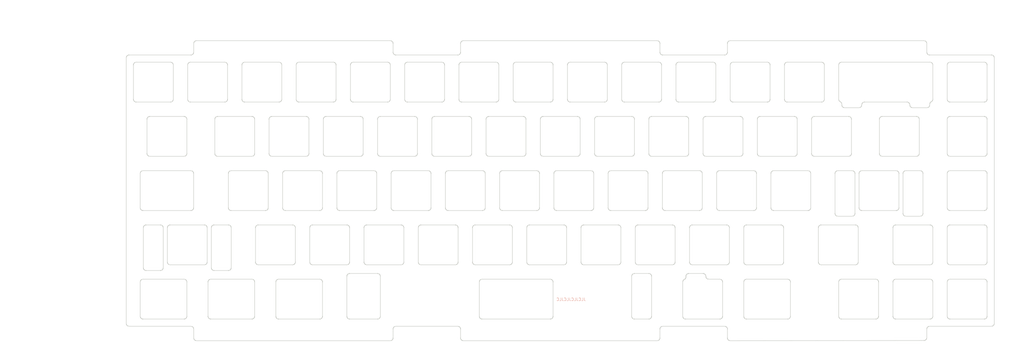
<source format=kicad_pcb>
(kicad_pcb (version 20210126) (generator pcbnew)
  (layers (0 "F.Cu" signal) (31 "B.Cu" signal) (34 "B.Paste" user) (35 "F.Paste" user) (36 "B.SilkS" user "B.Silkscreen") (37 "F.SilkS" user "F.Silkscreen") (38 "B.Mask" user) (39 "F.Mask" user) (44 "Edge.Cuts" user))
  (net 0 "")
  (gr_line (start 110.748676 42.914519) (end 110.699845 42.920584) (layer "Edge.Cuts") (width 0.2))
  (gr_line (start 172.377332 75.883509) (end 172.422842 75.901072) (layer "Edge.Cuts") (width 0.2))
  (gr_line (start 66.986243 94.059212) (end 66.989907 94.108463) (layer "Edge.Cuts") (width 0.2))
  (gr_line (start 309.931069 75.2968) (end 309.948633 75.34231) (layer "Edge.Cuts") (width 0.2))
  (gr_line (start 67.211478 94.643382) (end 67.243712 94.680799) (layer "Edge.Cuts") (width 0.2))
  (gr_line (start 217.531415 100.178217) (end 217.500439 100.195525) (layer "Edge.Cuts") (width 0.2))
  (gr_line (start 203.962303 75.948106) (end 204.011547 75.939312) (layer "Edge.Cuts") (width 0.2))
  (gr_line (start 137.876314 81.338456) (end 137.842119 81.302524) (layer "Edge.Cuts") (width 0.2))
  (gr_line (start 278.532878 94.436908) (end 278.552641 94.392308) (layer "Edge.Cuts") (width 0.2))
  (gr_line (start 209.570236 116.680509) (end 209.526629 116.702433) (layer "Edge.Cuts") (width 0.2))
  (gr_line (start 90.802411 56.008463) (end 90.808476 56.057295) (layer "Edge.Cuts") (width 0.2))
  (gr_line (start 33.834515 96.979465) (end 33.8816 96.966399) (layer "Edge.Cuts") (width 0.2))
  (gr_line (start 90.490618 62.763626) (end 90.479851 62.715877) (layer "Edge.Cuts") (width 0.2))
  (gr_line (start 309.99032 62.488735) (end 309.968394 62.532343) (layer "Edge.Cuts") (width 0.2))
  (gr_line (start 190.46395 37.1968) (end 190.479282 37.150461) (layer "Edge.Cuts") (width 0.2))
  (gr_line (start 139.058193 16.967968) (end 139.042472 17.014432) (layer "Edge.Cuts") (width 0.2))
  (gr_line (start 167.256214 43.23845) (end 167.22398 43.275867) (layer "Edge.Cuts") (width 0.2))
  (gr_line (start 231.697511 116.584628) (end 209.997515 116.584628) (layer "Edge.Cuts") (width 0.2))
  (gr_line (start 80.954855 81.765877) (end 80.941789 81.718793) (layer "Edge.Cuts") (width 0.2))
  (gr_line (start 247.990168 62.715877) (end 247.979401 62.763626) (layer "Edge.Cuts") (width 0.2))
  (gr_line (start 42.885015 55.909625) (end 42.885015 43.909625) (layer "Edge.Cuts") (width 0.2))
  (gr_line (start 248.218707 75.630803) (end 248.252901 75.666736) (layer "Edge.Cuts") (width 0.2))
  (gr_line (start 143.551264 81.236094) (end 143.513847 81.268329) (layer "Edge.Cuts") (width 0.2))
  (gr_line (start 234.33535 23.918185) (end 234.28984 23.935748) (layer "Edge.Cuts") (width 0.2))
  (gr_line (start 142.821393 56.29231) (end 142.838957 56.2468) (layer "Edge.Cuts") (width 0.2))
  (gr_line (start 49.499654 81.127434) (end 49.456047 81.105509) (layer "Edge.Cuts") (width 0.2))
  (gr_line (start 200.017358 43.665876) (end 200.004291 43.618792) (layer "Edge.Cuts") (width 0.2))
  (gr_line (start 323.116269 61.989787) (end 323.06852 61.97902) (layer "Edge.Cuts") (width 0.2))
  (gr_line (start 292.857722 75.2968) (end 292.873053 75.250462) (layer "Edge.Cuts") (width 0.2))
  (gr_line (start 45.265035 75.009215) (end 45.266264 74.959628) (layer "Edge.Cuts") (width 0.2))
  (gr_line (start 237.530199 56.833506) (end 237.574798 56.813745) (layer "Edge.Cuts") (width 0.2))
  (gr_line (start 239.385428 81.010853) (end 239.336178 81.014517) (layer "Edge.Cuts") (width 0.2))
  (gr_line (start 196.424851 37.848669) (end 196.473685 37.854734) (layer "Edge.Cuts") (width 0.2))
  (gr_line (start 224.513763 43.13609) (end 224.476347 43.168324) (layer "Edge.Cuts") (width 0.2))
  (gr_line (start 176.581082 37.1968) (end 176.598646 37.24231) (layer "Edge.Cuts") (width 0.2))
  (gr_line (start 138.997515 117.584628) (end 138.996285 117.53504) (layer "Edge.Cuts") (width 0.2))
  (gr_line (start 256.247098 56.908396) (end 256.296348 56.904732) (layer "Edge.Cuts") (width 0.2))
  (gr_line (start 156.988789 94.604563) (end 157.017001 94.564425) (layer "Edge.Cuts") (width 0.2))
  (gr_line (start 161.942618 43.810789) (end 161.936552 43.761957) (layer "Edge.Cuts") (width 0.2))
  (gr_line (start 157.185015 82.009624) (end 157.183785 81.960037) (layer "Edge.Cuts") (width 0.2))
  (gr_line (start 304.596045 81.375873) (end 304.563812 81.338456) (layer "Edge.Cuts") (width 0.2))
  (gr_line (start 129.226341 56.650927) (end 129.263758 56.683162) (layer "Edge.Cuts") (width 0.2))
  (gr_line (start 238.439908 81.910787) (end 238.436244 81.960037) (layer "Edge.Cuts") (width 0.2))
  (gr_line (start 276.217355 56.153376) (end 276.228122 56.105627) (layer "Edge.Cuts") (width 0.2))
  (gr_line (start 81.272516 36.859626) (end 81.273745 36.909213) (layer "Edge.Cuts") (width 0.2))
  (gr_line (start 37.829621 37.566733) (end 37.862732 37.532003) (layer "Edge.Cuts") (width 0.2))
  (gr_line (start 138.648981 37.493383) (end 138.681215 37.5308) (layer "Edge.Cuts") (width 0.2))
  (gr_line (start 247.660995 37.011916) (end 247.667355 36.96187) (layer "Edge.Cuts") (width 0.2))
  (gr_line (start 26.671776 62.404825) (end 26.645625 62.446202) (layer "Edge.Cuts") (width 0.2))
  (gr_line (start 27.503764 61.959628) (end 27.454177 61.960857) (layer "Edge.Cuts") (width 0.2))
  (gr_line (start 151.521354 37.854733) (end 151.570185 37.848667) (layer "Edge.Cuts") (width 0.2))
  (gr_line (start 85.521051 43.275867) (end 85.488817 43.23845) (layer "Edge.Cuts") (width 0.2))
  (gr_line (start 100.035021 82.009624) (end 100.033792 81.960037) (layer "Edge.Cuts") (width 0.2))
  (gr_line (start 101.078764 23.889787) (end 101.03168 23.902853) (layer "Edge.Cuts") (width 0.2))
  (gr_line (start 309.873743 55.959212) (end 309.877407 56.008463) (layer "Edge.Cuts") (width 0.2))
  (gr_line (start 309.948633 37.24231) (end 309.968394 37.286909) (layer "Edge.Cuts") (width 0.2))
  (gr_line (start 295.834362 37.864519) (end 295.78511 37.860855) (layer "Edge.Cuts") (width 0.2))
  (gr_line (start 310.445256 113.963742) (end 310.489855 113.983504) (layer "Edge.Cuts") (width 0.2))
  (gr_line (start 57.466764 97.009624) (end 57.516351 97.008395) (layer "Edge.Cuts") (width 0.2))
  (gr_line (start 218.645843 98.180325) (end 218.603966 98.204404) (layer "Edge.Cuts") (width 0.2))
  (gr_line (start 175.431016 81.029017) (end 175.382685 81.020583) (layer "Edge.Cuts") (width 0.2))
  (gr_line (start 171.143697 100.318326) (end 171.106281 100.286092) (layer "Edge.Cuts") (width 0.2))
  (gr_line (start 310.068743 37.454565) (end 310.098986 37.493383) (layer "Edge.Cuts") (width 0.2))
  (gr_line (start 199.973685 98.06452) (end 199.924852 98.070586) (layer "Edge.Cuts") (width 0.2))
  (gr_line (start 309.968394 24.432344) (end 309.948633 24.476944) (layer "Edge.Cuts") (width 0.2))
  (gr_line (start 229.714007 61.97902) (end 229.666259 61.989787) (layer "Edge.Cuts") (width 0.2))
  (gr_line (start 199.474796 56.813745) (end 199.518403 56.79182) (layer "Edge.Cuts") (width 0.2))
  (gr_line (start 326.366027 115.834544) (end 326.377193 115.786163) (layer "Edge.Cuts") (width 0.2))
  (gr_line (start 142.531269 43.13609) (end 142.492451 43.105849) (layer "Edge.Cuts") (width 0.2))
  (gr_line (start 85.746286 43.860039) (end 85.742621 43.810789) (layer "Edge.Cuts") (width 0.2))
  (gr_line (start 58.122841 75.901072) (end 58.16918 75.916404) (layer "Edge.Cuts") (width 0.2))
  (gr_line (start 134.146589 75.817768) (end 134.189122 75.841823) (layer "Edge.Cuts") (width 0.2))
  (gr_line (start 95.756237 62.364685) (end 95.728024 62.404825) (layer "Edge.Cuts") (width 0.2))
  (gr_line (start 42.626315 43.23845) (end 42.592121 43.202518) (layer "Edge.Cuts") (width 0.2))
  (gr_line (start 208.247432 16.343284) (end 208.199051 16.332118) (layer "Edge.Cuts") (width 0.2))
  (gr_line (start 128.927676 56.153376) (end 128.940743 56.200461) (layer "Edge.Cuts") (width 0.2))
  (gr_line (start 233.702678 37.103377) (end 233.715745 37.150461) (layer "Edge.Cuts") (width 0.2))
  (gr_line (start 138.047101 116.585857) (end 137.997515 116.584628) (layer "Edge.Cuts") (width 0.2))
  (gr_line (start 115.373637 117.201944) (end 115.356074 117.247453) (layer "Edge.Cuts") (width 0.2))
  (gr_line (start 128.281185 75.70093) (end 128.317117 75.666736) (layer "Edge.Cuts") (width 0.2))
  (gr_line (start 77.314013 75.940236) (end 77.362345 75.948669) (layer "Edge.Cuts") (width 0.2))
  (gr_line (start 323.704514 37.414426) (end 323.730663 37.37305) (layer "Edge.Cuts") (width 0.2))
  (gr_line (start 134.026255 75.733165) (end 134.065073 75.763405) (layer "Edge.Cuts") (width 0.2))
  (gr_line (start 90.217111 75.666736) (end 90.217111 75.666736) (layer "Edge.Cuts") (width 0.2))
  (gr_line (start 44.603438 62.018184) (end 44.557099 62.002853) (layer "Edge.Cuts") (width 0.2))
  (gr_line (start 123.144885 56.864667) (end 123.191349 56.848945) (layer "Edge.Cuts") (width 0.2))
  (gr_line (start 153.466261 75.92947) (end 153.51401 75.940236) (layer "Edge.Cuts") (width 0.2))
  (gr_line (start 278.299931 81.268329) (end 278.262515 81.236094) (layer "Edge.Cuts") (width 0.2))
  (gr_line (start 161.751286 56.504566) (end 161.779498 56.464427) (layer "Edge.Cuts") (width 0.2))
  (gr_line (start 90.510011 74.959628) (end 90.510011 62.959628) (layer "Edge.Cuts") (width 0.2))
  (gr_line (start 115.462342 61.970587) (end 115.41401 61.97902) (layer "Edge.Cuts") (width 0.2))
  (gr_line (start 133.273904 37.293167) (end 133.293929 37.248871) (layer "Edge.Cuts") (width 0.2))
  (gr_line (start 272.301631 23.977434) (end 272.259098 24.001489) (layer "Edge.Cuts") (width 0.2))
  (gr_line (start 58.264014 61.97902) (end 58.216265 61.989787) (layer "Edge.Cuts") (width 0.2))
  (gr_line (start 199.988959 56.2468) (end 200.004291 56.200461) (layer "Edge.Cuts") (width 0.2))
  (gr_line (start 71.399336 62.615795) (end 71.381431 62.570383) (layer "Edge.Cuts") (width 0.2))
  (gr_line (start 161.871389 56.29231) (end 161.888953 56.2468) (layer "Edge.Cuts") (width 0.2))
  (gr_line (start 257.154285 56.200461) (end 257.167351 56.153376) (layer "Edge.Cuts") (width 0.2))
  (gr_line (start 162.265178 81.765877) (end 162.254411 81.813625) (layer "Edge.Cuts") (width 0.2))
  (gr_line (start 119.70134 37.600926) (end 119.738757 37.63316) (layer "Edge.Cuts") (width 0.2))
  (gr_line (start 248.055892 62.532343) (end 248.036131 62.576943) (layer "Edge.Cuts") (width 0.2))
  (gr_line (start 325.995834 21.533292) (end 325.956628 21.505411) (layer "Edge.Cuts") (width 0.2))
  (gr_line (start 167.290407 56.616733) (end 167.290407 56.616733) (layer "Edge.Cuts") (width 0.2))
  (gr_line (start 304.159673 94.951068) (end 304.205183 94.933504) (layer "Edge.Cuts") (width 0.2))
  (gr_line (start 276.815441 77.901069) (end 276.86095 77.883505) (layer "Edge.Cuts") (width 0.2))
  (gr_line (start 190.326283 24.264688) (end 190.296043 24.225869) (layer "Edge.Cuts") (width 0.2))
  (gr_line (start 252.840314 24.388737) (end 252.818389 24.432344) (layer "Edge.Cuts") (width 0.2))
  (gr_line (start 57.614433 96.998665) (end 57.662764 96.990232) (layer "Edge.Cuts") (width 0.2))
  (gr_line (start 138.995233 37.763744) (end 139.039833 37.783505) (layer "Edge.Cuts") (width 0.2))
  (gr_line (start 76.955213 75.791618) (end 76.99659 75.817768) (layer "Edge.Cuts") (width 0.2))
  (gr_line (start 214.190248 94.528163) (end 214.214327 94.486286) (layer "Edge.Cuts") (width 0.2))
  (gr_line (start 291.626508 81.029017) (end 291.578762 81.039784) (layer "Edge.Cuts") (width 0.2))
  (gr_line (start 214.951354 37.600926) (end 214.988769 37.63316) (layer "Edge.Cuts") (width 0.2))
  (gr_line (start 266.105179 37.78351) (end 266.149779 37.76375) (layer "Edge.Cuts") (width 0.2))
  (gr_line (start 43.465408 24.15252) (end 43.431214 24.188453) (layer "Edge.Cuts") (width 0.2))
  (gr_line (start 110.704706 113.530514) (end 110.726631 113.486907) (layer "Edge.Cuts") (width 0.2))
  (gr_line (start 208.985992 120.824878) (end 208.992352 120.774832) (layer "Edge.Cuts") (width 0.2))
  (gr_line (start 63.026513 37.840234) (end 63.074845 37.848667) (layer "Edge.Cuts") (width 0.2))
  (gr_line (start 157.174055 94.157295) (end 157.180121 94.108463) (layer "Edge.Cuts") (width 0.2))
  (gr_line (start 285.76155 100.911958) (end 285.753118 100.863627) (layer "Edge.Cuts") (width 0.2))
  (gr_line (start 153.28273 75.863748) (end 153.327329 75.883509) (layer "Edge.Cuts") (width 0.2))
  (gr_line (start 156.856191 94.750926) (end 156.892122 94.716731) (layer "Edge.Cuts") (width 0.2))
  (gr_line (start 90.797518 55.909625) (end 90.798747 55.959212) (layer "Edge.Cuts") (width 0.2))
  (gr_line (start 238.493573 100.722455) (end 238.478241 100.768793) (layer "Edge.Cuts") (width 0.2))
  (gr_line (start 42.592121 43.202518) (end 42.556188 43.168324) (layer "Edge.Cuts") (width 0.2))
  (gr_line (start 114.868715 62.28845) (end 114.83648 62.325867) (layer "Edge.Cuts") (width 0.2))
  (gr_line (start 322.971355 56.904732) (end 323.020188 56.898666) (layer "Edge.Cuts") (width 0.2))
  (gr_line (start 204.28667 75.838934) (end 204.328547 75.814855) (layer "Edge.Cuts") (width 0.2))
  (gr_line (start 65.796353 100.06452) (end 65.747102 100.060856) (layer "Edge.Cuts") (width 0.2))
  (gr_line (start 72.503763 42.939784) (end 72.456678 42.952851) (layer "Edge.Cuts") (width 0.2))
  (gr_line (start 119.901625 37.741819) (end 119.945233 37.763744) (layer "Edge.Cuts") (width 0.2))
  (gr_line (start 33.927938 81.068183) (end 33.8816 81.052851) (layer "Edge.Cuts") (width 0.2))
  (gr_line (start 299.767107 56.616733) (end 299.767107 56.616733) (layer "Edge.Cuts") (width 0.2))
  (gr_line (start 90.466785 100.768793) (end 90.451452 100.722455) (layer "Edge.Cuts") (width 0.2))
  (gr_line (start 246.963353 23.902853) (end 246.916268 23.889787) (layer "Edge.Cuts") (width 0.2))
  (gr_line (start 167.22398 43.275867) (end 167.19374 43.314686) (layer "Edge.Cuts") (width 0.2))
  (gr_line (start 99.991794 81.718793) (end 99.976461 81.672455) (layer "Edge.Cuts") (width 0.2))
  (gr_line (start 157.472521 24.859628) (end 157.472521 36.859626) (layer "Edge.Cuts") (width 0.2))
  (gr_line (start 161.779498 56.464427) (end 161.805648 56.42305) (layer "Edge.Cuts") (width 0.2))
  (gr_line (start 28.347014 96.979465) (end 28.394763 96.990232) (layer "Edge.Cuts") (width 0.2))
  (gr_line (start 194.839817 81.17764) (end 194.79844 81.151489) (layer "Edge.Cuts") (width 0.2))
  (gr_line (start 232.168404 21.216821) (end 232.210938 21.192766) (layer "Edge.Cuts") (width 0.2))
  (gr_line (start 45.914831 121.596464) (end 45.960341 121.614028) (layer "Edge.Cuts") (width 0.2))
  (gr_line (start 304.55292 37.542667) (end 304.575713 37.517439) (layer "Edge.Cuts") (width 0.2))
  (gr_line (start 166.137293 62.055508) (end 166.092693 62.035747) (layer "Edge.Cuts") (width 0.2))
  (gr_line (start 162.352826 94.480515) (end 162.376881 94.523048) (layer "Edge.Cuts") (width 0.2))
  (gr_line (start 106.035429 81.010853) (end 105.986179 81.014517) (layer "Edge.Cuts") (width 0.2))
  (gr_line (start 147.042691 62.035747) (end 146.997182 62.018184) (layer "Edge.Cuts") (width 0.2))
  (gr_line (start 148.313761 56.683162) (end 148.352579 56.713402) (layer "Edge.Cuts") (width 0.2))
  (gr_line (start 310.238778 113.833156) (end 310.277599 113.863397) (layer "Edge.Cuts") (width 0.2))
  (gr_line (start 209.19374 20.929567) (end 209.22398 20.968386) (layer "Edge.Cuts") (width 0.2))
  (gr_line (start 208.863357 23.902853) (end 208.816273 23.889787) (layer "Edge.Cuts") (width 0.2))
  (gr_line (start 271.141093 77.901069) (end 271.187431 77.916401) (layer "Edge.Cuts") (width 0.2))
  (gr_line (start 209.529299 37.150461) (end 209.542366 37.103377) (layer "Edge.Cuts") (width 0.2))
  (gr_line (start 309.883473 37.007296) (end 309.891906 37.055628) (layer "Edge.Cuts") (width 0.2))
  (gr_line (start 74.204882 113.442308) (end 74.224643 113.486907) (layer "Edge.Cuts") (width 0.2))
  (gr_line (start 146.095379 100.177435) (end 146.052846 100.20149) (layer "Edge.Cuts") (width 0.2))
  (gr_line (start 217.440808 100.233119) (end 217.412187 100.253351) (layer "Edge.Cuts") (width 0.2))
  (gr_line (start 115.302411 20.433465) (end 115.308476 20.482298) (layer "Edge.Cuts") (width 0.2))
  (gr_line (start 309.877407 81.910787) (end 309.873743 81.960037) (layer "Edge.Cuts") (width 0.2))
  (gr_line (start 26.870006 62.186089) (end 26.83259 62.218323) (layer "Edge.Cuts") (width 0.2))
  (gr_line (start 262.258474 43.761957) (end 262.252408 43.810789) (layer "Edge.Cuts") (width 0.2))
  (gr_line (start 210.086479 75.593386) (end 210.118714 75.630803) (layer "Edge.Cuts") (width 0.2))
  (gr_line (start 162.563844 94.750926) (end 162.601262 94.78316) (layer "Edge.Cuts") (width 0.2))
  (gr_line (start 218.731266 56.683162) (end 218.768682 56.650927) (layer "Edge.Cuts") (width 0.2))
  (gr_line (start 323.385942 56.767765) (end 323.42732 56.741615) (layer "Edge.Cuts") (width 0.2))
  (gr_line (start 110.043743 56.504566) (end 110.073984 56.543384) (layer "Edge.Cuts") (width 0.2))
  (gr_line (start 45.071049 20.968386) (end 45.10129 20.929567) (layer "Edge.Cuts") (width 0.2))
  (gr_line (start 279.174961 62.28845) (end 279.142728 62.325867) (layer "Edge.Cuts") (width 0.2))
  (gr_line (start 36.048157 81.813625) (end 36.039724 81.861956) (layer "Edge.Cuts") (width 0.2))
  (gr_line (start 195.57742 24.760789) (end 195.573756 24.81004) (layer "Edge.Cuts") (width 0.2))
  (gr_line (start 75.029925 114.054733) (end 75.079176 114.058398) (layer "Edge.Cuts") (width 0.2))
  (gr_line (start 186.411422 56.681274) (end 186.449199 56.71096) (layer "Edge.Cuts") (width 0.2))
  (gr_line (start 105.202826 94.480515) (end 105.226882 94.523048) (layer "Edge.Cuts") (width 0.2))
  (gr_line (start 323.730663 37.37305) (end 323.754716 37.330517) (layer "Edge.Cuts") (width 0.2))
  (gr_line (start 273.388628 39.741819) (end 273.432236 39.763744) (layer "Edge.Cuts") (width 0.2))
  (gr_line (start 172.165075 62.155849) (end 172.126256 62.186089) (layer "Edge.Cuts") (width 0.2))
  (gr_line (start 209.139378 20.848052) (end 209.165528 20.889429) (layer "Edge.Cuts") (width 0.2))
  (gr_line (start 280.382858 37.98032) (end 280.340981 38.004399) (layer "Edge.Cuts") (width 0.2))
  (gr_line (start 26.671776 75.514428) (end 26.699988 75.554567) (layer "Edge.Cuts") (width 0.2))
  (gr_line (start 133.988838 75.70093) (end 134.026255 75.733165) (layer "Edge.Cuts") (width 0.2))
  (gr_line (start 232.698813 17.260342) (end 232.697511 17.311802) (layer "Edge.Cuts") (width 0.2))
  (gr_line (start 323.209691 75.901072) (end 323.255201 75.883509) (layer "Edge.Cuts") (width 0.2))
  (gr_line (start 304.7845 37.132783) (end 304.793277 37.099736) (layer "Edge.Cuts") (width 0.2))
  (gr_line (start 205.316273 98.089787) (end 205.268525 98.07902) (layer "Edge.Cuts") (width 0.2))
  (gr_line (start 99.548441 81.151489) (end 99.505908 81.127434) (layer "Edge.Cuts") (width 0.2))
  (gr_line (start 272.138764 24.086092) (end 272.101348 24.118326) (layer "Edge.Cuts") (width 0.2))
  (gr_line (start 114.852311 121.504571) (end 114.89245 121.476358) (layer "Edge.Cuts") (width 0.2))
  (gr_line (start 299.767107 56.616733) (end 299.801305 56.580801) (layer "Edge.Cuts") (width 0.2))
  (gr_line (start 272.138764 100.286092) (end 272.101348 100.318326) (layer "Edge.Cuts") (width 0.2))
  (gr_line (start 110.510342 42.968183) (end 110.464832 42.985746) (layer "Edge.Cuts") (width 0.2))
  (gr_line (start 25.023678 37.854733) (end 25.072928 37.858397) (layer "Edge.Cuts") (width 0.2))
  (gr_line (start 63.222513 37.859626) (end 75.222513 37.859626) (layer "Edge.Cuts") (width 0.2))
  (gr_line (start 278.992391 62.576943) (end 278.974829 62.622453) (layer "Edge.Cuts") (width 0.2))
  (gr_line (start 72.456678 56.866401) (end 72.503763 56.879467) (layer "Edge.Cuts") (width 0.2))
  (gr_line (start 115.126733 16.752692) (end 115.098853 16.713486) (layer "Edge.Cuts") (width 0.2))
  (gr_line (start 157.917724 37.691613) (end 157.959101 37.717764) (layer "Edge.Cuts") (width 0.2))
  (gr_line (start 232.682384 94.964666) (end 232.728848 94.948945) (layer "Edge.Cuts") (width 0.2))
  (gr_line (start 116.24793 21.333399) (end 116.297518 21.334628) (layer "Edge.Cuts") (width 0.2))
  (gr_line (start 199.384687 56.851069) (end 199.430197 56.833506) (layer "Edge.Cuts") (width 0.2))
  (gr_line (start 231.84518 21.323668) (end 231.893512 21.315235) (layer "Edge.Cuts") (width 0.2))
  (gr_line (start 291.723665 100.06452) (end 291.674837 100.070586) (layer "Edge.Cuts") (width 0.2))
  (gr_line (start 153.28273 62.055508) (end 153.239122 62.077433) (layer "Edge.Cuts") (width 0.2))
  (gr_line (start 205.097521 43.909625) (end 205.097521 55.909625) (layer "Edge.Cuts") (width 0.2))
  (gr_line (start 123.748903 56.343166) (end 123.768929 56.29887) (layer "Edge.Cuts") (width 0.2))
  (gr_line (start 124.135019 94.009624) (end 124.136248 94.059212) (layer "Edge.Cuts") (width 0.2))
  (gr_line (start 270.73697 77.630797) (end 270.771166 77.666728) (layer "Edge.Cuts") (width 0.2))
  (gr_line (start 300.597999 77.929468) (end 300.645081 77.916401) (layer "Edge.Cuts") (width 0.2))
  (gr_line (start 58.461871 81.910787) (end 58.455805 81.861956) (layer "Edge.Cuts") (width 0.2))
  (gr_line (start 110.821282 113.109213) (end 110.822511 113.059627) (layer "Edge.Cuts") (width 0.2))
  (gr_line (start 280.15241 38.152518) (end 280.119299 38.187248) (layer "Edge.Cuts") (width 0.2))
  (gr_line (start 224.592718 56.741615) (end 224.634094 56.767765) (layer "Edge.Cuts") (width 0.2))
  (gr_line (start 290.822496 101.059627) (end 290.822496 113.059627) (layer "Edge.Cuts") (width 0.2))
  (gr_line (start 143.32688 94.523048) (end 143.353031 94.564425) (layer "Edge.Cuts") (width 0.2))
  (gr_line (start 57.461245 75.009215) (end 57.464909 75.058465) (layer "Edge.Cuts") (width 0.2))
  (gr_line (start 302.708482 117.436957) (end 302.702418 117.485789) (layer "Edge.Cuts") (width 0.2))
  (gr_line (start 309.873743 113.109213) (end 309.877407 113.158463) (layer "Edge.Cuts") (width 0.2))
  (gr_line (start 270.771166 77.666728) (end 270.807097 77.700923) (layer "Edge.Cuts") (width 0.2))
  (gr_line (start 252.206665 94.64572) (end 252.236352 94.607943) (layer "Edge.Cuts") (width 0.2))
  (gr_line (start 124.145979 81.861956) (end 124.139913 81.910787) (layer "Edge.Cuts") (width 0.2))
  (gr_line (start 100.615412 37.566732) (end 100.651344 37.600926) (layer "Edge.Cuts") (width 0.2))
  (gr_line (start 290.918376 81.582347) (end 290.898615 81.626946) (layer "Edge.Cuts") (width 0.2))
  (gr_line (start 86.52159 94.867764) (end 86.564124 94.891818) (layer "Edge.Cuts") (width 0.2))
  (gr_line (start 86.203023 94.564425) (end 86.231236 94.604563) (layer "Edge.Cuts") (width 0.2))
  (gr_line (start 167.326341 56.650927) (end 167.363759 56.683162) (layer "Edge.Cuts") (width 0.2))
  (gr_line (start 162.376881 94.523048) (end 162.403031 94.564425) (layer "Edge.Cuts") (width 0.2))
  (gr_line (start 75.2721 23.860856) (end 75.222513 23.859627) (layer "Edge.Cuts") (width 0.2))
  (gr_line (start 152.851872 75.473051) (end 152.878022 75.514428) (layer "Edge.Cuts") (width 0.2))
  (gr_line (start 278.099649 94.891818) (end 278.142182 94.867764) (layer "Edge.Cuts") (width 0.2))
  (gr_line (start 170.716271 23.889787) (end 170.668521 23.87902) (layer "Edge.Cuts") (width 0.2))
  (gr_line (start 292.905318 62.811958) (end 292.896886 62.763626) (layer "Edge.Cuts") (width 0.2))
  (gr_line (start 279.854621 38.958464) (end 279.858285 38.909213) (layer "Edge.Cuts") (width 0.2))
  (gr_line (start 264.759664 94.50427) (end 264.786306 94.548398) (layer "Edge.Cuts") (width 0.2))
  (gr_line (start 265.772092 23.860857) (end 265.722505 23.859628) (layer "Edge.Cuts") (width 0.2))
  (gr_line (start 156.612299 81.105509) (end 156.567699 81.085747) (layer "Edge.Cuts") (width 0.2))
  (gr_line (start 323.676303 100.464688) (end 323.646064 100.425869) (layer "Edge.Cuts") (width 0.2))
  (gr_line (start 139.073637 121.055268) (end 139.093398 121.099868) (layer "Edge.Cuts") (width 0.2))
  (gr_line (start 114.705895 62.532343) (end 114.686133 62.576943) (layer "Edge.Cuts") (width 0.2))
  (gr_line (start 209.002408 20.433465) (end 209.008474 20.482297) (layer "Edge.Cuts") (width 0.2))
  (gr_line (start 123.827197 56.11116) (end 123.835991 56.061915) (layer "Edge.Cuts") (width 0.2))
  (gr_line (start 90.064808 113.89161) (end 90.104946 113.863397) (layer "Edge.Cuts") (width 0.2))
  (gr_line (start 304.205183 81.085747) (end 304.159673 81.068183) (layer "Edge.Cuts") (width 0.2))
  (gr_line (start 302.756069 20.671801) (end 302.77363 20.717311) (layer "Edge.Cuts") (width 0.2))
  (gr_line (start 273.522345 39.801068) (end 273.568683 39.8164) (layer "Edge.Cuts") (width 0.2))
  (gr_line (start 161.721046 56.543384) (end 161.751286 56.504566) (layer "Edge.Cuts") (width 0.2))
  (gr_line (start 278.532878 81.582347) (end 278.510952 81.53874) (layer "Edge.Cuts") (width 0.2))
  (gr_line (start 36.146571 94.480515) (end 36.170626 94.523048) (layer "Edge.Cuts") (width 0.2))
  (gr_line (start 271.802684 100.815878) (end 271.791917 100.863627) (layer "Edge.Cuts") (width 0.2))
  (gr_line (start 156.892122 81.302524) (end 156.856191 81.268329) (layer "Edge.Cuts") (width 0.2))
  (gr_line (start 176.618407 37.286909) (end 176.640332 37.330517) (layer "Edge.Cuts") (width 0.2))
  (gr_line (start 301.061357 62.252517) (end 301.025421 62.218323) (layer "Edge.Cuts") (width 0.2))
  (gr_line (start 162.764132 81.127434) (end 162.721598 81.151489) (layer "Edge.Cuts") (width 0.2))
  (gr_line (start 278.61781 94.157295) (end 278.623876 94.108463) (layer "Edge.Cuts") (width 0.2))
  (gr_line (start 310.277599 56.713402) (end 310.317739 56.741615) (layer "Edge.Cuts") (width 0.2))
  (gr_line (start 167.363759 43.13609) (end 167.326341 43.168324) (layer "Edge.Cuts") (width 0.2))
  (gr_line (start 224.95151 56.890233) (end 224.999841 56.898666) (layer "Edge.Cuts") (width 0.2))
  (gr_line (start 243.642715 43.077637) (end 243.602575 43.105849) (layer "Edge.Cuts") (width 0.2))
  (gr_line (start 276.949155 62.077433) (end 276.905549 62.055508) (layer "Edge.Cuts") (width 0.2))
  (gr_line (start 217.760023 114.029467) (end 217.807772 114.040234) (layer "Edge.Cuts") (width 0.2))
  (gr_line (start 237.921043 56.543384) (end 237.951283 56.504566) (layer "Edge.Cuts") (width 0.2))
  (gr_line (start 304.335924 81.151489) (end 304.29339 81.127434) (layer "Edge.Cuts") (width 0.2))
  (gr_line (start 91.460343 56.851069) (end 91.506681 56.866401) (layer "Edge.Cuts") (width 0.2))
  (gr_line (start 277.282039 62.364685) (end 277.251797 62.325867) (layer "Edge.Cuts") (width 0.2))
  (gr_line (start 238.63124 113.654562) (end 238.66148 113.69338) (layer "Edge.Cuts") (width 0.2))
  (gr_line (start 45.124402 75.473051) (end 45.148457 75.430518) (layer "Edge.Cuts") (width 0.2))
  (gr_line (start 209.430659 24.346203) (end 209.404507 24.304827) (layer "Edge.Cuts") (width 0.2))
  (gr_line (start 219.096292 55.959212) (end 219.097521 55.909625) (layer "Edge.Cuts") (width 0.2))
  (gr_line (start 304.746382 113.442308) (end 304.763944 113.396798) (layer "Edge.Cuts") (width 0.2))
  (gr_line (start 200.365184 94.253376) (end 200.37825 94.30046) (layer "Edge.Cuts") (width 0.2))
  (gr_line (start 272.673687 114.054733) (end 272.722937 114.058398) (layer "Edge.Cuts") (width 0.2))
  (gr_line (start 76.83884 75.70093) (end 76.876256 75.733165) (layer "Edge.Cuts") (width 0.2))
  (gr_line (start 326.397508 22.334626) (end 326.397508 115.584628) (layer "Edge.Cuts") (width 0.2))
  (gr_line (start 285.57385 113.657942) (end 285.60173 113.618736) (layer "Edge.Cuts") (width 0.2))
  (gr_line (start 292.587432 62.218323) (end 292.550013 62.186089) (layer "Edge.Cuts") (width 0.2))
  (gr_line (start 279.242197 39.783505) (end 279.286795 39.763744) (layer "Edge.Cuts") (width 0.2))
  (gr_line (start 115.560423 61.960857) (end 115.511173 61.964521) (layer "Edge.Cuts") (width 0.2))
  (gr_line (start 104.180196 56.833506) (end 104.224795 56.813745) (layer "Edge.Cuts") (width 0.2))
  (gr_line (start 323.871286 101.01004) (end 323.867622 100.96079) (layer "Edge.Cuts") (width 0.2))
  (gr_line (start 217.594873 100.145657) (end 217.625851 100.128349) (layer "Edge.Cuts") (width 0.2))
  (gr_line (start 218.804613 56.616733) (end 218.838809 56.580801) (layer "Edge.Cuts") (width 0.2))
  (gr_line (start 224.270174 98.070586) (end 224.221341 98.06452) (layer "Edge.Cuts") (width 0.2))
  (gr_line (start 253.918513 114.054464) (end 253.968559 114.048104) (layer "Edge.Cuts") (width 0.2))
  (gr_line (start 303.864982 38.146978) (end 303.84881 38.176747) (layer "Edge.Cuts") (width 0.2))
  (gr_line (start 224.190736 43.618792) (end 224.177669 43.665876) (layer "Edge.Cuts") (width 0.2))
  (gr_line (start 204.778531 75.209544) (end 204.789698 75.161163) (layer "Edge.Cuts") (width 0.2))
  (gr_line (start 76.511244 62.910041) (end 76.510015 62.959628) (layer "Edge.Cuts") (width 0.2))
  (gr_line (start 152.129625 37.566732) (end 152.163818 37.5308) (layer "Edge.Cuts") (width 0.2))
  (gr_line (start 36.058924 94.253376) (end 36.07199 94.30046) (layer "Edge.Cuts") (width 0.2))
  (gr_line (start 114.445185 121.661628) (end 114.493516 121.653194) (layer "Edge.Cuts") (width 0.2))
  (gr_line (start 302.990404 116.877521) (end 302.956206 116.913453) (layer "Edge.Cuts") (width 0.2))
  (gr_line (start 262.540407 43.202518) (end 262.540407 43.202518) (layer "Edge.Cuts") (width 0.2))
  (gr_line (start 228.940166 62.715877) (end 228.929399 62.763626) (layer "Edge.Cuts") (width 0.2))
  (gr_line (start 275.954622 43.202518) (end 275.918688 43.168324) (layer "Edge.Cuts") (width 0.2))
  (gr_line (start 291.395238 81.105509) (end 291.351631 81.127434) (layer "Edge.Cuts") (width 0.2))
  (gr_line (start 302.636846 16.967968) (end 302.618941 16.922556) (layer "Edge.Cuts") (width 0.2))
  (gr_line (start 224.793675 98.318326) (end 224.75626 98.286092) (layer "Edge.Cuts") (width 0.2))
  (gr_line (start 57.718711 62.28845) (end 57.686477 62.325867) (layer "Edge.Cuts") (width 0.2))
  (gr_line (start 53.184091 56.767765) (end 53.226624 56.79182) (layer "Edge.Cuts") (width 0.2))
  (gr_line (start 286.961174 56.904732) (end 287.010426 56.908396) (layer "Edge.Cuts") (width 0.2))
  (gr_line (start 91.09041 43.202518) (end 91.09041 43.202518) (layer "Edge.Cuts") (width 0.2))
  (gr_line (start 232.728994 17.061886) (end 232.717828 17.110267) (layer "Edge.Cuts") (width 0.2))
  (gr_line (start 244.098675 42.914519) (end 244.049844 42.920584) (layer "Edge.Cuts") (width 0.2))
  (gr_line (start 230.38645 100.135749) (end 230.34094 100.118185) (layer "Edge.Cuts") (width 0.2))
  (gr_line (start 95.852907 62.252517) (end 95.852907 62.252517) (layer "Edge.Cuts") (width 0.2))
  (gr_line (start 57.803936 81.068183) (end 57.757598 81.052851) (layer "Edge.Cuts") (width 0.2))
  (gr_line (start 190.296043 37.493383) (end 190.326283 37.454565) (layer "Edge.Cuts") (width 0.2))
  (gr_line (start 181.304414 94.205627) (end 181.315181 94.253376) (layer "Edge.Cuts") (width 0.2))
  (gr_line (start 248.003235 75.250462) (end 248.018567 75.2968) (layer "Edge.Cuts") (width 0.2))
  (gr_line (start 27.590764 96.009624) (end 27.591993 96.059212) (layer "Edge.Cuts") (width 0.2))
  (gr_line (start 261.949049 75.107297) (end 261.955115 75.058465) (layer "Edge.Cuts") (width 0.2))
  (gr_line (start 181.289914 94.108463) (end 181.29598 94.157295) (layer "Edge.Cuts") (width 0.2))
  (gr_line (start 300.354265 77.959628) (end 300.403849 77.958399) (layer "Edge.Cuts") (width 0.2))
  (gr_line (start 148.434095 56.767765) (end 148.476627 56.79182) (layer "Edge.Cuts") (width 0.2))
  (gr_line (start 28.94357 43.572453) (end 28.928238 43.618792) (layer "Edge.Cuts") (width 0.2))
  (gr_line (start 57.516351 97.008395) (end 57.565601 97.00473) (layer "Edge.Cuts") (width 0.2))
  (gr_line (start 42.68879 100.464688) (end 42.65855 100.425869) (layer "Edge.Cuts") (width 0.2))
  (gr_line (start 166.65145 75.2968) (end 166.666782 75.250462) (layer "Edge.Cuts") (width 0.2))
  (gr_line (start 304.704698 113.530514) (end 304.726622 113.486907) (layer "Edge.Cuts") (width 0.2))
  (gr_line (start 303.36035 21.27607) (end 303.406688 21.291402) (layer "Edge.Cuts") (width 0.2))
  (gr_line (start 129.560341 42.968183) (end 129.514831 42.985746) (layer "Edge.Cuts") (width 0.2))
  (gr_line (start 51.217427 100.06452) (end 51.168595 100.070586) (layer "Edge.Cuts") (width 0.2))
  (gr_line (start 180.047101 56.908396) (end 180.096351 56.904732) (layer "Edge.Cuts") (width 0.2))
  (gr_line (start 217.296663 113.766727) (end 217.332597 113.800921) (layer "Edge.Cuts") (width 0.2))
  (gr_line (start 128.956075 56.2468) (end 128.973638 56.29231) (layer "Edge.Cuts") (width 0.2))
  (gr_line (start 27.260014 75.92947) (end 27.307763 75.940236) (layer "Edge.Cuts") (width 0.2))
  (gr_line (start 278.335863 94.716731) (end 278.335863 94.716731) (layer "Edge.Cuts") (width 0.2))
  (gr_line (start 323.020188 114.048667) (end 323.06852 114.040234) (layer "Edge.Cuts") (width 0.2))
  (gr_line (start 124.331245 81.414692) (end 124.303033 81.45483) (layer "Edge.Cuts") (width 0.2))
  (gr_line (start 214.988754 24.086092) (end 214.951338 24.118326) (layer "Edge.Cuts") (width 0.2))
  (gr_line (start 57.989123 62.077433) (end 57.94659 62.101487) (layer "Edge.Cuts") (width 0.2))
  (gr_line (start 325.694886 21.379585) (end 325.647431 21.366109) (layer "Edge.Cuts") (width 0.2))
  (gr_line (start 166.30495 75.763405) (end 166.343769 75.733165) (layer "Edge.Cuts") (width 0.2))
  (gr_line (start 91.553765 56.879467) (end 91.601515 56.890233) (layer "Edge.Cuts") (width 0.2))
  (gr_line (start 157.765413 24.15252) (end 157.765413 24.15252) (layer "Edge.Cuts") (width 0.2))
  (gr_line (start 190.354495 24.304827) (end 190.326283 24.264688) (layer "Edge.Cuts") (width 0.2))
  (gr_line (start 218.196357 56.904732) (end 218.245188 56.898666) (layer "Edge.Cuts") (width 0.2))
  (gr_line (start 28.299929 81.052851) (end 28.253591 81.068183) (layer "Edge.Cuts") (width 0.2))
  (gr_line (start 238.693714 94.680799) (end 238.727907 94.716731) (layer "Edge.Cuts") (width 0.2))
  (gr_line (start 153.038835 75.70093) (end 153.076253 75.733165) (layer "Edge.Cuts") (width 0.2))
  (gr_line (start 224.717442 98.255852) (end 224.677305 98.22764) (layer "Edge.Cuts") (width 0.2))
  (gr_line (start 67.153026 81.45483) (end 67.126875 81.496207) (layer "Edge.Cuts") (width 0.2))
  (gr_line (start 180.992621 56.008463) (end 180.996285 55.959212) (layer "Edge.Cuts") (width 0.2))
  (gr_line (start 257.001286 43.314686) (end 256.971046 43.275867) (layer "Edge.Cuts") (width 0.2))
  (gr_line (start 304.626284 94.604563) (end 304.654495 94.564425) (layer "Edge.Cuts") (width 0.2))
  (gr_line (start 254.816271 113.059627) (end 254.816271 101.059627) (layer "Edge.Cuts") (width 0.2))
  (gr_line (start 148.206217 43.23845) (end 148.173982 43.275867) (layer "Edge.Cuts") (width 0.2))
  (gr_line (start 254.589795 100.425869) (end 254.557559 100.388452) (layer "Edge.Cuts") (width 0.2))
  (gr_line (start 99.958897 81.626946) (end 99.939136 81.582347) (layer "Edge.Cuts") (width 0.2))
  (gr_line (start 28.394763 96.990232) (end 28.443095 96.998665) (layer "Edge.Cuts") (width 0.2))
  (gr_line (start 42.826458 113.396798) (end 42.84179 113.35046) (layer "Edge.Cuts") (width 0.2))
  (gr_line (start 167.484095 43.051487) (end 167.442718 43.077637) (layer "Edge.Cuts") (width 0.2))
  (gr_line (start 139.520852 16.432496) (end 139.478975 16.456574) (layer "Edge.Cuts") (width 0.2))
  (gr_line (start 190.229616 37.566732) (end 190.229616 37.566732) (layer "Edge.Cuts") (width 0.2))
  (gr_line (start 77.510015 75.959628) (end 89.510011 75.959628) (layer "Edge.Cuts") (width 0.2))
  (gr_line (start 323.255201 62.035747) (end 323.209691 62.018184) (layer "Edge.Cuts") (width 0.2))
  (gr_line (start 229.051874 62.446202) (end 229.027818 62.488735) (layer "Edge.Cuts") (width 0.2))
  (gr_line (start 237.484689 42.968183) (end 237.438351 42.952851) (layer "Edge.Cuts") (width 0.2))
  (gr_line (start 141.947103 56.908396) (end 141.996353 56.904732) (layer "Edge.Cuts") (width 0.2))
  (gr_line (start 176.664372 24.346203) (end 176.640317 24.388737) (layer "Edge.Cuts") (width 0.2))
  (gr_line (start 225.165727 99.35046) (end 225.181059 99.396798) (layer "Edge.Cuts") (width 0.2))
  (gr_line (start 303.442644 39.566732) (end 303.476837 39.5308) (layer "Edge.Cuts") (width 0.2))
  (gr_line (start 217.099654 113.486907) (end 217.121579 113.530514) (layer "Edge.Cuts") (width 0.2))
  (gr_line (start 232.385011 95.009624) (end 232.436472 95.008323) (layer "Edge.Cuts") (width 0.2))
  (gr_line (start 27.817229 81.375873) (end 27.786989 81.414692) (layer "Edge.Cuts") (width 0.2))
  (gr_line (start 99.63273 98.15551) (end 99.589123 98.177435) (layer "Edge.Cuts") (width 0.2))
  (gr_line (start 303.794372 38.301022) (end 303.783403 38.333262) (layer "Edge.Cuts") (width 0.2))
  (gr_line (start 110.45627 113.833156) (end 110.493686 113.800921) (layer "Edge.Cuts") (width 0.2))
  (gr_line (start 210.712343 75.948669) (end 210.761176 75.954735) (layer "Edge.Cuts") (width 0.2))
  (gr_line (start 304.018502 114.040234) (end 304.066251 114.029467) (layer "Edge.Cuts") (width 0.2))
  (gr_line (start 239.144183 81.052851) (end 239.097845 81.068183) (layer "Edge.Cuts") (width 0.2))
  (gr_line (start 95.560007 74.959628) (end 95.561236 75.009215) (layer "Edge.Cuts") (width 0.2))
  (gr_line (start 133.144163 37.495719) (end 133.17385 37.457942) (layer "Edge.Cuts") (width 0.2))
  (gr_line (start 214.290065 94.306996) (end 214.303541 94.259542) (layer "Edge.Cuts") (width 0.2))
  (gr_line (start 72.599844 56.898666) (end 72.648677 56.904732) (layer "Edge.Cuts") (width 0.2))
  (gr_line (start 66.471051 113.69338) (end 66.501291 113.654562) (layer "Edge.Cuts") (width 0.2))
  (gr_line (start 323.299801 94.913743) (end 323.343408 94.891818) (layer "Edge.Cuts") (width 0.2))
  (gr_line (start 310.724855 56.898666) (end 310.773684 56.904732) (layer "Edge.Cuts") (width 0.2))
  (gr_line (start 75.2721 37.858397) (end 75.321351 37.854733) (layer "Edge.Cuts") (width 0.2))
  (gr_line (start 99.318712 113.730795) (end 99.352907 113.766727) (layer "Edge.Cuts") (width 0.2))
  (gr_line (start 271.848646 24.476944) (end 271.831082 24.522454) (layer "Edge.Cuts") (width 0.2))
  (gr_line (start 143.630221 94.841613) (end 143.671598 94.867764) (layer "Edge.Cuts") (width 0.2))
  (gr_line (start 71.777673 56.153376) (end 71.790739 56.200461) (layer "Edge.Cuts") (width 0.2))
  (gr_line (start 301.311042 77.250461) (end 301.324108 77.203377) (layer "Edge.Cuts") (width 0.2))
  (gr_line (start 118.555907 81.127434) (end 118.5123 81.105509) (layer "Edge.Cuts") (width 0.2))
  (gr_line (start 195.901335 37.600933) (end 195.938751 37.633167) (layer "Edge.Cuts") (width 0.2))
  (gr_line (start 127.806006 75.940236) (end 127.853755 75.92947) (layer "Edge.Cuts") (width 0.2))
  (gr_line (start 304.217921 37.783436) (end 304.188505 37.801928) (layer "Edge.Cuts") (width 0.2))
  (gr_line (start 277.467314 77.107297) (end 277.47338 77.058465) (layer "Edge.Cuts") (width 0.2))
  (gr_line (start 66.986243 81.960037) (end 66.985014 82.009624) (layer "Edge.Cuts") (width 0.2))
  (gr_line (start 323.06852 61.97902) (end 323.020188 61.970587) (layer "Edge.Cuts") (width 0.2))
  (gr_line (start 272.389839 100.135749) (end 272.345239 100.15551) (layer "Edge.Cuts") (width 0.2))
  (gr_line (start 213.531022 81.029017) (end 213.482691 81.020583) (layer "Edge.Cuts") (width 0.2))
  (gr_line (start 115.784093 21.192767) (end 115.826626 21.216822) (layer "Edge.Cuts") (width 0.2))
  (gr_line (start 129.514831 42.985746) (end 129.470232 43.005507) (layer "Edge.Cuts") (width 0.2))
  (gr_line (start 43.173743 36.909213) (end 43.177407 36.958464) (layer "Edge.Cuts") (width 0.2))
  (gr_line (start 232.168404 116.702433) (end 232.124796 116.680509) (layer "Edge.Cuts") (width 0.2))
  (gr_line (start 27.758776 81.45483) (end 27.732626 81.496207) (layer "Edge.Cuts") (width 0.2))
  (gr_line (start 285.630657 100.546204) (end 285.604508 100.504827) (layer "Edge.Cuts") (width 0.2))
  (gr_line (start 291.439836 100.135749) (end 291.395238 100.15551) (layer "Edge.Cuts") (width 0.2))
  (gr_line (start 323.867622 43.810789) (end 323.861556 43.761957) (layer "Edge.Cuts") (width 0.2))
  (gr_line (start 95.196393 37.24231) (end 95.213957 37.1968) (layer "Edge.Cuts") (width 0.2))
  (gr_line (start 22.401513 21.35402) (end 22.353764 21.364786) (layer "Edge.Cuts") (width 0.2))
  (gr_line (start 132.931624 37.688842) (end 132.97083 37.660961) (layer "Edge.Cuts") (width 0.2))
  (gr_line (start 310.165422 62.252517) (end 310.131224 62.28845) (layer "Edge.Cuts") (width 0.2))
  (gr_line (start 237.702314 43.077637) (end 237.660938 43.051487) (layer "Edge.Cuts") (width 0.2))
  (gr_line (start 114.816054 16.456575) (end 114.774177 16.432496) (layer "Edge.Cuts") (width 0.2))
  (gr_line (start 86.036242 94.059212) (end 86.039906 94.108463) (layer "Edge.Cuts") (width 0.2))
  (gr_line (start 294.354265 76.959628) (end 294.355494 77.009215) (layer "Edge.Cuts") (width 0.2))
  (gr_line (start 175.662296 94.913743) (end 175.705903 94.891818) (layer "Edge.Cuts") (width 0.2))
  (gr_line (start 186.375137 56.649843) (end 186.411422 56.681274) (layer "Edge.Cuts") (width 0.2))
  (gr_line (start 122.995184 42.920584) (end 122.946352 42.914519) (layer "Edge.Cuts") (width 0.2))
  (gr_line (start 114.611239 75.009215) (end 114.614903 75.058465) (layer "Edge.Cuts") (width 0.2))
  (gr_line (start 46.047598 16.343283) (end 46.000145 16.356759) (layer "Edge.Cuts") (width 0.2))
  (gr_line (start 172.289126 75.841823) (end 172.332733 75.863748) (layer "Edge.Cuts") (width 0.2))
  (gr_line (start 147.293764 75.733165) (end 147.33118 75.70093) (layer "Edge.Cuts") (width 0.2))
  (gr_line (start 217.563143 100.161937) (end 217.531415 100.178217) (layer "Edge.Cuts") (width 0.2))
  (gr_line (start 171.471292 36.909213) (end 171.472521 36.859626) (layer "Edge.Cuts") (width 0.2))
  (gr_line (start 176.215625 81.813625) (end 176.204858 81.765877) (layer "Edge.Cuts") (width 0.2))
  (gr_line (start 247.055202 23.935748) (end 247.009692 23.918185) (layer "Edge.Cuts") (width 0.2))
  (gr_line (start 42.312297 56.813745) (end 42.355905 56.79182) (layer "Edge.Cuts") (width 0.2))
  (gr_line (start 233.677411 24.76079) (end 233.673747 24.810041) (layer "Edge.Cuts") (width 0.2))
  (gr_line (start 80.27585 94.966399) (end 80.322188 94.951068) (layer "Edge.Cuts") (width 0.2))
  (gr_line (start 200.336253 81.960037) (end 200.335024 82.009624) (layer "Edge.Cuts") (width 0.2))
  (gr_line (start 43.314376 37.37305) (end 43.340527 37.414426) (layer "Edge.Cuts") (width 0.2))
  (gr_line (start 42.479953 43.105849) (end 42.439815 43.077637) (layer "Edge.Cuts") (width 0.2))
  (gr_line (start 162.235018 82.009624) (end 162.235018 94.009624) (layer "Edge.Cuts") (width 0.2))
  (gr_line (start 124.252828 81.53874) (end 124.230903 81.582347) (layer "Edge.Cuts") (width 0.2))
  (gr_line (start 43.290321 24.388736) (end 43.268396 24.432344) (layer "Edge.Cuts") (width 0.2))
  (gr_line (start 133.20173 37.418735) (end 133.227741 37.378162) (layer "Edge.Cuts") (width 0.2))
  (gr_line (start 247.379627 37.566733) (end 247.412738 37.532003) (layer "Edge.Cuts") (width 0.2))
  (gr_line (start 161.046348 42.914519) (end 160.997098 42.910854) (layer "Edge.Cuts") (width 0.2))
  (gr_line (start 217.019329 100.883828) (end 217.013778 100.918437) (layer "Edge.Cuts") (width 0.2))
  (gr_line (start 157.017001 94.564425) (end 157.043151 94.523048) (layer "Edge.Cuts") (width 0.2))
  (gr_line (start 214.006185 81.268329) (end 213.968769 81.236094) (layer "Edge.Cuts") (width 0.2))
  (gr_line (start 38.043929 37.248871) (end 38.061835 37.203459) (layer "Edge.Cuts") (width 0.2))
  (gr_line (start 110.018514 114.040234) (end 110.066264 114.029467) (layer "Edge.Cuts") (width 0.2))
  (gr_line (start 264.796775 81.45483) (end 264.770624 81.496207) (layer "Edge.Cuts") (width 0.2))
  (gr_line (start 138.996285 20.384215) (end 138.997515 20.334627) (layer "Edge.Cuts") (width 0.2))
  (gr_line (start 301.849815 16.323324) (end 301.79977 16.316965) (layer "Edge.Cuts") (width 0.2))
  (gr_line (start 145.971331 113.863397) (end 146.011469 113.89161) (layer "Edge.Cuts") (width 0.2))
  (gr_line (start 80.983785 81.960037) (end 80.980121 81.910787) (layer "Edge.Cuts") (width 0.2))
  (gr_line (start 49.73587 94.716731) (end 49.73587 94.716731) (layer "Edge.Cuts") (width 0.2))
  (gr_line (start 205.993941 113.448872) (end 206.011846 113.40346) (layer "Edge.Cuts") (width 0.2))
  (gr_line (start 241.910005 61.959628) (end 229.910005 61.959628) (layer "Edge.Cuts") (width 0.2))
  (gr_line (start 232.865525 121.227384) (end 232.893737 121.267522) (layer "Edge.Cuts") (width 0.2))
  (gr_line (start 263.099847 42.920584) (end 263.051516 42.929018) (layer "Edge.Cuts") (width 0.2))
  (gr_line (start 310.040528 100.504827) (end 310.014376 100.546204) (layer "Edge.Cuts") (width 0.2))
  (gr_line (start 45.07004 75.554567) (end 45.098252 75.514428) (layer "Edge.Cuts") (width 0.2))
  (gr_line (start 162.245977 81.861956) (end 162.239911 81.910787) (layer "Edge.Cuts") (width 0.2))
  (gr_line (start 128.916909 56.105627) (end 128.927676 56.153376) (layer "Edge.Cuts") (width 0.2))
  (gr_line (start 62.70909 24.001489) (end 62.667713 24.027639) (layer "Edge.Cuts") (width 0.2))
  (gr_line (start 42.222188 42.968183) (end 42.175849 42.952851) (layer "Edge.Cuts") (width 0.2))
  (gr_line (start 85.70429 43.618792) (end 85.688958 43.572453) (layer "Edge.Cuts") (width 0.2))
  (gr_line (start 95.261556 24.711958) (end 95.253123 24.663626) (layer "Edge.Cuts") (width 0.2))
  (gr_line (start 129.749845 42.920584) (end 129.701513 42.929018) (layer "Edge.Cuts") (width 0.2))
  (gr_line (start 115.129501 121.227384) (end 115.155652 121.186008) (layer "Edge.Cuts") (width 0.2))
  (gr_line (start 231.003771 113.059627) (end 231.003771 101.059627) (layer "Edge.Cuts") (width 0.2))
  (gr_line (start 265.25894 94.938728) (end 265.307218 94.956519) (layer "Edge.Cuts") (width 0.2))
  (gr_line (start 257.029498 43.354825) (end 257.001286 43.314686) (layer "Edge.Cuts") (width 0.2))
  (gr_line (start 124.135019 82.009624) (end 124.135019 94.009624) (layer "Edge.Cuts") (width 0.2))
  (gr_line (start 77.172841 75.901072) (end 77.219179 75.916404) (layer "Edge.Cuts") (width 0.2))
  (gr_line (start 95.272516 36.859626) (end 95.272516 24.859628) (layer "Edge.Cuts") (width 0.2))
  (gr_line (start 292.112264 75.940236) (end 292.160011 75.92947) (layer "Edge.Cuts") (width 0.2))
  (gr_line (start 264.921663 81.302524) (end 264.921663 81.302524) (layer "Edge.Cuts") (width 0.2))
  (gr_line (start 272.377101 37.783437) (end 272.316011 37.749353) (layer "Edge.Cuts") (width 0.2))
  (gr_line (start 323.872515 101.059627) (end 323.871286 101.01004) (layer "Edge.Cuts") (width 0.2))
  (gr_line (start 152.326634 37.286909) (end 152.346395 37.24231) (layer "Edge.Cuts") (width 0.2))
  (gr_line (start 120.081681 37.8164) (end 120.128766 37.829467) (layer "Edge.Cuts") (width 0.2))
  (gr_line (start 45.286555 20.482297) (end 45.29262 20.433465) (layer "Edge.Cuts") (width 0.2))
  (gr_line (start 209.561567 37.007296) (end 209.567633 36.958464) (layer "Edge.Cuts") (width 0.2))
  (gr_line (start 58.410429 61.960857) (end 58.361178 61.964521) (layer "Edge.Cuts") (width 0.2))
  (gr_line (start 242.908776 62.910041) (end 242.905112 62.86079) (layer "Edge.Cuts") (width 0.2))
  (gr_line (start 233.286402 94.443168) (end 233.306427 94.398872) (layer "Edge.Cuts") (width 0.2))
  (gr_line (start 28.895972 43.761957) (end 28.889907 43.810789) (layer "Edge.Cuts") (width 0.2))
  (gr_line (start 271.478273 77.959628) (end 276.478273 77.959628) (layer "Edge.Cuts") (width 0.2))
  (gr_line (start 26.621571 113.530514) (end 26.645625 113.573047) (layer "Edge.Cuts") (width 0.2))
  (gr_line (start 180.921392 43.526943) (end 180.901631 43.482344) (layer "Edge.Cuts") (width 0.2))
  (gr_line (start 266.235925 24.001489) (end 266.193391 23.977434) (layer "Edge.Cuts") (width 0.2))
  (gr_line (start 49.932882 94.436908) (end 49.952643 94.392308) (layer "Edge.Cuts") (width 0.2))
  (gr_line (start 52.708474 43.761957) (end 52.702409 43.810789) (layer "Edge.Cuts") (width 0.2))
  (gr_line (start 225.147508 56.909625) (end 237.147508 56.909625) (layer "Edge.Cuts") (width 0.2))
  (gr_line (start 163.185431 95.008395) (end 163.235018 95.009624) (layer "Edge.Cuts") (width 0.2))
  (gr_line (start 142.280197 56.833506) (end 142.324796 56.813745) (layer "Edge.Cuts") (width 0.2))
  (gr_line (start 224.40622 43.23845) (end 224.373984 43.275867) (layer "Edge.Cuts") (width 0.2))
  (gr_line (start 213.933336 94.810961) (end 213.971113 94.781275) (layer "Edge.Cuts") (width 0.2))
  (gr_line (start 100.581217 37.5308) (end 100.615412 37.566732) (layer "Edge.Cuts") (width 0.2))
  (gr_line (start 220.335425 81.010853) (end 220.286175 81.014517) (layer "Edge.Cuts") (width 0.2))
  (gr_line (start 76.520974 62.811958) (end 76.514908 62.86079) (layer "Edge.Cuts") (width 0.2))
  (gr_line (start 230.637526 113.833156) (end 230.674944 113.800921) (layer "Edge.Cuts") (width 0.2))
  (gr_line (start 233.931229 37.5308) (end 233.965425 37.566732) (layer "Edge.Cuts") (width 0.2))
  (gr_line (start 276.769104 62.002853) (end 276.72202 61.989787) (layer "Edge.Cuts") (width 0.2))
  (gr_line (start 180.145182 42.920584) (end 180.096351 42.914519) (layer "Edge.Cuts") (width 0.2))
  (gr_line (start 123.84235 56.011869) (end 123.846212 55.961085) (layer "Edge.Cuts") (width 0.2))
  (gr_line (start 86.293711 94.680799) (end 86.327905 94.716731) (layer "Edge.Cuts") (width 0.2))
  (gr_line (start 300.453096 61.964521) (end 300.403849 61.960857) (layer "Edge.Cuts") (width 0.2))
  (gr_line (start 148.276344 56.650927) (end 148.313761 56.683162) (layer "Edge.Cuts") (width 0.2))
  (gr_line (start 70.511476 61.960929) (end 70.460016 61.959628) (layer "Edge.Cuts") (width 0.2))
  (gr_line (start 297.180746 39.691613) (end 297.222123 39.717764) (layer "Edge.Cuts") (width 0.2))
  (gr_line (start 86.093569 81.672455) (end 86.078237 81.718793) (layer "Edge.Cuts") (width 0.2))
  (gr_line (start 309.968394 37.286909) (end 309.99032 37.330517) (layer "Edge.Cuts") (width 0.2))
  (gr_line (start 272.634609 38.007216) (end 272.589919 37.956034) (layer "Edge.Cuts") (width 0.2))
  (gr_line (start 26.645625 75.473051) (end 26.671776 75.514428) (layer "Edge.Cuts") (width 0.2))
  (gr_line (start 115.292624 120.771424) (end 115.296289 120.722174) (layer "Edge.Cuts") (width 0.2))
  (gr_line (start 90.451452 100.722455) (end 90.433888 100.676945) (layer "Edge.Cuts") (width 0.2))
  (gr_line (start 279.858285 38.909213) (end 279.859514 38.859626) (layer "Edge.Cuts") (width 0.2))
  (gr_line (start 36.321659 81.302524) (end 36.287464 81.338456) (layer "Edge.Cuts") (width 0.2))
  (gr_line (start 49.770064 94.680799) (end 49.802299 94.643382) (layer "Edge.Cuts") (width 0.2))
  (gr_line (start 86.065171 81.765877) (end 86.054405 81.813625) (layer "Edge.Cuts") (width 0.2))
  (gr_line (start 171.213822 113.730795) (end 171.246055 113.69338) (layer "Edge.Cuts") (width 0.2))
  (gr_line (start 109.030898 75.841823) (end 109.073431 75.817768) (layer "Edge.Cuts") (width 0.2))
  (gr_line (start 310.359117 56.767765) (end 310.40165 56.79182) (layer "Edge.Cuts") (width 0.2))
  (gr_line (start 52.727674 43.665876) (end 52.716907 43.713625) (layer "Edge.Cuts") (width 0.2))
  (gr_line (start 326.392346 22.232382) (end 326.385987 22.182336) (layer "Edge.Cuts") (width 0.2))
  (gr_line (start 276.72202 61.989787) (end 276.674272 61.97902) (layer "Edge.Cuts") (width 0.2))
  (gr_line (start 233.220849 16.432496) (end 233.178972 16.456575) (layer "Edge.Cuts") (width 0.2))
  (gr_line (start 223.531178 75.70093) (end 223.56711 75.666736) (layer "Edge.Cuts") (width 0.2))
  (gr_line (start 303.598686 116.589522) (end 303.549853 116.595587) (layer "Edge.Cuts") (width 0.2))
  (gr_line (start 139.139378 121.186008) (end 139.165528 121.227384) (layer "Edge.Cuts") (width 0.2))
  (gr_line (start 26.546989 100.768793) (end 26.533922 100.815878) (layer "Edge.Cuts") (width 0.2))
  (gr_line (start 45.784091 121.530722) (end 45.826624 121.554777) (layer "Edge.Cuts") (width 0.2))
  (gr_line (start 205.973914 113.493168) (end 205.993941 113.448872) (layer "Edge.Cuts") (width 0.2))
  (gr_line (start 27.212929 75.916404) (end 27.260014 75.92947) (layer "Edge.Cuts") (width 0.2))
  (gr_line (start 104.468685 56.650927) (end 104.504617 56.616733) (layer "Edge.Cuts") (width 0.2))
  (gr_line (start 310.165422 56.616733) (end 310.201359 56.650927) (layer "Edge.Cuts") (width 0.2))
  (gr_line (start 238.727907 113.766727) (end 238.727907 113.766727) (layer "Edge.Cuts") (width 0.2))
  (gr_line (start 52.773635 56.29231) (end 52.793396 56.33691) (layer "Edge.Cuts") (width 0.2))
  (gr_line (start 229.762338 61.970587) (end 229.714007 61.97902) (layer "Edge.Cuts") (width 0.2))
  (gr_line (start 254.017803 114.03931) (end 254.066183 114.028144) (layer "Edge.Cuts") (width 0.2))
  (gr_line (start 108.850844 75.916404) (end 108.897182 75.901072) (layer "Edge.Cuts") (width 0.2))
  (gr_line (start 42.883786 55.959212) (end 42.885015 55.909625) (layer "Edge.Cuts") (width 0.2))
  (gr_line (start 139.002408 120.771424) (end 139.008474 120.820256) (layer "Edge.Cuts") (width 0.2))
  (gr_line (start 66.555654 100.546204) (end 66.529503 100.504827) (layer "Edge.Cuts") (width 0.2))
  (gr_line (start 247.413818 24.188453) (end 247.379625 24.15252) (layer "Edge.Cuts") (width 0.2))
  (gr_line (start 51.833006 81.236094) (end 51.795589 81.268329) (layer "Edge.Cuts") (width 0.2))
  (gr_line (start 270.807097 62.218323) (end 270.771166 62.252517) (layer "Edge.Cuts") (width 0.2))
  (gr_line (start 205.142478 56.206994) (end 205.1582 56.253459) (layer "Edge.Cuts") (width 0.2))
  (gr_line (start 96.005213 75.791618) (end 96.04659 75.817768) (layer "Edge.Cuts") (width 0.2))
  (gr_line (start 204.199256 75.881043) (end 204.243552 75.861017) (layer "Edge.Cuts") (width 0.2))
  (gr_line (start 110.596048 98.425869) (end 110.563814 98.388452) (layer "Edge.Cuts") (width 0.2))
  (gr_line (start 323.163353 75.916404) (end 323.209691 75.901072) (layer "Edge.Cuts") (width 0.2))
  (gr_line (start 262.820236 43.005507) (end 262.776629 43.027432) (layer "Edge.Cuts") (width 0.2))
  (gr_line (start 37.977741 37.378162) (end 38.00182 37.336285) (layer "Edge.Cuts") (width 0.2))
  (gr_line (start 95.253123 37.055628) (end 95.261556 37.007296) (layer "Edge.Cuts") (width 0.2))
  (gr_line (start 133.371285 24.810041) (end 133.367621 24.76079) (layer "Edge.Cuts") (width 0.2))
  (gr_line (start 272.19686 37.677351) (end 272.254921 37.715268) (layer "Edge.Cuts") (width 0.2))
  (gr_line (start 57.865073 75.763405) (end 57.905212 75.791618) (layer "Edge.Cuts") (width 0.2))
  (gr_line (start 110.159686 98.118185) (end 110.113348 98.102853) (layer "Edge.Cuts") (width 0.2))
  (gr_line (start 191.068714 62.28845) (end 191.03648 62.325867) (layer "Edge.Cuts") (width 0.2))
  (gr_line (start 303.921337 100.06452) (end 303.872085 100.060856) (layer "Edge.Cuts") (width 0.2))
  (gr_line (start 80.75855 81.375873) (end 80.726316 81.338456) (layer "Edge.Cuts") (width 0.2))
  (gr_line (start 172.052904 75.666736) (end 172.088838 75.70093) (layer "Edge.Cuts") (width 0.2))
  (gr_line (start 170.899805 37.763744) (end 170.943413 37.741819) (layer "Edge.Cuts") (width 0.2))
  (gr_line (start 99.548441 94.867764) (end 99.589817 94.841613) (layer "Edge.Cuts") (width 0.2))
  (gr_line (start 104.655652 43.396203) (end 104.629501 43.354825) (layer "Edge.Cuts") (width 0.2))
  (gr_line (start 310.165422 75.666736) (end 310.201359 75.70093) (layer "Edge.Cuts") (width 0.2))
  (gr_line (start 62.241905 24.663626) (end 62.233472 24.711958) (layer "Edge.Cuts") (width 0.2))
  (gr_line (start 171.442361 37.103377) (end 171.453128 37.055628) (layer "Edge.Cuts") (width 0.2))
  (gr_line (start 304.159673 23.918185) (end 304.113335 23.902853) (layer "Edge.Cuts") (width 0.2))
  (gr_line (start 74.324986 113.654562) (end 74.355226 113.69338) (layer "Edge.Cuts") (width 0.2))
  (gr_line (start 217.904934 114.054733) (end 217.954184 114.058398) (layer "Edge.Cuts") (width 0.2))
  (gr_line (start 294.720498 62.186089) (end 294.683079 62.218323) (layer "Edge.Cuts") (width 0.2))
  (gr_line (start 199.195185 42.920584) (end 199.146354 42.914519) (layer "Edge.Cuts") (width 0.2))
  (gr_line (start 261.387293 62.055508) (end 261.342693 62.035747) (layer "Edge.Cuts") (width 0.2))
  (gr_line (start 229.396591 75.817768) (end 229.439123 75.841823) (layer "Edge.Cuts") (width 0.2))
  (gr_line (start 151.472104 37.858397) (end 151.521354 37.854733) (layer "Edge.Cuts") (width 0.2))
  (gr_line (start 104.601288 56.504566) (end 104.629501 56.464427) (layer "Edge.Cuts") (width 0.2))
  (gr_line (start 114.93361 16.540153) (end 114.895833 16.510466) (layer "Edge.Cuts") (width 0.2))
  (gr_line (start 277.872511 81.039784) (end 277.824763 81.029017) (layer "Edge.Cuts") (width 0.2))
  (gr_line (start 199.115753 113.35046) (end 199.131085 113.396798) (layer "Edge.Cuts") (width 0.2))
  (gr_line (start 133.952905 75.666736) (end 133.988838 75.70093) (layer "Edge.Cuts") (width 0.2))
  (gr_line (start 290.823725 113.109213) (end 290.827389 113.158463) (layer "Edge.Cuts") (width 0.2))
  (gr_line (start 209.363759 116.811092) (end 209.326341 116.843326) (layer "Edge.Cuts") (width 0.2))
  (gr_line (start 275.247515 42.909625) (end 263.247515 42.909625) (layer "Edge.Cuts") (width 0.2))
  (gr_line (start 77.039123 62.077433) (end 76.99659 62.101487) (layer "Edge.Cuts") (width 0.2))
  (gr_line (start 323.730663 62.446202) (end 323.704514 62.404825) (layer "Edge.Cuts") (width 0.2))
  (gr_line (start 299.983896 43.526943) (end 299.964135 43.482344) (layer "Edge.Cuts") (width 0.2))
  (gr_line (start 262.776629 43.027432) (end 262.734095 43.051487) (layer "Edge.Cuts") (width 0.2))
  (gr_line (start 45.004621 21.041735) (end 45.004621 21.041735) (layer "Edge.Cuts") (width 0.2))
  (gr_line (start 263.197928 42.910854) (end 263.148678 42.914519) (layer "Edge.Cuts") (width 0.2))
  (gr_line (start 44.365102 75.954735) (end 44.413934 75.948669) (layer "Edge.Cuts") (width 0.2))
  (gr_line (start 90.798747 43.860039) (end 90.797518 43.909625) (layer "Edge.Cuts") (width 0.2))
  (gr_line (start 285.20606 113.961016) (end 285.249178 113.938932) (layer "Edge.Cuts") (width 0.2))
  (gr_line (start 119.989833 37.783505) (end 120.035343 37.801068) (layer "Edge.Cuts") (width 0.2))
  (gr_line (start 176.718749 37.454565) (end 176.748989 37.493383) (layer "Edge.Cuts") (width 0.2))
  (gr_line (start 29.330213 43.077637) (end 29.290074 43.105849) (layer "Edge.Cuts") (width 0.2))
  (gr_line (start 138.631267 21.108163) (end 138.668683 21.075929) (layer "Edge.Cuts") (width 0.2))
  (gr_line (start 74.158921 113.303375) (end 74.171987 113.35046) (layer "Edge.Cuts") (width 0.2))
  (gr_line (start 286.505209 56.741615) (end 286.546587 56.767765) (layer "Edge.Cuts") (width 0.2))
  (gr_line (start 302.437742 16.639424) (end 302.40463 16.604695) (layer "Edge.Cuts") (width 0.2))
  (gr_line (start 233.731077 24.522454) (end 233.715745 24.568792) (layer "Edge.Cuts") (width 0.2))
  (gr_line (start 270.704734 77.593381) (end 270.73697 77.630797) (layer "Edge.Cuts") (width 0.2))
  (gr_line (start 196.189829 37.783509) (end 196.23534 37.801073) (layer "Edge.Cuts") (width 0.2))
  (gr_line (start 304.053331 37.907858) (end 304.028787 37.931557) (layer "Edge.Cuts") (width 0.2))
  (gr_line (start 194.718565 94.911014) (end 194.761683 94.888931) (layer "Edge.Cuts") (width 0.2))
  (gr_line (start 252.07111 94.781275) (end 252.107395 94.749844) (layer "Edge.Cuts") (width 0.2))
  (gr_line (start 157.48348 37.007296) (end 157.491914 37.055628) (layer "Edge.Cuts") (width 0.2))
  (gr_line (start 200.047518 43.909625) (end 200.046289 43.860039) (layer "Edge.Cuts") (width 0.2))
  (gr_line (start 66.678123 43.713625) (end 66.667356 43.665876) (layer "Edge.Cuts") (width 0.2))
  (gr_line (start 257.186552 56.057295) (end 257.192618 56.008463) (layer "Edge.Cuts") (width 0.2))
  (gr_line (start 142.729499 56.464427) (end 142.75565 56.42305) (layer "Edge.Cuts") (width 0.2))
  (gr_line (start 147.542203 62.488735) (end 147.518147 62.446202) (layer "Edge.Cuts") (width 0.2))
  (gr_line (start 310.40165 62.077433) (end 310.359117 62.101487) (layer "Edge.Cuts") (width 0.2))
  (gr_line (start 162.99127 94.979465) (end 163.039019 94.990232) (layer "Edge.Cuts") (width 0.2))
  (gr_line (start 157.477414 24.76079) (end 157.47375 24.810041) (layer "Edge.Cuts") (width 0.2))
  (gr_line (start 323.676303 24.264688) (end 323.646064 24.225869) (layer "Edge.Cuts") (width 0.2))
  (gr_line (start 81.935343 23.918185) (end 81.889833 23.935748) (layer "Edge.Cuts") (width 0.2))
  (gr_line (start 99.133857 95.00473) (end 99.182689 94.998665) (layer "Edge.Cuts") (width 0.2))
  (gr_line (start 104.504617 43.202518) (end 104.468685 43.168324) (layer "Edge.Cuts") (width 0.2))
  (gr_line (start 300.82513 62.077433) (end 300.781523 62.055508) (layer "Edge.Cuts") (width 0.2))
  (gr_line (start 279.720267 75.940236) (end 279.768601 75.948669) (layer "Edge.Cuts") (width 0.2))
  (gr_line (start 187.047518 42.909625) (end 186.997931 42.910854) (layer "Edge.Cuts") (width 0.2))
  (gr_line (start 38.091032 37.109541) (end 38.102198 37.061161) (layer "Edge.Cuts") (width 0.2))
  (gr_line (start 251.953554 94.864852) (end 251.994127 94.838841) (layer "Edge.Cuts") (width 0.2))
  (gr_line (start 171.855895 62.532343) (end 171.836134 62.576943) (layer "Edge.Cuts") (width 0.2))
  (gr_line (start 85.488817 56.580801) (end 85.521051 56.543384) (layer "Edge.Cuts") (width 0.2))
  (gr_line (start 114.751876 75.473051) (end 114.778027 75.514428) (layer "Edge.Cuts") (width 0.2))
  (gr_line (start 271.428684 61.960857) (end 271.379432 61.964521) (layer "Edge.Cuts") (width 0.2))
  (gr_line (start 74.495004 100.286092) (end 74.457588 100.318326) (layer "Edge.Cuts") (width 0.2))
  (gr_line (start 119.56874 24.264688) (end 119.540528 24.304826) (layer "Edge.Cuts") (width 0.2))
  (gr_line (start 280.707226 37.871148) (end 280.657981 37.879942) (layer "Edge.Cuts") (width 0.2))
  (gr_line (start 51.50999 96.30046) (end 51.525322 96.346799) (layer "Edge.Cuts") (width 0.2))
  (gr_line (start 62.978764 37.829467) (end 63.026513 37.840234) (layer "Edge.Cuts") (width 0.2))
  (gr_line (start 109.970183 98.070586) (end 109.92135 98.06452) (layer "Edge.Cuts") (width 0.2))
  (gr_line (start 219.502824 94.480515) (end 219.52688 94.523048) (layer "Edge.Cuts") (width 0.2))
  (gr_line (start 200.046289 43.860039) (end 200.042624 43.810789) (layer "Edge.Cuts") (width 0.2))
  (gr_line (start 108.658846 75.954735) (end 108.707678 75.948669) (layer "Edge.Cuts") (width 0.2))
  (gr_line (start 36.881095 94.998665) (end 36.929927 95.00473) (layer "Edge.Cuts") (width 0.2))
  (gr_line (start 232.81532 121.143475) (end 232.839375 121.186008) (layer "Edge.Cuts") (width 0.2))
  (gr_line (start 162.944186 94.966399) (end 162.99127 94.979465) (layer "Edge.Cuts") (width 0.2))
  (gr_line (start 143.477915 94.716731) (end 143.513847 94.750926) (layer "Edge.Cuts") (width 0.2))
  (gr_line (start 225.117606 98.96079) (end 225.111541 98.911958) (layer "Edge.Cuts") (width 0.2))
  (gr_line (start 304.066251 81.039784) (end 304.018502 81.029017) (layer "Edge.Cuts") (width 0.2))
  (gr_line (start 231.941262 21.304468) (end 231.988347 21.291402) (layer "Edge.Cuts") (width 0.2))
  (gr_line (start 119.665407 24.15252) (end 119.665407 24.15252) (layer "Edge.Cuts") (width 0.2))
  (gr_line (start 186.664833 42.985746) (end 186.620233 43.005507) (layer "Edge.Cuts") (width 0.2))
  (gr_line (start 119.448637 37.24231) (end 119.468398 37.286909) (layer "Edge.Cuts") (width 0.2))
  (gr_line (start 217.008664 113.158463) (end 217.01473 113.207295) (layer "Edge.Cuts") (width 0.2))
  (gr_line (start 76.568571 75.2968) (end 76.586135 75.34231) (layer "Edge.Cuts") (width 0.2))
  (gr_line (start 261.960008 62.959628) (end 261.958779 62.910041) (layer "Edge.Cuts") (width 0.2))
  (gr_line (start 205.895984 56.889309) (end 205.945229 56.898103) (layer "Edge.Cuts") (width 0.2))
  (gr_line (start 86.401255 81.236094) (end 86.363838 81.268329) (layer "Edge.Cuts") (width 0.2))
  (gr_line (start 301.025421 62.218323) (end 300.988001 62.186089) (layer "Edge.Cuts") (width 0.2))
  (gr_line (start 104.767357 43.665876) (end 104.754291 43.618792) (layer "Edge.Cuts") (width 0.2))
  (gr_line (start 290.865719 94.30046) (end 290.881051 94.346799) (layer "Edge.Cuts") (width 0.2))
  (gr_line (start 171.213822 37.5308) (end 171.246055 37.493383) (layer "Edge.Cuts") (width 0.2))
  (gr_line (start 74.615338 113.917761) (end 74.657871 113.941816) (layer "Edge.Cuts") (width 0.2))
  (gr_line (start 90.499052 100.911958) (end 90.490618 100.863627) (layer "Edge.Cuts") (width 0.2))
  (gr_line (start 27.212929 100.102853) (end 27.166591 100.118185) (layer "Edge.Cuts") (width 0.2))
  (gr_line (start 56.879621 24.15252) (end 56.843689 24.118326) (layer "Edge.Cuts") (width 0.2))
  (gr_line (start 277.47338 77.058465) (end 277.477044 77.009215) (layer "Edge.Cuts") (width 0.2))
  (gr_line (start 66.686556 43.761957) (end 66.678123 43.713625) (layer "Edge.Cuts") (width 0.2))
  (gr_line (start 95.267622 24.76079) (end 95.261556 24.711958) (layer "Edge.Cuts") (width 0.2))
  (gr_line (start 302.40463 16.604695) (end 302.369901 16.571584) (layer "Edge.Cuts") (width 0.2))
  (gr_line (start 291.115404 100.352519) (end 291.115404 100.352519) (layer "Edge.Cuts") (width 0.2))
  (gr_line (start 110.176344 56.650927) (end 110.21376 56.683162) (layer "Edge.Cuts") (width 0.2))
  (gr_line (start 133.008607 37.631274) (end 133.044892 37.599844) (layer "Edge.Cuts") (width 0.2))
  (gr_line (start 214.622515 36.859626) (end 214.623744 36.909213) (layer "Edge.Cuts") (width 0.2))
  (gr_line (start 277.727603 81.014517) (end 277.678355 81.010853) (layer "Edge.Cuts") (width 0.2))
  (gr_line (start 191.760428 75.958399) (end 191.810015 75.959628) (layer "Edge.Cuts") (width 0.2))
  (gr_line (start 229.005892 62.532343) (end 228.98613 62.576943) (layer "Edge.Cuts") (width 0.2))
  (gr_line (start 29.053025 43.354825) (end 29.026874 43.396203) (layer "Edge.Cuts") (width 0.2))
  (gr_line (start 234.28984 37.783505) (end 234.33535 37.801068) (layer "Edge.Cuts") (width 0.2))
  (gr_line (start 71.364134 75.38691) (end 71.383895 75.34231) (layer "Edge.Cuts") (width 0.2))
  (gr_line (start 89.937292 75.863748) (end 89.980899 75.841823) (layer "Edge.Cuts") (width 0.2))
  (gr_line (start 292.911384 62.86079) (end 292.905318 62.811958) (layer "Edge.Cuts") (width 0.2))
  (gr_line (start 275.346351 42.914519) (end 275.297101 42.910854) (layer "Edge.Cuts") (width 0.2))
  (gr_line (start 233.965425 24.15252) (end 233.965425 24.15252) (layer "Edge.Cuts") (width 0.2))
  (gr_line (start 292.748263 62.404825) (end 292.720049 62.364685) (layer "Edge.Cuts") (width 0.2))
  (gr_line (start 294.647142 77.666728) (end 294.647142 77.666728) (layer "Edge.Cuts") (width 0.2))
  (gr_line (start 119.989833 23.935748) (end 119.945233 23.955509) (layer "Edge.Cuts") (width 0.2))
  (gr_line (start 276.86095 77.883505) (end 276.905549 77.863743) (layer "Edge.Cuts") (width 0.2))
  (gr_line (start 219.751266 94.78316) (end 219.790083 94.813401) (layer "Edge.Cuts") (width 0.2))
  (gr_line (start 138.552311 21.166616) (end 138.592449 21.138403) (layer "Edge.Cuts") (width 0.2))
  (gr_line (start 323.613831 43.23845) (end 323.579637 43.202518) (layer "Edge.Cuts") (width 0.2))
  (gr_line (start 114.83648 62.325867) (end 114.80624 62.364685) (layer "Edge.Cuts") (width 0.2))
  (gr_line (start 294.522253 77.514425) (end 294.550465 77.554563) (layer "Edge.Cuts") (width 0.2))
  (gr_line (start 161.917351 43.665876) (end 161.904285 43.618792) (layer "Edge.Cuts") (width 0.2))
  (gr_line (start 223.601306 75.630803) (end 223.633542 75.593386) (layer "Edge.Cuts") (width 0.2))
  (gr_line (start 110.159686 114.001068) (end 110.205196 113.983504) (layer "Edge.Cuts") (width 0.2))
  (gr_line (start 24.181072 37.1968) (end 24.198635 37.24231) (layer "Edge.Cuts") (width 0.2))
  (gr_line (start 157.165622 94.205627) (end 157.174055 94.157295) (layer "Edge.Cuts") (width 0.2))
  (gr_line (start 271.772524 101.059627) (end 271.772524 113.059627) (layer "Edge.Cuts") (width 0.2))
  (gr_line (start 50.359489 100.768793) (end 50.346422 100.815878) (layer "Edge.Cuts") (width 0.2))
  (gr_line (start 302.697527 117.584628) (end 302.697527 120.585948) (layer "Edge.Cuts") (width 0.2))
  (gr_line (start 114.547433 16.343284) (end 114.499052 16.332118) (layer "Edge.Cuts") (width 0.2))
  (gr_line (start 70.842698 75.883509) (end 70.887298 75.863748) (layer "Edge.Cuts") (width 0.2))
  (gr_line (start 99.325854 94.966399) (end 99.372192 94.951068) (layer "Edge.Cuts") (width 0.2))
  (gr_line (start 214.698639 37.24231) (end 214.718401 37.286909) (layer "Edge.Cuts") (width 0.2))
  (gr_line (start 218.415396 98.352523) (end 218.382284 98.387252) (layer "Edge.Cuts") (width 0.2))
  (gr_line (start 71.943737 43.314686) (end 71.915525 43.354825) (layer "Edge.Cuts") (width 0.2))
  (gr_line (start 232.331272 21.108163) (end 232.368687 21.075929) (layer "Edge.Cuts") (width 0.2))
  (gr_line (start 205.542715 43.077637) (end 205.502577 43.105849) (layer "Edge.Cuts") (width 0.2))
  (gr_line (start 105.202826 81.53874) (end 105.180901 81.582347) (layer "Edge.Cuts") (width 0.2))
  (gr_line (start 151.935937 24.001489) (end 151.893403 23.977434) (layer "Edge.Cuts") (width 0.2))
  (gr_line (start 209.898678 21.329734) (end 209.947928 21.333398) (layer "Edge.Cuts") (width 0.2))
  (gr_line (start 276.905549 62.055508) (end 276.86095 62.035747) (layer "Edge.Cuts") (width 0.2))
  (gr_line (start 272.031223 24.188453) (end 271.998989 24.225869) (layer "Edge.Cuts") (width 0.2))
  (gr_line (start 105.128243 94.30046) (end 105.143575 94.346799) (layer "Edge.Cuts") (width 0.2))
  (gr_line (start 232.638953 117.247453) (end 232.621389 117.201944) (layer "Edge.Cuts") (width 0.2))
  (gr_line (start 44.073677 23.864521) (end 44.024845 23.870587) (layer "Edge.Cuts") (width 0.2))
  (gr_line (start 90.840742 43.618792) (end 90.827676 43.665876) (layer "Edge.Cuts") (width 0.2))
  (gr_line (start 110.510342 56.851069) (end 110.55668 56.866401) (layer "Edge.Cuts") (width 0.2))
  (gr_line (start 81.889833 23.935748) (end 81.845233 23.955509) (layer "Edge.Cuts") (width 0.2))
  (gr_line (start 134.277328 62.035747) (end 134.232729 62.055508) (layer "Edge.Cuts") (width 0.2))
  (gr_line (start 233.15855 81.375873) (end 233.126315 81.338456) (layer "Edge.Cuts") (width 0.2))
  (gr_line (start 127.992692 62.035747) (end 127.947182 62.018184) (layer "Edge.Cuts") (width 0.2))
  (gr_line (start 114.292353 24.615877) (end 114.279287 24.568792) (layer "Edge.Cuts") (width 0.2))
  (gr_line (start 22.126624 116.466818) (end 22.170232 116.488743) (layer "Edge.Cuts") (width 0.2))
  (gr_line (start 132.849174 37.738931) (end 132.891051 37.714853) (layer "Edge.Cuts") (width 0.2))
  (gr_line (start 223.103764 61.989787) (end 223.056016 61.97902) (layer "Edge.Cuts") (width 0.2))
  (gr_line (start 72.697927 56.908396) (end 72.747515 56.909625) (layer "Edge.Cuts") (width 0.2))
  (gr_line (start 109.906072 43.572453) (end 109.89074 43.618792) (layer "Edge.Cuts") (width 0.2))
  (gr_line (start 171.179628 113.766727) (end 171.213822 113.730795) (layer "Edge.Cuts") (width 0.2))
  (gr_line (start 151.935937 37.717764) (end 151.977314 37.691613) (layer "Edge.Cuts") (width 0.2))
  (gr_line (start 218.245188 56.898666) (end 218.293519 56.890233) (layer "Edge.Cuts") (width 0.2))
  (gr_line (start 204.517107 62.252517) (end 204.517107 62.252517) (layer "Edge.Cuts") (width 0.2))
  (gr_line (start 94.943685 24.118326) (end 94.906269 24.086092) (layer "Edge.Cuts") (width 0.2))
  (gr_line (start 303.647938 21.333398) (end 303.697527 21.334627) (layer "Edge.Cuts") (width 0.2))
  (gr_line (start 24.739831 23.935748) (end 24.695231 23.955509) (layer "Edge.Cuts") (width 0.2))
  (gr_line (start 72.276623 56.79182) (end 72.32023 56.813745) (layer "Edge.Cuts") (width 0.2))
  (gr_line (start 297.352861 39.783505) (end 297.398369 39.801068) (layer "Edge.Cuts") (width 0.2))
  (gr_line (start 223.056016 75.940236) (end 223.103764 75.92947) (layer "Edge.Cuts") (width 0.2))
  (gr_line (start 114.895833 16.510466) (end 114.856627 16.482586) (layer "Edge.Cuts") (width 0.2))
  (gr_line (start 71.342209 75.430518) (end 71.364134 75.38691) (layer "Edge.Cuts") (width 0.2))
  (gr_line (start 310.201359 94.750926) (end 310.238778 94.78316) (layer "Edge.Cuts") (width 0.2))
  (gr_line (start 172.661175 75.954735) (end 172.710425 75.958399) (layer "Edge.Cuts") (width 0.2))
  (gr_line (start 105.889016 81.029017) (end 105.841268 81.039784) (layer "Edge.Cuts") (width 0.2))
  (gr_line (start 113.470183 37.848667) (end 113.518514 37.840234) (layer "Edge.Cuts") (width 0.2))
  (gr_line (start 220.141265 94.979465) (end 220.189013 94.990232) (layer "Edge.Cuts") (width 0.2))
  (gr_line (start 42.081016 56.890233) (end 42.128765 56.879467) (layer "Edge.Cuts") (width 0.2))
  (gr_line (start 199.689836 98.135749) (end 199.645237 98.15551) (layer "Edge.Cuts") (width 0.2))
  (gr_line (start 109.560007 74.959628) (end 109.560007 62.959628) (layer "Edge.Cuts") (width 0.2))
  (gr_line (start 304.563812 81.338456) (end 304.529619 81.302524) (layer "Edge.Cuts") (width 0.2))
  (gr_line (start 152.326634 24.432344) (end 152.304709 24.388737) (layer "Edge.Cuts") (width 0.2))
  (gr_line (start 284.82397 114.058326) (end 284.874756 114.054464) (layer "Edge.Cuts") (width 0.2))
  (gr_line (start 190.117445 24.055851) (end 190.077305 24.027639) (layer "Edge.Cuts") (width 0.2))
  (gr_line (start 309.948633 100.676945) (end 309.931069 100.722455) (layer "Edge.Cuts") (width 0.2))
  (gr_line (start 253.251619 23.977434) (end 253.209086 24.001489) (layer "Edge.Cuts") (width 0.2))
  (gr_line (start 299.256006 56.890233) (end 299.303754 56.879467) (layer "Edge.Cuts") (width 0.2))
  (gr_line (start 142.671045 43.275867) (end 142.638811 43.23845) (layer "Edge.Cuts") (width 0.2))
  (gr_line (start 71.752408 43.810789) (end 71.748743 43.860039) (layer "Edge.Cuts") (width 0.2))
  (gr_line (start 143.186244 94.059212) (end 143.189908 94.108463) (layer "Edge.Cuts") (width 0.2))
  (gr_line (start 204.517107 62.252517) (end 204.481175 62.218323) (layer "Edge.Cuts") (width 0.2))
  (gr_line (start 29.290074 56.713402) (end 29.330213 56.741615) (layer "Edge.Cuts") (width 0.2))
  (gr_line (start 94.785936 37.717764) (end 94.827313 37.691613) (layer "Edge.Cuts") (width 0.2))
  (gr_line (start 176.038792 81.414692) (end 176.008552 81.375873) (layer "Edge.Cuts") (width 0.2))
  (gr_line (start 147.367113 62.252517) (end 147.367113 62.252517) (layer "Edge.Cuts") (width 0.2))
  (gr_line (start 85.26094 56.767765) (end 85.302317 56.741615) (layer "Edge.Cuts") (width 0.2))
  (gr_line (start 161.928118 56.105627) (end 161.936552 56.057295) (layer "Edge.Cuts") (width 0.2))
  (gr_line (start 214.740312 24.388737) (end 214.718386 24.432344) (layer "Edge.Cuts") (width 0.2))
  (gr_line (start 294.397479 62.668792) (end 294.384415 62.715877) (layer "Edge.Cuts") (width 0.2))
  (gr_line (start 233.697511 16.311802) (end 233.646051 16.313103) (layer "Edge.Cuts") (width 0.2))
  (gr_line (start 50.335655 100.863627) (end 50.327222 100.911958) (layer "Edge.Cuts") (width 0.2))
  (gr_line (start 227.770174 37.848667) (end 227.818506 37.840234) (layer "Edge.Cuts") (width 0.2))
  (gr_line (start 119.415741 37.150461) (end 119.431073 37.1968) (layer "Edge.Cuts") (width 0.2))
  (gr_line (start 191.03648 62.325867) (end 191.00624 62.364685) (layer "Edge.Cuts") (width 0.2))
  (gr_line (start 42.717002 43.354825) (end 42.68879 43.314686) (layer "Edge.Cuts") (width 0.2))
  (gr_line (start 118.382388 94.964666) (end 118.428852 94.948945) (layer "Edge.Cuts") (width 0.2))
  (gr_line (start 276.247515 55.909625) (end 276.247515 43.909625) (layer "Edge.Cuts") (width 0.2))
  (gr_line (start 286.061243 55.959212) (end 286.064907 56.008463) (layer "Edge.Cuts") (width 0.2))
  (gr_line (start 238.530898 94.436908) (end 238.552823 94.480515) (layer "Edge.Cuts") (width 0.2))
  (gr_line (start 310.489855 42.985746) (end 310.445256 43.005507) (layer "Edge.Cuts") (width 0.2))
  (gr_line (start 80.322188 81.068183) (end 80.27585 81.052851) (layer "Edge.Cuts") (width 0.2))
  (gr_line (start 127.853755 75.92947) (end 127.90084 75.916404) (layer "Edge.Cuts") (width 0.2))
  (gr_line (start 128.566783 75.250464) (end 128.57985 75.203379) (layer "Edge.Cuts") (width 0.2))
  (gr_line (start 90.313782 100.464688) (end 90.283541 100.425869) (layer "Edge.Cuts") (width 0.2))
  (gr_line (start 256.904619 56.616733) (end 256.938812 56.580801) (layer "Edge.Cuts") (width 0.2))
  (gr_line (start 232.586548 94.989308) (end 232.634929 94.978141) (layer "Edge.Cuts") (width 0.2))
  (gr_line (start 301.186251 77.514425) (end 301.212404 77.473048) (layer "Edge.Cuts") (width 0.2))
  (gr_line (start 90.217111 113.766727) (end 90.217111 113.766727) (layer "Edge.Cuts") (width 0.2))
  (gr_line (start 29.053025 56.464427) (end 29.081237 56.504566) (layer "Edge.Cuts") (width 0.2))
  (gr_line (start 115.59041 21.041736) (end 115.59041 21.041736) (layer "Edge.Cuts") (width 0.2))
  (gr_line (start 304.597608 37.491484) (end 304.618588 37.464829) (layer "Edge.Cuts") (width 0.2))
  (gr_line (start 196.572527 23.859628) (end 196.522938 23.860857) (layer "Edge.Cuts") (width 0.2))
  (gr_line (start 223.855124 75.058465) (end 223.858789 75.009215) (layer "Edge.Cuts") (width 0.2))
  (gr_line (start 43.928764 37.829467) (end 43.976513 37.840234) (layer "Edge.Cuts") (width 0.2))
  (gr_line (start 233.025131 16.571584) (end 232.990402 16.604695) (layer "Edge.Cuts") (width 0.2))
  (gr_line (start 100.939833 37.783505) (end 100.985343 37.801068) (layer "Edge.Cuts") (width 0.2))
  (gr_line (start 182.186184 95.00473) (end 182.235434 95.008395) (layer "Edge.Cuts") (width 0.2))
  (gr_line (start 65.893517 56.890233) (end 65.941266 56.879467) (layer "Edge.Cuts") (width 0.2))
  (gr_line (start 90.104946 75.763405) (end 90.143764 75.733165) (layer "Edge.Cuts") (width 0.2))
  (gr_line (start 247.343694 24.118326) (end 247.306278 24.086092) (layer "Edge.Cuts") (width 0.2))
  (gr_line (start 36.929927 81.014517) (end 36.881095 81.020583) (layer "Edge.Cuts") (width 0.2))
  (gr_line (start 51.58457 81.53874) (end 51.562645 81.582347) (layer "Edge.Cuts") (width 0.2))
  (gr_line (start 62.252672 37.103377) (end 62.265738 37.150461) (layer "Edge.Cuts") (width 0.2))
  (gr_line (start 123.804286 43.618792) (end 123.788954 43.572453) (layer "Edge.Cuts") (width 0.2))
  (gr_line (start 257.178118 56.105627) (end 257.186552 56.057295) (layer "Edge.Cuts") (width 0.2))
  (gr_line (start 72.551513 56.890233) (end 72.599844 56.898666) (layer "Edge.Cuts") (width 0.2))
  (gr_line (start 224.158468 43.761957) (end 224.152402 43.810789) (layer "Edge.Cuts") (width 0.2))
  (gr_line (start 310.445256 62.055508) (end 310.40165 62.077433) (layer "Edge.Cuts") (width 0.2))
  (gr_line (start 171.246055 37.493383) (end 171.276295 37.454565) (layer "Edge.Cuts") (width 0.2))
  (gr_line (start 232.501286 20.929567) (end 232.529498 20.889429) (layer "Edge.Cuts") (width 0.2))
  (gr_line (start 228.914899 62.86079) (end 228.911234 62.910041) (layer "Edge.Cuts") (width 0.2))
  (gr_line (start 239.435015 100.059627) (end 239.385428 100.060856) (layer "Edge.Cuts") (width 0.2))
  (gr_line (start 190.446386 24.476944) (end 190.426625 24.432344) (layer "Edge.Cuts") (width 0.2))
  (gr_line (start 254.737685 113.448872) (end 254.75559 113.40346) (layer "Edge.Cuts") (width 0.2))
  (gr_line (start 310.131224 62.28845) (end 310.098986 62.325867) (layer "Edge.Cuts") (width 0.2))
  (gr_line (start 299.731175 56.650927) (end 299.767107 56.616733) (layer "Edge.Cuts") (width 0.2))
  (gr_line (start 233.264318 94.486286) (end 233.286402 94.443168) (layer "Edge.Cuts") (width 0.2))
  (gr_line (start 99.864008 114.040234) (end 99.912339 114.048667) (layer "Edge.Cuts") (width 0.2))
  (gr_line (start 72.503763 56.879467) (end 72.551513 56.890233) (layer "Edge.Cuts") (width 0.2))
  (gr_line (start 24.127408 24.76079) (end 24.123743 24.810041) (layer "Edge.Cuts") (width 0.2))
  (gr_line (start 304.078726 37.884962) (end 304.053331 37.907858) (layer "Edge.Cuts") (width 0.2))
  (gr_line (start 167.484095 56.767765) (end 167.526629 56.79182) (layer "Edge.Cuts") (width 0.2))
  (gr_line (start 139.438402 16.482585) (end 139.399195 16.510466) (layer "Edge.Cuts") (width 0.2))
  (gr_line (start 227.622499 23.859628) (end 215.622499 23.859628) (layer "Edge.Cuts") (width 0.2))
  (gr_line (start 199.083486 113.207295) (end 199.09192 113.255626) (layer "Edge.Cuts") (width 0.2))
  (gr_line (start 309.873743 43.860039) (end 309.872515 43.909625) (layer "Edge.Cuts") (width 0.2))
  (gr_line (start 177.095239 37.763744) (end 177.139839 37.783505) (layer "Edge.Cuts") (width 0.2))
  (gr_line (start 162.807739 94.913743) (end 162.852339 94.933504) (layer "Edge.Cuts") (width 0.2))
  (gr_line (start 200.017358 56.153376) (end 200.028125 56.105627) (layer "Edge.Cuts") (width 0.2))
  (gr_line (start 185.755118 62.86079) (end 185.749052 62.811958) (layer "Edge.Cuts") (width 0.2))
  (gr_line (start 114.246392 37.24231) (end 114.263955 37.1968) (layer "Edge.Cuts") (width 0.2))
  (gr_line (start 232.793395 121.099868) (end 232.81532 121.143475) (layer "Edge.Cuts") (width 0.2))
  (gr_line (start 45.31783 17.110267) (end 45.309036 17.159511) (layer "Edge.Cuts") (width 0.2))
  (gr_line (start 63.123676 37.854733) (end 63.172926 37.858397) (layer "Edge.Cuts") (width 0.2))
  (gr_line (start 217.145634 113.573047) (end 217.171784 113.614423) (layer "Edge.Cuts") (width 0.2))
  (gr_line (start 219.871597 81.151489) (end 219.830221 81.17764) (layer "Edge.Cuts") (width 0.2))
  (gr_line (start 299.487285 43.005507) (end 299.442686 42.985746) (layer "Edge.Cuts") (width 0.2))
  (gr_line (start 139.168297 16.752692) (end 139.142286 16.793265) (layer "Edge.Cuts") (width 0.2))
  (gr_line (start 304.018502 100.07902) (end 303.97017 100.070586) (layer "Edge.Cuts") (width 0.2))
  (gr_line (start 24.141907 24.663626) (end 24.133474 24.711958) (layer "Edge.Cuts") (width 0.2))
  (gr_line (start 273.760678 39.854733) (end 273.809928 39.858397) (layer "Edge.Cuts") (width 0.2))
  (gr_line (start 110.746392 113.442308) (end 110.763955 113.396798) (layer "Edge.Cuts") (width 0.2))
  (gr_line (start 223.855124 62.86079) (end 223.849058 62.811958) (layer "Edge.Cuts") (width 0.2))
  (gr_line (start 123.70565 43.396203) (end 123.679499 43.354825) (layer "Edge.Cuts") (width 0.2))
  (gr_line (start 232.634929 94.978141) (end 232.682384 94.964666) (layer "Edge.Cuts") (width 0.2))
  (gr_line (start 185.642203 62.488735) (end 185.618148 62.446202) (layer "Edge.Cuts") (width 0.2))
  (gr_line (start 114.493516 121.653194) (end 114.541265 121.642427) (layer "Edge.Cuts") (width 0.2))
  (gr_line (start 162.897848 81.068183) (end 162.852339 81.085747) (layer "Edge.Cuts") (width 0.2))
  (gr_line (start 292.623369 75.666736) (end 292.657568 75.630803) (layer "Edge.Cuts") (width 0.2))
  (gr_line (start 229.315077 62.155849) (end 229.27626 62.186089) (layer "Edge.Cuts") (width 0.2))
  (gr_line (start 50.028765 94.009624) (end 50.028765 82.009624) (layer "Edge.Cuts") (width 0.2))
  (gr_line (start 94.420184 37.848667) (end 94.468516 37.840234) (layer "Edge.Cuts") (width 0.2))
  (gr_line (start 43.835341 23.918185) (end 43.789831 23.935748) (layer "Edge.Cuts") (width 0.2))
  (gr_line (start 27.166591 75.901072) (end 27.212929 75.916404) (layer "Edge.Cuts") (width 0.2))
  (gr_line (start 43.172514 36.859626) (end 43.173743 36.909213) (layer "Edge.Cuts") (width 0.2))
  (gr_line (start 28.491927 81.014517) (end 28.443095 81.020583) (layer "Edge.Cuts") (width 0.2))
  (gr_line (start 42.592121 113.766727) (end 42.626315 113.730795) (layer "Edge.Cuts") (width 0.2))
  (gr_line (start 162.852339 81.085747) (end 162.807739 81.105509) (layer "Edge.Cuts") (width 0.2))
  (gr_line (start 34.448903 81.496207) (end 34.422753 81.45483) (layer "Edge.Cuts") (width 0.2))
  (gr_line (start 109.231182 62.218323) (end 109.193765 62.186089) (layer "Edge.Cuts") (width 0.2))
  (gr_line (start 323.343408 113.941816) (end 323.385942 113.917761) (layer "Edge.Cuts") (width 0.2))
  (gr_line (start 323.46746 43.105849) (end 323.42732 43.077637) (layer "Edge.Cuts") (width 0.2))
  (gr_line (start 158.324853 23.870587) (end 158.276522 23.87902) (layer "Edge.Cuts") (width 0.2))
  (gr_line (start 323.842358 81.765877) (end 323.829293 81.718793) (layer "Edge.Cuts") (width 0.2))
  (gr_line (start 234.52485 37.848667) (end 234.573681 37.854733) (layer "Edge.Cuts") (width 0.2))
  (gr_line (start 42.717002 113.614423) (end 42.743153 113.573047) (layer "Edge.Cuts") (width 0.2))
  (gr_line (start 304.746382 81.626946) (end 304.726622 81.582347) (layer "Edge.Cuts") (width 0.2))
  (gr_line (start 208.798852 16.713486) (end 208.769165 16.675709) (layer "Edge.Cuts") (width 0.2))
  (gr_line (start 33.786766 96.990232) (end 33.834515 96.979465) (layer "Edge.Cuts") (width 0.2))
  (gr_line (start 186.12364 43.526943) (end 186.106076 43.572453) (layer "Edge.Cuts") (width 0.2))
  (gr_line (start 310.098986 56.543384) (end 310.131224 56.580801) (layer "Edge.Cuts") (width 0.2))
  (gr_line (start 228.910005 74.959628) (end 228.911234 75.009215) (layer "Edge.Cuts") (width 0.2))
  (gr_line (start 303.659406 39.24231) (end 303.676969 39.1968) (layer "Edge.Cuts") (width 0.2))
  (gr_line (start 123.621048 43.275867) (end 123.588814 43.23845) (layer "Edge.Cuts") (width 0.2))
  (gr_line (start 67.471589 81.151489) (end 67.430212 81.17764) (layer "Edge.Cuts") (width 0.2))
  (gr_line (start 223.414808 62.127637) (end 223.373432 62.101487) (layer "Edge.Cuts") (width 0.2))
  (gr_line (start 261.940615 75.155628) (end 261.949049 75.107297) (layer "Edge.Cuts") (width 0.2))
  (gr_line (start 124.501261 81.236094) (end 124.463844 81.268329) (layer "Edge.Cuts") (width 0.2))
  (gr_line (start 218.350853 98.423537) (end 218.321166 98.461313) (layer "Edge.Cuts") (width 0.2))
  (gr_line (start 139.323679 37.854733) (end 139.37293 37.858397) (layer "Edge.Cuts") (width 0.2))
  (gr_line (start 186.576625 43.027432) (end 186.534091 43.051487) (layer "Edge.Cuts") (width 0.2))
  (gr_line (start 310.822931 37.858397) (end 310.872515 37.859626) (layer "Edge.Cuts") (width 0.2))
  (gr_line (start 291.485344 114.001068) (end 291.53168 114.0164) (layer "Edge.Cuts") (width 0.2))
  (gr_line (start 214.790519 24.304827) (end 214.764367 24.346203) (layer "Edge.Cuts") (width 0.2))
  (gr_line (start 124.427912 94.716731) (end 124.463844 94.750926) (layer "Edge.Cuts") (width 0.2))
  (gr_line (start 253.385351 37.801068) (end 253.431689 37.8164) (layer "Edge.Cuts") (width 0.2))
  (gr_line (start 210.389121 75.841823) (end 210.432728 75.863748) (layer "Edge.Cuts") (width 0.2))
  (gr_line (start 252.918746 37.454565) (end 252.948986 37.493383) (layer "Edge.Cuts") (width 0.2))
  (gr_line (start 95.965075 62.155849) (end 95.926256 62.186089) (layer "Edge.Cuts") (width 0.2))
  (gr_line (start 310.872515 100.059627) (end 310.822931 100.060856) (layer "Edge.Cuts") (width 0.2))
  (gr_line (start 62.390525 24.304827) (end 62.364375 24.346203) (layer "Edge.Cuts") (width 0.2))
  (gr_line (start 99.325854 81.052851) (end 99.278769 81.039784) (layer "Edge.Cuts") (width 0.2))
  (gr_line (start 200.004291 56.200461) (end 200.017358 56.153376) (layer "Edge.Cuts") (width 0.2))
  (gr_line (start 176.233789 94.059212) (end 176.235018 94.009624) (layer "Edge.Cuts") (width 0.2))
  (gr_line (start 34.104188 81.151489) (end 34.061655 81.127434) (layer "Edge.Cuts") (width 0.2))
  (gr_line (start 186.7976 56.878143) (end 186.845981 56.889309) (layer "Edge.Cuts") (width 0.2))
  (gr_line (start 228.526622 37.286909) (end 228.546383 37.24231) (layer "Edge.Cuts") (width 0.2))
  (gr_line (start 180.424793 56.813745) (end 180.4684 56.79182) (layer "Edge.Cuts") (width 0.2))
  (gr_line (start 222.909604 61.960857) (end 222.860018 61.959628) (layer "Edge.Cuts") (width 0.2))
  (gr_line (start 156.522189 94.951068) (end 156.567699 94.933504) (layer "Edge.Cuts") (width 0.2))
  (gr_line (start 177.231673 23.902853) (end 177.185334 23.918185) (layer "Edge.Cuts") (width 0.2))
  (gr_line (start 62.751624 37.741819) (end 62.795231 37.763744) (layer "Edge.Cuts") (width 0.2))
  (gr_line (start 24.831679 23.902853) (end 24.785341 23.918185) (layer "Edge.Cuts") (width 0.2))
  (gr_line (start 90.217111 113.766727) (end 90.251306 113.730795) (layer "Edge.Cuts") (width 0.2))
  (gr_line (start 26.562321 113.396798) (end 26.579885 113.442308) (layer "Edge.Cuts") (width 0.2))
  (gr_line (start 195.264704 94.211161) (end 195.273499 94.161915) (layer "Edge.Cuts") (width 0.2))
  (gr_line (start 147.130897 75.841823) (end 147.17343 75.817768) (layer "Edge.Cuts") (width 0.2))
  (gr_line (start 52.417177 81.010853) (end 52.367927 81.014517) (layer "Edge.Cuts") (width 0.2))
  (gr_line (start 322.872515 95.009624) (end 322.922103 95.008395) (layer "Edge.Cuts") (width 0.2))
  (gr_line (start 115.015075 62.155849) (end 114.976257 62.186089) (layer "Edge.Cuts") (width 0.2))
  (gr_line (start 90.023432 113.917761) (end 90.064808 113.89161) (layer "Edge.Cuts") (width 0.2))
  (gr_line (start 223.840624 75.155628) (end 223.849058 75.107297) (layer "Edge.Cuts") (width 0.2))
  (gr_line (start 128.916909 43.713625) (end 128.908476 43.761957) (layer "Edge.Cuts") (width 0.2))
  (gr_line (start 191.614014 75.940236) (end 191.662345 75.948669) (layer "Edge.Cuts") (width 0.2))
  (gr_line (start 323.343408 23.977434) (end 323.299801 23.955509) (layer "Edge.Cuts") (width 0.2))
  (gr_line (start 138.465742 37.150461) (end 138.481074 37.1968) (layer "Edge.Cuts") (width 0.2))
  (gr_line (start 81.801623 37.741819) (end 81.845231 37.763744) (layer "Edge.Cuts") (width 0.2))
  (gr_line (start 147.463783 75.554567) (end 147.491996 75.514428) (layer "Edge.Cuts") (width 0.2))
  (gr_line (start 223.633542 62.325867) (end 223.601306 62.28845) (layer "Edge.Cuts") (width 0.2))
  (gr_line (start 278.917506 62.910041) (end 278.916277 62.959628) (layer "Edge.Cuts") (width 0.2))
  (gr_line (start 74.270623 100.546204) (end 74.246568 100.588737) (layer "Edge.Cuts") (width 0.2))
  (gr_line (start 270.50843 62.715877) (end 270.497664 62.763626) (layer "Edge.Cuts") (width 0.2))
  (gr_line (start 256.792453 56.713402) (end 256.831272 56.683162) (layer "Edge.Cuts") (width 0.2))
  (gr_line (start 58.216265 61.989787) (end 58.16918 62.002853) (layer "Edge.Cuts") (width 0.2))
  (gr_line (start 301.354265 76.959628) (end 301.354265 62.959628) (layer "Edge.Cuts") (width 0.2))
  (gr_line (start 243.202405 56.008463) (end 243.208471 56.057295) (layer "Edge.Cuts") (width 0.2))
  (gr_line (start 209.526629 21.216821) (end 209.570236 21.238746) (layer "Edge.Cuts") (width 0.2))
  (gr_line (start 205.32587 56.545718) (end 205.3573 56.582002) (layer "Edge.Cuts") (width 0.2))
  (gr_line (start 224.903762 42.939784) (end 224.856678 42.952851) (layer "Edge.Cuts") (width 0.2))
  (gr_line (start 45.309036 17.159511) (end 45.302677 17.209557) (layer "Edge.Cuts") (width 0.2))
  (gr_line (start 323.872515 36.859626) (end 323.872515 24.859628) (layer "Edge.Cuts") (width 0.2))
  (gr_line (start 205.708272 56.83104) (end 205.753684 56.848945) (layer "Edge.Cuts") (width 0.2))
  (gr_line (start 65.747102 56.908396) (end 65.796353 56.904732) (layer "Edge.Cuts") (width 0.2))
  (gr_line (start 176.815416 37.566732) (end 176.851348 37.600926) (layer "Edge.Cuts") (width 0.2))
  (gr_line (start 37.122515 37.859626) (end 37.173974 37.858325) (layer "Edge.Cuts") (width 0.2))
  (gr_line (start 229.439123 75.841823) (end 229.48273 75.863748) (layer "Edge.Cuts") (width 0.2))
  (gr_line (start 137.5177 94.933504) (end 137.562299 94.913743) (layer "Edge.Cuts") (width 0.2))
  (gr_line (start 42.767208 56.380517) (end 42.789133 56.33691) (layer "Edge.Cuts") (width 0.2))
  (gr_line (start 99.0649 98.96079) (end 99.061236 99.01004) (layer "Edge.Cuts") (width 0.2))
  (gr_line (start 67.313838 81.268329) (end 67.277906 81.302524) (layer "Edge.Cuts") (width 0.2))
  (gr_line (start 118.286553 94.989308) (end 118.334934 94.978141) (layer "Edge.Cuts") (width 0.2))
  (gr_line (start 109.877673 43.665876) (end 109.866906 43.713625) (layer "Edge.Cuts") (width 0.2))
  (gr_line (start 33.590765 81.009624) (end 28.590764 81.009624) (layer "Edge.Cuts") (width 0.2))
  (gr_line (start 280.300408 38.03041) (end 280.261202 38.05829) (layer "Edge.Cuts") (width 0.2))
  (gr_line (start 148.276344 43.168324) (end 148.240412 43.202518) (layer "Edge.Cuts") (width 0.2))
  (gr_line (start 90.023432 75.817768) (end 90.064808 75.791618) (layer "Edge.Cuts") (width 0.2))
  (gr_line (start 237.343516 42.929018) (end 237.295183 42.920584) (layer "Edge.Cuts") (width 0.2))
  (gr_line (start 323.163353 62.002853) (end 323.116269 61.989787) (layer "Edge.Cuts") (width 0.2))
  (gr_line (start 86.74418 94.966399) (end 86.791264 94.979465) (layer "Edge.Cuts") (width 0.2))
  (gr_line (start 302.174182 16.432496) (end 302.131065 16.410413) (layer "Edge.Cuts") (width 0.2))
  (gr_line (start 280.18714 38.119407) (end 280.15241 38.152518) (layer "Edge.Cuts") (width 0.2))
  (gr_line (start 180.938956 43.572453) (end 180.921392 43.526943) (layer "Edge.Cuts") (width 0.2))
  (gr_line (start 29.414123 43.027432) (end 29.37159 43.051487) (layer "Edge.Cuts") (width 0.2))
  (gr_line (start 323.829293 43.618792) (end 323.813962 43.572453) (layer "Edge.Cuts") (width 0.2))
  (gr_line (start 115.139122 62.077433) (end 115.09659 62.101487) (layer "Edge.Cuts") (width 0.2))
  (gr_line (start 75.893688 37.600926) (end 75.929621 37.566732) (layer "Edge.Cuts") (width 0.2))
  (gr_line (start 253.209086 24.001489) (end 253.167709 24.027639) (layer "Edge.Cuts") (width 0.2))
  (gr_line (start 146.418595 100.070586) (end 146.370264 100.07902) (layer "Edge.Cuts") (width 0.2))
  (gr_line (start 115.49374 20.929568) (end 115.523981 20.968387) (layer "Edge.Cuts") (width 0.2))
  (gr_line (start 116.101515 21.315236) (end 116.149846 21.323669) (layer "Edge.Cuts") (width 0.2))
  (gr_line (start 295.206591 77.948669) (end 295.255424 77.954735) (layer "Edge.Cuts") (width 0.2))
  (gr_line (start 75.99605 37.493383) (end 76.02629 37.454565) (layer "Edge.Cuts") (width 0.2))
  (gr_line (start 310.773684 75.954735) (end 310.822931 75.958399) (layer "Edge.Cuts") (width 0.2))
  (gr_line (start 241.959592 75.958399) (end 242.008842 75.954735) (layer "Edge.Cuts") (width 0.2))
  (gr_line (start 29.45773 56.813745) (end 29.50233 56.833506) (layer "Edge.Cuts") (width 0.2))
  (gr_line (start 27.212929 114.0164) (end 27.260014 114.029467) (layer "Edge.Cuts") (width 0.2))
  (gr_line (start 27.883658 96.716731) (end 27.91959 96.750926) (layer "Edge.Cuts") (width 0.2))
  (gr_line (start 228.953233 62.668792) (end 228.940166 62.715877) (layer "Edge.Cuts") (width 0.2))
  (gr_line (start 209.572527 24.859628) (end 209.571298 24.810041) (layer "Edge.Cuts") (width 0.2))
  (gr_line (start 66.080199 42.985746) (end 66.034689 42.968183) (layer "Edge.Cuts") (width 0.2))
  (gr_line (start 42.885015 101.059627) (end 42.883786 101.01004) (layer "Edge.Cuts") (width 0.2))
  (gr_line (start 309.883473 75.107297) (end 309.891906 75.155628) (layer "Edge.Cuts") (width 0.2))
  (gr_line (start 65.98835 42.952851) (end 65.941266 42.939784) (layer "Edge.Cuts") (width 0.2))
  (gr_line (start 218.147107 42.910854) (end 218.097521 42.909625) (layer "Edge.Cuts") (width 0.2))
  (gr_line (start 323.385942 75.817768) (end 323.42732 75.791618) (layer "Edge.Cuts") (width 0.2))
  (gr_line (start 91.202578 43.105849) (end 91.163759 43.13609) (layer "Edge.Cuts") (width 0.2))
  (gr_line (start 238.136549 43.761957) (end 238.128115 43.713625) (layer "Edge.Cuts") (width 0.2))
  (gr_line (start 53.02634 43.168324) (end 52.990408 43.202518) (layer "Edge.Cuts") (width 0.2))
  (gr_line (start 36.039724 94.157295) (end 36.048157 94.205627) (layer "Edge.Cuts") (width 0.2))
  (gr_line (start 176.224058 94.157295) (end 176.230124 94.108463) (layer "Edge.Cuts") (width 0.2))
  (gr_line (start 42.592121 113.766727) (end 42.592121 113.766727) (layer "Edge.Cuts") (width 0.2))
  (gr_line (start 118.825237 94.682004) (end 118.856667 94.64572) (layer "Edge.Cuts") (width 0.2))
  (gr_line (start 76.222513 36.859626) (end 76.222513 24.859628) (layer "Edge.Cuts") (width 0.2))
  (gr_line (start 254.107101 100.102853) (end 254.060017 100.089787) (layer "Edge.Cuts") (width 0.2))
  (gr_line (start 153.115072 75.763405) (end 153.155212 75.791618) (layer "Edge.Cuts") (width 0.2))
  (gr_line (start 119.631214 24.188453) (end 119.59898 24.225869) (layer "Edge.Cuts") (width 0.2))
  (gr_line (start 190.905898 62.532343) (end 190.886137 62.576943) (layer "Edge.Cuts") (width 0.2))
  (gr_line (start 304.563812 113.730795) (end 304.596045 113.69338) (layer "Edge.Cuts") (width 0.2))
  (gr_line (start 161.418404 56.79182) (end 161.460938 56.767765) (layer "Edge.Cuts") (width 0.2))
  (gr_line (start 323.343408 62.077433) (end 323.299801 62.055508) (layer "Edge.Cuts") (width 0.2))
  (gr_line (start 303.31484 21.258507) (end 303.36035 21.27607) (layer "Edge.Cuts") (width 0.2))
  (gr_line (start 326.104624 21.62752) (end 326.069895 21.594409) (layer "Edge.Cuts") (width 0.2))
  (gr_line (start 37.681624 37.688842) (end 37.72083 37.660961) (layer "Edge.Cuts") (width 0.2))
  (gr_line (start 204.404942 62.155849) (end 204.364805 62.127637) (layer "Edge.Cuts") (width 0.2))
  (gr_line (start 186.067834 56.11116) (end 186.079 56.159541) (layer "Edge.Cuts") (width 0.2))
  (gr_line (start 75.856272 24.086091) (end 75.817454 24.05585) (layer "Edge.Cuts") (width 0.2))
  (gr_line (start 279.286795 39.763744) (end 279.3304 39.741819) (layer "Edge.Cuts") (width 0.2))
  (gr_line (start 238.439908 100.96079) (end 238.436244 101.01004) (layer "Edge.Cuts") (width 0.2))
  (gr_line (start 323.46746 81.205853) (end 323.42732 81.17764) (layer "Edge.Cuts") (width 0.2))
  (gr_line (start 230.558567 100.22764) (end 230.51719 100.20149) (layer "Edge.Cuts") (width 0.2))
  (gr_line (start 85.747515 55.909625) (end 85.747515 43.909625) (layer "Edge.Cuts") (width 0.2))
  (gr_line (start 219.07104 98.060929) (end 219.020256 98.064791) (layer "Edge.Cuts") (width 0.2))
  (gr_line (start 325.647431 21.366109) (end 325.59905 21.354943) (layer "Edge.Cuts") (width 0.2))
  (gr_line (start 239.052336 94.933504) (end 239.097845 94.951068) (layer "Edge.Cuts") (width 0.2))
  (gr_line (start 36.515341 94.867764) (end 36.557874 94.891818) (layer "Edge.Cuts") (width 0.2))
  (gr_line (start 215.378753 23.889787) (end 215.331669 23.902853) (layer "Edge.Cuts") (width 0.2))
  (gr_line (start 215.1091 37.717764) (end 215.151632 37.741819) (layer "Edge.Cuts") (width 0.2))
  (gr_line (start 217.332597 113.800921) (end 217.370015 113.833156) (layer "Edge.Cuts") (width 0.2))
  (gr_line (start 254.816271 101.059627) (end 254.815042 101.01004) (layer "Edge.Cuts") (width 0.2))
  (gr_line (start 238.493573 81.672455) (end 238.478241 81.718793) (layer "Edge.Cuts") (width 0.2))
  (gr_line (start 325.499756 116.579465) (end 325.549804 116.573106) (layer "Edge.Cuts") (width 0.2))
  (gr_line (start 322.971355 81.014517) (end 322.922103 81.010853) (layer "Edge.Cuts") (width 0.2))
  (gr_line (start 80.889133 81.582347) (end 80.867209 81.53874) (layer "Edge.Cuts") (width 0.2))
  (gr_line (start 180.879706 43.438736) (end 180.855651 43.396203) (layer "Edge.Cuts") (width 0.2))
  (gr_line (start 210.305212 75.791618) (end 210.346588 75.817768) (layer "Edge.Cuts") (width 0.2))
  (gr_line (start 209.90324 62.668792) (end 209.890174 62.715877) (layer "Edge.Cuts") (width 0.2))
  (gr_line (start 44.266264 75.959628) (end 44.315851 75.958399) (layer "Edge.Cuts") (width 0.2))
  (gr_line (start 95.701873 75.473051) (end 95.728024 75.514428) (layer "Edge.Cuts") (width 0.2))
  (gr_line (start 46.101513 121.653194) (end 46.149845 121.661628) (layer "Edge.Cuts") (width 0.2))
  (gr_line (start 176.748974 24.225869) (end 176.718734 24.264688) (layer "Edge.Cuts") (width 0.2))
  (gr_line (start 75.466264 37.829467) (end 75.513349 37.8164) (layer "Edge.Cuts") (width 0.2))
  (gr_line (start 252.741914 37.055628) (end 252.752681 37.103377) (layer "Edge.Cuts") (width 0.2))
  (gr_line (start 85.41869 43.168324) (end 85.381274 43.13609) (layer "Edge.Cuts") (width 0.2))
  (gr_line (start 66.686556 113.207295) (end 66.692622 113.158463) (layer "Edge.Cuts") (width 0.2))
  (gr_line (start 205.293741 43.314686) (end 205.265528 43.354825) (layer "Edge.Cuts") (width 0.2))
  (gr_line (start 90.466785 113.35046) (end 90.479851 113.303375) (layer "Edge.Cuts") (width 0.2))
  (gr_line (start 286.589121 56.79182) (end 286.632728 56.813745) (layer "Edge.Cuts") (width 0.2))
  (gr_line (start 214.764367 24.346203) (end 214.740312 24.388737) (layer "Edge.Cuts") (width 0.2))
  (gr_line (start 157.154855 81.765877) (end 157.141788 81.718793) (layer "Edge.Cuts") (width 0.2))
  (gr_line (start 246.672518 37.859626) (end 246.723978 37.858325) (layer "Edge.Cuts") (width 0.2))
  (gr_line (start 146.322516 114.029467) (end 146.370264 114.040234) (layer "Edge.Cuts") (width 0.2))
  (gr_line (start 300.550253 61.97902) (end 300.501924 61.970587) (layer "Edge.Cuts") (width 0.2))
  (gr_line (start 310.40165 56.79182) (end 310.445256 56.813745) (layer "Edge.Cuts") (width 0.2))
  (gr_line (start 29.177906 43.202518) (end 29.143712 43.23845) (layer "Edge.Cuts") (width 0.2))
  (gr_line (start 104.738958 43.572453) (end 104.721394 43.526943) (layer "Edge.Cuts") (width 0.2))
  (gr_line (start 24.264376 24.346203) (end 24.240321 24.388737) (layer "Edge.Cuts") (width 0.2))
  (gr_line (start 238.727907 81.302524) (end 238.727907 81.302524) (layer "Edge.Cuts") (width 0.2))
  (gr_line (start 43.659091 24.001489) (end 43.617714 24.027639) (layer "Edge.Cuts") (width 0.2))
  (gr_line (start 304.822496 94.009624) (end 304.822496 82.009624) (layer "Edge.Cuts") (width 0.2))
  (gr_line (start 217.470231 100.213835) (end 217.440808 100.233119) (layer "Edge.Cuts") (width 0.2))
  (gr_line (start 45.556214 121.343756) (end 45.590408 121.379687) (layer "Edge.Cuts") (width 0.2))
  (gr_line (start 239.097845 94.951068) (end 239.144183 94.966399) (layer "Edge.Cuts") (width 0.2))
  (gr_line (start 302.52674 16.752692) (end 302.49886 16.713486) (layer "Edge.Cuts") (width 0.2))
  (gr_line (start 51.525322 96.346799) (end 51.542885 96.392308) (layer "Edge.Cuts") (width 0.2))
  (gr_line (start 310.724855 81.020583) (end 310.676527 81.029017) (layer "Edge.Cuts") (width 0.2))
  (gr_line (start 172.052904 62.252517) (end 172.052904 62.252517) (layer "Edge.Cuts") (width 0.2))
  (gr_line (start 285.291055 113.914853) (end 285.331628 113.888842) (layer "Edge.Cuts") (width 0.2))
  (gr_line (start 56.555198 23.935748) (end 56.509688 23.918185) (layer "Edge.Cuts") (width 0.2))
  (gr_line (start 201.139016 81.029017) (end 201.091267 81.039784) (layer "Edge.Cuts") (width 0.2))
  (gr_line (start 209.165528 117.029827) (end 209.139378 117.071204) (layer "Edge.Cuts") (width 0.2))
  (gr_line (start 105.377916 81.302524) (end 105.343721 81.338456) (layer "Edge.Cuts") (width 0.2))
  (gr_line (start 152.093691 37.600926) (end 152.129625 37.566732) (layer "Edge.Cuts") (width 0.2))
  (gr_line (start 146.370264 114.040234) (end 146.418595 114.048667) (layer "Edge.Cuts") (width 0.2))
  (gr_line (start 302.666044 17.061885) (end 302.652568 17.014432) (layer "Edge.Cuts") (width 0.2))
  (gr_line (start 157.548643 37.24231) (end 157.568404 37.286909) (layer "Edge.Cuts") (width 0.2))
  (gr_line (start 74.791588 100.118185) (end 74.746078 100.135749) (layer "Edge.Cuts") (width 0.2))
  (gr_line (start 37.593406 23.977434) (end 37.549798 23.955509) (layer "Edge.Cuts") (width 0.2))
  (gr_line (start 290.841887 81.813625) (end 290.833454 81.861956) (layer "Edge.Cuts") (width 0.2))
  (gr_line (start 286.352892 43.202518) (end 286.352892 43.202518) (layer "Edge.Cuts") (width 0.2))
  (gr_line (start 304.746382 94.392308) (end 304.763944 94.346799) (layer "Edge.Cuts") (width 0.2))
  (gr_line (start 246.723978 37.858325) (end 246.774763 37.854463) (layer "Edge.Cuts") (width 0.2))
  (gr_line (start 49.998605 81.765877) (end 49.985539 81.718793) (layer "Edge.Cuts") (width 0.2))
  (gr_line (start 115.198907 16.87826) (end 115.176823 16.835142) (layer "Edge.Cuts") (width 0.2))
  (gr_line (start 230.927648 113.442308) (end 230.945212 113.396798) (layer "Edge.Cuts") (width 0.2))
  (gr_line (start 76.915075 75.763405) (end 76.955213 75.791618) (layer "Edge.Cuts") (width 0.2))
  (gr_line (start 28.443095 96.998665) (end 28.491927 97.00473) (layer "Edge.Cuts") (width 0.2))
  (gr_line (start 49.078352 95.008395) (end 49.127602 95.00473) (layer "Edge.Cuts") (width 0.2))
  (gr_line (start 128.492201 75.430521) (end 128.514126 75.386913) (layer "Edge.Cuts") (width 0.2))
  (gr_line (start 123.324176 56.788931) (end 123.366053 56.764852) (layer "Edge.Cuts") (width 0.2))
  (gr_line (start 115.373637 20.717312) (end 115.393398 20.761912) (layer "Edge.Cuts") (width 0.2))
  (gr_line (start 147.130897 62.077433) (end 147.08729 62.055508) (layer "Edge.Cuts") (width 0.2))
  (gr_line (start 148.006071 56.2468) (end 148.023635 56.29231) (layer "Edge.Cuts") (width 0.2))
  (gr_line (start 99.286477 113.69338) (end 99.318712 113.730795) (layer "Edge.Cuts") (width 0.2))
  (gr_line (start 302.956206 116.913453) (end 302.923969 116.95087) (layer "Edge.Cuts") (width 0.2))
  (gr_line (start 86.203023 81.45483) (end 86.176873 81.496207) (layer "Edge.Cuts") (width 0.2))
  (gr_line (start 133.856236 75.554567) (end 133.886476 75.593386) (layer "Edge.Cuts") (width 0.2))
  (gr_line (start 81.315742 24.568792) (end 81.302675 24.615876) (layer "Edge.Cuts") (width 0.2))
  (gr_line (start 44.445184 116.595587) (end 44.396352 116.589522) (layer "Edge.Cuts") (width 0.2))
  (gr_line (start 128.383544 62.325867) (end 128.351311 62.28845) (layer "Edge.Cuts") (width 0.2))
  (gr_line (start 143.189908 81.910787) (end 143.186244 81.960037) (layer "Edge.Cuts") (width 0.2))
  (gr_line (start 230.674944 113.800921) (end 230.710878 113.766727) (layer "Edge.Cuts") (width 0.2))
  (gr_line (start 51.725462 81.338456) (end 51.693228 81.375873) (layer "Edge.Cuts") (width 0.2))
  (gr_line (start 24.609092 37.717764) (end 24.651625 37.741819) (layer "Edge.Cuts") (width 0.2))
  (gr_line (start 50.761464 113.89161) (end 50.802841 113.917761) (layer "Edge.Cuts") (width 0.2))
  (gr_line (start 241.910005 75.959628) (end 241.959592 75.958399) (layer "Edge.Cuts") (width 0.2))
  (gr_line (start 114.180652 37.37305) (end 114.204706 37.330517) (layer "Edge.Cuts") (width 0.2))
  (gr_line (start 26.796657 75.666736) (end 26.83259 75.70093) (layer "Edge.Cuts") (width 0.2))
  (gr_line (start 89.559598 61.960857) (end 89.510011 61.959628) (layer "Edge.Cuts") (width 0.2))
  (gr_line (start 76.768713 75.630803) (end 76.802908 75.666736) (layer "Edge.Cuts") (width 0.2))
  (gr_line (start 81.677573 37.663401) (end 81.717712 37.691613) (layer "Edge.Cuts") (width 0.2))
  (gr_line (start 118.467701 81.085747) (end 118.422191 81.068183) (layer "Edge.Cuts") (width 0.2))
  (gr_line (start 323.299801 113.963742) (end 323.343408 113.941816) (layer "Edge.Cuts") (width 0.2))
  (gr_line (start 101.322511 23.859628) (end 101.272925 23.860857) (layer "Edge.Cuts") (width 0.2))
  (gr_line (start 228.920965 75.107297) (end 228.929399 75.155628) (layer "Edge.Cuts") (width 0.2))
  (gr_line (start 89.559598 100.060856) (end 89.510011 100.059627) (layer "Edge.Cuts") (width 0.2))
  (gr_line (start 233.715745 37.150461) (end 233.731077 37.1968) (layer "Edge.Cuts") (width 0.2))
  (gr_line (start 105.413848 81.268329) (end 105.377916 81.302524) (layer "Edge.Cuts") (width 0.2))
  (gr_line (start 52.466764 81.009624) (end 52.417177 81.010853) (layer "Edge.Cuts") (width 0.2))
  (gr_line (start 49.910957 94.480515) (end 49.932882 94.436908) (layer "Edge.Cuts") (width 0.2))
  (gr_line (start 214.764383 37.37305) (end 214.790535 37.414426) (layer "Edge.Cuts") (width 0.2))
  (gr_line (start 143.847846 94.951068) (end 143.894184 94.966399) (layer "Edge.Cuts") (width 0.2))
  (gr_line (start 110.763955 98.722455) (end 110.746392 98.676945) (layer "Edge.Cuts") (width 0.2))
  (gr_line (start 265.870173 23.870587) (end 265.821342 23.864521) (layer "Edge.Cuts") (width 0.2))
  (gr_line (start 24.695231 23.955509) (end 24.651624 23.977434) (layer "Edge.Cuts") (width 0.2))
  (gr_line (start 303.453772 21.304468) (end 303.501521 21.315235) (layer "Edge.Cuts") (width 0.2))
  (gr_line (start 66.124798 100.15551) (end 66.080199 100.135749) (layer "Edge.Cuts") (width 0.2))
  (gr_line (start 123.318404 43.027432) (end 123.274797 43.005507) (layer "Edge.Cuts") (width 0.2))
  (gr_line (start 291.267721 100.22764) (end 291.227581 100.255852) (layer "Edge.Cuts") (width 0.2))
  (gr_line (start 237.781269 56.683162) (end 237.818685 56.650927) (layer "Edge.Cuts") (width 0.2))
  (gr_line (start 195.865419 24.15252) (end 195.831226 24.188453) (layer "Edge.Cuts") (width 0.2))
  (gr_line (start 326.377193 115.786163) (end 326.385987 115.736918) (layer "Edge.Cuts") (width 0.2))
  (gr_line (start 27.649321 96.346799) (end 27.666885 96.392308) (layer "Edge.Cuts") (width 0.2))
  (gr_line (start 29.111478 56.543384) (end 29.143712 56.580801) (layer "Edge.Cuts") (width 0.2))
  (gr_line (start 310.238778 37.63316) (end 310.277599 37.663401) (layer "Edge.Cuts") (width 0.2))
  (gr_line (start 233.326458 81.672455) (end 233.308895 81.626946) (layer "Edge.Cuts") (width 0.2))
  (gr_line (start 118.237308 94.998102) (end 118.286553 94.989308) (layer "Edge.Cuts") (width 0.2))
  (gr_line (start 26.54699 113.35046) (end 26.562321 113.396798) (layer "Edge.Cuts") (width 0.2))
  (gr_line (start 233.178972 16.456575) (end 233.138399 16.482586) (layer "Edge.Cuts") (width 0.2))
  (gr_line (start 275.988815 43.23845) (end 275.954622 43.202518) (layer "Edge.Cuts") (width 0.2))
  (gr_line (start 200.663847 94.750926) (end 200.701263 94.78316) (layer "Edge.Cuts") (width 0.2))
  (gr_line (start 46.053764 121.642427) (end 46.101513 121.653194) (layer "Edge.Cuts") (width 0.2))
  (gr_line (start 301.061357 77.666728) (end 301.095556 77.630797) (layer "Edge.Cuts") (width 0.2))
  (gr_line (start 205.123986 114.058326) (end 205.17477 114.054464) (layer "Edge.Cuts") (width 0.2))
  (gr_line (start 303.900289 38.089179) (end 303.882147 38.11778) (layer "Edge.Cuts") (width 0.2))
  (gr_line (start 254.487432 100.318326) (end 254.450016 100.286092) (layer "Edge.Cuts") (width 0.2))
  (gr_line (start 210.477327 62.035747) (end 210.432728 62.055508) (layer "Edge.Cuts") (width 0.2))
  (gr_line (start 304.369519 37.696773) (end 304.398164 37.677349) (layer "Edge.Cuts") (width 0.2))
  (gr_line (start 85.454622 56.616733) (end 85.488817 56.580801) (layer "Edge.Cuts") (width 0.2))
  (gr_line (start 80.579954 94.813401) (end 80.618773 94.78316) (layer "Edge.Cuts") (width 0.2))
  (gr_line (start 205.585941 98.20149) (end 205.543409 98.177435) (layer "Edge.Cuts") (width 0.2))
  (gr_line (start 74.139722 100.911958) (end 74.133656 100.96079) (layer "Edge.Cuts") (width 0.2))
  (gr_line (start 51.795589 81.268329) (end 51.759657 81.302524) (layer "Edge.Cuts") (width 0.2))
  (gr_line (start 118.986406 94.443168) (end 119.006432 94.398872) (layer "Edge.Cuts") (width 0.2))
  (gr_line (start 279.142728 62.325867) (end 279.112488 62.364685) (layer "Edge.Cuts") (width 0.2))
  (gr_line (start 24.348979 37.493383) (end 24.381214 37.5308) (layer "Edge.Cuts") (width 0.2))
  (gr_line (start 139.002677 17.209557) (end 138.998816 17.260342) (layer "Edge.Cuts") (width 0.2))
  (gr_line (start 170.571358 23.864521) (end 170.522107 23.860857) (layer "Edge.Cuts") (width 0.2))
  (gr_line (start 157.502681 24.615877) (end 157.491914 24.663626) (layer "Edge.Cuts") (width 0.2))
  (gr_line (start 177.278773 37.829467) (end 177.326523 37.840234) (layer "Edge.Cuts") (width 0.2))
  (gr_line (start 62.885341 23.918185) (end 62.839831 23.935748) (layer "Edge.Cuts") (width 0.2))
  (gr_line (start 86.440074 94.813401) (end 86.480213 94.841613) (layer "Edge.Cuts") (width 0.2))
  (gr_line (start 145.684073 100.588737) (end 145.662148 100.632345) (layer "Edge.Cuts") (width 0.2))
  (gr_line (start 34.579806 81.861956) (end 34.571372 81.813625) (layer "Edge.Cuts") (width 0.2))
  (gr_line (start 49.365938 81.068183) (end 49.319599 81.052851) (layer "Edge.Cuts") (width 0.2))
  (gr_line (start 254.160101 113.998947) (end 254.205512 113.981042) (layer "Edge.Cuts") (width 0.2))
  (gr_line (start 151.666265 37.829467) (end 151.713349 37.8164) (layer "Edge.Cuts") (width 0.2))
  (gr_line (start 218.804613 43.202518) (end 218.768682 43.168324) (layer "Edge.Cuts") (width 0.2))
  (gr_line (start 65.941266 42.939784) (end 65.893517 42.929018) (layer "Edge.Cuts") (width 0.2))
  (gr_line (start 145.567492 113.109213) (end 145.571157 113.158463) (layer "Edge.Cuts") (width 0.2))
  (gr_line (start 300.501924 61.970587) (end 300.453096 61.964521) (layer "Edge.Cuts") (width 0.2))
  (gr_line (start 310.628781 81.039784) (end 310.581699 81.052851) (layer "Edge.Cuts") (width 0.2))
  (gr_line (start 101.223675 23.864521) (end 101.174844 23.870587) (layer "Edge.Cuts") (width 0.2))
  (gr_line (start 91.553765 42.939784) (end 91.506681 42.952851) (layer "Edge.Cuts") (width 0.2))
  (gr_line (start 116.006681 21.291403) (end 116.053765 21.304469) (layer "Edge.Cuts") (width 0.2))
  (gr_line (start 49.699938 94.750926) (end 49.73587 94.716731) (layer "Edge.Cuts") (width 0.2))
  (gr_line (start 208.852743 121.191124) (end 208.876821 121.149247) (layer "Edge.Cuts") (width 0.2))
  (gr_line (start 171.376637 113.486907) (end 171.396398 113.442308) (layer "Edge.Cuts") (width 0.2))
  (gr_line (start 304.811538 100.911958) (end 304.803106 100.863627) (layer "Edge.Cuts") (width 0.2))
  (gr_line (start 57.894046 96.913743) (end 57.937654 96.891818) (layer "Edge.Cuts") (width 0.2))
  (gr_line (start 227.721341 23.864521) (end 227.672088 23.860857) (layer "Edge.Cuts") (width 0.2))
  (gr_line (start 199.438766 98.286092) (end 199.401351 98.318326) (layer "Edge.Cuts") (width 0.2))
  (gr_line (start 120.035343 23.918185) (end 119.989833 23.935748) (layer "Edge.Cuts") (width 0.2))
  (gr_line (start 171.461561 113.207295) (end 171.467627 113.158463) (layer "Edge.Cuts") (width 0.2))
  (gr_line (start 145.73428 100.504827) (end 145.708129 100.546204) (layer "Edge.Cuts") (width 0.2))
  (gr_line (start 191.255211 62.127637) (end 191.215073 62.155849) (layer "Edge.Cuts") (width 0.2))
  (gr_line (start 199.735346 114.001068) (end 199.781685 114.0164) (layer "Edge.Cuts") (width 0.2))
  (gr_line (start 75.222513 23.859628) (end 63.222513 23.859628) (layer "Edge.Cuts") (width 0.2))
  (gr_line (start 166.666782 75.250462) (end 166.679848 75.203377) (layer "Edge.Cuts") (width 0.2))
  (gr_line (start 74.129992 113.109213) (end 74.133656 113.158463) (layer "Edge.Cuts") (width 0.2))
  (gr_line (start 238.445974 100.911958) (end 238.439908 100.96079) (layer "Edge.Cuts") (width 0.2))
  (gr_line (start 42.874056 113.207295) (end 42.880122 113.158463) (layer "Edge.Cuts") (width 0.2))
  (gr_line (start 133.293929 37.248871) (end 133.311835 37.203459) (layer "Edge.Cuts") (width 0.2))
  (gr_line (start 208.977198 120.874122) (end 208.985992 120.824878) (layer "Edge.Cuts") (width 0.2))
  (gr_line (start 86.054405 81.813625) (end 86.045972 81.861956) (layer "Edge.Cuts") (width 0.2))
  (gr_line (start 290.99051 81.45483) (end 290.964358 81.496207) (layer "Edge.Cuts") (width 0.2))
  (gr_line (start 199.754625 43.202518) (end 199.754625 43.202518) (layer "Edge.Cuts") (width 0.2))
  (gr_line (start 264.879839 94.67229) (end 264.915411 94.710438) (layer "Edge.Cuts") (width 0.2))
  (gr_line (start 224.592718 43.077637) (end 224.55258 43.105849) (layer "Edge.Cuts") (width 0.2))
  (gr_line (start 38.077556 37.156995) (end 38.091032 37.109541) (layer "Edge.Cuts") (width 0.2))
  (gr_line (start 205.549182 113.938932) (end 205.591059 113.914853) (layer "Edge.Cuts") (width 0.2))
  (gr_line (start 33.689603 81.014517) (end 33.640352 81.010853) (layer "Edge.Cuts") (width 0.2))
  (gr_line (start 195.241794 81.718793) (end 195.226462 81.672455) (layer "Edge.Cuts") (width 0.2))
  (gr_line (start 232.957291 16.639424) (end 232.925861 16.675709) (layer "Edge.Cuts") (width 0.2))
  (gr_line (start 128.973638 43.526943) (end 128.956075 43.572453) (layer "Edge.Cuts") (width 0.2))
  (gr_line (start 248.128022 75.514428) (end 248.156234 75.554567) (layer "Edge.Cuts") (width 0.2))
  (gr_line (start 254.523363 100.352519) (end 254.523363 100.352519) (layer "Edge.Cuts") (width 0.2))
  (gr_line (start 223.860018 74.959628) (end 223.860018 62.959628) (layer "Edge.Cuts") (width 0.2))
  (gr_line (start 266.105184 23.935748) (end 266.059675 23.918185) (layer "Edge.Cuts") (width 0.2))
  (gr_line (start 128.123433 62.101487) (end 128.080899 62.077433) (layer "Edge.Cuts") (width 0.2))
  (gr_line (start 290.940302 81.53874) (end 290.918376 81.582347) (layer "Edge.Cuts") (width 0.2))
  (gr_line (start 186.570855 56.788931) (end 186.613973 56.811014) (layer "Edge.Cuts") (width 0.2))
  (gr_line (start 210.346588 62.101487) (end 210.305212 62.127637) (layer "Edge.Cuts") (width 0.2))
  (gr_line (start 129.847928 56.908396) (end 129.897516 56.909625) (layer "Edge.Cuts") (width 0.2))
  (gr_line (start 304.704698 81.53874) (end 304.680645 81.496207) (layer "Edge.Cuts") (width 0.2))
  (gr_line (start 120.128766 37.829467) (end 120.176515 37.840234) (layer "Edge.Cuts") (width 0.2))
  (gr_line (start 21.693396 116.011909) (end 21.715321 116.055516) (layer "Edge.Cuts") (width 0.2))
  (gr_line (start 262.365323 56.380517) (end 262.389378 56.42305) (layer "Edge.Cuts") (width 0.2))
  (gr_line (start 261.55495 75.763405) (end 261.593769 75.733165) (layer "Edge.Cuts") (width 0.2))
  (gr_line (start 261.473434 75.817768) (end 261.514812 75.791618) (layer "Edge.Cuts") (width 0.2))
  (gr_line (start 65.893517 100.07902) (end 65.845185 100.070586) (layer "Edge.Cuts") (width 0.2))
  (gr_line (start 38.00182 37.336285) (end 38.023904 37.293167) (layer "Edge.Cuts") (width 0.2))
  (gr_line (start 80.412298 94.913743) (end 80.455906 94.891818) (layer "Edge.Cuts") (width 0.2))
  (gr_line (start 171.396398 113.442308) (end 171.413962 113.396798) (layer "Edge.Cuts") (width 0.2))
  (gr_line (start 304.654495 113.614423) (end 304.680645 113.573047) (layer "Edge.Cuts") (width 0.2))
  (gr_line (start 272.345239 100.15551) (end 272.301631 100.177435) (layer "Edge.Cuts") (width 0.2))
  (gr_line (start 284.97405 114.03931) (end 285.022431 114.028144) (layer "Edge.Cuts") (width 0.2))
  (gr_line (start 36.033658 81.910787) (end 36.029993 81.960037) (layer "Edge.Cuts") (width 0.2))
  (gr_line (start 185.278551 75.814855) (end 185.319124 75.788844) (layer "Edge.Cuts") (width 0.2))
  (gr_line (start 91.649846 56.898666) (end 91.698679 56.904732) (layer "Edge.Cuts") (width 0.2))
  (gr_line (start 21.856213 21.663453) (end 21.823979 21.700869) (layer "Edge.Cuts") (width 0.2))
  (gr_line (start 310.628781 37.829467) (end 310.676527 37.840234) (layer "Edge.Cuts") (width 0.2))
  (gr_line (start 310.676527 23.87902) (end 310.628781 23.889787) (layer "Edge.Cuts") (width 0.2))
  (gr_line (start 266.059675 23.918185) (end 266.013337 23.902853) (layer "Edge.Cuts") (width 0.2))
  (gr_line (start 134.46401 75.940236) (end 134.512342 75.948669) (layer "Edge.Cuts") (width 0.2))
  (gr_line (start 115.037735 16.639424) (end 115.004624 16.604695) (layer "Edge.Cuts") (width 0.2))
  (gr_line (start 194.921116 94.781275) (end 194.957401 94.749844) (layer "Edge.Cuts") (width 0.2))
  (gr_line (start 208.977198 17.110266) (end 208.966032 17.061885) (layer "Edge.Cuts") (width 0.2))
  (gr_line (start 302.216059 121.441175) (end 302.256633 121.415164) (layer "Edge.Cuts") (width 0.2))
  (gr_line (start 109.114808 75.791618) (end 109.154947 75.763405) (layer "Edge.Cuts") (width 0.2))
  (gr_line (start 238.051625 56.33691) (end 238.071386 56.29231) (layer "Edge.Cuts") (width 0.2))
  (gr_line (start 209.454714 37.330517) (end 209.47664 37.286909) (layer "Edge.Cuts") (width 0.2))
  (gr_line (start 106.085016 81.009624) (end 106.035429 81.010853) (layer "Edge.Cuts") (width 0.2))
  (gr_line (start 129.798677 56.904732) (end 129.847928 56.908396) (layer "Edge.Cuts") (width 0.2))
  (gr_line (start 254.45236 113.831275) (end 254.488645 113.799845) (layer "Edge.Cuts") (width 0.2))
  (gr_line (start 67.837344 81.020583) (end 67.789012 81.029017) (layer "Edge.Cuts") (width 0.2))
  (gr_line (start 171.764905 75.058465) (end 171.770971 75.107297) (layer "Edge.Cuts") (width 0.2))
  (gr_line (start 200.864127 81.127434) (end 200.821595 81.151489) (layer "Edge.Cuts") (width 0.2))
  (gr_line (start 133.372515 36.859626) (end 133.372515 24.859628) (layer "Edge.Cuts") (width 0.2))
  (gr_line (start 89.980899 75.841823) (end 90.023432 75.817768) (layer "Edge.Cuts") (width 0.2))
  (gr_line (start 205.901513 42.929018) (end 205.853764 42.939784) (layer "Edge.Cuts") (width 0.2))
  (gr_line (start 110.704706 98.588737) (end 110.680652 98.546204) (layer "Edge.Cuts") (width 0.2))
  (gr_line (start 115.59041 21.041736) (end 115.626343 21.07593) (layer "Edge.Cuts") (width 0.2))
  (gr_line (start 85.454622 56.616733) (end 85.454622 56.616733) (layer "Edge.Cuts") (width 0.2))
  (gr_line (start 137.135019 81.009624) (end 125.135019 81.009624) (layer "Edge.Cuts") (width 0.2))
  (gr_line (start 230.745072 113.730795) (end 230.777305 113.69338) (layer "Edge.Cuts") (width 0.2))
  (gr_line (start 109.555114 75.058465) (end 109.558778 75.009215) (layer "Edge.Cuts") (width 0.2))
  (gr_line (start 251.824263 94.93104) (end 251.868559 94.911014) (layer "Edge.Cuts") (width 0.2))
  (gr_line (start 80.539816 94.841613) (end 80.579954 94.813401) (layer "Edge.Cuts") (width 0.2))
  (gr_line (start 152.363959 37.1968) (end 152.379291 37.150461) (layer "Edge.Cuts") (width 0.2))
  (gr_line (start 171.779404 62.763626) (end 171.770971 62.811958) (layer "Edge.Cuts") (width 0.2))
  (gr_line (start 57.153122 37.055628) (end 57.161555 37.007296) (layer "Edge.Cuts") (width 0.2))
  (gr_line (start 229.439123 62.077433) (end 229.396591 62.101487) (layer "Edge.Cuts") (width 0.2))
  (gr_line (start 36.07199 81.718793) (end 36.058924 81.765877) (layer "Edge.Cuts") (width 0.2))
  (gr_line (start 86.176873 81.496207) (end 86.152818 81.53874) (layer "Edge.Cuts") (width 0.2))
  (gr_line (start 81.601341 24.118326) (end 81.565408 24.15252) (layer "Edge.Cuts") (width 0.2))
  (gr_line (start 56.643406 37.741819) (end 56.685939 37.717764) (layer "Edge.Cuts") (width 0.2))
  (gr_line (start 138.978121 117.388625) (end 138.967354 117.340876) (layer "Edge.Cuts") (width 0.2))
  (gr_line (start 137.842119 94.716731) (end 137.876314 94.680799) (layer "Edge.Cuts") (width 0.2))
  (gr_line (start 49.224766 94.990232) (end 49.272515 94.979465) (layer "Edge.Cuts") (width 0.2))
  (gr_line (start 176.522524 36.859626) (end 176.523753 36.909213) (layer "Edge.Cuts") (width 0.2))
  (gr_line (start 138.540323 24.388736) (end 138.518398 24.432344) (layer "Edge.Cuts") (width 0.2))
  (gr_line (start 228.396038 37.493383) (end 228.426279 37.454565) (layer "Edge.Cuts") (width 0.2))
  (gr_line (start 251.484601 81.010853) (end 251.435015 81.009624) (layer "Edge.Cuts") (width 0.2))
  (gr_line (start 142.452313 56.741615) (end 142.492451 56.713402) (layer "Edge.Cuts") (width 0.2))
  (gr_line (start 205.461425 56.681274) (end 205.499202 56.71096) (layer "Edge.Cuts") (width 0.2))
  (gr_line (start 310.773684 56.904732) (end 310.822931 56.908396) (layer "Edge.Cuts") (width 0.2))
  (gr_line (start 214.214327 94.486286) (end 214.236411 94.443168) (layer "Edge.Cuts") (width 0.2))
  (gr_line (start 302.686004 120.738238) (end 302.692364 120.688192) (layer "Edge.Cuts") (width 0.2))
  (gr_line (start 128.164809 75.791618) (end 128.204948 75.763405) (layer "Edge.Cuts") (width 0.2))
  (gr_line (start 206.05221 113.261161) (end 206.061004 113.211917) (layer "Edge.Cuts") (width 0.2))
  (gr_line (start 242.200841 62.002853) (end 242.153756 61.989787) (layer "Edge.Cuts") (width 0.2))
  (gr_line (start 190.446386 37.24231) (end 190.46395 37.1968) (layer "Edge.Cuts") (width 0.2))
  (gr_line (start 89.75376 100.089787) (end 89.706011 100.07902) (layer "Edge.Cuts") (width 0.2))
  (gr_line (start 148.703764 56.879467) (end 148.751513 56.890233) (layer "Edge.Cuts") (width 0.2))
  (gr_line (start 323.867622 24.76079) (end 323.861556 24.711958) (layer "Edge.Cuts") (width 0.2))
  (gr_line (start 65.845185 100.070586) (end 65.796353 100.06452) (layer "Edge.Cuts") (width 0.2))
  (gr_line (start 56.416265 37.829467) (end 56.46335 37.8164) (layer "Edge.Cuts") (width 0.2))
  (gr_line (start 124.427912 81.302524) (end 124.393718 81.338456) (layer "Edge.Cuts") (width 0.2))
  (gr_line (start 213.437267 95.004461) (end 213.487312 94.998102) (layer "Edge.Cuts") (width 0.2))
  (gr_line (start 205.591059 113.914853) (end 205.631633 113.888842) (layer "Edge.Cuts") (width 0.2))
  (gr_line (start 142.886556 56.057295) (end 142.892622 56.008463) (layer "Edge.Cuts") (width 0.2))
  (gr_line (start 299.350838 56.866401) (end 299.397176 56.851069) (layer "Edge.Cuts") (width 0.2))
  (gr_line (start 302.696225 17.260341) (end 302.692364 17.209557) (layer "Edge.Cuts") (width 0.2))
  (gr_line (start 128.551451 62.622453) (end 128.533888 62.576943) (layer "Edge.Cuts") (width 0.2))
  (gr_line (start 229.136481 75.593386) (end 229.168717 75.630803) (layer "Edge.Cuts") (width 0.2))
  (gr_line (start 200.047518 55.909625) (end 200.047518 43.909625) (layer "Edge.Cuts") (width 0.2))
  (gr_line (start 57.460016 62.959628) (end 57.460016 74.959628) (layer "Edge.Cuts") (width 0.2))
  (gr_line (start 119.083787 81.960037) (end 119.080123 81.910787) (layer "Edge.Cuts") (width 0.2))
  (gr_line (start 76.21762 24.760789) (end 76.211554 24.711957) (layer "Edge.Cuts") (width 0.2))
  (gr_line (start 232.692618 117.485789) (end 232.686552 117.436957) (layer "Edge.Cuts") (width 0.2))
  (gr_line (start 91.370233 56.813745) (end 91.414833 56.833506) (layer "Edge.Cuts") (width 0.2))
  (gr_line (start 161.688812 56.580801) (end 161.721046 56.543384) (layer "Edge.Cuts") (width 0.2))
  (gr_line (start 303.270241 21.238746) (end 303.31484 21.258507) (layer "Edge.Cuts") (width 0.2))
  (gr_line (start 115.462342 75.948669) (end 115.511173 75.954735) (layer "Edge.Cuts") (width 0.2))
  (gr_line (start 45.302407 120.771424) (end 45.308473 120.820256) (layer "Edge.Cuts") (width 0.2))
  (gr_line (start 181.28625 81.960037) (end 181.285021 82.009624) (layer "Edge.Cuts") (width 0.2))
  (gr_line (start 280.004289 38.341088) (end 279.98021 38.382965) (layer "Edge.Cuts") (width 0.2))
  (gr_line (start 228.454492 37.414426) (end 228.480643 37.37305) (layer "Edge.Cuts") (width 0.2))
  (gr_line (start 45.201632 20.761911) (end 45.221393 20.717311) (layer "Edge.Cuts") (width 0.2))
  (gr_line (start 219.389905 94.108463) (end 219.395971 94.157295) (layer "Edge.Cuts") (width 0.2))
  (gr_line (start 105.226882 94.523048) (end 105.253033 94.564425) (layer "Edge.Cuts") (width 0.2))
  (gr_line (start 300.781523 77.863743) (end 300.82513 77.841818) (layer "Edge.Cuts") (width 0.2))
  (gr_line (start 233.364695 94.211161) (end 233.373489 94.161915) (layer "Edge.Cuts") (width 0.2))
  (gr_line (start 46.297514 16.311801) (end 46.246054 16.313102) (layer "Edge.Cuts") (width 0.2))
  (gr_line (start 254.198948 100.135749) (end 254.153439 100.118185) (layer "Edge.Cuts") (width 0.2))
  (gr_line (start 138.193514 116.60402) (end 138.145183 116.595587) (layer "Edge.Cuts") (width 0.2))
  (gr_line (start 323.7964 100.676945) (end 323.77664 100.632345) (layer "Edge.Cuts") (width 0.2))
  (gr_line (start 171.790171 75.203377) (end 171.803238 75.250462) (layer "Edge.Cuts") (width 0.2))
  (gr_line (start 276.079501 43.354825) (end 276.051289 43.314686) (layer "Edge.Cuts") (width 0.2))
  (gr_line (start 100.615412 37.566732) (end 100.615412 37.566732) (layer "Edge.Cuts") (width 0.2))
  (gr_line (start 291.772913 81.010853) (end 291.723665 81.014517) (layer "Edge.Cuts") (width 0.2))
  (gr_line (start 157.765413 37.566732) (end 157.765413 37.566732) (layer "Edge.Cuts") (width 0.2))
  (gr_line (start 323.842358 62.715877) (end 323.829293 62.668792) (layer "Edge.Cuts") (width 0.2))
  (gr_line (start 151.849796 37.763744) (end 151.893403 37.741819) (layer "Edge.Cuts") (width 0.2))
  (gr_line (start 85.41869 56.650927) (end 85.454622 56.616733) (layer "Edge.Cuts") (width 0.2))
  (gr_line (start 36.395008 81.236094) (end 36.357591 81.268329) (layer "Edge.Cuts") (width 0.2))
  (gr_line (start 180.921392 56.29231) (end 180.938956 56.2468) (layer "Edge.Cuts") (width 0.2))
  (gr_line (start 156.234601 81.010853) (end 156.185015 81.009624) (layer "Edge.Cuts") (width 0.2))
  (gr_line (start 138.145183 21.323668) (end 138.193514 21.315235) (layer "Edge.Cuts") (width 0.2))
  (gr_line (start 66.168406 56.79182) (end 66.210939 56.767765) (layer "Edge.Cuts") (width 0.2))
  (gr_line (start 70.849261 62.038213) (end 70.803849 62.020308) (layer "Edge.Cuts") (width 0.2))
  (gr_line (start 115.319177 75.916404) (end 115.366261 75.92947) (layer "Edge.Cuts") (width 0.2))
  (gr_line (start 80.656189 81.268329) (end 80.618773 81.236094) (layer "Edge.Cuts") (width 0.2))
  (gr_line (start 66.471051 43.275867) (end 66.438817 43.23845) (layer "Edge.Cuts") (width 0.2))
  (gr_line (start 56.806273 37.63316) (end 56.843689 37.600926) (layer "Edge.Cuts") (width 0.2))
  (gr_line (start 229.48273 75.863748) (end 229.527328 75.883509) (layer "Edge.Cuts") (width 0.2))
  (gr_line (start 291.916277 61.959628) (end 279.916277 61.959628) (layer "Edge.Cuts") (width 0.2))
  (gr_line (start 323.42732 43.077637) (end 323.385942 43.051487) (layer "Edge.Cuts") (width 0.2))
  (gr_line (start 90.392201 75.430518) (end 90.414126 75.38691) (layer "Edge.Cuts") (width 0.2))
  (gr_line (start 304.493682 113.800921) (end 304.529619 113.766727) (layer "Edge.Cuts") (width 0.2))
  (gr_line (start 171.901875 75.473051) (end 171.928025 75.514428) (layer "Edge.Cuts") (width 0.2))
  (gr_line (start 153.51401 75.940236) (end 153.562341 75.948669) (layer "Edge.Cuts") (width 0.2))
  (gr_line (start 51.477723 96.157295) (end 51.486157 96.205627) (layer "Edge.Cuts") (width 0.2))
  (gr_line (start 323.813962 100.722455) (end 323.7964 100.676945) (layer "Edge.Cuts") (width 0.2))
  (gr_line (start 323.842358 37.103377) (end 323.853124 37.055628) (layer "Edge.Cuts") (width 0.2))
  (gr_line (start 34.018048 81.105509) (end 33.973448 81.085747) (layer "Edge.Cuts") (width 0.2))
  (gr_line (start 304.159862 37.821353) (end 304.132007 37.841684) (layer "Edge.Cuts") (width 0.2))
  (gr_line (start 167.027674 56.153376) (end 167.040741 56.200461) (layer "Edge.Cuts") (width 0.2))
  (gr_line (start 184.760011 75.959628) (end 184.811472 75.958327) (layer "Edge.Cuts") (width 0.2))
  (gr_line (start 190.117445 37.663401) (end 190.156264 37.63316) (layer "Edge.Cuts") (width 0.2))
  (gr_line (start 50.682508 113.833156) (end 50.721326 113.863397) (layer "Edge.Cuts") (width 0.2))
  (gr_line (start 227.770174 23.870587) (end 227.721341 23.864521) (layer "Edge.Cuts") (width 0.2))
  (gr_line (start 244.098675 56.904732) (end 244.147925 56.908396) (layer "Edge.Cuts") (width 0.2))
  (gr_line (start 52.839376 43.396203) (end 52.815321 43.438736) (layer "Edge.Cuts") (width 0.2))
  (gr_line (start 80.034601 95.008395) (end 80.083852 95.00473) (layer "Edge.Cuts") (width 0.2))
  (gr_line (start 95.677817 75.430518) (end 95.701873 75.473051) (layer "Edge.Cuts") (width 0.2))
  (gr_line (start 148.352579 43.105849) (end 148.313761 43.13609) (layer "Edge.Cuts") (width 0.2))
  (gr_line (start 323.646064 75.593386) (end 323.676303 75.554567) (layer "Edge.Cuts") (width 0.2))
  (gr_line (start 124.276882 94.523048) (end 124.303033 94.564425) (layer "Edge.Cuts") (width 0.2))
  (gr_line (start 161.581272 43.13609) (end 161.542453 43.105849) (layer "Edge.Cuts") (width 0.2))
  (gr_line (start 251.435015 81.009624) (end 239.435015 81.009624) (layer "Edge.Cuts") (width 0.2))
  (gr_line (start 286.388828 43.168324) (end 286.352892 43.202518) (layer "Edge.Cuts") (width 0.2))
  (gr_line (start 26.508658 62.86079) (end 26.504993 62.910041) (layer "Edge.Cuts") (width 0.2))
  (gr_line (start 147.491996 75.514428) (end 147.518147 75.473051) (layer "Edge.Cuts") (width 0.2))
  (gr_line (start 37.635939 24.001489) (end 37.593406 23.977434) (layer "Edge.Cuts") (width 0.2))
  (gr_line (start 209.402578 21.138403) (end 209.442718 21.166616) (layer "Edge.Cuts") (width 0.2))
  (gr_line (start 238.727907 94.716731) (end 238.727907 94.716731) (layer "Edge.Cuts") (width 0.2))
  (gr_line (start 233.217004 81.45483) (end 233.188791 81.414692) (layer "Edge.Cuts") (width 0.2))
  (gr_line (start 272.864408 38.958464) (end 272.870474 39.007296) (layer "Edge.Cuts") (width 0.2))
  (gr_line (start 132.524805 37.848104) (end 132.574049 37.83931) (layer "Edge.Cuts") (width 0.2))
  (gr_line (start 139.37293 23.860857) (end 139.323679 23.864521) (layer "Edge.Cuts") (width 0.2))
  (gr_line (start 46.000145 16.356759) (end 45.95368 16.372481) (layer "Edge.Cuts") (width 0.2))
  (gr_line (start 238.763841 113.800921) (end 238.801259 113.833156) (layer "Edge.Cuts") (width 0.2))
  (gr_line (start 210.389121 62.077433) (end 210.346588 62.101487) (layer "Edge.Cuts") (width 0.2))
  (gr_line (start 323.506281 100.286092) (end 323.46746 100.255852) (layer "Edge.Cuts") (width 0.2))
  (gr_line (start 218.196357 42.914519) (end 218.147107 42.910854) (layer "Edge.Cuts") (width 0.2))
  (gr_line (start 256.971046 43.275867) (end 256.938812 43.23845) (layer "Edge.Cuts") (width 0.2))
  (gr_line (start 86.054405 94.205627) (end 86.065171 94.253376) (layer "Edge.Cuts") (width 0.2))
  (gr_line (start 27.404927 100.06452) (end 27.356095 100.070586) (layer "Edge.Cuts") (width 0.2))
  (gr_line (start 214.915407 24.15252) (end 214.915407 24.15252) (layer "Edge.Cuts") (width 0.2))
  (gr_line (start 200.430907 94.436908) (end 200.452832 94.480515) (layer "Edge.Cuts") (width 0.2))
  (gr_line (start 38.046394 24.476944) (end 38.026633 24.432344) (layer "Edge.Cuts") (width 0.2))
  (gr_line (start 166.417116 62.252517) (end 166.417116 62.252517) (layer "Edge.Cuts") (width 0.2))
  (gr_line (start 190.511549 24.711958) (end 190.503115 24.663626) (layer "Edge.Cuts") (width 0.2))
  (gr_line (start 218.871045 56.543384) (end 218.901287 56.504566) (layer "Edge.Cuts") (width 0.2))
  (gr_line (start 303.734292 38.909213) (end 303.735521 38.859626) (layer "Edge.Cuts") (width 0.2))
  (gr_line (start 309.931069 100.722455) (end 309.915738 100.768793) (layer "Edge.Cuts") (width 0.2))
  (gr_line (start 205.753684 56.848945) (end 205.800149 56.864667) (layer "Edge.Cuts") (width 0.2))
  (gr_line (start 80.726316 81.338456) (end 80.692121 81.302524) (layer "Edge.Cuts") (width 0.2))
  (gr_line (start 256.831272 43.13609) (end 256.792453 43.105849) (layer "Edge.Cuts") (width 0.2))
  (gr_line (start 67.390073 94.813401) (end 67.430212 94.841613) (layer "Edge.Cuts") (width 0.2))
  (gr_line (start 44.973371 62.252517) (end 44.973371 62.252517) (layer "Edge.Cuts") (width 0.2))
  (gr_line (start 74.187319 113.396798) (end 74.204882 113.442308) (layer "Edge.Cuts") (width 0.2))
  (gr_line (start 209.115323 20.805518) (end 209.139378 20.848052) (layer "Edge.Cuts") (width 0.2))
  (gr_line (start 247.961237 75.009215) (end 247.964902 75.058465) (layer "Edge.Cuts") (width 0.2))
  (gr_line (start 167.526629 43.027432) (end 167.484095 43.051487) (layer "Edge.Cuts") (width 0.2))
  (gr_line (start 272.435349 23.918185) (end 272.389839 23.935748) (layer "Edge.Cuts") (width 0.2))
  (gr_line (start 323.77664 75.38691) (end 323.7964 75.34231) (layer "Edge.Cuts") (width 0.2))
  (gr_line (start 264.824989 81.414692) (end 264.796775 81.45483) (layer "Edge.Cuts") (width 0.2))
  (gr_line (start 67.028239 94.30046) (end 67.043571 94.346799) (layer "Edge.Cuts") (width 0.2))
  (gr_line (start 309.877407 62.86079) (end 309.873743 62.910041) (layer "Edge.Cuts") (width 0.2))
  (gr_line (start 156.612299 94.913743) (end 156.655907 94.891818) (layer "Edge.Cuts") (width 0.2))
  (gr_line (start 247.306278 24.086092) (end 247.267459 24.055851) (layer "Edge.Cuts") (width 0.2))
  (gr_line (start 323.676303 94.604563) (end 323.704514 94.564425) (layer "Edge.Cuts") (width 0.2))
  (gr_line (start 71.973978 43.275867) (end 71.943737 43.314686) (layer "Edge.Cuts") (width 0.2))
  (gr_line (start 128.897516 43.909625) (end 128.897516 55.909625) (layer "Edge.Cuts") (width 0.2))
  (gr_line (start 196.522937 37.858398) (end 196.572527 37.859626) (layer "Edge.Cuts") (width 0.2))
  (gr_line (start 90.490618 113.255626) (end 90.499052 113.207295) (layer "Edge.Cuts") (width 0.2))
  (gr_line (start 242.617113 62.252517) (end 242.617113 62.252517) (layer "Edge.Cuts") (width 0.2))
  (gr_line (start 304.066251 114.029467) (end 304.113335 114.0164) (layer "Edge.Cuts") (width 0.2))
  (gr_line (start 158.181689 23.902853) (end 158.135351 23.918185) (layer "Edge.Cuts") (width 0.2))
  (gr_line (start 199.718691 56.650927) (end 199.754625 56.616733) (layer "Edge.Cuts") (width 0.2))
  (gr_line (start 124.165179 81.765877) (end 124.154412 81.813625) (layer "Edge.Cuts") (width 0.2))
  (gr_line (start 22.449845 116.573669) (end 22.498677 116.579735) (layer "Edge.Cuts") (width 0.2))
  (gr_line (start 304.456263 100.286092) (end 304.417442 100.255852) (layer "Edge.Cuts") (width 0.2))
  (gr_line (start 74.129992 101.01004) (end 74.128763 101.059627) (layer "Edge.Cuts") (width 0.2))
  (gr_line (start 278.335863 81.302524) (end 278.335863 81.302524) (layer "Edge.Cuts") (width 0.2))
  (gr_line (start 104.088349 42.952851) (end 104.041265 42.939784) (layer "Edge.Cuts") (width 0.2))
  (gr_line (start 196.473685 23.864521) (end 196.424852 23.870587) (layer "Edge.Cuts") (width 0.2))
  (gr_line (start 141.897516 42.909625) (end 129.897516 42.909625) (layer "Edge.Cuts") (width 0.2))
  (gr_line (start 22.214831 116.508505) (end 22.260341 116.526069) (layer "Edge.Cuts") (width 0.2))
  (gr_line (start 273.711846 39.848667) (end 273.760678 39.854733) (layer "Edge.Cuts") (width 0.2))
  (gr_line (start 43.789831 23.935748) (end 43.745232 23.955509) (layer "Edge.Cuts") (width 0.2))
  (gr_line (start 42.65855 56.543384) (end 42.68879 56.504566) (layer "Edge.Cuts") (width 0.2))
  (gr_line (start 272.259098 113.917761) (end 272.301631 113.941816) (layer "Edge.Cuts") (width 0.2))
  (gr_line (start 209.936134 75.34231) (end 209.955895 75.38691) (layer "Edge.Cuts") (width 0.2))
  (gr_line (start 231.002542 101.01004) (end 230.998877 100.96079) (layer "Edge.Cuts") (width 0.2))
  (gr_line (start 99.961171 114.054733) (end 100.01042 114.058398) (layer "Edge.Cuts") (width 0.2))
  (gr_line (start 323.579637 37.566732) (end 323.579637 37.566732) (layer "Edge.Cuts") (width 0.2))
  (gr_line (start 234.381687 23.902853) (end 234.33535 23.918185) (layer "Edge.Cuts") (width 0.2))
  (gr_line (start 137.967002 81.45483) (end 137.938789 81.414692) (layer "Edge.Cuts") (width 0.2))
  (gr_line (start 134.232729 62.055508) (end 134.189122 62.077433) (layer "Edge.Cuts") (width 0.2))
  (gr_line (start 252.752681 37.103377) (end 252.765747 37.150461) (layer "Edge.Cuts") (width 0.2))
  (gr_line (start 233.814386 24.346203) (end 233.79033 24.388737) (layer "Edge.Cuts") (width 0.2))
  (gr_line (start 67.080896 94.436908) (end 67.102821 94.480515) (layer "Edge.Cuts") (width 0.2))
  (gr_line (start 28.885014 43.909625) (end 28.885013 55.909625) (layer "Edge.Cuts") (width 0.2))
  (gr_line (start 301.353036 77.009215) (end 301.354265 76.959628) (layer "Edge.Cuts") (width 0.2))
  (gr_line (start 24.348979 24.225869) (end 24.318739 24.264688) (layer "Edge.Cuts") (width 0.2))
  (gr_line (start 161.191262 42.939784) (end 161.143512 42.929018) (layer "Edge.Cuts") (width 0.2))
  (gr_line (start 26.579885 113.442308) (end 26.599646 113.486907) (layer "Edge.Cuts") (width 0.2))
  (gr_line (start 219.078127 43.713625) (end 219.06736 43.665876) (layer "Edge.Cuts") (width 0.2))
  (gr_line (start 190.521279 24.810041) (end 190.517615 24.76079) (layer "Edge.Cuts") (width 0.2))
  (gr_line (start 279.245085 75.70093) (end 279.282501 75.733165) (layer "Edge.Cuts") (width 0.2))
  (gr_line (start 44.892454 116.780851) (end 44.852315 116.752639) (layer "Edge.Cuts") (width 0.2))
  (gr_line (start 277.336405 62.446202) (end 277.310253 62.404825) (layer "Edge.Cuts") (width 0.2))
  (gr_line (start 243.197511 43.909625) (end 243.197511 55.909625) (layer "Edge.Cuts") (width 0.2))
  (gr_line (start 148.751513 56.890233) (end 148.799844 56.898666) (layer "Edge.Cuts") (width 0.2))
  (gr_line (start 24.290526 24.304827) (end 24.264376 24.346203) (layer "Edge.Cuts") (width 0.2))
  (gr_line (start 152.304709 37.330517) (end 152.326634 37.286909) (layer "Edge.Cuts") (width 0.2))
  (gr_line (start 90.341995 100.504827) (end 90.313782 100.464688) (layer "Edge.Cuts") (width 0.2))
  (gr_line (start 156.856191 81.268329) (end 156.818775 81.236094) (layer "Edge.Cuts") (width 0.2))
  (gr_line (start 325.44897 21.335928) (end 325.397508 21.334626) (layer "Edge.Cuts") (width 0.2))
  (gr_line (start 115.302411 117.485789) (end 115.298747 117.53504) (layer "Edge.Cuts") (width 0.2))
  (gr_line (start 279.084277 75.514428) (end 279.112488 75.554567) (layer "Edge.Cuts") (width 0.2))
  (gr_line (start 323.77664 43.482344) (end 323.754716 43.438736) (layer "Edge.Cuts") (width 0.2))
  (gr_line (start 310.724855 94.998665) (end 310.773684 95.00473) (layer "Edge.Cuts") (width 0.2))
  (gr_line (start 242.543765 62.186089) (end 242.504947 62.155849) (layer "Edge.Cuts") (width 0.2))
  (gr_line (start 291.048967 81.375873) (end 291.018724 81.414692) (layer "Edge.Cuts") (width 0.2))
  (gr_line (start 294.971578 77.883505) (end 295.017088 77.901069) (layer "Edge.Cuts") (width 0.2))
  (gr_line (start 110.018514 98.07902) (end 109.970183 98.070586) (layer "Edge.Cuts") (width 0.2))
  (gr_line (start 218.134022 98.907337) (end 218.127662 98.957383) (layer "Edge.Cuts") (width 0.2))
  (gr_line (start 207.997515 121.672588) (end 139.997515 121.672588) (layer "Edge.Cuts") (width 0.2))
  (gr_line (start 272.031223 100.388452) (end 271.998989 100.425869) (layer "Edge.Cuts") (width 0.2))
  (gr_line (start 217.714108 100.070522) (end 217.741912 100.049368) (layer "Edge.Cuts") (width 0.2))
  (gr_line (start 89.892692 113.983504) (end 89.937292 113.963742) (layer "Edge.Cuts") (width 0.2))
  (gr_line (start 26.762463 62.28845) (end 26.730229 62.325867) (layer "Edge.Cuts") (width 0.2))
  (gr_line (start 286.426248 56.683162) (end 286.465069 56.713402) (layer "Edge.Cuts") (width 0.2))
  (gr_line (start 275.842451 43.105849) (end 275.802311 43.077637) (layer "Edge.Cuts") (width 0.2))
  (gr_line (start 304.596045 94.643382) (end 304.626284 94.604563) (layer "Edge.Cuts") (width 0.2))
  (gr_line (start 127.757678 61.970587) (end 127.708847 61.964521) (layer "Edge.Cuts") (width 0.2))
  (gr_line (start 56.879621 24.15252) (end 56.879621 24.15252) (layer "Edge.Cuts") (width 0.2))
  (gr_line (start 134.561174 61.964521) (end 134.512342 61.970587) (layer "Edge.Cuts") (width 0.2))
  (gr_line (start 243.19874 43.860039) (end 243.197511 43.909625) (layer "Edge.Cuts") (width 0.2))
  (gr_line (start 89.559598 114.058398) (end 89.608848 114.054733) (layer "Edge.Cuts") (width 0.2))
  (gr_line (start 194.761683 94.888931) (end 194.80356 94.864852) (layer "Edge.Cuts") (width 0.2))
  (gr_line (start 223.783893 62.576943) (end 223.764131 62.532343) (layer "Edge.Cuts") (width 0.2))
  (gr_line (start 209.706683 21.291402) (end 209.753767 21.304468) (layer "Edge.Cuts") (width 0.2))
  (gr_line (start 310.40165 81.127434) (end 310.359117 81.151489) (layer "Edge.Cuts") (width 0.2))
  (gr_line (start 291.626508 100.07902) (end 291.578762 100.089787) (layer "Edge.Cuts") (width 0.2))
  (gr_line (start 230.998877 100.96079) (end 230.992811 100.911958) (layer "Edge.Cuts") (width 0.2))
  (gr_line (start 194.575852 81.052851) (end 194.528768 81.039784) (layer "Edge.Cuts") (width 0.2))
  (gr_line (start 208.966032 17.061885) (end 208.952557 17.014432) (layer "Edge.Cuts") (width 0.2))
  (gr_line (start 209.279619 37.566732) (end 209.313815 37.5308) (layer "Edge.Cuts") (width 0.2))
  (gr_line (start 204.107381 75.91467) (end 204.153845 75.898948) (layer "Edge.Cuts") (width 0.2))
  (gr_line (start 232.697511 120.672588) (end 232.697511 117.584628) (layer "Edge.Cuts") (width 0.2))
  (gr_line (start 271.831082 100.722455) (end 271.81575 100.768793) (layer "Edge.Cuts") (width 0.2))
  (gr_line (start 279.007187 39.848667) (end 279.055519 39.840234) (layer "Edge.Cuts") (width 0.2))
  (gr_line (start 26.762463 75.630803) (end 26.796657 75.666736) (layer "Edge.Cuts") (width 0.2))
  (gr_line (start 167.016907 43.713625) (end 167.008474 43.761957) (layer "Edge.Cuts") (width 0.2))
  (gr_line (start 181.426884 81.496207) (end 181.402829 81.53874) (layer "Edge.Cuts") (width 0.2))
  (gr_line (start 292.387141 75.841823) (end 292.429674 75.817768) (layer "Edge.Cuts") (width 0.2))
  (gr_line (start 254.75559 113.40346) (end 254.771312 113.356996) (layer "Edge.Cuts") (width 0.2))
  (gr_line (start 36.357591 81.268329) (end 36.321659 81.302524) (layer "Edge.Cuts") (width 0.2))
  (gr_line (start 108.803759 75.92947) (end 108.850844 75.916404) (layer "Edge.Cuts") (width 0.2))
  (gr_line (start 194.285021 81.009624) (end 182.285021 81.009624) (layer "Edge.Cuts") (width 0.2))
  (gr_line (start 237.742452 43.105849) (end 237.702314 43.077637) (layer "Edge.Cuts") (width 0.2))
  (gr_line (start 310.535363 37.801068) (end 310.581699 37.8164) (layer "Edge.Cuts") (width 0.2))
  (gr_line (start 66.124798 56.813745) (end 66.168406 56.79182) (layer "Edge.Cuts") (width 0.2))
  (gr_line (start 322.872515 23.859628) (end 310.872515 23.859628) (layer "Edge.Cuts") (width 0.2))
  (gr_line (start 124.427912 81.302524) (end 124.427912 81.302524) (layer "Edge.Cuts") (width 0.2))
  (gr_line (start 228.929399 75.155628) (end 228.940166 75.203377) (layer "Edge.Cuts") (width 0.2))
  (gr_line (start 21.608474 115.732297) (end 21.616907 115.780628) (layer "Edge.Cuts") (width 0.2))
  (gr_line (start 217.666601 114.001068) (end 217.712939 114.0164) (layer "Edge.Cuts") (width 0.2))
  (gr_line (start 171.027324 24.027639) (end 170.985947 24.001489) (layer "Edge.Cuts") (width 0.2))
  (gr_line (start 199.477584 98.255852) (end 199.438766 98.286092) (layer "Edge.Cuts") (width 0.2))
  (gr_line (start 205.538408 56.738841) (end 205.578981 56.764852) (layer "Edge.Cuts") (width 0.2))
  (gr_line (start 75.559688 37.801068) (end 75.605198 37.783505) (layer "Edge.Cuts") (width 0.2))
  (gr_line (start 272.217721 113.89161) (end 272.259098 113.917761) (layer "Edge.Cuts") (width 0.2))
  (gr_line (start 44.634688 116.643184) (end 44.588349 116.627853) (layer "Edge.Cuts") (width 0.2))
  (gr_line (start 172.332733 62.055508) (end 172.289126 62.077433) (layer "Edge.Cuts") (width 0.2))
  (gr_line (start 46.297514 16.311801) (end 114.297518 16.311802) (layer "Edge.Cuts") (width 0.2))
  (gr_line (start 144.135428 81.010853) (end 144.086178 81.014517) (layer "Edge.Cuts") (width 0.2))
  (gr_line (start 285.161763 113.981042) (end 285.20606 113.961016) (layer "Edge.Cuts") (width 0.2))
  (gr_line (start 33.689603 97.00473) (end 33.738435 96.998665) (layer "Edge.Cuts") (width 0.2))
  (gr_line (start 119.054858 81.765877) (end 119.041792 81.718793) (layer "Edge.Cuts") (width 0.2))
  (gr_line (start 89.706011 114.040234) (end 89.75376 114.029467) (layer "Edge.Cuts") (width 0.2))
  (gr_line (start 209.256214 21.005802) (end 209.290407 21.041735) (layer "Edge.Cuts") (width 0.2))
  (gr_line (start 128.468147 62.446202) (end 128.441996 62.404825) (layer "Edge.Cuts") (width 0.2))
  (gr_line (start 323.842358 56.153376) (end 323.853124 56.105627) (layer "Edge.Cuts") (width 0.2))
  (gr_line (start 115.18273 62.055508) (end 115.139122 62.077433) (layer "Edge.Cuts") (width 0.2))
  (gr_line (start 270.88333 77.763399) (end 270.923468 77.791611) (layer "Edge.Cuts") (width 0.2))
  (gr_line (start 273.304717 39.691613) (end 273.346095 39.717764) (layer "Edge.Cuts") (width 0.2))
  (gr_line (start 184.95601 61.97902) (end 184.907679 61.970587) (layer "Edge.Cuts") (width 0.2))
  (gr_line (start 291.18876 81.236094) (end 291.15134 81.268329) (layer "Edge.Cuts") (width 0.2))
  (gr_line (start 266.722505 36.859626) (end 266.722505 24.859628) (layer "Edge.Cuts") (width 0.2))
  (gr_line (start 119.540528 37.414426) (end 119.56874 37.454565) (layer "Edge.Cuts") (width 0.2))
  (gr_line (start 199.681273 56.683162) (end 199.718691 56.650927) (layer "Edge.Cuts") (width 0.2))
  (gr_line (start 213.63239 94.964666) (end 213.678854 94.948945) (layer "Edge.Cuts") (width 0.2))
  (gr_line (start 180.288346 56.866401) (end 180.334684 56.851069) (layer "Edge.Cuts") (width 0.2))
  (gr_line (start 62.318395 37.286909) (end 62.34032 37.330517) (layer "Edge.Cuts") (width 0.2))
  (gr_line (start 196.376517 37.840236) (end 196.424851 37.848669) (layer "Edge.Cuts") (width 0.2))
  (gr_line (start 70.930905 75.841823) (end 70.973439 75.817768) (layer "Edge.Cuts") (width 0.2))
  (gr_line (start 279.768601 75.948669) (end 279.817435 75.954735) (layer "Edge.Cuts") (width 0.2))
  (gr_line (start 278.552641 81.626946) (end 278.532878 81.582347) (layer "Edge.Cuts") (width 0.2))
  (gr_line (start 292.623369 62.252517) (end 292.587432 62.218323) (layer "Edge.Cuts") (width 0.2))
  (gr_line (start 156.926315 81.338456) (end 156.892122 81.302524) (layer "Edge.Cuts") (width 0.2))
  (gr_line (start 265.966253 23.889787) (end 265.918504 23.87902) (layer "Edge.Cuts") (width 0.2))
  (gr_line (start 34.494883 96.436908) (end 34.514644 96.392308) (layer "Edge.Cuts") (width 0.2))
  (gr_line (start 304.529619 94.716731) (end 304.563812 94.680799) (layer "Edge.Cuts") (width 0.2))
  (gr_line (start 238.435015 101.059627) (end 238.435015 113.059627) (layer "Edge.Cuts") (width 0.2))
  (gr_line (start 230.960544 113.35046) (end 230.973611 113.303375) (layer "Edge.Cuts") (width 0.2))
  (gr_line (start 181.577913 81.302524) (end 181.577913 81.302524) (layer "Edge.Cuts") (width 0.2))
  (gr_line (start 300.988001 77.733158) (end 301.025421 77.700923) (layer "Edge.Cuts") (width 0.2))
  (gr_line (start 66.638958 100.722455) (end 66.621394 100.676945) (layer "Edge.Cuts") (width 0.2))
  (gr_line (start 22.170231 21.430509) (end 22.126624 21.452434) (layer "Edge.Cuts") (width 0.2))
  (gr_line (start 286.136129 43.526943) (end 286.118567 43.572453) (layer "Edge.Cuts") (width 0.2))
  (gr_line (start 24.415408 24.15252) (end 24.415408 24.15252) (layer "Edge.Cuts") (width 0.2))
  (gr_line (start 21.793739 116.179563) (end 21.823979 116.218381) (layer "Edge.Cuts") (width 0.2))
  (gr_line (start 219.389905 81.910787) (end 219.38624 81.960037) (layer "Edge.Cuts") (width 0.2))
  (gr_line (start 247.106062 37.761015) (end 247.14918 37.738931) (layer "Edge.Cuts") (width 0.2))
  (gr_line (start 209.861246 75.009215) (end 209.86491 75.058465) (layer "Edge.Cuts") (width 0.2))
  (gr_line (start 225.141892 99.255626) (end 225.15266 99.303375) (layer "Edge.Cuts") (width 0.2))
  (gr_line (start 209.860018 74.959628) (end 209.861246 75.009215) (layer "Edge.Cuts") (width 0.2))
  (gr_line (start 237.742452 56.713402) (end 237.781269 56.683162) (layer "Edge.Cuts") (width 0.2))
  (gr_line (start 233.092121 94.716733) (end 233.125232 94.682004) (layer "Edge.Cuts") (width 0.2))
  (gr_line (start 205.218214 56.386284) (end 205.242292 56.428161) (layer "Edge.Cuts") (width 0.2))
  (gr_line (start 239.097845 100.118185) (end 239.052336 100.135749) (layer "Edge.Cuts") (width 0.2))
  (gr_line (start 229.714007 75.940236) (end 229.762338 75.948669) (layer "Edge.Cuts") (width 0.2))
  (gr_line (start 143.630221 81.17764) (end 143.590082 81.205853) (layer "Edge.Cuts") (width 0.2))
  (gr_line (start 233.683477 24.711958) (end 233.677411 24.76079) (layer "Edge.Cuts") (width 0.2))
  (gr_line (start 220.094181 81.052851) (end 220.047843 81.068183) (layer "Edge.Cuts") (width 0.2))
  (gr_line (start 310.014376 37.37305) (end 310.040528 37.414426) (layer "Edge.Cuts") (width 0.2))
  (gr_line (start 227.95968 37.801068) (end 228.00519 37.783505) (layer "Edge.Cuts") (width 0.2))
  (gr_line (start 132.885935 24.001489) (end 132.843402 23.977434) (layer "Edge.Cuts") (width 0.2))
  (gr_line (start 110.797926 56.908396) (end 110.847513 56.909625) (layer "Edge.Cuts") (width 0.2))
  (gr_line (start 109.301309 75.630803) (end 109.333544 75.593386) (layer "Edge.Cuts") (width 0.2))
  (gr_line (start 99.991794 94.30046) (end 100.00486 94.253376) (layer "Edge.Cuts") (width 0.2))
  (gr_line (start 302.67721 120.787483) (end 302.686004 120.738238) (layer "Edge.Cuts") (width 0.2))
  (gr_line (start 323.646064 113.69338) (end 323.676303 113.654562) (layer "Edge.Cuts") (width 0.2))
  (gr_line (start 105.085016 94.009624) (end 105.086245 94.059212) (layer "Edge.Cuts") (width 0.2))
  (gr_line (start 323.299801 75.863748) (end 323.343408 75.841823) (layer "Edge.Cuts") (width 0.2))
  (gr_line (start 27.601723 96.157295) (end 27.610157 96.205627) (layer "Edge.Cuts") (width 0.2))
  (gr_line (start 265.406229 94.984551) (end 265.456763 94.994725) (layer "Edge.Cuts") (width 0.2))
  (gr_line (start 301.158037 77.554563) (end 301.186251 77.514425) (layer "Edge.Cuts") (width 0.2))
  (gr_line (start 138.681215 24.188453) (end 138.648981 24.225869) (layer "Edge.Cuts") (width 0.2))
  (gr_line (start 266.429613 24.15252) (end 266.429613 24.15252) (layer "Edge.Cuts") (width 0.2))
  (gr_line (start 58.447372 96.205627) (end 58.455805 96.157295) (layer "Edge.Cuts") (width 0.2))
  (gr_line (start 277.965932 81.068183) (end 277.919594 81.052851) (layer "Edge.Cuts") (width 0.2))
  (gr_line (start 275.491262 56.879467) (end 275.538346 56.866401) (layer "Edge.Cuts") (width 0.2))
  (gr_line (start 210.616261 75.92947) (end 210.66401 75.940236) (layer "Edge.Cuts") (width 0.2))
  (gr_line (start 133.918711 75.630803) (end 133.952905 75.666736) (layer "Edge.Cuts") (width 0.2))
  (gr_line (start 232.75819 16.967968) (end 232.742469 17.014432) (layer "Edge.Cuts") (width 0.2))
  (gr_line (start 270.483166 62.86079) (end 270.479502 62.910041) (layer "Edge.Cuts") (width 0.2))
  (gr_line (start 279.402836 75.817768) (end 279.44537 75.841823) (layer "Edge.Cuts") (width 0.2))
  (gr_line (start 254.587917 113.695719) (end 254.617604 113.657942) (layer "Edge.Cuts") (width 0.2))
  (gr_line (start 294.496103 62.446202) (end 294.47205 62.488735) (layer "Edge.Cuts") (width 0.2))
  (gr_line (start 304.309926 37.7328) (end 304.340101 37.715266) (layer "Edge.Cuts") (width 0.2))
  (gr_line (start 139.608266 16.390386) (end 139.56397 16.410412) (layer "Edge.Cuts") (width 0.2))
  (gr_line (start 145.792734 113.69338) (end 145.824968 113.730795) (layer "Edge.Cuts") (width 0.2))
  (gr_line (start 115.702578 21.138404) (end 115.742717 21.166617) (layer "Edge.Cuts") (width 0.2))
  (gr_line (start 326.318927 115.973873) (end 326.336831 115.928462) (layer "Edge.Cuts") (width 0.2))
  (gr_line (start 161.779498 43.354825) (end 161.751286 43.314686) (layer "Edge.Cuts") (width 0.2))
  (gr_line (start 304.563812 24.188453) (end 304.529619 24.15252) (layer "Edge.Cuts") (width 0.2))
  (gr_line (start 95.261556 37.007296) (end 95.267622 36.958464) (layer "Edge.Cuts") (width 0.2))
  (gr_line (start 278.992391 75.34231) (end 279.012151 75.38691) (layer "Edge.Cuts") (width 0.2))
  (gr_line (start 277.185365 62.252517) (end 277.185365 62.252517) (layer "Edge.Cuts") (width 0.2))
  (gr_line (start 323.867622 75.058465) (end 323.871286 75.009215) (layer "Edge.Cuts") (width 0.2))
  (gr_line (start 210.188841 62.218323) (end 210.15291 62.252517) (layer "Edge.Cuts") (width 0.2))
  (gr_line (start 218.731266 43.13609) (end 218.692449 43.105849) (layer "Edge.Cuts") (width 0.2))
  (gr_line (start 323.676303 43.314686) (end 323.646064 43.275867) (layer "Edge.Cuts") (width 0.2))
  (gr_line (start 75.777315 24.027638) (end 75.735938 24.001488) (layer "Edge.Cuts") (width 0.2))
  (gr_line (start 292.886119 62.715877) (end 292.873053 62.668792) (layer "Edge.Cuts") (width 0.2))
  (gr_line (start 147.990738 56.200461) (end 148.006071 56.2468) (layer "Edge.Cuts") (width 0.2))
  (gr_line (start 66.579708 56.380517) (end 66.601633 56.33691) (layer "Edge.Cuts") (width 0.2))
  (gr_line (start 291.723665 114.054733) (end 291.772913 114.058398) (layer "Edge.Cuts") (width 0.2))
  (gr_line (start 37.224759 37.854463) (end 37.274805 37.848104) (layer "Edge.Cuts") (width 0.2))
  (gr_line (start 52.417177 97.008395) (end 52.466764 97.009624) (layer "Edge.Cuts") (width 0.2))
  (gr_line (start 286.177813 43.438736) (end 286.155889 43.482344) (layer "Edge.Cuts") (width 0.2))
  (gr_line (start 310.359117 75.817768) (end 310.40165 75.841823) (layer "Edge.Cuts") (width 0.2))
  (gr_line (start 292.886119 75.203377) (end 292.896886 75.155628) (layer "Edge.Cuts") (width 0.2))
  (gr_line (start 323.871286 94.059212) (end 323.872515 94.009624) (layer "Edge.Cuts") (width 0.2))
  (gr_line (start 251.631015 81.029017) (end 251.582684 81.020583) (layer "Edge.Cuts") (width 0.2))
  (gr_line (start 275.297101 56.908396) (end 275.346351 56.904732) (layer "Edge.Cuts") (width 0.2))
  (gr_line (start 95.046045 37.493383) (end 95.076286 37.454565) (layer "Edge.Cuts") (width 0.2))
  (gr_line (start 210.432728 75.863748) (end 210.477327 75.883509) (layer "Edge.Cuts") (width 0.2))
  (gr_line (start 37.641051 37.714853) (end 37.681624 37.688842) (layer "Edge.Cuts") (width 0.2))
  (gr_line (start 266.393679 37.600935) (end 266.429613 37.566741) (layer "Edge.Cuts") (width 0.2))
  (gr_line (start 72.697927 42.910854) (end 72.648677 42.914519) (layer "Edge.Cuts") (width 0.2))
  (gr_line (start 167.898678 56.904732) (end 167.947928 56.908396) (layer "Edge.Cuts") (width 0.2))
  (gr_line (start 43.202673 37.103377) (end 43.215739 37.150461) (layer "Edge.Cuts") (width 0.2))
  (gr_line (start 58.436605 81.765877) (end 58.423539 81.718793) (layer "Edge.Cuts") (width 0.2))
  (gr_line (start 242.851447 62.622453) (end 242.833883 62.576943) (layer "Edge.Cuts") (width 0.2))
  (gr_line (start 51.025429 100.102853) (end 50.97909 100.118185) (layer "Edge.Cuts") (width 0.2))
  (gr_line (start 50.979091 114.001068) (end 51.025429 114.0164) (layer "Edge.Cuts") (width 0.2))
  (gr_line (start 34.585871 96.108463) (end 34.589536 96.059212) (layer "Edge.Cuts") (width 0.2))
  (gr_line (start 301.994893 121.54099) (end 302.041357 121.525268) (layer "Edge.Cuts") (width 0.2))
  (gr_line (start 209.279619 24.15252) (end 209.279619 24.15252) (layer "Edge.Cuts") (width 0.2))
  (gr_line (start 44.931272 116.811092) (end 44.892454 116.780851) (layer "Edge.Cuts") (width 0.2))
  (gr_line (start 304.417442 24.055851) (end 304.377301 24.027639) (layer "Edge.Cuts") (width 0.2))
  (gr_line (start 201.187349 81.020583) (end 201.139016 81.029017) (layer "Edge.Cuts") (width 0.2))
  (gr_line (start 205.670839 113.860962) (end 205.708616 113.831275) (layer "Edge.Cuts") (width 0.2))
  (gr_line (start 65.697515 42.909625) (end 53.697515 42.909625) (layer "Edge.Cuts") (width 0.2))
  (gr_line (start 138.058896 81.626946) (end 138.039134 81.582347) (layer "Edge.Cuts") (width 0.2))
  (gr_line (start 323.829293 24.568792) (end 323.813962 24.522454) (layer "Edge.Cuts") (width 0.2))
  (gr_line (start 217.090495 100.652289) (end 217.076984 100.684029) (layer "Edge.Cuts") (width 0.2))
  (gr_line (start 277.47338 62.86079) (end 277.467314 62.811958) (layer "Edge.Cuts") (width 0.2))
  (gr_line (start 303.697527 116.584628) (end 303.647938 116.585857) (layer "Edge.Cuts") (width 0.2))
  (gr_line (start 145.859163 113.766727) (end 145.895096 113.800921) (layer "Edge.Cuts") (width 0.2))
  (gr_line (start 44.852315 21.166616) (end 44.892454 21.138403) (layer "Edge.Cuts") (width 0.2))
  (gr_line (start 271.007377 62.077433) (end 270.964844 62.101487) (layer "Edge.Cuts") (width 0.2))
  (gr_line (start 302.437742 121.258325) (end 302.469173 121.222041) (layer "Edge.Cuts") (width 0.2))
  (gr_line (start 276.051289 56.504566) (end 276.079501 56.464427) (layer "Edge.Cuts") (width 0.2))
  (gr_line (start 138.518398 24.432344) (end 138.498637 24.476943) (layer "Edge.Cuts") (width 0.2))
  (gr_line (start 145.932512 113.833156) (end 145.971331 113.863397) (layer "Edge.Cuts") (width 0.2))
  (gr_line (start 225.695223 99.963742) (end 225.739822 99.983504) (layer "Edge.Cuts") (width 0.2))
  (gr_line (start 138.334686 116.643184) (end 138.288347 116.627853) (layer "Edge.Cuts") (width 0.2))
  (gr_line (start 181.328247 81.718793) (end 181.315181 81.765877) (layer "Edge.Cuts") (width 0.2))
  (gr_line (start 309.915738 94.30046) (end 309.931069 94.346799) (layer "Edge.Cuts") (width 0.2))
  (gr_line (start 147.947511 55.909625) (end 147.94874 55.959212) (layer "Edge.Cuts") (width 0.2))
  (gr_line (start 72.076339 43.168324) (end 72.040407 43.202518) (layer "Edge.Cuts") (width 0.2))
  (gr_line (start 43.659091 37.717764) (end 43.701624 37.741819) (layer "Edge.Cuts") (width 0.2))
  (gr_line (start 285.742352 100.815878) (end 285.729287 100.768793) (layer "Edge.Cuts") (width 0.2))
  (gr_line (start 139.142286 16.793265) (end 139.118208 16.835142) (layer "Edge.Cuts") (width 0.2))
  (gr_line (start 292.916277 74.959628) (end 292.916277 62.959628) (layer "Edge.Cuts") (width 0.2))
  (gr_line (start 277.336405 77.473048) (end 277.360461 77.430516) (layer "Edge.Cuts") (width 0.2))
  (gr_line (start 152.196052 37.493383) (end 152.226292 37.454565) (layer "Edge.Cuts") (width 0.2))
  (gr_line (start 285.60173 113.618736) (end 285.62774 113.578163) (layer "Edge.Cuts") (width 0.2))
  (gr_line (start 256.197511 42.909625) (end 244.197511 42.909625) (layer "Edge.Cuts") (width 0.2))
  (gr_line (start 38.023904 37.293167) (end 38.043929 37.248871) (layer "Edge.Cuts") (width 0.2))
  (gr_line (start 225.198623 99.442308) (end 225.218386 99.486907) (layer "Edge.Cuts") (width 0.2))
  (gr_line (start 37.599174 37.738931) (end 37.641051 37.714853) (layer "Edge.Cuts") (width 0.2))
  (gr_line (start 278.402291 94.643382) (end 278.432531 94.604563) (layer "Edge.Cuts") (width 0.2))
  (gr_line (start 209.313815 24.188453) (end 209.279619 24.15252) (layer "Edge.Cuts") (width 0.2))
  (gr_line (start 238.104282 56.200461) (end 238.117348 56.153376) (layer "Edge.Cuts") (width 0.2))
  (gr_line (start 161.460938 56.767765) (end 161.502315 56.741615) (layer "Edge.Cuts") (width 0.2))
  (gr_line (start 291.351631 113.941816) (end 291.395238 113.963742) (layer "Edge.Cuts") (width 0.2))
  (gr_line (start 122.847513 42.909625) (end 110.847513 42.909625) (layer "Edge.Cuts") (width 0.2))
  (gr_line (start 109.989379 43.396203) (end 109.965323 43.438736) (layer "Edge.Cuts") (width 0.2))
  (gr_line (start 161.374796 56.813745) (end 161.418404 56.79182) (layer "Edge.Cuts") (width 0.2))
  (gr_line (start 213.672192 81.068183) (end 213.625854 81.052851) (layer "Edge.Cuts") (width 0.2))
  (gr_line (start 294.412808 77.296799) (end 294.430368 77.342309) (layer "Edge.Cuts") (width 0.2))
  (gr_line (start 142.188349 42.952851) (end 142.141265 42.939784) (layer "Edge.Cuts") (width 0.2))
  (gr_line (start 228.293675 37.600926) (end 228.329607 37.566732) (layer "Edge.Cuts") (width 0.2))
  (gr_line (start 232.654285 117.293792) (end 232.638953 117.247453) (layer "Edge.Cuts") (width 0.2))
  (gr_line (start 76.802908 62.252517) (end 76.768713 62.28845) (layer "Edge.Cuts") (width 0.2))
  (gr_line (start 294.36522 77.107297) (end 294.373651 77.155628) (layer "Edge.Cuts") (width 0.2))
  (gr_line (start 272.977323 39.330517) (end 273.001377 39.37305) (layer "Edge.Cuts") (width 0.2))
  (gr_line (start 237.702314 56.741615) (end 237.742452 56.713402) (layer "Edge.Cuts") (width 0.2))
  (gr_line (start 52.716907 43.713625) (end 52.708474 43.761957) (layer "Edge.Cuts") (width 0.2))
  (gr_line (start 213.717701 81.085747) (end 213.672192 81.068183) (layer "Edge.Cuts") (width 0.2))
  (gr_line (start 243.293395 56.33691) (end 243.31532 56.380517) (layer "Edge.Cuts") (width 0.2))
  (gr_line (start 189.572095 37.858397) (end 189.621345 37.854733) (layer "Edge.Cuts") (width 0.2))
  (gr_line (start 43.431214 24.188453) (end 43.398979 24.225869) (layer "Edge.Cuts") (width 0.2))
  (gr_line (start 279.672516 75.92947) (end 279.720267 75.940236) (layer "Edge.Cuts") (width 0.2))
  (gr_line (start 44.861204 75.763405) (end 44.900022 75.733165) (layer "Edge.Cuts") (width 0.2))
  (gr_line (start 309.902672 94.253376) (end 309.915738 94.30046) (layer "Edge.Cuts") (width 0.2))
  (gr_line (start 50.43407 100.588737) (end 50.412145 100.632345) (layer "Edge.Cuts") (width 0.2))
  (gr_line (start 301.095556 62.28845) (end 301.061357 62.252517) (layer "Edge.Cuts") (width 0.2))
  (gr_line (start 67.789012 81.029017) (end 67.741263 81.039784) (layer "Edge.Cuts") (width 0.2))
  (gr_line (start 57.57782 75.430518) (end 57.601875 75.473051) (layer "Edge.Cuts") (width 0.2))
  (gr_line (start 86.480213 81.17764) (end 86.440074 81.205853) (layer "Edge.Cuts") (width 0.2))
  (gr_line (start 56.879621 37.566732) (end 56.913816 37.5308) (layer "Edge.Cuts") (width 0.2))
  (gr_line (start 175.333854 81.014517) (end 175.284604 81.010853) (layer "Edge.Cuts") (width 0.2))
  (gr_line (start 76.55324 62.668792) (end 76.540174 62.715877) (layer "Edge.Cuts") (width 0.2))
  (gr_line (start 161.805648 43.396203) (end 161.779498 43.354825) (layer "Edge.Cuts") (width 0.2))
  (gr_line (start 292.343535 75.863748) (end 292.387141 75.841823) (layer "Edge.Cuts") (width 0.2))
  (gr_line (start 254.645484 113.618736) (end 254.671495 113.578163) (layer "Edge.Cuts") (width 0.2))
  (gr_line (start 123.402314 43.077637) (end 123.360937 43.051487) (layer "Edge.Cuts") (width 0.2))
  (gr_line (start 262.540407 56.616733) (end 262.540407 56.616733) (layer "Edge.Cuts") (width 0.2))
  (gr_line (start 25.122515 23.859628) (end 25.072927 23.860857) (layer "Edge.Cuts") (width 0.2))
  (gr_line (start 294.384415 77.203377) (end 294.397479 77.250461) (layer "Edge.Cuts") (width 0.2))
  (gr_line (start 276.171392 43.526943) (end 276.151631 43.482344) (layer "Edge.Cuts") (width 0.2))
  (gr_line (start 199.16841 98.632345) (end 199.148649 98.676945) (layer "Edge.Cuts") (width 0.2))
  (gr_line (start 72.192712 43.077637) (end 72.152574 43.105849) (layer "Edge.Cuts") (width 0.2))
  (gr_line (start 291.115404 81.302524) (end 291.115404 81.302524) (layer "Edge.Cuts") (width 0.2))
  (gr_line (start 50.542731 113.69338) (end 50.574965 113.730795) (layer "Edge.Cuts") (width 0.2))
  (gr_line (start 297.140606 39.663401) (end 297.180746 39.691613) (layer "Edge.Cuts") (width 0.2))
  (gr_line (start 56.172514 23.859628) (end 44.172514 23.859628) (layer "Edge.Cuts") (width 0.2))
  (gr_line (start 243.208471 43.761957) (end 243.202405 43.810789) (layer "Edge.Cuts") (width 0.2))
  (gr_line (start 115.272839 75.901072) (end 115.319177 75.916404) (layer "Edge.Cuts") (width 0.2))
  (gr_line (start 147.958471 56.057295) (end 147.966905 56.105627) (layer "Edge.Cuts") (width 0.2))
  (gr_line (start 205.846051 98.425869) (end 205.813815 98.388452) (layer "Edge.Cuts") (width 0.2))
  (gr_line (start 190.380645 24.346203) (end 190.354495 24.304827) (layer "Edge.Cuts") (width 0.2))
  (gr_line (start 170.472521 100.059627) (end 146.566263 100.059627) (layer "Edge.Cuts") (width 0.2))
  (gr_line (start 71.401459 75.2968) (end 71.416791 75.250462) (layer "Edge.Cuts") (width 0.2))
  (gr_line (start 99.352907 98.352519) (end 99.318712 98.388452) (layer "Edge.Cuts") (width 0.2))
  (gr_line (start 151.570185 23.870587) (end 151.521354 23.864521) (layer "Edge.Cuts") (width 0.2))
  (gr_line (start 36.028765 94.009624) (end 36.029993 94.059212) (layer "Edge.Cuts") (width 0.2))
  (gr_line (start 186.058477 43.761957) (end 186.052411 43.810789) (layer "Edge.Cuts") (width 0.2))
  (gr_line (start 26.796657 113.766727) (end 26.796657 113.766727) (layer "Edge.Cuts") (width 0.2))
  (gr_line (start 238.478241 100.768793) (end 238.465174 100.815878) (layer "Edge.Cuts") (width 0.2))
  (gr_line (start 129.384092 43.051487) (end 129.342715 43.077637) (layer "Edge.Cuts") (width 0.2))
  (gr_line (start 141.897516 56.909625) (end 141.947103 56.908396) (layer "Edge.Cuts") (width 0.2))
  (gr_line (start 147.655119 75.058465) (end 147.658784 75.009215) (layer "Edge.Cuts") (width 0.2))
  (gr_line (start 214.622499 24.859628) (end 214.622499 36.859626) (layer "Edge.Cuts") (width 0.2))
  (gr_line (start 291.395238 94.913743) (end 291.439836 94.933504) (layer "Edge.Cuts") (width 0.2))
  (gr_line (start 110.249796 98.15551) (end 110.205196 98.135749) (layer "Edge.Cuts") (width 0.2))
  (gr_line (start 52.039482 96.913743) (end 52.084082 96.933504) (layer "Edge.Cuts") (width 0.2))
  (gr_line (start 224.172088 98.060856) (end 224.122499 98.059627) (layer "Edge.Cuts") (width 0.2))
  (gr_line (start 299.863786 43.314686) (end 299.833543 43.275867) (layer "Edge.Cuts") (width 0.2))
  (gr_line (start 62.839831 23.935748) (end 62.795231 23.955509) (layer "Edge.Cuts") (width 0.2))
  (gr_line (start 53.360341 42.968183) (end 53.314831 42.985746) (layer "Edge.Cuts") (width 0.2))
  (gr_line (start 143.44372 81.338456) (end 143.411485 81.375873) (layer "Edge.Cuts") (width 0.2))
  (gr_line (start 242.380898 62.077433) (end 242.33729 62.055508) (layer "Edge.Cuts") (width 0.2))
  (gr_line (start 26.99034 100.20149) (end 26.948963 100.22764) (layer "Edge.Cuts") (width 0.2))
  (gr_line (start 323.871286 75.009215) (end 323.872515 74.959628) (layer "Edge.Cuts") (width 0.2))
  (gr_line (start 152.017454 37.663401) (end 152.056273 37.63316) (layer "Edge.Cuts") (width 0.2))
  (gr_line (start 132.520183 23.870587) (end 132.471351 23.864521) (layer "Edge.Cuts") (width 0.2))
  (gr_line (start 66.579708 113.530514) (end 66.601633 113.486907) (layer "Edge.Cuts") (width 0.2))
  (gr_line (start 266.703112 37.05563) (end 266.711546 37.007298) (layer "Edge.Cuts") (width 0.2))
  (gr_line (start 296.206415 37.977433) (end 296.162807 37.955508) (layer "Edge.Cuts") (width 0.2))
  (gr_line (start 143.261138 81.626946) (end 143.243574 81.672455) (layer "Edge.Cuts") (width 0.2))
  (gr_line (start 303.248948 39.717764) (end 303.290326 39.691613) (layer "Edge.Cuts") (width 0.2))
  (gr_line (start 50.335657 113.255626) (end 50.346424 113.303375) (layer "Edge.Cuts") (width 0.2))
  (gr_line (start 157.590329 37.330517) (end 157.614384 37.37305) (layer "Edge.Cuts") (width 0.2))
  (gr_line (start 89.706011 61.97902) (end 89.65768 61.970587) (layer "Edge.Cuts") (width 0.2))
  (gr_line (start 272.065416 113.766727) (end 272.065416 113.766727) (layer "Edge.Cuts") (width 0.2))
  (gr_line (start 51.759657 81.302524) (end 51.725462 81.338456) (layer "Edge.Cuts") (width 0.2))
  (gr_line (start 90.499052 113.207295) (end 90.505118 113.158463) (layer "Edge.Cuts") (width 0.2))
  (gr_line (start 133.679405 62.763626) (end 133.670972 62.811958) (layer "Edge.Cuts") (width 0.2))
  (gr_line (start 105.702335 81.085747) (end 105.657736 81.105509) (layer "Edge.Cuts") (width 0.2))
  (gr_line (start 296.961992 39.493383) (end 296.99423 39.5308) (layer "Edge.Cuts") (width 0.2))
  (gr_line (start 323.163353 42.952851) (end 323.116269 42.939784) (layer "Edge.Cuts") (width 0.2))
  (gr_line (start 128.940743 56.200461) (end 128.956075 56.2468) (layer "Edge.Cuts") (width 0.2))
  (gr_line (start 208.09976 16.316965) (end 208.048975 16.313103) (layer "Edge.Cuts") (width 0.2))
  (gr_line (start 262.365323 43.438736) (end 262.343398 43.482344) (layer "Edge.Cuts") (width 0.2))
  (gr_line (start 110.293403 113.941816) (end 110.335936 113.917761) (layer "Edge.Cuts") (width 0.2))
  (gr_line (start 279.817435 75.954735) (end 279.866687 75.958399) (layer "Edge.Cuts") (width 0.2))
  (gr_line (start 309.931069 113.396798) (end 309.948633 113.442308) (layer "Edge.Cuts") (width 0.2))
  (gr_line (start 110.176344 43.168324) (end 110.140413 43.202518) (layer "Edge.Cuts") (width 0.2))
  (gr_line (start 204.55023 75.632005) (end 204.58166 75.595721) (layer "Edge.Cuts") (width 0.2))
  (gr_line (start 171.770971 62.811958) (end 171.764905 62.86079) (layer "Edge.Cuts") (width 0.2))
  (gr_line (start 36.881095 81.020583) (end 36.832764 81.029017) (layer "Edge.Cuts") (width 0.2))
  (gr_line (start 275.674793 43.005507) (end 275.630193 42.985746) (layer "Edge.Cuts") (width 0.2))
  (gr_line (start 272.870474 39.007296) (end 272.878907 39.055628) (layer "Edge.Cuts") (width 0.2))
  (gr_line (start 161.947511 43.909625) (end 161.946282 43.860039) (layer "Edge.Cuts") (width 0.2))
  (gr_line (start 26.562321 100.722455) (end 26.546989 100.768793) (layer "Edge.Cuts") (width 0.2))
  (gr_line (start 302.041357 121.525268) (end 302.086768 121.507363) (layer "Edge.Cuts") (width 0.2))
  (gr_line (start 99.177817 98.588737) (end 99.155892 98.632345) (layer "Edge.Cuts") (width 0.2))
  (gr_line (start 170.809695 37.801068) (end 170.855205 37.783505) (layer "Edge.Cuts") (width 0.2))
  (gr_line (start 114.126289 37.454565) (end 114.154501 37.414426) (layer "Edge.Cuts") (width 0.2))
  (gr_line (start 175.572187 81.068183) (end 175.525849 81.052851) (layer "Edge.Cuts") (width 0.2))
  (gr_line (start 90.143764 100.286092) (end 90.104946 100.255852) (layer "Edge.Cuts") (width 0.2))
  (gr_line (start 145.662148 113.486907) (end 145.684073 113.530514) (layer "Edge.Cuts") (width 0.2))
  (gr_line (start 190.522508 24.859628) (end 190.521279 24.810041) (layer "Edge.Cuts") (width 0.2))
  (gr_line (start 109.391997 75.514428) (end 109.418147 75.473051) (layer "Edge.Cuts") (width 0.2))
  (gr_line (start 285.62774 113.578163) (end 285.651818 113.536286) (layer "Edge.Cuts") (width 0.2))
  (gr_line (start 276.242621 43.810789) (end 276.236555 43.761957) (layer "Edge.Cuts") (width 0.2))
  (gr_line (start 137.378768 94.979465) (end 137.425852 94.966399) (layer "Edge.Cuts") (width 0.2))
  (gr_line (start 21.598743 115.634215) (end 21.602408 115.683465) (layer "Edge.Cuts") (width 0.2))
  (gr_line (start 110.603764 42.939784) (end 110.55668 42.952851) (layer "Edge.Cuts") (width 0.2))
  (gr_line (start 206.013967 98.722455) (end 205.996403 98.676945) (layer "Edge.Cuts") (width 0.2))
  (gr_line (start 74.187319 100.722455) (end 74.171987 100.768793) (layer "Edge.Cuts") (width 0.2))
  (gr_line (start 27.166591 114.001068) (end 27.212929 114.0164) (layer "Edge.Cuts") (width 0.2))
  (gr_line (start 90.341995 113.614423) (end 90.368146 113.573047) (layer "Edge.Cuts") (width 0.2))
  (gr_line (start 199.642454 56.713402) (end 199.681273 56.683162) (layer "Edge.Cuts") (width 0.2))
  (gr_line (start 37.028765 81.009624) (end 36.979177 81.010853) (layer "Edge.Cuts") (width 0.2))
  (gr_line (start 300.82513 77.841818) (end 300.867663 77.817763) (layer "Edge.Cuts") (width 0.2))
  (gr_line (start 114.61001 74.959628) (end 114.611239 75.009215) (layer "Edge.Cuts") (width 0.2))
  (gr_line (start 238.142615 43.810789) (end 238.136549 43.761957) (layer "Edge.Cuts") (width 0.2))
  (gr_line (start 208.669895 16.571584) (end 208.63361 16.540153) (layer "Edge.Cuts") (width 0.2))
  (gr_line (start 139.178765 37.829467) (end 139.226515 37.840234) (layer "Edge.Cuts") (width 0.2))
  (gr_line (start 242.890612 75.155628) (end 242.899046 75.107297) (layer "Edge.Cuts") (width 0.2))
  (gr_line (start 21.616907 22.138626) (end 21.608474 22.186957) (layer "Edge.Cuts") (width 0.2))
  (gr_line (start 42.865623 56.105627) (end 42.874056 56.057295) (layer "Edge.Cuts") (width 0.2))
  (gr_line (start 134.189122 75.841823) (end 134.232729 75.863748) (layer "Edge.Cuts") (width 0.2))
  (gr_line (start 70.56226 61.964791) (end 70.511476 61.960929) (layer "Edge.Cuts") (width 0.2))
  (gr_line (start 181.771595 94.867764) (end 181.814128 94.891818) (layer "Edge.Cuts") (width 0.2))
  (gr_line (start 41.885015 114.059627) (end 41.934602 114.058398) (layer "Edge.Cuts") (width 0.2))
  (gr_line (start 233.379849 94.111869) (end 233.38371 94.061084) (layer "Edge.Cuts") (width 0.2))
  (gr_line (start 26.514723 113.207295) (end 26.523157 113.255626) (layer "Edge.Cuts") (width 0.2))
  (gr_line (start 161.946282 55.959212) (end 161.947511 55.909625) (layer "Edge.Cuts") (width 0.2))
  (gr_line (start 218.049309 99.63984) (end 218.061732 99.607609) (layer "Edge.Cuts") (width 0.2))
  (gr_line (start 171.179628 100.352519) (end 171.143697 100.318326) (layer "Edge.Cuts") (width 0.2))
  (gr_line (start 138.552311 116.752639) (end 138.510935 116.726488) (layer "Edge.Cuts") (width 0.2))
  (gr_line (start 325.694886 116.53967) (end 325.741351 116.523948) (layer "Edge.Cuts") (width 0.2))
  (gr_line (start 167.165528 43.354825) (end 167.139378 43.396203) (layer "Edge.Cuts") (width 0.2))
  (gr_line (start 66.529503 113.614423) (end 66.555654 113.573047) (layer "Edge.Cuts") (width 0.2))
  (gr_line (start 124.178246 94.30046) (end 124.193578 94.346799) (layer "Edge.Cuts") (width 0.2))
  (gr_line (start 323.7964 37.24231) (end 323.813962 37.1968) (layer "Edge.Cuts") (width 0.2))
  (gr_line (start 124.136248 81.960037) (end 124.135019 82.009624) (layer "Edge.Cuts") (width 0.2))
  (gr_line (start 309.891906 43.713625) (end 309.883473 43.761957) (layer "Edge.Cuts") (width 0.2))
  (gr_line (start 124.136248 94.059212) (end 124.139913 94.108463) (layer "Edge.Cuts") (width 0.2))
  (gr_line (start 34.422753 96.564425) (end 34.448903 96.523048) (layer "Edge.Cuts") (width 0.2))
  (gr_line (start 109.363784 62.364685) (end 109.333544 62.325867) (layer "Edge.Cuts") (width 0.2))
  (gr_line (start 36.321658 94.716731) (end 36.35759 94.750926) (layer "Edge.Cuts") (width 0.2))
  (gr_line (start 37.173974 37.858325) (end 37.224759 37.854463) (layer "Edge.Cuts") (width 0.2))
  (gr_line (start 152.753235 75.250462) (end 152.768567 75.2968) (layer "Edge.Cuts") (width 0.2))
  (gr_line (start 290.841887 94.205627) (end 290.852654 94.253376) (layer "Edge.Cuts") (width 0.2))
  (gr_line (start 199.851292 56.504566) (end 199.879504 56.464427) (layer "Edge.Cuts") (width 0.2))
  (gr_line (start 170.855205 113.983504) (end 170.899805 113.963742) (layer "Edge.Cuts") (width 0.2))
  (gr_line (start 66.692622 43.810789) (end 66.686556 43.761957) (layer "Edge.Cuts") (width 0.2))
  (gr_line (start 257.079703 43.438736) (end 257.055648 43.396203) (layer "Edge.Cuts") (width 0.2))
  (gr_line (start 256.710938 56.767765) (end 256.752315 56.741615) (layer "Edge.Cuts") (width 0.2))
  (gr_line (start 152.968707 62.28845) (end 152.936474 62.325867) (layer "Edge.Cuts") (width 0.2))
  (gr_line (start 232.868294 16.752692) (end 232.842283 16.793265) (layer "Edge.Cuts") (width 0.2))
  (gr_line (start 119.665407 37.566732) (end 119.665407 37.566732) (layer "Edge.Cuts") (width 0.2))
  (gr_line (start 29.081237 56.504566) (end 29.111478 56.543384) (layer "Edge.Cuts") (width 0.2))
  (gr_line (start 219.751266 81.236094) (end 219.713851 81.268329) (layer "Edge.Cuts") (width 0.2))
  (gr_line (start 279.879831 38.658089) (end 279.871036 38.707334) (layer "Edge.Cuts") (width 0.2))
  (gr_line (start 232.956211 121.343756) (end 232.990404 121.379687) (layer "Edge.Cuts") (width 0.2))
  (gr_line (start 86.111132 81.626946) (end 86.093569 81.672455) (layer "Edge.Cuts") (width 0.2))
  (gr_line (start 254.78611 100.815878) (end 254.773043 100.768793) (layer "Edge.Cuts") (width 0.2))
  (gr_line (start 52.17593 96.966399) (end 52.223015 96.979465) (layer "Edge.Cuts") (width 0.2))
  (gr_line (start 214.042116 81.302524) (end 214.042116 81.302524) (layer "Edge.Cuts") (width 0.2))
  (gr_line (start 233.768404 24.432344) (end 233.748642 24.476944) (layer "Edge.Cuts") (width 0.2))
  (gr_line (start 104.792624 43.810789) (end 104.786558 43.761957) (layer "Edge.Cuts") (width 0.2))
  (gr_line (start 181.577913 94.716731) (end 181.613845 94.750926) (layer "Edge.Cuts") (width 0.2))
  (gr_line (start 295.15826 77.940235) (end 295.206591 77.948669) (layer "Edge.Cuts") (width 0.2))
  (gr_line (start 323.861556 113.207295) (end 323.867622 113.158463) (layer "Edge.Cuts") (width 0.2))
  (gr_line (start 323.020188 23.870587) (end 322.971355 23.864521) (layer "Edge.Cuts") (width 0.2))
  (gr_line (start 304.817603 113.158463) (end 304.821267 113.109213) (layer "Edge.Cuts") (width 0.2))
  (gr_line (start 224.413341 98.102853) (end 224.366256 98.089787) (layer "Edge.Cuts") (width 0.2))
  (gr_line (start 80.412298 81.105509) (end 80.367698 81.085747) (layer "Edge.Cuts") (width 0.2))
  (gr_line (start 323.871286 55.959212) (end 323.872515 55.909625) (layer "Edge.Cuts") (width 0.2))
  (gr_line (start 229.666259 75.92947) (end 229.714007 75.940236) (layer "Edge.Cuts") (width 0.2))
  (gr_line (start 99.776315 94.680799) (end 99.80855 94.643382) (layer "Edge.Cuts") (width 0.2))
  (gr_line (start 147.952405 56.008463) (end 147.958471 56.057295) (layer "Edge.Cuts") (width 0.2))
  (gr_line (start 119.372515 36.859626) (end 119.373744 36.909213) (layer "Edge.Cuts") (width 0.2))
  (gr_line (start 310.317739 24.027639) (end 310.277599 24.055851) (layer "Edge.Cuts") (width 0.2))
  (gr_line (start 302.883195 39.848667) (end 302.931526 39.840234) (layer "Edge.Cuts") (width 0.2))
  (gr_line (start 138.590528 37.414426) (end 138.61874 37.454565) (layer "Edge.Cuts") (width 0.2))
  (gr_line (start 291.048967 100.425869) (end 291.018724 100.464688) (layer "Edge.Cuts") (width 0.2))
  (gr_line (start 172.126256 75.733165) (end 172.165075 75.763405) (layer "Edge.Cuts") (width 0.2))
  (gr_line (start 115.356074 20.671802) (end 115.373637 20.717312) (layer "Edge.Cuts") (width 0.2))
  (gr_line (start 115.556215 116.913453) (end 115.523981 116.95087) (layer "Edge.Cuts") (width 0.2))
  (gr_line (start 76.802908 62.252517) (end 76.802908 62.252517) (layer "Edge.Cuts") (width 0.2))
  (gr_line (start 66.696286 101.01004) (end 66.692622 100.96079) (layer "Edge.Cuts") (width 0.2))
  (gr_line (start 270.844512 62.186089) (end 270.807097 62.218323) (layer "Edge.Cuts") (width 0.2))
  (gr_line (start 266.356261 24.086092) (end 266.317441 24.055851) (layer "Edge.Cuts") (width 0.2))
  (gr_line (start 34.3643 96.643382) (end 34.39454 96.604563) (layer "Edge.Cuts") (width 0.2))
  (gr_line (start 191.00624 75.554567) (end 191.03648 75.593386) (layer "Edge.Cuts") (width 0.2))
  (gr_line (start 285.767616 100.96079) (end 285.76155 100.911958) (layer "Edge.Cuts") (width 0.2))
  (gr_line (start 232.080196 21.258507) (end 232.124796 21.238746) (layer "Edge.Cuts") (width 0.2))
  (gr_line (start 304.626284 81.414692) (end 304.596045 81.375873) (layer "Edge.Cuts") (width 0.2))
  (gr_line (start 114.321282 24.810041) (end 114.317618 24.76079) (layer "Edge.Cuts") (width 0.2))
  (gr_line (start 37.549798 23.955509) (end 37.505198 23.935748) (layer "Edge.Cuts") (width 0.2))
  (gr_line (start 291.674837 100.070586) (end 291.626508 100.07902) (layer "Edge.Cuts") (width 0.2))
  (gr_line (start 208.998744 20.384215) (end 209.002408 20.433465) (layer "Edge.Cuts") (width 0.2))
  (gr_line (start 185.754849 75.061872) (end 185.75871 75.011088) (layer "Edge.Cuts") (width 0.2))
  (gr_line (start 181.285021 94.009624) (end 181.28625 94.059212) (layer "Edge.Cuts") (width 0.2))
  (gr_line (start 129.384092 56.767765) (end 129.426625 56.79182) (layer "Edge.Cuts") (width 0.2))
  (gr_line (start 294.683079 62.218323) (end 294.647142 62.252517) (layer "Edge.Cuts") (width 0.2))
  (gr_line (start 90.939377 43.396203) (end 90.915323 43.438736) (layer "Edge.Cuts") (width 0.2))
  (gr_line (start 71.889374 43.396203) (end 71.86532 43.438736) (layer "Edge.Cuts") (width 0.2))
  (gr_line (start 99.177817 113.530514) (end 99.201873 113.573047) (layer "Edge.Cuts") (width 0.2))
  (gr_line (start 116.149846 116.595587) (end 116.101515 116.60402) (layer "Edge.Cuts") (width 0.2))
  (gr_line (start 215.195239 37.763744) (end 215.239837 37.783505) (layer "Edge.Cuts") (width 0.2))
  (gr_line (start 217.062329 113.396798) (end 217.079893 113.442308) (layer "Edge.Cuts") (width 0.2))
  (gr_line (start 253.251635 37.741819) (end 253.295242 37.763744) (layer "Edge.Cuts") (width 0.2))
  (gr_line (start 21.627673 115.828377) (end 21.64074 115.875461) (layer "Edge.Cuts") (width 0.2))
  (gr_line (start 94.906269 24.086092) (end 94.867451 24.055851) (layer "Edge.Cuts") (width 0.2))
  (gr_line (start 247.672518 36.859626) (end 247.672518 24.859628) (layer "Edge.Cuts") (width 0.2))
  (gr_line (start 120.372515 23.859628) (end 120.322928 23.860857) (layer "Edge.Cuts") (width 0.2))
  (gr_line (start 326.336831 21.990793) (end 326.318927 21.945382) (layer "Edge.Cuts") (width 0.2))
  (gr_line (start 36.691591 94.951068) (end 36.737929 94.966399) (layer "Edge.Cuts") (width 0.2))
  (gr_line (start 49.886902 81.496207) (end 49.860752 81.45483) (layer "Edge.Cuts") (width 0.2))
  (gr_line (start 113.705196 37.783505) (end 113.749796 37.763744) (layer "Edge.Cuts") (width 0.2))
  (gr_line (start 123.587734 56.582002) (end 123.619164 56.545718) (layer "Edge.Cuts") (width 0.2))
  (gr_line (start 224.177669 43.665876) (end 224.166902 43.713625) (layer "Edge.Cuts") (width 0.2))
  (gr_line (start 43.398979 37.493383) (end 43.431214 37.5308) (layer "Edge.Cuts") (width 0.2))
  (gr_line (start 76.83884 62.218323) (end 76.802908 62.252517) (layer "Edge.Cuts") (width 0.2))
  (gr_line (start 302.131065 121.487337) (end 302.174182 121.465253) (layer "Edge.Cuts") (width 0.2))
  (gr_line (start 205.812742 113.732004) (end 205.844173 113.695719) (layer "Edge.Cuts") (width 0.2))
  (gr_line (start 309.873743 62.910041) (end 309.872515 62.959628) (layer "Edge.Cuts") (width 0.2))
  (gr_line (start 115.18273 75.863748) (end 115.227329 75.883509) (layer "Edge.Cuts") (width 0.2))
  (gr_line (start 252.403532 94.259542) (end 252.414698 94.211161) (layer "Edge.Cuts") (width 0.2))
  (gr_line (start 290.881051 113.396798) (end 290.898615 113.442308) (layer "Edge.Cuts") (width 0.2))
  (gr_line (start 323.853124 37.055628) (end 323.861556 37.007296) (layer "Edge.Cuts") (width 0.2))
  (gr_line (start 21.890408 21.627521) (end 21.890408 21.627521) (layer "Edge.Cuts") (width 0.2))
  (gr_line (start 323.77664 81.582347) (end 323.754716 81.53874) (layer "Edge.Cuts") (width 0.2))
  (gr_line (start 138.681215 37.5308) (end 138.71541 37.566732) (layer "Edge.Cuts") (width 0.2))
  (gr_line (start 128.61001 74.959628) (end 128.61001 62.959628) (layer "Edge.Cuts") (width 0.2))
  (gr_line (start 210.15291 62.252517) (end 210.15291 62.252517) (layer "Edge.Cuts") (width 0.2))
  (gr_line (start 139.653678 16.372481) (end 139.608266 16.390386) (layer "Edge.Cuts") (width 0.2))
  (gr_line (start 262.652578 43.105849) (end 262.613759 43.13609) (layer "Edge.Cuts") (width 0.2))
  (gr_line (start 105.571596 94.867764) (end 105.614129 94.891818) (layer "Edge.Cuts") (width 0.2))
  (gr_line (start 148.392718 56.741615) (end 148.434095 56.767765) (layer "Edge.Cuts") (width 0.2))
  (gr_line (start 219.096292 43.860039) (end 219.092627 43.810789) (layer "Edge.Cuts") (width 0.2))
  (gr_line (start 137.184606 95.008395) (end 137.233856 95.00473) (layer "Edge.Cuts") (width 0.2))
  (gr_line (start 309.877407 113.158463) (end 309.883473 113.207295) (layer "Edge.Cuts") (width 0.2))
  (gr_line (start 152.710008 62.959628) (end 152.710008 74.959628) (layer "Edge.Cuts") (width 0.2))
  (gr_line (start 271.914387 24.346203) (end 271.890332 24.388737) (layer "Edge.Cuts") (width 0.2))
  (gr_line (start 190.810015 62.959628) (end 190.810015 74.959628) (layer "Edge.Cuts") (width 0.2))
  (gr_line (start 148.476627 56.79182) (end 148.520234 56.813745) (layer "Edge.Cuts") (width 0.2))
  (gr_line (start 185.393767 62.186089) (end 185.354948 62.155849) (layer "Edge.Cuts") (width 0.2))
  (gr_line (start 95.756237 75.554567) (end 95.786477 75.593386) (layer "Edge.Cuts") (width 0.2))
  (gr_line (start 152.226292 24.264688) (end 152.196052 24.225869) (layer "Edge.Cuts") (width 0.2))
  (gr_line (start 279.112488 62.364685) (end 279.084277 62.404825) (layer "Edge.Cuts") (width 0.2))
  (gr_line (start 166.633886 62.576943) (end 166.614125 62.532343) (layer "Edge.Cuts") (width 0.2))
  (gr_line (start 124.463844 94.750926) (end 124.501261 94.78316) (layer "Edge.Cuts") (width 0.2))
  (gr_line (start 301.334874 77.155628) (end 301.343307 77.107297) (layer "Edge.Cuts") (width 0.2))
  (gr_line (start 152.714902 62.86079) (end 152.711237 62.910041) (layer "Edge.Cuts") (width 0.2))
  (gr_line (start 176.008552 81.375873) (end 175.976318 81.338456) (layer "Edge.Cuts") (width 0.2))
  (gr_line (start 161.851628 56.33691) (end 161.871389 56.29231) (layer "Edge.Cuts") (width 0.2))
  (gr_line (start 37.756273 24.086092) (end 37.717455 24.055851) (layer "Edge.Cuts") (width 0.2))
  (gr_line (start 95.63613 62.576943) (end 95.618566 62.622453) (layer "Edge.Cuts") (width 0.2))
  (gr_line (start 270.497664 77.155628) (end 270.50843 77.203377) (layer "Edge.Cuts") (width 0.2))
  (gr_line (start 76.510015 62.959628) (end 76.510015 74.959628) (layer "Edge.Cuts") (width 0.2))
  (gr_line (start 110.140413 56.616733) (end 110.176344 56.650927) (layer "Edge.Cuts") (width 0.2))
  (gr_line (start 171.396398 100.676945) (end 171.376637 100.632345) (layer "Edge.Cuts") (width 0.2))
  (gr_line (start 157.959101 24.001489) (end 157.917724 24.027639) (layer "Edge.Cuts") (width 0.2))
  (gr_line (start 37.318516 23.87902) (end 37.270184 23.870587) (layer "Edge.Cuts") (width 0.2))
  (gr_line (start 233.306427 94.398872) (end 233.324333 94.35346) (layer "Edge.Cuts") (width 0.2))
  (gr_line (start 51.562647 96.436908) (end 51.584572 96.480515) (layer "Edge.Cuts") (width 0.2))
  (gr_line (start 270.483166 77.058465) (end 270.489231 77.107297) (layer "Edge.Cuts") (width 0.2))
  (gr_line (start 62.223742 24.810041) (end 62.222513 24.859628) (layer "Edge.Cuts") (width 0.2))
  (gr_line (start 304.704698 94.480515) (end 304.726622 94.436908) (layer "Edge.Cuts") (width 0.2))
  (gr_line (start 262.343398 43.482344) (end 262.323637 43.526943) (layer "Edge.Cuts") (width 0.2))
  (gr_line (start 89.510011 75.959628) (end 89.559598 75.958399) (layer "Edge.Cuts") (width 0.2))
  (gr_line (start 266.01333 37.816405) (end 266.059668 37.801073) (layer "Edge.Cuts") (width 0.2))
  (gr_line (start 326.377193 22.133092) (end 326.366027 22.084711) (layer "Edge.Cuts") (width 0.2))
  (gr_line (start 310.872515 81.009624) (end 310.822931 81.010853) (layer "Edge.Cuts") (width 0.2))
  (gr_line (start 171.429294 113.35046) (end 171.442361 113.303375) (layer "Edge.Cuts") (width 0.2))
  (gr_line (start 99.462301 81.105509) (end 99.417701 81.085747) (layer "Edge.Cuts") (width 0.2))
  (gr_line (start 276.52786 61.960857) (end 276.478273 61.959628) (layer "Edge.Cuts") (width 0.2))
  (gr_line (start 75.856272 37.63316) (end 75.893688 37.600926) (layer "Edge.Cuts") (width 0.2))
  (gr_line (start 270.478273 76.959628) (end 270.479502 77.009215) (layer "Edge.Cuts") (width 0.2))
  (gr_line (start 238.66148 94.643382) (end 238.693714 94.680799) (layer "Edge.Cuts") (width 0.2))
  (gr_line (start 290.852654 81.765877) (end 290.841887 81.813625) (layer "Edge.Cuts") (width 0.2))
  (gr_line (start 278.927235 62.811958) (end 278.92117 62.86079) (layer "Edge.Cuts") (width 0.2))
  (gr_line (start 309.872515 113.059627) (end 309.873743 113.109213) (layer "Edge.Cuts") (width 0.2))
  (gr_line (start 233.677411 36.958464) (end 233.683477 37.007296) (layer "Edge.Cuts") (width 0.2))
  (gr_line (start 224.720233 43.005507) (end 224.676626 43.027432) (layer "Edge.Cuts") (width 0.2))
  (gr_line (start 171.143697 113.800921) (end 171.179628 113.766727) (layer "Edge.Cuts") (width 0.2))
  (gr_line (start 139.22398 121.30634) (end 139.256214 121.343756) (layer "Edge.Cuts") (width 0.2))
  (gr_line (start 243.602575 43.105849) (end 243.563756 43.13609) (layer "Edge.Cuts") (width 0.2))
  (gr_line (start 57.894046 81.105509) (end 57.849446 81.085747) (layer "Edge.Cuts") (width 0.2))
  (gr_line (start 161.947511 55.909625) (end 161.947511 43.909625) (layer "Edge.Cuts") (width 0.2))
  (gr_line (start 294.496103 77.473048) (end 294.522253 77.514425) (layer "Edge.Cuts") (width 0.2))
  (gr_line (start 322.922103 95.008395) (end 322.971355 95.00473) (layer "Edge.Cuts") (width 0.2))
  (gr_line (start 310.277599 37.663401) (end 310.317739 37.691613) (layer "Edge.Cuts") (width 0.2))
  (gr_line (start 89.800844 75.916404) (end 89.847183 75.901072) (layer "Edge.Cuts") (width 0.2))
  (gr_line (start 200.952333 94.933504) (end 200.997843 94.951068) (layer "Edge.Cuts") (width 0.2))
  (gr_line (start 76.146394 24.476943) (end 76.126633 24.432343) (layer "Edge.Cuts") (width 0.2))
  (gr_line (start 42.65855 100.425869) (end 42.626315 100.388452) (layer "Edge.Cuts") (width 0.2))
  (gr_line (start 310.822931 100.060856) (end 310.773684 100.06452) (layer "Edge.Cuts") (width 0.2))
  (gr_line (start 323.842358 43.665876) (end 323.829293 43.618792) (layer "Edge.Cuts") (width 0.2))
  (gr_line (start 191.215073 62.155849) (end 191.176254 62.186089) (layer "Edge.Cuts") (width 0.2))
  (gr_line (start 46.247927 121.671359) (end 46.297514 121.672588) (layer "Edge.Cuts") (width 0.2))
  (gr_line (start 133.25182 37.336285) (end 133.273904 37.293167) (layer "Edge.Cuts") (width 0.2))
  (gr_line (start 152.878022 62.404825) (end 152.851872 62.446202) (layer "Edge.Cuts") (width 0.2))
  (gr_line (start 219.404405 94.205627) (end 219.415172 94.253376) (layer "Edge.Cuts") (width 0.2))
  (gr_line (start 52.815321 56.380517) (end 52.839376 56.42305) (layer "Edge.Cuts") (width 0.2))
  (gr_line (start 24.415408 37.566732) (end 24.451341 37.600926) (layer "Edge.Cuts") (width 0.2))
  (gr_line (start 296.734292 38.810039) (end 296.730628 38.760789) (layer "Edge.Cuts") (width 0.2))
  (gr_line (start 129.06553 56.464427) (end 129.093742 56.504566) (layer "Edge.Cuts") (width 0.2))
  (gr_line (start 243.860342 56.851069) (end 243.90668 56.866401) (layer "Edge.Cuts") (width 0.2))
  (gr_line (start 25.122515 37.859626) (end 37.122515 37.859626) (layer "Edge.Cuts") (width 0.2))
  (gr_line (start 195.186411 94.443168) (end 195.206437 94.398872) (layer "Edge.Cuts") (width 0.2))
  (gr_line (start 66.404623 43.202518) (end 66.404623 43.202518) (layer "Edge.Cuts") (width 0.2))
  (gr_line (start 205.117837 56.11116) (end 205.129003 56.159541) (layer "Edge.Cuts") (width 0.2))
  (gr_line (start 299.693759 56.683162) (end 299.731175 56.650927) (layer "Edge.Cuts") (width 0.2))
  (gr_line (start 143.477915 81.302524) (end 143.477915 81.302524) (layer "Edge.Cuts") (width 0.2))
  (gr_line (start 310.773684 23.864521) (end 310.724855 23.870587) (layer "Edge.Cuts") (width 0.2))
  (gr_line (start 323.676303 56.504566) (end 323.704514 56.464427) (layer "Edge.Cuts") (width 0.2))
  (gr_line (start 156.522189 81.068183) (end 156.47585 81.052851) (layer "Edge.Cuts") (width 0.2))
  (gr_line (start 133.952905 62.252517) (end 133.952905 62.252517) (layer "Edge.Cuts") (width 0.2))
  (gr_line (start 200.821595 94.867764) (end 200.864127 94.891818) (layer "Edge.Cuts") (width 0.2))
  (gr_line (start 71.167124 75.666736) (end 71.167124 75.666736) (layer "Edge.Cuts") (width 0.2))
  (gr_line (start 43.202673 24.615876) (end 43.191906 24.663625) (layer "Edge.Cuts") (width 0.2))
  (gr_line (start 232.529498 117.029827) (end 232.501286 116.989689) (layer "Edge.Cuts") (width 0.2))
  (gr_line (start 129.897516 56.909625) (end 141.897516 56.909625) (layer "Edge.Cuts") (width 0.2))
  (gr_line (start 115.523981 20.968387) (end 115.556215 21.005803) (layer "Edge.Cuts") (width 0.2))
  (gr_line (start 148.240412 43.202518) (end 148.206217 43.23845) (layer "Edge.Cuts") (width 0.2))
  (gr_line (start 302.618941 120.975193) (end 302.636846 120.929781) (layer "Edge.Cuts") (width 0.2))
  (gr_line (start 238.63124 94.604563) (end 238.66148 94.643382) (layer "Edge.Cuts") (width 0.2))
  (gr_line (start 247.227321 24.027639) (end 247.185944 24.001489) (layer "Edge.Cuts") (width 0.2))
  (gr_line (start 67.886176 81.014517) (end 67.837344 81.020583) (layer "Edge.Cuts") (width 0.2))
  (gr_line (start 180.855651 43.396203) (end 180.829501 43.354825) (layer "Edge.Cuts") (width 0.2))
  (gr_line (start 80.083852 95.00473) (end 80.132684 94.998665) (layer "Edge.Cuts") (width 0.2))
  (gr_line (start 252.765747 37.150461) (end 252.781079 37.1968) (layer "Edge.Cuts") (width 0.2))
  (gr_line (start 62.795231 37.763744) (end 62.839831 37.783505) (layer "Edge.Cuts") (width 0.2))
  (gr_line (start 43.314376 24.346203) (end 43.290321 24.388736) (layer "Edge.Cuts") (width 0.2))
  (gr_line (start 110.493686 113.800921) (end 110.529619 113.766727) (layer "Edge.Cuts") (width 0.2))
  (gr_line (start 279.9381 38.470379) (end 279.920195 38.515791) (layer "Edge.Cuts") (width 0.2))
  (gr_line (start 290.833454 81.861956) (end 290.827389 81.910787) (layer "Edge.Cuts") (width 0.2))
  (gr_line (start 157.531079 24.522454) (end 157.515747 24.568792) (layer "Edge.Cuts") (width 0.2))
  (gr_line (start 209.206272 24.086092) (end 209.167455 24.055851) (layer "Edge.Cuts") (width 0.2))
  (gr_line (start 238.147508 43.909625) (end 238.146279 43.860039) (layer "Edge.Cuts") (width 0.2))
  (gr_line (start 302.131065 16.410413) (end 302.086768 16.390387) (layer "Edge.Cuts") (width 0.2))
  (gr_line (start 248.910422 61.960857) (end 248.861172 61.964521) (layer "Edge.Cuts") (width 0.2))
  (gr_line (start 271.773753 101.01004) (end 271.772524 101.059627) (layer "Edge.Cuts") (width 0.2))
  (gr_line (start 157.590329 24.388737) (end 157.568404 24.432344) (layer "Edge.Cuts") (width 0.2))
  (gr_line (start 230.598707 113.863397) (end 230.637526 113.833156) (layer "Edge.Cuts") (width 0.2))
  (gr_line (start 139.196177 16.713485) (end 139.168297 16.752692) (layer "Edge.Cuts") (width 0.2))
  (gr_line (start 294.47205 77.430516) (end 294.496103 77.473048) (layer "Edge.Cuts") (width 0.2))
  (gr_line (start 180.4684 43.027432) (end 180.424793 43.005507) (layer "Edge.Cuts") (width 0.2))
  (gr_line (start 256.488347 56.866401) (end 256.534686 56.851069) (layer "Edge.Cuts") (width 0.2))
  (gr_line (start 304.657741 37.409522) (end 304.675882 37.380921) (layer "Edge.Cuts") (width 0.2))
  (gr_line (start 247.964902 75.058465) (end 247.970968 75.107297) (layer "Edge.Cuts") (width 0.2))
  (gr_line (start 172.052904 75.666736) (end 172.052904 75.666736) (layer "Edge.Cuts") (width 0.2))
  (gr_line (start 56.685939 37.717764) (end 56.727316 37.691613) (layer "Edge.Cuts") (width 0.2))
  (gr_line (start 201.285435 95.008395) (end 201.335024 95.009624) (layer "Edge.Cuts") (width 0.2))
  (gr_line (start 325.786763 116.506043) (end 325.83106 116.486017) (layer "Edge.Cuts") (width 0.2))
  (gr_line (start 91.284093 56.767765) (end 91.326626 56.79182) (layer "Edge.Cuts") (width 0.2))
  (gr_line (start 309.915738 113.35046) (end 309.931069 113.396798) (layer "Edge.Cuts") (width 0.2))
  (gr_line (start 139.660343 121.614028) (end 139.706681 121.629361) (layer "Edge.Cuts") (width 0.2))
  (gr_line (start 110.140413 43.202518) (end 110.106218 43.23845) (layer "Edge.Cuts") (width 0.2))
  (gr_line (start 42.439815 100.22764) (end 42.398438 100.20149) (layer "Edge.Cuts") (width 0.2))
  (gr_line (start 264.650374 94.216452) (end 264.662359 94.266688) (layer "Edge.Cuts") (width 0.2))
  (gr_line (start 145.577223 100.911958) (end 145.571157 100.96079) (layer "Edge.Cuts") (width 0.2))
  (gr_line (start 304.453072 37.635806) (end 304.479304 37.613739) (layer "Edge.Cuts") (width 0.2))
  (gr_line (start 224.223633 43.526943) (end 224.206068 43.572453) (layer "Edge.Cuts") (width 0.2))
  (gr_line (start 326.033611 21.562978) (end 325.995834 21.533292) (layer "Edge.Cuts") (width 0.2))
  (gr_line (start 90.433888 100.676945) (end 90.414126 100.632345) (layer "Edge.Cuts") (width 0.2))
  (gr_line (start 90.217111 62.252517) (end 90.217111 62.252517) (layer "Edge.Cuts") (width 0.2))
  (gr_line (start 42.312297 113.963742) (end 42.355905 113.941816) (layer "Edge.Cuts") (width 0.2))
  (gr_line (start 144.185015 95.009624) (end 156.185015 95.009624) (layer "Edge.Cuts") (width 0.2))
  (gr_line (start 209.008474 117.436957) (end 209.002408 117.485789) (layer "Edge.Cuts") (width 0.2))
  (gr_line (start 295.206591 61.970587) (end 295.15826 61.97902) (layer "Edge.Cuts") (width 0.2))
  (gr_line (start 22.042714 116.416611) (end 22.084091 116.442763) (layer "Edge.Cuts") (width 0.2))
  (gr_line (start 49.73587 94.716731) (end 49.770064 94.680799) (layer "Edge.Cuts") (width 0.2))
  (gr_line (start 63.074845 23.870587) (end 63.026513 23.87902) (layer "Edge.Cuts") (width 0.2))
  (gr_line (start 99.589123 98.177435) (end 99.54659 98.20149) (layer "Edge.Cuts") (width 0.2))
  (gr_line (start 42.68879 43.314686) (end 42.65855 43.275867) (layer "Edge.Cuts") (width 0.2))
  (gr_line (start 278.61781 81.861956) (end 278.609375 81.813625) (layer "Edge.Cuts") (width 0.2))
  (gr_line (start 254.329685 100.20149) (end 254.287153 100.177435) (layer "Edge.Cuts") (width 0.2))
  (gr_line (start 75.649797 37.763744) (end 75.693405 37.741819) (layer "Edge.Cuts") (width 0.2))
  (gr_line (start 104.352311 56.741615) (end 104.39245 56.713402) (layer "Edge.Cuts") (width 0.2))
  (gr_line (start 91.09041 56.616733) (end 91.126343 56.650927) (layer "Edge.Cuts") (width 0.2))
  (gr_line (start 110.140413 56.616733) (end 110.140413 56.616733) (layer "Edge.Cuts") (width 0.2))
  (gr_line (start 80.817003 81.45483) (end 80.788791 81.414692) (layer "Edge.Cuts") (width 0.2))
  (gr_line (start 175.976318 81.338456) (end 175.942125 81.302524) (layer "Edge.Cuts") (width 0.2))
  (gr_line (start 285.544164 113.695719) (end 285.57385 113.657942) (layer "Edge.Cuts") (width 0.2))
  (gr_line (start 148.65668 56.866401) (end 148.703764 56.879467) (layer "Edge.Cuts") (width 0.2))
  (gr_line (start 21.890408 116.291728) (end 21.890408 116.291728) (layer "Edge.Cuts") (width 0.2))
  (gr_line (start 86.327905 81.302524) (end 86.293711 81.338456) (layer "Edge.Cuts") (width 0.2))
  (gr_line (start 310.676527 42.929018) (end 310.628781 42.939784) (layer "Edge.Cuts") (width 0.2))
  (gr_line (start 176.851332 24.118326) (end 176.815401 24.15252) (layer "Edge.Cuts") (width 0.2))
  (gr_line (start 51.217427 114.054733) (end 51.266678 114.058398) (layer "Edge.Cuts") (width 0.2))
  (gr_line (start 166.705115 62.86079) (end 166.699049 62.811958) (layer "Edge.Cuts") (width 0.2))
  (gr_line (start 42.222188 56.851069) (end 42.267698 56.833506) (layer "Edge.Cuts") (width 0.2))
  (gr_line (start 133.661242 62.910041) (end 133.660013 62.959628) (layer "Edge.Cuts") (width 0.2))
  (gr_line (start 34.39454 81.414692) (end 34.3643 81.375873) (layer "Edge.Cuts") (width 0.2))
  (gr_line (start 90.479851 62.715877) (end 90.466785 62.668792) (layer "Edge.Cuts") (width 0.2))
  (gr_line (start 43.231071 37.1968) (end 43.248635 37.24231) (layer "Edge.Cuts") (width 0.2))
  (gr_line (start 165.808845 75.954735) (end 165.857677 75.948669) (layer "Edge.Cuts") (width 0.2))
  (gr_line (start 218.955652 56.42305) (end 218.979708 56.380517) (layer "Edge.Cuts") (width 0.2))
  (gr_line (start 195.631085 24.522453) (end 195.615753 24.568792) (layer "Edge.Cuts") (width 0.2))
  (gr_line (start 128.080897 75.841823) (end 128.123431 75.817768) (layer "Edge.Cuts") (width 0.2))
  (gr_line (start 128.441996 62.404825) (end 128.413784 62.364685) (layer "Edge.Cuts") (width 0.2))
  (gr_line (start 151.977314 24.027639) (end 151.935937 24.001489) (layer "Edge.Cuts") (width 0.2))
  (gr_line (start 34.448903 96.523048) (end 34.472958 96.480515) (layer "Edge.Cuts") (width 0.2))
  (gr_line (start 29.290074 43.105849) (end 29.251255 43.13609) (layer "Edge.Cuts") (width 0.2))
  (gr_line (start 132.799795 23.955509) (end 132.755195 23.935748) (layer "Edge.Cuts") (width 0.2))
  (gr_line (start 137.331019 94.990232) (end 137.378768 94.979465) (layer "Edge.Cuts") (width 0.2))
  (gr_line (start 67.886176 95.00473) (end 67.935427 95.008395) (layer "Edge.Cuts") (width 0.2))
  (gr_line (start 129.701513 42.929018) (end 129.653764 42.939784) (layer "Edge.Cuts") (width 0.2))
  (gr_line (start 266.692345 37.10338) (end 266.703112 37.05563) (layer "Edge.Cuts") (width 0.2))
  (gr_line (start 256.831272 56.683162) (end 256.868687 56.650927) (layer "Edge.Cuts") (width 0.2))
  (gr_line (start 71.758473 43.761957) (end 71.752408 43.810789) (layer "Edge.Cuts") (width 0.2))
  (gr_line (start 124.987348 94.998665) (end 125.03618 95.00473) (layer "Edge.Cuts") (width 0.2))
  (gr_line (start 199.924852 114.048667) (end 199.973685 114.054733) (layer "Edge.Cuts") (width 0.2))
  (gr_line (start 276.204288 43.618792) (end 276.188956 43.572453) (layer "Edge.Cuts") (width 0.2))
  (gr_line (start 263.003767 56.879467) (end 263.051516 56.890233) (layer "Edge.Cuts") (width 0.2))
  (gr_line (start 213.968769 81.236094) (end 213.929952 81.205853) (layer "Edge.Cuts") (width 0.2))
  (gr_line (start 322.922103 75.958399) (end 322.971355 75.954735) (layer "Edge.Cuts") (width 0.2))
  (gr_line (start 244.001513 42.929018) (end 243.953764 42.939784) (layer "Edge.Cuts") (width 0.2))
  (gr_line (start 90.313782 75.554567) (end 90.341995 75.514428) (layer "Edge.Cuts") (width 0.2))
  (gr_line (start 191.138838 62.218323) (end 191.102907 62.252517) (layer "Edge.Cuts") (width 0.2))
  (gr_line (start 166.483543 62.325867) (end 166.451309 62.28845) (layer "Edge.Cuts") (width 0.2))
  (gr_line (start 166.679848 75.203377) (end 166.690615 75.155628) (layer "Edge.Cuts") (width 0.2))
  (gr_line (start 234.52485 23.870587) (end 234.476519 23.87902) (layer "Edge.Cuts") (width 0.2))
  (gr_line (start 145.566263 101.059627) (end 145.566263 113.059627) (layer "Edge.Cuts") (width 0.2))
  (gr_line (start 261.297183 62.018184) (end 261.250844 62.002853) (layer "Edge.Cuts") (width 0.2))
  (gr_line (start 304.693046 37.351723) (end 304.709217 37.321954) (layer "Edge.Cuts") (width 0.2))
  (gr_line (start 214.258899 81.626946) (end 214.239137 81.582347) (layer "Edge.Cuts") (width 0.2))
  (gr_line (start 214.217211 81.53874) (end 214.193155 81.496207) (layer "Edge.Cuts") (width 0.2))
  (gr_line (start 234.201635 23.977434) (end 234.159103 24.001489) (layer "Edge.Cuts") (width 0.2))
  (gr_line (start 323.829293 94.30046) (end 323.842358 94.253376) (layer "Edge.Cuts") (width 0.2))
  (gr_line (start 119.085016 94.009624) (end 119.085016 82.009624) (layer "Edge.Cuts") (width 0.2))
  (gr_line (start 286.090171 43.665876) (end 286.079405 43.713625) (layer "Edge.Cuts") (width 0.2))
  (gr_line (start 44.768405 116.702433) (end 44.724797 116.680509) (layer "Edge.Cuts") (width 0.2))
  (gr_line (start 67.647839 94.951068) (end 67.694178 94.966399) (layer "Edge.Cuts") (width 0.2))
  (gr_line (start 186.996057 56.908324) (end 187.047518 56.909625) (layer "Edge.Cuts") (width 0.2))
  (gr_line (start 74.573961 113.89161) (end 74.615338 113.917761) (layer "Edge.Cuts") (width 0.2))
  (gr_line (start 232.923977 121.30634) (end 232.956211 121.343756) (layer "Edge.Cuts") (width 0.2))
  (gr_line (start 242.617113 75.666736) (end 242.651306 75.630803) (layer "Edge.Cuts") (width 0.2))
  (gr_line (start 234.428771 23.889787) (end 234.381687 23.902853) (layer "Edge.Cuts") (width 0.2))
  (gr_line (start 43.928764 23.889787) (end 43.88168 23.902853) (layer "Edge.Cuts") (width 0.2))
  (gr_line (start 66.697515 113.059627) (end 66.697515 101.059627) (layer "Edge.Cuts") (width 0.2))
  (gr_line (start 57.865073 62.155849) (end 57.826254 62.186089) (layer "Edge.Cuts") (width 0.2))
  (gr_line (start 66.601633 56.33691) (end 66.621394 56.29231) (layer "Edge.Cuts") (width 0.2))
  (gr_line (start 45.820855 16.432496) (end 45.778978 16.456574) (layer "Edge.Cuts") (width 0.2))
  (gr_line (start 310.277599 94.813401) (end 310.317739 94.841613) (layer "Edge.Cuts") (width 0.2))
  (gr_line (start 138.61874 37.454565) (end 138.648981 37.493383) (layer "Edge.Cuts") (width 0.2))
  (gr_line (start 290.823725 81.960037) (end 290.822496 82.009624) (layer "Edge.Cuts") (width 0.2))
  (gr_line (start 304.822496 113.059627) (end 304.822496 101.059627) (layer "Edge.Cuts") (width 0.2))
  (gr_line (start 261.8422 62.488735) (end 261.818145 62.446202) (layer "Edge.Cuts") (width 0.2))
  (gr_line (start 186.488405 56.738841) (end 186.528978 56.764852) (layer "Edge.Cuts") (width 0.2))
  (gr_line (start 77.510015 61.959628) (end 77.460428 61.960857) (layer "Edge.Cuts") (width 0.2))
  (gr_line (start 175.572187 94.951068) (end 175.617697 94.933504) (layer "Edge.Cuts") (width 0.2))
  (gr_line (start 114.541265 121.642427) (end 114.588349 121.629361) (layer "Edge.Cuts") (width 0.2))
  (gr_line (start 28.915172 43.665876) (end 28.904406 43.713625) (layer "Edge.Cuts") (width 0.2))
  (gr_line (start 304.779275 113.35046) (end 304.79234 113.303375) (layer "Edge.Cuts") (width 0.2))
  (gr_line (start 209.346051 37.493383) (end 209.376293 37.454565) (layer "Edge.Cuts") (width 0.2))
  (gr_line (start 323.343408 37.741819) (end 323.385942 37.717764) (layer "Edge.Cuts") (width 0.2))
  (gr_line (start 218.450125 98.319412) (end 218.415396 98.352523) (layer "Edge.Cuts") (width 0.2))
  (gr_line (start 45.207706 62.622453) (end 45.190143 62.576943) (layer "Edge.Cuts") (width 0.2))
  (gr_line (start 66.404623 113.766727) (end 66.404623 113.766727) (layer "Edge.Cuts") (width 0.2))
  (gr_line (start 110.797926 42.910854) (end 110.748676 42.914519) (layer "Edge.Cuts") (width 0.2))
  (gr_line (start 253.478758 23.889787) (end 253.431674 23.902853) (layer "Edge.Cuts") (width 0.2))
  (gr_line (start 26.62157 100.588737) (end 26.599645 100.632345) (layer "Edge.Cuts") (width 0.2))
  (gr_line (start 284.772508 100.059627) (end 272.772524 100.059627) (layer "Edge.Cuts") (width 0.2))
  (gr_line (start 123.04905 56.889309) (end 123.097431 56.878143) (layer "Edge.Cuts") (width 0.2))
  (gr_line (start 263.247515 42.909625) (end 263.197928 42.910854) (layer "Edge.Cuts") (width 0.2))
  (gr_line (start 133.341032 37.109541) (end 133.352198 37.061161) (layer "Edge.Cuts") (width 0.2))
  (gr_line (start 145.708129 100.546204) (end 145.684073 100.588737) (layer "Edge.Cuts") (width 0.2))
  (gr_line (start 230.38645 113.983504) (end 230.431049 113.963742) (layer "Edge.Cuts") (width 0.2))
  (gr_line (start 272.624855 100.070586) (end 272.576523 100.07902) (layer "Edge.Cuts") (width 0.2))
  (gr_line (start 37.677316 24.027639) (end 37.635939 24.001489) (layer "Edge.Cuts") (width 0.2))
  (gr_line (start 76.706238 75.554567) (end 76.736479 75.593386) (layer "Edge.Cuts") (width 0.2))
  (gr_line (start 195.577405 36.958465) (end 195.583471 37.007298) (layer "Edge.Cuts") (width 0.2))
  (gr_line (start 229.666259 61.989787) (end 229.619175 62.002853) (layer "Edge.Cuts") (width 0.2))
  (gr_line (start 229.027818 62.488735) (end 229.005892 62.532343) (layer "Edge.Cuts") (width 0.2))
  (gr_line (start 56.271352 23.864521) (end 56.222101 23.860857) (layer "Edge.Cuts") (width 0.2))
  (gr_line (start 138.827578 37.663401) (end 138.867717 37.691613) (layer "Edge.Cuts") (width 0.2))
  (gr_line (start 85.579504 56.464427) (end 85.605655 56.42305) (layer "Edge.Cuts") (width 0.2))
  (gr_line (start 261.009595 75.958399) (end 261.058845 75.954735) (layer "Edge.Cuts") (width 0.2))
  (gr_line (start 297.491787 39.829467) (end 297.539533 39.840234) (layer "Edge.Cuts") (width 0.2))
  (gr_line (start 119.490323 37.330517) (end 119.514378 37.37305) (layer "Edge.Cuts") (width 0.2))
  (gr_line (start 138.71541 24.15252) (end 138.71541 24.15252) (layer "Edge.Cuts") (width 0.2))
  (gr_line (start 138.997515 120.672588) (end 138.998744 120.722174) (layer "Edge.Cuts") (width 0.2))
  (gr_line (start 138.986555 20.482297) (end 138.992621 20.433465) (layer "Edge.Cuts") (width 0.2))
  (gr_line (start 99.372192 94.951068) (end 99.417701 94.933504) (layer "Edge.Cuts") (width 0.2))
  (gr_line (start 270.771166 77.666728) (end 270.771166 77.666728) (layer "Edge.Cuts") (width 0.2))
  (gr_line (start 232.471046 20.968386) (end 232.501286 20.929567) (layer "Edge.Cuts") (width 0.2))
  (gr_line (start 27.260014 114.029467) (end 27.307763 114.040234) (layer "Edge.Cuts") (width 0.2))
  (gr_line (start 89.847183 100.118185) (end 89.800844 100.102853) (layer "Edge.Cuts") (width 0.2))
  (gr_line (start 186.05268 56.011869) (end 186.05904 56.061915) (layer "Edge.Cuts") (width 0.2))
  (gr_line (start 200.028125 43.713625) (end 200.017358 43.665876) (layer "Edge.Cuts") (width 0.2))
  (gr_line (start 143.477915 81.302524) (end 143.44372 81.338456) (layer "Edge.Cuts") (width 0.2))
  (gr_line (start 218.970211 98.071151) (end 218.920967 98.079945) (layer "Edge.Cuts") (width 0.2))
  (gr_line (start 238.071386 43.526943) (end 238.051625 43.482344) (layer "Edge.Cuts") (width 0.2))
  (gr_line (start 171.246055 24.225869) (end 171.213822 24.188453) (layer "Edge.Cuts") (width 0.2))
  (gr_line (start 323.754716 37.330517) (end 323.77664 37.286909) (layer "Edge.Cuts") (width 0.2))
  (gr_line (start 277.112019 77.733158) (end 277.149434 77.700923) (layer "Edge.Cuts") (width 0.2))
  (gr_line (start 190.46395 24.522454) (end 190.446386 24.476944) (layer "Edge.Cuts") (width 0.2))
  (gr_line (start 205.876293 98.464688) (end 205.846051 98.425869) (layer "Edge.Cuts") (width 0.2))
  (gr_line (start 134.232729 75.863748) (end 134.277328 75.883509) (layer "Edge.Cuts") (width 0.2))
  (gr_line (start 110.529619 98.352519) (end 110.493686 98.318326) (layer "Edge.Cuts") (width 0.2))
  (gr_line (start 208.816273 23.889787) (end 208.768525 23.87902) (layer "Edge.Cuts") (width 0.2))
  (gr_line (start 310.489855 23.935748) (end 310.445256 23.955509) (layer "Edge.Cuts") (width 0.2))
  (gr_line (start 105.530219 81.17764) (end 105.490081 81.205853) (layer "Edge.Cuts") (width 0.2))
  (gr_line (start 199.291265 42.939784) (end 199.243516 42.929018) (layer "Edge.Cuts") (width 0.2))
  (gr_line (start 303.750562 38.466128) (end 303.745189 38.500193) (layer "Edge.Cuts") (width 0.2))
  (gr_line (start 296.831401 39.286909) (end 296.853327 39.330517) (layer "Edge.Cuts") (width 0.2))
  (gr_line (start 114.029619 37.566732) (end 114.063814 37.5308) (layer "Edge.Cuts") (width 0.2))
  (gr_line (start 194.628857 94.948945) (end 194.674269 94.93104) (layer "Edge.Cuts") (width 0.2))
  (gr_line (start 49.770064 81.338456) (end 49.73587 81.302524) (layer "Edge.Cuts") (width 0.2))
  (gr_line (start 165.857677 61.970587) (end 165.808845 61.964521) (layer "Edge.Cuts") (width 0.2))
  (gr_line (start 100.651344 24.118326) (end 100.615412 24.15252) (layer "Edge.Cuts") (width 0.2))
  (gr_line (start 248.446589 62.101487) (end 248.405212 62.127637) (layer "Edge.Cuts") (width 0.2))
  (gr_line (start 33.8816 96.966399) (end 33.927938 96.951068) (layer "Edge.Cuts") (width 0.2))
  (gr_line (start 286.632728 43.005507) (end 286.589121 43.027432) (layer "Edge.Cuts") (width 0.2))
  (gr_line (start 49.272515 94.979465) (end 49.319599 94.966399) (layer "Edge.Cuts") (width 0.2))
  (gr_line (start 56.222101 23.860857) (end 56.172514 23.859628) (layer "Edge.Cuts") (width 0.2))
  (gr_line (start 286.352892 56.616733) (end 286.352892 56.616733) (layer "Edge.Cuts") (width 0.2))
  (gr_line (start 209.376293 37.454565) (end 209.404507 37.414426) (layer "Edge.Cuts") (width 0.2))
  (gr_line (start 95.818712 62.28845) (end 95.786477 62.325867) (layer "Edge.Cuts") (width 0.2))
  (gr_line (start 45.298815 17.260342) (end 45.297514 17.311802) (layer "Edge.Cuts") (width 0.2))
  (gr_line (start 66.331273 100.286092) (end 66.292455 100.255852) (layer "Edge.Cuts") (width 0.2))
  (gr_line (start 26.533923 75.203377) (end 26.54699 75.250462) (layer "Edge.Cuts") (width 0.2))
  (gr_line (start 42.032684 114.048667) (end 42.081016 114.040234) (layer "Edge.Cuts") (width 0.2))
  (gr_line (start 254.757711 100.722455) (end 254.740146 100.676945) (layer "Edge.Cuts") (width 0.2))
  (gr_line (start 190.927823 62.488735) (end 190.905898 62.532343) (layer "Edge.Cuts") (width 0.2))
  (gr_line (start 42.439815 113.89161) (end 42.479953 113.863397) (layer "Edge.Cuts") (width 0.2))
  (gr_line (start 252.068775 81.236094) (end 252.029956 81.205853) (layer "Edge.Cuts") (width 0.2))
  (gr_line (start 292.689805 75.593386) (end 292.720049 75.554567) (layer "Edge.Cuts") (width 0.2))
  (gr_line (start 232.555648 117.071204) (end 232.529498 117.029827) (layer "Edge.Cuts") (width 0.2))
  (gr_line (start 56.767454 24.055851) (end 56.727316 24.027639) (layer "Edge.Cuts") (width 0.2))
  (gr_line (start 225.451338 99.800921) (end 225.488754 99.833156) (layer "Edge.Cuts") (width 0.2))
  (gr_line (start 273.264578 39.663401) (end 273.304717 39.691613) (layer "Edge.Cuts") (width 0.2))
  (gr_line (start 124.797844 81.068183) (end 124.752334 81.085747) (layer "Edge.Cuts") (width 0.2))
  (gr_line (start 256.580196 42.985746) (end 256.534686 42.968183) (layer "Edge.Cuts") (width 0.2))
  (gr_line (start 278.402291 81.375873) (end 278.370056 81.338456) (layer "Edge.Cuts") (width 0.2))
  (gr_line (start 278.142182 81.151489) (end 278.099649 81.127434) (layer "Edge.Cuts") (width 0.2))
  (gr_line (start 90.466785 62.668792) (end 90.451452 62.622453) (layer "Edge.Cuts") (width 0.2))
  (gr_line (start 180.901631 56.33691) (end 180.921392 56.29231) (layer "Edge.Cuts") (width 0.2))
  (gr_line (start 181.511486 81.375873) (end 181.481246 81.414692) (layer "Edge.Cuts") (width 0.2))
  (gr_line (start 175.789814 94.841613) (end 175.829954 94.813401) (layer "Edge.Cuts") (width 0.2))
  (gr_line (start 94.743403 23.977434) (end 94.699796 23.955509) (layer "Edge.Cuts") (width 0.2))
  (gr_line (start 185.760011 62.959628) (end 185.758782 62.910041) (layer "Edge.Cuts") (width 0.2))
  (gr_line (start 162.431243 94.604563) (end 162.461483 94.643382) (layer "Edge.Cuts") (width 0.2))
  (gr_line (start 180.096351 42.914519) (end 180.047101 42.910854) (layer "Edge.Cuts") (width 0.2))
  (gr_line (start 272.435349 100.118185) (end 272.389839 100.135749) (layer "Edge.Cuts") (width 0.2))
  (gr_line (start 219.038961 56.2468) (end 219.054293 56.200461) (layer "Edge.Cuts") (width 0.2))
  (gr_line (start 36.557874 94.891818) (end 36.601481 94.913743) (layer "Edge.Cuts") (width 0.2))
  (gr_line (start 233.385011 94.009624) (end 233.385011 82.009624) (layer "Edge.Cuts") (width 0.2))
  (gr_line (start 323.842358 100.815878) (end 323.829293 100.768793) (layer "Edge.Cuts") (width 0.2))
  (gr_line (start 62.34032 24.388737) (end 62.318395 24.432344) (layer "Edge.Cuts") (width 0.2))
  (gr_line (start 129.470232 56.813745) (end 129.514831 56.833506) (layer "Edge.Cuts") (width 0.2))
  (gr_line (start 152.786131 62.576943) (end 152.768567 62.622453) (layer "Edge.Cuts") (width 0.2))
  (gr_line (start 138.801285 116.989689) (end 138.771044 116.95087) (layer "Edge.Cuts") (width 0.2))
  (gr_line (start 28.443095 81.020583) (end 28.394763 81.029017) (layer "Edge.Cuts") (width 0.2))
  (gr_line (start 279.57909 62.018184) (end 279.533579 62.035747) (layer "Edge.Cuts") (width 0.2))
  (gr_line (start 261.473434 62.101487) (end 261.430901 62.077433) (layer "Edge.Cuts") (width 0.2))
  (gr_line (start 167.073637 43.526943) (end 167.056073 43.572453) (layer "Edge.Cuts") (width 0.2))
  (gr_line (start 243.208471 56.057295) (end 243.216904 56.105627) (layer "Edge.Cuts") (width 0.2))
  (gr_line (start 153.562341 61.970587) (end 153.51401 61.97902) (layer "Edge.Cuts") (width 0.2))
  (gr_line (start 217.95253 99.821981) (end 217.971224 99.793097) (layer "Edge.Cuts") (width 0.2))
  (gr_line (start 233.092119 81.302524) (end 233.056188 81.268329) (layer "Edge.Cuts") (width 0.2))
  (gr_line (start 304.821884 36.894688) (end 304.822496 36.859626) (layer "Edge.Cuts") (width 0.2))
  (gr_line (start 303.921337 114.054733) (end 303.97017 114.048667) (layer "Edge.Cuts") (width 0.2))
  (gr_line (start 303.02634 116.843326) (end 302.990404 116.877521) (layer "Edge.Cuts") (width 0.2))
  (gr_line (start 200.042624 43.810789) (end 200.036558 43.761957) (layer "Edge.Cuts") (width 0.2))
  (gr_line (start 113.322511 23.859628) (end 101.322511 23.859628) (layer "Edge.Cuts") (width 0.2))
  (gr_line (start 152.379291 37.150461) (end 152.392358 37.103377) (layer "Edge.Cuts") (width 0.2))
  (gr_line (start 209.86491 75.058465) (end 209.870976 75.107297) (layer "Edge.Cuts") (width 0.2))
  (gr_line (start 272.254921 37.715268) (end 272.316011 37.749353) (layer "Edge.Cuts") (width 0.2))
  (gr_line (start 297.028429 39.566732) (end 297.028429 39.566732) (layer "Edge.Cuts") (width 0.2))
  (gr_line (start 44.724797 116.680509) (end 44.680198 116.660748) (layer "Edge.Cuts") (width 0.2))
  (gr_line (start 323.853124 56.105627) (end 323.861556 56.057295) (layer "Edge.Cuts") (width 0.2))
  (gr_line (start 266.52628 24.264688) (end 266.49604 24.225869) (layer "Edge.Cuts") (width 0.2))
  (gr_line (start 242.581181 62.218323) (end 242.543765 62.186089) (layer "Edge.Cuts") (width 0.2))
  (gr_line (start 143.32688 81.496207) (end 143.302825 81.53874) (layer "Edge.Cuts") (width 0.2))
  (gr_line (start 137.729954 81.205853) (end 137.689816 81.17764) (layer "Edge.Cuts") (width 0.2))
  (gr_line (start 230.247518 114.029467) (end 230.294602 114.0164) (layer "Edge.Cuts") (width 0.2))
  (gr_line (start 28.590764 81.009624) (end 28.541177 81.010853) (layer "Edge.Cuts") (width 0.2))
  (gr_line (start 304.626284 113.654562) (end 304.654495 113.614423) (layer "Edge.Cuts") (width 0.2))
  (gr_line (start 127.90084 75.916404) (end 127.947179 75.901072) (layer "Edge.Cuts") (width 0.2))
  (gr_line (start 29.213839 43.168324) (end 29.177906 43.202518) (layer "Edge.Cuts") (width 0.2))
  (gr_line (start 243.684092 43.051487) (end 243.642715 43.077637) (layer "Edge.Cuts") (width 0.2))
  (gr_line (start 300.691417 77.901069) (end 300.736925 77.883505) (layer "Edge.Cuts") (width 0.2))
  (gr_line (start 139.009037 17.159511) (end 139.002677 17.209557) (layer "Edge.Cuts") (width 0.2))
  (gr_line (start 171.067462 113.863397) (end 171.106281 113.833156) (layer "Edge.Cuts") (width 0.2))
  (gr_line (start 42.767208 43.438736) (end 42.743153 43.396203) (layer "Edge.Cuts") (width 0.2))
  (gr_line (start 310.165422 24.15252) (end 310.131224 24.188453) (layer "Edge.Cuts") (width 0.2))
  (gr_line (start 234.622931 37.858397) (end 234.672518 37.859626) (layer "Edge.Cuts") (width 0.2))
  (gr_line (start 204.58166 75.595721) (end 204.611348 75.557944) (layer "Edge.Cuts") (width 0.2))
  (gr_line (start 278.974829 75.2968) (end 278.992391 75.34231) (layer "Edge.Cuts") (width 0.2))
  (gr_line (start 310.014376 56.42305) (end 310.040528 56.464427) (layer "Edge.Cuts") (width 0.2))
  (gr_line (start 326.169164 116.220721) (end 326.19885 116.182944) (layer "Edge.Cuts") (width 0.2))
  (gr_line (start 137.233856 95.00473) (end 137.282687 94.998665) (layer "Edge.Cuts") (width 0.2))
  (gr_line (start 302.815311 20.805518) (end 302.839365 20.848052) (layer "Edge.Cuts") (width 0.2))
  (gr_line (start 206.071225 113.111087) (end 206.072527 113.059627) (layer "Edge.Cuts") (width 0.2))
  (gr_line (start 21.793739 21.739688) (end 21.765526 21.779826) (layer "Edge.Cuts") (width 0.2))
  (gr_line (start 310.165422 75.666736) (end 310.165422 75.666736) (layer "Edge.Cuts") (width 0.2))
  (gr_line (start 302.793389 20.761911) (end 302.815311 20.805518) (layer "Edge.Cuts") (width 0.2))
  (gr_line (start 157.801347 24.118326) (end 157.765413 24.15252) (layer "Edge.Cuts") (width 0.2))
  (gr_line (start 323.704514 113.614423) (end 323.730663 113.573047) (layer "Edge.Cuts") (width 0.2))
  (gr_line (start 275.491262 42.939784) (end 275.443513 42.929018) (layer "Edge.Cuts") (width 0.2))
  (gr_line (start 310.40165 100.177435) (end 310.359117 100.20149) (layer "Edge.Cuts") (width 0.2))
  (gr_line (start 233.501513 121.653194) (end 233.549844 121.661628) (layer "Edge.Cuts") (width 0.2))
  (gr_line (start 303.872085 100.060856) (end 303.822496 100.059627) (layer "Edge.Cuts") (width 0.2))
  (gr_line (start 76.104708 24.388736) (end 76.080653 24.346202) (layer "Edge.Cuts") (width 0.2))
  (gr_line (start 323.7964 62.576943) (end 323.77664 62.532343) (layer "Edge.Cuts") (width 0.2))
  (gr_line (start 266.721276 24.810041) (end 266.717612 24.76079) (layer "Edge.Cuts") (width 0.2))
  (gr_line (start 196.572527 37.859626) (end 208.572527 37.859626) (layer "Edge.Cuts") (width 0.2))
  (gr_line (start 323.209691 114.001068) (end 323.255201 113.983504) (layer "Edge.Cuts") (width 0.2))
  (gr_line (start 200.740081 94.813401) (end 200.780218 94.841613) (layer "Edge.Cuts") (width 0.2))
  (gr_line (start 166.180901 62.077433) (end 166.137293 62.055508) (layer "Edge.Cuts") (width 0.2))
  (gr_line (start 252.890534 37.414426) (end 252.918746 37.454565) (layer "Edge.Cuts") (width 0.2))
  (gr_line (start 52.793396 43.482344) (end 52.773635 43.526943) (layer "Edge.Cuts") (width 0.2))
  (gr_line (start 185.639318 75.436287) (end 185.661402 75.393169) (layer "Edge.Cuts") (width 0.2))
  (gr_line (start 171.453128 37.055628) (end 171.461561 37.007296) (layer "Edge.Cuts") (width 0.2))
  (gr_line (start 224.476347 56.650927) (end 224.513763 56.683162) (layer "Edge.Cuts") (width 0.2))
  (gr_line (start 303.822496 95.009624) (end 303.872085 95.008395) (layer "Edge.Cuts") (width 0.2))
  (gr_line (start 66.579708 43.438736) (end 66.555654 43.396203) (layer "Edge.Cuts") (width 0.2))
  (gr_line (start 275.443513 42.929018) (end 275.395182 42.920584) (layer "Edge.Cuts") (width 0.2))
  (gr_line (start 37.980654 24.346203) (end 37.954503 24.304827) (layer "Edge.Cuts") (width 0.2))
  (gr_line (start 67.514122 81.127434) (end 67.471589 81.151489) (layer "Edge.Cuts") (width 0.2))
  (gr_line (start 70.509603 75.958399) (end 70.558853 75.954735) (layer "Edge.Cuts") (width 0.2))
  (gr_line (start 292.429674 75.817768) (end 292.471052 75.791618) (layer "Edge.Cuts") (width 0.2))
  (gr_line (start 310.359117 43.051487) (end 310.317739 43.077637) (layer "Edge.Cuts") (width 0.2))
  (gr_line (start 103.797518 42.909625) (end 91.797518 42.909625) (layer "Edge.Cuts") (width 0.2))
  (gr_line (start 270.844512 77.733158) (end 270.88333 77.763399) (layer "Edge.Cuts") (width 0.2))
  (gr_line (start 304.29339 94.891818) (end 304.335924 94.867764) (layer "Edge.Cuts") (width 0.2))
  (gr_line (start 171.461561 37.007296) (end 171.467627 36.958464) (layer "Edge.Cuts") (width 0.2))
  (gr_line (start 90.18118 113.800921) (end 90.217111 113.766727) (layer "Edge.Cuts") (width 0.2))
  (gr_line (start 309.883473 24.711958) (end 309.877407 24.76079) (layer "Edge.Cuts") (width 0.2))
  (gr_line (start 200.701263 94.78316) (end 200.740081 94.813401) (layer "Edge.Cuts") (width 0.2))
  (gr_line (start 223.718149 75.473051) (end 223.742205 75.430518) (layer "Edge.Cuts") (width 0.2))
  (gr_line (start 29.737343 56.898666) (end 29.786176 56.904732) (layer "Edge.Cuts") (width 0.2))
  (gr_line (start 206.047931 42.910854) (end 205.998679 42.914519) (layer "Edge.Cuts") (width 0.2))
  (gr_line (start 233.683477 37.007296) (end 233.691911 37.055628) (layer "Edge.Cuts") (width 0.2))
  (gr_line (start 275.630193 56.833506) (end 275.674793 56.813745) (layer "Edge.Cuts") (width 0.2))
  (gr_line (start 279.672516 61.989787) (end 279.62543 62.002853) (layer "Edge.Cuts") (width 0.2))
  (gr_line (start 232.77426 94.93104) (end 232.818556 94.911014) (layer "Edge.Cuts") (width 0.2))
  (gr_line (start 66.667356 43.665876) (end 66.65429 43.618792) (layer "Edge.Cuts") (width 0.2))
  (gr_line (start 238.0297 43.438736) (end 238.005645 43.396203) (layer "Edge.Cuts") (width 0.2))
  (gr_line (start 224.677305 98.22764) (end 224.635928 98.20149) (layer "Edge.Cuts") (width 0.2))
  (gr_line (start 175.868773 94.78316) (end 175.906191 94.750926) (layer "Edge.Cuts") (width 0.2))
  (gr_line (start 96.412339 61.970587) (end 96.364008 61.97902) (layer "Edge.Cuts") (width 0.2))
  (gr_line (start 146.011469 113.89161) (end 146.052846 113.917761) (layer "Edge.Cuts") (width 0.2))
  (gr_line (start 185.563786 62.364685) (end 185.533546 62.325867) (layer "Edge.Cuts") (width 0.2))
  (gr_line (start 21.739376 21.821203) (end 21.715321 21.863736) (layer "Edge.Cuts") (width 0.2))
  (gr_line (start 239.336178 114.054733) (end 239.385428 114.058398) (layer "Edge.Cuts") (width 0.2))
  (gr_line (start 217.988914 99.763588) (end 218.005584 99.733481) (layer "Edge.Cuts") (width 0.2))
  (gr_line (start 304.205183 100.135749) (end 304.159673 100.118185) (layer "Edge.Cuts") (width 0.2))
  (gr_line (start 91.601515 42.929018) (end 91.553765 42.939784) (layer "Edge.Cuts") (width 0.2))
  (gr_line (start 89.510011 114.059627) (end 89.559598 114.058398) (layer "Edge.Cuts") (width 0.2))
  (gr_line (start 217.2357 100.419259) (end 217.214097 100.446106) (layer "Edge.Cuts") (width 0.2))
  (gr_line (start 119.085016 82.009624) (end 119.083787 81.960037) (layer "Edge.Cuts") (width 0.2))
  (gr_line (start 214.10667 94.64572) (end 214.136357 94.607943) (layer "Edge.Cuts") (width 0.2))
  (gr_line (start 115.277201 17.110266) (end 115.266035 17.061885) (layer "Edge.Cuts") (width 0.2))
  (gr_line (start 27.404927 75.954735) (end 27.454177 75.958399) (layer "Edge.Cuts") (width 0.2))
  (gr_line (start 114.292353 37.103377) (end 114.30312 37.055628) (layer "Edge.Cuts") (width 0.2))
  (gr_line (start 246.672518 23.859628) (end 234.672518 23.859628) (layer "Edge.Cuts") (width 0.2))
  (gr_line (start 208.997515 17.311801) (end 208.996213 17.260341) (layer "Edge.Cuts") (width 0.2))
  (gr_line (start 119.391907 37.055628) (end 119.402674 37.103377) (layer "Edge.Cuts") (width 0.2))
  (gr_line (start 303.97017 81.020583) (end 303.921337 81.014517) (layer "Edge.Cuts") (width 0.2))
  (gr_line (start 210.118714 75.630803) (end 210.15291 75.666736) (layer "Edge.Cuts") (width 0.2))
  (gr_line (start 223.56711 62.252517) (end 223.531178 62.218323) (layer "Edge.Cuts") (width 0.2))
  (gr_line (start 75.222513 37.859626) (end 75.2721 37.858397) (layer "Edge.Cuts") (width 0.2))
  (gr_line (start 129.653764 42.939784) (end 129.606679 42.952851) (layer "Edge.Cuts") (width 0.2))
  (gr_line (start 171.471292 24.810041) (end 171.467627 24.76079) (layer "Edge.Cuts") (width 0.2))
  (gr_line (start 292.550013 62.186089) (end 292.511192 62.155849) (layer "Edge.Cuts") (width 0.2))
  (gr_line (start 44.821065 62.127637) (end 44.779688 62.101487) (layer "Edge.Cuts") (width 0.2))
  (gr_line (start 256.393512 42.929018) (end 256.34518 42.920584) (layer "Edge.Cuts") (width 0.2))
  (gr_line (start 76.802908 75.666736) (end 76.802908 75.666736) (layer "Edge.Cuts") (width 0.2))
  (gr_line (start 46.145224 16.323323) (end 46.095979 16.332117) (layer "Edge.Cuts") (width 0.2))
  (gr_line (start 36.170626 81.496207) (end 36.146571 81.53874) (layer "Edge.Cuts") (width 0.2))
  (gr_line (start 218.267274 98.541092) (end 218.243195 98.582969) (layer "Edge.Cuts") (width 0.2))
  (gr_line (start 196.522938 23.860857) (end 196.473685 23.864521) (layer "Edge.Cuts") (width 0.2))
  (gr_line (start 152.936474 62.325867) (end 152.906234 62.364685) (layer "Edge.Cuts") (width 0.2))
  (gr_line (start 95.242356 37.103377) (end 95.253123 37.055628) (layer "Edge.Cuts") (width 0.2))
  (gr_line (start 66.034689 114.001068) (end 66.080199 113.983504) (layer "Edge.Cuts") (width 0.2))
  (gr_line (start 44.266264 61.959628) (end 27.503764 61.959628) (layer "Edge.Cuts") (width 0.2))
  (gr_line (start 232.898441 81.151489) (end 232.855908 81.127434) (layer "Edge.Cuts") (width 0.2))
  (gr_line (start 279.866687 75.958399) (end 279.916277 75.959628) (layer "Edge.Cuts") (width 0.2))
  (gr_line (start 151.521354 23.864521) (end 151.472104 23.860857) (layer "Edge.Cuts") (width 0.2))
  (gr_line (start 44.779688 75.817768) (end 44.821065 75.791618) (layer "Edge.Cuts") (width 0.2))
  (gr_line (start 24.16574 37.150461) (end 24.181072 37.1968) (layer "Edge.Cuts") (width 0.2))
  (gr_line (start 228.177305 24.027639) (end 228.135928 24.001489) (layer "Edge.Cuts") (width 0.2))
  (gr_line (start 301.697527 121.585948) (end 301.748986 121.584647) (layer "Edge.Cuts") (width 0.2))
  (gr_line (start 205.108479 43.761957) (end 205.102414 43.810789) (layer "Edge.Cuts") (width 0.2))
  (gr_line (start 162.807739 81.105509) (end 162.764132 81.127434) (layer "Edge.Cuts") (width 0.2))
  (gr_line (start 279.454443 39.663401) (end 279.49326 39.63316) (layer "Edge.Cuts") (width 0.2))
  (gr_line (start 181.380904 81.582347) (end 181.361143 81.626946) (layer "Edge.Cuts") (width 0.2))
  (gr_line (start 232.896174 16.713486) (end 232.868294 16.752692) (layer "Edge.Cuts") (width 0.2))
  (gr_line (start 323.77664 62.532343) (end 323.754716 62.488735) (layer "Edge.Cuts") (width 0.2))
  (gr_line (start 229.910005 75.959628) (end 241.910005 75.959628) (layer "Edge.Cuts") (width 0.2))
  (gr_line (start 227.95968 23.918185) (end 227.913341 23.902853) (layer "Edge.Cuts") (width 0.2))
  (gr_line (start 99.912339 114.048667) (end 99.961171 114.054733) (layer "Edge.Cuts") (width 0.2))
  (gr_line (start 161.888953 56.2468) (end 161.904285 56.200461) (layer "Edge.Cuts") (width 0.2))
  (gr_line (start 109.943398 43.482344) (end 109.923636 43.526943) (layer "Edge.Cuts") (width 0.2))
  (gr_line (start 43.340527 37.414426) (end 43.368739 37.454565) (layer "Edge.Cuts") (width 0.2))
  (gr_line (start 27.260014 61.989787) (end 27.212929 62.002853) (layer "Edge.Cuts") (width 0.2))
  (gr_line (start 253.574838 23.870587) (end 253.526507 23.87902) (layer "Edge.Cuts") (width 0.2))
  (gr_line (start 171.855895 75.38691) (end 171.87782 75.430518) (layer "Edge.Cuts") (width 0.2))
  (gr_line (start 214.915422 37.566732) (end 214.915422 37.566732) (layer "Edge.Cuts") (width 0.2))
  (gr_line (start 33.973448 96.933504) (end 34.018048 96.913743) (layer "Edge.Cuts") (width 0.2))
  (gr_line (start 209.22398 20.968386) (end 209.256214 21.005802) (layer "Edge.Cuts") (width 0.2))
  (gr_line (start 310.238778 56.683162) (end 310.277599 56.713402) (layer "Edge.Cuts") (width 0.2))
  (gr_line (start 286.352892 43.202518) (end 286.318698 43.23845) (layer "Edge.Cuts") (width 0.2))
  (gr_line (start 286.060015 55.909625) (end 286.061243 55.959212) (layer "Edge.Cuts") (width 0.2))
  (gr_line (start 147.616786 75.250462) (end 147.629853 75.203377) (layer "Edge.Cuts") (width 0.2))
  (gr_line (start 286.079405 43.713625) (end 286.070973 43.761957) (layer "Edge.Cuts") (width 0.2))
  (gr_line (start 74.981093 100.070586) (end 74.932761 100.07902) (layer "Edge.Cuts") (width 0.2))
  (gr_line (start 291.115404 81.302524) (end 291.081205 81.338456) (layer "Edge.Cuts") (width 0.2))
  (gr_line (start 223.454946 62.155849) (end 223.414808 62.127637) (layer "Edge.Cuts") (width 0.2))
  (gr_line (start 292.911384 75.058465) (end 292.915048 75.009215) (layer "Edge.Cuts") (width 0.2))
  (gr_line (start 189.81334 23.902853) (end 189.766256 23.889787) (layer "Edge.Cuts") (width 0.2))
  (gr_line (start 43.835341 37.801068) (end 43.88168 37.8164) (layer "Edge.Cuts") (width 0.2))
  (gr_line (start 137.233856 81.014517) (end 137.184606 81.010853) (layer "Edge.Cuts") (width 0.2))
  (gr_line (start 242.464808 75.791618) (end 242.504947 75.763405) (layer "Edge.Cuts") (width 0.2))
  (gr_line (start 167.898678 42.914519) (end 167.849847 42.920584) (layer "Edge.Cuts") (width 0.2))
  (gr_line (start 56.320184 23.870587) (end 56.271352 23.864521) (layer "Edge.Cuts") (width 0.2))
  (gr_line (start 230.151438 114.048667) (end 230.199769 114.040234) (layer "Edge.Cuts") (width 0.2))
  (gr_line (start 162.493717 81.338456) (end 162.461483 81.375873) (layer "Edge.Cuts") (width 0.2))
  (gr_line (start 114.321282 36.909213) (end 114.322511 36.859626) (layer "Edge.Cuts") (width 0.2))
  (gr_line (start 215.523663 23.864521) (end 215.474832 23.870587) (layer "Edge.Cuts") (width 0.2))
  (gr_line (start 171.87782 62.488735) (end 171.855895 62.532343) (layer "Edge.Cuts") (width 0.2))
  (gr_line (start 243.953764 56.879467) (end 244.001513 56.890233) (layer "Edge.Cuts") (width 0.2))
  (gr_line (start 279.566606 39.566732) (end 279.566606 39.566732) (layer "Edge.Cuts") (width 0.2))
  (gr_line (start 294.36522 62.811958) (end 294.359157 62.86079) (layer "Edge.Cuts") (width 0.2))
  (gr_line (start 201.335024 81.009624) (end 201.285435 81.010853) (layer "Edge.Cuts") (width 0.2))
  (gr_line (start 95.176631 37.286909) (end 95.196393 37.24231) (layer "Edge.Cuts") (width 0.2))
  (gr_line (start 233.598675 121.667694) (end 233.647925 121.671359) (layer "Edge.Cuts") (width 0.2))
  (gr_line (start 71.440624 75.155628) (end 71.449057 75.107297) (layer "Edge.Cuts") (width 0.2))
  (gr_line (start 270.536827 62.622453) (end 270.521496 62.668792) (layer "Edge.Cuts") (width 0.2))
  (gr_line (start 238.63124 81.414692) (end 238.603028 81.45483) (layer "Edge.Cuts") (width 0.2))
  (gr_line (start 323.813962 43.572453) (end 323.7964 43.526943) (layer "Edge.Cuts") (width 0.2))
  (gr_line (start 248.055892 75.38691) (end 248.077817 75.430518) (layer "Edge.Cuts") (width 0.2))
  (gr_line (start 90.939377 56.42305) (end 90.965528 56.464427) (layer "Edge.Cuts") (width 0.2))
  (gr_line (start 110.334093 56.767765) (end 110.376626 56.79182) (layer "Edge.Cuts") (width 0.2))
  (gr_line (start 224.764831 42.985746) (end 224.720233 43.005507) (layer "Edge.Cuts") (width 0.2))
  (gr_line (start 177.326523 37.840234) (end 177.374855 37.848667) (layer "Edge.Cuts") (width 0.2))
  (gr_line (start 276.129706 56.380517) (end 276.151631 56.33691) (layer "Edge.Cuts") (width 0.2))
  (gr_line (start 104.797518 55.909625) (end 104.797518 43.909625) (layer "Edge.Cuts") (width 0.2))
  (gr_line (start 99.939136 81.582347) (end 99.91721 81.53874) (layer "Edge.Cuts") (width 0.2))
  (gr_line (start 124.621595 94.867764) (end 124.664128 94.891818) (layer "Edge.Cuts") (width 0.2))
  (gr_line (start 278.056041 81.105509) (end 278.011442 81.085747) (layer "Edge.Cuts") (width 0.2))
  (gr_line (start 252.727414 36.958464) (end 252.73348 37.007296) (layer "Edge.Cuts") (width 0.2))
  (gr_line (start 36.104885 81.626946) (end 36.087322 81.672455) (layer "Edge.Cuts") (width 0.2))
  (gr_line (start 94.563349 23.902853) (end 94.516265 23.889787) (layer "Edge.Cuts") (width 0.2))
  (gr_line (start 195.668395 37.286914) (end 195.69032 37.330522) (layer "Edge.Cuts") (width 0.2))
  (gr_line (start 277.310253 77.514425) (end 277.336405 77.473048) (layer "Edge.Cuts") (width 0.2))
  (gr_line (start 296.877383 39.37305) (end 296.903535 39.414426) (layer "Edge.Cuts") (width 0.2))
  (gr_line (start 310.165422 81.302524) (end 310.131224 81.338456) (layer "Edge.Cuts") (width 0.2))
  (gr_line (start 233.965425 37.566732) (end 233.965425 37.566732) (layer "Edge.Cuts") (width 0.2))
  (gr_line (start 218.245188 42.920584) (end 218.196357 42.914519) (layer "Edge.Cuts") (width 0.2))
  (gr_line (start 114.029619 24.15252) (end 113.993686 24.118326) (layer "Edge.Cuts") (width 0.2))
  (gr_line (start 205.996403 98.676945) (end 205.97664 98.632345) (layer "Edge.Cuts") (width 0.2))
  (gr_line (start 105.311487 94.643382) (end 105.343721 94.680799) (layer "Edge.Cuts") (width 0.2))
  (gr_line (start 262.910345 56.851069) (end 262.956683 56.866401) (layer "Edge.Cuts") (width 0.2))
  (gr_line (start 196.017709 37.691619) (end 196.059086 37.71777) (layer "Edge.Cuts") (width 0.2))
  (gr_line (start 57.054709 24.388737) (end 57.030654 24.346203) (layer "Edge.Cuts") (width 0.2))
  (gr_line (start 200.339917 94.108463) (end 200.345983 94.157295) (layer "Edge.Cuts") (width 0.2))
  (gr_line (start 180.829501 43.354825) (end 180.801289 43.314686) (layer "Edge.Cuts") (width 0.2))
  (gr_line (start 29.143712 43.23845) (end 29.111478 43.275867) (layer "Edge.Cuts") (width 0.2))
  (gr_line (start 24.695232 37.763744) (end 24.739832 37.783505) (layer "Edge.Cuts") (width 0.2))
  (gr_line (start 170.943413 100.177435) (end 170.899805 100.15551) (layer "Edge.Cuts") (width 0.2))
  (gr_line (start 186.340408 56.616732) (end 186.375137 56.649843) (layer "Edge.Cuts") (width 0.2))
  (gr_line (start 271.848646 113.442308) (end 271.868407 113.486907) (layer "Edge.Cuts") (width 0.2))
  (gr_line (start 185.009929 75.928146) (end 185.057384 75.91467) (layer "Edge.Cuts") (width 0.2))
  (gr_line (start 129.514831 56.833506) (end 129.560341 56.851069) (layer "Edge.Cuts") (width 0.2))
  (gr_line (start 50.512488 100.464688) (end 50.484276 100.504827) (layer "Edge.Cuts") (width 0.2))
  (gr_line (start 304.417442 81.205853) (end 304.377301 81.17764) (layer "Edge.Cuts") (width 0.2))
  (gr_line (start 142.234687 42.968183) (end 142.188349 42.952851) (layer "Edge.Cuts") (width 0.2))
  (gr_line (start 219.038961 43.572453) (end 219.021396 43.526943) (layer "Edge.Cuts") (width 0.2))
  (gr_line (start 304.018502 94.990232) (end 304.066251 94.979465) (layer "Edge.Cuts") (width 0.2))
  (gr_line (start 292.720049 62.364685) (end 292.689805 62.325867) (layer "Edge.Cuts") (width 0.2))
  (gr_line (start 62.28107 24.522454) (end 62.265738 24.568792) (layer "Edge.Cuts") (width 0.2))
  (gr_line (start 275.954622 56.616733) (end 275.988815 56.580801) (layer "Edge.Cuts") (width 0.2))
  (gr_line (start 304.79234 100.815878) (end 304.779275 100.768793) (layer "Edge.Cuts") (width 0.2))
  (gr_line (start 161.917351 56.153376) (end 161.928118 56.105627) (layer "Edge.Cuts") (width 0.2))
  (gr_line (start 99.91721 94.480515) (end 99.939136 94.436908) (layer "Edge.Cuts") (width 0.2))
  (gr_line (start 296.072698 37.918183) (end 296.02636 37.902852) (layer "Edge.Cuts") (width 0.2))
  (gr_line (start 209.947928 21.333398) (end 209.997515 21.334627) (layer "Edge.Cuts") (width 0.2))
  (gr_line (start 110.80312 98.863627) (end 110.792353 98.815878) (layer "Edge.Cuts") (width 0.2))
  (gr_line (start 86.130893 81.582347) (end 86.111132 81.626946) (layer "Edge.Cuts") (width 0.2))
  (gr_line (start 230.247518 100.089787) (end 230.199769 100.07902) (layer "Edge.Cuts") (width 0.2))
  (gr_line (start 248.101872 62.446202) (end 248.077817 62.488735) (layer "Edge.Cuts") (width 0.2))
  (gr_line (start 114.976257 62.186089) (end 114.938841 62.218323) (layer "Edge.Cuts") (width 0.2))
  (gr_line (start 180.954288 56.200461) (end 180.967355 56.153376) (layer "Edge.Cuts") (width 0.2))
  (gr_line (start 34.261939 96.750926) (end 34.297871 96.716731) (layer "Edge.Cuts") (width 0.2))
  (gr_line (start 138.510935 116.726488) (end 138.468402 116.702433) (layer "Edge.Cuts") (width 0.2))
  (gr_line (start 85.736556 43.761957) (end 85.728123 43.713625) (layer "Edge.Cuts") (width 0.2))
  (gr_line (start 42.592121 100.352519) (end 42.592121 100.352519) (layer "Edge.Cuts") (width 0.2))
  (gr_line (start 309.99032 113.530514) (end 310.014376 113.573047) (layer "Edge.Cuts") (width 0.2))
  (gr_line (start 53.697515 56.909625) (end 65.697515 56.909625) (layer "Edge.Cuts") (width 0.2))
  (gr_line (start 27.356095 114.048667) (end 27.404927 114.054733) (layer "Edge.Cuts") (width 0.2))
  (gr_line (start 199.365419 113.766727) (end 199.365419 113.766727) (layer "Edge.Cuts") (width 0.2))
  (gr_line (start 310.628781 42.939784) (end 310.581699 42.952851) (layer "Edge.Cuts") (width 0.2))
  (gr_line (start 138.668683 116.843326) (end 138.631267 116.811092) (layer "Edge.Cuts") (width 0.2))
  (gr_line (start 132.806056 37.761015) (end 132.849174 37.738931) (layer "Edge.Cuts") (width 0.2))
  (gr_line (start 271.791917 100.863627) (end 271.783483 100.911958) (layer "Edge.Cuts") (width 0.2))
  (gr_line (start 51.471656 81.910787) (end 51.467991 81.960037) (layer "Edge.Cuts") (width 0.2))
  (gr_line (start 310.317739 62.127637) (end 310.277599 62.155849) (layer "Edge.Cuts") (width 0.2))
  (gr_line (start 242.617113 62.252517) (end 242.581181 62.218323) (layer "Edge.Cuts") (width 0.2))
  (gr_line (start 262.252408 43.810789) (end 262.248744 43.860039) (layer "Edge.Cuts") (width 0.2))
  (gr_line (start 171.396398 37.24231) (end 171.413962 37.1968) (layer "Edge.Cuts") (width 0.2))
  (gr_line (start 172.516264 75.92947) (end 172.564013 75.940236) (layer "Edge.Cuts") (width 0.2))
  (gr_line (start 124.707735 94.913743) (end 124.752334 94.933504) (layer "Edge.Cuts") (width 0.2))
  (gr_line (start 294.759319 62.155849) (end 294.720498 62.186089) (layer "Edge.Cuts") (width 0.2))
  (gr_line (start 209.290407 116.877521) (end 209.256214 116.913453) (layer "Edge.Cuts") (width 0.2))
  (gr_line (start 238.08895 56.2468) (end 238.104282 56.200461) (layer "Edge.Cuts") (width 0.2))
  (gr_line (start 205.461768 113.981042) (end 205.506065 113.961016) (layer "Edge.Cuts") (width 0.2))
  (gr_line (start 323.867622 56.008463) (end 323.871286 55.959212) (layer "Edge.Cuts") (width 0.2))
  (gr_line (start 100.809095 37.717764) (end 100.851627 37.741819) (layer "Edge.Cuts") (width 0.2))
  (gr_line (start 50.933581 113.983504) (end 50.979091 114.001068) (layer "Edge.Cuts") (width 0.2))
  (gr_line (start 264.639715 81.861956) (end 264.633649 81.910787) (layer "Edge.Cuts") (width 0.2))
  (gr_line (start 27.076481 75.863748) (end 27.121081 75.883509) (layer "Edge.Cuts") (width 0.2))
  (gr_line (start 110.376626 56.79182) (end 110.420233 56.813745) (layer "Edge.Cuts") (width 0.2))
  (gr_line (start 247.979401 75.155628) (end 247.990168 75.203377) (layer "Edge.Cuts") (width 0.2))
  (gr_line (start 133.311835 37.203459) (end 133.327556 37.156995) (layer "Edge.Cuts") (width 0.2))
  (gr_line (start 138.855649 20.848052) (end 138.879704 20.805518) (layer "Edge.Cuts") (width 0.2))
  (gr_line (start 95.590167 62.715877) (end 95.5794 62.763626) (layer "Edge.Cuts") (width 0.2))
  (gr_line (start 42.626315 113.730795) (end 42.65855 113.69338) (layer "Edge.Cuts") (width 0.2))
  (gr_line (start 181.54372 94.680799) (end 181.577913 94.716731) (layer "Edge.Cuts") (width 0.2))
  (gr_line (start 123.842619 43.810789) (end 123.836553 43.761957) (layer "Edge.Cuts") (width 0.2))
  (gr_line (start 90.856074 43.572453) (end 90.840742 43.618792) (layer "Edge.Cuts") (width 0.2))
  (gr_line (start 99.060007 99.059627) (end 99.060007 113.059627) (layer "Edge.Cuts") (width 0.2))
  (gr_line (start 199.951634 56.33691) (end 199.971395 56.29231) (layer "Edge.Cuts") (width 0.2))
  (gr_line (start 99.864008 98.07902) (end 99.81626 98.089787) (layer "Edge.Cuts") (width 0.2))
  (gr_line (start 303.290326 39.691613) (end 303.330467 39.663401) (layer "Edge.Cuts") (width 0.2))
  (gr_line (start 176.093154 94.523048) (end 176.117209 94.480515) (layer "Edge.Cuts") (width 0.2))
  (gr_line (start 71.86532 56.380517) (end 71.889374 56.42305) (layer "Edge.Cuts") (width 0.2))
  (gr_line (start 21.656071 21.997453) (end 21.64074 22.043792) (layer "Edge.Cuts") (width 0.2))
  (gr_line (start 237.24635 42.914519) (end 237.197098 42.910854) (layer "Edge.Cuts") (width 0.2))
  (gr_line (start 310.581699 56.866401) (end 310.628781 56.879467) (layer "Edge.Cuts") (width 0.2))
  (gr_line (start 152.304709 24.388737) (end 152.280654 24.346203) (layer "Edge.Cuts") (width 0.2))
  (gr_line (start 115.59041 116.877521) (end 115.59041 116.877521) (layer "Edge.Cuts") (width 0.2))
  (gr_line (start 229.106239 75.554567) (end 229.136481 75.593386) (layer "Edge.Cuts") (width 0.2))
  (gr_line (start 285.331628 113.888842) (end 285.370834 113.860962) (layer "Edge.Cuts") (width 0.2))
  (gr_line (start 108.897182 75.901072) (end 108.942692 75.883509) (layer "Edge.Cuts") (width 0.2))
  (gr_line (start 224.206068 56.2468) (end 224.223633 56.29231) (layer "Edge.Cuts") (width 0.2))
  (gr_line (start 72.152574 43.105849) (end 72.113755 43.13609) (layer "Edge.Cuts") (width 0.2))
  (gr_line (start 82.272516 37.859626) (end 94.272516 37.859626) (layer "Edge.Cuts") (width 0.2))
  (gr_line (start 115.393398 20.761912) (end 115.415323 20.805519) (layer "Edge.Cuts") (width 0.2))
  (gr_line (start 275.760934 56.767765) (end 275.802311 56.741615) (layer "Edge.Cuts") (width 0.2))
  (gr_line (start 215.572913 23.860857) (end 215.523663 23.864521) (layer "Edge.Cuts") (width 0.2))
  (gr_line (start 323.813962 113.396798) (end 323.829293 113.35046) (layer "Edge.Cuts") (width 0.2))
  (gr_line (start 72.747515 42.909625) (end 72.697927 42.910854) (layer "Edge.Cuts") (width 0.2))
  (gr_line (start 304.596045 100.425869) (end 304.563812 100.388452) (layer "Edge.Cuts") (width 0.2))
  (gr_line (start 300.049056 56.057295) (end 300.055122 56.008463) (layer "Edge.Cuts") (width 0.2))
  (gr_line (start 180.704622 43.202518) (end 180.668688 43.168324) (layer "Edge.Cuts") (width 0.2))
  (gr_line (start 230.474657 113.941816) (end 230.51719 113.917761) (layer "Edge.Cuts") (width 0.2))
  (gr_line (start 104.796289 55.959212) (end 104.797518 55.909625) (layer "Edge.Cuts") (width 0.2))
  (gr_line (start 166.451309 62.28845) (end 166.417116 62.252517) (layer "Edge.Cuts") (width 0.2))
  (gr_line (start 323.676303 75.554567) (end 323.704514 75.514428) (layer "Edge.Cuts") (width 0.2))
  (gr_line (start 325.499756 21.339789) (end 325.44897 21.335928) (layer "Edge.Cuts") (width 0.2))
  (gr_line (start 238.465174 113.303375) (end 238.478241 113.35046) (layer "Edge.Cuts") (width 0.2))
  (gr_line (start 213.762299 81.105509) (end 213.717701 81.085747) (layer "Edge.Cuts") (width 0.2))
  (gr_line (start 132.97083 37.660961) (end 133.008607 37.631274) (layer "Edge.Cuts") (width 0.2))
  (gr_line (start 143.802336 94.933504) (end 143.847846 94.951068) (layer "Edge.Cuts") (width 0.2))
  (gr_line (start 37.92385 37.457942) (end 37.95173 37.418735) (layer "Edge.Cuts") (width 0.2))
  (gr_line (start 310.131224 24.188453) (end 310.098986 24.225869) (layer "Edge.Cuts") (width 0.2))
  (gr_line (start 146.275432 114.0164) (end 146.322516 114.029467) (layer "Edge.Cuts") (width 0.2))
  (gr_line (start 217.741912 100.049368) (end 217.76888 100.027321) (layer "Edge.Cuts") (width 0.2))
  (gr_line (start 247.960008 62.959628) (end 247.960008 74.959628) (layer "Edge.Cuts") (width 0.2))
  (gr_line (start 186.189381 43.396203) (end 186.165326 43.438736) (layer "Edge.Cuts") (width 0.2))
  (gr_line (start 22.353764 21.364786) (end 22.306679 21.377853) (layer "Edge.Cuts") (width 0.2))
  (gr_line (start 66.621394 43.526943) (end 66.601633 43.482344) (layer "Edge.Cuts") (width 0.2))
  (gr_line (start 115.278124 120.868587) (end 115.286558 120.820256) (layer "Edge.Cuts") (width 0.2))
  (gr_line (start 167.947928 42.910854) (end 167.898678 42.914519) (layer "Edge.Cuts") (width 0.2))
  (gr_line (start 36.601481 94.913743) (end 36.646081 94.933504) (layer "Edge.Cuts") (width 0.2))
  (gr_line (start 146.011469 100.22764) (end 145.971331 100.255852) (layer "Edge.Cuts") (width 0.2))
  (gr_line (start 239.191267 100.089787) (end 239.144183 100.102853) (layer "Edge.Cuts") (width 0.2))
  (gr_line (start 119.383474 24.711957) (end 119.377408 24.760789) (layer "Edge.Cuts") (width 0.2))
  (gr_line (start 114.317618 24.76079) (end 114.311553 24.711958) (layer "Edge.Cuts") (width 0.2))
  (gr_line (start 270.596075 77.430516) (end 270.62013 77.473048) (layer "Edge.Cuts") (width 0.2))
  (gr_line (start 43.268396 24.432344) (end 43.248635 24.476943) (layer "Edge.Cuts") (width 0.2))
  (gr_line (start 50.845373 100.177435) (end 50.80284 100.20149) (layer "Edge.Cuts") (width 0.2))
  (gr_line (start 229.527328 62.035747) (end 229.48273 62.055508) (layer "Edge.Cuts") (width 0.2))
  (gr_line (start 167.801516 42.929018) (end 167.753767 42.939784) (layer "Edge.Cuts") (width 0.2))
  (gr_line (start 96.089123 62.077433) (end 96.04659 62.101487) (layer "Edge.Cuts") (width 0.2))
  (gr_line (start 99.352907 113.766727) (end 99.38884 113.800921) (layer "Edge.Cuts") (width 0.2))
  (gr_line (start 138.909093 24.001489) (end 138.867717 24.027639) (layer "Edge.Cuts") (width 0.2))
  (gr_line (start 86.111132 94.392308) (end 86.130893 94.436908) (layer "Edge.Cuts") (width 0.2))
  (gr_line (start 51.911965 96.841613) (end 51.953342 96.867764) (layer "Edge.Cuts") (width 0.2))
  (gr_line (start 229.106239 62.364685) (end 229.078025 62.404825) (layer "Edge.Cuts") (width 0.2))
  (gr_line (start 277.185365 62.252517) (end 277.149434 62.218323) (layer "Edge.Cuts") (width 0.2))
  (gr_line (start 309.948633 43.526943) (end 309.931069 43.572453) (layer "Edge.Cuts") (width 0.2))
  (gr_line (start 114.90291 75.666736) (end 114.90291 75.666736) (layer "Edge.Cuts") (width 0.2))
  (gr_line (start 42.883786 101.01004) (end 42.880122 100.96079) (layer "Edge.Cuts") (width 0.2))
  (gr_line (start 41.934602 56.908396) (end 41.983852 56.904732) (layer "Edge.Cuts") (width 0.2))
  (gr_line (start 279.816291 39.150461) (end 279.829357 39.103377) (layer "Edge.Cuts") (width 0.2))
  (gr_line (start 217.193447 100.473658) (end 217.173767 100.50189) (layer "Edge.Cuts") (width 0.2))
  (gr_line (start 62.515405 37.566732) (end 62.551338 37.600926) (layer "Edge.Cuts") (width 0.2))
  (gr_line (start 109.549048 62.811958) (end 109.540615 62.763626) (layer "Edge.Cuts") (width 0.2))
  (gr_line (start 303.872085 114.058398) (end 303.921337 114.054733) (layer "Edge.Cuts") (width 0.2))
  (gr_line (start 49.932882 81.582347) (end 49.910957 81.53874) (layer "Edge.Cuts") (width 0.2))
  (gr_line (start 208.999803 37.763744) (end 209.043409 37.741819) (layer "Edge.Cuts") (width 0.2))
  (gr_line (start 56.976291 24.264688) (end 56.94605 24.225869) (layer "Edge.Cuts") (width 0.2))
  (gr_line (start 286.912341 56.898666) (end 286.961174 56.904732) (layer "Edge.Cuts") (width 0.2))
  (gr_line (start 214.164237 94.568736) (end 214.190248 94.528163) (layer "Edge.Cuts") (width 0.2))
  (gr_line (start 285.243415 100.177435) (end 285.199807 100.15551) (layer "Edge.Cuts") (width 0.2))
  (gr_line (start 74.296773 100.504827) (end 74.270623 100.546204) (layer "Edge.Cuts") (width 0.2))
  (gr_line (start 127.900843 62.002853) (end 127.853759 61.989787) (layer "Edge.Cuts") (width 0.2))
  (gr_line (start 189.522508 37.859626) (end 189.572095 37.858397) (layer "Edge.Cuts") (width 0.2))
  (gr_line (start 194.99213 94.716733) (end 195.025241 94.682004) (layer "Edge.Cuts") (width 0.2))
  (gr_line (start 106.085016 95.009624) (end 118.085016 95.009624) (layer "Edge.Cuts") (width 0.2))
  (gr_line (start 100.333471 37.007296) (end 100.341905 37.055628) (layer "Edge.Cuts") (width 0.2))
  (gr_line (start 129.263758 43.13609) (end 129.226341 43.168324) (layer "Edge.Cuts") (width 0.2))
  (gr_line (start 180.704622 56.616733) (end 180.704622 56.616733) (layer "Edge.Cuts") (width 0.2))
  (gr_line (start 114.680196 121.596464) (end 114.724795 121.576703) (layer "Edge.Cuts") (width 0.2))
  (gr_line (start 74.981093 114.048667) (end 75.029925 114.054733) (layer "Edge.Cuts") (width 0.2))
  (gr_line (start 157.568404 37.286909) (end 157.590329 37.330517) (layer "Edge.Cuts") (width 0.2))
  (gr_line (start 276.228122 56.105627) (end 276.236555 56.057295) (layer "Edge.Cuts") (width 0.2))
  (gr_line (start 243.456211 43.23845) (end 243.423977 43.275867) (layer "Edge.Cuts") (width 0.2))
  (gr_line (start 110.763955 113.396798) (end 110.779287 113.35046) (layer "Edge.Cuts") (width 0.2))
  (gr_line (start 233.748642 24.476944) (end 233.731077 24.522454) (layer "Edge.Cuts") (width 0.2))
  (gr_line (start 200.531249 81.414692) (end 200.503037 81.45483) (layer "Edge.Cuts") (width 0.2))
  (gr_line (start 190.829407 62.763626) (end 190.820974 62.811958) (layer "Edge.Cuts") (width 0.2))
  (gr_line (start 299.530893 56.79182) (end 299.573426 56.767765) (layer "Edge.Cuts") (width 0.2))
  (gr_line (start 44.365102 61.964521) (end 44.315851 61.960857) (layer "Edge.Cuts") (width 0.2))
  (gr_line (start 213.625854 81.052851) (end 213.57877 81.039784) (layer "Edge.Cuts") (width 0.2))
  (gr_line (start 181.771595 81.151489) (end 181.730217 81.17764) (layer "Edge.Cuts") (width 0.2))
  (gr_line (start 156.818775 94.78316) (end 156.856191 94.750926) (layer "Edge.Cuts") (width 0.2))
  (gr_line (start 129.426625 56.79182) (end 129.470232 56.813745) (layer "Edge.Cuts") (width 0.2))
  (gr_line (start 29.54784 56.851069) (end 29.594178 56.866401) (layer "Edge.Cuts") (width 0.2))
  (gr_line (start 118.183855 81.014517) (end 118.134604 81.010853) (layer "Edge.Cuts") (width 0.2))
  (gr_line (start 50.374822 113.396798) (end 50.392386 113.442308) (layer "Edge.Cuts") (width 0.2))
  (gr_line (start 152.421289 36.909213) (end 152.422518 36.859626) (layer "Edge.Cuts") (width 0.2))
  (gr_line (start 43.976513 23.87902) (end 43.928764 23.889787) (layer "Edge.Cuts") (width 0.2))
  (gr_line (start 243.90668 42.952851) (end 243.860342 42.968183) (layer "Edge.Cuts") (width 0.2))
  (gr_line (start 232.686552 117.436957) (end 232.678118 117.388625) (layer "Edge.Cuts") (width 0.2))
  (gr_line (start 42.355905 100.177435) (end 42.312297 100.15551) (layer "Edge.Cuts") (width 0.2))
  (gr_line (start 205.626624 43.027432) (end 205.584091 43.051487) (layer "Edge.Cuts") (width 0.2))
  (gr_line (start 272.177582 113.863397) (end 272.217721 113.89161) (layer "Edge.Cuts") (width 0.2))
  (gr_line (start 208.149806 16.323324) (end 208.09976 16.316965) (layer "Edge.Cuts") (width 0.2))
  (gr_line (start 252.029956 81.205853) (end 251.989818 81.17764) (layer "Edge.Cuts") (width 0.2))
  (gr_line (start 322.922103 114.058398) (end 322.971355 114.054733) (layer "Edge.Cuts") (width 0.2))
  (gr_line (start 264.70488 81.626946) (end 264.687315 81.672455) (layer "Edge.Cuts") (width 0.2))
  (gr_line (start 108.942692 62.035747) (end 108.897182 62.018184) (layer "Edge.Cuts") (width 0.2))
  (gr_line (start 286.286465 43.275867) (end 286.256226 43.314686) (layer "Edge.Cuts") (width 0.2))
  (gr_line (start 115.296216 17.260341) (end 115.292355 17.209557) (layer "Edge.Cuts") (width 0.2))
  (gr_line (start 152.403125 37.055628) (end 152.411558 37.007296) (layer "Edge.Cuts") (width 0.2))
  (gr_line (start 225.878753 100.029467) (end 225.926501 100.040234) (layer "Edge.Cuts") (width 0.2))
  (gr_line (start 323.255201 94.933504) (end 323.299801 94.913743) (layer "Edge.Cuts") (width 0.2))
  (gr_line (start 142.141265 56.879467) (end 142.188349 56.866401) (layer "Edge.Cuts") (width 0.2))
  (gr_line (start 228.563946 37.1968) (end 228.579277 37.150461) (layer "Edge.Cuts") (width 0.2))
  (gr_line (start 175.525849 81.052851) (end 175.478765 81.039784) (layer "Edge.Cuts") (width 0.2))
  (gr_line (start 262.956683 42.952851) (end 262.910345 42.968183) (layer "Edge.Cuts") (width 0.2))
  (gr_line (start 200.022938 98.060856) (end 199.973685 98.06452) (layer "Edge.Cuts") (width 0.2))
  (gr_line (start 247.308613 37.631274) (end 247.344898 37.599844) (layer "Edge.Cuts") (width 0.2))
  (gr_line (start 44.122927 37.858397) (end 44.172514 37.859626) (layer "Edge.Cuts") (width 0.2))
  (gr_line (start 214.84899 37.493383) (end 214.881226 37.5308) (layer "Edge.Cuts") (width 0.2))
  (gr_line (start 219.021396 56.29231) (end 219.038961 56.2468) (layer "Edge.Cuts") (width 0.2))
  (gr_line (start 115.523981 116.95087) (end 115.49374 116.989689) (layer "Edge.Cuts") (width 0.2))
  (gr_line (start 304.066251 94.979465) (end 304.113335 94.966399) (layer "Edge.Cuts") (width 0.2))
  (gr_line (start 99.668773 94.78316) (end 99.706189 94.750926) (layer "Edge.Cuts") (width 0.2))
  (gr_line (start 230.294602 114.0164) (end 230.34094 114.001068) (layer "Edge.Cuts") (width 0.2))
  (gr_line (start 223.742205 62.488735) (end 223.718149 62.446202) (layer "Edge.Cuts") (width 0.2))
  (gr_line (start 80.692121 94.716731) (end 80.726316 94.680799) (layer "Edge.Cuts") (width 0.2))
  (gr_line (start 52.698744 55.959212) (end 52.702409 56.008463) (layer "Edge.Cuts") (width 0.2))
  (gr_line (start 56.599798 23.955509) (end 56.555198 23.935748) (layer "Edge.Cuts") (width 0.2))
  (gr_line (start 220.237344 81.020583) (end 220.189013 81.029017) (layer "Edge.Cuts") (width 0.2))
  (gr_line (start 80.75855 94.643382) (end 80.788791 94.604563) (layer "Edge.Cuts") (width 0.2))
  (gr_line (start 28.961134 43.526943) (end 28.94357 43.572453) (layer "Edge.Cuts") (width 0.2))
  (gr_line (start 176.640317 24.388737) (end 176.618392 24.432344) (layer "Edge.Cuts") (width 0.2))
  (gr_line (start 50.458125 100.546204) (end 50.43407 100.588737) (layer "Edge.Cuts") (width 0.2))
  (gr_line (start 309.931069 43.572453) (end 309.915738 43.618792) (layer "Edge.Cuts") (width 0.2))
  (gr_line (start 225.133459 99.207295) (end 225.141892 99.255626) (layer "Edge.Cuts") (width 0.2))
  (gr_line (start 104.721394 43.526943) (end 104.701633 43.482344) (layer "Edge.Cuts") (width 0.2))
  (gr_line (start 326.033611 116.356277) (end 326.069895 116.324846) (layer "Edge.Cuts") (width 0.2))
  (gr_line (start 41.885015 56.909625) (end 41.934602 56.908396) (layer "Edge.Cuts") (width 0.2))
  (gr_line (start 157.183785 94.059212) (end 157.185015 94.009624) (layer "Edge.Cuts") (width 0.2))
  (gr_line (start 325.59905 21.354943) (end 325.549804 21.346149) (layer "Edge.Cuts") (width 0.2))
  (gr_line (start 139.085343 37.801068) (end 139.131681 37.8164) (layer "Edge.Cuts") (width 0.2))
  (gr_line (start 57.054709 37.330517) (end 57.076633 37.286909) (layer "Edge.Cuts") (width 0.2))
  (gr_line (start 256.488347 42.952851) (end 256.441262 42.939784) (layer "Edge.Cuts") (width 0.2))
  (gr_line (start 52.990408 56.616733) (end 52.990408 56.616733) (layer "Edge.Cuts") (width 0.2))
  (gr_line (start 94.516265 23.889787) (end 94.468516 23.87902) (layer "Edge.Cuts") (width 0.2))
  (gr_line (start 300.90904 62.127637) (end 300.867663 62.101487) (layer "Edge.Cuts") (width 0.2))
  (gr_line (start 172.612344 75.948669) (end 172.661175 75.954735) (layer "Edge.Cuts") (width 0.2))
  (gr_line (start 277.45888 62.763626) (end 277.448113 62.715877) (layer "Edge.Cuts") (width 0.2))
  (gr_line (start 109.965323 43.438736) (end 109.943398 43.482344) (layer "Edge.Cuts") (width 0.2))
  (gr_line (start 276.577109 61.964521) (end 276.52786 61.960857) (layer "Edge.Cuts") (width 0.2))
  (gr_line (start 123.846284 43.860039) (end 123.842619 43.810789) (layer "Edge.Cuts") (width 0.2))
  (gr_line (start 109.872099 114.058398) (end 109.92135 114.054733) (layer "Edge.Cuts") (width 0.2))
  (gr_line (start 177.522508 23.859628) (end 177.472922 23.860857) (layer "Edge.Cuts") (width 0.2))
  (gr_line (start 180.829501 56.464427) (end 180.855651 56.42305) (layer "Edge.Cuts") (width 0.2))
  (gr_line (start 276.236555 43.761957) (end 276.228122 43.713625) (layer "Edge.Cuts") (width 0.2))
  (gr_line (start 51.316265 100.059627) (end 51.266678 100.060856) (layer "Edge.Cuts") (width 0.2))
  (gr_line (start 138.465742 24.568792) (end 138.452676 24.615876) (layer "Edge.Cuts") (width 0.2))
  (gr_line (start 224.289377 56.42305) (end 224.315528 56.464427) (layer "Edge.Cuts") (width 0.2))
  (gr_line (start 284.87135 100.06452) (end 284.822098 100.060856) (layer "Edge.Cuts") (width 0.2))
  (gr_line (start 62.318395 24.432344) (end 62.298634 24.476944) (layer "Edge.Cuts") (width 0.2))
  (gr_line (start 261.430901 62.077433) (end 261.387293 62.055508) (layer "Edge.Cuts") (width 0.2))
  (gr_line (start 232.990404 121.379687) (end 233.026338 121.413882) (layer "Edge.Cuts") (width 0.2))
  (gr_line (start 201.091267 94.979465) (end 201.139016 94.990232) (layer "Edge.Cuts") (width 0.2))
  (gr_line (start 27.356095 100.070586) (end 27.307763 100.07902) (layer "Edge.Cuts") (width 0.2))
  (gr_line (start 208.952557 17.014432) (end 208.936836 16.967968) (layer "Edge.Cuts") (width 0.2))
  (gr_line (start 152.093691 24.118326) (end 152.056273 24.086092) (layer "Edge.Cuts") (width 0.2))
  (gr_line (start 296.73675 38.909213) (end 296.740414 38.958464) (layer "Edge.Cuts") (width 0.2))
  (gr_line (start 310.201359 37.600926) (end 310.238778 37.63316) (layer "Edge.Cuts") (width 0.2))
  (gr_line (start 233.156662 94.64572) (end 233.186349 94.607943) (layer "Edge.Cuts") (width 0.2))
  (gr_line (start 323.579637 56.616733) (end 323.579637 56.616733) (layer "Edge.Cuts") (width 0.2))
  (gr_line (start 85.454622 43.202518) (end 85.41869 43.168324) (layer "Edge.Cuts") (width 0.2))
  (gr_line (start 191.810015 75.959628) (end 203.810015 75.959628) (layer "Edge.Cuts") (width 0.2))
  (gr_line (start 200.780218 94.841613) (end 200.821595 94.867764) (layer "Edge.Cuts") (width 0.2))
  (gr_line (start 251.868559 94.911014) (end 251.911677 94.888931) (layer "Edge.Cuts") (width 0.2))
  (gr_line (start 271.141093 62.018184) (end 271.095583 62.035747) (layer "Edge.Cuts") (width 0.2))
  (gr_line (start 291.309098 94.867764) (end 291.351631 94.891818) (layer "Edge.Cuts") (width 0.2))
  (gr_line (start 266.646383 37.242315) (end 266.663947 37.196805) (layer "Edge.Cuts") (width 0.2))
  (gr_line (start 129.749845 56.898666) (end 129.798677 56.904732) (layer "Edge.Cuts") (width 0.2))
  (gr_line (start 304.377301 113.89161) (end 304.417442 113.863397) (layer "Edge.Cuts") (width 0.2))
  (gr_line (start 129.560341 56.851069) (end 129.606679 56.866401) (layer "Edge.Cuts") (width 0.2))
  (gr_line (start 229.762338 75.948669) (end 229.811169 75.954735) (layer "Edge.Cuts") (width 0.2))
  (gr_line (start 123.82812 43.713625) (end 123.817353 43.665876) (layer "Edge.Cuts") (width 0.2))
  (gr_line (start 219.611487 81.375873) (end 219.581245 81.414692) (layer "Edge.Cuts") (width 0.2))
  (gr_line (start 67.243712 94.680799) (end 67.277906 94.716731) (layer "Edge.Cuts") (width 0.2))
  (gr_line (start 105.451263 94.78316) (end 105.490081 94.813401) (layer "Edge.Cuts") (width 0.2))
  (gr_line (start 119.777576 24.055851) (end 119.738757 24.086092) (layer "Edge.Cuts") (width 0.2))
  (gr_line (start 110.249796 113.963742) (end 110.293403 113.941816) (layer "Edge.Cuts") (width 0.2))
  (gr_line (start 184.907679 61.970587) (end 184.858848 61.964521) (layer "Edge.Cuts") (width 0.2))
  (gr_line (start 21.823979 116.218381) (end 21.856213 116.255797) (layer "Edge.Cuts") (width 0.2))
  (gr_line (start 323.543701 37.600926) (end 323.579637 37.566732) (layer "Edge.Cuts") (width 0.2))
  (gr_line (start 229.572837 75.901072) (end 229.619175 75.916404) (layer "Edge.Cuts") (width 0.2))
  (gr_line (start 248.861172 75.954735) (end 248.910422 75.958399) (layer "Edge.Cuts") (width 0.2))
  (gr_line (start 291.822496 81.009624) (end 291.772913 81.010853) (layer "Edge.Cuts") (width 0.2))
  (gr_line (start 279.866687 61.960857) (end 279.817435 61.964521) (layer "Edge.Cuts") (width 0.2))
  (gr_line (start 195.283719 94.061084) (end 195.285021 94.009624) (layer "Edge.Cuts") (width 0.2))
  (gr_line (start 252.424055 81.861956) (end 252.415622 81.813625) (layer "Edge.Cuts") (width 0.2))
  (gr_line (start 218.901287 56.504566) (end 218.929501 56.464427) (layer "Edge.Cuts") (width 0.2))
  (gr_line (start 148.023635 56.29231) (end 148.043396 56.33691) (layer "Edge.Cuts") (width 0.2))
  (gr_line (start 295.979276 37.889785) (end 295.931526 37.879018) (layer "Edge.Cuts") (width 0.2))
  (gr_line (start 230.558567 113.89161) (end 230.598707 113.863397) (layer "Edge.Cuts") (width 0.2))
  (gr_line (start 271.428684 77.958399) (end 271.478273 77.959628) (layer "Edge.Cuts") (width 0.2))
  (gr_line (start 66.555654 113.573047) (end 66.579708 113.530514) (layer "Edge.Cuts") (width 0.2))
  (gr_line (start 278.432531 81.414692) (end 278.402291 81.375873) (layer "Edge.Cuts") (width 0.2))
  (gr_line (start 271.050983 77.863743) (end 271.095583 77.883505) (layer "Edge.Cuts") (width 0.2))
  (gr_line (start 219.38624 81.960037) (end 219.385011 82.009624) (layer "Edge.Cuts") (width 0.2))
  (gr_line (start 171.764905 62.86079) (end 171.76124 62.910041) (layer "Edge.Cuts") (width 0.2))
  (gr_line (start 105.095976 81.861956) (end 105.08991 81.910787) (layer "Edge.Cuts") (width 0.2))
  (gr_line (start 218.434689 42.968183) (end 218.388351 42.952851) (layer "Edge.Cuts") (width 0.2))
  (gr_line (start 208.595834 121.473923) (end 208.63361 121.444236) (layer "Edge.Cuts") (width 0.2))
  (gr_line (start 233.125232 94.682004) (end 233.156662 94.64572) (layer "Edge.Cuts") (width 0.2))
  (gr_line (start 304.249782 94.913743) (end 304.29339 94.891818) (layer "Edge.Cuts") (width 0.2))
  (gr_line (start 95.076286 37.454565) (end 95.104499 37.414426) (layer "Edge.Cuts") (width 0.2))
  (gr_line (start 95.5794 62.763626) (end 95.570966 62.811958) (layer "Edge.Cuts") (width 0.2))
  (gr_line (start 171.376637 37.286909) (end 171.396398 37.24231) (layer "Edge.Cuts") (width 0.2))
  (gr_line (start 194.62219 81.068183) (end 194.575852 81.052851) (layer "Edge.Cuts") (width 0.2))
  (gr_line (start 170.985947 113.917761) (end 171.027324 113.89161) (layer "Edge.Cuts") (width 0.2))
  (gr_line (start 301.025421 77.700923) (end 301.061357 77.666728) (layer "Edge.Cuts") (width 0.2))
  (gr_line (start 119.065624 81.813625) (end 119.054858 81.765877) (layer "Edge.Cuts") (width 0.2))
  (gr_line (start 26.990341 75.817768) (end 27.032874 75.841823) (layer "Edge.Cuts") (width 0.2))
  (gr_line (start 27.590764 82.009624) (end 27.590764 96.009624) (layer "Edge.Cuts") (width 0.2))
  (gr_line (start 228.049789 23.955509) (end 228.00519 23.935748) (layer "Edge.Cuts") (width 0.2))
  (gr_line (start 228.177305 37.691613) (end 228.217442 37.663401) (layer "Edge.Cuts") (width 0.2))
  (gr_line (start 161.618687 43.168324) (end 161.581272 43.13609) (layer "Edge.Cuts") (width 0.2))
  (gr_line (start 110.335936 113.917761) (end 110.377312 113.89161) (layer "Edge.Cuts") (width 0.2))
  (gr_line (start 302.893727 20.929567) (end 302.923969 20.968386) (layer "Edge.Cuts") (width 0.2))
  (gr_line (start 109.555114 62.86079) (end 109.549048 62.811958) (layer "Edge.Cuts") (width 0.2))
  (gr_line (start 310.317739 81.17764) (end 310.277599 81.205853) (layer "Edge.Cuts") (width 0.2))
  (gr_line (start 278.552641 94.392308) (end 278.570206 94.346799) (layer "Edge.Cuts") (width 0.2))
  (gr_line (start 95.728024 62.404825) (end 95.701873 62.446202) (layer "Edge.Cuts") (width 0.2))
  (gr_line (start 200.028125 56.105627) (end 200.036558 56.057295) (layer "Edge.Cuts") (width 0.2))
  (gr_line (start 190.522508 36.859626) (end 190.522508 24.859628) (layer "Edge.Cuts") (width 0.2))
  (gr_line (start 145.567492 101.01004) (end 145.566263 101.059627) (layer "Edge.Cuts") (width 0.2))
  (gr_line (start 184.858848 61.964521) (end 184.809598 61.960857) (layer "Edge.Cuts") (width 0.2))
  (gr_line (start 209.243688 37.600926) (end 209.279619 37.566732) (layer "Edge.Cuts") (width 0.2))
  (gr_line (start 95.603234 75.250462) (end 95.618566 75.2968) (layer "Edge.Cuts") (width 0.2))
  (gr_line (start 223.150848 62.002853) (end 223.103764 61.989787) (layer "Edge.Cuts") (width 0.2))
  (gr_line (start 66.331273 113.833156) (end 66.36869 113.800921) (layer "Edge.Cuts") (width 0.2))
  (gr_line (start 27.786989 81.414692) (end 27.758776 81.45483) (layer "Edge.Cuts") (width 0.2))
  (gr_line (start 271.234516 77.929468) (end 271.282266 77.940235) (layer "Edge.Cuts") (width 0.2))
  (gr_line (start 229.811169 75.954735) (end 229.860419 75.958399) (layer "Edge.Cuts") (width 0.2))
  (gr_line (start 44.693547 62.055508) (end 44.648948 62.035747) (layer "Edge.Cuts") (width 0.2))
  (gr_line (start 57.004503 37.414426) (end 57.030654 37.37305) (layer "Edge.Cuts") (width 0.2))
  (gr_line (start 115.297518 17.311801) (end 115.297518 20.334627) (layer "Edge.Cuts") (width 0.2))
  (gr_line (start 208.966032 120.922503) (end 208.977198 120.874122) (layer "Edge.Cuts") (width 0.2))
  (gr_line (start 171.330657 113.573047) (end 171.354712 113.530514) (layer "Edge.Cuts") (width 0.2))
  (gr_line (start 27.076481 62.055508) (end 27.032874 62.077433) (layer "Edge.Cuts") (width 0.2))
  (gr_line (start 208.671363 23.864521) (end 208.622113 23.860857) (layer "Edge.Cuts") (width 0.2))
  (gr_line (start 223.81679 75.250462) (end 223.829857 75.203377) (layer "Edge.Cuts") (width 0.2))
  (gr_line (start 253.051332 24.118326) (end 253.015398 24.15252) (layer "Edge.Cuts") (width 0.2))
  (gr_line (start 118.428852 94.948945) (end 118.474264 94.93104) (layer "Edge.Cuts") (width 0.2))
  (gr_line (start 138.967354 20.578378) (end 138.978121 20.530629) (layer "Edge.Cuts") (width 0.2))
  (gr_line (start 161.460938 43.051487) (end 161.418404 43.027432) (layer "Edge.Cuts") (width 0.2))
  (gr_line (start 36.124646 94.436908) (end 36.146571 94.480515) (layer "Edge.Cuts") (width 0.2))
  (gr_line (start 45.297514 20.334627) (end 45.297514 17.311802) (layer "Edge.Cuts") (width 0.2))
  (gr_line (start 218.153982 98.809712) (end 218.142816 98.858092) (layer "Edge.Cuts") (width 0.2))
  (gr_line (start 199.754625 56.616733) (end 199.754625 56.616733) (layer "Edge.Cuts") (width 0.2))
  (gr_line (start 218.073052 99.574914) (end 218.083251 99.541783) (layer "Edge.Cuts") (width 0.2))
  (gr_line (start 82.222929 37.858397) (end 82.272516 37.859626) (layer "Edge.Cuts") (width 0.2))
  (gr_line (start 34.590765 96.009624) (end 34.590765 82.009624) (layer "Edge.Cuts") (width 0.2))
  (gr_line (start 299.573426 56.767765) (end 299.614803 56.741615) (layer "Edge.Cuts") (width 0.2))
  (gr_line (start 57.826254 62.186089) (end 57.788837 62.218323) (layer "Edge.Cuts") (width 0.2))
  (gr_line (start 118.561679 94.888931) (end 118.603556 94.864852) (layer "Edge.Cuts") (width 0.2))
  (gr_line (start 37.862732 37.532003) (end 37.894163 37.495719) (layer "Edge.Cuts") (width 0.2))
  (gr_line (start 53.453764 42.939784) (end 53.40668 42.952851) (layer "Edge.Cuts") (width 0.2))
  (gr_line (start 95.213957 24.522454) (end 95.196393 24.476944) (layer "Edge.Cuts") (width 0.2))
  (gr_line (start 115.236838 16.967968) (end 115.218933 16.922556) (layer "Edge.Cuts") (width 0.2))
  (gr_line (start 253.623684 37.854733) (end 253.672934 37.858397) (layer "Edge.Cuts") (width 0.2))
  (gr_line (start 276.021049 56.543384) (end 276.051289 56.504566) (layer "Edge.Cuts") (width 0.2))
  (gr_line (start 119.859092 24.001489) (end 119.817715 24.027639) (layer "Edge.Cuts") (width 0.2))
  (gr_line (start 309.948633 75.34231) (end 309.968394 75.38691) (layer "Edge.Cuts") (width 0.2))
  (gr_line (start 95.242356 24.615877) (end 95.229289 24.568792) (layer "Edge.Cuts") (width 0.2))
  (gr_line (start 286.352892 56.616733) (end 286.388828 56.650927) (layer "Edge.Cuts") (width 0.2))
  (gr_line (start 57.490174 75.203377) (end 57.50324 75.250462) (layer "Edge.Cuts") (width 0.2))
  (gr_line (start 104.701633 56.33691) (end 104.721394 56.29231) (layer "Edge.Cuts") (width 0.2))
  (gr_line (start 186.275867 56.545718) (end 186.307297 56.582002) (layer "Edge.Cuts") (width 0.2))
  (gr_line (start 239.052336 113.983504) (end 239.097845 114.001068) (layer "Edge.Cuts") (width 0.2))
  (gr_line (start 182.04127 94.979465) (end 182.08902 94.990232) (layer "Edge.Cuts") (width 0.2))
  (gr_line (start 26.579884 100.676945) (end 26.562321 100.722455) (layer "Edge.Cuts") (width 0.2))
  (gr_line (start 294.522253 62.404825) (end 294.496103 62.446202) (layer "Edge.Cuts") (width 0.2))
  (gr_line (start 170.522107 100.060856) (end 170.472521 100.059627) (layer "Edge.Cuts") (width 0.2))
  (gr_line (start 257.121389 56.29231) (end 257.138953 56.2468) (layer "Edge.Cuts") (width 0.2))
  (gr_line (start 71.019125 62.130413) (end 70.978552 62.104402) (layer "Edge.Cuts") (width 0.2))
  (gr_line (start 148.173982 56.543384) (end 148.206217 56.580801) (layer "Edge.Cuts") (width 0.2))
  (gr_line (start 286.864009 56.890233) (end 286.912341 56.898666) (layer "Edge.Cuts") (width 0.2))
  (gr_line (start 199.518403 43.027432) (end 199.474796 43.005507) (layer "Edge.Cuts") (width 0.2))
  (gr_line (start 275.395182 42.920584) (end 275.346351 42.914519) (layer "Edge.Cuts") (width 0.2))
  (gr_line (start 90.414126 113.486907) (end 90.433888 113.442308) (layer "Edge.Cuts") (width 0.2))
  (gr_line (start 109.906072 56.2468) (end 109.923636 56.29231) (layer "Edge.Cuts") (width 0.2))
  (gr_line (start 279.3304 39.741819) (end 279.372931 39.717764) (layer "Edge.Cuts") (width 0.2))
  (gr_line (start 270.57415 77.386909) (end 270.596075 77.430516) (layer "Edge.Cuts") (width 0.2))
  (gr_line (start 220.237344 94.998665) (end 220.286175 95.00473) (layer "Edge.Cuts") (width 0.2))
  (gr_line (start 230.34094 114.001068) (end 230.38645 113.983504) (layer "Edge.Cuts") (width 0.2))
  (gr_line (start 42.865623 43.713625) (end 42.854856 43.665876) (layer "Edge.Cuts") (width 0.2))
  (gr_line (start 200.503037 94.564425) (end 200.531249 94.604563) (layer "Edge.Cuts") (width 0.2))
  (gr_line (start 43.368739 24.264688) (end 43.340527 24.304826) (layer "Edge.Cuts") (width 0.2))
  (gr_line (start 219.443571 94.346799) (end 219.461136 94.392308) (layer "Edge.Cuts") (width 0.2))
  (gr_line (start 105.095976 94.157295) (end 105.104409 94.205627) (layer "Edge.Cuts") (width 0.2))
  (gr_line (start 248.405212 62.127637) (end 248.365072 62.155849) (layer "Edge.Cuts") (width 0.2))
  (gr_line (start 166.381184 62.218323) (end 166.343769 62.186089) (layer "Edge.Cuts") (width 0.2))
  (gr_line (start 100.809095 24.001489) (end 100.767718 24.027639) (layer "Edge.Cuts") (width 0.2))
  (gr_line (start 166.998744 43.860039) (end 166.997515 43.909625) (layer "Edge.Cuts") (width 0.2))
  (gr_line (start 170.855205 100.135749) (end 170.809695 100.118185) (layer "Edge.Cuts") (width 0.2))
  (gr_line (start 323.116269 94.979465) (end 323.163353 94.966399) (layer "Edge.Cuts") (width 0.2))
  (gr_line (start 99.589817 94.841613) (end 99.629955 94.813401) (layer "Edge.Cuts") (width 0.2))
  (gr_line (start 171.836134 75.34231) (end 171.855895 75.38691) (layer "Edge.Cuts") (width 0.2))
  (gr_line (start 323.754716 62.488735) (end 323.730663 62.446202) (layer "Edge.Cuts") (width 0.2))
  (gr_line (start 142.093516 42.929018) (end 142.045184 42.920584) (layer "Edge.Cuts") (width 0.2))
  (gr_line (start 210.432728 62.055508) (end 210.389121 62.077433) (layer "Edge.Cuts") (width 0.2))
  (gr_line (start 275.802311 43.077637) (end 275.760934 43.051487) (layer "Edge.Cuts") (width 0.2))
  (gr_line (start 85.084689 56.851069) (end 85.130199 56.833506) (layer "Edge.Cuts") (width 0.2))
  (gr_line (start 166.417116 62.252517) (end 166.381184 62.218323) (layer "Edge.Cuts") (width 0.2))
  (gr_line (start 99.090167 113.303375) (end 99.103234 113.35046) (layer "Edge.Cuts") (width 0.2))
  (gr_line (start 51.833007 96.78316) (end 51.871826 96.813401) (layer "Edge.Cuts") (width 0.2))
  (gr_line (start 133.27663 24.432344) (end 133.254704 24.388737) (layer "Edge.Cuts") (width 0.2))
  (gr_line (start 105.747845 94.951068) (end 105.794183 94.966399) (layer "Edge.Cuts") (width 0.2))
  (gr_line (start 217.053239 100.748953) (end 217.043039 100.782084) (layer "Edge.Cuts") (width 0.2))
  (gr_line (start 66.124798 43.005507) (end 66.080199 42.985746) (layer "Edge.Cuts") (width 0.2))
  (gr_line (start 90.251306 62.28845) (end 90.217111 62.252517) (layer "Edge.Cuts") (width 0.2))
  (gr_line (start 75.605198 37.783505) (end 75.649797 37.763744) (layer "Edge.Cuts") (width 0.2))
  (gr_line (start 58.465535 96.059212) (end 58.466764 96.009624) (layer "Edge.Cuts") (width 0.2))
  (gr_line (start 195.690335 24.388736) (end 195.66841 24.432344) (layer "Edge.Cuts") (width 0.2))
  (gr_line (start 265.966246 37.82947) (end 266.01333 37.816405) (layer "Edge.Cuts") (width 0.2))
  (gr_line (start 27.610157 81.813625) (end 27.601723 81.861956) (layer "Edge.Cuts") (width 0.2))
  (gr_line (start 208.737735 16.639424) (end 208.704624 16.604695) (layer "Edge.Cuts") (width 0.2))
  (gr_line (start 279.142728 75.593386) (end 279.174961 75.630803) (layer "Edge.Cuts") (width 0.2))
  (gr_line (start 199.365419 98.352519) (end 199.331226 98.388452) (layer "Edge.Cuts") (width 0.2))
  (gr_line (start 138.07646 81.672455) (end 138.058896 81.626946) (layer "Edge.Cuts") (width 0.2))
  (gr_line (start 233.324333 94.35346) (end 233.340054 94.306996) (layer "Edge.Cuts") (width 0.2))
  (gr_line (start 145.571157 113.158463) (end 145.577223 113.207295) (layer "Edge.Cuts") (width 0.2))
  (gr_line (start 265.628755 81.009624) (end 265.579169 81.010853) (layer "Edge.Cuts") (width 0.2))
  (gr_line (start 272.101348 113.800921) (end 272.138764 113.833156) (layer "Edge.Cuts") (width 0.2))
  (gr_line (start 248.76401 75.940236) (end 248.812341 75.948669) (layer "Edge.Cuts") (width 0.2))
  (gr_line (start 166.568145 62.446202) (end 166.541995 62.404825) (layer "Edge.Cuts") (width 0.2))
  (gr_line (start 38.061835 37.203459) (end 38.077556 37.156995) (layer "Edge.Cuts") (width 0.2))
  (gr_line (start 89.980899 113.941816) (end 90.023432 113.917761) (layer "Edge.Cuts") (width 0.2))
  (gr_line (start 302.086768 121.507363) (end 302.131065 121.487337) (layer "Edge.Cuts") (width 0.2))
  (gr_line (start 123.817353 43.665876) (end 123.804286 43.618792) (layer "Edge.Cuts") (width 0.2))
  (gr_line (start 123.274797 43.005507) (end 123.230198 42.985746) (layer "Edge.Cuts") (width 0.2))
  (gr_line (start 323.754716 75.430518) (end 323.77664 75.38691) (layer "Edge.Cuts") (width 0.2))
  (gr_line (start 278.598607 81.765877) (end 278.585539 81.718793) (layer "Edge.Cuts") (width 0.2))
  (gr_line (start 238.071386 56.29231) (end 238.08895 56.2468) (layer "Edge.Cuts") (width 0.2))
  (gr_line (start 303.921337 95.00473) (end 303.97017 94.998665) (layer "Edge.Cuts") (width 0.2))
  (gr_line (start 66.985014 82.009624) (end 66.985014 94.009624) (layer "Edge.Cuts") (width 0.2))
  (gr_line (start 105.490081 81.205853) (end 105.451263 81.236094) (layer "Edge.Cuts") (width 0.2))
  (gr_line (start 50.93358 100.135749) (end 50.88898 100.15551) (layer "Edge.Cuts") (width 0.2))
  (gr_line (start 265.356348 94.971805) (end 265.406229 94.984551) (layer "Edge.Cuts") (width 0.2))
  (gr_line (start 204.805121 62.86079) (end 204.799055 62.811958) (layer "Edge.Cuts") (width 0.2))
  (gr_line (start 152.056273 37.63316) (end 152.093691 37.600926) (layer "Edge.Cuts") (width 0.2))
  (gr_line (start 143.243574 94.346799) (end 143.261138 94.392308) (layer "Edge.Cuts") (width 0.2))
  (gr_line (start 185.661402 75.393169) (end 185.681427 75.348873) (layer "Edge.Cuts") (width 0.2))
  (gr_line (start 301.343307 62.811958) (end 301.334874 62.763626) (layer "Edge.Cuts") (width 0.2))
  (gr_line (start 51.467991 81.960037) (end 51.466762 82.009624) (layer "Edge.Cuts") (width 0.2))
  (gr_line (start 243.490404 43.202518) (end 243.490404 43.202518) (layer "Edge.Cuts") (width 0.2))
  (gr_line (start 51.52532 81.672455) (end 51.509988 81.718793) (layer "Edge.Cuts") (width 0.2))
  (gr_line (start 36.832763 94.990232) (end 36.881095 94.998665) (layer "Edge.Cuts") (width 0.2))
  (gr_line (start 261.940615 62.763626) (end 261.929848 62.715877) (layer "Edge.Cuts") (width 0.2))
  (gr_line (start 129.302576 43.105849) (end 129.263758 43.13609) (layer "Edge.Cuts") (width 0.2))
  (gr_line (start 81.845233 23.955509) (end 81.801626 23.977434) (layer "Edge.Cuts") (width 0.2))
  (gr_line (start 248.861172 61.964521) (end 248.812341 61.970587) (layer "Edge.Cuts") (width 0.2))
  (gr_line (start 45.223038 62.668792) (end 45.207706 62.622453) (layer "Edge.Cuts") (width 0.2))
  (gr_line (start 176.527402 24.76079) (end 176.523737 24.810041) (layer "Edge.Cuts") (width 0.2))
  (gr_line (start 161.829703 43.438736) (end 161.805648 43.396203) (layer "Edge.Cuts") (width 0.2))
  (gr_line (start 218.097521 42.909625) (end 206.097521 42.909625) (layer "Edge.Cuts") (width 0.2))
  (gr_line (start 233.214229 94.568736) (end 233.24024 94.528163) (layer "Edge.Cuts") (width 0.2))
  (gr_line (start 261.203759 61.989787) (end 261.156009 61.97902) (layer "Edge.Cuts") (width 0.2))
  (gr_line (start 109.267114 62.252517) (end 109.231182 62.218323) (layer "Edge.Cuts") (width 0.2))
  (gr_line (start 80.980121 81.910787) (end 80.974055 81.861956) (layer "Edge.Cuts") (width 0.2))
  (gr_line (start 272.138764 113.833156) (end 272.177582 113.863397) (layer "Edge.Cuts") (width 0.2))
  (gr_line (start 205.77963 113.766733) (end 205.812742 113.732004) (layer "Edge.Cuts") (width 0.2))
  (gr_line (start 214.042127 94.716733) (end 214.075239 94.682004) (layer "Edge.Cuts") (width 0.2))
  (gr_line (start 195.615738 37.150465) (end 195.63107 37.196804) (layer "Edge.Cuts") (width 0.2))
  (gr_line (start 186.452576 43.105849) (end 186.413757 43.13609) (layer "Edge.Cuts") (width 0.2))
  (gr_line (start 234.117727 24.027639) (end 234.07759 24.055851) (layer "Edge.Cuts") (width 0.2))
  (gr_line (start 138.996285 117.53504) (end 138.992621 117.485789) (layer "Edge.Cuts") (width 0.2))
  (gr_line (start 230.003771 100.059627) (end 226.122499 100.059627) (layer "Edge.Cuts") (width 0.2))
  (gr_line (start 186.750145 56.864667) (end 186.7976 56.878143) (layer "Edge.Cuts") (width 0.2))
  (gr_line (start 294.355494 62.910041) (end 294.354265 62.959628) (layer "Edge.Cuts") (width 0.2))
  (gr_line (start 171.027324 100.22764) (end 170.985947 100.20149) (layer "Edge.Cuts") (width 0.2))
  (gr_line (start 81.368398 24.432344) (end 81.348637 24.476943) (layer "Edge.Cuts") (width 0.2))
  (gr_line (start 62.751624 23.977434) (end 62.70909 24.001489) (layer "Edge.Cuts") (width 0.2))
  (gr_line (start 304.726622 81.582347) (end 304.704698 81.53874) (layer "Edge.Cuts") (width 0.2))
  (gr_line (start 242.899046 75.107297) (end 242.905112 75.058465) (layer "Edge.Cuts") (width 0.2))
  (gr_line (start 310.535363 42.968183) (end 310.489855 42.985746) (layer "Edge.Cuts") (width 0.2))
  (gr_line (start 71.289232 62.400519) (end 71.261351 62.361313) (layer "Edge.Cuts") (width 0.2))
  (gr_line (start 118.136477 95.008323) (end 118.187261 95.004461) (layer "Edge.Cuts") (width 0.2))
  (gr_line (start 158.422934 37.858397) (end 158.472521 37.859626) (layer "Edge.Cuts") (width 0.2))
  (gr_line (start 75.513349 23.902852) (end 75.466264 23.889786) (layer "Edge.Cuts") (width 0.2))
  (gr_line (start 96.560007 75.959628) (end 108.560007 75.959628) (layer "Edge.Cuts") (width 0.2))
  (gr_line (start 213.335024 95.009624) (end 213.386483 95.008323) (layer "Edge.Cuts") (width 0.2))
  (gr_line (start 71.454853 62.857384) (end 71.448494 62.807338) (layer "Edge.Cuts") (width 0.2))
  (gr_line (start 62.627574 24.055851) (end 62.588755 24.086092) (layer "Edge.Cuts") (width 0.2))
  (gr_line (start 272.141953 37.635809) (end 272.19686 37.677351) (layer "Edge.Cuts") (width 0.2))
  (gr_line (start 138.668683 21.075929) (end 138.704614 21.041735) (layer "Edge.Cuts") (width 0.2))
  (gr_line (start 100.518741 37.454565) (end 100.548982 37.493383) (layer "Edge.Cuts") (width 0.2))
  (gr_line (start 208.955204 37.783505) (end 208.999803 37.763744) (layer "Edge.Cuts") (width 0.2))
  (gr_line (start 290.99051 100.504827) (end 290.964358 100.546204) (layer "Edge.Cuts") (width 0.2))
  (gr_line (start 243.293395 43.482344) (end 243.273634 43.526943) (layer "Edge.Cuts") (width 0.2))
  (gr_line (start 225.739822 99.983504) (end 225.785331 100.001068) (layer "Edge.Cuts") (width 0.2))
  (gr_line (start 165.808845 61.964521) (end 165.759595 61.960857) (layer "Edge.Cuts") (width 0.2))
  (gr_line (start 291.018724 100.464688) (end 290.99051 100.504827) (layer "Edge.Cuts") (width 0.2))
  (gr_line (start 208.826732 16.752692) (end 208.798852 16.713486) (layer "Edge.Cuts") (width 0.2))
  (gr_line (start 277.149434 77.700923) (end 277.185365 77.666728) (layer "Edge.Cuts") (width 0.2))
  (gr_line (start 232.385011 81.009624) (end 220.385011 81.009624) (layer "Edge.Cuts") (width 0.2))
  (gr_line (start 49.860752 94.564425) (end 49.886902 94.523048) (layer "Edge.Cuts") (width 0.2))
  (gr_line (start 146.095379 113.941816) (end 146.138986 113.963742) (layer "Edge.Cuts") (width 0.2))
  (gr_line (start 229.396591 62.101487) (end 229.355215 62.127637) (layer "Edge.Cuts") (width 0.2))
  (gr_line (start 110.21376 56.683162) (end 110.252578 56.713402) (layer "Edge.Cuts") (width 0.2))
  (gr_line (start 200.452832 94.480515) (end 200.476887 94.523048) (layer "Edge.Cuts") (width 0.2))
  (gr_line (start 133.660013 74.959628) (end 133.661242 75.009215) (layer "Edge.Cuts") (width 0.2))
  (gr_line (start 123.097431 56.878143) (end 123.144885 56.864667) (layer "Edge.Cuts") (width 0.2))
  (gr_line (start 323.872515 94.009624) (end 323.872515 82.009624) (layer "Edge.Cuts") (width 0.2))
  (gr_line (start 100.851627 23.977434) (end 100.809095 24.001489) (layer "Edge.Cuts") (width 0.2))
  (gr_line (start 29.213839 56.650927) (end 29.251255 56.683162) (layer "Edge.Cuts") (width 0.2))
  (gr_line (start 157.043151 81.496207) (end 157.017001 81.45483) (layer "Edge.Cuts") (width 0.2))
  (gr_line (start 237.574798 56.813745) (end 237.618405 56.79182) (layer "Edge.Cuts") (width 0.2))
  (gr_line (start 145.895096 100.318326) (end 145.859163 100.352519) (layer "Edge.Cuts") (width 0.2))
  (gr_line (start 128.243768 75.733165) (end 128.281185 75.70093) (layer "Edge.Cuts") (width 0.2))
  (gr_line (start 205.499202 56.71096) (end 205.538408 56.738841) (layer "Edge.Cuts") (width 0.2))
  (gr_line (start 58.447372 81.813625) (end 58.436605 81.765877) (layer "Edge.Cuts") (width 0.2))
  (gr_line (start 242.581181 75.70093) (end 242.617113 75.666736) (layer "Edge.Cuts") (width 0.2))
  (gr_line (start 323.861556 75.107297) (end 323.867622 75.058465) (layer "Edge.Cuts") (width 0.2))
  (gr_line (start 251.72585 81.052851) (end 251.678765 81.039784) (layer "Edge.Cuts") (width 0.2))
  (gr_line (start 145.762493 113.654562) (end 145.792734 113.69338) (layer "Edge.Cuts") (width 0.2))
  (gr_line (start 297.539533 39.840234) (end 297.587862 39.848667) (layer "Edge.Cuts") (width 0.2))
  (gr_line (start 26.730229 113.69338) (end 26.762463 113.730795) (layer "Edge.Cuts") (width 0.2))
  (gr_line (start 199.517721 113.89161) (end 199.559098 113.917761) (layer "Edge.Cuts") (width 0.2))
  (gr_line (start 205.930659 98.546204) (end 205.904507 98.504827) (layer "Edge.Cuts") (width 0.2))
  (gr_line (start 295.017088 62.018184) (end 294.971578 62.035747) (layer "Edge.Cuts") (width 0.2))
  (gr_line (start 175.478765 81.039784) (end 175.431016 81.029017) (layer "Edge.Cuts") (width 0.2))
  (gr_line (start 280.223425 38.087977) (end 280.18714 38.119407) (layer "Edge.Cuts") (width 0.2))
  (gr_line (start 147.947511 43.909625) (end 147.947511 55.909625) (layer "Edge.Cuts") (width 0.2))
  (gr_line (start 226.023663 100.054733) (end 226.072913 100.058398) (layer "Edge.Cuts") (width 0.2))
  (gr_line (start 277.776433 94.998665) (end 277.824763 94.990232) (layer "Edge.Cuts") (width 0.2))
  (gr_line (start 34.061655 81.127434) (end 34.018048 81.105509) (layer "Edge.Cuts") (width 0.2))
  (gr_line (start 229.005892 75.38691) (end 229.027818 75.430518) (layer "Edge.Cuts") (width 0.2))
  (gr_line (start 200.821595 81.151489) (end 200.780218 81.17764) (layer "Edge.Cuts") (width 0.2))
  (gr_line (start 273.663515 39.840234) (end 273.711846 39.848667) (layer "Edge.Cuts") (width 0.2))
  (gr_line (start 165.906009 61.97902) (end 165.857677 61.970587) (layer "Edge.Cuts") (width 0.2))
  (gr_line (start 124.165179 94.253376) (end 124.178246 94.30046) (layer "Edge.Cuts") (width 0.2))
  (gr_line (start 45.340739 120.963421) (end 45.356071 121.009759) (layer "Edge.Cuts") (width 0.2))
  (gr_line (start 119.383474 37.007296) (end 119.391907 37.055628) (layer "Edge.Cuts") (width 0.2))
  (gr_line (start 214.335024 94.009624) (end 214.335024 82.009624) (layer "Edge.Cuts") (width 0.2))
  (gr_line (start 309.931069 56.2468) (end 309.948633 56.29231) (layer "Edge.Cuts") (width 0.2))
  (gr_line (start 185.354948 62.155849) (end 185.314808 62.127637) (layer "Edge.Cuts") (width 0.2))
  (gr_line (start 304.563812 94.680799) (end 304.596045 94.643382) (layer "Edge.Cuts") (width 0.2))
  (gr_line (start 238.840078 81.205853) (end 238.801259 81.236094) (layer "Edge.Cuts") (width 0.2))
  (gr_line (start 82.028766 23.889787) (end 81.981681 23.902853) (layer "Edge.Cuts") (width 0.2))
  (gr_line (start 205.945229 56.898103) (end 205.995275 56.904462) (layer "Edge.Cuts") (width 0.2))
  (gr_line (start 110.292716 43.077637) (end 110.252578 43.105849) (layer "Edge.Cuts") (width 0.2))
  (gr_line (start 76.55324 75.250462) (end 76.568571 75.2968) (layer "Edge.Cuts") (width 0.2))
  (gr_line (start 310.040528 62.404825) (end 310.014376 62.446202) (layer "Edge.Cuts") (width 0.2))
  (gr_line (start 45.439376 121.186008) (end 45.465527 121.227384) (layer "Edge.Cuts") (width 0.2))
  (gr_line (start 41.934602 114.058398) (end 41.983852 114.054733) (layer "Edge.Cuts") (width 0.2))
  (gr_line (start 185.589229 75.518738) (end 185.61524 75.478164) (layer "Edge.Cuts") (width 0.2))
  (gr_line (start 208.798852 121.270903) (end 208.826732 121.231697) (layer "Edge.Cuts") (width 0.2))
  (gr_line (start 234.476519 37.840234) (end 234.52485 37.848667) (layer "Edge.Cuts") (width 0.2))
  (gr_line (start 205.171363 98.06452) (end 205.122113 98.060856) (layer "Edge.Cuts") (width 0.2))
  (gr_line (start 167.570236 56.813745) (end 167.614836 56.833506) (layer "Edge.Cuts") (width 0.2))
  (gr_line (start 89.510011 61.959628) (end 77.510015 61.959628) (layer "Edge.Cuts") (width 0.2))
  (gr_line (start 232.404619 116.877521) (end 232.404619 116.877521) (layer "Edge.Cuts") (width 0.2))
  (gr_line (start 215.426501 23.87902) (end 215.378753 23.889787) (layer "Edge.Cuts") (width 0.2))
  (gr_line (start 266.393679 24.118326) (end 266.356261 24.086092) (layer "Edge.Cuts") (width 0.2))
  (gr_line (start 176.008552 94.643382) (end 176.038792 94.604563) (layer "Edge.Cuts") (width 0.2))
  (gr_line (start 110.106218 56.580801) (end 110.140413 56.616733) (layer "Edge.Cuts") (width 0.2))
  (gr_line (start 57.004503 24.304827) (end 56.976291 24.264688) (layer "Edge.Cuts") (width 0.2))
  (gr_line (start 21.715321 21.863736) (end 21.693396 21.907344) (layer "Edge.Cuts") (width 0.2))
  (gr_line (start 109.363784 75.554567) (end 109.391997 75.514428) (layer "Edge.Cuts") (width 0.2))
  (gr_line (start 165.710008 61.959628) (end 153.710008 61.959628) (layer "Edge.Cuts") (width 0.2))
  (gr_line (start 90.392201 113.530514) (end 90.414126 113.486907) (layer "Edge.Cuts") (width 0.2))
  (gr_line (start 228.363803 24.188453) (end 228.329607 24.15252) (layer "Edge.Cuts") (width 0.2))
  (gr_line (start 302.990404 116.877521) (end 302.990404 116.877521) (layer "Edge.Cuts") (width 0.2))
  (gr_line (start 95.677817 62.488735) (end 95.655892 62.532343) (layer "Edge.Cuts") (width 0.2))
  (gr_line (start 252.374336 94.35346) (end 252.390057 94.306996) (layer "Edge.Cuts") (width 0.2))
  (gr_line (start 51.072514 100.089787) (end 51.025429 100.102853) (layer "Edge.Cuts") (width 0.2))
  (gr_line (start 148.947511 42.909625) (end 148.897925 42.910854) (layer "Edge.Cuts") (width 0.2))
  (gr_line (start 110.066264 98.089787) (end 110.018514 98.07902) (layer "Edge.Cuts") (width 0.2))
  (gr_line (start 252.423492 94.161915) (end 252.429852 94.111869) (layer "Edge.Cuts") (width 0.2))
  (gr_line (start 204.100845 62.002853) (end 204.053761 61.989787) (layer "Edge.Cuts") (width 0.2))
  (gr_line (start 199.60163 98.177435) (end 199.559098 98.20149) (layer "Edge.Cuts") (width 0.2))
  (gr_line (start 229.572837 62.018184) (end 229.527328 62.035747) (layer "Edge.Cuts") (width 0.2))
  (gr_line (start 115.004624 16.604695) (end 114.969895 16.571584) (layer "Edge.Cuts") (width 0.2))
  (gr_line (start 99.867004 94.564425) (end 99.893155 94.523048) (layer "Edge.Cuts") (width 0.2))
  (gr_line (start 285.016269 100.089787) (end 284.968518 100.07902) (layer "Edge.Cuts") (width 0.2))
  (gr_line (start 27.91959 96.750926) (end 27.957007 96.78316) (layer "Edge.Cuts") (width 0.2))
  (gr_line (start 208.936836 121.016421) (end 208.952557 120.969957) (layer "Edge.Cuts") (width 0.2))
  (gr_line (start 171.442361 100.815878) (end 171.429294 100.768793) (layer "Edge.Cuts") (width 0.2))
  (gr_line (start 81.717712 37.691613) (end 81.75909 37.717764) (layer "Edge.Cuts") (width 0.2))
  (gr_line (start 279.916277 61.959628) (end 279.866687 61.960857) (layer "Edge.Cuts") (width 0.2))
  (gr_line (start 177.051631 37.741819) (end 177.095239 37.763744) (layer "Edge.Cuts") (width 0.2))
  (gr_line (start 22.401513 116.565235) (end 22.449845 116.573669) (layer "Edge.Cuts") (width 0.2))
  (gr_line (start 323.676303 37.454565) (end 323.704514 37.414426) (layer "Edge.Cuts") (width 0.2))
  (gr_line (start 57.555896 62.532343) (end 57.536135 62.576943) (layer "Edge.Cuts") (width 0.2))
  (gr_line (start 304.529619 100.352519) (end 304.493682 100.318326) (layer "Edge.Cuts") (width 0.2))
  (gr_line (start 304.803106 81.813625) (end 304.79234 81.765877) (layer "Edge.Cuts") (width 0.2))
  (gr_line (start 89.892692 62.035747) (end 89.847183 62.018184) (layer "Edge.Cuts") (width 0.2))
  (gr_line (start 199.072527 99.059627) (end 199.072527 113.059627) (layer "Edge.Cuts") (width 0.2))
  (gr_line (start 210.477327 75.883509) (end 210.522837 75.901072) (layer "Edge.Cuts") (width 0.2))
  (gr_line (start 27.649321 81.672455) (end 27.633989 81.718793) (layer "Edge.Cuts") (width 0.2))
  (gr_line (start 114.629403 62.763626) (end 114.620969 62.811958) (layer "Edge.Cuts") (width 0.2))
  (gr_line (start 160.997098 56.908396) (end 161.046348 56.904732) (layer "Edge.Cuts") (width 0.2))
  (gr_line (start 220.189013 94.990232) (end 220.237344 94.998665) (layer "Edge.Cuts") (width 0.2))
  (gr_line (start 45.393396 121.099868) (end 45.415321 121.143475) (layer "Edge.Cuts") (width 0.2))
  (gr_line (start 310.359117 100.20149) (end 310.317739 100.22764) (layer "Edge.Cuts") (width 0.2))
  (gr_line (start 194.88334 94.810961) (end 194.921116 94.781275) (layer "Edge.Cuts") (width 0.2))
  (gr_line (start 310.201359 113.800921) (end 310.238778 113.833156) (layer "Edge.Cuts") (width 0.2))
  (gr_line (start 29.026874 43.396203) (end 29.00282 43.438736) (layer "Edge.Cuts") (width 0.2))
  (gr_line (start 95.013811 24.188453) (end 94.979616 24.15252) (layer "Edge.Cuts") (width 0.2))
  (gr_line (start 22.170232 116.488743) (end 22.214831 116.508505) (layer "Edge.Cuts") (width 0.2))
  (gr_line (start 256.938812 43.23845) (end 256.904619 43.202518) (layer "Edge.Cuts") (width 0.2))
  (gr_line (start 218.221111 98.626087) (end 218.201085 98.670383) (layer "Edge.Cuts") (width 0.2))
  (gr_line (start 233.308895 81.626946) (end 233.289134 81.582347) (layer "Edge.Cuts") (width 0.2))
  (gr_line (start 275.584684 56.851069) (end 275.630193 56.833506) (layer "Edge.Cuts") (width 0.2))
  (gr_line (start 310.489855 100.135749) (end 310.445256 100.15551) (layer "Edge.Cuts") (width 0.2))
  (gr_line (start 238.880218 113.89161) (end 238.921595 113.917761) (layer "Edge.Cuts") (width 0.2))
  (gr_line (start 108.609595 61.960857) (end 108.560007 61.959628) (layer "Edge.Cuts") (width 0.2))
  (gr_line (start 195.254861 81.765877) (end 195.241794 81.718793) (layer "Edge.Cuts") (width 0.2))
  (gr_line (start 138.135019 82.009624) (end 138.13379 81.960037) (layer "Edge.Cuts") (width 0.2))
  (gr_line (start 77.219179 75.916404) (end 77.266264 75.92947) (layer "Edge.Cuts") (width 0.2))
  (gr_line (start 145.824968 113.730795) (end 145.859163 113.766727) (layer "Edge.Cuts") (width 0.2))
  (gr_line (start 277.45888 77.155628) (end 277.467314 77.107297) (layer "Edge.Cuts") (width 0.2))
  (gr_line (start 205.90174 113.618736) (end 205.927751 113.578163) (layer "Edge.Cuts") (width 0.2))
  (gr_line (start 303.162807 39.763744) (end 303.206415 39.741819) (layer "Edge.Cuts") (width 0.2))
  (gr_line (start 170.522107 37.858397) (end 170.571358 37.854733) (layer "Edge.Cuts") (width 0.2))
  (gr_line (start 233.26721 81.53874) (end 233.243155 81.496207) (layer "Edge.Cuts") (width 0.2))
  (gr_line (start 166.568145 75.473051) (end 166.5922 75.430518) (layer "Edge.Cuts") (width 0.2))
  (gr_line (start 252.390057 94.306996) (end 252.403532 94.259542) (layer "Edge.Cuts") (width 0.2))
  (gr_line (start 232.776095 16.922557) (end 232.75819 16.967968) (layer "Edge.Cuts") (width 0.2))
  (gr_line (start 286.677328 56.833506) (end 286.722838 56.851069) (layer "Edge.Cuts") (width 0.2))
  (gr_line (start 100.030127 94.108463) (end 100.033792 94.059212) (layer "Edge.Cuts") (width 0.2))
  (gr_line (start 181.380904 94.436908) (end 181.402829 94.480515) (layer "Edge.Cuts") (width 0.2))
  (gr_line (start 123.445832 56.71096) (end 123.483609 56.681274) (layer "Edge.Cuts") (width 0.2))
  (gr_line (start 279.890997 38.609709) (end 279.879831 38.658089) (layer "Edge.Cuts") (width 0.2))
  (gr_line (start 214.681074 37.1968) (end 214.698639 37.24231) (layer "Edge.Cuts") (width 0.2))
  (gr_line (start 217.171784 113.614423) (end 217.199996 113.654562) (layer "Edge.Cuts") (width 0.2))
  (gr_line (start 303.06376 21.108163) (end 303.102581 21.138403) (layer "Edge.Cuts") (width 0.2))
  (gr_line (start 85.521051 56.543384) (end 85.551292 56.504566) (layer "Edge.Cuts") (width 0.2))
  (gr_line (start 286.81626 42.939784) (end 286.769176 42.952851) (layer "Edge.Cuts") (width 0.2))
  (gr_line (start 166.137293 75.863748) (end 166.180901 75.841823) (layer "Edge.Cuts") (width 0.2))
  (gr_line (start 224.166902 43.713625) (end 224.158468 43.761957) (layer "Edge.Cuts") (width 0.2))
  (gr_line (start 58.298752 96.564425) (end 58.324903 96.523048) (layer "Edge.Cuts") (width 0.2))
  (gr_line (start 323.506281 37.63316) (end 323.543701 37.600926) (layer "Edge.Cuts") (width 0.2))
  (gr_line (start 129.190408 56.616733) (end 129.190408 56.616733) (layer "Edge.Cuts") (width 0.2))
  (gr_line (start 302.793389 117.157344) (end 302.77363 117.201944) (layer "Edge.Cuts") (width 0.2))
  (gr_line (start 238.439908 94.108463) (end 238.445974 94.157295) (layer "Edge.Cuts") (width 0.2))
  (gr_line (start 142.324796 43.005507) (end 142.280197 42.985746) (layer "Edge.Cuts") (width 0.2))
  (gr_line (start 132.663347 23.902853) (end 132.616263 23.889787) (layer "Edge.Cuts") (width 0.2))
  (gr_line (start 247.504504 24.304827) (end 247.476292 24.264688) (layer "Edge.Cuts") (width 0.2))
  (gr_line (start 199.559098 113.917761) (end 199.60163 113.941816) (layer "Edge.Cuts") (width 0.2))
  (gr_line (start 36.224989 94.604563) (end 36.255229 94.643382) (layer "Edge.Cuts") (width 0.2))
  (gr_line (start 204.751455 62.622453) (end 204.73389 62.576943) (layer "Edge.Cuts") (width 0.2))
  (gr_line (start 323.020188 56.898666) (end 323.06852 56.890233) (layer "Edge.Cuts") (width 0.2))
  (gr_line (start 189.670176 23.870587) (end 189.621345 23.864521) (layer "Edge.Cuts") (width 0.2))
  (gr_line (start 271.282266 61.97902) (end 271.234516 61.989787) (layer "Edge.Cuts") (width 0.2))
  (gr_line (start 36.601482 81.105509) (end 36.557875 81.127434) (layer "Edge.Cuts") (width 0.2))
  (gr_line (start 199.195185 56.898666) (end 199.243516 56.890233) (layer "Edge.Cuts") (width 0.2))
  (gr_line (start 138.017209 81.53874) (end 137.993153 81.496207) (layer "Edge.Cuts") (width 0.2))
  (gr_line (start 322.971355 61.964521) (end 322.922103 61.960857) (layer "Edge.Cuts") (width 0.2))
  (gr_line (start 242.879845 62.715877) (end 242.866779 62.668792) (layer "Edge.Cuts") (width 0.2))
  (gr_line (start 74.421655 100.352519) (end 74.421655 100.352519) (layer "Edge.Cuts") (width 0.2))
  (gr_line (start 232.601628 20.761911) (end 232.621389 20.717311) (layer "Edge.Cuts") (width 0.2))
  (gr_line (start 94.655197 23.935748) (end 94.609687 23.918185) (layer "Edge.Cuts") (width 0.2))
  (gr_line (start 233.188791 81.414692) (end 233.15855 81.375873) (layer "Edge.Cuts") (width 0.2))
  (gr_line (start 143.590082 94.813401) (end 143.630221 94.841613) (layer "Edge.Cuts") (width 0.2))
  (gr_line (start 137.648439 81.151489) (end 137.605907 81.127434) (layer "Edge.Cuts") (width 0.2))
  (gr_line (start 24.739832 37.783505) (end 24.785342 37.801068) (layer "Edge.Cuts") (width 0.2))
  (gr_line (start 190.886137 75.34231) (end 190.905898 75.38691) (layer "Edge.Cuts") (width 0.2))
  (gr_line (start 251.732387 94.964666) (end 251.778851 94.948945) (layer "Edge.Cuts") (width 0.2))
  (gr_line (start 286.961174 42.914519) (end 286.912341 42.920584) (layer "Edge.Cuts") (width 0.2))
  (gr_line (start 115.366261 75.92947) (end 115.41401 75.940236) (layer "Edge.Cuts") (width 0.2))
  (gr_line (start 96.364008 61.97902) (end 96.31626 61.989787) (layer "Edge.Cuts") (width 0.2))
  (gr_line (start 323.06852 37.840234) (end 323.116269 37.829467) (layer "Edge.Cuts") (width 0.2))
  (gr_line (start 277.467314 62.811958) (end 277.45888 62.763626) (layer "Edge.Cuts") (width 0.2))
  (gr_line (start 194.992128 81.302524) (end 194.992128 81.302524) (layer "Edge.Cuts") (width 0.2))
  (gr_line (start 67.430212 94.841613) (end 67.471589 94.867764) (layer "Edge.Cuts") (width 0.2))
  (gr_line (start 252.429852 94.111869) (end 252.433713 94.061084) (layer "Edge.Cuts") (width 0.2))
  (gr_line (start 66.529503 100.504827) (end 66.501291 100.464688) (layer "Edge.Cuts") (width 0.2))
  (gr_line (start 279.600805 39.5308) (end 279.633043 39.493383) (layer "Edge.Cuts") (width 0.2))
  (gr_line (start 80.498439 94.867764) (end 80.539816 94.841613) (layer "Edge.Cuts") (width 0.2))
  (gr_line (start 142.368403 43.027432) (end 142.324796 43.005507) (layer "Edge.Cuts") (width 0.2))
  (gr_line (start 242.814122 62.532343) (end 242.792197 62.488735) (layer "Edge.Cuts") (width 0.2))
  (gr_line (start 303.97017 94.998665) (end 304.018502 94.990232) (layer "Edge.Cuts") (width 0.2))
  (gr_line (start 142.896287 55.959212) (end 142.897516 55.909625) (layer "Edge.Cuts") (width 0.2))
  (gr_line (start 190.814908 75.058465) (end 190.820974 75.107297) (layer "Edge.Cuts") (width 0.2))
  (gr_line (start 167.706683 42.952851) (end 167.660345 42.968183) (layer "Edge.Cuts") (width 0.2))
  (gr_line (start 210.860018 61.959628) (end 210.810428 61.960857) (layer "Edge.Cuts") (width 0.2))
  (gr_line (start 247.652201 37.061161) (end 247.660995 37.011916) (layer "Edge.Cuts") (width 0.2))
  (gr_line (start 99.54659 98.20149) (end 99.505213 98.22764) (layer "Edge.Cuts") (width 0.2))
  (gr_line (start 144.037347 94.998665) (end 144.086178 95.00473) (layer "Edge.Cuts") (width 0.2))
  (gr_line (start 323.385942 62.101487) (end 323.343408 62.077433) (layer "Edge.Cuts") (width 0.2))
  (gr_line (start 300.597999 61.989787) (end 300.550253 61.97902) (layer "Edge.Cuts") (width 0.2))
  (gr_line (start 284.822098 100.060856) (end 284.772508 100.059627) (layer "Edge.Cuts") (width 0.2))
  (gr_line (start 44.172514 37.859626) (end 56.172514 37.859626) (layer "Edge.Cuts") (width 0.2))
  (gr_line (start 218.341267 56.879467) (end 218.388351 56.866401) (layer "Edge.Cuts") (width 0.2))
  (gr_line (start 148.799844 56.898666) (end 148.848675 56.904732) (layer "Edge.Cuts") (width 0.2))
  (gr_line (start 310.628781 23.889787) (end 310.581699 23.902853) (layer "Edge.Cuts") (width 0.2))
  (gr_line (start 199.384687 42.968183) (end 199.338349 42.952851) (layer "Edge.Cuts") (width 0.2))
  (gr_line (start 325.786763 21.413212) (end 325.741351 21.395307) (layer "Edge.Cuts") (width 0.2))
  (gr_line (start 172.052904 62.252517) (end 172.018711 62.28845) (layer "Edge.Cuts") (width 0.2))
  (gr_line (start 280.261202 38.05829) (end 280.223425 38.087977) (layer "Edge.Cuts") (width 0.2))
  (gr_line (start 301.324108 62.715877) (end 301.311042 62.668792) (layer "Edge.Cuts") (width 0.2))
  (gr_line (start 323.543701 94.750926) (end 323.579637 94.716731) (layer "Edge.Cuts") (width 0.2))
  (gr_line (start 153.115072 62.155849) (end 153.076253 62.186089) (layer "Edge.Cuts") (width 0.2))
  (gr_line (start 161.946282 43.860039) (end 161.942618 43.810789) (layer "Edge.Cuts") (width 0.2))
  (gr_line (start 247.099802 23.955509) (end 247.055202 23.935748) (layer "Edge.Cuts") (width 0.2))
  (gr_line (start 265.507852 95.002293) (end 265.559397 95.007221) (layer "Edge.Cuts") (width 0.2))
  (gr_line (start 148.848675 42.914519) (end 148.799844 42.920584) (layer "Edge.Cuts") (width 0.2))
  (gr_line (start 171.471292 113.109213) (end 171.472521 113.059627) (layer "Edge.Cuts") (width 0.2))
  (gr_line (start 42.032684 100.070586) (end 41.983852 100.06452) (layer "Edge.Cuts") (width 0.2))
  (gr_line (start 227.866256 37.829467) (end 227.913341 37.8164) (layer "Edge.Cuts") (width 0.2))
  (gr_line (start 326.385987 115.736918) (end 326.392346 115.686872) (layer "Edge.Cuts") (width 0.2))
  (gr_line (start 323.209691 81.068183) (end 323.163353 81.052851) (layer "Edge.Cuts") (width 0.2))
  (gr_line (start 208.341351 16.372482) (end 208.294887 16.35676) (layer "Edge.Cuts") (width 0.2))
  (gr_line (start 91.09041 56.616733) (end 91.09041 56.616733) (layer "Edge.Cuts") (width 0.2))
  (gr_line (start 45.255305 75.107297) (end 45.26137 75.058465) (layer "Edge.Cuts") (width 0.2))
  (gr_line (start 217.046997 113.35046) (end 217.062329 113.396798) (layer "Edge.Cuts") (width 0.2))
  (gr_line (start 204.611348 75.557944) (end 204.639228 75.518738) (layer "Edge.Cuts") (width 0.2))
  (gr_line (start 36.515342 81.151489) (end 36.473965 81.17764) (layer "Edge.Cuts") (width 0.2))
  (gr_line (start 45.221393 20.717311) (end 45.238956 20.671801) (layer "Edge.Cuts") (width 0.2))
  (gr_line (start 49.970207 94.346799) (end 49.985539 94.30046) (layer "Edge.Cuts") (width 0.2))
  (gr_line (start 199.21439 113.573047) (end 199.24054 113.614423) (layer "Edge.Cuts") (width 0.2))
  (gr_line (start 304.132007 37.841684) (end 304.104956 37.862896) (layer "Edge.Cuts") (width 0.2))
  (gr_line (start 304.812829 36.998507) (end 304.817035 36.964154) (layer "Edge.Cuts") (width 0.2))
  (gr_line (start 303.369288 39.63316) (end 303.406707 39.600926) (layer "Edge.Cuts") (width 0.2))
  (gr_line (start 96.222838 75.901072) (end 96.269176 75.916404) (layer "Edge.Cuts") (width 0.2))
  (gr_line (start 233.79033 37.330517) (end 233.814386 37.37305) (layer "Edge.Cuts") (width 0.2))
  (gr_line (start 199.338349 42.952851) (end 199.291265 42.939784) (layer "Edge.Cuts") (width 0.2))
  (gr_line (start 270.62013 77.473048) (end 270.64628 77.514425) (layer "Edge.Cuts") (width 0.2))
  (gr_line (start 303.97017 23.870587) (end 303.921337 23.864521) (layer "Edge.Cuts") (width 0.2))
  (gr_line (start 322.872515 56.909625) (end 322.922103 56.908396) (layer "Edge.Cuts") (width 0.2))
  (gr_line (start 148.143741 43.314686) (end 148.115528 43.354825) (layer "Edge.Cuts") (width 0.2))
  (gr_line (start 138.954288 20.625463) (end 138.967354 20.578378) (layer "Edge.Cuts") (width 0.2))
  (gr_line (start 100.024061 81.861956) (end 100.015628 81.813625) (layer "Edge.Cuts") (width 0.2))
  (gr_line (start 99.318712 98.388452) (end 99.286477 98.425869) (layer "Edge.Cuts") (width 0.2))
  (gr_line (start 296.724563 38.711957) (end 296.716131 38.663625) (layer "Edge.Cuts") (width 0.2))
  (gr_line (start 99.118566 113.396798) (end 99.13613 113.442308) (layer "Edge.Cuts") (width 0.2))
  (gr_line (start 272.800663 38.301021) (end 272.775524 38.237895) (layer "Edge.Cuts") (width 0.2))
  (gr_line (start 128.317117 75.666736) (end 128.351311 75.630804) (layer "Edge.Cuts") (width 0.2))
  (gr_line (start 103.993516 42.929018) (end 103.945185 42.920584) (layer "Edge.Cuts") (width 0.2))
  (gr_line (start 75.99605 24.225868) (end 75.963815 24.188452) (layer "Edge.Cuts") (width 0.2))
  (gr_line (start 152.753235 62.668792) (end 152.740168 62.715877) (layer "Edge.Cuts") (width 0.2))
  (gr_line (start 284.772508 114.059627) (end 284.82397 114.058326) (layer "Edge.Cuts") (width 0.2))
  (gr_line (start 129.156215 43.23845) (end 129.123981 43.275867) (layer "Edge.Cuts") (width 0.2))
  (gr_line (start 304.29339 81.127434) (end 304.249782 81.105509) (layer "Edge.Cuts") (width 0.2))
  (gr_line (start 256.868687 56.650927) (end 256.904619 56.616733) (layer "Edge.Cuts") (width 0.2))
  (gr_line (start 290.940302 113.530514) (end 290.964358 113.573047) (layer "Edge.Cuts") (width 0.2))
  (gr_line (start 309.877407 43.810789) (end 309.873743 43.860039) (layer "Edge.Cuts") (width 0.2))
  (gr_line (start 302.708482 20.482297) (end 302.716913 20.530629) (layer "Edge.Cuts") (width 0.2))
  (gr_line (start 100.033792 81.960037) (end 100.030127 81.910787) (layer "Edge.Cuts") (width 0.2))
  (gr_line (start 253.478773 37.829467) (end 253.526522 37.840234) (layer "Edge.Cuts") (width 0.2))
  (gr_line (start 244.197511 42.909625) (end 244.147925 42.910854) (layer "Edge.Cuts") (width 0.2))
  (gr_line (start 90.251306 100.388452) (end 90.217111 100.352519) (layer "Edge.Cuts") (width 0.2))
  (gr_line (start 309.99032 56.380517) (end 310.014376 56.42305) (layer "Edge.Cuts") (width 0.2))
  (gr_line (start 248.101872 75.473051) (end 248.128022 75.514428) (layer "Edge.Cuts") (width 0.2))
  (gr_line (start 100.381071 37.1968) (end 100.398635 37.24231) (layer "Edge.Cuts") (width 0.2))
  (gr_line (start 133.690171 75.203377) (end 133.703237 75.250462) (layer "Edge.Cuts") (width 0.2))
  (gr_line (start 264.99501 81.236094) (end 264.957594 81.268329) (layer "Edge.Cuts") (width 0.2))
  (gr_line (start 224.50519 98.135749) (end 224.45968 98.118185) (layer "Edge.Cuts") (width 0.2))
  (gr_line (start 248.669177 75.916404) (end 248.716261 75.92947) (layer "Edge.Cuts") (width 0.2))
  (gr_line (start 89.65768 100.070586) (end 89.608848 100.06452) (layer "Edge.Cuts") (width 0.2))
  (gr_line (start 214.627408 36.958464) (end 214.633474 37.007296) (layer "Edge.Cuts") (width 0.2))
  (gr_line (start 110.293403 98.177435) (end 110.249796 98.15551) (layer "Edge.Cuts") (width 0.2))
  (gr_line (start 303.270241 116.680509) (end 303.226633 116.702433) (layer "Edge.Cuts") (width 0.2))
  (gr_line (start 185.715054 75.256997) (end 185.728529 75.209544) (layer "Edge.Cuts") (width 0.2))
  (gr_line (start 45.29262 20.433465) (end 45.296285 20.384215) (layer "Edge.Cuts") (width 0.2))
  (gr_line (start 147.601454 75.2968) (end 147.616786 75.250462) (layer "Edge.Cuts") (width 0.2))
  (gr_line (start 138.115626 94.205627) (end 138.12406 94.157295) (layer "Edge.Cuts") (width 0.2))
  (gr_line (start 36.691592 81.068183) (end 36.646082 81.085747) (layer "Edge.Cuts") (width 0.2))
  (gr_line (start 95.154706 24.388737) (end 95.13065 24.346203) (layer "Edge.Cuts") (width 0.2))
  (gr_line (start 285.285949 100.20149) (end 285.243415 100.177435) (layer "Edge.Cuts") (width 0.2))
  (gr_line (start 291.772913 100.060856) (end 291.723665 100.06452) (layer "Edge.Cuts") (width 0.2))
  (gr_line (start 57.536135 62.576943) (end 57.518572 62.622453) (layer "Edge.Cuts") (width 0.2))
  (gr_line (start 272.101348 100.318326) (end 272.065416 100.352519) (layer "Edge.Cuts") (width 0.2))
  (gr_line (start 177.374855 37.848667) (end 177.423687 37.854733) (layer "Edge.Cuts") (width 0.2))
  (gr_line (start 85.454622 43.202518) (end 85.454622 43.202518) (layer "Edge.Cuts") (width 0.2))
  (gr_line (start 49.319599 81.052851) (end 49.272515 81.039784) (layer "Edge.Cuts") (width 0.2))
  (gr_line (start 300.058786 55.959212) (end 300.060015 55.909625) (layer "Edge.Cuts") (width 0.2))
  (gr_line (start 209.849847 21.323668) (end 209.898678 21.329734) (layer "Edge.Cuts") (width 0.2))
  (gr_line (start 44.973371 75.666736) (end 45.007565 75.630803) (layer "Edge.Cuts") (width 0.2))
  (gr_line (start 302.834362 39.854733) (end 302.883195 39.848667) (layer "Edge.Cuts") (width 0.2))
  (gr_line (start 108.707678 75.948669) (end 108.75601 75.940236) (layer "Edge.Cuts") (width 0.2))
  (gr_line (start 21.64074 22.043792) (end 21.627673 22.090877) (layer "Edge.Cuts") (width 0.2))
  (gr_line (start 218.768682 43.168324) (end 218.731266 43.13609) (layer "Edge.Cuts") (width 0.2))
  (gr_line (start 147.214806 62.127637) (end 147.17343 62.101487) (layer "Edge.Cuts") (width 0.2))
  (gr_line (start 57.752905 62.252517) (end 57.718711 62.28845) (layer "Edge.Cuts") (width 0.2))
  (gr_line (start 185.701453 62.622453) (end 185.683889 62.576943) (layer "Edge.Cuts") (width 0.2))
  (gr_line (start 304.793277 37.099736) (end 304.800934 37.066324) (layer "Edge.Cuts") (width 0.2))
  (gr_line (start 199.338349 56.866401) (end 199.384687 56.851069) (layer "Edge.Cuts") (width 0.2))
  (gr_line (start 152.056273 24.086092) (end 152.017454 24.055851) (layer "Edge.Cuts") (width 0.2))
  (gr_line (start 176.093154 81.496207) (end 176.067004 81.45483) (layer "Edge.Cuts") (width 0.2))
  (gr_line (start 21.597515 115.584628) (end 21.597515 22.334627) (layer "Edge.Cuts") (width 0.2))
  (gr_line (start 300.453096 77.954735) (end 300.501924 77.948669) (layer "Edge.Cuts") (width 0.2))
  (gr_line (start 52.893739 43.314686) (end 52.865526 43.354825) (layer "Edge.Cuts") (width 0.2))
  (gr_line (start 200.042624 56.008463) (end 200.046289 55.959212) (layer "Edge.Cuts") (width 0.2))
  (gr_line (start 270.64628 77.514425) (end 270.674493 77.554563) (layer "Edge.Cuts") (width 0.2))
  (gr_line (start 310.628781 94.979465) (end 310.676527 94.990232) (layer "Edge.Cuts") (width 0.2))
  (gr_line (start 239.191267 81.039784) (end 239.144183 81.052851) (layer "Edge.Cuts") (width 0.2))
  (gr_line (start 232.124796 21.238746) (end 232.168404 21.216821) (layer "Edge.Cuts") (width 0.2))
  (gr_line (start 27.032874 113.941816) (end 27.076481 113.963742) (layer "Edge.Cuts") (width 0.2))
  (gr_line (start 242.008842 75.954735) (end 242.057674 75.948669) (layer "Edge.Cuts") (width 0.2))
  (gr_line (start 50.37482 100.722455) (end 50.359489 100.768793) (layer "Edge.Cuts") (width 0.2))
  (gr_line (start 113.877312 37.691613) (end 113.917451 37.663401) (layer "Edge.Cuts") (width 0.2))
  (gr_line (start 276.105651 43.396203) (end 276.079501 43.354825) (layer "Edge.Cuts") (width 0.2))
  (gr_line (start 224.45968 98.118185) (end 224.413341 98.102853) (layer "Edge.Cuts") (width 0.2))
  (gr_line (start 50.027535 94.059212) (end 50.028765 94.009624) (layer "Edge.Cuts") (width 0.2))
  (gr_line (start 65.98835 100.102853) (end 65.941266 100.089787) (layer "Edge.Cuts") (width 0.2))
  (gr_line (start 195.74054 24.304826) (end 195.71439 24.346203) (layer "Edge.Cuts") (width 0.2))
  (gr_line (start 237.888809 56.580801) (end 237.921043 56.543384) (layer "Edge.Cuts") (width 0.2))
  (gr_line (start 76.529407 75.155628) (end 76.540174 75.203377) (layer "Edge.Cuts") (width 0.2))
  (gr_line (start 101.126513 23.87902) (end 101.078764 23.889787) (layer "Edge.Cuts") (width 0.2))
  (gr_line (start 34.514644 81.626946) (end 34.494883 81.582347) (layer "Edge.Cuts") (width 0.2))
  (gr_line (start 295.063426 77.916401) (end 295.110511 77.929468) (layer "Edge.Cuts") (width 0.2))
  (gr_line (start 304.738515 37.260804) (end 304.751611 37.229476) (layer "Edge.Cuts") (width 0.2))
  (gr_line (start 171.467627 113.158463) (end 171.471292 113.109213) (layer "Edge.Cuts") (width 0.2))
  (gr_line (start 229.168717 75.630803) (end 229.202913 75.666736) (layer "Edge.Cuts") (width 0.2))
  (gr_line (start 219.385011 94.009624) (end 219.38624 94.059212) (layer "Edge.Cuts") (width 0.2))
  (gr_line (start 219.914129 81.127434) (end 219.871597 81.151489) (layer "Edge.Cuts") (width 0.2))
  (gr_line (start 167.040741 43.618792) (end 167.027674 43.665876) (layer "Edge.Cuts") (width 0.2))
  (gr_line (start 291.351631 81.127434) (end 291.309098 81.151489) (layer "Edge.Cuts") (width 0.2))
  (gr_line (start 310.165422 56.616733) (end 310.165422 56.616733) (layer "Edge.Cuts") (width 0.2))
  (gr_line (start 254.371061 100.22764) (end 254.329685 100.20149) (layer "Edge.Cuts") (width 0.2))
  (gr_line (start 271.777417 100.96079) (end 271.773753 101.01004) (layer "Edge.Cuts") (width 0.2))
  (gr_line (start 81.331072 37.1968) (end 81.348635 37.24231) (layer "Edge.Cuts") (width 0.2))
  (gr_line (start 248.577329 62.035747) (end 248.53273 62.055508) (layer "Edge.Cuts") (width 0.2))
  (gr_line (start 156.958549 81.375873) (end 156.926315 81.338456) (layer "Edge.Cuts") (width 0.2))
  (gr_line (start 270.964844 77.817763) (end 271.007377 77.841818) (layer "Edge.Cuts") (width 0.2))
  (gr_line (start 304.779275 100.768793) (end 304.763944 100.722455) (layer "Edge.Cuts") (width 0.2))
  (gr_line (start 291.351631 94.891818) (end 291.395238 94.913743) (layer "Edge.Cuts") (width 0.2))
  (gr_line (start 81.291908 24.663625) (end 81.283475 24.711957) (layer "Edge.Cuts") (width 0.2))
  (gr_line (start 99.0649 113.158463) (end 99.070966 113.207295) (layer "Edge.Cuts") (width 0.2))
  (gr_line (start 309.915738 56.200461) (end 309.931069 56.2468) (layer "Edge.Cuts") (width 0.2))
  (gr_line (start 310.445256 56.813745) (end 310.489855 56.833506) (layer "Edge.Cuts") (width 0.2))
  (gr_line (start 189.718507 23.87902) (end 189.670176 23.870587) (layer "Edge.Cuts") (width 0.2))
  (gr_line (start 254.671495 113.578163) (end 254.695574 113.536286) (layer "Edge.Cuts") (width 0.2))
  (gr_line (start 43.191906 24.663625) (end 43.183473 24.711957) (layer "Edge.Cuts") (width 0.2))
  (gr_line (start 302.74074 117.293792) (end 302.727677 117.340876) (layer "Edge.Cuts") (width 0.2))
  (gr_line (start 45.496178 16.713485) (end 45.468298 16.752692) (layer "Edge.Cuts") (width 0.2))
  (gr_line (start 264.815244 94.591175) (end 264.846436 94.632504) (layer "Edge.Cuts") (width 0.2))
  (gr_line (start 325.549804 21.346149) (end 325.499756 21.339789) (layer "Edge.Cuts") (width 0.2))
  (gr_line (start 225.12127 99.01004) (end 225.117606 98.96079) (layer "Edge.Cuts") (width 0.2))
  (gr_line (start 323.861556 24.711958) (end 323.853124 24.663626) (layer "Edge.Cuts") (width 0.2))
  (gr_line (start 297.444705 39.8164) (end 297.491787 39.829467) (layer "Edge.Cuts") (width 0.2))
  (gr_line (start 218.112508 99.405429) (end 218.116854 99.370518) (layer "Edge.Cuts") (width 0.2))
  (gr_line (start 326.169164 21.698534) (end 326.137734 21.662249) (layer "Edge.Cuts") (width 0.2))
  (gr_line (start 132.927311 24.027639) (end 132.885935 24.001489) (layer "Edge.Cuts") (width 0.2))
  (gr_line (start 209.706683 116.627853) (end 209.660345 116.643184) (layer "Edge.Cuts") (width 0.2))
  (gr_line (start 109.154947 75.763405) (end 109.193765 75.733165) (layer "Edge.Cuts") (width 0.2))
  (gr_line (start 239.191267 114.029467) (end 239.239016 114.040234) (layer "Edge.Cuts") (width 0.2))
  (gr_line (start 223.3309 75.841823) (end 223.373432 75.817768) (layer "Edge.Cuts") (width 0.2))
  (gr_line (start 286.465069 43.105849) (end 286.426248 43.13609) (layer "Edge.Cuts") (width 0.2))
  (gr_line (start 237.951283 56.504566) (end 237.979495 56.464427) (layer "Edge.Cuts") (width 0.2))
  (gr_line (start 123.184688 42.968183) (end 123.13835 42.952851) (layer "Edge.Cuts") (width 0.2))
  (gr_line (start 66.696286 113.109213) (end 66.697515 113.059627) (layer "Edge.Cuts") (width 0.2))
  (gr_line (start 248.365072 75.763405) (end 248.405212 75.791618) (layer "Edge.Cuts") (width 0.2))
  (gr_line (start 96.269176 62.002853) (end 96.222838 62.018184) (layer "Edge.Cuts") (width 0.2))
  (gr_line (start 27.503764 75.959628) (end 44.266264 75.959628) (layer "Edge.Cuts") (width 0.2))
  (gr_line (start 303.36035 116.643184) (end 303.31484 116.660748) (layer "Edge.Cuts") (width 0.2))
  (gr_line (start 163.185431 81.010853) (end 163.136181 81.014517) (layer "Edge.Cuts") (width 0.2))
  (gr_line (start 27.404927 61.964521) (end 27.356095 61.970587) (layer "Edge.Cuts") (width 0.2))
  (gr_line (start 124.178246 81.718793) (end 124.165179 81.765877) (layer "Edge.Cuts") (width 0.2))
  (gr_line (start 43.431214 37.5308) (end 43.465408 37.566732) (layer "Edge.Cuts") (width 0.2))
  (gr_line (start 147.254945 62.155849) (end 147.214806 62.127637) (layer "Edge.Cuts") (width 0.2))
  (gr_line (start 151.618516 37.840234) (end 151.666265 37.829467) (layer "Edge.Cuts") (width 0.2))
  (gr_line (start 76.62782 75.430518) (end 76.651875 75.473051) (layer "Edge.Cuts") (width 0.2))
  (gr_line (start 302.74074 20.625463) (end 302.756069 20.671801) (layer "Edge.Cuts") (width 0.2))
  (gr_line (start 204.36912 75.788844) (end 204.408327 75.760964) (layer "Edge.Cuts") (width 0.2))
  (gr_line (start 157.515747 37.150461) (end 157.531079 37.1968) (layer "Edge.Cuts") (width 0.2))
  (gr_line (start 264.724642 81.582347) (end 264.70488 81.626946) (layer "Edge.Cuts") (width 0.2))
  (gr_line (start 290.823725 101.01004) (end 290.822496 101.059627) (layer "Edge.Cuts") (width 0.2))
  (gr_line (start 124.540079 94.813401) (end 124.580218 94.841613) (layer "Edge.Cuts") (width 0.2))
  (gr_line (start 139.849846 121.661628) (end 139.898678 121.667694) (layer "Edge.Cuts") (width 0.2))
  (gr_line (start 143.411485 94.643382) (end 143.44372 94.680799) (layer "Edge.Cuts") (width 0.2))
  (gr_line (start 191.03648 75.593386) (end 191.068714 75.630803) (layer "Edge.Cuts") (width 0.2))
  (gr_line (start 194.336481 95.008323) (end 194.387266 95.004461) (layer "Edge.Cuts") (width 0.2))
  (gr_line (start 262.956683 56.866401) (end 263.003767 56.879467) (layer "Edge.Cuts") (width 0.2))
  (gr_line (start 304.779275 81.718793) (end 304.763944 81.672455) (layer "Edge.Cuts") (width 0.2))
  (gr_line (start 24.218396 37.286909) (end 24.240321 37.330517) (layer "Edge.Cuts") (width 0.2))
  (gr_line (start 44.810938 116.726488) (end 44.768405 116.702433) (layer "Edge.Cuts") (width 0.2))
  (gr_line (start 256.624796 56.813745) (end 256.668404 56.79182) (layer "Edge.Cuts") (width 0.2))
  (gr_line (start 228.603108 37.055628) (end 228.611541 37.007296) (layer "Edge.Cuts") (width 0.2))
  (gr_line (start 251.582684 81.020583) (end 251.533851 81.014517) (layer "Edge.Cuts") (width 0.2))
  (gr_line (start 270.521496 62.668792) (end 270.50843 62.715877) (layer "Edge.Cuts") (width 0.2))
  (gr_line (start 124.252828 94.480515) (end 124.276882 94.523048) (layer "Edge.Cuts") (width 0.2))
  (gr_line (start 34.54754 96.30046) (end 34.560606 96.253376) (layer "Edge.Cuts") (width 0.2))
  (gr_line (start 80.539816 81.17764) (end 80.498439 81.151489) (layer "Edge.Cuts") (width 0.2))
  (gr_line (start 43.215739 37.150461) (end 43.231071 37.1968) (layer "Edge.Cuts") (width 0.2))
  (gr_line (start 205.927751 113.578163) (end 205.95183 113.536286) (layer "Edge.Cuts") (width 0.2))
  (gr_line (start 301.236459 77.430516) (end 301.258385 77.386909) (layer "Edge.Cuts") (width 0.2))
  (gr_line (start 232.529498 20.889429) (end 232.555648 20.848052) (layer "Edge.Cuts") (width 0.2))
  (gr_line (start 209.542366 37.103377) (end 209.553134 37.055628) (layer "Edge.Cuts") (width 0.2))
  (gr_line (start 224.152402 56.008463) (end 224.158468 56.057295) (layer "Edge.Cuts") (width 0.2))
  (gr_line (start 157.614384 24.346203) (end 157.590329 24.388737) (layer "Edge.Cuts") (width 0.2))
  (gr_line (start 53.647928 56.908396) (end 53.697515 56.909625) (layer "Edge.Cuts") (width 0.2))
  (gr_line (start 214.633474 37.007296) (end 214.641908 37.055628) (layer "Edge.Cuts") (width 0.2))
  (gr_line (start 66.667356 56.153376) (end 66.678123 56.105627) (layer "Edge.Cuts") (width 0.2))
  (gr_line (start 195.279858 94.111869) (end 195.283719 94.061084) (layer "Edge.Cuts") (width 0.2))
  (gr_line (start 99.118566 98.722455) (end 99.103234 98.768793) (layer "Edge.Cuts") (width 0.2))
  (gr_line (start 204.481175 62.218323) (end 204.44376 62.186089) (layer "Edge.Cuts") (width 0.2))
  (gr_line (start 247.970968 62.811958) (end 247.964902 62.86079) (layer "Edge.Cuts") (width 0.2))
  (gr_line (start 218.119979 99.335331) (end 218.121866 99.299896) (layer "Edge.Cuts") (width 0.2))
  (gr_line (start 243.684092 56.767765) (end 243.726626 56.79182) (layer "Edge.Cuts") (width 0.2))
  (gr_line (start 323.754716 113.530514) (end 323.77664 113.486907) (layer "Edge.Cuts") (width 0.2))
  (gr_line (start 217.076984 100.684029) (end 217.064559 100.716259) (layer "Edge.Cuts") (width 0.2))
  (gr_line (start 28.163481 96.913743) (end 28.208081 96.933504) (layer "Edge.Cuts") (width 0.2))
  (gr_line (start 89.608848 75.954735) (end 89.65768 75.948669) (layer "Edge.Cuts") (width 0.2))
  (gr_line (start 139.997515 16.311801) (end 207.997515 16.311802) (layer "Edge.Cuts") (width 0.2))
  (gr_line (start 309.948633 62.576943) (end 309.931069 62.622453) (layer "Edge.Cuts") (width 0.2))
  (gr_line (start 279.372931 39.717764) (end 279.414306 39.691613) (layer "Edge.Cuts") (width 0.2))
  (gr_line (start 195.583486 24.711957) (end 195.57742 24.760789) (layer "Edge.Cuts") (width 0.2))
  (gr_line (start 302.692364 120.688192) (end 302.696225 120.637408) (layer "Edge.Cuts") (width 0.2))
  (gr_line (start 91.163759 43.13609) (end 91.126343 43.168324) (layer "Edge.Cuts") (width 0.2))
  (gr_line (start 185.533546 62.325867) (end 185.501312 62.28845) (layer "Edge.Cuts") (width 0.2))
  (gr_line (start 277.251797 62.325867) (end 277.219562 62.28845) (layer "Edge.Cuts") (width 0.2))
  (gr_line (start 310.489855 56.833506) (end 310.535363 56.851069) (layer "Edge.Cuts") (width 0.2))
  (gr_line (start 21.92634 21.593326) (end 21.890408 21.627521) (layer "Edge.Cuts") (width 0.2))
  (gr_line (start 76.605896 75.38691) (end 76.62782 75.430518) (layer "Edge.Cuts") (width 0.2))
  (gr_line (start 252.414698 94.211161) (end 252.423492 94.161915) (layer "Edge.Cuts") (width 0.2))
  (gr_line (start 204.790621 62.763626) (end 204.779854 62.715877) (layer "Edge.Cuts") (width 0.2))
  (gr_line (start 290.918376 100.632345) (end 290.898615 100.676945) (layer "Edge.Cuts") (width 0.2))
  (gr_line (start 99.070966 113.207295) (end 99.0794 113.255626) (layer "Edge.Cuts") (width 0.2))
  (gr_line (start 100.688761 24.086092) (end 100.651344 24.118326) (layer "Edge.Cuts") (width 0.2))
  (gr_line (start 119.080123 81.910787) (end 119.074057 81.861956) (layer "Edge.Cuts") (width 0.2))
  (gr_line (start 252.72375 36.909213) (end 252.727414 36.958464) (layer "Edge.Cuts") (width 0.2))
  (gr_line (start 228.611541 37.007296) (end 228.617606 36.958464) (layer "Edge.Cuts") (width 0.2))
  (gr_line (start 133.679405 75.155628) (end 133.690171 75.203377) (layer "Edge.Cuts") (width 0.2))
  (gr_line (start 58.032731 62.055508) (end 57.989123 62.077433) (layer "Edge.Cuts") (width 0.2))
  (gr_line (start 219.385011 82.009624) (end 219.385011 94.009624) (layer "Edge.Cuts") (width 0.2))
  (gr_line (start 224.318506 98.07902) (end 224.270174 98.070586) (layer "Edge.Cuts") (width 0.2))
  (gr_line (start 185.097181 62.018184) (end 185.050843 62.002853) (layer "Edge.Cuts") (width 0.2))
  (gr_line (start 137.908549 94.643382) (end 137.938789 94.604563) (layer "Edge.Cuts") (width 0.2))
  (gr_line (start 90.414126 62.532343) (end 90.392201 62.488735) (layer "Edge.Cuts") (width 0.2))
  (gr_line (start 44.493515 116.60402) (end 44.445184 116.595587) (layer "Edge.Cuts") (width 0.2))
  (gr_line (start 278.958355 39.854733) (end 279.007187 39.848667) (layer "Edge.Cuts") (width 0.2))
  (gr_line (start 62.34032 37.330517) (end 62.364375 37.37305) (layer "Edge.Cuts") (width 0.2))
  (gr_line (start 219.395971 94.157295) (end 219.404405 94.205627) (layer "Edge.Cuts") (width 0.2))
  (gr_line (start 272.389839 23.935748) (end 272.345239 23.955509) (layer "Edge.Cuts") (width 0.2))
  (gr_line (start 124.939016 81.029017) (end 124.891267 81.039784) (layer "Edge.Cuts") (width 0.2))
  (gr_line (start 84.991266 42.939784) (end 84.943516 42.929018) (layer "Edge.Cuts") (width 0.2))
  (gr_line (start 322.922103 37.858397) (end 322.971355 37.854733) (layer "Edge.Cuts") (width 0.2))
  (gr_line (start 223.287293 62.055508) (end 223.242695 62.035747) (layer "Edge.Cuts") (width 0.2))
  (gr_line (start 114.063814 24.188453) (end 114.029619 24.15252) (layer "Edge.Cuts") (width 0.2))
  (gr_line (start 52.74074 56.200461) (end 52.756072 56.2468) (layer "Edge.Cuts") (width 0.2))
  (gr_line (start 138.992621 117.485789) (end 138.986555 117.436957) (layer "Edge.Cuts") (width 0.2))
  (gr_line (start 90.510011 62.959628) (end 90.508782 62.910041) (layer "Edge.Cuts") (width 0.2))
  (gr_line (start 180.63127 56.683162) (end 180.668688 56.650927) (layer "Edge.Cuts") (width 0.2))
  (gr_line (start 234.672518 23.859628) (end 234.622931 23.860857) (layer "Edge.Cuts") (width 0.2))
  (gr_line (start 114.810934 121.530722) (end 114.852311 121.504571) (layer "Edge.Cuts") (width 0.2))
  (gr_line (start 45.071049 116.95087) (end 45.038815 116.913453) (layer "Edge.Cuts") (width 0.2))
  (gr_line (start 41.983852 42.914519) (end 41.934602 42.910854) (layer "Edge.Cuts") (width 0.2))
  (gr_line (start 266.013337 23.902853) (end 265.966253 23.889787) (layer "Edge.Cuts") (width 0.2))
  (gr_line (start 52.270763 81.029017) (end 52.223014 81.039784) (layer "Edge.Cuts") (width 0.2))
  (gr_line (start 76.915075 62.155849) (end 76.876256 62.186089) (layer "Edge.Cuts") (width 0.2))
  (gr_line (start 22.002575 21.530852) (end 21.963757 21.561092) (layer "Edge.Cuts") (width 0.2))
  (gr_line (start 147.564128 62.532343) (end 147.542203 62.488735) (layer "Edge.Cuts") (width 0.2))
  (gr_line (start 218.167458 98.762258) (end 218.153982 98.809712) (layer "Edge.Cuts") (width 0.2))
  (gr_line (start 45.396125 16.87826) (end 45.376099 16.922556) (layer "Edge.Cuts") (width 0.2))
  (gr_line (start 118.59844 81.151489) (end 118.555907 81.127434) (layer "Edge.Cuts") (width 0.2))
  (gr_line (start 58.16918 62.002853) (end 58.122841 62.018184) (layer "Edge.Cuts") (width 0.2))
  (gr_line (start 309.902672 75.203377) (end 309.915738 75.250462) (layer "Edge.Cuts") (width 0.2))
  (gr_line (start 156.283851 81.014517) (end 156.234601 81.010853) (layer "Edge.Cuts") (width 0.2))
  (gr_line (start 224.315528 56.464427) (end 224.343742 56.504566) (layer "Edge.Cuts") (width 0.2))
  (gr_line (start 180.334684 56.851069) (end 180.380193 56.833506) (layer "Edge.Cuts") (width 0.2))
  (gr_line (start 239.239016 114.040234) (end 239.287347 114.048667) (layer "Edge.Cuts") (width 0.2))
  (gr_line (start 119.391907 24.663625) (end 119.383474 24.711957) (layer "Edge.Cuts") (width 0.2))
  (gr_line (start 62.588755 37.63316) (end 62.627574 37.663401) (layer "Edge.Cuts") (width 0.2))
  (gr_line (start 239.287347 94.998665) (end 239.336178 95.00473) (layer "Edge.Cuts") (width 0.2))
  (gr_line (start 180.996285 43.860039) (end 180.992621 43.810789) (layer "Edge.Cuts") (width 0.2))
  (gr_line (start 146.758849 75.954735) (end 146.807681 75.948669) (layer "Edge.Cuts") (width 0.2))
  (gr_line (start 115.055213 75.791618) (end 115.09659 75.817768) (layer "Edge.Cuts") (width 0.2))
  (gr_line (start 170.716271 114.029467) (end 170.763356 114.0164) (layer "Edge.Cuts") (width 0.2))
  (gr_line (start 76.221284 36.909213) (end 76.222513 36.859626) (layer "Edge.Cuts") (width 0.2))
  (gr_line (start 114.653237 75.250462) (end 114.668569 75.2968) (layer "Edge.Cuts") (width 0.2))
  (gr_line (start 295.110511 77.929468) (end 295.15826 77.940235) (layer "Edge.Cuts") (width 0.2))
  (gr_line (start 148.023635 43.526943) (end 148.006071 43.572453) (layer "Edge.Cuts") (width 0.2))
  (gr_line (start 310.238778 100.286092) (end 310.201359 100.318326) (layer "Edge.Cuts") (width 0.2))
  (gr_line (start 309.883473 113.207295) (end 309.891906 113.255626) (layer "Edge.Cuts") (width 0.2))
  (gr_line (start 208.720194 37.848667) (end 208.768525 37.840234) (layer "Edge.Cuts") (width 0.2))
  (gr_line (start 223.242695 75.883509) (end 223.287293 75.863748) (layer "Edge.Cuts") (width 0.2))
  (gr_line (start 143.280899 81.582347) (end 143.261138 81.626946) (layer "Edge.Cuts") (width 0.2))
  (gr_line (start 110.680652 113.573047) (end 110.704706 113.530514) (layer "Edge.Cuts") (width 0.2))
  (gr_line (start 219.428239 94.30046) (end 219.443571 94.346799) (layer "Edge.Cuts") (width 0.2))
  (gr_line (start 303.598686 21.329734) (end 303.647938 21.333398) (layer "Edge.Cuts") (width 0.2))
  (gr_line (start 50.888982 113.963742) (end 50.933581 113.983504) (layer "Edge.Cuts") (width 0.2))
  (gr_line (start 292.253429 62.018184) (end 292.207093 62.002853) (layer "Edge.Cuts") (width 0.2))
  (gr_line (start 229.202913 62.252517) (end 229.202913 62.252517) (layer "Edge.Cuts") (width 0.2))
  (gr_line (start 237.888809 43.23845) (end 237.854616 43.202518) (layer "Edge.Cuts") (width 0.2))
  (gr_line (start 225.831669 100.0164) (end 225.878753 100.029467) (layer "Edge.Cuts") (width 0.2))
  (gr_line (start 302.598914 121.019489) (end 302.618941 120.975193) (layer "Edge.Cuts") (width 0.2))
  (gr_line (start 115.004617 121.379687) (end 115.038812 121.343756) (layer "Edge.Cuts") (width 0.2))
  (gr_line (start 119.738757 37.63316) (end 119.777576 37.663401) (layer "Edge.Cuts") (width 0.2))
  (gr_line (start 152.417624 24.76079) (end 152.411558 24.711958) (layer "Edge.Cuts") (width 0.2))
  (gr_line (start 208.863357 37.8164) (end 208.909695 37.801068) (layer "Edge.Cuts") (width 0.2))
  (gr_line (start 81.348635 37.24231) (end 81.368396 37.286909) (layer "Edge.Cuts") (width 0.2))
  (gr_line (start 29.737343 42.920584) (end 29.689012 42.929018) (layer "Edge.Cuts") (width 0.2))
  (gr_line (start 326.19885 116.182944) (end 326.22673 116.143738) (layer "Edge.Cuts") (width 0.2))
  (gr_line (start 304.417442 100.255852) (end 304.377301 100.22764) (layer "Edge.Cuts") (width 0.2))
  (gr_line (start 231.002542 113.109213) (end 231.003771 113.059627) (layer "Edge.Cuts") (width 0.2))
  (gr_line (start 90.392201 100.588737) (end 90.368146 100.546204) (layer "Edge.Cuts") (width 0.2))
  (gr_line (start 224.829607 98.352519) (end 224.793675 98.318326) (layer "Edge.Cuts") (width 0.2))
  (gr_line (start 71.233552 75.593386) (end 71.263792 75.554567) (layer "Edge.Cuts") (width 0.2))
  (gr_line (start 152.714902 75.058465) (end 152.720968 75.107297) (layer "Edge.Cuts") (width 0.2))
  (gr_line (start 299.693759 43.13609) (end 299.654941 43.105849) (layer "Edge.Cuts") (width 0.2))
  (gr_line (start 252.142124 94.716733) (end 252.175235 94.682004) (layer "Edge.Cuts") (width 0.2))
  (gr_line (start 290.865719 81.718793) (end 290.852654 81.765877) (layer "Edge.Cuts") (width 0.2))
  (gr_line (start 110.01553 56.464427) (end 110.043743 56.504566) (layer "Edge.Cuts") (width 0.2))
  (gr_line (start 270.674493 62.364685) (end 270.64628 62.404825) (layer "Edge.Cuts") (width 0.2))
  (gr_line (start 72.152574 56.713402) (end 72.192712 56.741615) (layer "Edge.Cuts") (width 0.2))
  (gr_line (start 24.926514 37.840234) (end 24.974846 37.848667) (layer "Edge.Cuts") (width 0.2))
  (gr_line (start 86.231236 94.604563) (end 86.261476 94.643382) (layer "Edge.Cuts") (width 0.2))
  (gr_line (start 80.788791 94.604563) (end 80.817003 94.564425) (layer "Edge.Cuts") (width 0.2))
  (gr_line (start 242.057674 61.970587) (end 242.008842 61.964521) (layer "Edge.Cuts") (width 0.2))
  (gr_line (start 224.223633 56.29231) (end 224.243395 56.33691) (layer "Edge.Cuts") (width 0.2))
  (gr_line (start 157.73122 37.5308) (end 157.765413 37.566732) (layer "Edge.Cuts") (width 0.2))
  (gr_line (start 128.898745 43.860039) (end 128.897516 43.909625) (layer "Edge.Cuts") (width 0.2))
  (gr_line (start 166.5922 75.430518) (end 166.614125 75.38691) (layer "Edge.Cuts") (width 0.2))
  (gr_line (start 195.865404 37.566739) (end 195.901335 37.600933) (layer "Edge.Cuts") (width 0.2))
  (gr_line (start 230.053357 114.058398) (end 230.102607 114.054733) (layer "Edge.Cuts") (width 0.2))
  (gr_line (start 91.126343 56.650927) (end 91.163759 56.683162) (layer "Edge.Cuts") (width 0.2))
  (gr_line (start 86.152818 81.53874) (end 86.130893 81.582347) (layer "Edge.Cuts") (width 0.2))
  (gr_line (start 223.829857 62.715877) (end 223.81679 62.668792) (layer "Edge.Cuts") (width 0.2))
  (gr_line (start 43.248635 37.24231) (end 43.268396 37.286909) (layer "Edge.Cuts") (width 0.2))
  (gr_line (start 100.030127 81.910787) (end 100.024061 81.861956) (layer "Edge.Cuts") (width 0.2))
  (gr_line (start 161.751286 43.314686) (end 161.721046 43.275867) (layer "Edge.Cuts") (width 0.2))
  (gr_line (start 67.985014 81.009624) (end 67.935427 81.010853) (layer "Edge.Cuts") (width 0.2))
  (gr_line (start 205.098749 43.860039) (end 205.097521 43.909625) (layer "Edge.Cuts") (width 0.2))
  (gr_line (start 171.304507 37.414426) (end 171.330657 37.37305) (layer "Edge.Cuts") (width 0.2))
  (gr_line (start 208.09976 121.667425) (end 208.149806 121.661065) (layer "Edge.Cuts") (width 0.2))
  (gr_line (start 176.781223 37.5308) (end 176.815416 37.566732) (layer "Edge.Cuts") (width 0.2))
  (gr_line (start 171.986477 75.593386) (end 172.018711 75.630803) (layer "Edge.Cuts") (width 0.2))
  (gr_line (start 253.339826 23.935748) (end 253.295227 23.955509) (layer "Edge.Cuts") (width 0.2))
  (gr_line (start 248.577329 75.883509) (end 248.622839 75.901072) (layer "Edge.Cuts") (width 0.2))
  (gr_line (start 238.445974 94.157295) (end 238.454407 94.205627) (layer "Edge.Cuts") (width 0.2))
  (gr_line (start 103.945185 42.920584) (end 103.896354 42.914519) (layer "Edge.Cuts") (width 0.2))
  (gr_line (start 238.693714 100.388452) (end 238.66148 100.425869) (layer "Edge.Cuts") (width 0.2))
  (gr_line (start 229.027818 75.430518) (end 229.051874 75.473051) (layer "Edge.Cuts") (width 0.2))
  (gr_line (start 303.872085 81.010853) (end 303.822496 81.009624) (layer "Edge.Cuts") (width 0.2))
  (gr_line (start 67.694178 81.052851) (end 67.647839 81.068183) (layer "Edge.Cuts") (width 0.2))
  (gr_line (start 253.167709 24.027639) (end 253.127569 24.055851) (layer "Edge.Cuts") (width 0.2))
  (gr_line (start 49.860752 81.45483) (end 49.832539 81.414692) (layer "Edge.Cuts") (width 0.2))
  (gr_line (start 279.44537 62.077433) (end 279.402836 62.101487) (layer "Edge.Cuts") (width 0.2))
  (gr_line (start 118.187261 95.004461) (end 118.237308 94.998102) (layer "Edge.Cuts") (width 0.2))
  (gr_line (start 43.617714 24.027639) (end 43.577576 24.055851) (layer "Edge.Cuts") (width 0.2))
  (gr_line (start 276.991688 77.817763) (end 277.033063 77.791611) (layer "Edge.Cuts") (width 0.2))
  (gr_line (start 172.018711 75.630803) (end 172.052904 75.666736) (layer "Edge.Cuts") (width 0.2))
  (gr_line (start 219.713851 81.268329) (end 219.677919 81.302524) (layer "Edge.Cuts") (width 0.2))
  (gr_line (start 310.581699 81.052851) (end 310.535363 81.068183) (layer "Edge.Cuts") (width 0.2))
  (gr_line (start 114.348977 16.313103) (end 114.297518 16.311802) (layer "Edge.Cuts") (width 0.2))
  (gr_line (start 208.341351 121.611908) (end 208.386763 121.594003) (layer "Edge.Cuts") (width 0.2))
  (gr_line (start 42.883786 113.109213) (end 42.885015 113.059627) (layer "Edge.Cuts") (width 0.2))
  (gr_line (start 138.423747 36.909213) (end 138.427411 36.958464) (layer "Edge.Cuts") (width 0.2))
  (gr_line (start 138.71541 24.15252) (end 138.681215 24.188453) (layer "Edge.Cuts") (width 0.2))
  (gr_line (start 300.736925 77.883505) (end 300.781523 77.863743) (layer "Edge.Cuts") (width 0.2))
  (gr_line (start 271.998989 24.225869) (end 271.968749 24.264688) (layer "Edge.Cuts") (width 0.2))
  (gr_line (start 285.479631 100.352519) (end 285.479631 100.352519) (layer "Edge.Cuts") (width 0.2))
  (gr_line (start 218.733258 98.138215) (end 218.688961 98.158241) (layer "Edge.Cuts") (width 0.2))
  (gr_line (start 271.774962 36.92954) (end 271.782191 36.998509) (layer "Edge.Cuts") (width 0.2))
  (gr_line (start 156.185015 95.009624) (end 156.234601 95.008395) (layer "Edge.Cuts") (width 0.2))
  (gr_line (start 243.423977 43.275867) (end 243.393737 43.314686) (layer "Edge.Cuts") (width 0.2))
  (gr_line (start 128.973638 56.29231) (end 128.9934 56.33691) (layer "Edge.Cuts") (width 0.2))
  (gr_line (start 224.720233 56.813745) (end 224.764831 56.833506) (layer "Edge.Cuts") (width 0.2))
  (gr_line (start 181.343579 81.672455) (end 181.328247 81.718793) (layer "Edge.Cuts") (width 0.2))
  (gr_line (start 89.937292 113.963742) (end 89.980899 113.941816) (layer "Edge.Cuts") (width 0.2))
  (gr_line (start 323.579637 43.202518) (end 323.579637 43.202518) (layer "Edge.Cuts") (width 0.2))
  (gr_line (start 271.379432 77.954735) (end 271.428684 77.958399) (layer "Edge.Cuts") (width 0.2))
  (gr_line (start 175.617697 94.933504) (end 175.662296 94.913743) (layer "Edge.Cuts") (width 0.2))
  (gr_line (start 49.411448 94.933504) (end 49.456047 94.913743) (layer "Edge.Cuts") (width 0.2))
  (gr_line (start 242.814122 75.38691) (end 242.833883 75.34231) (layer "Edge.Cuts") (width 0.2))
  (gr_line (start 217.26247 113.730795) (end 217.296663 113.766727) (layer "Edge.Cuts") (width 0.2))
  (gr_line (start 252.752665 24.615877) (end 252.741898 24.663626) (layer "Edge.Cuts") (width 0.2))
  (gr_line (start 95.561236 75.009215) (end 95.5649 75.058465) (layer "Edge.Cuts") (width 0.2))
  (gr_line (start 263.099847 56.898666) (end 263.148678 56.904732) (layer "Edge.Cuts") (width 0.2))
  (gr_line (start 252.238789 81.414692) (end 252.208549 81.375873) (layer "Edge.Cuts") (width 0.2))
  (gr_line (start 115.784093 116.726488) (end 115.742717 116.752639) (layer "Edge.Cuts") (width 0.2))
  (gr_line (start 67.243712 81.338456) (end 67.211478 81.375873) (layer "Edge.Cuts") (width 0.2))
  (gr_line (start 29.177906 43.202518) (end 29.177906 43.202518) (layer "Edge.Cuts") (width 0.2))
  (gr_line (start 138.241263 21.304468) (end 138.288347 21.291402) (layer "Edge.Cuts") (width 0.2))
  (gr_line (start 116.24793 116.585857) (end 116.198679 116.589522) (layer "Edge.Cuts") (width 0.2))
  (gr_line (start 218.116854 99.370518) (end 218.119979 99.335331) (layer "Edge.Cuts") (width 0.2))
  (gr_line (start 100.01042 98.060856) (end 99.961171 98.06452) (layer "Edge.Cuts") (width 0.2))
  (gr_line (start 66.501291 113.654562) (end 66.529503 113.614423) (layer "Edge.Cuts") (width 0.2))
  (gr_line (start 210.265074 75.763405) (end 210.305212 75.791618) (layer "Edge.Cuts") (width 0.2))
  (gr_line (start 262.44374 56.504566) (end 262.47398 56.543384) (layer "Edge.Cuts") (width 0.2))
  (gr_line (start 50.761463 100.22764) (end 50.721324 100.255852) (layer "Edge.Cuts") (width 0.2))
  (gr_line (start 139.115323 121.143475) (end 139.139378 121.186008) (layer "Edge.Cuts") (width 0.2))
  (gr_line (start 152.254504 37.414426) (end 152.280654 37.37305) (layer "Edge.Cuts") (width 0.2))
  (gr_line (start 65.845185 42.920584) (end 65.796353 42.914519) (layer "Edge.Cuts") (width 0.2))
  (gr_line (start 41.934602 42.910854) (end 41.885015 42.909625) (layer "Edge.Cuts") (width 0.2))
  (gr_line (start 57.172514 24.859628) (end 57.171285 24.810041) (layer "Edge.Cuts") (width 0.2))
  (gr_line (start 180.855651 56.42305) (end 180.879706 56.380517) (layer "Edge.Cuts") (width 0.2))
  (gr_line (start 100.985343 23.918185) (end 100.939833 23.935748) (layer "Edge.Cuts") (width 0.2))
  (gr_line (start 186.108196 56.253459) (end 186.126102 56.29887) (layer "Edge.Cuts") (width 0.2))
  (gr_line (start 270.478273 62.959628) (end 270.478273 76.959628) (layer "Edge.Cuts") (width 0.2))
  (gr_line (start 71.790739 43.618792) (end 71.777673 43.665876) (layer "Edge.Cuts") (width 0.2))
  (gr_line (start 124.393718 94.680799) (end 124.427912 94.716731) (layer "Edge.Cuts") (width 0.2))
  (gr_line (start 271.282266 77.940235) (end 271.330598 77.948669) (layer "Edge.Cuts") (width 0.2))
  (gr_line (start 118.422191 81.068183) (end 118.375853 81.052851) (layer "Edge.Cuts") (width 0.2))
  (gr_line (start 214.236411 94.443168) (end 214.256438 94.398872) (layer "Edge.Cuts") (width 0.2))
  (gr_line (start 147.629853 75.203377) (end 147.64062 75.155628) (layer "Edge.Cuts") (width 0.2))
  (gr_line (start 279.533579 75.883509) (end 279.57909 75.901072) (layer "Edge.Cuts") (width 0.2))
  (gr_line (start 66.638958 43.572453) (end 66.621394 43.526943) (layer "Edge.Cuts") (width 0.2))
  (gr_line (start 303.764744 38.398965) (end 303.757085 38.432377) (layer "Edge.Cuts") (width 0.2))
  (gr_line (start 104.679707 56.380517) (end 104.701633 56.33691) (layer "Edge.Cuts") (width 0.2))
  (gr_line (start 175.942125 81.302524) (end 175.906191 81.268329) (layer "Edge.Cuts") (width 0.2))
  (gr_line (start 285.772508 101.059627) (end 285.77128 101.01004) (layer "Edge.Cuts") (width 0.2))
  (gr_line (start 219.097521 55.909625) (end 219.097521 43.909625) (layer "Edge.Cuts") (width 0.2))
  (gr_line (start 143.243574 81.672455) (end 143.228241 81.718793) (layer "Edge.Cuts") (width 0.2))
  (gr_line (start 67.277906 94.716731) (end 67.277906 94.716731) (layer "Edge.Cuts") (width 0.2))
  (gr_line (start 309.891906 56.105627) (end 309.902672 56.153376) (layer "Edge.Cuts") (width 0.2))
  (gr_line (start 302.756069 117.247453) (end 302.74074 117.293792) (layer "Edge.Cuts") (width 0.2))
  (gr_line (start 279.32132 62.155849) (end 279.282501 62.186089) (layer "Edge.Cuts") (width 0.2))
  (gr_line (start 205.806678 42.952851) (end 205.76034 42.968183) (layer "Edge.Cuts") (width 0.2))
  (gr_line (start 148.848675 56.904732) (end 148.897925 56.908396) (layer "Edge.Cuts") (width 0.2))
  (gr_line (start 128.908476 43.761957) (end 128.90241 43.810789) (layer "Edge.Cuts") (width 0.2))
  (gr_line (start 148.313761 43.13609) (end 148.276344 43.168324) (layer "Edge.Cuts") (width 0.2))
  (gr_line (start 138.422518 36.859626) (end 138.423747 36.909213) (layer "Edge.Cuts") (width 0.2))
  (gr_line (start 200.072527 98.059627) (end 200.022938 98.060856) (layer "Edge.Cuts") (width 0.2))
  (gr_line (start 206.097521 42.909625) (end 206.047931 42.910854) (layer "Edge.Cuts") (width 0.2))
  (gr_line (start 181.902336 94.933504) (end 181.947846 94.951068) (layer "Edge.Cuts") (width 0.2))
  (gr_line (start 302.256633 121.415164) (end 302.295839 121.387283) (layer "Edge.Cuts") (width 0.2))
  (gr_line (start 114.969895 16.571584) (end 114.93361 16.540153) (layer "Edge.Cuts") (width 0.2))
  (gr_line (start 167.19374 56.504566) (end 167.22398 56.543384) (layer "Edge.Cuts") (width 0.2))
  (gr_line (start 148.173982 43.275867) (end 148.143741 43.314686) (layer "Edge.Cuts") (width 0.2))
  (gr_line (start 300.90904 77.791611) (end 300.94918 77.763399) (layer "Edge.Cuts") (width 0.2))
  (gr_line (start 43.538757 37.63316) (end 43.577576 37.663401) (layer "Edge.Cuts") (width 0.2))
  (gr_line (start 209.167455 37.663401) (end 209.206272 37.63316) (layer "Edge.Cuts") (width 0.2))
  (gr_line (start 302.865515 117.029827) (end 302.839365 117.071204) (layer "Edge.Cuts") (width 0.2))
  (gr_line (start 175.868773 81.236094) (end 175.829954 81.205853) (layer "Edge.Cuts") (width 0.2))
  (gr_line (start 145.762493 100.464688) (end 145.73428 100.504827) (layer "Edge.Cuts") (width 0.2))
  (gr_line (start 133.079614 24.15252) (end 133.043683 24.118326) (layer "Edge.Cuts") (width 0.2))
  (gr_line (start 254.717658 113.493168) (end 254.737685 113.448872) (layer "Edge.Cuts") (width 0.2))
  (gr_line (start 29.786176 42.914519) (end 29.737343 42.920584) (layer "Edge.Cuts") (width 0.2))
  (gr_line (start 119.040059 94.306996) (end 119.053534 94.259542) (layer "Edge.Cuts") (width 0.2))
  (gr_line (start 81.390323 24.388736) (end 81.368398 24.432344) (layer "Edge.Cuts") (width 0.2))
  (gr_line (start 200.476887 81.496207) (end 200.452832 81.53874) (layer "Edge.Cuts") (width 0.2))
  (gr_line (start 204.808785 62.910041) (end 204.805121 62.86079) (layer "Edge.Cuts") (width 0.2))
  (gr_line (start 100.333471 24.711958) (end 100.327405 24.76079) (layer "Edge.Cuts") (width 0.2))
  (gr_line (start 45.155652 117.071204) (end 45.129502 117.029827) (layer "Edge.Cuts") (width 0.2))
  (gr_line (start 57.601875 62.446202) (end 57.57782 62.488735) (layer "Edge.Cuts") (width 0.2))
  (gr_line (start 153.002901 62.252517) (end 152.968707 62.28845) (layer "Edge.Cuts") (width 0.2))
  (gr_line (start 99.417701 81.085747) (end 99.372192 81.068183) (layer "Edge.Cuts") (width 0.2))
  (gr_line (start 185.531662 75.595721) (end 185.561349 75.557944) (layer "Edge.Cuts") (width 0.2))
  (gr_line (start 253.86773 114.058326) (end 253.918513 114.054464) (layer "Edge.Cuts") (width 0.2))
  (gr_line (start 57.171285 36.909213) (end 57.172514 36.859626) (layer "Edge.Cuts") (width 0.2))
  (gr_line (start 279.034075 62.488735) (end 279.012151 62.532343) (layer "Edge.Cuts") (width 0.2))
  (gr_line (start 195.167212 81.53874) (end 195.143157 81.496207) (layer "Edge.Cuts") (width 0.2))
  (gr_line (start 74.270623 113.573047) (end 74.296773 113.614423) (layer "Edge.Cuts") (width 0.2))
  (gr_line (start 277.448113 77.203377) (end 277.45888 77.155628) (layer "Edge.Cuts") (width 0.2))
  (gr_line (start 53.142714 43.077637) (end 53.102575 43.105849) (layer "Edge.Cuts") (width 0.2))
  (gr_line (start 326.276818 21.857967) (end 326.25274 21.81609) (layer "Edge.Cuts") (width 0.2))
  (gr_line (start 34.3643 81.375873) (end 34.332066 81.338456) (layer "Edge.Cuts") (width 0.2))
  (gr_line (start 290.918376 113.486907) (end 290.940302 113.530514) (layer "Edge.Cuts") (width 0.2))
  (gr_line (start 109.549048 75.107297) (end 109.555114 75.058465) (layer "Edge.Cuts") (width 0.2))
  (gr_line (start 254.287153 100.177435) (end 254.243546 100.15551) (layer "Edge.Cuts") (width 0.2))
  (gr_line (start 243.814832 56.833506) (end 243.860342 56.851069) (layer "Edge.Cuts") (width 0.2))
  (gr_line (start 234.001357 37.600926) (end 234.038772 37.63316) (layer "Edge.Cuts") (width 0.2))
  (gr_line (start 74.495004 113.833156) (end 74.533822 113.863397) (layer "Edge.Cuts") (width 0.2))
  (gr_line (start 265.291587 81.068183) (end 265.246078 81.085747) (layer "Edge.Cuts") (width 0.2))
  (gr_line (start 27.503764 100.059627) (end 27.454177 100.060856) (layer "Edge.Cuts") (width 0.2))
  (gr_line (start 233.453764 121.642427) (end 233.501513 121.653194) (layer "Edge.Cuts") (width 0.2))
  (gr_line (start 42.222188 100.118185) (end 42.175849 100.102853) (layer "Edge.Cuts") (width 0.2))
  (gr_line (start 261.949049 62.811958) (end 261.940615 62.763626) (layer "Edge.Cuts") (width 0.2))
  (gr_line (start 123.835991 56.061915) (end 123.84235 56.011869) (layer "Edge.Cuts") (width 0.2))
  (gr_line (start 254.113637 114.014669) (end 254.160101 113.998947) (layer "Edge.Cuts") (width 0.2))
  (gr_line (start 138.13379 81.960037) (end 138.130126 81.910787) (layer "Edge.Cuts") (width 0.2))
  (gr_line (start 123.729704 43.438736) (end 123.70565 43.396203) (layer "Edge.Cuts") (width 0.2))
  (gr_line (start 125.085431 81.010853) (end 125.03618 81.014517) (layer "Edge.Cuts") (width 0.2))
  (gr_line (start 170.943413 23.977434) (end 170.899805 23.955509) (layer "Edge.Cuts") (width 0.2))
  (gr_line (start 114.774177 16.432496) (end 114.731059 16.410413) (layer "Edge.Cuts") (width 0.2))
  (gr_line (start 42.518772 113.833156) (end 42.556188 113.800921) (layer "Edge.Cuts") (width 0.2))
  (gr_line (start 176.541917 37.055628) (end 176.552684 37.103377) (layer "Edge.Cuts") (width 0.2))
  (gr_line (start 123.847513 55.909625) (end 123.847513 43.909625) (layer "Edge.Cuts") (width 0.2))
  (gr_line (start 124.211141 94.392308) (end 124.230903 94.436908) (layer "Edge.Cuts") (width 0.2))
  (gr_line (start 138.145183 116.595587) (end 138.096351 116.589522) (layer "Edge.Cuts") (width 0.2))
  (gr_line (start 57.076633 37.286909) (end 57.096394 37.24231) (layer "Edge.Cuts") (width 0.2))
  (gr_line (start 180.4684 56.79182) (end 180.510934 56.767765) (layer "Edge.Cuts") (width 0.2))
  (gr_line (start 105.115176 81.765877) (end 105.104409 81.813625) (layer "Edge.Cuts") (width 0.2))
  (gr_line (start 71.416791 75.250462) (end 71.429857 75.203377) (layer "Edge.Cuts") (width 0.2))
  (gr_line (start 95.786477 75.593386) (end 95.818712 75.630803) (layer "Edge.Cuts") (width 0.2))
  (gr_line (start 34.560606 96.253376) (end 34.571372 96.205627) (layer "Edge.Cuts") (width 0.2))
  (gr_line (start 119.665407 24.15252) (end 119.631214 24.188453) (layer "Edge.Cuts") (width 0.2))
  (gr_line (start 34.018048 96.913743) (end 34.061655 96.891818) (layer "Edge.Cuts") (width 0.2))
  (gr_line (start 286.061243 43.860039) (end 286.060015 43.909625) (layer "Edge.Cuts") (width 0.2))
  (gr_line (start 81.638758 24.086092) (end 81.601341 24.118326) (layer "Edge.Cuts") (width 0.2))
  (gr_line (start 24.651624 23.977434) (end 24.609091 24.001489) (layer "Edge.Cuts") (width 0.2))
  (gr_line (start 45.26137 62.86079) (end 45.255305 62.811958) (layer "Edge.Cuts") (width 0.2))
  (gr_line (start 180.592451 56.713402) (end 180.63127 56.683162) (layer "Edge.Cuts") (width 0.2))
  (gr_line (start 105.377916 94.716731) (end 105.377916 94.716731) (layer "Edge.Cuts") (width 0.2))
  (gr_line (start 156.47585 94.966399) (end 156.522189 94.951068) (layer "Edge.Cuts") (width 0.2))
  (gr_line (start 133.176285 24.264688) (end 133.146044 24.225869) (layer "Edge.Cuts") (width 0.2))
  (gr_line (start 271.783483 100.911958) (end 271.777417 100.96079) (layer "Edge.Cuts") (width 0.2))
  (gr_line (start 89.608848 114.054733) (end 89.65768 114.048667) (layer "Edge.Cuts") (width 0.2))
  (gr_line (start 210.226257 75.733165) (end 210.265074 75.763405) (layer "Edge.Cuts") (width 0.2))
  (gr_line (start 261.929848 62.715877) (end 261.916782 62.668792) (layer "Edge.Cuts") (width 0.2))
  (gr_line (start 217.357418 100.296552) (end 217.331303 100.319467) (layer "Edge.Cuts") (width 0.2))
  (gr_line (start 80.367698 81.085747) (end 80.322188 81.068183) (layer "Edge.Cuts") (width 0.2))
  (gr_line (start 248.669177 62.002853) (end 248.622839 62.018184) (layer "Edge.Cuts") (width 0.2))
  (gr_line (start 185.35833 75.760964) (end 185.396107 75.731277) (layer "Edge.Cuts") (width 0.2))
  (gr_line (start 143.513847 81.268329) (end 143.477915 81.302524) (layer "Edge.Cuts") (width 0.2))
  (gr_line (start 275.918688 43.168324) (end 275.88127 43.13609) (layer "Edge.Cuts") (width 0.2))
  (gr_line (start 304.77462 37.165439) (end 304.7845 37.132783) (layer "Edge.Cuts") (width 0.2))
  (gr_line (start 115.742717 116.752639) (end 115.702578 116.780851) (layer "Edge.Cuts") (width 0.2))
  (gr_line (start 199.905654 56.42305) (end 199.929709 56.380517) (layer "Edge.Cuts") (width 0.2))
  (gr_line (start 199.097104 56.908396) (end 199.146354 56.904732) (layer "Edge.Cuts") (width 0.2))
  (gr_line (start 90.368146 113.573047) (end 90.392201 113.530514) (layer "Edge.Cuts") (width 0.2))
  (gr_line (start 22.306679 21.377853) (end 22.260341 21.393184) (layer "Edge.Cuts") (width 0.2))
  (gr_line (start 184.811472 75.958327) (end 184.862257 75.954465) (layer "Edge.Cuts") (width 0.2))
  (gr_line (start 217.306057 100.343222) (end 217.281697 100.36779) (layer "Edge.Cuts") (width 0.2))
  (gr_line (start 110.252578 56.713402) (end 110.292716 56.741615) (layer "Edge.Cuts") (width 0.2))
  (gr_line (start 270.57415 62.532343) (end 270.55439 62.576943) (layer "Edge.Cuts") (width 0.2))
  (gr_line (start 310.676527 61.97902) (end 310.628781 61.989787) (layer "Edge.Cuts") (width 0.2))
  (gr_line (start 94.272516 23.859628) (end 82.272516 23.859628) (layer "Edge.Cuts") (width 0.2))
  (gr_line (start 152.805892 75.38691) (end 152.827817 75.430518) (layer "Edge.Cuts") (width 0.2))
  (gr_line (start 276.188956 56.2468) (end 276.204288 56.200461) (layer "Edge.Cuts") (width 0.2))
  (gr_line (start 49.73587 81.302524) (end 49.699938 81.268329) (layer "Edge.Cuts") (width 0.2))
  (gr_line (start 243.726626 56.79182) (end 243.770233 56.813745) (layer "Edge.Cuts") (width 0.2))
  (gr_line (start 81.717716 24.027639) (end 81.677577 24.055851) (layer "Edge.Cuts") (width 0.2))
  (gr_line (start 205.71483 42.985746) (end 205.670231 43.005507) (layer "Edge.Cuts") (width 0.2))
  (gr_line (start 248.622839 62.018184) (end 248.577329 62.035747) (layer "Edge.Cuts") (width 0.2))
  (gr_line (start 301.994893 16.35676) (end 301.94744 16.343284) (layer "Edge.Cuts") (width 0.2))
  (gr_line (start 62.795231 23.955509) (end 62.751624 23.977434) (layer "Edge.Cuts") (width 0.2))
  (gr_line (start 304.159673 100.118185) (end 304.113335 100.102853) (layer "Edge.Cuts") (width 0.2))
  (gr_line (start 171.396398 24.476944) (end 171.376637 24.432344) (layer "Edge.Cuts") (width 0.2))
  (gr_line (start 85.038351 56.866401) (end 85.084689 56.851069) (layer "Edge.Cuts") (width 0.2))
  (gr_line (start 90.808476 56.057295) (end 90.816909 56.105627) (layer "Edge.Cuts") (width 0.2))
  (gr_line (start 76.511244 75.009215) (end 76.514908 75.058465) (layer "Edge.Cuts") (width 0.2))
  (gr_line (start 208.918931 16.922556) (end 208.898905 16.87826) (layer "Edge.Cuts") (width 0.2))
  (gr_line (start 76.054503 24.304826) (end 76.02629 24.264687) (layer "Edge.Cuts") (width 0.2))
  (gr_line (start 214.623744 36.909213) (end 214.627408 36.958464) (layer "Edge.Cuts") (width 0.2))
  (gr_line (start 286.546587 43.051487) (end 286.505209 43.077637) (layer "Edge.Cuts") (width 0.2))
  (gr_line (start 115.319177 62.002853) (end 115.272839 62.018184) (layer "Edge.Cuts") (width 0.2))
  (gr_line (start 42.479953 100.255852) (end 42.439815 100.22764) (layer "Edge.Cuts") (width 0.2))
  (gr_line (start 219.957736 81.105509) (end 219.914129 81.127434) (layer "Edge.Cuts") (width 0.2))
  (gr_line (start 217.004419 101.02397) (end 217.003786 101.059627) (layer "Edge.Cuts") (width 0.2))
  (gr_line (start 205.176105 56.29887) (end 205.19613 56.343166) (layer "Edge.Cuts") (width 0.2))
  (gr_line (start 301.212404 62.446202) (end 301.186251 62.404825) (layer "Edge.Cuts") (width 0.2))
  (gr_line (start 138.997515 120.672588) (end 138.997515 117.584628) (layer "Edge.Cuts") (width 0.2))
  (gr_line (start 52.367927 81.014517) (end 52.319095 81.020583) (layer "Edge.Cuts") (width 0.2))
  (gr_line (start 45.170382 75.38691) (end 45.190143 75.34231) (layer "Edge.Cuts") (width 0.2))
  (gr_line (start 194.437312 94.998102) (end 194.486558 94.989308) (layer "Edge.Cuts") (width 0.2))
  (gr_line (start 301.278147 77.342309) (end 301.29571 77.296799) (layer "Edge.Cuts") (width 0.2))
  (gr_line (start 114.668569 75.2968) (end 114.686133 75.34231) (layer "Edge.Cuts") (width 0.2))
  (gr_line (start 231.988347 116.627853) (end 231.941262 116.614787) (layer "Edge.Cuts") (width 0.2))
  (gr_line (start 180.738815 56.580801) (end 180.771049 56.543384) (layer "Edge.Cuts") (width 0.2))
  (gr_line (start 219.395971 81.861956) (end 219.389905 81.910787) (layer "Edge.Cuts") (width 0.2))
  (gr_line (start 132.616263 23.889787) (end 132.568514 23.87902) (layer "Edge.Cuts") (width 0.2))
  (gr_line (start 248.018567 75.2968) (end 248.036131 75.34231) (layer "Edge.Cuts") (width 0.2))
  (gr_line (start 199.645237 98.15551) (end 199.60163 98.177435) (layer "Edge.Cuts") (width 0.2))
  (gr_line (start 300.029857 56.153376) (end 300.040623 56.105627) (layer "Edge.Cuts") (width 0.2))
  (gr_line (start 157.141788 94.30046) (end 157.154855 94.253376) (layer "Edge.Cuts") (width 0.2))
  (gr_line (start 210.028025 62.404825) (end 210.001874 62.446202) (layer "Edge.Cuts") (width 0.2))
  (gr_line (start 208.918931 121.061832) (end 208.936836 121.016421) (layer "Edge.Cuts") (width 0.2))
  (gr_line (start 91.242717 56.741615) (end 91.284093 56.767765) (layer "Edge.Cuts") (width 0.2))
  (gr_line (start 209.918571 62.622453) (end 209.90324 62.668792) (layer "Edge.Cuts") (width 0.2))
  (gr_line (start 114.311553 24.711958) (end 114.30312 24.663626) (layer "Edge.Cuts") (width 0.2))
  (gr_line (start 26.599646 62.532343) (end 26.579885 62.576943) (layer "Edge.Cuts") (width 0.2))
  (gr_line (start 52.815321 43.438736) (end 52.793396 43.482344) (layer "Edge.Cuts") (width 0.2))
  (gr_line (start 248.003235 62.668792) (end 247.990168 62.715877) (layer "Edge.Cuts") (width 0.2))
  (gr_line (start 181.28625 94.059212) (end 181.289914 94.108463) (layer "Edge.Cuts") (width 0.2))
  (gr_line (start 290.918376 94.436908) (end 290.940302 94.480515) (layer "Edge.Cuts") (width 0.2))
  (gr_line (start 99.278769 81.039784) (end 99.23102 81.029017) (layer "Edge.Cuts") (width 0.2))
  (gr_line (start 276.217355 43.665876) (end 276.204288 43.618792) (layer "Edge.Cuts") (width 0.2))
  (gr_line (start 233.138399 16.482586) (end 233.099192 16.510466) (layer "Edge.Cuts") (width 0.2))
  (gr_line (start 296.406707 38.118326) (end 296.369288 38.086092) (layer "Edge.Cuts") (width 0.2))
  (gr_line (start 225.147508 42.909625) (end 225.097922 42.910854) (layer "Edge.Cuts") (width 0.2))
  (gr_line (start 50.321158 113.158463) (end 50.327224 113.207295) (layer "Edge.Cuts") (width 0.2))
  (gr_line (start 110.822511 113.059627) (end 110.822511 99.059627) (layer "Edge.Cuts") (width 0.2))
  (gr_line (start 57.826254 75.733165) (end 57.865073 75.763405) (layer "Edge.Cuts") (width 0.2))
  (gr_line (start 302.716913 20.530629) (end 302.727677 20.578378) (layer "Edge.Cuts") (width 0.2))
  (gr_line (start 152.710008 74.959628) (end 152.711237 75.009215) (layer "Edge.Cuts") (width 0.2))
  (gr_line (start 261.701309 62.28845) (end 261.667116 62.252517) (layer "Edge.Cuts") (width 0.2))
  (gr_line (start 181.54372 81.338456) (end 181.511486 81.375873) (layer "Edge.Cuts") (width 0.2))
  (gr_line (start 195.831226 24.188453) (end 195.798992 24.225869) (layer "Edge.Cuts") (width 0.2))
  (gr_line (start 66.501291 100.464688) (end 66.471051 100.425869) (layer "Edge.Cuts") (width 0.2))
  (gr_line (start 95.229289 24.568792) (end 95.213957 24.522454) (layer "Edge.Cuts") (width 0.2))
  (gr_line (start 262.910345 42.968183) (end 262.864836 42.985746) (layer "Edge.Cuts") (width 0.2))
  (gr_line (start 89.980899 100.177435) (end 89.937292 100.15551) (layer "Edge.Cuts") (width 0.2))
  (gr_line (start 310.040528 94.564425) (end 310.068743 94.604563) (layer "Edge.Cuts") (width 0.2))
  (gr_line (start 29.641263 42.939784) (end 29.594178 42.952851) (layer "Edge.Cuts") (width 0.2))
  (gr_line (start 220.002334 81.085747) (end 219.957736 81.105509) (layer "Edge.Cuts") (width 0.2))
  (gr_line (start 134.660013 61.959628) (end 134.610425 61.960857) (layer "Edge.Cuts") (width 0.2))
  (gr_line (start 141.947103 42.910854) (end 141.897516 42.909625) (layer "Edge.Cuts") (width 0.2))
  (gr_line (start 304.726622 113.486907) (end 304.746382 113.442308) (layer "Edge.Cuts") (width 0.2))
  (gr_line (start 99.201873 98.546204) (end 99.177817 98.588737) (layer "Edge.Cuts") (width 0.2))
  (gr_line (start 196.235346 23.918185) (end 196.189836 23.935748) (layer "Edge.Cuts") (width 0.2))
  (gr_line (start 310.131224 56.580801) (end 310.165422 56.616733) (layer "Edge.Cuts") (width 0.2))
  (gr_line (start 138.867717 24.027639) (end 138.827578 24.055851) (layer "Edge.Cuts") (width 0.2))
  (gr_line (start 90.143764 113.833156) (end 90.18118 113.800921) (layer "Edge.Cuts") (width 0.2))
  (gr_line (start 271.050983 62.055508) (end 271.007377 62.077433) (layer "Edge.Cuts") (width 0.2))
  (gr_line (start 124.154412 81.813625) (end 124.145979 81.861956) (layer "Edge.Cuts") (width 0.2))
  (gr_line (start 67.061135 81.626946) (end 67.043571 81.672455) (layer "Edge.Cuts") (width 0.2))
  (gr_line (start 67.126875 94.523048) (end 67.153026 94.564425) (layer "Edge.Cuts") (width 0.2))
  (gr_line (start 180.771049 56.543384) (end 180.801289 56.504566) (layer "Edge.Cuts") (width 0.2))
  (gr_line (start 104.268402 43.027432) (end 104.224795 43.005507) (layer "Edge.Cuts") (width 0.2))
  (gr_line (start 44.297514 21.334627) (end 44.347101 21.333398) (layer "Edge.Cuts") (width 0.2))
  (gr_line (start 143.590082 81.205853) (end 143.551264 81.236094) (layer "Edge.Cuts") (width 0.2))
  (gr_line (start 215.027571 24.055851) (end 214.988754 24.086092) (layer "Edge.Cuts") (width 0.2))
  (gr_line (start 264.957594 81.268329) (end 264.921663 81.302524) (layer "Edge.Cuts") (width 0.2))
  (gr_line (start 158.472521 37.859626) (end 170.472521 37.859626) (layer "Edge.Cuts") (width 0.2))
  (gr_line (start 156.332684 94.998665) (end 156.381015 94.990232) (layer "Edge.Cuts") (width 0.2))
  (gr_line (start 323.163353 23.902853) (end 323.116269 23.889787) (layer "Edge.Cuts") (width 0.2))
  (gr_line (start 291.267721 81.17764) (end 291.227581 81.205853) (layer "Edge.Cuts") (width 0.2))
  (gr_line (start 90.505118 62.86079) (end 90.499052 62.811958) (layer "Edge.Cuts") (width 0.2))
  (gr_line (start 28.961134 56.29231) (end 28.980895 56.33691) (layer "Edge.Cuts") (width 0.2))
  (gr_line (start 291.578762 81.039784) (end 291.53168 81.052851) (layer "Edge.Cuts") (width 0.2))
  (gr_line (start 36.029993 81.960037) (end 36.028765 82.009624) (layer "Edge.Cuts") (width 0.2))
  (gr_line (start 190.326283 37.454565) (end 190.354495 37.414426) (layer "Edge.Cuts") (width 0.2))
  (gr_line (start 145.662148 100.632345) (end 145.642386 100.676945) (layer "Edge.Cuts") (width 0.2))
  (gr_line (start 139.256214 121.343756) (end 139.290407 121.379687) (layer "Edge.Cuts") (width 0.2))
  (gr_line (start 176.215625 94.205627) (end 176.224058 94.157295) (layer "Edge.Cuts") (width 0.2))
  (gr_line (start 210.15291 75.666736) (end 210.15291 75.666736) (layer "Edge.Cuts") (width 0.2))
  (gr_line (start 37.41335 23.902853) (end 37.366265 23.889787) (layer "Edge.Cuts") (width 0.2))
  (gr_line (start 99.084607 95.008395) (end 99.133857 95.00473) (layer "Edge.Cuts") (width 0.2))
  (gr_line (start 51.911963 81.17764) (end 51.871824 81.205853) (layer "Edge.Cuts") (width 0.2))
  (gr_line (start 248.186474 62.325867) (end 248.156234 62.364685) (layer "Edge.Cuts") (width 0.2))
  (gr_line (start 214.718386 24.432344) (end 214.698623 24.476944) (layer "Edge.Cuts") (width 0.2))
  (gr_line (start 72.040407 43.202518) (end 72.040407 43.202518) (layer "Edge.Cuts") (width 0.2))
  (gr_line (start 26.83259 75.70093) (end 26.870006 75.733165) (layer "Edge.Cuts") (width 0.2))
  (gr_line (start 109.858473 43.761957) (end 109.852407 43.810789) (layer "Edge.Cuts") (width 0.2))
  (gr_line (start 228.329607 37.566732) (end 228.363803 37.5308) (layer "Edge.Cuts") (width 0.2))
  (gr_line (start 103.993516 56.890233) (end 104.041265 56.879467) (layer "Edge.Cuts") (width 0.2))
  (gr_line (start 142.141265 42.939784) (end 142.093516 42.929018) (layer "Edge.Cuts") (width 0.2))
  (gr_line (start 262.540407 43.202518) (end 262.506214 43.23845) (layer "Edge.Cuts") (width 0.2))
  (gr_line (start 75.963815 24.188452) (end 75.929621 24.152519) (layer "Edge.Cuts") (width 0.2))
  (gr_line (start 115.267357 120.916336) (end 115.278124 120.868587) (layer "Edge.Cuts") (width 0.2))
  (gr_line (start 310.068743 94.604563) (end 310.098986 94.643382) (layer "Edge.Cuts") (width 0.2))
  (gr_line (start 326.25274 21.81609) (end 326.22673 21.775517) (layer "Edge.Cuts") (width 0.2))
  (gr_line (start 114.594887 16.35676) (end 114.547433 16.343284) (layer "Edge.Cuts") (width 0.2))
  (gr_line (start 118.964323 94.486286) (end 118.986406 94.443168) (layer "Edge.Cuts") (width 0.2))
  (gr_line (start 86.791264 81.039784) (end 86.74418 81.052851) (layer "Edge.Cuts") (width 0.2))
  (gr_line (start 99.182689 94.998665) (end 99.23102 94.990232) (layer "Edge.Cuts") (width 0.2))
  (gr_line (start 57.803936 96.951068) (end 57.849446 96.933504) (layer "Edge.Cuts") (width 0.2))
  (gr_line (start 110.073984 56.543384) (end 110.106218 56.580801) (layer "Edge.Cuts") (width 0.2))
  (gr_line (start 115.393398 117.157344) (end 115.373637 117.201944) (layer "Edge.Cuts") (width 0.2))
  (gr_line (start 45.004621 116.877521) (end 44.968689 116.843326) (layer "Edge.Cuts") (width 0.2))
  (gr_line (start 74.791588 114.001068) (end 74.837927 114.0164) (layer "Edge.Cuts") (width 0.2))
  (gr_line (start 256.752315 56.741615) (end 256.792453 56.713402) (layer "Edge.Cuts") (width 0.2))
  (gr_line (start 205.42514 56.649843) (end 205.461425 56.681274) (layer "Edge.Cuts") (width 0.2))
  (gr_line (start 296.539309 38.264688) (end 296.50907 38.225869) (layer "Edge.Cuts") (width 0.2))
  (gr_line (start 104.797518 43.909625) (end 104.796289 43.860039) (layer "Edge.Cuts") (width 0.2))
  (gr_line (start 139.290407 121.379687) (end 139.32634 121.413882) (layer "Edge.Cuts") (width 0.2))
  (gr_line (start 276.247515 43.909625) (end 276.246285 43.860039) (layer "Edge.Cuts") (width 0.2))
  (gr_line (start 43.88168 37.8164) (end 43.928764 37.829467) (layer "Edge.Cuts") (width 0.2))
  (gr_line (start 243.202405 43.810789) (end 243.19874 43.860039) (layer "Edge.Cuts") (width 0.2))
  (gr_line (start 170.668521 23.87902) (end 170.62019 23.870587) (layer "Edge.Cuts") (width 0.2))
  (gr_line (start 133.230649 24.346203) (end 133.204498 24.304827) (layer "Edge.Cuts") (width 0.2))
  (gr_line (start 238.454407 81.813625) (end 238.445974 81.861956) (layer "Edge.Cuts") (width 0.2))
  (gr_line (start 66.555654 43.396203) (end 66.529503 43.354825) (layer "Edge.Cuts") (width 0.2))
  (gr_line (start 323.46746 56.713402) (end 323.506281 56.683162) (layer "Edge.Cuts") (width 0.2))
  (gr_line (start 209.404507 37.414426) (end 209.430659 37.37305) (layer "Edge.Cuts") (width 0.2))
  (gr_line (start 247.270837 37.660961) (end 247.308613 37.631274) (layer "Edge.Cuts") (width 0.2))
  (gr_line (start 272.859514 38.639074) (end 272.859514 38.859626) (layer "Edge.Cuts") (width 0.2))
  (gr_line (start 233.026338 121.413882) (end 233.063756 121.446117) (layer "Edge.Cuts") (width 0.2))
  (gr_line (start 100.32374 24.810041) (end 100.322511 24.859628) (layer "Edge.Cuts") (width 0.2))
  (gr_line (start 270.64628 62.404825) (end 270.62013 62.446202) (layer "Edge.Cuts") (width 0.2))
  (gr_line (start 279.663286 39.454565) (end 279.6915 39.414426) (layer "Edge.Cuts") (width 0.2))
  (gr_line (start 109.847513 43.909625) (end 109.847513 55.909625) (layer "Edge.Cuts") (width 0.2))
  (gr_line (start 277.382387 77.386909) (end 277.402149 77.342309) (layer "Edge.Cuts") (width 0.2))
  (gr_line (start 56.976291 37.454565) (end 57.004503 37.414426) (layer "Edge.Cuts") (width 0.2))
  (gr_line (start 219.054293 56.200461) (end 219.06736 56.153376) (layer "Edge.Cuts") (width 0.2))
  (gr_line (start 323.020188 100.070586) (end 322.971355 100.06452) (layer "Edge.Cuts") (width 0.2))
  (gr_line (start 86.887345 94.998665) (end 86.936176 95.00473) (layer "Edge.Cuts") (width 0.2))
  (gr_line (start 224.829607 98.352519) (end 224.829607 98.352519) (layer "Edge.Cuts") (width 0.2))
  (gr_line (start 203.908851 61.964521) (end 203.859601 61.960857) (layer "Edge.Cuts") (width 0.2))
  (gr_line (start 180.978122 56.105627) (end 180.986555 56.057295) (layer "Edge.Cuts") (width 0.2))
  (gr_line (start 276.246285 43.860039) (end 276.242621 43.810789) (layer "Edge.Cuts") (width 0.2))
  (gr_line (start 278.935667 62.763626) (end 278.927235 62.811958) (layer "Edge.Cuts") (width 0.2))
  (gr_line (start 310.724855 100.070586) (end 310.676527 100.07902) (layer "Edge.Cuts") (width 0.2))
  (gr_line (start 292.160011 61.989787) (end 292.112264 61.97902) (layer "Edge.Cuts") (width 0.2))
  (gr_line (start 142.604616 43.202518) (end 142.604616 43.202518) (layer "Edge.Cuts") (width 0.2))
  (gr_line (start 176.523753 36.909213) (end 176.527417 36.958464) (layer "Edge.Cuts") (width 0.2))
  (gr_line (start 254.556486 113.732004) (end 254.587917 113.695719) (layer "Edge.Cuts") (width 0.2))
  (gr_line (start 114.499052 16.332118) (end 114.449808 16.323324) (layer "Edge.Cuts") (width 0.2))
  (gr_line (start 323.754716 81.53874) (end 323.730663 81.496207) (layer "Edge.Cuts") (width 0.2))
  (gr_line (start 160.947511 42.909625) (end 148.947511 42.909625) (layer "Edge.Cuts") (width 0.2))
  (gr_line (start 143.551264 94.78316) (end 143.590082 94.813401) (layer "Edge.Cuts") (width 0.2))
  (gr_line (start 57.980187 81.151489) (end 57.937654 81.127434) (layer "Edge.Cuts") (width 0.2))
  (gr_line (start 152.254504 24.304827) (end 152.226292 24.264688) (layer "Edge.Cuts") (width 0.2))
  (gr_line (start 96.13273 62.055508) (end 96.089123 62.077433) (layer "Edge.Cuts") (width 0.2))
  (gr_line (start 85.651634 56.33691) (end 85.671395 56.29231) (layer "Edge.Cuts") (width 0.2))
  (gr_line (start 325.874178 21.455321) (end 325.83106 21.433238) (layer "Edge.Cuts") (width 0.2))
  (gr_line (start 276.478273 61.959628) (end 271.478273 61.959628) (layer "Edge.Cuts") (width 0.2))
  (gr_line (start 90.797518 43.909625) (end 90.797518 55.909625) (layer "Edge.Cuts") (width 0.2))
  (gr_line (start 24.123743 24.810041) (end 24.122515 24.859628) (layer "Edge.Cuts") (width 0.2))
  (gr_line (start 208.431059 121.573977) (end 208.474177 121.551893) (layer "Edge.Cuts") (width 0.2))
  (gr_line (start 128.204949 62.155849) (end 128.16481 62.127637) (layer "Edge.Cuts") (width 0.2))
  (gr_line (start 171.027324 113.89161) (end 171.067462 113.863397) (layer "Edge.Cuts") (width 0.2))
  (gr_line (start 199.602314 56.741615) (end 199.642454 56.713402) (layer "Edge.Cuts") (width 0.2))
  (gr_line (start 291.15134 113.800921) (end 291.18876 113.833156) (layer "Edge.Cuts") (width 0.2))
  (gr_line (start 214.698623 24.476944) (end 214.681059 24.522454) (layer "Edge.Cuts") (width 0.2))
  (gr_line (start 199.430197 56.833506) (end 199.474796 56.813745) (layer "Edge.Cuts") (width 0.2))
  (gr_line (start 42.518772 43.13609) (end 42.479953 43.105849) (layer "Edge.Cuts") (width 0.2))
  (gr_line (start 248.622839 75.901072) (end 248.669177 75.916404) (layer "Edge.Cuts") (width 0.2))
  (gr_line (start 233.056188 81.268329) (end 233.018772 81.236094) (layer "Edge.Cuts") (width 0.2))
  (gr_line (start 119.431073 24.522453) (end 119.415741 24.568792) (layer "Edge.Cuts") (width 0.2))
  (gr_line (start 156.926315 94.680799) (end 156.958549 94.643382) (layer "Edge.Cuts") (width 0.2))
  (gr_line (start 52.367927 97.00473) (end 52.417177 97.008395) (layer "Edge.Cuts") (width 0.2))
  (gr_line (start 29.50233 56.833506) (end 29.54784 56.851069) (layer "Edge.Cuts") (width 0.2))
  (gr_line (start 104.39245 56.713402) (end 104.431268 56.683162) (layer "Edge.Cuts") (width 0.2))
  (gr_line (start 45.358194 16.967968) (end 45.342472 17.014432) (layer "Edge.Cuts") (width 0.2))
  (gr_line (start 310.822931 56.908396) (end 310.872515 56.909625) (layer "Edge.Cuts") (width 0.2))
  (gr_line (start 237.391265 56.879467) (end 237.438351 56.866401) (layer "Edge.Cuts") (width 0.2))
  (gr_line (start 66.696286 43.860039) (end 66.692622 43.810789) (layer "Edge.Cuts") (width 0.2))
  (gr_line (start 310.068743 81.414692) (end 310.040528 81.45483) (layer "Edge.Cuts") (width 0.2))
  (gr_line (start 152.968707 75.630803) (end 153.002901 75.666736) (layer "Edge.Cuts") (width 0.2))
  (gr_line (start 310.822931 114.058398) (end 310.872515 114.059627) (layer "Edge.Cuts") (width 0.2))
  (gr_line (start 310.535363 100.118185) (end 310.489855 100.135749) (layer "Edge.Cuts") (width 0.2))
  (gr_line (start 45.468298 16.752692) (end 45.442287 16.793265) (layer "Edge.Cuts") (width 0.2))
  (gr_line (start 24.878765 37.829467) (end 24.926514 37.840234) (layer "Edge.Cuts") (width 0.2))
  (gr_line (start 304.822496 82.009624) (end 304.821267 81.960037) (layer "Edge.Cuts") (width 0.2))
  (gr_line (start 123.651287 43.314686) (end 123.621048 43.275867) (layer "Edge.Cuts") (width 0.2))
  (gr_line (start 304.529619 113.766727) (end 304.563812 113.730795) (layer "Edge.Cuts") (width 0.2))
  (gr_line (start 133.204498 24.304827) (end 133.176285 24.264688) (layer "Edge.Cuts") (width 0.2))
  (gr_line (start 42.439815 43.077637) (end 42.398438 43.051487) (layer "Edge.Cuts") (width 0.2))
  (gr_line (start 90.499052 75.107297) (end 90.505118 75.058465) (layer "Edge.Cuts") (width 0.2))
  (gr_line (start 224.343742 43.314686) (end 224.315528 43.354825) (layer "Edge.Cuts") (width 0.2))
  (gr_line (start 62.298634 37.24231) (end 62.318395 37.286909) (layer "Edge.Cuts") (width 0.2))
  (gr_line (start 291.18876 100.286092) (end 291.15134 100.318326) (layer "Edge.Cuts") (width 0.2))
  (gr_line (start 238.146279 43.860039) (end 238.142615 43.810789) (layer "Edge.Cuts") (width 0.2))
  (gr_line (start 206.061004 113.211917) (end 206.067364 113.161871) (layer "Edge.Cuts") (width 0.2))
  (gr_line (start 194.79844 81.151489) (end 194.755907 81.127434) (layer "Edge.Cuts") (width 0.2))
  (gr_line (start 309.915738 100.768793) (end 309.902672 100.815878) (layer "Edge.Cuts") (width 0.2))
  (gr_line (start 104.571047 56.543384) (end 104.601288 56.504566) (layer "Edge.Cuts") (width 0.2))
  (gr_line (start 190.886137 62.576943) (end 190.868573 62.622453) (layer "Edge.Cuts") (width 0.2))
  (gr_line (start 95.818712 75.630803) (end 95.852907 75.666736) (layer "Edge.Cuts") (width 0.2))
  (gr_line (start 109.866906 43.713625) (end 109.858473 43.761957) (layer "Edge.Cuts") (width 0.2))
  (gr_line (start 72.747515 56.909625) (end 84.747515 56.909625) (layer "Edge.Cuts") (width 0.2))
  (gr_line (start 171.76124 75.009215) (end 171.764905 75.058465) (layer "Edge.Cuts") (width 0.2))
  (gr_line (start 51.542883 81.626946) (end 51.52532 81.672455) (layer "Edge.Cuts") (width 0.2))
  (gr_line (start 139.422518 37.859626) (end 151.422518 37.859626) (layer "Edge.Cuts") (width 0.2))
  (gr_line (start 205.853764 42.939784) (end 205.806678 42.952851) (layer "Edge.Cuts") (width 0.2))
  (gr_line (start 276.242621 56.008463) (end 276.246285 55.959212) (layer "Edge.Cuts") (width 0.2))
  (gr_line (start 310.068743 75.554567) (end 310.098986 75.593386) (layer "Edge.Cuts") (width 0.2))
  (gr_line (start 49.952643 94.392308) (end 49.970207 94.346799) (layer "Edge.Cuts") (width 0.2))
  (gr_line (start 310.724855 75.948669) (end 310.773684 75.954735) (layer "Edge.Cuts") (width 0.2))
  (gr_line (start 265.821342 23.864521) (end 265.772092 23.860857) (layer "Edge.Cuts") (width 0.2))
  (gr_line (start 215.151632 37.741819) (end 215.195239 37.763744) (layer "Edge.Cuts") (width 0.2))
  (gr_line (start 262.306073 56.2468) (end 262.323637 56.29231) (layer "Edge.Cuts") (width 0.2))
  (gr_line (start 146.370264 100.07902) (end 146.322516 100.089787) (layer "Edge.Cuts") (width 0.2))
  (gr_line (start 99.462301 94.913743) (end 99.505908 94.891818) (layer "Edge.Cuts") (width 0.2))
  (gr_line (start 208.992352 120.774832) (end 208.996213 120.724047) (layer "Edge.Cuts") (width 0.2))
  (gr_line (start 76.02629 37.454565) (end 76.054503 37.414426) (layer "Edge.Cuts") (width 0.2))
  (gr_line (start 45.255305 62.811958) (end 45.246871 62.763626) (layer "Edge.Cuts") (width 0.2))
  (gr_line (start 257.001286 56.504566) (end 257.029498 56.464427) (layer "Edge.Cuts") (width 0.2))
  (gr_line (start 304.821267 113.109213) (end 304.822496 113.059627) (layer "Edge.Cuts") (width 0.2))
  (gr_line (start 272.589919 37.956034) (end 272.541698 37.907858) (layer "Edge.Cuts") (width 0.2))
  (gr_line (start 285.753118 100.863627) (end 285.742352 100.815878) (layer "Edge.Cuts") (width 0.2))
  (gr_line (start 248.812341 61.970587) (end 248.76401 61.97902) (layer "Edge.Cuts") (width 0.2))
  (gr_line (start 205.800149 56.864667) (end 205.847603 56.878143) (layer "Edge.Cuts") (width 0.2))
  (gr_line (start 90.505118 113.158463) (end 90.508782 113.109213) (layer "Edge.Cuts") (width 0.2))
  (gr_line (start 51.471658 96.108463) (end 51.477723 96.157295) (layer "Edge.Cuts") (width 0.2))
  (gr_line (start 24.122515 36.859626) (end 24.123743 36.909213) (layer "Edge.Cuts") (width 0.2))
  (gr_line (start 71.889374 56.42305) (end 71.915525 56.464427) (layer "Edge.Cuts") (width 0.2))
  (gr_line (start 100.895234 23.955509) (end 100.851627 23.977434) (layer "Edge.Cuts") (width 0.2))
  (gr_line (start 214.314707 94.211161) (end 214.323501 94.161915) (layer "Edge.Cuts") (width 0.2))
  (gr_line (start 85.302317 56.741615) (end 85.342455 56.713402) (layer "Edge.Cuts") (width 0.2))
  (gr_line (start 322.922103 61.960857) (end 322.872515 61.959628) (layer "Edge.Cuts") (width 0.2))
  (gr_line (start 252.435015 94.009624) (end 252.435015 82.009624) (layer "Edge.Cuts") (width 0.2))
  (gr_line (start 145.824968 100.388452) (end 145.792734 100.425869) (layer "Edge.Cuts") (width 0.2))
  (gr_line (start 67.471589 94.867764) (end 67.514122 94.891818) (layer "Edge.Cuts") (width 0.2))
  (gr_line (start 67.061135 94.392308) (end 67.080896 94.436908) (layer "Edge.Cuts") (width 0.2))
  (gr_line (start 157.877584 24.055851) (end 157.838765 24.086092) (layer "Edge.Cuts") (width 0.2))
  (gr_line (start 62.252672 24.615877) (end 62.241905 24.663626) (layer "Edge.Cuts") (width 0.2))
  (gr_line (start 62.265738 37.150461) (end 62.28107 37.1968) (layer "Edge.Cuts") (width 0.2))
  (gr_line (start 165.759595 75.958399) (end 165.808845 75.954735) (layer "Edge.Cuts") (width 0.2))
  (gr_line (start 262.652578 56.713402) (end 262.692718 56.741615) (layer "Edge.Cuts") (width 0.2))
  (gr_line (start 238.921595 100.20149) (end 238.880218 100.22764) (layer "Edge.Cuts") (width 0.2))
  (gr_line (start 270.50843 77.203377) (end 270.521496 77.250461) (layer "Edge.Cuts") (width 0.2))
  (gr_line (start 252.818389 24.432344) (end 252.798628 24.476944) (layer "Edge.Cuts") (width 0.2))
  (gr_line (start 284.920185 100.070586) (end 284.87135 100.06452) (layer "Edge.Cuts") (width 0.2))
  (gr_line (start 176.176459 81.672455) (end 176.158895 81.626946) (layer "Edge.Cuts") (width 0.2))
  (gr_line (start 43.183473 24.711957) (end 43.177407 24.760789) (layer "Edge.Cuts") (width 0.2))
  (gr_line (start 302.923969 116.95087) (end 302.893727 116.989689) (layer "Edge.Cuts") (width 0.2))
  (gr_line (start 223.633542 75.593386) (end 223.663784 75.554567) (layer "Edge.Cuts") (width 0.2))
  (gr_line (start 286.722838 56.851069) (end 286.769176 56.866401) (layer "Edge.Cuts") (width 0.2))
  (gr_line (start 292.471052 75.791618) (end 292.511192 75.763405) (layer "Edge.Cuts") (width 0.2))
  (gr_line (start 209.870976 75.107297) (end 209.879408 75.155628) (layer "Edge.Cuts") (width 0.2))
  (gr_line (start 309.968394 56.33691) (end 309.99032 56.380517) (layer "Edge.Cuts") (width 0.2))
  (gr_line (start 124.361485 81.375873) (end 124.331245 81.414692) (layer "Edge.Cuts") (width 0.2))
  (gr_line (start 260.960008 61.959628) (end 248.960008 61.959628) (layer "Edge.Cuts") (width 0.2))
  (gr_line (start 232.716904 120.868587) (end 232.727671 120.916336) (layer "Edge.Cuts") (width 0.2))
  (gr_line (start 266.49604 37.493392) (end 266.52628 37.454573) (layer "Edge.Cuts") (width 0.2))
  (gr_line (start 323.646064 43.275867) (end 323.613831 43.23845) (layer "Edge.Cuts") (width 0.2))
  (gr_line (start 243.602575 56.713402) (end 243.642715 56.741615) (layer "Edge.Cuts") (width 0.2))
  (gr_line (start 42.84179 43.618792) (end 42.826458 43.572453) (layer "Edge.Cuts") (width 0.2))
  (gr_line (start 118.134604 81.010853) (end 118.085016 81.009624) (layer "Edge.Cuts") (width 0.2))
  (gr_line (start 253.816271 114.059627) (end 253.86773 114.058326) (layer "Edge.Cuts") (width 0.2))
  (gr_line (start 310.489855 81.085747) (end 310.445256 81.105509) (layer "Edge.Cuts") (width 0.2))
  (gr_line (start 238.511137 94.392308) (end 238.530898 94.436908) (layer "Edge.Cuts") (width 0.2))
  (gr_line (start 323.867622 113.158463) (end 323.871286 113.109213) (layer "Edge.Cuts") (width 0.2))
  (gr_line (start 161.805648 56.42305) (end 161.829703 56.380517) (layer "Edge.Cuts") (width 0.2))
  (gr_line (start 223.801458 62.622453) (end 223.783893 62.576943) (layer "Edge.Cuts") (width 0.2))
  (gr_line (start 80.27585 81.052851) (end 80.228765 81.039784) (layer "Edge.Cuts") (width 0.2))
  (gr_line (start 208.572527 37.859626) (end 208.622113 37.858397) (layer "Edge.Cuts") (width 0.2))
  (gr_line (start 233.314832 121.596464) (end 233.360342 121.614028) (layer "Edge.Cuts") (width 0.2))
  (gr_line (start 208.572527 23.859628) (end 196.572527 23.859628) (layer "Edge.Cuts") (width 0.2))
  (gr_line (start 301.354265 62.959628) (end 301.353036 62.910041) (layer "Edge.Cuts") (width 0.2))
  (gr_line (start 228.093396 37.741819) (end 228.135928 37.717764) (layer "Edge.Cuts") (width 0.2))
  (gr_line (start 230.151438 100.070586) (end 230.102607 100.06452) (layer "Edge.Cuts") (width 0.2))
  (gr_line (start 24.152673 37.103377) (end 24.16574 37.150461) (layer "Edge.Cuts") (width 0.2))
  (gr_line (start 138.879704 117.113737) (end 138.855649 117.071204) (layer "Edge.Cuts") (width 0.2))
  (gr_line (start 270.964844 62.101487) (end 270.923468 62.127637) (layer "Edge.Cuts") (width 0.2))
  (gr_line (start 290.822496 94.009624) (end 290.823725 94.059212) (layer "Edge.Cuts") (width 0.2))
  (gr_line (start 204.053761 61.989787) (end 204.006013 61.97902) (layer "Edge.Cuts") (width 0.2))
  (gr_line (start 219.553031 94.564425) (end 219.581245 94.604563) (layer "Edge.Cuts") (width 0.2))
  (gr_line (start 118.721112 94.781275) (end 118.757396 94.749844) (layer "Edge.Cuts") (width 0.2))
  (gr_line (start 196.059086 37.71777) (end 196.10162 37.741824) (layer "Edge.Cuts") (width 0.2))
  (gr_line (start 129.426625 43.027432) (end 129.384092 43.051487) (layer "Edge.Cuts") (width 0.2))
  (gr_line (start 99.838791 81.414692) (end 99.80855 81.375873) (layer "Edge.Cuts") (width 0.2))
  (gr_line (start 57.50324 62.668792) (end 57.490174 62.715877) (layer "Edge.Cuts") (width 0.2))
  (gr_line (start 277.360461 62.488735) (end 277.336405 62.446202) (layer "Edge.Cuts") (width 0.2))
  (gr_line (start 294.647142 77.666728) (end 294.683079 77.700923) (layer "Edge.Cuts") (width 0.2))
  (gr_line (start 143.989016 81.029017) (end 143.941268 81.039784) (layer "Edge.Cuts") (width 0.2))
  (gr_line (start 99.589123 113.941816) (end 99.63273 113.963742) (layer "Edge.Cuts") (width 0.2))
  (gr_line (start 26.948964 62.127637) (end 26.908825 62.155849) (layer "Edge.Cuts") (width 0.2))
  (gr_line (start 56.416265 23.889787) (end 56.368516 23.87902) (layer "Edge.Cuts") (width 0.2))
  (gr_line (start 325.956628 21.505411) (end 325.916055 21.4794) (layer "Edge.Cuts") (width 0.2))
  (gr_line (start 90.341995 62.404825) (end 90.313782 62.364685) (layer "Edge.Cuts") (width 0.2))
  (gr_line (start 176.067004 94.564425) (end 176.093154 94.523048) (layer "Edge.Cuts") (width 0.2))
  (gr_line (start 167.997515 56.909625) (end 179.997515 56.909625) (layer "Edge.Cuts") (width 0.2))
  (gr_line (start 190.077305 37.691613) (end 190.117445 37.663401) (layer "Edge.Cuts") (width 0.2))
  (gr_line (start 286.256226 56.504566) (end 286.286465 56.543384) (layer "Edge.Cuts") (width 0.2))
  (gr_line (start 161.904285 43.618792) (end 161.888953 43.572453) (layer "Edge.Cuts") (width 0.2))
  (gr_line (start 275.802311 56.741615) (end 275.842451 56.713402) (layer "Edge.Cuts") (width 0.2))
  (gr_line (start 271.919143 37.380925) (end 271.956389 37.437504) (layer "Edge.Cuts") (width 0.2))
  (gr_line (start 256.904619 56.616733) (end 256.904619 56.616733) (layer "Edge.Cuts") (width 0.2))
  (gr_line (start 228.426279 24.264688) (end 228.396038 24.225869) (layer "Edge.Cuts") (width 0.2))
  (gr_line (start 67.602329 94.933504) (end 67.647839 94.951068) (layer "Edge.Cuts") (width 0.2))
  (gr_line (start 272.528773 114.029467) (end 272.576523 114.040234) (layer "Edge.Cuts") (width 0.2))
  (gr_line (start 214.790535 37.414426) (end 214.818748 37.454565) (layer "Edge.Cuts") (width 0.2))
  (gr_line (start 63.026513 23.87902) (end 62.978764 23.889787) (layer "Edge.Cuts") (width 0.2))
  (gr_line (start 199.146354 56.904732) (end 199.195185 56.898666) (layer "Edge.Cuts") (width 0.2))
  (gr_line (start 208.474177 16.432496) (end 208.431059 16.410413) (layer "Edge.Cuts") (width 0.2))
  (gr_line (start 26.796657 75.666736) (end 26.796657 75.666736) (layer "Edge.Cuts") (width 0.2))
  (gr_line (start 104.778124 56.105627) (end 104.786558 56.057295) (layer "Edge.Cuts") (width 0.2))
  (gr_line (start 220.094181 94.966399) (end 220.141265 94.979465) (layer "Edge.Cuts") (width 0.2))
  (gr_line (start 275.7184 56.79182) (end 275.760934 56.767765) (layer "Edge.Cuts") (width 0.2))
  (gr_line (start 182.08902 94.990232) (end 182.137352 94.998665) (layer "Edge.Cuts") (width 0.2))
  (gr_line (start 309.877407 94.108463) (end 309.883473 94.157295) (layer "Edge.Cuts") (width 0.2))
  (gr_line (start 90.816909 43.713625) (end 90.808476 43.761957) (layer "Edge.Cuts") (width 0.2))
  (gr_line (start 238.801259 113.833156) (end 238.840078 113.863397) (layer "Edge.Cuts") (width 0.2))
  (gr_line (start 152.768567 75.2968) (end 152.786131 75.34231) (layer "Edge.Cuts") (width 0.2))
  (gr_line (start 153.327329 75.883509) (end 153.372839 75.901072) (layer "Edge.Cuts") (width 0.2))
  (gr_line (start 271.831371 37.197682) (end 271.856509 37.260808) (layer "Edge.Cuts") (width 0.2))
  (gr_line (start 33.738435 96.998665) (end 33.786766 96.990232) (layer "Edge.Cuts") (width 0.2))
  (gr_line (start 323.704514 75.514428) (end 323.730663 75.473051) (layer "Edge.Cuts") (width 0.2))
  (gr_line (start 291.018724 94.604563) (end 291.048967 94.643382) (layer "Edge.Cuts") (width 0.2))
  (gr_line (start 205.296183 56.507941) (end 205.32587 56.545718) (layer "Edge.Cuts") (width 0.2))
  (gr_line (start 65.747102 42.910854) (end 65.697515 42.909625) (layer "Edge.Cuts") (width 0.2))
  (gr_line (start 199.929709 43.438736) (end 199.905654 43.396203) (layer "Edge.Cuts") (width 0.2))
  (gr_line (start 309.99032 75.430518) (end 310.014376 75.473051) (layer "Edge.Cuts") (width 0.2))
  (gr_line (start 42.808894 56.29231) (end 42.826458 56.2468) (layer "Edge.Cuts") (width 0.2))
  (gr_line (start 286.632728 56.813745) (end 286.677328 56.833506) (layer "Edge.Cuts") (width 0.2))
  (gr_line (start 77.266264 61.989787) (end 77.219179 62.002853) (layer "Edge.Cuts") (width 0.2))
  (gr_line (start 237.854616 43.202518) (end 237.818685 43.168324) (layer "Edge.Cuts") (width 0.2))
  (gr_line (start 217.807772 114.040234) (end 217.856103 114.048667) (layer "Edge.Cuts") (width 0.2))
  (gr_line (start 247.554709 24.388737) (end 247.530654 24.346203) (layer "Edge.Cuts") (width 0.2))
  (gr_line (start 302.333616 121.357597) (end 302.369901 121.326166) (layer "Edge.Cuts") (width 0.2))
  (gr_line (start 26.83259 113.800921) (end 26.870006 113.833156) (layer "Edge.Cuts") (width 0.2))
  (gr_line (start 144.086178 81.014517) (end 144.037347 81.020583) (layer "Edge.Cuts") (width 0.2))
  (gr_line (start 272.849846 38.500193) (end 272.83795 38.432376) (layer "Edge.Cuts") (width 0.2))
  (gr_line (start 322.971355 75.954735) (end 323.020188 75.948669) (layer "Edge.Cuts") (width 0.2))
  (gr_line (start 26.523157 62.763626) (end 26.514723 62.811958) (layer "Edge.Cuts") (width 0.2))
  (gr_line (start 209.115323 117.113737) (end 209.093398 117.157344) (layer "Edge.Cuts") (width 0.2))
  (gr_line (start 118.474264 94.93104) (end 118.51856 94.911014) (layer "Edge.Cuts") (width 0.2))
  (gr_line (start 125.03618 95.00473) (end 125.085431 95.008395) (layer "Edge.Cuts") (width 0.2))
  (gr_line (start 300.00146 43.572453) (end 299.983896 43.526943) (layer "Edge.Cuts") (width 0.2))
  (gr_line (start 142.729499 43.354825) (end 142.701286 43.314686) (layer "Edge.Cuts") (width 0.2))
  (gr_line (start 91.09041 43.202518) (end 91.056215 43.23845) (layer "Edge.Cuts") (width 0.2))
  (gr_line (start 228.00519 23.935748) (end 227.95968 23.918185) (layer "Edge.Cuts") (width 0.2))
  (gr_line (start 137.729954 94.813401) (end 137.768772 94.78316) (layer "Edge.Cuts") (width 0.2))
  (gr_line (start 99.63273 113.963742) (end 99.677329 113.983504) (layer "Edge.Cuts") (width 0.2))
  (gr_line (start 309.873743 81.960037) (end 309.872515 82.009624) (layer "Edge.Cuts") (width 0.2))
  (gr_line (start 302.839365 20.848052) (end 302.865515 20.889429) (layer "Edge.Cuts") (width 0.2))
  (gr_line (start 227.913341 23.902853) (end 227.866256 23.889787) (layer "Edge.Cuts") (width 0.2))
  (gr_line (start 104.504617 56.616733) (end 104.538812 56.580801) (layer "Edge.Cuts") (width 0.2))
  (gr_line (start 190.978028 62.404825) (end 190.951878 62.446202) (layer "Edge.Cuts") (width 0.2))
  (gr_line (start 233.673747 36.909213) (end 233.677411 36.958464) (layer "Edge.Cuts") (width 0.2))
  (gr_line (start 134.065073 75.763405) (end 134.105212 75.791618) (layer "Edge.Cuts") (width 0.2))
  (gr_line (start 119.074057 81.861956) (end 119.065624 81.813625) (layer "Edge.Cuts") (width 0.2))
  (gr_line (start 310.535363 114.001068) (end 310.581699 114.0164) (layer "Edge.Cuts") (width 0.2))
  (gr_line (start 109.442202 75.430518) (end 109.464126 75.38691) (layer "Edge.Cuts") (width 0.2))
  (gr_line (start 142.838957 56.2468) (end 142.854289 56.200461) (layer "Edge.Cuts") (width 0.2))
  (gr_line (start 304.113335 23.902853) (end 304.066251 23.889787) (layer "Edge.Cuts") (width 0.2))
  (gr_line (start 204.328547 75.814855) (end 204.36912 75.788844) (layer "Edge.Cuts") (width 0.2))
  (gr_line (start 323.704514 81.45483) (end 323.676303 81.414692) (layer "Edge.Cuts") (width 0.2))
  (gr_line (start 205.779619 98.352519) (end 205.779619 98.352519) (layer "Edge.Cuts") (width 0.2))
  (gr_line (start 85.302317 43.077637) (end 85.26094 43.051487) (layer "Edge.Cuts") (width 0.2))
  (gr_line (start 300.016791 43.618792) (end 300.00146 43.572453) (layer "Edge.Cuts") (width 0.2))
  (gr_line (start 291.227581 113.863397) (end 291.267721 113.89161) (layer "Edge.Cuts") (width 0.2))
  (gr_line (start 65.697515 114.059627) (end 65.747102 114.058398) (layer "Edge.Cuts") (width 0.2))
  (gr_line (start 51.496923 96.253376) (end 51.50999 96.30046) (layer "Edge.Cuts") (width 0.2))
  (gr_line (start 129.798677 42.914519) (end 129.749845 42.920584) (layer "Edge.Cuts") (width 0.2))
  (gr_line (start 45.373635 121.055268) (end 45.393396 121.099868) (layer "Edge.Cuts") (width 0.2))
  (gr_line (start 228.968565 75.2968) (end 228.98613 75.34231) (layer "Edge.Cuts") (width 0.2))
  (gr_line (start 114.89245 121.476358) (end 114.931268 121.446117) (layer "Edge.Cuts") (width 0.2))
  (gr_line (start 171.472521 24.859628) (end 171.471292 24.810041) (layer "Edge.Cuts") (width 0.2))
  (gr_line (start 224.366256 98.089787) (end 224.318506 98.07902) (layer "Edge.Cuts") (width 0.2))
  (gr_line (start 323.7964 75.34231) (end 323.813962 75.2968) (layer "Edge.Cuts") (width 0.2))
  (gr_line (start 176.038792 94.604563) (end 176.067004 94.564425) (layer "Edge.Cuts") (width 0.2))
  (gr_line (start 247.527746 37.378162) (end 247.551824 37.336285) (layer "Edge.Cuts") (width 0.2))
  (gr_line (start 157.183785 81.960037) (end 157.180121 81.910787) (layer "Edge.Cuts") (width 0.2))
  (gr_line (start 74.701478 113.963742) (end 74.746078 113.983504) (layer "Edge.Cuts") (width 0.2))
  (gr_line (start 323.813962 62.622453) (end 323.7964 62.576943) (layer "Edge.Cuts") (width 0.2))
  (gr_line (start 70.797188 75.901072) (end 70.842698 75.883509) (layer "Edge.Cuts") (width 0.2))
  (gr_line (start 42.175849 56.866401) (end 42.222188 56.851069) (layer "Edge.Cuts") (width 0.2))
  (gr_line (start 76.568571 62.622453) (end 76.55324 62.668792) (layer "Edge.Cuts") (width 0.2))
  (gr_line (start 147.518147 75.473051) (end 147.542203 75.430518) (layer "Edge.Cuts") (width 0.2))
  (gr_line (start 26.533923 62.715877) (end 26.523157 62.763626) (layer "Edge.Cuts") (width 0.2))
  (gr_line (start 175.235018 81.009624) (end 163.235018 81.009624) (layer "Edge.Cuts") (width 0.2))
  (gr_line (start 115.59041 116.877521) (end 115.556215 116.913453) (layer "Edge.Cuts") (width 0.2))
  (gr_line (start 139.076098 16.922556) (end 139.058193 16.967968) (layer "Edge.Cuts") (width 0.2))
  (gr_line (start 90.816909 56.105627) (end 90.827676 56.153376) (layer "Edge.Cuts") (width 0.2))
  (gr_line (start 233.697511 16.311802) (end 301.697527 16.311802) (layer "Edge.Cuts") (width 0.2))
  (gr_line (start 199.951634 43.482344) (end 199.929709 43.438736) (layer "Edge.Cuts") (width 0.2))
  (gr_line (start 272.528773 100.089787) (end 272.481688 100.102853) (layer "Edge.Cuts") (width 0.2))
  (gr_line (start 253.963938 100.070586) (end 253.915107 100.06452) (layer "Edge.Cuts") (width 0.2))
  (gr_line (start 81.98168 37.8164) (end 82.028765 37.829467) (layer "Edge.Cuts") (width 0.2))
  (gr_line (start 205.140743 43.618792) (end 205.127677 43.665876) (layer "Edge.Cuts") (width 0.2))
  (gr_line (start 294.883371 62.077433) (end 294.840838 62.101487) (layer "Edge.Cuts") (width 0.2))
  (gr_line (start 272.435349 114.001068) (end 272.481688 114.0164) (layer "Edge.Cuts") (width 0.2))
  (gr_line (start 175.748437 81.151489) (end 175.705903 81.127434) (layer "Edge.Cuts") (width 0.2))
  (gr_line (start 66.678123 56.105627) (end 66.686556 56.057295) (layer "Edge.Cuts") (width 0.2))
  (gr_line (start 254.814969 113.111087) (end 254.816271 113.059627) (layer "Edge.Cuts") (width 0.2))
  (gr_line (start 272.712887 38.117779) (end 272.67564 38.0612) (layer "Edge.Cuts") (width 0.2))
  (gr_line (start 218.804613 56.616733) (end 218.804613 56.616733) (layer "Edge.Cuts") (width 0.2))
  (gr_line (start 44.510015 75.92947) (end 44.557099 75.916404) (layer "Edge.Cuts") (width 0.2))
  (gr_line (start 62.222513 36.859626) (end 62.223742 36.909213) (layer "Edge.Cuts") (width 0.2))
  (gr_line (start 43.501341 24.118326) (end 43.465408 24.15252) (layer "Edge.Cuts") (width 0.2))
  (gr_line (start 194.383857 81.014517) (end 194.334607 81.010853) (layer "Edge.Cuts") (width 0.2))
  (gr_line (start 138.829498 117.029827) (end 138.801285 116.989689) (layer "Edge.Cuts") (width 0.2))
  (gr_line (start 217.820241 99.980651) (end 217.844602 99.956082) (layer "Edge.Cuts") (width 0.2))
  (gr_line (start 247.412738 37.532003) (end 247.444168 37.495719) (layer "Edge.Cuts") (width 0.2))
  (gr_line (start 42.518772 56.683162) (end 42.556188 56.650927) (layer "Edge.Cuts") (width 0.2))
  (gr_line (start 109.483887 75.34231) (end 109.501451 75.2968) (layer "Edge.Cuts") (width 0.2))
  (gr_line (start 302.216059 16.456575) (end 302.174182 16.432496) (layer "Edge.Cuts") (width 0.2))
  (gr_line (start 144.135428 95.008395) (end 144.185015 95.009624) (layer "Edge.Cuts") (width 0.2))
  (gr_line (start 62.515405 37.566732) (end 62.515405 37.566732) (layer "Edge.Cuts") (width 0.2))
  (gr_line (start 238.511137 81.626946) (end 238.493573 81.672455) (layer "Edge.Cuts") (width 0.2))
  (gr_line (start 127.80601 61.97902) (end 127.757678 61.970587) (layer "Edge.Cuts") (width 0.2))
  (gr_line (start 171.453128 113.255626) (end 171.461561 113.207295) (layer "Edge.Cuts") (width 0.2))
  (gr_line (start 302.652568 120.883317) (end 302.666044 120.835864) (layer "Edge.Cuts") (width 0.2))
  (gr_line (start 171.304507 100.504827) (end 171.276295 100.464688) (layer "Edge.Cuts") (width 0.2))
  (gr_line (start 294.647142 62.252517) (end 294.647142 62.252517) (layer "Edge.Cuts") (width 0.2))
  (gr_line (start 109.464126 75.38691) (end 109.483887 75.34231) (layer "Edge.Cuts") (width 0.2))
  (gr_line (start 171.246055 113.69338) (end 171.276295 113.654562) (layer "Edge.Cuts") (width 0.2))
  (gr_line (start 161.888953 43.572453) (end 161.871389 43.526943) (layer "Edge.Cuts") (width 0.2))
  (gr_line (start 137.997515 116.584628) (end 116.297518 116.584628) (layer "Edge.Cuts") (width 0.2))
  (gr_line (start 325.647431 116.553146) (end 325.694886 116.53967) (layer "Edge.Cuts") (width 0.2))
  (gr_line (start 251.817699 81.085747) (end 251.772189 81.068183) (layer "Edge.Cuts") (width 0.2))
  (gr_line (start 264.676892 94.316145) (end 264.693931 94.364727) (layer "Edge.Cuts") (width 0.2))
  (gr_line (start 71.973978 56.543384) (end 72.006212 56.580801) (layer "Edge.Cuts") (width 0.2))
  (gr_line (start 74.148155 100.863627) (end 74.139722 100.911958) (layer "Edge.Cuts") (width 0.2))
  (gr_line (start 276.151631 56.33691) (end 276.171392 56.29231) (layer "Edge.Cuts") (width 0.2))
  (gr_line (start 89.847183 114.001068) (end 89.892692 113.983504) (layer "Edge.Cuts") (width 0.2))
  (gr_line (start 294.683079 77.700923) (end 294.720498 77.733158) (layer "Edge.Cuts") (width 0.2))
  (gr_line (start 238.552823 113.530514) (end 238.576878 113.573047) (layer "Edge.Cuts") (width 0.2))
  (gr_line (start 66.168406 113.941816) (end 66.210939 113.917761) (layer "Edge.Cuts") (width 0.2))
  (gr_line (start 180.193513 42.929018) (end 180.145182 42.920584) (layer "Edge.Cuts") (width 0.2))
  (gr_line (start 278.099649 81.127434) (end 278.056041 81.105509) (layer "Edge.Cuts") (width 0.2))
  (gr_line (start 323.255201 113.983504) (end 323.299801 113.963742) (layer "Edge.Cuts") (width 0.2))
  (gr_line (start 74.615338 100.20149) (end 74.573961 100.22764) (layer "Edge.Cuts") (width 0.2))
  (gr_line (start 162.52791 81.302524) (end 162.493717 81.338456) (layer "Edge.Cuts") (width 0.2))
  (gr_line (start 91.126343 43.168324) (end 91.09041 43.202518) (layer "Edge.Cuts") (width 0.2))
  (gr_line (start 66.292455 100.255852) (end 66.252316 100.22764) (layer "Edge.Cuts") (width 0.2))
  (gr_line (start 157.502681 37.103377) (end 157.515747 37.150461) (layer "Edge.Cuts") (width 0.2))
  (gr_line (start 239.385428 95.008395) (end 239.435015 95.009624) (layer "Edge.Cuts") (width 0.2))
  (gr_line (start 266.663947 24.522454) (end 266.646383 24.476944) (layer "Edge.Cuts") (width 0.2))
  (gr_line (start 53.453764 56.879467) (end 53.501514 56.890233) (layer "Edge.Cuts") (width 0.2))
  (gr_line (start 254.334803 113.914853) (end 254.375377 113.888842) (layer "Edge.Cuts") (width 0.2))
  (gr_line (start 118.328768 81.039784) (end 118.281019 81.029017) (layer "Edge.Cuts") (width 0.2))
  (gr_line (start 114.30312 24.663626) (end 114.292353 24.615877) (layer "Edge.Cuts") (width 0.2))
  (gr_line (start 234.622931 23.860857) (end 234.573681 23.864521) (layer "Edge.Cuts") (width 0.2))
  (gr_line (start 156.655907 81.127434) (end 156.612299 81.105509) (layer "Edge.Cuts") (width 0.2))
  (gr_line (start 124.154412 94.205627) (end 124.165179 94.253376) (layer "Edge.Cuts") (width 0.2))
  (gr_line (start 118.232687 81.020583) (end 118.183855 81.014517) (layer "Edge.Cuts") (width 0.2))
  (gr_line (start 310.773684 95.00473) (end 310.822931 95.008395) (layer "Edge.Cuts") (width 0.2))
  (gr_line (start 265.579169 81.010853) (end 265.529919 81.014517) (layer "Edge.Cuts") (width 0.2))
  (gr_line (start 53.40668 42.952851) (end 53.360341 42.968183) (layer "Edge.Cuts") (width 0.2))
  (gr_line (start 243.25607 56.2468) (end 243.273634 56.29231) (layer "Edge.Cuts") (width 0.2))
  (gr_line (start 243.90668 56.866401) (end 243.953764 56.879467) (layer "Edge.Cuts") (width 0.2))
  (gr_line (start 264.633649 81.910787) (end 264.629984 81.960037) (layer "Edge.Cuts") (width 0.2))
  (gr_line (start 205.072527 114.059627) (end 205.123986 114.058326) (layer "Edge.Cuts") (width 0.2))
  (gr_line (start 67.351255 81.236094) (end 67.313838 81.268329) (layer "Edge.Cuts") (width 0.2))
  (gr_line (start 114.629403 75.155628) (end 114.64017 75.203377) (layer "Edge.Cuts") (width 0.2))
  (gr_line (start 71.943737 56.504566) (end 71.973978 56.543384) (layer "Edge.Cuts") (width 0.2))
  (gr_line (start 213.929952 81.205853) (end 213.889814 81.17764) (layer "Edge.Cuts") (width 0.2))
  (gr_line (start 233.702678 24.615877) (end 233.691911 24.663626) (layer "Edge.Cuts") (width 0.2))
  (gr_line (start 147.977672 43.665876) (end 147.966905 43.713625) (layer "Edge.Cuts") (width 0.2))
  (gr_line (start 323.299801 37.763744) (end 323.343408 37.741819) (layer "Edge.Cuts") (width 0.2))
  (gr_line (start 242.866779 62.668792) (end 242.851447 62.622453) (layer "Edge.Cuts") (width 0.2))
  (gr_line (start 162.852339 94.933504) (end 162.897848 94.951068) (layer "Edge.Cuts") (width 0.2))
  (gr_line (start 77.082731 75.863748) (end 77.127331 75.883509) (layer "Edge.Cuts") (width 0.2))
  (gr_line (start 104.39245 43.105849) (end 104.352311 43.077637) (layer "Edge.Cuts") (width 0.2))
  (gr_line (start 210.66401 75.940236) (end 210.712343 75.948669) (layer "Edge.Cuts") (width 0.2))
  (gr_line (start 239.435015 81.009624) (end 239.385428 81.010853) (layer "Edge.Cuts") (width 0.2))
  (gr_line (start 209.561567 24.711958) (end 209.553134 24.663626) (layer "Edge.Cuts") (width 0.2))
  (gr_line (start 58.021564 96.841613) (end 58.061703 96.813401) (layer "Edge.Cuts") (width 0.2))
  (gr_line (start 138.751343 37.600926) (end 138.788759 37.63316) (layer "Edge.Cuts") (width 0.2))
  (gr_line (start 57.129289 24.568792) (end 57.113958 24.522454) (layer "Edge.Cuts") (width 0.2))
  (gr_line (start 80.817003 94.564425) (end 80.843154 94.523048) (layer "Edge.Cuts") (width 0.2))
  (gr_line (start 44.810938 21.192766) (end 44.852315 21.166616) (layer "Edge.Cuts") (width 0.2))
  (gr_line (start 302.636846 120.929781) (end 302.652568 120.883317) (layer "Edge.Cuts") (width 0.2))
  (gr_line (start 114.64017 62.715877) (end 114.629403 62.763626) (layer "Edge.Cuts") (width 0.2))
  (gr_line (start 290.940302 94.480515) (end 290.964358 94.523048) (layer "Edge.Cuts") (width 0.2))
  (gr_line (start 209.849847 116.595587) (end 209.801516 116.60402) (layer "Edge.Cuts") (width 0.2))
  (gr_line (start 27.260014 100.089787) (end 27.212929 100.102853) (layer "Edge.Cuts") (width 0.2))
  (gr_line (start 114.686133 62.576943) (end 114.668569 62.622453) (layer "Edge.Cuts") (width 0.2))
  (gr_line (start 194.755907 81.127434) (end 194.712299 81.105509) (layer "Edge.Cuts") (width 0.2))
  (gr_line (start 147.08729 75.863748) (end 147.130897 75.841823) (layer "Edge.Cuts") (width 0.2))
  (gr_line (start 205.1582 56.253459) (end 205.176105 56.29887) (layer "Edge.Cuts") (width 0.2))
  (gr_line (start 261.667116 75.666736) (end 261.701309 75.630803) (layer "Edge.Cuts") (width 0.2))
  (gr_line (start 210.305212 62.127637) (end 210.265074 62.155849) (layer "Edge.Cuts") (width 0.2))
  (gr_line (start 114.61001 62.959628) (end 114.61001 74.959628) (layer "Edge.Cuts") (width 0.2))
  (gr_line (start 185.740618 62.763626) (end 185.729851 62.715877) (layer "Edge.Cuts") (width 0.2))
  (gr_line (start 205.543409 98.177435) (end 205.499803 98.15551) (layer "Edge.Cuts") (width 0.2))
  (gr_line (start 271.998989 100.425869) (end 271.968749 100.464688) (layer "Edge.Cuts") (width 0.2))
  (gr_line (start 224.147508 43.909625) (end 224.147508 55.909625) (layer "Edge.Cuts") (width 0.2))
  (gr_line (start 199.560937 43.051487) (end 199.518403 43.027432) (layer "Edge.Cuts") (width 0.2))
  (gr_line (start 180.552311 56.741615) (end 180.592451 56.713402) (layer "Edge.Cuts") (width 0.2))
  (gr_line (start 185.050843 62.002853) (end 185.003759 61.989787) (layer "Edge.Cuts") (width 0.2))
  (gr_line (start 191.176254 75.733165) (end 191.215073 75.763405) (layer "Edge.Cuts") (width 0.2))
  (gr_line (start 266.722505 24.859628) (end 266.721276 24.810041) (layer "Edge.Cuts") (width 0.2))
  (gr_line (start 51.025429 114.0164) (end 51.072514 114.029467) (layer "Edge.Cuts") (width 0.2))
  (gr_line (start 310.131224 94.680799) (end 310.165422 94.716731) (layer "Edge.Cuts") (width 0.2))
  (gr_line (start 157.515747 24.568792) (end 157.502681 24.615877) (layer "Edge.Cuts") (width 0.2))
  (gr_line (start 65.98835 56.866401) (end 66.034689 56.851069) (layer "Edge.Cuts") (width 0.2))
  (gr_line (start 205.708616 113.831275) (end 205.744901 113.799845) (layer "Edge.Cuts") (width 0.2))
  (gr_line (start 80.618773 81.236094) (end 80.579954 81.205853) (layer "Edge.Cuts") (width 0.2))
  (gr_line (start 303.226633 116.702433) (end 303.184099 116.726488) (layer "Edge.Cuts") (width 0.2))
  (gr_line (start 294.926979 77.863743) (end 294.971578 77.883505) (layer "Edge.Cuts") (width 0.2))
  (gr_line (start 279.829357 39.103377) (end 279.840123 39.055628) (layer "Edge.Cuts") (width 0.2))
  (gr_line (start 303.697527 21.334627) (end 325.397508 21.334627) (layer "Edge.Cuts") (width 0.2))
  (gr_line (start 195.253538 94.259542) (end 195.264704 94.211161) (layer "Edge.Cuts") (width 0.2))
  (gr_line (start 28.119874 81.127434) (end 28.077341 81.151489) (layer "Edge.Cuts") (width 0.2))
  (gr_line (start 50.317494 113.109213) (end 50.321158 113.158463) (layer "Edge.Cuts") (width 0.2))
  (gr_line (start 153.660422 61.960857) (end 153.611172 61.964521) (layer "Edge.Cuts") (width 0.2))
  (gr_line (start 62.298634 24.476944) (end 62.28107 24.522454) (layer "Edge.Cuts") (width 0.2))
  (gr_line (start 278.609375 81.813625) (end 278.598607 81.765877) (layer "Edge.Cuts") (width 0.2))
  (gr_line (start 94.272516 37.859626) (end 94.322103 37.858397) (layer "Edge.Cuts") (width 0.2))
  (gr_line (start 209.86491 62.86079) (end 209.861246 62.910041) (layer "Edge.Cuts") (width 0.2))
  (gr_line (start 42.854856 56.153376) (end 42.865623 56.105627) (layer "Edge.Cuts") (width 0.2))
  (gr_line (start 279.44537 75.841823) (end 279.488978 75.863748) (layer "Edge.Cuts") (width 0.2))
  (gr_line (start 115.914833 21.258508) (end 115.960343 21.276071) (layer "Edge.Cuts") (width 0.2))
  (gr_line (start 195.648634 37.242314) (end 195.668395 37.286914) (layer "Edge.Cuts") (width 0.2))
  (gr_line (start 251.533851 81.014517) (end 251.484601 81.010853) (layer "Edge.Cuts") (width 0.2))
  (gr_line (start 143.513847 94.750926) (end 143.551264 94.78316) (layer "Edge.Cuts") (width 0.2))
  (gr_line (start 304.654495 24.304827) (end 304.626284 24.264688) (layer "Edge.Cuts") (width 0.2))
  (gr_line (start 233.731077 37.1968) (end 233.748642 37.24231) (layer "Edge.Cuts") (width 0.2))
  (gr_line (start 210.118714 62.28845) (end 210.086479 62.325867) (layer "Edge.Cuts") (width 0.2))
  (gr_line (start 205.390413 43.202518) (end 205.390413 43.202518) (layer "Edge.Cuts") (width 0.2))
  (gr_line (start 118.603556 94.864852) (end 118.644129 94.838841) (layer "Edge.Cuts") (width 0.2))
  (gr_line (start 209.040741 20.625463) (end 209.056073 20.671801) (layer "Edge.Cuts") (width 0.2))
  (gr_line (start 176.230124 94.108463) (end 176.233789 94.059212) (layer "Edge.Cuts") (width 0.2))
  (gr_line (start 224.122499 98.059627) (end 219.122499 98.059627) (layer "Edge.Cuts") (width 0.2))
  (gr_line (start 124.361485 94.643382) (end 124.393718 94.680799) (layer "Edge.Cuts") (width 0.2))
  (gr_line (start 278.570206 81.672455) (end 278.552641 81.626946) (layer "Edge.Cuts") (width 0.2))
  (gr_line (start 195.591904 37.05563) (end 195.602671 37.10338) (layer "Edge.Cuts") (width 0.2))
  (gr_line (start 58.122841 62.018184) (end 58.077331 62.035747) (layer "Edge.Cuts") (width 0.2))
  (gr_line (start 279.57909 75.901072) (end 279.62543 75.916404) (layer "Edge.Cuts") (width 0.2))
  (gr_line (start 161.904285 56.200461) (end 161.917351 56.153376) (layer "Edge.Cuts") (width 0.2))
  (gr_line (start 109.464126 62.532343) (end 109.442202 62.488735) (layer "Edge.Cuts") (width 0.2))
  (gr_line (start 304.340101 37.715266) (end 304.369519 37.696773) (layer "Edge.Cuts") (width 0.2))
  (gr_line (start 209.454714 24.388737) (end 209.430659 24.346203) (layer "Edge.Cuts") (width 0.2))
  (gr_line (start 51.120263 114.040234) (end 51.168595 114.048667) (layer "Edge.Cuts") (width 0.2))
  (gr_line (start 158.045242 23.955509) (end 158.001635 23.977434) (layer "Edge.Cuts") (width 0.2))
  (gr_line (start 167.056073 56.2468) (end 167.073637 56.29231) (layer "Edge.Cuts") (width 0.2))
  (gr_line (start 76.768713 62.28845) (end 76.736479 62.325867) (layer "Edge.Cuts") (width 0.2))
  (gr_line (start 248.156234 62.364685) (end 248.128022 62.404825) (layer "Edge.Cuts") (width 0.2))
  (gr_line (start 323.579637 100.352519) (end 323.579637 100.352519) (layer "Edge.Cuts") (width 0.2))
  (gr_line (start 66.438817 56.580801) (end 66.471051 56.543384) (layer "Edge.Cuts") (width 0.2))
  (gr_line (start 232.925861 16.675709) (end 232.896174 16.713486) (layer "Edge.Cuts") (width 0.2))
  (gr_line (start 270.807097 77.700923) (end 270.844512 77.733158) (layer "Edge.Cuts") (width 0.2))
  (gr_line (start 114.154501 37.414426) (end 114.180652 37.37305) (layer "Edge.Cuts") (width 0.2))
  (gr_line (start 147.966905 43.713625) (end 147.958471 43.761957) (layer "Edge.Cuts") (width 0.2))
  (gr_line (start 138.855649 117.071204) (end 138.829498 117.029827) (layer "Edge.Cuts") (width 0.2))
  (gr_line (start 100.727579 37.663401) (end 100.767718 37.691613) (layer "Edge.Cuts") (width 0.2))
  (gr_line (start 132.422101 23.860857) (end 132.372515 23.859628) (layer "Edge.Cuts") (width 0.2))
  (gr_line (start 76.514908 62.86079) (end 76.511244 62.910041) (layer "Edge.Cuts") (width 0.2))
  (gr_line (start 278.628771 94.009624) (end 278.628771 82.009624) (layer "Edge.Cuts") (width 0.2))
  (gr_line (start 194.956194 81.268329) (end 194.918776 81.236094) (layer "Edge.Cuts") (width 0.2))
  (gr_line (start 49.127602 95.00473) (end 49.176434 94.998665) (layer "Edge.Cuts") (width 0.2))
  (gr_line (start 209.571298 24.810041) (end 209.567633 24.76079) (layer "Edge.Cuts") (width 0.2))
  (gr_line (start 303.745189 38.500193) (end 303.740983 38.534546) (layer "Edge.Cuts") (width 0.2))
  (gr_line (start 231.697511 21.334627) (end 231.747098 21.333398) (layer "Edge.Cuts") (width 0.2))
  (gr_line (start 115.038812 121.343756) (end 115.071047 121.30634) (layer "Edge.Cuts") (width 0.2))
  (gr_line (start 291.53168 94.966399) (end 291.578762 94.979465) (layer "Edge.Cuts") (width 0.2))
  (gr_line (start 90.893398 56.33691) (end 90.915323 56.380517) (layer "Edge.Cuts") (width 0.2))
  (gr_line (start 219.52688 81.496207) (end 219.502824 81.53874) (layer "Edge.Cuts") (width 0.2))
  (gr_line (start 104.504617 56.616733) (end 104.504617 56.616733) (layer "Edge.Cuts") (width 0.2))
  (gr_line (start 50.609157 100.352519) (end 50.574963 100.388452) (layer "Edge.Cuts") (width 0.2))
  (gr_line (start 285.4437 100.318326) (end 285.406284 100.286092) (layer "Edge.Cuts") (width 0.2))
  (gr_line (start 116.198679 116.589522) (end 116.149846 116.595587) (layer "Edge.Cuts") (width 0.2))
  (gr_line (start 233.24024 94.528163) (end 233.264318 94.486286) (layer "Edge.Cuts") (width 0.2))
  (gr_line (start 104.468685 43.168324) (end 104.431268 43.13609) (layer "Edge.Cuts") (width 0.2))
  (gr_line (start 217.003771 113.059627) (end 217.005 113.109213) (layer "Edge.Cuts") (width 0.2))
  (gr_line (start 114.80624 75.554567) (end 114.83648 75.593386) (layer "Edge.Cuts") (width 0.2))
  (gr_line (start 189.718507 37.840234) (end 189.766256 37.829467) (layer "Edge.Cuts") (width 0.2))
  (gr_line (start 26.796657 100.352519) (end 26.762463 100.388452) (layer "Edge.Cuts") (width 0.2))
  (gr_line (start 209.496403 37.24231) (end 209.513967 37.1968) (layer "Edge.Cuts") (width 0.2))
  (gr_line (start 204.689318 75.436287) (end 204.711402 75.393169) (layer "Edge.Cuts") (width 0.2))
  (gr_line (start 185.501312 62.28845) (end 185.467119 62.252517) (layer "Edge.Cuts") (width 0.2))
  (gr_line (start 310.628781 114.029467) (end 310.676527 114.040234) (layer "Edge.Cuts") (width 0.2))
  (gr_line (start 137.997515 21.334627) (end 138.047101 21.333398) (layer "Edge.Cuts") (width 0.2))
  (gr_line (start 90.064808 62.127637) (end 90.023432 62.101487) (layer "Edge.Cuts") (width 0.2))
  (gr_line (start 76.651875 75.473051) (end 76.678026 75.514428) (layer "Edge.Cuts") (width 0.2))
  (gr_line (start 191.215073 75.763405) (end 191.255211 75.791618) (layer "Edge.Cuts") (width 0.2))
  (gr_line (start 304.763652 37.197679) (end 304.77462 37.165439) (layer "Edge.Cuts") (width 0.2))
  (gr_line (start 182.285021 81.009624) (end 182.235434 81.010853) (layer "Edge.Cuts") (width 0.2))
  (gr_line (start 166.223434 75.817768) (end 166.264812 75.791618) (layer "Edge.Cuts") (width 0.2))
  (gr_line (start 77.460428 75.958399) (end 77.510015 75.959628) (layer "Edge.Cuts") (width 0.2))
  (gr_line (start 243.365525 56.464427) (end 243.393737 56.504566) (layer "Edge.Cuts") (width 0.2))
  (gr_line (start 285.752193 113.261161) (end 285.760987 113.211917) (layer "Edge.Cuts") (width 0.2))
  (gr_line (start 161.046348 56.904732) (end 161.09518 56.898666) (layer "Edge.Cuts") (width 0.2))
  (gr_line (start 21.963757 116.358158) (end 22.002575 116.388399) (layer "Edge.Cuts") (width 0.2))
  (gr_line (start 115.61001 61.959628) (end 115.560423 61.960857) (layer "Edge.Cuts") (width 0.2))
  (gr_line (start 80.322188 94.951068) (end 80.367698 94.933504) (layer "Edge.Cuts") (width 0.2))
  (gr_line (start 279.904473 38.562255) (end 279.890997 38.609709) (layer "Edge.Cuts") (width 0.2))
  (gr_line (start 62.70909 37.717764) (end 62.751624 37.741819) (layer "Edge.Cuts") (width 0.2))
  (gr_line (start 38.092356 24.615877) (end 38.07929 24.568792) (layer "Edge.Cuts") (width 0.2))
  (gr_line (start 278.223697 81.205853) (end 278.183559 81.17764) (layer "Edge.Cuts") (width 0.2))
  (gr_line (start 81.49898 24.225869) (end 81.46874 24.264688) (layer "Edge.Cuts") (width 0.2))
  (gr_line (start 291.018724 113.654562) (end 291.048967 113.69338) (layer "Edge.Cuts") (width 0.2))
  (gr_line (start 204.804852 75.061872) (end 204.808713 75.011088) (layer "Edge.Cuts") (width 0.2))
  (gr_line (start 42.789133 43.482344) (end 42.767208 43.438736) (layer "Edge.Cuts") (width 0.2))
  (gr_line (start 142.779706 56.380517) (end 142.801631 56.33691) (layer "Edge.Cuts") (width 0.2))
  (gr_line (start 323.42732 37.691613) (end 323.46746 37.663401) (layer "Edge.Cuts") (width 0.2))
  (gr_line (start 194.844133 94.838841) (end 194.88334 94.810961) (layer "Edge.Cuts") (width 0.2))
  (gr_line (start 210.056238 62.364685) (end 210.028025 62.404825) (layer "Edge.Cuts") (width 0.2))
  (gr_line (start 223.849058 62.811958) (end 223.840624 62.763626) (layer "Edge.Cuts") (width 0.2))
  (gr_line (start 300.781523 62.055508) (end 300.736925 62.035747) (layer "Edge.Cuts") (width 0.2))
  (gr_line (start 161.928118 43.713625) (end 161.917351 43.665876) (layer "Edge.Cuts") (width 0.2))
  (gr_line (start 26.579885 62.576943) (end 26.562321 62.622453) (layer "Edge.Cuts") (width 0.2))
  (gr_line (start 277.360461 77.430516) (end 277.382387 77.386909) (layer "Edge.Cuts") (width 0.2))
  (gr_line (start 279.209154 62.252517) (end 279.174961 62.28845) (layer "Edge.Cuts") (width 0.2))
  (gr_line (start 273.432236 39.763744) (end 273.476835 39.783505) (layer "Edge.Cuts") (width 0.2))
  (gr_line (start 49.499654 94.891818) (end 49.542187 94.867764) (layer "Edge.Cuts") (width 0.2))
  (gr_line (start 238.840078 94.813401) (end 238.880218 94.841613) (layer "Edge.Cuts") (width 0.2))
  (gr_line (start 252.798628 24.476944) (end 252.781064 24.522454) (layer "Edge.Cuts") (width 0.2))
  (gr_line (start 147.64062 62.763626) (end 147.629853 62.715877) (layer "Edge.Cuts") (width 0.2))
  (gr_line (start 66.331273 43.13609) (end 66.292455 43.105849) (layer "Edge.Cuts") (width 0.2))
  (gr_line (start 175.284604 95.008395) (end 175.333854 95.00473) (layer "Edge.Cuts") (width 0.2))
  (gr_line (start 299.158846 42.914519) (end 299.109598 42.910854) (layer "Edge.Cuts") (width 0.2))
  (gr_line (start 209.484095 116.726488) (end 209.442718 116.752639) (layer "Edge.Cuts") (width 0.2))
  (gr_line (start 71.292004 75.514428) (end 71.318154 75.473051) (layer "Edge.Cuts") (width 0.2))
  (gr_line (start 199.298992 113.69338) (end 199.331226 113.730795) (layer "Edge.Cuts") (width 0.2))
  (gr_line (start 310.581699 100.102853) (end 310.535363 100.118185) (layer "Edge.Cuts") (width 0.2))
  (gr_line (start 185.396107 75.731277) (end 185.432392 75.699846) (layer "Edge.Cuts") (width 0.2))
  (gr_line (start 309.873743 36.909213) (end 309.877407 36.958464) (layer "Edge.Cuts") (width 0.2))
  (gr_line (start 51.316265 114.059627) (end 65.697515 114.059627) (layer "Edge.Cuts") (width 0.2))
  (gr_line (start 208.622113 23.860857) (end 208.572527 23.859628) (layer "Edge.Cuts") (width 0.2))
  (gr_line (start 271.095583 62.035747) (end 271.050983 62.055508) (layer "Edge.Cuts") (width 0.2))
  (gr_line (start 304.763944 113.396798) (end 304.779275 113.35046) (layer "Edge.Cuts") (width 0.2))
  (gr_line (start 53.184091 43.051487) (end 53.142714 43.077637) (layer "Edge.Cuts") (width 0.2))
  (gr_line (start 137.184606 81.010853) (end 137.135019 81.009624) (layer "Edge.Cuts") (width 0.2))
  (gr_line (start 115.069166 16.675709) (end 115.037735 16.639424) (layer "Edge.Cuts") (width 0.2))
  (gr_line (start 85.551292 56.504566) (end 85.579504 56.464427) (layer "Edge.Cuts") (width 0.2))
  (gr_line (start 304.493682 81.268329) (end 304.456263 81.236094) (layer "Edge.Cuts") (width 0.2))
  (gr_line (start 156.698441 81.151489) (end 156.655907 81.127434) (layer "Edge.Cuts") (width 0.2))
  (gr_line (start 114.686762 16.390387) (end 114.641351 16.372482) (layer "Edge.Cuts") (width 0.2))
  (gr_line (start 114.72782 62.488735) (end 114.705895 62.532343) (layer "Edge.Cuts") (width 0.2))
  (gr_line (start 99.155892 98.632345) (end 99.13613 98.676945) (layer "Edge.Cuts") (width 0.2))
  (gr_line (start 190.492348 37.103377) (end 190.503115 37.055628) (layer "Edge.Cuts") (width 0.2))
  (gr_line (start 223.197186 75.901072) (end 223.242695 75.883509) (layer "Edge.Cuts") (width 0.2))
  (gr_line (start 205.670231 43.005507) (end 205.626624 43.027432) (layer "Edge.Cuts") (width 0.2))
  (gr_line (start 200.627916 94.716731) (end 200.627916 94.716731) (layer "Edge.Cuts") (width 0.2))
  (gr_line (start 157.141788 81.718793) (end 157.126456 81.672455) (layer "Edge.Cuts") (width 0.2))
  (gr_line (start 304.654495 81.45483) (end 304.626284 81.414692) (layer "Edge.Cuts") (width 0.2))
  (gr_line (start 51.953342 96.867764) (end 51.995875 96.891818) (layer "Edge.Cuts") (width 0.2))
  (gr_line (start 80.983785 94.059212) (end 80.985014 94.009624) (layer "Edge.Cuts") (width 0.2))
  (gr_line (start 91.202578 56.713402) (end 91.242717 56.741615) (layer "Edge.Cuts") (width 0.2))
  (gr_line (start 26.621571 75.430518) (end 26.645625 75.473051) (layer "Edge.Cuts") (width 0.2))
  (gr_line (start 296.931749 39.454565) (end 296.961992 39.493383) (layer "Edge.Cuts") (width 0.2))
  (gr_line (start 71.458715 62.908168) (end 71.454853 62.857384) (layer "Edge.Cuts") (width 0.2))
  (gr_line (start 219.415172 94.253376) (end 219.428239 94.30046) (layer "Edge.Cuts") (width 0.2))
  (gr_line (start 94.785936 24.001489) (end 94.743403 23.977434) (layer "Edge.Cuts") (width 0.2))
  (gr_line (start 50.458127 113.573047) (end 50.484278 113.614423) (layer "Edge.Cuts") (width 0.2))
  (gr_line (start 128.57985 62.715877) (end 128.566783 62.668792) (layer "Edge.Cuts") (width 0.2))
  (gr_line (start 99.084607 81.010853) (end 99.035021 81.009624) (layer "Edge.Cuts") (width 0.2))
  (gr_line (start 201.139016 94.990232) (end 201.187349 94.998665) (layer "Edge.Cuts") (width 0.2))
  (gr_line (start 166.679848 62.715877) (end 166.666782 62.668792) (layer "Edge.Cuts") (width 0.2))
  (gr_line (start 43.976513 37.840234) (end 44.024845 37.848667) (layer "Edge.Cuts") (width 0.2))
  (gr_line (start 243.770233 43.005507) (end 243.726626 43.027432) (layer "Edge.Cuts") (width 0.2))
  (gr_line (start 195.025241 94.682004) (end 195.056672 94.64572) (layer "Edge.Cuts") (width 0.2))
  (gr_line (start 109.848742 43.860039) (end 109.847513 43.909625) (layer "Edge.Cuts") (width 0.2))
  (gr_line (start 65.697515 100.059627) (end 51.316265 100.059627) (layer "Edge.Cuts") (width 0.2))
  (gr_line (start 224.243395 56.33691) (end 224.265321 56.380517) (layer "Edge.Cuts") (width 0.2))
  (gr_line (start 145.596423 100.815878) (end 145.585656 100.863627) (layer "Edge.Cuts") (width 0.2))
  (gr_line (start 109.516782 62.668792) (end 109.501451 62.622453) (layer "Edge.Cuts") (width 0.2))
  (gr_line (start 323.861556 43.761957) (end 323.853124 43.713625) (layer "Edge.Cuts") (width 0.2))
  (gr_line (start 247.14918 37.738931) (end 247.191057 37.714853) (layer "Edge.Cuts") (width 0.2))
  (gr_line (start 36.35759 94.750926) (end 36.395007 94.78316) (layer "Edge.Cuts") (width 0.2))
  (gr_line (start 66.438817 43.23845) (end 66.404623 43.202518) (layer "Edge.Cuts") (width 0.2))
  (gr_line (start 62.364375 24.346203) (end 62.34032 24.388737) (layer "Edge.Cuts") (width 0.2))
  (gr_line (start 285.772508 113.059627) (end 285.772508 101.059627) (layer "Edge.Cuts") (width 0.2))
  (gr_line (start 74.573961 100.22764) (end 74.533822 100.255852) (layer "Edge.Cuts") (width 0.2))
  (gr_line (start 224.440416 43.202518) (end 224.440416 43.202518) (layer "Edge.Cuts") (width 0.2))
  (gr_line (start 94.322103 23.860857) (end 94.272516 23.859628) (layer "Edge.Cuts") (width 0.2))
  (gr_line (start 80.908894 94.392308) (end 80.926458 94.346799) (layer "Edge.Cuts") (width 0.2))
  (gr_line (start 310.40165 23.977434) (end 310.359117 24.001489) (layer "Edge.Cuts") (width 0.2))
  (gr_line (start 43.177407 36.958464) (end 43.183473 37.007296) (layer "Edge.Cuts") (width 0.2))
  (gr_line (start 51.759659 96.716731) (end 51.795591 96.750926) (layer "Edge.Cuts") (width 0.2))
  (gr_line (start 251.678765 81.039784) (end 251.631015 81.029017) (layer "Edge.Cuts") (width 0.2))
  (gr_line (start 29.594178 56.866401) (end 29.641263 56.879467) (layer "Edge.Cuts") (width 0.2))
  (gr_line (start 138.951626 23.977434) (end 138.909093 24.001489) (layer "Edge.Cuts") (width 0.2))
  (gr_line (start 232.678118 20.530629) (end 232.686552 20.482298) (layer "Edge.Cuts") (width 0.2))
  (gr_line (start 120.176515 37.840234) (end 120.224846 37.848667) (layer "Edge.Cuts") (width 0.2))
  (gr_line (start 166.343769 62.186089) (end 166.30495 62.155849) (layer "Edge.Cuts") (width 0.2))
  (gr_line (start 304.249782 100.15551) (end 304.205183 100.135749) (layer "Edge.Cuts") (width 0.2))
  (gr_line (start 218.838809 43.23845) (end 218.804613 43.202518) (layer "Edge.Cuts") (width 0.2))
  (gr_line (start 99.867004 81.45483) (end 99.838791 81.414692) (layer "Edge.Cuts") (width 0.2))
  (gr_line (start 273.859514 39.859626) (end 278.859514 39.859626) (layer "Edge.Cuts") (width 0.2))
  (gr_line (start 185.664128 62.532343) (end 185.642203 62.488735) (layer "Edge.Cuts") (width 0.2))
  (gr_line (start 180.193513 56.890233) (end 180.241262 56.879467) (layer "Edge.Cuts") (width 0.2))
  (gr_line (start 143.204408 94.205627) (end 143.215175 94.253376) (layer "Edge.Cuts") (width 0.2))
  (gr_line (start 99.035021 81.009624) (end 87.035013 81.009624) (layer "Edge.Cuts") (width 0.2))
  (gr_line (start 182.186184 81.014517) (end 182.137352 81.020583) (layer "Edge.Cuts") (width 0.2))
  (gr_line (start 285.727552 113.356996) (end 285.741027 113.309542) (layer "Edge.Cuts") (width 0.2))
  (gr_line (start 325.916055 21.4794) (end 325.874178 21.455321) (layer "Edge.Cuts") (width 0.2))
  (gr_line (start 248.489122 62.077433) (end 248.446589 62.101487) (layer "Edge.Cuts") (width 0.2))
  (gr_line (start 85.629709 56.380517) (end 85.651634 56.33691) (layer "Edge.Cuts") (width 0.2))
  (gr_line (start 170.716271 37.829467) (end 170.763356 37.8164) (layer "Edge.Cuts") (width 0.2))
  (gr_line (start 148.206217 56.580801) (end 148.240412 56.616733) (layer "Edge.Cuts") (width 0.2))
  (gr_line (start 176.158895 94.392308) (end 176.176459 94.346799) (layer "Edge.Cuts") (width 0.2))
  (gr_line (start 232.438812 21.005802) (end 232.471046 20.968386) (layer "Edge.Cuts") (width 0.2))
  (gr_line (start 66.555654 56.42305) (end 66.579708 56.380517) (layer "Edge.Cuts") (width 0.2))
  (gr_line (start 141.996353 56.904732) (end 142.045184 56.898666) (layer "Edge.Cuts") (width 0.2))
  (gr_line (start 81.889831 37.783505) (end 81.935341 37.801068) (layer "Edge.Cuts") (width 0.2))
  (gr_line (start 181.426884 94.523048) (end 181.453034 94.564425) (layer "Edge.Cuts") (width 0.2))
  (gr_line (start 262.258474 56.057295) (end 262.266907 56.105627) (layer "Edge.Cuts") (width 0.2))
  (gr_line (start 323.872515 74.959628) (end 323.872515 62.959628) (layer "Edge.Cuts") (width 0.2))
  (gr_line (start 201.236182 95.00473) (end 201.285435 95.008395) (layer "Edge.Cuts") (width 0.2))
  (gr_line (start 36.395007 94.78316) (end 36.433825 94.813401) (layer "Edge.Cuts") (width 0.2))
  (gr_line (start 199.083486 98.911958) (end 199.07742 98.96079) (layer "Edge.Cuts") (width 0.2))
  (gr_line (start 323.579637 100.352519) (end 323.543701 100.318326) (layer "Edge.Cuts") (width 0.2))
  (gr_line (start 171.81857 75.2968) (end 171.836134 75.34231) (layer "Edge.Cuts") (width 0.2))
  (gr_line (start 146.950844 75.916404) (end 146.997182 75.901072) (layer "Edge.Cuts") (width 0.2))
  (gr_line (start 238.66148 113.69338) (end 238.693714 113.730795) (layer "Edge.Cuts") (width 0.2))
  (gr_line (start 300.00146 56.2468) (end 300.016791 56.200461) (layer "Edge.Cuts") (width 0.2))
  (gr_line (start 180.510934 56.767765) (end 180.552311 56.741615) (layer "Edge.Cuts") (width 0.2))
  (gr_line (start 51.634775 81.45483) (end 51.608624 81.496207) (layer "Edge.Cuts") (width 0.2))
  (gr_line (start 57.030654 37.37305) (end 57.054709 37.330517) (layer "Edge.Cuts") (width 0.2))
  (gr_line (start 189.766256 37.829467) (end 189.81334 37.8164) (layer "Edge.Cuts") (width 0.2))
  (gr_line (start 24.141907 37.055628) (end 24.152673 37.103377) (layer "Edge.Cuts") (width 0.2))
  (gr_line (start 246.874054 37.83931) (end 246.922436 37.828143) (layer "Edge.Cuts") (width 0.2))
  (gr_line (start 109.822511 114.059627) (end 109.872099 114.058398) (layer "Edge.Cuts") (width 0.2))
  (gr_line (start 138.07646 94.346799) (end 138.091792 94.30046) (layer "Edge.Cuts") (width 0.2))
  (gr_line (start 52.956213 43.23845) (end 52.923979 43.275867) (layer "Edge.Cuts") (width 0.2))
  (gr_line (start 27.995825 96.813401) (end 28.035964 96.841613) (layer "Edge.Cuts") (width 0.2))
  (gr_line (start 110.205196 98.135749) (end 110.159686 98.118185) (layer "Edge.Cuts") (width 0.2))
  (gr_line (start 50.845374 113.941816) (end 50.888982 113.963742) (layer "Edge.Cuts") (width 0.2))
  (gr_line (start 213.335024 81.009624) (end 201.335024 81.009624) (layer "Edge.Cuts") (width 0.2))
  (gr_line (start 21.673635 115.967309) (end 21.693396 116.011909) (layer "Edge.Cuts") (width 0.2))
  (gr_line (start 67.004406 94.205627) (end 67.015173 94.253376) (layer "Edge.Cuts") (width 0.2))
  (gr_line (start 228.504697 37.330517) (end 228.526622 37.286909) (layer "Edge.Cuts") (width 0.2))
  (gr_line (start 104.538812 56.580801) (end 104.571047 56.543384) (layer "Edge.Cuts") (width 0.2))
  (gr_line (start 76.146394 37.24231) (end 76.163957 37.1968) (layer "Edge.Cuts") (width 0.2))
  (gr_line (start 151.759687 23.918185) (end 151.713349 23.902853) (layer "Edge.Cuts") (width 0.2))
  (gr_line (start 51.662989 96.604563) (end 51.69323 96.643382) (layer "Edge.Cuts") (width 0.2))
  (gr_line (start 21.693396 21.907344) (end 21.673635 21.951943) (layer "Edge.Cuts") (width 0.2))
  (gr_line (start 257.197511 43.909625) (end 257.196282 43.860039) (layer "Edge.Cuts") (width 0.2))
  (gr_line (start 25.072928 37.858397) (end 25.122515 37.859626) (layer "Edge.Cuts") (width 0.2))
  (gr_line (start 24.381213 24.188453) (end 24.348979 24.225869) (layer "Edge.Cuts") (width 0.2))
  (gr_line (start 24.974845 23.870587) (end 24.926513 23.87902) (layer "Edge.Cuts") (width 0.2))
  (gr_line (start 37.954503 24.304827) (end 37.926291 24.264688) (layer "Edge.Cuts") (width 0.2))
  (gr_line (start 208.898905 16.87826) (end 208.876821 16.835142) (layer "Edge.Cuts") (width 0.2))
  (gr_line (start 213.724265 94.93104) (end 213.768561 94.911014) (layer "Edge.Cuts") (width 0.2))
  (gr_line (start 142.854289 56.200461) (end 142.867356 56.153376) (layer "Edge.Cuts") (width 0.2))
  (gr_line (start 115.071047 121.30634) (end 115.101288 121.267522) (layer "Edge.Cuts") (width 0.2))
  (gr_line (start 209.002408 117.485789) (end 208.998744 117.53504) (layer "Edge.Cuts") (width 0.2))
  (gr_line (start 138.091792 94.30046) (end 138.104859 94.253376) (layer "Edge.Cuts") (width 0.2))
  (gr_line (start 145.792734 100.425869) (end 145.762493 100.464688) (layer "Edge.Cuts") (width 0.2))
  (gr_line (start 218.568403 56.79182) (end 218.610935 56.767765) (layer "Edge.Cuts") (width 0.2))
  (gr_line (start 302.702418 117.485789) (end 302.698755 117.53504) (layer "Edge.Cuts") (width 0.2))
  (gr_line (start 166.417116 75.666736) (end 166.417116 75.666736) (layer "Edge.Cuts") (width 0.2))
  (gr_line (start 90.873637 43.526943) (end 90.856074 43.572453) (layer "Edge.Cuts") (width 0.2))
  (gr_line (start 285.327327 100.22764) (end 285.285949 100.20149) (layer "Edge.Cuts") (width 0.2))
  (gr_line (start 70.558853 75.954735) (end 70.607684 75.948669) (layer "Edge.Cuts") (width 0.2))
  (gr_line (start 114.614903 62.86079) (end 114.611239 62.910041) (layer "Edge.Cuts") (width 0.2))
  (gr_line (start 81.981681 23.902853) (end 81.935343 23.918185) (layer "Edge.Cuts") (width 0.2))
  (gr_line (start 294.412808 62.622453) (end 294.397479 62.668792) (layer "Edge.Cuts") (width 0.2))
  (gr_line (start 310.489855 75.883509) (end 310.535363 75.901072) (layer "Edge.Cuts") (width 0.2))
  (gr_line (start 65.747102 100.060856) (end 65.697515 100.059627) (layer "Edge.Cuts") (width 0.2))
  (gr_line (start 310.676527 94.990232) (end 310.724855 94.998665) (layer "Edge.Cuts") (width 0.2))
  (gr_line (start 143.228241 94.30046) (end 143.243574 94.346799) (layer "Edge.Cuts") (width 0.2))
  (gr_line (start 185.75871 75.011088) (end 185.760011 74.959628) (layer "Edge.Cuts") (width 0.2))
  (gr_line (start 147.518147 62.446202) (end 147.491996 62.404825) (layer "Edge.Cuts") (width 0.2))
  (gr_line (start 100.440322 37.330517) (end 100.464377 37.37305) (layer "Edge.Cuts") (width 0.2))
  (gr_line (start 271.777417 24.76079) (end 271.773753 24.810041) (layer "Edge.Cuts") (width 0.2))
  (gr_line (start 275.346351 56.904732) (end 275.395182 56.898666) (layer "Edge.Cuts") (width 0.2))
  (gr_line (start 291.53168 114.0164) (end 291.578762 114.029467) (layer "Edge.Cuts") (width 0.2))
  (gr_line (start 81.302675 24.615876) (end 81.291908 24.663625) (layer "Edge.Cuts") (width 0.2))
  (gr_line (start 276.769104 77.916401) (end 276.815441 77.901069) (layer "Edge.Cuts") (width 0.2))
  (gr_line (start 71.167123 62.252522) (end 71.132393 62.21941) (layer "Edge.Cuts") (width 0.2))
  (gr_line (start 309.872515 94.009624) (end 309.873743 94.059212) (layer "Edge.Cuts") (width 0.2))
  (gr_line (start 71.448494 62.807338) (end 71.4397 62.758094) (layer "Edge.Cuts") (width 0.2))
  (gr_line (start 261.883886 75.34231) (end 261.90145 75.2968) (layer "Edge.Cuts") (width 0.2))
  (gr_line (start 323.676303 81.414692) (end 323.646064 81.375873) (layer "Edge.Cuts") (width 0.2))
  (gr_line (start 90.466785 75.250462) (end 90.479851 75.203377) (layer "Edge.Cuts") (width 0.2))
  (gr_line (start 95.213957 37.1968) (end 95.229289 37.150461) (layer "Edge.Cuts") (width 0.2))
  (gr_line (start 219.643723 94.680799) (end 219.677919 94.716731) (layer "Edge.Cuts") (width 0.2))
  (gr_line (start 217.033976 100.815625) (end 217.026067 100.849548) (layer "Edge.Cuts") (width 0.2))
  (gr_line (start 161.143512 42.929018) (end 161.09518 42.920584) (layer "Edge.Cuts") (width 0.2))
  (gr_line (start 139.096124 16.87826) (end 139.076098 16.922556) (layer "Edge.Cuts") (width 0.2))
  (gr_line (start 261.958779 75.009215) (end 261.960008 74.959628) (layer "Edge.Cuts") (width 0.2))
  (gr_line (start 262.692718 56.741615) (end 262.734095 56.767765) (layer "Edge.Cuts") (width 0.2))
  (gr_line (start 137.5177 81.085747) (end 137.47219 81.068183) (layer "Edge.Cuts") (width 0.2))
  (gr_line (start 45.960341 121.614028) (end 46.00668 121.629361) (layer "Edge.Cuts") (width 0.2))
  (gr_line (start 114.322511 36.859626) (end 114.322511 24.859628) (layer "Edge.Cuts") (width 0.2))
  (gr_line (start 206.041044 113.309542) (end 206.05221 113.261161) (layer "Edge.Cuts") (width 0.2))
  (gr_line (start 291.351631 100.177435) (end 291.309098 100.20149) (layer "Edge.Cuts") (width 0.2))
  (gr_line (start 51.662988 81.414692) (end 51.634775 81.45483) (layer "Edge.Cuts") (width 0.2))
  (gr_line (start 147.658784 75.009215) (end 147.660013 74.959628) (layer "Edge.Cuts") (width 0.2))
  (gr_line (start 210.569175 62.002853) (end 210.522837 62.018184) (layer "Edge.Cuts") (width 0.2))
  (gr_line (start 208.516054 16.456575) (end 208.474177 16.432496) (layer "Edge.Cuts") (width 0.2))
  (gr_line (start 206.04606 56.908324) (end 206.097521 56.909625) (layer "Edge.Cuts") (width 0.2))
  (gr_line (start 74.148155 113.255626) (end 74.158921 113.303375) (layer "Edge.Cuts") (width 0.2))
  (gr_line (start 243.456211 56.580801) (end 243.490404 56.616733) (layer "Edge.Cuts") (width 0.2))
  (gr_line (start 50.346424 113.303375) (end 50.35949 113.35046) (layer "Edge.Cuts") (width 0.2))
  (gr_line (start 190.380645 37.37305) (end 190.4047 37.330517) (layer "Edge.Cuts") (width 0.2))
  (gr_line (start 162.563844 81.268329) (end 162.52791 81.302524) (layer "Edge.Cuts") (width 0.2))
  (gr_line (start 261.667116 62.252517) (end 261.667116 62.252517) (layer "Edge.Cuts") (width 0.2))
  (gr_line (start 304.746382 24.476944) (end 304.726622 24.432344) (layer "Edge.Cuts") (width 0.2))
  (gr_line (start 161.936552 43.761957) (end 161.928118 43.713625) (layer "Edge.Cuts") (width 0.2))
  (gr_line (start 114.634686 121.614028) (end 114.680196 121.596464) (layer "Edge.Cuts") (width 0.2))
  (gr_line (start 71.460016 62.959628) (end 71.458715 62.908168) (layer "Edge.Cuts") (width 0.2))
  (gr_line (start 181.481246 81.414692) (end 181.453034 81.45483) (layer "Edge.Cuts") (width 0.2))
  (gr_line (start 45.254288 20.625463) (end 45.267355 20.578378) (layer "Edge.Cuts") (width 0.2))
  (gr_line (start 26.990341 62.101487) (end 26.948964 62.127637) (layer "Edge.Cuts") (width 0.2))
  (gr_line (start 224.954492 98.504827) (end 224.926279 98.464688) (layer "Edge.Cuts") (width 0.2))
  (gr_line (start 124.752334 81.085747) (end 124.707735 81.105509) (layer "Edge.Cuts") (width 0.2))
  (gr_line (start 190.951878 62.446202) (end 190.927823 62.488735) (layer "Edge.Cuts") (width 0.2))
  (gr_line (start 195.026322 81.338456) (end 194.992128 81.302524) (layer "Edge.Cuts") (width 0.2))
  (gr_line (start 99.23102 94.990232) (end 99.278769 94.979465) (layer "Edge.Cuts") (width 0.2))
  (gr_line (start 41.885015 42.909625) (end 29.885013 42.909625) (layer "Edge.Cuts") (width 0.2))
  (gr_line (start 323.613831 24.188453) (end 323.579637 24.15252) (layer "Edge.Cuts") (width 0.2))
  (gr_line (start 309.891906 24.663626) (end 309.883473 24.711958) (layer "Edge.Cuts") (width 0.2))
  (gr_line (start 205.098822 55.961085) (end 205.102683 56.011869) (layer "Edge.Cuts") (width 0.2))
  (gr_line (start 208.431059 16.410413) (end 208.386763 16.390387) (layer "Edge.Cuts") (width 0.2))
  (gr_line (start 215.622499 37.859626) (end 227.622499 37.859626) (layer "Edge.Cuts") (width 0.2))
  (gr_line (start 210.810428 61.960857) (end 210.761176 61.964521) (layer "Edge.Cuts") (width 0.2))
  (gr_line (start 279.209154 75.666736) (end 279.209154 75.666736) (layer "Edge.Cuts") (width 0.2))
  (gr_line (start 300.354265 61.959628) (end 295.354265 61.959628) (layer "Edge.Cuts") (width 0.2))
  (gr_line (start 291.395238 100.15551) (end 291.351631 100.177435) (layer "Edge.Cuts") (width 0.2))
  (gr_line (start 123.836553 43.761957) (end 123.82812 43.713625) (layer "Edge.Cuts") (width 0.2))
  (gr_line (start 292.657568 62.28845) (end 292.623369 62.252517) (layer "Edge.Cuts") (width 0.2))
  (gr_line (start 299.801305 56.580801) (end 299.833543 56.543384) (layer "Edge.Cuts") (width 0.2))
  (gr_line (start 45.465527 121.227384) (end 45.493739 121.267522) (layer "Edge.Cuts") (width 0.2))
  (gr_line (start 323.613831 94.680799) (end 323.646064 94.643382) (layer "Edge.Cuts") (width 0.2))
  (gr_line (start 128.037289 75.863748) (end 128.080897 75.841823) (layer "Edge.Cuts") (width 0.2))
  (gr_line (start 218.48641 98.287981) (end 218.450125 98.319412) (layer "Edge.Cuts") (width 0.2))
  (gr_line (start 90.217111 75.666736) (end 90.251306 75.630803) (layer "Edge.Cuts") (width 0.2))
  (gr_line (start 248.036131 62.576943) (end 248.018567 62.622453) (layer "Edge.Cuts") (width 0.2))
  (gr_line (start 200.452832 81.53874) (end 200.430907 81.582347) (layer "Edge.Cuts") (width 0.2))
  (gr_line (start 238.530898 81.582347) (end 238.511137 81.626946) (layer "Edge.Cuts") (width 0.2))
  (gr_line (start 89.892692 100.135749) (end 89.847183 100.118185) (layer "Edge.Cuts") (width 0.2))
  (gr_line (start 228.329607 24.15252) (end 228.293675 24.118326) (layer "Edge.Cuts") (width 0.2))
  (gr_line (start 299.614803 43.077637) (end 299.573426 43.051487) (layer "Edge.Cuts") (width 0.2))
  (gr_line (start 170.62019 114.048667) (end 170.668521 114.040234) (layer "Edge.Cuts") (width 0.2))
  (gr_line (start 81.331073 24.522453) (end 81.315742 24.568792) (layer "Edge.Cuts") (width 0.2))
  (gr_line (start 57.662764 81.029017) (end 57.614433 81.020583) (layer "Edge.Cuts") (width 0.2))
  (gr_line (start 180.63127 43.13609) (end 180.592451 43.105849) (layer "Edge.Cuts") (width 0.2))
  (gr_line (start 142.838957 43.572453) (end 142.821393 43.526943) (layer "Edge.Cuts") (width 0.2))
  (gr_line (start 72.113755 43.13609) (end 72.076339 43.168324) (layer "Edge.Cuts") (width 0.2))
  (gr_line (start 29.37159 43.051487) (end 29.330213 43.077637) (layer "Edge.Cuts") (width 0.2))
  (gr_line (start 185.14926 75.881043) (end 185.193556 75.861017) (layer "Edge.Cuts") (width 0.2))
  (gr_line (start 71.915525 56.464427) (end 71.943737 56.504566) (layer "Edge.Cuts") (width 0.2))
  (gr_line (start 191.566264 75.92947) (end 191.614014 75.940236) (layer "Edge.Cuts") (width 0.2))
  (gr_line (start 310.773684 100.06452) (end 310.724855 100.070586) (layer "Edge.Cuts") (width 0.2))
  (gr_line (start 300.055122 43.810789) (end 300.049056 43.761957) (layer "Edge.Cuts") (width 0.2))
  (gr_line (start 323.255201 75.883509) (end 323.299801 75.863748) (layer "Edge.Cuts") (width 0.2))
  (gr_line (start 199.988959 43.572453) (end 199.971395 43.526943) (layer "Edge.Cuts") (width 0.2))
  (gr_line (start 217.281697 100.36779) (end 217.258239 100.393145) (layer "Edge.Cuts") (width 0.2))
  (gr_line (start 128.514126 62.532343) (end 128.492201 62.488735) (layer "Edge.Cuts") (width 0.2))
  (gr_line (start 86.065171 94.253376) (end 86.078237 94.30046) (layer "Edge.Cuts") (width 0.2))
  (gr_line (start 139.290405 16.604694) (end 139.257294 16.639424) (layer "Edge.Cuts") (width 0.2))
  (gr_line (start 138.951626 37.741819) (end 138.995233 37.763744) (layer "Edge.Cuts") (width 0.2))
  (gr_line (start 57.662764 96.990232) (end 57.710513 96.979465) (layer "Edge.Cuts") (width 0.2))
  (gr_line (start 310.676527 114.040234) (end 310.724855 114.048667) (layer "Edge.Cuts") (width 0.2))
  (gr_line (start 239.336178 95.00473) (end 239.385428 95.008395) (layer "Edge.Cuts") (width 0.2))
  (gr_line (start 86.697841 81.068183) (end 86.652331 81.085747) (layer "Edge.Cuts") (width 0.2))
  (gr_line (start 53.314831 56.833506) (end 53.360341 56.851069) (layer "Edge.Cuts") (width 0.2))
  (gr_line (start 45.625137 16.571583) (end 45.590407 16.604694) (layer "Edge.Cuts") (width 0.2))
  (gr_line (start 167.19374 43.314686) (end 167.165528 43.354825) (layer "Edge.Cuts") (width 0.2))
  (gr_line (start 204.808713 75.011088) (end 204.810015 74.959628) (layer "Edge.Cuts") (width 0.2))
  (gr_line (start 230.945212 113.396798) (end 230.960544 113.35046) (layer "Edge.Cuts") (width 0.2))
  (gr_line (start 304.811538 81.861956) (end 304.803106 81.813625) (layer "Edge.Cuts") (width 0.2))
  (gr_line (start 57.461245 62.910041) (end 57.460016 62.959628) (layer "Edge.Cuts") (width 0.2))
  (gr_line (start 224.676626 56.79182) (end 224.720233 56.813745) (layer "Edge.Cuts") (width 0.2))
  (gr_line (start 301.127794 62.325867) (end 301.095556 62.28845) (layer "Edge.Cuts") (width 0.2))
  (gr_line (start 323.343408 94.891818) (end 323.385942 94.867764) (layer "Edge.Cuts") (width 0.2))
  (gr_line (start 67.102821 94.480515) (end 67.126875 94.523048) (layer "Edge.Cuts") (width 0.2))
  (gr_line (start 45.418208 16.835142) (end 45.396125 16.87826) (layer "Edge.Cuts") (width 0.2))
  (gr_line (start 265.432757 81.029017) (end 265.385009 81.039784) (layer "Edge.Cuts") (width 0.2))
  (gr_line (start 26.671775 100.504827) (end 26.645625 100.546204) (layer "Edge.Cuts") (width 0.2))
  (gr_line (start 137.562299 94.913743) (end 137.605907 94.891818) (layer "Edge.Cuts") (width 0.2))
  (gr_line (start 153.196589 75.817768) (end 153.239122 75.841823) (layer "Edge.Cuts") (width 0.2))
  (gr_line (start 157.108892 94.392308) (end 157.126456 94.346799) (layer "Edge.Cuts") (width 0.2))
  (gr_line (start 247.667624 24.76079) (end 247.661558 24.711958) (layer "Edge.Cuts") (width 0.2))
  (gr_line (start 172.422842 62.018184) (end 172.377332 62.035747) (layer "Edge.Cuts") (width 0.2))
  (gr_line (start 233.380119 81.910787) (end 233.374053 81.861956) (layer "Edge.Cuts") (width 0.2))
  (gr_line (start 143.204408 81.813625) (end 143.195974 81.861956) (layer "Edge.Cuts") (width 0.2))
  (gr_line (start 100.015628 81.813625) (end 100.00486 81.765877) (layer "Edge.Cuts") (width 0.2))
  (gr_line (start 99.0794 113.255626) (end 99.090167 113.303375) (layer "Edge.Cuts") (width 0.2))
  (gr_line (start 232.842283 16.793265) (end 232.818205 16.835142) (layer "Edge.Cuts") (width 0.2))
  (gr_line (start 300.040623 43.713625) (end 300.029857 43.665876) (layer "Edge.Cuts") (width 0.2))
  (gr_line (start 110.420233 56.813745) (end 110.464832 56.833506) (layer "Edge.Cuts") (width 0.2))
  (gr_line (start 325.956628 116.413844) (end 325.995834 116.385964) (layer "Edge.Cuts") (width 0.2))
  (gr_line (start 143.671598 81.151489) (end 143.630221 81.17764) (layer "Edge.Cuts") (width 0.2))
  (gr_line (start 89.65768 75.948669) (end 89.706011 75.940236) (layer "Edge.Cuts") (width 0.2))
  (gr_line (start 166.5922 62.488735) (end 166.568145 62.446202) (layer "Edge.Cuts") (width 0.2))
  (gr_line (start 243.25607 43.572453) (end 243.240738 43.618792) (layer "Edge.Cuts") (width 0.2))
  (gr_line (start 44.973371 62.252517) (end 44.937439 62.218323) (layer "Edge.Cuts") (width 0.2))
  (gr_line (start 116.006681 116.627853) (end 115.960343 116.643184) (layer "Edge.Cuts") (width 0.2))
  (gr_line (start 294.430368 77.342309) (end 294.450127 77.386909) (layer "Edge.Cuts") (width 0.2))
  (gr_line (start 24.488757 24.086092) (end 24.45134 24.118326) (layer "Edge.Cuts") (width 0.2))
  (gr_line (start 323.163353 37.8164) (end 323.209691 37.801068) (layer "Edge.Cuts") (width 0.2))
  (gr_line (start 85.174799 56.813745) (end 85.218406 56.79182) (layer "Edge.Cuts") (width 0.2))
  (gr_line (start 323.06852 94.990232) (end 323.116269 94.979465) (layer "Edge.Cuts") (width 0.2))
  (gr_line (start 233.898993 37.493383) (end 233.931229 37.5308) (layer "Edge.Cuts") (width 0.2))
  (gr_line (start 57.752905 75.666736) (end 57.788837 75.70093) (layer "Edge.Cuts") (width 0.2))
  (gr_line (start 138.130126 94.108463) (end 138.13379 94.059212) (layer "Edge.Cuts") (width 0.2))
  (gr_line (start 22.126624 21.452434) (end 22.084091 21.476489) (layer "Edge.Cuts") (width 0.2))
  (gr_line (start 279.6915 39.414426) (end 279.717653 39.37305) (layer "Edge.Cuts") (width 0.2))
  (gr_line (start 218.388351 56.866401) (end 218.434689 56.851069) (layer "Edge.Cuts") (width 0.2))
  (gr_line (start 185.319124 75.788844) (end 185.35833 75.760964) (layer "Edge.Cuts") (width 0.2))
  (gr_line (start 294.550465 62.364685) (end 294.522253 62.404825) (layer "Edge.Cuts") (width 0.2))
  (gr_line (start 27.849463 81.338456) (end 27.817229 81.375873) (layer "Edge.Cuts") (width 0.2))
  (gr_line (start 304.335924 100.20149) (end 304.29339 100.177435) (layer "Edge.Cuts") (width 0.2))
  (gr_line (start 53.02634 56.650927) (end 53.063757 56.683162) (layer "Edge.Cuts") (width 0.2))
  (gr_line (start 238.880218 81.17764) (end 238.840078 81.205853) (layer "Edge.Cuts") (width 0.2))
  (gr_line (start 252.267001 81.45483) (end 252.238789 81.414692) (layer "Edge.Cuts") (width 0.2))
  (gr_line (start 239.052336 81.085747) (end 239.007736 81.105509) (layer "Edge.Cuts") (width 0.2))
  (gr_line (start 104.655652 56.42305) (end 104.679707 56.380517) (layer "Edge.Cuts") (width 0.2))
  (gr_line (start 205.631633 113.888842) (end 205.670839 113.860962) (layer "Edge.Cuts") (width 0.2))
  (gr_line (start 206.072527 113.059627) (end 206.072527 99.059627) (layer "Edge.Cuts") (width 0.2))
  (gr_line (start 204.551303 62.28845) (end 204.517107 62.252517) (layer "Edge.Cuts") (width 0.2))
  (gr_line (start 242.741992 75.514428) (end 242.768142 75.473051) (layer "Edge.Cuts") (width 0.2))
  (gr_line (start 272.772524 114.059627) (end 284.772508 114.059627) (layer "Edge.Cuts") (width 0.2))
  (gr_line (start 301.311042 62.668792) (end 301.29571 62.622453) (layer "Edge.Cuts") (width 0.2))
  (gr_line (start 262.864836 56.833506) (end 262.910345 56.851069) (layer "Edge.Cuts") (width 0.2))
  (gr_line (start 323.42732 75.791618) (end 323.46746 75.763405) (layer "Edge.Cuts") (width 0.2))
  (gr_line (start 165.710008 75.959628) (end 165.759595 75.958399) (layer "Edge.Cuts") (width 0.2))
  (gr_line (start 209.879408 75.155628) (end 209.890174 75.203377) (layer "Edge.Cuts") (width 0.2))
  (gr_line (start 71.383895 75.34231) (end 71.401459 75.2968) (layer "Edge.Cuts") (width 0.2))
  (gr_line (start 304.821267 81.960037) (end 304.817603 81.910787) (layer "Edge.Cuts") (width 0.2))
  (gr_line (start 232.812301 81.105509) (end 232.767702 81.085747) (layer "Edge.Cuts") (width 0.2))
  (gr_line (start 176.523737 24.810041) (end 176.522508 24.859628) (layer "Edge.Cuts") (width 0.2))
  (gr_line (start 309.931069 94.346799) (end 309.948633 94.392308) (layer "Edge.Cuts") (width 0.2))
  (gr_line (start 310.773684 81.014517) (end 310.724855 81.020583) (layer "Edge.Cuts") (width 0.2))
  (gr_line (start 133.670972 62.811958) (end 133.664906 62.86079) (layer "Edge.Cuts") (width 0.2))
  (gr_line (start 66.529503 43.354825) (end 66.501291 43.314686) (layer "Edge.Cuts") (width 0.2))
  (gr_line (start 218.979708 43.438736) (end 218.955652 43.396203) (layer "Edge.Cuts") (width 0.2))
  (gr_line (start 175.617697 81.085747) (end 175.572187 81.068183) (layer "Edge.Cuts") (width 0.2))
  (gr_line (start 296.778744 39.150461) (end 296.794076 39.1968) (layer "Edge.Cuts") (width 0.2))
  (gr_line (start 27.121081 75.883509) (end 27.166591 75.901072) (layer "Edge.Cuts") (width 0.2))
  (gr_line (start 100.060007 114.059627) (end 109.822511 114.059627) (layer "Edge.Cuts") (width 0.2))
  (gr_line (start 323.209691 37.801068) (end 323.255201 37.783505) (layer "Edge.Cuts") (width 0.2))
  (gr_line (start 143.71413 94.891818) (end 143.757737 94.913743) (layer "Edge.Cuts") (width 0.2))
  (gr_line (start 90.104946 100.255852) (end 90.064808 100.22764) (layer "Edge.Cuts") (width 0.2))
  (gr_line (start 71.315243 62.441092) (end 71.289232 62.400519) (layer "Edge.Cuts") (width 0.2))
  (gr_line (start 171.106281 100.286092) (end 171.067462 100.255852) (layer "Edge.Cuts") (width 0.2))
  (gr_line (start 233.021107 94.781275) (end 233.057392 94.749844) (layer "Edge.Cuts") (width 0.2))
  (gr_line (start 291.439836 113.983504) (end 291.485344 114.001068) (layer "Edge.Cuts") (width 0.2))
  (gr_line (start 109.418147 62.446202) (end 109.391997 62.404825) (layer "Edge.Cuts") (width 0.2))
  (gr_line (start 310.098986 113.69338) (end 310.131224 113.730795) (layer "Edge.Cuts") (width 0.2))
  (gr_line (start 219.001634 56.33691) (end 219.021396 56.29231) (layer "Edge.Cuts") (width 0.2))
  (gr_line (start 253.722505 23.859628) (end 253.672919 23.860857) (layer "Edge.Cuts") (width 0.2))
  (gr_line (start 79.985014 81.009624) (end 67.985014 81.009624) (layer "Edge.Cuts") (width 0.2))
  (gr_line (start 26.990341 113.917761) (end 27.032874 113.941816) (layer "Edge.Cuts") (width 0.2))
  (gr_line (start 323.676303 62.364685) (end 323.646064 62.325867) (layer "Edge.Cuts") (width 0.2))
  (gr_line (start 309.872515 101.059627) (end 309.872515 113.059627) (layer "Edge.Cuts") (width 0.2))
  (gr_line (start 302.686004 17.159511) (end 302.67721 17.110266) (layer "Edge.Cuts") (width 0.2))
  (gr_line (start 279.058128 75.473051) (end 279.084277 75.514428) (layer "Edge.Cuts") (width 0.2))
  (gr_line (start 86.652331 94.933504) (end 86.697841 94.951068) (layer "Edge.Cuts") (width 0.2))
  (gr_line (start 291.115404 94.716731) (end 291.115404 94.716731) (layer "Edge.Cuts") (width 0.2))
  (gr_line (start 296.740414 38.958464) (end 296.746479 39.007296) (layer "Edge.Cuts") (width 0.2))
  (gr_line (start 219.871597 94.867764) (end 219.914129 94.891818) (layer "Edge.Cuts") (width 0.2))
  (gr_line (start 120.273678 37.854733) (end 120.322928 37.858397) (layer "Edge.Cuts") (width 0.2))
  (gr_line (start 151.422518 23.859628) (end 139.422518 23.859628) (layer "Edge.Cuts") (width 0.2))
  (gr_line (start 233.270233 121.576703) (end 233.314832 121.596464) (layer "Edge.Cuts") (width 0.2))
  (gr_line (start 145.684073 113.530514) (end 145.708129 113.573047) (layer "Edge.Cuts") (width 0.2))
  (gr_line (start 246.922436 37.828143) (end 246.96989 37.814668) (layer "Edge.Cuts") (width 0.2))
  (gr_line (start 276.021049 43.275867) (end 275.988815 43.23845) (layer "Edge.Cuts") (width 0.2))
  (gr_line (start 247.596395 24.476944) (end 247.576634 24.432344) (layer "Edge.Cuts") (width 0.2))
  (gr_line (start 115.004617 121.379687) (end 115.004617 121.379687) (layer "Edge.Cuts") (width 0.2))
  (gr_line (start 133.353121 24.663626) (end 133.342354 24.615877) (layer "Edge.Cuts") (width 0.2))
  (gr_line (start 147.042691 75.883509) (end 147.08729 75.863748) (layer "Edge.Cuts") (width 0.2))
  (gr_line (start 323.255201 23.935748) (end 323.209691 23.918185) (layer "Edge.Cuts") (width 0.2))
  (gr_line (start 109.483887 62.576943) (end 109.464126 62.532343) (layer "Edge.Cuts") (width 0.2))
  (gr_line (start 86.093569 94.346799) (end 86.111132 94.392308) (layer "Edge.Cuts") (width 0.2))
  (gr_line (start 26.699988 75.554567) (end 26.730229 75.593386) (layer "Edge.Cuts") (width 0.2))
  (gr_line (start 161.688812 43.23845) (end 161.654619 43.202518) (layer "Edge.Cuts") (width 0.2))
  (gr_line (start 110.596048 113.69338) (end 110.626289 113.654562) (layer "Edge.Cuts") (width 0.2))
  (gr_line (start 224.265321 43.438736) (end 224.243395 43.482344) (layer "Edge.Cuts") (width 0.2))
  (gr_line (start 291.674837 114.048667) (end 291.723665 114.054733) (layer "Edge.Cuts") (width 0.2))
  (gr_line (start 66.471051 56.543384) (end 66.501291 56.504566) (layer "Edge.Cuts") (width 0.2))
  (gr_line (start 21.890408 21.627521) (end 21.856213 21.663453) (layer "Edge.Cuts") (width 0.2))
  (gr_line (start 147.649053 62.811958) (end 147.64062 62.763626) (layer "Edge.Cuts") (width 0.2))
  (gr_line (start 123.554621 43.202518) (end 123.518688 43.168324) (layer "Edge.Cuts") (width 0.2))
  (gr_line (start 90.873637 56.29231) (end 90.893398 56.33691) (layer "Edge.Cuts") (width 0.2))
  (gr_line (start 279.62543 75.916404) (end 279.672516 75.92947) (layer "Edge.Cuts") (width 0.2))
  (gr_line (start 223.454946 75.763405) (end 223.493763 75.733165) (layer "Edge.Cuts") (width 0.2))
  (gr_line (start 105.794183 94.966399) (end 105.841268 94.979465) (layer "Edge.Cuts") (width 0.2))
  (gr_line (start 162.721598 81.151489) (end 162.680221 81.17764) (layer "Edge.Cuts") (width 0.2))
  (gr_line (start 265.033827 81.205853) (end 264.99501 81.236094) (layer "Edge.Cuts") (width 0.2))
  (gr_line (start 108.850844 62.002853) (end 108.803759 61.989787) (layer "Edge.Cuts") (width 0.2))
  (gr_line (start 34.224523 96.78316) (end 34.261939 96.750926) (layer "Edge.Cuts") (width 0.2))
  (gr_line (start 45.278121 117.388625) (end 45.267355 117.340876) (layer "Edge.Cuts") (width 0.2))
  (gr_line (start 213.805906 81.127434) (end 213.762299 81.105509) (layer "Edge.Cuts") (width 0.2))
  (gr_line (start 167.326341 43.168324) (end 167.290407 43.202518) (layer "Edge.Cuts") (width 0.2))
  (gr_line (start 323.861556 100.911958) (end 323.853124 100.863627) (layer "Edge.Cuts") (width 0.2))
  (gr_line (start 219.790083 81.205853) (end 219.751266 81.236094) (layer "Edge.Cuts") (width 0.2))
  (gr_line (start 172.516264 61.989787) (end 172.46918 62.002853) (layer "Edge.Cuts") (width 0.2))
  (gr_line (start 148.143741 56.504566) (end 148.173982 56.543384) (layer "Edge.Cuts") (width 0.2))
  (gr_line (start 272.878907 39.055628) (end 272.889674 39.103377) (layer "Edge.Cuts") (width 0.2))
  (gr_line (start 233.965425 24.15252) (end 233.931229 24.188453) (layer "Edge.Cuts") (width 0.2))
  (gr_line (start 70.460016 61.959628) (end 58.460016 61.959628) (layer "Edge.Cuts") (width 0.2))
  (gr_line (start 75.693405 37.741819) (end 75.735938 37.717764) (layer "Edge.Cuts") (width 0.2))
  (gr_line (start 225.348975 99.69338) (end 225.381211 99.730795) (layer "Edge.Cuts") (width 0.2))
  (gr_line (start 238.147508 55.909625) (end 238.147508 43.909625) (layer "Edge.Cuts") (width 0.2))
  (gr_line (start 218.293519 42.929018) (end 218.245188 42.920584) (layer "Edge.Cuts") (width 0.2))
  (gr_line (start 56.46335 23.902853) (end 56.416265 23.889787) (layer "Edge.Cuts") (width 0.2))
  (gr_line (start 110.847513 42.909625) (end 110.797926 42.910854) (layer "Edge.Cuts") (width 0.2))
  (gr_line (start 310.201359 81.268329) (end 310.165422 81.302524) (layer "Edge.Cuts") (width 0.2))
  (gr_line (start 304.066251 23.889787) (end 304.018502 23.87902) (layer "Edge.Cuts") (width 0.2))
  (gr_line (start 325.916055 116.439855) (end 325.956628 116.413844) (layer "Edge.Cuts") (width 0.2))
  (gr_line (start 242.905112 75.058465) (end 242.908776 75.009215) (layer "Edge.Cuts") (width 0.2))
  (gr_line (start 209.279619 37.566732) (end 209.279619 37.566732) (layer "Edge.Cuts") (width 0.2))
  (gr_line (start 218.097521 56.909625) (end 218.147107 56.908396) (layer "Edge.Cuts") (width 0.2))
  (gr_line (start 194.918776 81.236094) (end 194.879957 81.205853) (layer "Edge.Cuts") (width 0.2))
  (gr_line (start 110.726631 98.632345) (end 110.704706 98.588737) (layer "Edge.Cuts") (width 0.2))
  (gr_line (start 43.173743 24.81004) (end 43.172514 24.859627) (layer "Edge.Cuts") (width 0.2))
  (gr_line (start 123.788954 43.572453) (end 123.771391 43.526943) (layer "Edge.Cuts") (width 0.2))
  (gr_line (start 165.953759 75.92947) (end 166.000844 75.916404) (layer "Edge.Cuts") (width 0.2))
  (gr_line (start 303.822496 114.059627) (end 303.872085 114.058398) (layer "Edge.Cuts") (width 0.2))
  (gr_line (start 36.287464 81.338456) (end 36.25523 81.375873) (layer "Edge.Cuts") (width 0.2))
  (gr_line (start 276.72202 77.929468) (end 276.769104 77.916401) (layer "Edge.Cuts") (width 0.2))
  (gr_line (start 291.048967 113.69338) (end 291.081205 113.730795) (layer "Edge.Cuts") (width 0.2))
  (gr_line (start 234.07759 24.055851) (end 234.038772 24.086092) (layer "Edge.Cuts") (width 0.2))
  (gr_line (start 292.774415 75.473051) (end 292.798471 75.430518) (layer "Edge.Cuts") (width 0.2))
  (gr_line (start 28.889907 56.008463) (end 28.895972 56.057295) (layer "Edge.Cuts") (width 0.2))
  (gr_line (start 302.369901 121.326166) (end 302.40463 121.293055) (layer "Edge.Cuts") (width 0.2))
  (gr_line (start 199.560937 56.767765) (end 199.602314 56.741615) (layer "Edge.Cuts") (width 0.2))
  (gr_line (start 254.773043 100.768793) (end 254.757711 100.722455) (layer "Edge.Cuts") (width 0.2))
  (gr_line (start 263.148678 56.904732) (end 263.197928 56.908396) (layer "Edge.Cuts") (width 0.2))
  (gr_line (start 153.611172 75.954735) (end 153.660422 75.958399) (layer "Edge.Cuts") (width 0.2))
  (gr_line (start 175.382685 94.998665) (end 175.431016 94.990232) (layer "Edge.Cuts") (width 0.2))
  (gr_line (start 156.988789 81.414692) (end 156.958549 81.375873) (layer "Edge.Cuts") (width 0.2))
  (gr_line (start 34.579806 96.157295) (end 34.585871 96.108463) (layer "Edge.Cuts") (width 0.2))
  (gr_line (start 278.946433 75.203377) (end 278.959498 75.250462) (layer "Edge.Cuts") (width 0.2))
  (gr_line (start 167.570236 43.005507) (end 167.526629 43.027432) (layer "Edge.Cuts") (width 0.2))
  (gr_line (start 100.490528 37.414426) (end 100.518741 37.454565) (layer "Edge.Cuts") (width 0.2))
  (gr_line (start 233.646051 16.313103) (end 233.595266 16.316965) (layer "Edge.Cuts") (width 0.2))
  (gr_line (start 95.786477 62.325867) (end 95.756237 62.364685) (layer "Edge.Cuts") (width 0.2))
  (gr_line (start 233.092119 81.302524) (end 233.092119 81.302524) (layer "Edge.Cuts") (width 0.2))
  (gr_line (start 303.705365 39.103377) (end 303.716131 39.055628) (layer "Edge.Cuts") (width 0.2))
  (gr_line (start 290.833454 113.207295) (end 290.841887 113.255626) (layer "Edge.Cuts") (width 0.2))
  (gr_line (start 228.98613 75.34231) (end 229.005892 75.38691) (layer "Edge.Cuts") (width 0.2))
  (gr_line (start 214.335024 82.009624) (end 214.333795 81.960037) (layer "Edge.Cuts") (width 0.2))
  (gr_line (start 42.479953 113.863397) (end 42.518772 113.833156) (layer "Edge.Cuts") (width 0.2))
  (gr_line (start 139.478975 16.456574) (end 139.438402 16.482585) (layer "Edge.Cuts") (width 0.2))
  (gr_line (start 165.953759 61.989787) (end 165.906009 61.97902) (layer "Edge.Cuts") (width 0.2))
  (gr_line (start 45.29262 117.485789) (end 45.286555 117.436957) (layer "Edge.Cuts") (width 0.2))
  (gr_line (start 50.017805 94.157295) (end 50.023871 94.108463) (layer "Edge.Cuts") (width 0.2))
  (gr_line (start 95.176631 24.432344) (end 95.154706 24.388737) (layer "Edge.Cuts") (width 0.2))
  (gr_line (start 95.561236 62.910041) (end 95.560007 62.959628) (layer "Edge.Cuts") (width 0.2))
  (gr_line (start 326.318927 21.945382) (end 326.298901 21.901085) (layer "Edge.Cuts") (width 0.2))
  (gr_line (start 276.577109 77.954735) (end 276.625941 77.948669) (layer "Edge.Cuts") (width 0.2))
  (gr_line (start 147.952405 43.810789) (end 147.94874 43.860039) (layer "Edge.Cuts") (width 0.2))
  (gr_line (start 49.456047 94.913743) (end 49.499654 94.891818) (layer "Edge.Cuts") (width 0.2))
  (gr_line (start 310.40165 113.941816) (end 310.445256 113.963742) (layer "Edge.Cuts") (width 0.2))
  (gr_line (start 214.623728 24.810041) (end 214.622499 24.859628) (layer "Edge.Cuts") (width 0.2))
  (gr_line (start 118.826318 81.338456) (end 118.792124 81.302524) (layer "Edge.Cuts") (width 0.2))
  (gr_line (start 217.105076 100.621067) (end 217.090495 100.652289) (layer "Edge.Cuts") (width 0.2))
  (gr_line (start 214.915407 24.15252) (end 214.881211 24.188453) (layer "Edge.Cuts") (width 0.2))
  (gr_line (start 323.730663 43.396203) (end 323.704514 43.354825) (layer "Edge.Cuts") (width 0.2))
  (gr_line (start 199.82877 114.029467) (end 199.876519 114.040234) (layer "Edge.Cuts") (width 0.2))
  (gr_line (start 224.166902 56.105627) (end 224.177669 56.153376) (layer "Edge.Cuts") (width 0.2))
  (gr_line (start 99.352907 113.766727) (end 99.352907 113.766727) (layer "Edge.Cuts") (width 0.2))
  (gr_line (start 218.603966 98.204404) (end 218.563393 98.230415) (layer "Edge.Cuts") (width 0.2))
  (gr_line (start 123.483609 56.681274) (end 123.519893 56.649843) (layer "Edge.Cuts") (width 0.2))
  (gr_line (start 252.981204 24.188453) (end 252.948971 24.225869) (layer "Edge.Cuts") (width 0.2))
  (gr_line (start 301.94744 16.343284) (end 301.899059 16.332118) (layer "Edge.Cuts") (width 0.2))
  (gr_line (start 166.264812 62.127637) (end 166.223434 62.101487) (layer "Edge.Cuts") (width 0.2))
  (gr_line (start 199.047518 56.909625) (end 199.097104 56.908396) (layer "Edge.Cuts") (width 0.2))
  (gr_line (start 232.471046 116.95087) (end 232.438812 116.913453) (layer "Edge.Cuts") (width 0.2))
  (gr_line (start 157.174055 81.861956) (end 157.165622 81.813625) (layer "Edge.Cuts") (width 0.2))
  (gr_line (start 115.49374 116.989689) (end 115.465528 117.029827) (layer "Edge.Cuts") (width 0.2))
  (gr_line (start 286.722838 42.968183) (end 286.677328 42.985746) (layer "Edge.Cuts") (width 0.2))
  (gr_line (start 115.238958 121.009759) (end 115.254291 120.963421) (layer "Edge.Cuts") (width 0.2))
  (gr_line (start 24.974846 37.848667) (end 25.023678 37.854733) (layer "Edge.Cuts") (width 0.2))
  (gr_line (start 189.621345 37.854733) (end 189.670176 37.848667) (layer "Edge.Cuts") (width 0.2))
  (gr_line (start 254.804748 113.211917) (end 254.811108 113.161871) (layer "Edge.Cuts") (width 0.2))
  (gr_line (start 323.704514 100.504827) (end 323.676303 100.464688) (layer "Edge.Cuts") (width 0.2))
  (gr_line (start 123.13835 42.952851) (end 123.091265 42.939784) (layer "Edge.Cuts") (width 0.2))
  (gr_line (start 62.233472 37.007296) (end 62.241905 37.055628) (layer "Edge.Cuts") (width 0.2))
  (gr_line (start 309.902672 62.715877) (end 309.891906 62.763626) (layer "Edge.Cuts") (width 0.2))
  (gr_line (start 89.608848 100.06452) (end 89.559598 100.060856) (layer "Edge.Cuts") (width 0.2))
  (gr_line (start 49.623703 81.205853) (end 49.583564 81.17764) (layer "Edge.Cuts") (width 0.2))
  (gr_line (start 199.115753 98.768793) (end 199.102687 98.815878) (layer "Edge.Cuts") (width 0.2))
  (gr_line (start 147.658784 62.910041) (end 147.655119 62.86079) (layer "Edge.Cuts") (width 0.2))
  (gr_line (start 310.277599 62.155849) (end 310.238778 62.186089) (layer "Edge.Cuts") (width 0.2))
  (gr_line (start 58.348957 81.53874) (end 58.324903 81.496207) (layer "Edge.Cuts") (width 0.2))
  (gr_line (start 238.465174 100.815878) (end 238.454407 100.863627) (layer "Edge.Cuts") (width 0.2))
  (gr_line (start 302.67721 17.110266) (end 302.666044 17.061885) (layer "Edge.Cuts") (width 0.2))
  (gr_line (start 225.123728 99.109213) (end 225.127393 99.158463) (layer "Edge.Cuts") (width 0.2))
  (gr_line (start 323.613831 56.580801) (end 323.646064 56.543384) (layer "Edge.Cuts") (width 0.2))
  (gr_line (start 49.176434 94.998665) (end 49.224766 94.990232) (layer "Edge.Cuts") (width 0.2))
  (gr_line (start 145.708129 113.573047) (end 145.73428 113.614423) (layer "Edge.Cuts") (width 0.2))
  (gr_line (start 45.525865 16.675708) (end 45.496178 16.713485) (layer "Edge.Cuts") (width 0.2))
  (gr_line (start 200.393582 81.672455) (end 200.37825 81.718793) (layer "Edge.Cuts") (width 0.2))
  (gr_line (start 133.918711 62.28845) (end 133.886476 62.325867) (layer "Edge.Cuts") (width 0.2))
  (gr_line (start 309.891906 62.763626) (end 309.883473 62.811958) (layer "Edge.Cuts") (width 0.2))
  (gr_line (start 266.463806 24.188453) (end 266.429613 24.15252) (layer "Edge.Cuts") (width 0.2))
  (gr_line (start 119.468398 37.286909) (end 119.490323 37.330517) (layer "Edge.Cuts") (width 0.2))
  (gr_line (start 100.581217 24.188453) (end 100.548982 24.225869) (layer "Edge.Cuts") (width 0.2))
  (gr_line (start 220.286175 95.00473) (end 220.335425 95.008395) (layer "Edge.Cuts") (width 0.2))
  (gr_line (start 279.282501 75.733165) (end 279.32132 75.763405) (layer "Edge.Cuts") (width 0.2))
  (gr_line (start 53.647928 42.910854) (end 53.598677 42.914519) (layer "Edge.Cuts") (width 0.2))
  (gr_line (start 262.389378 56.42305) (end 262.415528 56.464427) (layer "Edge.Cuts") (width 0.2))
  (gr_line (start 303.97017 114.048667) (end 304.018502 114.040234) (layer "Edge.Cuts") (width 0.2))
  (gr_line (start 218.243195 98.582969) (end 218.221111 98.626087) (layer "Edge.Cuts") (width 0.2))
  (gr_line (start 89.706011 75.940236) (end 89.75376 75.92947) (layer "Edge.Cuts") (width 0.2))
  (gr_line (start 181.481246 94.604563) (end 181.511486 94.643382) (layer "Edge.Cuts") (width 0.2))
  (gr_line (start 94.699796 23.955509) (end 94.655197 23.935748) (layer "Edge.Cuts") (width 0.2))
  (gr_line (start 252.435015 82.009624) (end 252.433785 81.960037) (layer "Edge.Cuts") (width 0.2))
  (gr_line (start 323.646064 24.225869) (end 323.613831 24.188453) (layer "Edge.Cuts") (width 0.2))
  (gr_line (start 45.742714 121.504571) (end 45.784091 121.530722) (layer "Edge.Cuts") (width 0.2))
  (gr_line (start 238.880218 100.22764) (end 238.840078 100.255852) (layer "Edge.Cuts") (width 0.2))
  (gr_line (start 167.290407 56.616733) (end 167.326341 56.650927) (layer "Edge.Cuts") (width 0.2))
  (gr_line (start 153.466261 61.989787) (end 153.419177 62.002853) (layer "Edge.Cuts") (width 0.2))
  (gr_line (start 44.937439 75.70093) (end 44.973371 75.666736) (layer "Edge.Cuts") (width 0.2))
  (gr_line (start 153.002901 62.252517) (end 153.002901 62.252517) (layer "Edge.Cuts") (width 0.2))
  (gr_line (start 100.32374 36.909213) (end 100.327405 36.958464) (layer "Edge.Cuts") (width 0.2))
  (gr_line (start 108.987291 62.055508) (end 108.942692 62.035747) (layer "Edge.Cuts") (width 0.2))
  (gr_line (start 147.367113 75.666736) (end 147.401308 75.630803) (layer "Edge.Cuts") (width 0.2))
  (gr_line (start 227.672088 37.858397) (end 227.721341 37.854733) (layer "Edge.Cuts") (width 0.2))
  (gr_line (start 57.710513 96.979465) (end 57.757598 96.966399) (layer "Edge.Cuts") (width 0.2))
  (gr_line (start 190.978028 75.514428) (end 191.00624 75.554567) (layer "Edge.Cuts") (width 0.2))
  (gr_line (start 100.327405 24.76079) (end 100.32374 24.810041) (layer "Edge.Cuts") (width 0.2))
  (gr_line (start 323.255201 42.985746) (end 323.209691 42.968183) (layer "Edge.Cuts") (width 0.2))
  (gr_line (start 291.485344 94.951068) (end 291.53168 94.966399) (layer "Edge.Cuts") (width 0.2))
  (gr_line (start 38.026633 24.432344) (end 38.004708 24.388737) (layer "Edge.Cuts") (width 0.2))
  (gr_line (start 85.70429 56.200461) (end 85.717356 56.153376) (layer "Edge.Cuts") (width 0.2))
  (gr_line (start 128.90241 56.008463) (end 128.908476 56.057295) (layer "Edge.Cuts") (width 0.2))
  (gr_line (start 132.574049 37.83931) (end 132.62243 37.828143) (layer "Edge.Cuts") (width 0.2))
  (gr_line (start 162.52791 94.716731) (end 162.52791 94.716731) (layer "Edge.Cuts") (width 0.2))
  (gr_line (start 276.236555 56.057295) (end 276.242621 56.008463) (layer "Edge.Cuts") (width 0.2))
  (gr_line (start 147.491996 62.404825) (end 147.463783 62.364685) (layer "Edge.Cuts") (width 0.2))
  (gr_line (start 237.979495 43.354825) (end 237.951283 43.314686) (layer "Edge.Cuts") (width 0.2))
  (gr_line (start 42.398438 56.767765) (end 42.439815 56.741615) (layer "Edge.Cuts") (width 0.2))
  (gr_line (start 148.897925 56.908396) (end 148.947511 56.909625) (layer "Edge.Cuts") (width 0.2))
  (gr_line (start 157.180121 81.910787) (end 157.174055 81.861956) (layer "Edge.Cuts") (width 0.2))
  (gr_line (start 233.400139 16.35676) (end 233.353675 16.372482) (layer "Edge.Cuts") (width 0.2))
  (gr_line (start 157.067206 94.480515) (end 157.089131 94.436908) (layer "Edge.Cuts") (width 0.2))
  (gr_line (start 119.56874 37.454565) (end 119.59898 37.493383) (layer "Edge.Cuts") (width 0.2))
  (gr_line (start 176.224058 81.861956) (end 176.215625 81.813625) (layer "Edge.Cuts") (width 0.2))
  (gr_line (start 44.737155 62.077433) (end 44.693547 62.055508) (layer "Edge.Cuts") (width 0.2))
  (gr_line (start 225.527571 99.863397) (end 225.567709 99.89161) (layer "Edge.Cuts") (width 0.2))
  (gr_line (start 210.761176 75.954735) (end 210.810428 75.958399) (layer "Edge.Cuts") (width 0.2))
  (gr_line (start 262.343398 56.33691) (end 262.365323 56.380517) (layer "Edge.Cuts") (width 0.2))
  (gr_line (start 57.490174 62.715877) (end 57.479408 62.763626) (layer "Edge.Cuts") (width 0.2))
  (gr_line (start 66.579708 100.588737) (end 66.555654 100.546204) (layer "Edge.Cuts") (width 0.2))
  (gr_line (start 133.17385 37.457942) (end 133.20173 37.418735) (layer "Edge.Cuts") (width 0.2))
  (gr_line (start 145.932512 100.286092) (end 145.895096 100.318326) (layer "Edge.Cuts") (width 0.2))
  (gr_line (start 118.856667 94.64572) (end 118.886354 94.607943) (layer "Edge.Cuts") (width 0.2))
  (gr_line (start 215.622499 23.859628) (end 215.572913 23.860857) (layer "Edge.Cuts") (width 0.2))
  (gr_line (start 137.562299 81.105509) (end 137.5177 81.085747) (layer "Edge.Cuts") (width 0.2))
  (gr_line (start 171.467627 36.958464) (end 171.471292 36.909213) (layer "Edge.Cuts") (width 0.2))
  (gr_line (start 323.613831 75.630803) (end 323.646064 75.593386) (layer "Edge.Cuts") (width 0.2))
  (gr_line (start 303.676969 39.1968) (end 303.692299 39.150461) (layer "Edge.Cuts") (width 0.2))
  (gr_line (start 194.674269 94.93104) (end 194.718565 94.911014) (layer "Edge.Cuts") (width 0.2))
  (gr_line (start 66.404623 100.352519) (end 66.404623 100.352519) (layer "Edge.Cuts") (width 0.2))
  (gr_line (start 128.940743 43.618792) (end 128.927676 43.665876) (layer "Edge.Cuts") (width 0.2))
  (gr_line (start 56.509688 37.801068) (end 56.555198 37.783505) (layer "Edge.Cuts") (width 0.2))
  (gr_line (start 115.101288 121.267522) (end 115.129501 121.227384) (layer "Edge.Cuts") (width 0.2))
  (gr_line (start 109.114808 62.127637) (end 109.073431 62.101487) (layer "Edge.Cuts") (width 0.2))
  (gr_line (start 147.94874 55.959212) (end 147.952405 56.008463) (layer "Edge.Cuts") (width 0.2))
  (gr_line (start 247.016354 37.798946) (end 247.061766 37.781041) (layer "Edge.Cuts") (width 0.2))
  (gr_line (start 323.209691 62.018184) (end 323.163353 62.002853) (layer "Edge.Cuts") (width 0.2))
  (gr_line (start 225.415407 99.766727) (end 225.415407 99.766727) (layer "Edge.Cuts") (width 0.2))
  (gr_line (start 172.205215 62.127637) (end 172.165075 62.155849) (layer "Edge.Cuts") (width 0.2))
  (gr_line (start 51.995874 81.127434) (end 51.95334 81.151489) (layer "Edge.Cuts") (width 0.2))
  (gr_line (start 214.627393 24.76079) (end 214.623728 24.810041) (layer "Edge.Cuts") (width 0.2))
  (gr_line (start 171.413962 100.722455) (end 171.396398 100.676945) (layer "Edge.Cuts") (width 0.2))
  (gr_line (start 90.965528 56.464427) (end 90.99374 56.504566) (layer "Edge.Cuts") (width 0.2))
  (gr_line (start 148.65668 42.952851) (end 148.610343 42.968183) (layer "Edge.Cuts") (width 0.2))
  (gr_line (start 104.738958 56.2468) (end 104.754291 56.200461) (layer "Edge.Cuts") (width 0.2))
  (gr_line (start 228.910005 62.959628) (end 228.910005 74.959628) (layer "Edge.Cuts") (width 0.2))
  (gr_line (start 114.668569 62.622453) (end 114.653237 62.668792) (layer "Edge.Cuts") (width 0.2))
  (gr_line (start 45.129502 20.889429) (end 45.155652 20.848052) (layer "Edge.Cuts") (width 0.2))
  (gr_line (start 158.181689 37.8164) (end 158.228773 37.829467) (layer "Edge.Cuts") (width 0.2))
  (gr_line (start 28.541177 97.008395) (end 28.590764 97.009624) (layer "Edge.Cuts") (width 0.2))
  (gr_line (start 247.960008 74.959628) (end 247.961237 75.009215) (layer "Edge.Cuts") (width 0.2))
  (gr_line (start 26.599645 100.632345) (end 26.579884 100.676945) (layer "Edge.Cuts") (width 0.2))
  (gr_line (start 24.133474 37.007296) (end 24.141907 37.055628) (layer "Edge.Cuts") (width 0.2))
  (gr_line (start 218.083251 99.541783) (end 218.092313 99.508242) (layer "Edge.Cuts") (width 0.2))
  (gr_line (start 214.33013 81.910787) (end 214.324064 81.861956) (layer "Edge.Cuts") (width 0.2))
  (gr_line (start 125.085431 95.008395) (end 125.135019 95.009624) (layer "Edge.Cuts") (width 0.2))
  (gr_line (start 44.462265 75.940236) (end 44.510015 75.92947) (layer "Edge.Cuts") (width 0.2))
  (gr_line (start 139.039833 23.935748) (end 138.995233 23.955509) (layer "Edge.Cuts") (width 0.2))
  (gr_line (start 310.535363 75.901072) (end 310.581699 75.916404) (layer "Edge.Cuts") (width 0.2))
  (gr_line (start 217.954184 114.058398) (end 218.003771 114.059627) (layer "Edge.Cuts") (width 0.2))
  (gr_line (start 208.63361 16.540153) (end 208.595834 16.510466) (layer "Edge.Cuts") (width 0.2))
  (gr_line (start 309.872515 24.859628) (end 309.872515 36.859626) (layer "Edge.Cuts") (width 0.2))
  (gr_line (start 114.778027 62.404825) (end 114.751876 62.446202) (layer "Edge.Cuts") (width 0.2))
  (gr_line (start 28.889907 43.810789) (end 28.886242 43.860039) (layer "Edge.Cuts") (width 0.2))
  (gr_line (start 248.365072 62.155849) (end 248.326253 62.186089) (layer "Edge.Cuts") (width 0.2))
  (gr_line (start 322.971355 114.054733) (end 323.020188 114.048667) (layer "Edge.Cuts") (width 0.2))
  (gr_line (start 277.149434 62.218323) (end 277.112019 62.186089) (layer "Edge.Cuts") (width 0.2))
  (gr_line (start 26.83259 62.218323) (end 26.796657 62.252517) (layer "Edge.Cuts") (width 0.2))
  (gr_line (start 156.332684 81.020583) (end 156.283851 81.014517) (layer "Edge.Cuts") (width 0.2))
  (gr_line (start 201.236182 81.014517) (end 201.187349 81.020583) (layer "Edge.Cuts") (width 0.2))
  (gr_line (start 273.152406 39.566732) (end 273.152406 39.566732) (layer "Edge.Cuts") (width 0.2))
  (gr_line (start 115.296289 120.722174) (end 115.297518 120.672588) (layer "Edge.Cuts") (width 0.2))
  (gr_line (start 177.095224 23.955509) (end 177.051616 23.977434) (layer "Edge.Cuts") (width 0.2))
  (gr_line (start 253.015413 37.566732) (end 253.015413 37.566732) (layer "Edge.Cuts") (width 0.2))
  (gr_line (start 71.096109 62.18798) (end 71.058332 62.158293) (layer "Edge.Cuts") (width 0.2))
  (gr_line (start 84.943516 56.890233) (end 84.991266 56.879467) (layer "Edge.Cuts") (width 0.2))
  (gr_line (start 37.274805 37.848104) (end 37.324049 37.83931) (layer "Edge.Cuts") (width 0.2))
  (gr_line (start 27.356095 61.970587) (end 27.307763 61.97902) (layer "Edge.Cuts") (width 0.2))
  (gr_line (start 26.599646 113.486907) (end 26.621571 113.530514) (layer "Edge.Cuts") (width 0.2))
  (gr_line (start 110.464832 42.985746) (end 110.420233 43.005507) (layer "Edge.Cuts") (width 0.2))
  (gr_line (start 157.47375 24.810041) (end 157.472521 24.859628) (layer "Edge.Cuts") (width 0.2))
  (gr_line (start 110.746392 98.676945) (end 110.726631 98.632345) (layer "Edge.Cuts") (width 0.2))
  (gr_line (start 302.839365 117.071204) (end 302.815311 117.113737) (layer "Edge.Cuts") (width 0.2))
  (gr_line (start 230.294602 100.102853) (end 230.247518 100.089787) (layer "Edge.Cuts") (width 0.2))
  (gr_line (start 234.476519 23.87902) (end 234.428771 23.889787) (layer "Edge.Cuts") (width 0.2))
  (gr_line (start 74.128763 113.059627) (end 74.129992 113.109213) (layer "Edge.Cuts") (width 0.2))
  (gr_line (start 146.997182 75.901072) (end 147.042691 75.883509) (layer "Edge.Cuts") (width 0.2))
  (gr_line (start 285.367465 100.255852) (end 285.327327 100.22764) (layer "Edge.Cuts") (width 0.2))
  (gr_line (start 171.330657 37.37305) (end 171.354712 37.330517) (layer "Edge.Cuts") (width 0.2))
  (gr_line (start 285.199807 100.15551) (end 285.155206 100.135749) (layer "Edge.Cuts") (width 0.2))
  (gr_line (start 53.598677 42.914519) (end 53.549845 42.920584) (layer "Edge.Cuts") (width 0.2))
  (gr_line (start 253.088765 37.63316) (end 253.127584 37.663401) (layer "Edge.Cuts") (width 0.2))
  (gr_line (start 27.454177 61.960857) (end 27.404927 61.964521) (layer "Edge.Cuts") (width 0.2))
  (gr_line (start 215.474832 23.870587) (end 215.426501 23.87902) (layer "Edge.Cuts") (width 0.2))
  (gr_line (start 309.872515 74.959628) (end 309.873743 75.009215) (layer "Edge.Cuts") (width 0.2))
  (gr_line (start 57.937654 81.127434) (end 57.894046 81.105509) (layer "Edge.Cuts") (width 0.2))
  (gr_line (start 254.805311 100.911958) (end 254.796877 100.863627) (layer "Edge.Cuts") (width 0.2))
  (gr_line (start 238.603028 100.504827) (end 238.576878 100.546204) (layer "Edge.Cuts") (width 0.2))
  (gr_line (start 57.905212 75.791618) (end 57.94659 75.817768) (layer "Edge.Cuts") (width 0.2))
  (gr_line (start 228.579277 37.150461) (end 228.592342 37.103377) (layer "Edge.Cuts") (width 0.2))
  (gr_line (start 96.089123 75.841823) (end 96.13273 75.863748) (layer "Edge.Cuts") (width 0.2))
  (gr_line (start 45.007565 62.28845) (end 44.973371 62.252517) (layer "Edge.Cuts") (width 0.2))
  (gr_line (start 124.211141 81.626946) (end 124.193578 81.672455) (layer "Edge.Cuts") (width 0.2))
  (gr_line (start 53.063757 56.683162) (end 53.102575 56.713402) (layer "Edge.Cuts") (width 0.2))
  (gr_line (start 237.484689 56.851069) (end 237.530199 56.833506) (layer "Edge.Cuts") (width 0.2))
  (gr_line (start 323.42732 94.841613) (end 323.46746 94.813401) (layer "Edge.Cuts") (width 0.2))
  (gr_line (start 218.121866 99.299896) (end 218.122499 99.264239) (layer "Edge.Cuts") (width 0.2))
  (gr_line (start 156.739818 94.841613) (end 156.779956 94.813401) (layer "Edge.Cuts") (width 0.2))
  (gr_line (start 129.226341 43.168324) (end 129.190408 43.202518) (layer "Edge.Cuts") (width 0.2))
  (gr_line (start 228.911234 75.009215) (end 228.914899 75.058465) (layer "Edge.Cuts") (width 0.2))
  (gr_line (start 118.718774 81.236094) (end 118.679956 81.205853) (layer "Edge.Cuts") (width 0.2))
  (gr_line (start 270.596075 62.488735) (end 270.57415 62.532343) (layer "Edge.Cuts") (width 0.2))
  (gr_line (start 325.874178 116.463934) (end 325.916055 116.439855) (layer "Edge.Cuts") (width 0.2))
  (gr_line (start 62.418737 24.264688) (end 62.390525 24.304827) (layer "Edge.Cuts") (width 0.2))
  (gr_line (start 248.252901 62.252517) (end 248.252901 62.252517) (layer "Edge.Cuts") (width 0.2))
  (gr_line (start 50.009372 94.205627) (end 50.017805 94.157295) (layer "Edge.Cuts") (width 0.2))
  (gr_line (start 76.179289 24.568791) (end 76.163957 24.522453) (layer "Edge.Cuts") (width 0.2))
  (gr_line (start 323.842358 24.615877) (end 323.829293 24.568792) (layer "Edge.Cuts") (width 0.2))
  (gr_line (start 34.145565 81.17764) (end 34.104188 81.151489) (layer "Edge.Cuts") (width 0.2))
  (gr_line (start 323.163353 100.102853) (end 323.116269 100.089787) (layer "Edge.Cuts") (width 0.2))
  (gr_line (start 201.044182 81.052851) (end 200.997843 81.068183) (layer "Edge.Cuts") (width 0.2))
  (gr_line (start 218.838809 56.580801) (end 218.871045 56.543384) (layer "Edge.Cuts") (width 0.2))
  (gr_line (start 230.861907 100.546204) (end 230.835757 100.504827) (layer "Edge.Cuts") (width 0.2))
  (gr_line (start 105.08991 94.108463) (end 105.095976 94.157295) (layer "Edge.Cuts") (width 0.2))
  (gr_line (start 264.630128 94.062022) (end 264.634216 94.114024) (layer "Edge.Cuts") (width 0.2))
  (gr_line (start 186.34041 43.202518) (end 186.34041 43.202518) (layer "Edge.Cuts") (width 0.2))
  (gr_line (start 262.576341 56.650927) (end 262.613759 56.683162) (layer "Edge.Cuts") (width 0.2))
  (gr_line (start 115.465528 20.88943) (end 115.49374 20.929568) (layer "Edge.Cuts") (width 0.2))
  (gr_line (start 50.009372 81.813625) (end 49.998605 81.765877) (layer "Edge.Cuts") (width 0.2))
  (gr_line (start 242.792197 62.488735) (end 242.768142 62.446202) (layer "Edge.Cuts") (width 0.2))
  (gr_line (start 323.579637 81.302524) (end 323.579637 81.302524) (layer "Edge.Cuts") (width 0.2))
  (gr_line (start 95.63613 75.34231) (end 95.655892 75.38691) (layer "Edge.Cuts") (width 0.2))
  (gr_line (start 162.640081 81.205853) (end 162.601262 81.236094) (layer "Edge.Cuts") (width 0.2))
  (gr_line (start 246.774763 37.854463) (end 246.824809 37.848104) (layer "Edge.Cuts") (width 0.2))
  (gr_line (start 304.680645 100.546204) (end 304.654495 100.504827) (layer "Edge.Cuts") (width 0.2))
  (gr_line (start 182.137352 94.998665) (end 182.186184 95.00473) (layer "Edge.Cuts") (width 0.2))
  (gr_line (start 162.99127 81.039784) (end 162.944186 81.052851) (layer "Edge.Cuts") (width 0.2))
  (gr_line (start 156.892122 94.716731) (end 156.926315 94.680799) (layer "Edge.Cuts") (width 0.2))
  (gr_line (start 138.648981 24.225869) (end 138.61874 24.264688) (layer "Edge.Cuts") (width 0.2))
  (gr_line (start 310.581699 62.002853) (end 310.535363 62.018184) (layer "Edge.Cuts") (width 0.2))
  (gr_line (start 124.621595 81.151489) (end 124.580218 81.17764) (layer "Edge.Cuts") (width 0.2))
  (gr_line (start 297.587862 39.848667) (end 297.63669 39.854733) (layer "Edge.Cuts") (width 0.2))
  (gr_line (start 36.087322 81.672455) (end 36.07199 81.718793) (layer "Edge.Cuts") (width 0.2))
  (gr_line (start 28.163481 81.105509) (end 28.119874 81.127434) (layer "Edge.Cuts") (width 0.2))
  (gr_line (start 238.576878 81.496207) (end 238.552823 81.53874) (layer "Edge.Cuts") (width 0.2))
  (gr_line (start 24.567715 37.691613) (end 24.609092 37.717764) (layer "Edge.Cuts") (width 0.2))
  (gr_line (start 86.293711 81.338456) (end 86.261476 81.375873) (layer "Edge.Cuts") (width 0.2))
  (gr_line (start 109.516782 75.250462) (end 109.529848 75.203377) (layer "Edge.Cuts") (width 0.2))
  (gr_line (start 232.331272 116.811092) (end 232.292453 116.780851) (layer "Edge.Cuts") (width 0.2))
  (gr_line (start 292.820397 62.532343) (end 292.798471 62.488735) (layer "Edge.Cuts") (width 0.2))
  (gr_line (start 310.068743 62.364685) (end 310.040528 62.404825) (layer "Edge.Cuts") (width 0.2))
  (gr_line (start 200.411146 81.626946) (end 200.393582 81.672455) (layer "Edge.Cuts") (width 0.2))
  (gr_line (start 199.518403 56.79182) (end 199.560937 56.767765) (layer "Edge.Cuts") (width 0.2))
  (gr_line (start 42.865623 113.255626) (end 42.874056 113.207295) (layer "Edge.Cuts") (width 0.2))
  (gr_line (start 262.506214 56.580801) (end 262.540407 56.616733) (layer "Edge.Cuts") (width 0.2))
  (gr_line (start 109.333544 62.325867) (end 109.301309 62.28845) (layer "Edge.Cuts") (width 0.2))
  (gr_line (start 66.638958 113.396798) (end 66.65429 113.35046) (layer "Edge.Cuts") (width 0.2))
  (gr_line (start 49.985539 81.718793) (end 49.970207 81.672455) (layer "Edge.Cuts") (width 0.2))
  (gr_line (start 261.631184 75.70093) (end 261.667116 75.666736) (layer "Edge.Cuts") (width 0.2))
  (gr_line (start 219.461136 81.626946) (end 219.443571 81.672455) (layer "Edge.Cuts") (width 0.2))
  (gr_line (start 323.116269 42.939784) (end 323.06852 42.929018) (layer "Edge.Cuts") (width 0.2))
  (gr_line (start 91.698679 42.914519) (end 91.649846 42.920584) (layer "Edge.Cuts") (width 0.2))
  (gr_line (start 133.988838 62.218323) (end 133.952905 62.252517) (layer "Edge.Cuts") (width 0.2))
  (gr_line (start 205.390413 43.202518) (end 205.356217 43.23845) (layer "Edge.Cuts") (width 0.2))
  (gr_line (start 299.397176 42.968183) (end 299.350838 42.952851) (layer "Edge.Cuts") (width 0.2))
  (gr_line (start 186.106076 43.572453) (end 186.090744 43.618792) (layer "Edge.Cuts") (width 0.2))
  (gr_line (start 145.73428 113.614423) (end 145.762493 113.654562) (layer "Edge.Cuts") (width 0.2))
  (gr_line (start 228.25626 37.63316) (end 228.293675 37.600926) (layer "Edge.Cuts") (width 0.2))
  (gr_line (start 66.252316 43.077637) (end 66.210939 43.051487) (layer "Edge.Cuts") (width 0.2))
  (gr_line (start 167.442718 43.077637) (end 167.402578 43.105849) (layer "Edge.Cuts") (width 0.2))
  (gr_line (start 302.086768 16.390387) (end 302.041357 16.372482) (layer "Edge.Cuts") (width 0.2))
  (gr_line (start 191.068714 75.630803) (end 191.102907 75.666736) (layer "Edge.Cuts") (width 0.2))
  (gr_line (start 162.254411 94.205627) (end 162.265178 94.253376) (layer "Edge.Cuts") (width 0.2))
  (gr_line (start 37.863816 24.188453) (end 37.829622 24.15252) (layer "Edge.Cuts") (width 0.2))
  (gr_line (start 52.923979 43.275867) (end 52.893739 43.314686) (layer "Edge.Cuts") (width 0.2))
  (gr_line (start 257.186552 43.761957) (end 257.178118 43.713625) (layer "Edge.Cuts") (width 0.2))
  (gr_line (start 310.131224 75.630803) (end 310.165422 75.666736) (layer "Edge.Cuts") (width 0.2))
  (gr_line (start 57.565601 81.014517) (end 57.516351 81.010853) (layer "Edge.Cuts") (width 0.2))
  (gr_line (start 115.439377 117.071204) (end 115.415323 117.113737) (layer "Edge.Cuts") (width 0.2))
  (gr_line (start 96.04659 62.101487) (end 96.005213 62.127637) (layer "Edge.Cuts") (width 0.2))
  (gr_line (start 239.336178 81.014517) (end 239.287347 81.020583) (layer "Edge.Cuts") (width 0.2))
  (gr_line (start 205.620858 56.788931) (end 205.663976 56.811014) (layer "Edge.Cuts") (width 0.2))
  (gr_line (start 118.792124 81.302524) (end 118.756191 81.268329) (layer "Edge.Cuts") (width 0.2))
  (gr_line (start 139.042472 17.014432) (end 139.028997 17.061886) (layer "Edge.Cuts") (width 0.2))
  (gr_line (start 224.980643 98.546204) (end 224.954492 98.504827) (layer "Edge.Cuts") (width 0.2))
  (gr_line (start 294.612944 77.630797) (end 294.647142 77.666728) (layer "Edge.Cuts") (width 0.2))
  (gr_line (start 152.827817 75.430518) (end 152.851872 75.473051) (layer "Edge.Cuts") (width 0.2))
  (gr_line (start 224.856678 56.866401) (end 224.903762 56.879467) (layer "Edge.Cuts") (width 0.2))
  (gr_line (start 146.052846 113.917761) (end 146.095379 113.941816) (layer "Edge.Cuts") (width 0.2))
  (gr_line (start 277.776433 81.020583) (end 277.727603 81.014517) (layer "Edge.Cuts") (width 0.2))
  (gr_line (start 248.252901 62.252517) (end 248.218707 62.28845) (layer "Edge.Cuts") (width 0.2))
  (gr_line (start 142.701286 56.504566) (end 142.729499 56.464427) (layer "Edge.Cuts") (width 0.2))
  (gr_line (start 261.90145 75.2968) (end 261.916782 75.250462) (layer "Edge.Cuts") (width 0.2))
  (gr_line (start 200.365184 81.765877) (end 200.354417 81.813625) (layer "Edge.Cuts") (width 0.2))
  (gr_line (start 66.697515 101.059627) (end 66.696286 101.01004) (layer "Edge.Cuts") (width 0.2))
  (gr_line (start 115.015075 75.763405) (end 115.055213 75.791618) (layer "Edge.Cuts") (width 0.2))
  (gr_line (start 264.658916 81.765877) (end 264.648149 81.813625) (layer "Edge.Cuts") (width 0.2))
  (gr_line (start 67.153026 94.564425) (end 67.181238 94.604563) (layer "Edge.Cuts") (width 0.2))
  (gr_line (start 186.710343 42.968183) (end 186.664833 42.985746) (layer "Edge.Cuts") (width 0.2))
  (gr_line (start 209.660345 116.643184) (end 209.614836 116.660748) (layer "Edge.Cuts") (width 0.2))
  (gr_line (start 53.314831 42.985746) (end 53.270232 43.005507) (layer "Edge.Cuts") (width 0.2))
  (gr_line (start 223.007685 61.970587) (end 222.958854 61.964521) (layer "Edge.Cuts") (width 0.2))
  (gr_line (start 232.532686 81.020583) (end 232.483853 81.014517) (layer "Edge.Cuts") (width 0.2))
  (gr_line (start 218.003771 114.059627) (end 230.003771 114.059627) (layer "Edge.Cuts") (width 0.2))
  (gr_line (start 36.039724 81.861956) (end 36.033658 81.910787) (layer "Edge.Cuts") (width 0.2))
  (gr_line (start 36.929927 95.00473) (end 36.979177 95.008395) (layer "Edge.Cuts") (width 0.2))
  (gr_line (start 190.811244 62.910041) (end 190.810015 62.959628) (layer "Edge.Cuts") (width 0.2))
  (gr_line (start 72.113755 56.683162) (end 72.152574 56.713402) (layer "Edge.Cuts") (width 0.2))
  (gr_line (start 90.283541 75.593386) (end 90.313782 75.554567) (layer "Edge.Cuts") (width 0.2))
  (gr_line (start 224.55258 43.105849) (end 224.513763 43.13609) (layer "Edge.Cuts") (width 0.2))
  (gr_line (start 26.730229 62.325867) (end 26.699988 62.364685) (layer "Edge.Cuts") (width 0.2))
  (gr_line (start 205.072527 98.059627) (end 200.072527 98.059627) (layer "Edge.Cuts") (width 0.2))
  (gr_line (start 189.905187 37.783505) (end 189.949787 37.763744) (layer "Edge.Cuts") (width 0.2))
  (gr_line (start 279.361459 75.791618) (end 279.402836 75.817768) (layer "Edge.Cuts") (width 0.2))
  (gr_line (start 90.827676 56.153376) (end 90.840742 56.200461) (layer "Edge.Cuts") (width 0.2))
  (gr_line (start 195.977584 24.055851) (end 195.938766 24.086092) (layer "Edge.Cuts") (width 0.2))
  (gr_line (start 228.579277 24.568792) (end 228.563946 24.522454) (layer "Edge.Cuts") (width 0.2))
  (gr_line (start 128.468147 75.473054) (end 128.492201 75.430521) (layer "Edge.Cuts") (width 0.2))
  (gr_line (start 177.051616 23.977434) (end 177.009082 24.001489) (layer "Edge.Cuts") (width 0.2))
  (gr_line (start 166.633886 75.34231) (end 166.65145 75.2968) (layer "Edge.Cuts") (width 0.2))
  (gr_line (start 277.435046 62.668792) (end 277.419713 62.622453) (layer "Edge.Cuts") (width 0.2))
  (gr_line (start 170.763356 37.8164) (end 170.809695 37.801068) (layer "Edge.Cuts") (width 0.2))
  (gr_line (start 214.988769 37.63316) (end 215.027587 37.663401) (layer "Edge.Cuts") (width 0.2))
  (gr_line (start 127.757675 75.948669) (end 127.806006 75.940236) (layer "Edge.Cuts") (width 0.2))
  (gr_line (start 99.668773 81.236094) (end 99.629955 81.205853) (layer "Edge.Cuts") (width 0.2))
  (gr_line (start 75.817454 24.05585) (end 75.777315 24.027638) (layer "Edge.Cuts") (width 0.2))
  (gr_line (start 110.464832 56.833506) (end 110.510342 56.851069) (layer "Edge.Cuts") (width 0.2))
  (gr_line (start 58.137939 81.268329) (end 58.100522 81.236094) (layer "Edge.Cuts") (width 0.2))
  (gr_line (start 74.837927 114.0164) (end 74.885012 114.029467) (layer "Edge.Cuts") (width 0.2))
  (gr_line (start 62.627574 37.663401) (end 62.667713 37.691613) (layer "Edge.Cuts") (width 0.2))
  (gr_line (start 304.456263 81.236094) (end 304.417442 81.205853) (layer "Edge.Cuts") (width 0.2))
  (gr_line (start 114.686133 75.34231) (end 114.705895 75.38691) (layer "Edge.Cuts") (width 0.2))
  (gr_line (start 123.771391 43.526943) (end 123.751629 43.482344) (layer "Edge.Cuts") (width 0.2))
  (gr_line (start 86.327905 81.302524) (end 86.327905 81.302524) (layer "Edge.Cuts") (width 0.2))
  (gr_line (start 139.274846 23.870587) (end 139.226515 23.87902) (layer "Edge.Cuts") (width 0.2))
  (gr_line (start 214.881226 37.5308) (end 214.915422 37.566732) (layer "Edge.Cuts") (width 0.2))
  (gr_line (start 237.295183 42.920584) (end 237.24635 42.914519) (layer "Edge.Cuts") (width 0.2))
  (gr_line (start 181.994185 81.052851) (end 181.947846 81.068183) (layer "Edge.Cuts") (width 0.2))
  (gr_line (start 295.255424 77.954735) (end 295.304676 77.958399) (layer "Edge.Cuts") (width 0.2))
  (gr_line (start 124.501261 94.78316) (end 124.540079 94.813401) (layer "Edge.Cuts") (width 0.2))
  (gr_line (start 27.591993 81.960037) (end 27.590764 82.009624) (layer "Edge.Cuts") (width 0.2))
  (gr_line (start 99.090167 98.815878) (end 99.0794 98.863627) (layer "Edge.Cuts") (width 0.2))
  (gr_line (start 37.172102 23.860857) (end 37.122515 23.859628) (layer "Edge.Cuts") (width 0.2))
  (gr_line (start 49.224766 81.029017) (end 49.176434 81.020583) (layer "Edge.Cuts") (width 0.2))
  (gr_line (start 278.460744 94.564425) (end 278.486896 94.523048) (layer "Edge.Cuts") (width 0.2))
  (gr_line (start 290.833454 94.157295) (end 290.841887 94.205627) (layer "Edge.Cuts") (width 0.2))
  (gr_line (start 96.005213 62.127637) (end 95.965075 62.155849) (layer "Edge.Cuts") (width 0.2))
  (gr_line (start 238.439908 113.158463) (end 238.445974 113.207295) (layer "Edge.Cuts") (width 0.2))
  (gr_line (start 234.28984 23.935748) (end 234.245242 23.955509) (layer "Edge.Cuts") (width 0.2))
  (gr_line (start 200.561489 94.643382) (end 200.593723 94.680799) (layer "Edge.Cuts") (width 0.2))
  (gr_line (start 27.686646 96.436908) (end 27.708571 96.480515) (layer "Edge.Cuts") (width 0.2))
  (gr_line (start 228.611541 24.711958) (end 228.603108 24.663626) (layer "Edge.Cuts") (width 0.2))
  (gr_line (start 246.824809 37.848104) (end 246.874054 37.83931) (layer "Edge.Cuts") (width 0.2))
  (gr_line (start 217.685486 100.090754) (end 217.714108 100.070522) (layer "Edge.Cuts") (width 0.2))
  (gr_line (start 115.297518 17.311801) (end 115.296216 17.260341) (layer "Edge.Cuts") (width 0.2))
  (gr_line (start 279.920195 38.515791) (end 279.904473 38.562255) (layer "Edge.Cuts") (width 0.2))
  (gr_line (start 28.895972 56.057295) (end 28.904406 56.105627) (layer "Edge.Cuts") (width 0.2))
  (gr_line (start 90.802411 43.810789) (end 90.798747 43.860039) (layer "Edge.Cuts") (width 0.2))
  (gr_line (start 138.954288 117.293792) (end 138.938955 117.247453) (layer "Edge.Cuts") (width 0.2))
  (gr_line (start 85.130199 42.985746) (end 85.084689 42.968183) (layer "Edge.Cuts") (width 0.2))
  (gr_line (start 256.904619 43.202518) (end 256.868687 43.168324) (layer "Edge.Cuts") (width 0.2))
  (gr_line (start 166.483543 75.593386) (end 166.513783 75.554567) (layer "Edge.Cuts") (width 0.2))
  (gr_line (start 45.908269 16.390386) (end 45.863973 16.410412) (layer "Edge.Cuts") (width 0.2))
  (gr_line (start 45.238956 117.247453) (end 45.221393 117.201944) (layer "Edge.Cuts") (width 0.2))
  (gr_line (start 262.864836 42.985746) (end 262.820236 43.005507) (layer "Edge.Cuts") (width 0.2))
  (gr_line (start 115.297518 117.584628) (end 115.297518 120.672588) (layer "Edge.Cuts") (width 0.2))
  (gr_line (start 248.252901 75.666736) (end 248.288835 75.70093) (layer "Edge.Cuts") (width 0.2))
  (gr_line (start 172.377332 62.035747) (end 172.332733 62.055508) (layer "Edge.Cuts") (width 0.2))
  (gr_line (start 233.354855 81.765877) (end 233.341789 81.718793) (layer "Edge.Cuts") (width 0.2))
  (gr_line (start 266.692345 24.615877) (end 266.679279 24.568792) (layer "Edge.Cuts") (width 0.2))
  (gr_line (start 100.548982 37.493383) (end 100.581217 37.5308) (layer "Edge.Cuts") (width 0.2))
  (gr_line (start 265.211611 94.918465) (end 265.25894 94.938728) (layer "Edge.Cuts") (width 0.2))
  (gr_line (start 142.531269 56.683162) (end 142.568685 56.650927) (layer "Edge.Cuts") (width 0.2))
  (gr_line (start 43.577576 24.055851) (end 43.538757 24.086092) (layer "Edge.Cuts") (width 0.2))
  (gr_line (start 185.467119 62.252517) (end 185.431185 62.218323) (layer "Edge.Cuts") (width 0.2))
  (gr_line (start 143.894184 81.052851) (end 143.847846 81.068183) (layer "Edge.Cuts") (width 0.2))
  (gr_line (start 304.113335 100.102853) (end 304.066251 100.089787) (layer "Edge.Cuts") (width 0.2))
  (gr_line (start 24.878764 23.889787) (end 24.831679 23.902853) (layer "Edge.Cuts") (width 0.2))
  (gr_line (start 74.837927 100.102853) (end 74.791588 100.118185) (layer "Edge.Cuts") (width 0.2))
  (gr_line (start 252.781079 37.1968) (end 252.798643 37.24231) (layer "Edge.Cuts") (width 0.2))
  (gr_line (start 299.060015 42.909625) (end 287.060015 42.909625) (layer "Edge.Cuts") (width 0.2))
  (gr_line (start 146.229094 114.001068) (end 146.275432 114.0164) (layer "Edge.Cuts") (width 0.2))
  (gr_line (start 152.906234 62.364685) (end 152.878022 62.404825) (layer "Edge.Cuts") (width 0.2))
  (gr_line (start 36.979177 95.008395) (end 37.028765 95.009624) (layer "Edge.Cuts") (width 0.2))
  (gr_line (start 96.222838 62.018184) (end 96.177329 62.035747) (layer "Edge.Cuts") (width 0.2))
  (gr_line (start 186.090744 43.618792) (end 186.077678 43.665876) (layer "Edge.Cuts") (width 0.2))
  (gr_line (start 186.803767 42.939784) (end 186.756682 42.952851) (layer "Edge.Cuts") (width 0.2))
  (gr_line (start 204.714128 62.532343) (end 204.692202 62.488735) (layer "Edge.Cuts") (width 0.2))
  (gr_line (start 209.870976 62.811958) (end 209.86491 62.86079) (layer "Edge.Cuts") (width 0.2))
  (gr_line (start 66.621394 113.442308) (end 66.638958 113.396798) (layer "Edge.Cuts") (width 0.2))
  (gr_line (start 105.377916 94.716731) (end 105.413848 94.750926) (layer "Edge.Cuts") (width 0.2))
  (gr_line (start 115.960343 21.276071) (end 116.006681 21.291403) (layer "Edge.Cuts") (width 0.2))
  (gr_line (start 176.967721 37.691613) (end 177.009098 37.717764) (layer "Edge.Cuts") (width 0.2))
  (gr_line (start 26.599646 75.38691) (end 26.621571 75.430518) (layer "Edge.Cuts") (width 0.2))
  (gr_line (start 45.007565 75.630803) (end 45.039799 75.593386) (layer "Edge.Cuts") (width 0.2))
  (gr_line (start 77.411177 61.964521) (end 77.362345 61.970587) (layer "Edge.Cuts") (width 0.2))
  (gr_line (start 57.980187 96.867764) (end 58.021564 96.841613) (layer "Edge.Cuts") (width 0.2))
  (gr_line (start 209.529299 24.568792) (end 209.513967 24.522454) (layer "Edge.Cuts") (width 0.2))
  (gr_line (start 171.472521 101.059627) (end 171.471292 101.01004) (layer "Edge.Cuts") (width 0.2))
  (gr_line (start 56.222101 37.858397) (end 56.271352 37.854733) (layer "Edge.Cuts") (width 0.2))
  (gr_line (start 110.45627 98.286092) (end 110.417451 98.255852) (layer "Edge.Cuts") (width 0.2))
  (gr_line (start 108.560007 61.959628) (end 96.560007 61.959628) (layer "Edge.Cuts") (width 0.2))
  (gr_line (start 45.376099 16.922556) (end 45.358194 16.967968) (layer "Edge.Cuts") (width 0.2))
  (gr_line (start 42.865623 100.863627) (end 42.854856 100.815878) (layer "Edge.Cuts") (width 0.2))
  (gr_line (start 217.625851 100.128349) (end 217.656061 100.110039) (layer "Edge.Cuts") (width 0.2))
  (gr_line (start 118.792124 81.302524) (end 118.792124 81.302524) (layer "Edge.Cuts") (width 0.2))
  (gr_line (start 114.279287 24.568792) (end 114.263955 24.522454) (layer "Edge.Cuts") (width 0.2))
  (gr_line (start 142.492451 43.105849) (end 142.452313 43.077637) (layer "Edge.Cuts") (width 0.2))
  (gr_line (start 218.293286 98.500519) (end 218.267274 98.541092) (layer "Edge.Cuts") (width 0.2))
  (gr_line (start 71.361405 62.526087) (end 71.339321 62.482969) (layer "Edge.Cuts") (width 0.2))
  (gr_line (start 292.915048 62.910041) (end 292.911384 62.86079) (layer "Edge.Cuts") (width 0.2))
  (gr_line (start 214.333795 81.960037) (end 214.33013 81.910787) (layer "Edge.Cuts") (width 0.2))
  (gr_line (start 105.281246 94.604563) (end 105.311487 94.643382) (layer "Edge.Cuts") (width 0.2))
  (gr_line (start 58.460016 61.959628) (end 58.410429 61.960857) (layer "Edge.Cuts") (width 0.2))
  (gr_line (start 205.627317 98.22764) (end 205.585941 98.20149) (layer "Edge.Cuts") (width 0.2))
  (gr_line (start 24.127408 36.958464) (end 24.133474 37.007296) (layer "Edge.Cuts") (width 0.2))
  (gr_line (start 105.343721 81.338456) (end 105.311487 81.375873) (layer "Edge.Cuts") (width 0.2))
  (gr_line (start 24.198635 37.24231) (end 24.218396 37.286909) (layer "Edge.Cuts") (width 0.2))
  (gr_line (start 209.256214 116.913453) (end 209.22398 116.95087) (layer "Edge.Cuts") (width 0.2))
  (gr_line (start 156.892122 94.716731) (end 156.892122 94.716731) (layer "Edge.Cuts") (width 0.2))
  (gr_line (start 85.218406 56.79182) (end 85.26094 56.767765) (layer "Edge.Cuts") (width 0.2))
  (gr_line (start 232.686552 20.482298) (end 232.692618 20.433466) (layer "Edge.Cuts") (width 0.2))
  (gr_line (start 223.801458 75.2968) (end 223.81679 75.250462) (layer "Edge.Cuts") (width 0.2))
  (gr_line (start 66.36869 113.800921) (end 66.404623 113.766727) (layer "Edge.Cuts") (width 0.2))
  (gr_line (start 152.280654 37.37305) (end 152.304709 37.330517) (layer "Edge.Cuts") (width 0.2))
  (gr_line (start 228.049789 37.763744) (end 228.093396 37.741819) (layer "Edge.Cuts") (width 0.2))
  (gr_line (start 223.742205 75.430518) (end 223.764131 75.38691) (layer "Edge.Cuts") (width 0.2))
  (gr_line (start 299.256006 42.929018) (end 299.207676 42.920584) (layer "Edge.Cuts") (width 0.2))
  (gr_line (start 248.326253 62.186089) (end 248.288835 62.218323) (layer "Edge.Cuts") (width 0.2))
  (gr_line (start 74.133656 113.158463) (end 74.139722 113.207295) (layer "Edge.Cuts") (width 0.2))
  (gr_line (start 191.711178 75.954735) (end 191.760428 75.958399) (layer "Edge.Cuts") (width 0.2))
  (gr_line (start 99.352907 98.352519) (end 99.352907 98.352519) (layer "Edge.Cuts") (width 0.2))
  (gr_line (start 208.997515 117.584628) (end 208.997515 120.672588) (layer "Edge.Cuts") (width 0.2))
  (gr_line (start 233.868751 24.264688) (end 233.840538 24.304827) (layer "Edge.Cuts") (width 0.2))
  (gr_line (start 234.201635 37.741819) (end 234.245242 37.763744) (layer "Edge.Cuts") (width 0.2))
  (gr_line (start 71.458787 75.009215) (end 71.460016 74.959628) (layer "Edge.Cuts") (width 0.2))
  (gr_line (start 199.243516 42.929018) (end 199.195185 42.920584) (layer "Edge.Cuts") (width 0.2))
  (gr_line (start 52.319095 81.020583) (end 52.270763 81.029017) (layer "Edge.Cuts") (width 0.2))
  (gr_line (start 252.175235 94.682004) (end 252.206665 94.64572) (layer "Edge.Cuts") (width 0.2))
  (gr_line (start 232.621389 117.201944) (end 232.601628 117.157344) (layer "Edge.Cuts") (width 0.2))
  (gr_line (start 294.580707 77.593381) (end 294.612944 77.630797) (layer "Edge.Cuts") (width 0.2))
  (gr_line (start 138.104859 81.765877) (end 138.091792 81.718793) (layer "Edge.Cuts") (width 0.2))
  (gr_line (start 66.601633 43.482344) (end 66.579708 43.438736) (layer "Edge.Cuts") (width 0.2))
  (gr_line (start 232.697511 20.334628) (end 232.697511 17.311802) (layer "Edge.Cuts") (width 0.2))
  (gr_line (start 266.429613 24.15252) (end 266.393679 24.118326) (layer "Edge.Cuts") (width 0.2))
  (gr_line (start 185.467119 62.252517) (end 185.467119 62.252517) (layer "Edge.Cuts") (width 0.2))
  (gr_line (start 71.766906 56.105627) (end 71.777673 56.153376) (layer "Edge.Cuts") (width 0.2))
  (gr_line (start 67.647839 81.068183) (end 67.602329 81.085747) (layer "Edge.Cuts") (width 0.2))
  (gr_line (start 238.66148 81.375873) (end 238.63124 81.414692) (layer "Edge.Cuts") (width 0.2))
  (gr_line (start 143.381244 81.414692) (end 143.353031 81.45483) (layer "Edge.Cuts") (width 0.2))
  (gr_line (start 304.456263 94.78316) (end 304.493682 94.750926) (layer "Edge.Cuts") (width 0.2))
  (gr_line (start 238.435015 94.009624) (end 238.436244 94.059212) (layer "Edge.Cuts") (width 0.2))
  (gr_line (start 199.24054 113.614423) (end 199.268752 113.654562) (layer "Edge.Cuts") (width 0.2))
  (gr_line (start 176.139134 81.582347) (end 176.117209 81.53874) (layer "Edge.Cuts") (width 0.2))
  (gr_line (start 205.116911 43.713625) (end 205.108479 43.761957) (layer "Edge.Cuts") (width 0.2))
  (gr_line (start 234.573681 23.864521) (end 234.52485 23.870587) (layer "Edge.Cuts") (width 0.2))
  (gr_line (start 266.604697 24.388737) (end 266.580642 24.346203) (layer "Edge.Cuts") (width 0.2))
  (gr_line (start 243.240738 43.618792) (end 243.227671 43.665876) (layer "Edge.Cuts") (width 0.2))
  (gr_line (start 38.110992 37.011916) (end 38.117352 36.96187) (layer "Edge.Cuts") (width 0.2))
  (gr_line (start 204.446104 75.731277) (end 204.482389 75.699846) (layer "Edge.Cuts") (width 0.2))
  (gr_line (start 89.847183 62.018184) (end 89.800844 62.002853) (layer "Edge.Cuts") (width 0.2))
  (gr_line (start 323.543701 43.168324) (end 323.506281 43.13609) (layer "Edge.Cuts") (width 0.2))
  (gr_line (start 263.051516 42.929018) (end 263.003767 42.939784) (layer "Edge.Cuts") (width 0.2))
  (gr_line (start 186.077678 43.665876) (end 186.066911 43.713625) (layer "Edge.Cuts") (width 0.2))
  (gr_line (start 238.117348 43.665876) (end 238.104282 43.618792) (layer "Edge.Cuts") (width 0.2))
  (gr_line (start 94.943685 37.600926) (end 94.979616 37.566732) (layer "Edge.Cuts") (width 0.2))
  (gr_line (start 323.385942 100.20149) (end 323.343408 100.177435) (layer "Edge.Cuts") (width 0.2))
  (gr_line (start 146.516677 114.058398) (end 146.566263 114.059627) (layer "Edge.Cuts") (width 0.2))
  (gr_line (start 292.873053 62.668792) (end 292.857722 62.622453) (layer "Edge.Cuts") (width 0.2))
  (gr_line (start 290.964358 113.573047) (end 290.99051 113.614423) (layer "Edge.Cuts") (width 0.2))
  (gr_line (start 119.514378 37.37305) (end 119.540528 37.414426) (layer "Edge.Cuts") (width 0.2))
  (gr_line (start 190.951878 75.473051) (end 190.978028 75.514428) (layer "Edge.Cuts") (width 0.2))
  (gr_line (start 100.365738 24.568792) (end 100.352672 24.615877) (layer "Edge.Cuts") (width 0.2))
  (gr_line (start 110.563814 98.388452) (end 110.529619 98.352519) (layer "Edge.Cuts") (width 0.2))
  (gr_line (start 142.878123 56.105627) (end 142.886556 56.057295) (layer "Edge.Cuts") (width 0.2))
  (gr_line (start 138.938955 20.671801) (end 138.954288 20.625463) (layer "Edge.Cuts") (width 0.2))
  (gr_line (start 272.859514 38.639074) (end 272.857076 38.569161) (layer "Edge.Cuts") (width 0.2))
  (gr_line (start 66.404623 113.766727) (end 66.438817 113.730795) (layer "Edge.Cuts") (width 0.2))
  (gr_line (start 199.072527 113.059627) (end 199.073756 113.109213) (layer "Edge.Cuts") (width 0.2))
  (gr_line (start 42.68879 113.654562) (end 42.717002 113.614423) (layer "Edge.Cuts") (width 0.2))
  (gr_line (start 277.402149 62.576943) (end 277.382387 62.532343) (layer "Edge.Cuts") (width 0.2))
  (gr_line (start 323.209691 56.851069) (end 323.255201 56.833506) (layer "Edge.Cuts") (width 0.2))
  (gr_line (start 43.183473 37.007296) (end 43.191906 37.055628) (layer "Edge.Cuts") (width 0.2))
  (gr_line (start 27.883658 96.716731) (end 27.883658 96.716731) (layer "Edge.Cuts") (width 0.2))
  (gr_line (start 162.330901 81.582347) (end 162.31114 81.626946) (layer "Edge.Cuts") (width 0.2))
  (gr_line (start 26.621571 62.488735) (end 26.599646 62.532343) (layer "Edge.Cuts") (width 0.2))
  (gr_line (start 261.955115 62.86079) (end 261.949049 62.811958) (layer "Edge.Cuts") (width 0.2))
  (gr_line (start 290.898615 81.626946) (end 290.881051 81.672455) (layer "Edge.Cuts") (width 0.2))
  (gr_line (start 309.877407 36.958464) (end 309.883473 37.007296) (layer "Edge.Cuts") (width 0.2))
  (gr_line (start 44.900022 75.733165) (end 44.937439 75.70093) (layer "Edge.Cuts") (width 0.2))
  (gr_line (start 171.354712 100.588737) (end 171.330657 100.546204) (layer "Edge.Cuts") (width 0.2))
  (gr_line (start 138.771044 20.968386) (end 138.801285 20.929567) (layer "Edge.Cuts") (width 0.2))
  (gr_line (start 232.292453 116.780851) (end 232.252315 116.752639) (layer "Edge.Cuts") (width 0.2))
  (gr_line (start 271.868407 113.486907) (end 271.890332 113.530514) (layer "Edge.Cuts") (width 0.2))
  (gr_line (start 326.352552 22.037257) (end 326.336831 21.990793) (layer "Edge.Cuts") (width 0.2))
  (gr_line (start 210.15291 62.252517) (end 210.118714 62.28845) (layer "Edge.Cuts") (width 0.2))
  (gr_line (start 120.322928 37.858397) (end 120.372515 37.859626) (layer "Edge.Cuts") (width 0.2))
  (gr_line (start 95.701873 62.446202) (end 95.677817 62.488735) (layer "Edge.Cuts") (width 0.2))
  (gr_line (start 232.818205 16.835142) (end 232.796121 16.87826) (layer "Edge.Cuts") (width 0.2))
  (gr_line (start 275.954622 43.202518) (end 275.954622 43.202518) (layer "Edge.Cuts") (width 0.2))
  (gr_line (start 133.718569 75.2968) (end 133.736132 75.34231) (layer "Edge.Cuts") (width 0.2))
  (gr_line (start 323.754716 24.388737) (end 323.730663 24.346203) (layer "Edge.Cuts") (width 0.2))
  (gr_line (start 99.742121 94.716731) (end 99.742121 94.716731) (layer "Edge.Cuts") (width 0.2))
  (gr_line (start 287.010426 42.910854) (end 286.961174 42.914519) (layer "Edge.Cuts") (width 0.2))
  (gr_line (start 62.227406 36.958464) (end 62.233472 37.007296) (layer "Edge.Cuts") (width 0.2))
  (gr_line (start 323.704514 43.354825) (end 323.676303 43.314686) (layer "Edge.Cuts") (width 0.2))
  (gr_line (start 230.474657 100.177435) (end 230.431049 100.15551) (layer "Edge.Cuts") (width 0.2))
  (gr_line (start 113.749796 23.955509) (end 113.705196 23.935748) (layer "Edge.Cuts") (width 0.2))
  (gr_line (start 94.563349 37.8164) (end 94.609687 37.801068) (layer "Edge.Cuts") (width 0.2))
  (gr_line (start 286.228015 56.464427) (end 286.256226 56.504566) (layer "Edge.Cuts") (width 0.2))
  (gr_line (start 272.918073 39.1968) (end 272.935636 39.24231) (layer "Edge.Cuts") (width 0.2))
  (gr_line (start 153.51401 61.97902) (end 153.466261 61.989787) (layer "Edge.Cuts") (width 0.2))
  (gr_line (start 285.155206 100.135749) (end 285.109695 100.118185) (layer "Edge.Cuts") (width 0.2))
  (gr_line (start 171.472521 36.859626) (end 171.472521 24.859628) (layer "Edge.Cuts") (width 0.2))
  (gr_line (start 272.67564 38.0612) (end 272.634609 38.007216) (layer "Edge.Cuts") (width 0.2))
  (gr_line (start 50.327224 113.207295) (end 50.335657 113.255626) (layer "Edge.Cuts") (width 0.2))
  (gr_line (start 301.186251 62.404825) (end 301.158037 62.364685) (layer "Edge.Cuts") (width 0.2))
  (gr_line (start 133.661242 75.009215) (end 133.664906 75.058465) (layer "Edge.Cuts") (width 0.2))
  (gr_line (start 286.155889 56.33691) (end 286.177813 56.380517) (layer "Edge.Cuts") (width 0.2))
  (gr_line (start 272.389839 113.983504) (end 272.435349 114.001068) (layer "Edge.Cuts") (width 0.2))
  (gr_line (start 224.926279 98.464688) (end 224.896038 98.425869) (layer "Edge.Cuts") (width 0.2))
  (gr_line (start 205.127677 43.665876) (end 205.116911 43.713625) (layer "Edge.Cuts") (width 0.2))
  (gr_line (start 275.954622 56.616733) (end 275.954622 56.616733) (layer "Edge.Cuts") (width 0.2))
  (gr_line (start 105.115176 94.253376) (end 105.128243 94.30046) (layer "Edge.Cuts") (width 0.2))
  (gr_line (start 195.274061 81.861956) (end 195.265628 81.813625) (layer "Edge.Cuts") (width 0.2))
  (gr_line (start 303.406688 21.291402) (end 303.453772 21.304468) (layer "Edge.Cuts") (width 0.2))
  (gr_line (start 224.343742 56.504566) (end 224.373984 56.543384) (layer "Edge.Cuts") (width 0.2))
  (gr_line (start 132.669884 37.814668) (end 132.716348 37.798946) (layer "Edge.Cuts") (width 0.2))
  (gr_line (start 90.251306 75.630803) (end 90.283541 75.593386) (layer "Edge.Cuts") (width 0.2))
  (gr_line (start 162.235018 94.009624) (end 162.236247 94.059212) (layer "Edge.Cuts") (width 0.2))
  (gr_line (start 80.926458 94.346799) (end 80.941789 94.30046) (layer "Edge.Cuts") (width 0.2))
  (gr_line (start 36.104885 94.392308) (end 36.124646 94.436908) (layer "Edge.Cuts") (width 0.2))
  (gr_line (start 310.872515 114.059627) (end 322.872515 114.059627) (layer "Edge.Cuts") (width 0.2))
  (gr_line (start 296.692299 38.568792) (end 296.676969 38.522454) (layer "Edge.Cuts") (width 0.2))
  (gr_line (start 310.165422 81.302524) (end 310.165422 81.302524) (layer "Edge.Cuts") (width 0.2))
  (gr_line (start 139.526625 121.554777) (end 139.570233 121.576703) (layer "Edge.Cuts") (width 0.2))
  (gr_line (start 272.673687 100.06452) (end 272.624855 100.070586) (layer "Edge.Cuts") (width 0.2))
  (gr_line (start 27.032874 62.077433) (end 26.990341 62.101487) (layer "Edge.Cuts") (width 0.2))
  (gr_line (start 82.173678 23.864521) (end 82.124846 23.870587) (layer "Edge.Cuts") (width 0.2))
  (gr_line (start 243.642715 56.741615) (end 243.684092 56.767765) (layer "Edge.Cuts") (width 0.2))
  (gr_line (start 199.438766 113.833156) (end 199.477584 113.863397) (layer "Edge.Cuts") (width 0.2))
  (gr_line (start 286.465069 56.713402) (end 286.505209 56.741615) (layer "Edge.Cuts") (width 0.2))
  (gr_line (start 251.684932 94.978141) (end 251.732387 94.964666) (layer "Edge.Cuts") (width 0.2))
  (gr_line (start 133.670972 75.107297) (end 133.679405 75.155628) (layer "Edge.Cuts") (width 0.2))
  (gr_line (start 261.916782 75.250462) (end 261.929848 75.203377) (layer "Edge.Cuts") (width 0.2))
  (gr_line (start 180.801289 56.504566) (end 180.829501 56.464427) (layer "Edge.Cuts") (width 0.2))
  (gr_line (start 81.565408 24.15252) (end 81.565408 24.15252) (layer "Edge.Cuts") (width 0.2))
  (gr_line (start 57.757598 96.966399) (end 57.803936 96.951068) (layer "Edge.Cuts") (width 0.2))
  (gr_line (start 26.796657 113.766727) (end 26.83259 113.800921) (layer "Edge.Cuts") (width 0.2))
  (gr_line (start 205.097521 55.909625) (end 205.098822 55.961085) (layer "Edge.Cuts") (width 0.2))
  (gr_line (start 224.148737 43.860039) (end 224.147508 43.909625) (layer "Edge.Cuts") (width 0.2))
  (gr_line (start 232.124796 116.680509) (end 232.080196 116.660748) (layer "Edge.Cuts") (width 0.2))
  (gr_line (start 219.957736 94.913743) (end 220.002334 94.933504) (layer "Edge.Cuts") (width 0.2))
  (gr_line (start 118.886354 94.607943) (end 118.914234 94.568736) (layer "Edge.Cuts") (width 0.2))
  (gr_line (start 251.948441 81.151489) (end 251.905907 81.127434) (layer "Edge.Cuts") (width 0.2))
  (gr_line (start 36.033658 94.108463) (end 36.039724 94.157295) (layer "Edge.Cuts") (width 0.2))
  (gr_line (start 141.996353 42.914519) (end 141.947103 42.910854) (layer "Edge.Cuts") (width 0.2))
  (gr_line (start 257.138953 56.2468) (end 257.154285 56.200461) (layer "Edge.Cuts") (width 0.2))
  (gr_line (start 272.83795 38.432376) (end 272.821513 38.365917) (layer "Edge.Cuts") (width 0.2))
  (gr_line (start 142.75565 43.396203) (end 142.729499 43.354825) (layer "Edge.Cuts") (width 0.2))
  (gr_line (start 271.968749 24.264688) (end 271.940537 24.304827) (layer "Edge.Cuts") (width 0.2))
  (gr_line (start 218.872586 98.091112) (end 218.825133 98.104588) (layer "Edge.Cuts") (width 0.2))
  (gr_line (start 157.154855 94.253376) (end 157.165622 94.205627) (layer "Edge.Cuts") (width 0.2))
  (gr_line (start 157.017001 81.45483) (end 156.988789 81.414692) (layer "Edge.Cuts") (width 0.2))
  (gr_line (start 89.937292 62.055508) (end 89.892692 62.035747) (layer "Edge.Cuts") (width 0.2))
  (gr_line (start 247.611839 37.203459) (end 247.62756 37.156995) (layer "Edge.Cuts") (width 0.2))
  (gr_line (start 310.201359 100.318326) (end 310.165422 100.352519) (layer "Edge.Cuts") (width 0.2))
  (gr_line (start 186.066911 43.713625) (end 186.058477 43.761957) (layer "Edge.Cuts") (width 0.2))
  (gr_line (start 302.52674 121.145057) (end 302.552751 121.104484) (layer "Edge.Cuts") (width 0.2))
  (gr_line (start 177.009082 24.001489) (end 176.967705 24.027639) (layer "Edge.Cuts") (width 0.2))
  (gr_line (start 138.017209 94.480515) (end 138.039134 94.436908) (layer "Edge.Cuts") (width 0.2))
  (gr_line (start 36.087322 94.346799) (end 36.104885 94.392308) (layer "Edge.Cuts") (width 0.2))
  (gr_line (start 52.084081 81.085747) (end 52.039481 81.105509) (layer "Edge.Cuts") (width 0.2))
  (gr_line (start 217.370015 113.833156) (end 217.408834 113.863397) (layer "Edge.Cuts") (width 0.2))
  (gr_line (start 247.476292 24.264688) (end 247.446052 24.225869) (layer "Edge.Cuts") (width 0.2))
  (gr_line (start 230.710878 100.352519) (end 230.674944 100.318326) (layer "Edge.Cuts") (width 0.2))
  (gr_line (start 41.983852 100.06452) (end 41.934602 100.060856) (layer "Edge.Cuts") (width 0.2))
  (gr_line (start 225.609085 99.917761) (end 225.651617 99.941816) (layer "Edge.Cuts") (width 0.2))
  (gr_line (start 278.859514 39.859626) (end 278.909103 39.858397) (layer "Edge.Cuts") (width 0.2))
  (gr_line (start 99.589817 81.17764) (end 99.548441 81.151489) (layer "Edge.Cuts") (width 0.2))
  (gr_line (start 181.857736 94.913743) (end 181.902336 94.933504) (layer "Edge.Cuts") (width 0.2))
  (gr_line (start 209.553134 24.663626) (end 209.542366 24.615877) (layer "Edge.Cuts") (width 0.2))
  (gr_line (start 217.656061 100.110039) (end 217.685486 100.090754) (layer "Edge.Cuts") (width 0.2))
  (gr_line (start 265.663458 95.009024) (end 265.715776 95.005832) (layer "Edge.Cuts") (width 0.2))
  (gr_line (start 205.102414 43.810789) (end 205.098749 43.860039) (layer "Edge.Cuts") (width 0.2))
  (gr_line (start 238.128115 43.713625) (end 238.117348 43.665876) (layer "Edge.Cuts") (width 0.2))
  (gr_line (start 86.401255 94.78316) (end 86.440074 94.813401) (layer "Edge.Cuts") (width 0.2))
  (gr_line (start 115.465528 117.029827) (end 115.439377 117.071204) (layer "Edge.Cuts") (width 0.2))
  (gr_line (start 209.19374 116.989689) (end 209.165528 117.029827) (layer "Edge.Cuts") (width 0.2))
  (gr_line (start 99.0794 98.863627) (end 99.070966 98.911958) (layer "Edge.Cuts") (width 0.2))
  (gr_line (start 323.385942 43.051487) (end 323.343408 43.027432) (layer "Edge.Cuts") (width 0.2))
  (gr_line (start 105.614129 81.127434) (end 105.571596 81.151489) (layer "Edge.Cuts") (width 0.2))
  (gr_line (start 199.131085 113.396798) (end 199.148649 113.442308) (layer "Edge.Cuts") (width 0.2))
  (gr_line (start 50.80284 100.20149) (end 50.761463 100.22764) (layer "Edge.Cuts") (width 0.2))
  (gr_line (start 124.891267 94.979465) (end 124.939016 94.990232) (layer "Edge.Cuts") (width 0.2))
  (gr_line (start 233.40668 121.629361) (end 233.453764 121.642427) (layer "Edge.Cuts") (width 0.2))
  (gr_line (start 138.130126 81.910787) (end 138.12406 81.861956) (layer "Edge.Cuts") (width 0.2))
  (gr_line (start 186.376342 43.168324) (end 186.34041 43.202518) (layer "Edge.Cuts") (width 0.2))
  (gr_line (start 45.098252 75.514428) (end 45.124402 75.473051) (layer "Edge.Cuts") (width 0.2))
  (gr_line (start 266.235922 37.717771) (end 266.2773 37.691621) (layer "Edge.Cuts") (width 0.2))
  (gr_line (start 200.393582 94.346799) (end 200.411146 94.392308) (layer "Edge.Cuts") (width 0.2))
  (gr_line (start 209.085941 37.717764) (end 209.127317 37.691613) (layer "Edge.Cuts") (width 0.2))
  (gr_line (start 299.654941 56.713402) (end 299.693759 56.683162) (layer "Edge.Cuts") (width 0.2))
  (gr_line (start 137.135019 95.009624) (end 137.184606 95.008395) (layer "Edge.Cuts") (width 0.2))
  (gr_line (start 224.152402 43.810789) (end 224.148737 43.860039) (layer "Edge.Cuts") (width 0.2))
  (gr_line (start 218.341267 42.939784) (end 218.293519 42.929018) (layer "Edge.Cuts") (width 0.2))
  (gr_line (start 80.867209 81.53874) (end 80.843154 81.496207) (layer "Edge.Cuts") (width 0.2))
  (gr_line (start 302.77363 117.201944) (end 302.756069 117.247453) (layer "Edge.Cuts") (width 0.2))
  (gr_line (start 204.641994 62.404825) (end 204.613781 62.364685) (layer "Edge.Cuts") (width 0.2))
  (gr_line (start 119.073494 94.161915) (end 119.079853 94.111869) (layer "Edge.Cuts") (width 0.2))
  (gr_line (start 94.655197 37.783505) (end 94.699796 37.763744) (layer "Edge.Cuts") (width 0.2))
  (gr_line (start 279.817435 61.964521) (end 279.768601 61.970587) (layer "Edge.Cuts") (width 0.2))
  (gr_line (start 262.290741 56.200461) (end 262.306073 56.2468) (layer "Edge.Cuts") (width 0.2))
  (gr_line (start 181.289914 81.910787) (end 181.28625 81.960037) (layer "Edge.Cuts") (width 0.2))
  (gr_line (start 295.15826 61.97902) (end 295.110511 61.989787) (layer "Edge.Cuts") (width 0.2))
  (gr_line (start 44.347101 116.585857) (end 44.297514 116.584628) (layer "Edge.Cuts") (width 0.2))
  (gr_line (start 75.418515 23.879019) (end 75.370183 23.870586) (layer "Edge.Cuts") (width 0.2))
  (gr_line (start 205.323982 43.275867) (end 205.293741 43.314686) (layer "Edge.Cuts") (width 0.2))
  (gr_line (start 45.826624 121.554777) (end 45.870232 121.576703) (layer "Edge.Cuts") (width 0.2))
  (gr_line (start 58.436605 96.253376) (end 58.447372 96.205627) (layer "Edge.Cuts") (width 0.2))
  (gr_line (start 146.709599 75.958399) (end 146.758849 75.954735) (layer "Edge.Cuts") (width 0.2))
  (gr_line (start 218.092313 99.508242) (end 218.100221 99.474318) (layer "Edge.Cuts") (width 0.2))
  (gr_line (start 138.738809 116.913453) (end 138.704614 116.877521) (layer "Edge.Cuts") (width 0.2))
  (gr_line (start 286.201866 56.42305) (end 286.228015 56.464427) (layer "Edge.Cuts") (width 0.2))
  (gr_line (start 143.802336 81.085747) (end 143.757737 81.105509) (layer "Edge.Cuts") (width 0.2))
  (gr_line (start 44.768405 21.216821) (end 44.810938 21.192766) (layer "Edge.Cuts") (width 0.2))
  (gr_line (start 115.340742 20.625464) (end 115.356074 20.671802) (layer "Edge.Cuts") (width 0.2))
  (gr_line (start 196.145228 37.763749) (end 196.189829 37.783509) (layer "Edge.Cuts") (width 0.2))
  (gr_line (start 291.018724 81.414692) (end 290.99051 81.45483) (layer "Edge.Cuts") (width 0.2))
  (gr_line (start 304.529619 113.766727) (end 304.529619 113.766727) (layer "Edge.Cuts") (width 0.2))
  (gr_line (start 134.105212 62.127637) (end 134.065073 62.155849) (layer "Edge.Cuts") (width 0.2))
  (gr_line (start 94.867451 24.055851) (end 94.827313 24.027639) (layer "Edge.Cuts") (width 0.2))
  (gr_line (start 302.815311 117.113737) (end 302.793389 117.157344) (layer "Edge.Cuts") (width 0.2))
  (gr_line (start 257.196282 43.860039) (end 257.192618 43.810789) (layer "Edge.Cuts") (width 0.2))
  (gr_line (start 76.514908 75.058465) (end 76.520974 75.107297) (layer "Edge.Cuts") (width 0.2))
  (gr_line (start 84.747515 42.909625) (end 72.747515 42.909625) (layer "Edge.Cuts") (width 0.2))
  (gr_line (start 277.448113 62.715877) (end 277.435046 62.668792) (layer "Edge.Cuts") (width 0.2))
  (gr_line (start 278.946433 62.715877) (end 278.935667 62.763626) (layer "Edge.Cuts") (width 0.2))
  (gr_line (start 118.679956 81.205853) (end 118.639817 81.17764) (layer "Edge.Cuts") (width 0.2))
  (gr_line (start 271.890332 100.588737) (end 271.868407 100.632345) (layer "Edge.Cuts") (width 0.2))
  (gr_line (start 62.448977 24.225869) (end 62.418737 24.264688) (layer "Edge.Cuts") (width 0.2))
  (gr_line (start 199.929709 56.380517) (end 199.951634 56.33691) (layer "Edge.Cuts") (width 0.2))
  (gr_line (start 36.433825 94.813401) (end 36.473964 94.841613) (layer "Edge.Cuts") (width 0.2))
  (gr_line (start 301.849815 121.574426) (end 301.899059 121.565632) (layer "Edge.Cuts") (width 0.2))
  (gr_line (start 323.861556 56.057295) (end 323.867622 56.008463) (layer "Edge.Cuts") (width 0.2))
  (gr_line (start 163.08735 81.020583) (end 163.039019 81.029017) (layer "Edge.Cuts") (width 0.2))
  (gr_line (start 190.156264 24.086092) (end 190.117445 24.055851) (layer "Edge.Cuts") (width 0.2))
  (gr_line (start 310.773684 114.054733) (end 310.822931 114.058398) (layer "Edge.Cuts") (width 0.2))
  (gr_line (start 37.028765 95.009624) (end 49.028765 95.009624) (layer "Edge.Cuts") (width 0.2))
  (gr_line (start 195.273499 94.161915) (end 195.279858 94.111869) (layer "Edge.Cuts") (width 0.2))
  (gr_line (start 139.32634 121.413882) (end 139.363757 121.446117) (layer "Edge.Cuts") (width 0.2))
  (gr_line (start 251.587306 94.998102) (end 251.636551 94.989308) (layer "Edge.Cuts") (width 0.2))
  (gr_line (start 116.149846 21.323669) (end 116.198679 21.329735) (layer "Edge.Cuts") (width 0.2))
  (gr_line (start 153.155212 62.127637) (end 153.115072 62.155849) (layer "Edge.Cuts") (width 0.2))
  (gr_line (start 86.152818 94.480515) (end 86.176873 94.523048) (layer "Edge.Cuts") (width 0.2))
  (gr_line (start 27.591993 96.059212) (end 27.595658 96.108463) (layer "Edge.Cuts") (width 0.2))
  (gr_line (start 243.240738 56.200461) (end 243.25607 56.2468) (layer "Edge.Cuts") (width 0.2))
  (gr_line (start 204.668146 62.446202) (end 204.641994 62.404825) (layer "Edge.Cuts") (width 0.2))
  (gr_line (start 114.263955 24.522454) (end 114.246392 24.476944) (layer "Edge.Cuts") (width 0.2))
  (gr_line (start 45.10129 116.989689) (end 45.071049 116.95087) (layer "Edge.Cuts") (width 0.2))
  (gr_line (start 70.757385 62.004586) (end 70.709931 61.991111) (layer "Edge.Cuts") (width 0.2))
  (gr_line (start 218.929501 56.464427) (end 218.955652 56.42305) (layer "Edge.Cuts") (width 0.2))
  (gr_line (start 309.872515 43.909625) (end 309.872515 55.909625) (layer "Edge.Cuts") (width 0.2))
  (gr_line (start 42.874056 56.057295) (end 42.880122 56.008463) (layer "Edge.Cuts") (width 0.2))
  (gr_line (start 24.651625 37.741819) (end 24.695232 37.763744) (layer "Edge.Cuts") (width 0.2))
  (gr_line (start 271.773753 113.109213) (end 271.777417 113.158463) (layer "Edge.Cuts") (width 0.2))
  (gr_line (start 90.99374 56.504566) (end 91.023981 56.543384) (layer "Edge.Cuts") (width 0.2))
  (gr_line (start 278.056041 94.913743) (end 278.099649 94.891818) (layer "Edge.Cuts") (width 0.2))
  (gr_line (start 273.001377 39.37305) (end 273.027528 39.414426) (layer "Edge.Cuts") (width 0.2))
  (gr_line (start 195.602671 37.10338) (end 195.615738 37.150465) (layer "Edge.Cuts") (width 0.2))
  (gr_line (start 275.247515 56.909625) (end 275.297101 56.908396) (layer "Edge.Cuts") (width 0.2))
  (gr_line (start 45.207706 75.2968) (end 45.223038 75.250462) (layer "Edge.Cuts") (width 0.2))
  (gr_line (start 167.402578 56.713402) (end 167.442718 56.741615) (layer "Edge.Cuts") (width 0.2))
  (gr_line (start 204.639228 75.518738) (end 204.665239 75.478164) (layer "Edge.Cuts") (width 0.2))
  (gr_line (start 170.985947 37.717764) (end 171.027324 37.691613) (layer "Edge.Cuts") (width 0.2))
  (gr_line (start 323.343408 81.127434) (end 323.299801 81.105509) (layer "Edge.Cuts") (width 0.2))
  (gr_line (start 290.827389 100.96079) (end 290.823725 101.01004) (layer "Edge.Cuts") (width 0.2))
  (gr_line (start 214.951338 24.118326) (end 214.915407 24.15252) (layer "Edge.Cuts") (width 0.2))
  (gr_line (start 225.103108 98.863627) (end 225.092342 98.815878) (layer "Edge.Cuts") (width 0.2))
  (gr_line (start 277.073201 77.763399) (end 277.112019 77.733158) (layer "Edge.Cuts") (width 0.2))
  (gr_line (start 265.821337 37.854734) (end 265.870167 37.848669) (layer "Edge.Cuts") (width 0.2))
  (gr_line (start 110.55668 56.866401) (end 110.603764 56.879467) (layer "Edge.Cuts") (width 0.2))
  (gr_line (start 133.755893 62.532343) (end 133.736132 62.576943) (layer "Edge.Cuts") (width 0.2))
  (gr_line (start 323.46746 62.155849) (end 323.42732 62.127637) (layer "Edge.Cuts") (width 0.2))
  (gr_line (start 162.461483 81.375873) (end 162.431243 81.414692) (layer "Edge.Cuts") (width 0.2))
  (gr_line (start 81.565408 24.15252) (end 81.531214 24.188453) (layer "Edge.Cuts") (width 0.2))
  (gr_line (start 134.512342 75.948669) (end 134.561174 75.954735) (layer "Edge.Cuts") (width 0.2))
  (gr_line (start 266.317441 24.055851) (end 266.277302 24.027639) (layer "Edge.Cuts") (width 0.2))
  (gr_line (start 104.134686 42.968183) (end 104.088349 42.952851) (layer "Edge.Cuts") (width 0.2))
  (gr_line (start 34.297871 81.302524) (end 34.297871 81.302524) (layer "Edge.Cuts") (width 0.2))
  (gr_line (start 143.989016 94.990232) (end 144.037347 94.998665) (layer "Edge.Cuts") (width 0.2))
  (gr_line (start 153.002901 75.666736) (end 153.002901 75.666736) (layer "Edge.Cuts") (width 0.2))
  (gr_line (start 71.748743 43.860039) (end 71.747515 43.909625) (layer "Edge.Cuts") (width 0.2))
  (gr_line (start 166.997515 55.909625) (end 166.998744 55.959212) (layer "Edge.Cuts") (width 0.2))
  (gr_line (start 238.727907 81.302524) (end 238.693714 81.338456) (layer "Edge.Cuts") (width 0.2))
  (gr_line (start 49.542187 81.151489) (end 49.499654 81.127434) (layer "Edge.Cuts") (width 0.2))
  (gr_line (start 34.224523 81.236094) (end 34.185704 81.205853) (layer "Edge.Cuts") (width 0.2))
  (gr_line (start 45.039799 75.593386) (end 45.07004 75.554567) (layer "Edge.Cuts") (width 0.2))
  (gr_line (start 323.813962 94.346799) (end 323.829293 94.30046) (layer "Edge.Cuts") (width 0.2))
  (gr_line (start 265.115341 81.151489) (end 265.073965 81.17764) (layer "Edge.Cuts") (width 0.2))
  (gr_line (start 218.568403 43.027432) (end 218.524796 43.005507) (layer "Edge.Cuts") (width 0.2))
  (gr_line (start 299.833543 43.275867) (end 299.801305 43.23845) (layer "Edge.Cuts") (width 0.2))
  (gr_line (start 138.801285 20.929567) (end 138.829498 20.889429) (layer "Edge.Cuts") (width 0.2))
  (gr_line (start 58.312346 61.970587) (end 58.264014 61.97902) (layer "Edge.Cuts") (width 0.2))
  (gr_line (start 38.121286 24.810041) (end 38.117621 24.76079) (layer "Edge.Cuts") (width 0.2))
  (gr_line (start 142.045184 42.920584) (end 141.996353 42.914519) (layer "Edge.Cuts") (width 0.2))
  (gr_line (start 90.283541 62.325867) (end 90.251306 62.28845) (layer "Edge.Cuts") (width 0.2))
  (gr_line (start 266.580642 37.373057) (end 266.604697 37.330523) (layer "Edge.Cuts") (width 0.2))
  (gr_line (start 66.168406 43.027432) (end 66.124798 43.005507) (layer "Edge.Cuts") (width 0.2))
  (gr_line (start 137.648439 94.867764) (end 137.689816 94.841613) (layer "Edge.Cuts") (width 0.2))
  (gr_line (start 272.576523 114.040234) (end 272.624855 114.048667) (layer "Edge.Cuts") (width 0.2))
  (gr_line (start 162.944186 81.052851) (end 162.897848 81.068183) (layer "Edge.Cuts") (width 0.2))
  (gr_line (start 190.521279 36.909213) (end 190.522508 36.859626) (layer "Edge.Cuts") (width 0.2))
  (gr_line (start 233.365621 81.813625) (end 233.354855 81.765877) (layer "Edge.Cuts") (width 0.2))
  (gr_line (start 147.214806 75.791618) (end 147.254945 75.763405) (layer "Edge.Cuts") (width 0.2))
  (gr_line (start 194.528768 81.039784) (end 194.481019 81.029017) (layer "Edge.Cuts") (width 0.2))
  (gr_line (start 24.83168 37.8164) (end 24.878765 37.829467) (layer "Edge.Cuts") (width 0.2))
  (gr_line (start 237.818685 43.168324) (end 237.781269 43.13609) (layer "Edge.Cuts") (width 0.2))
  (gr_line (start 323.06852 114.040234) (end 323.116269 114.029467) (layer "Edge.Cuts") (width 0.2))
  (gr_line (start 52.990408 56.616733) (end 53.02634 56.650927) (layer "Edge.Cuts") (width 0.2))
  (gr_line (start 323.46746 100.255852) (end 323.42732 100.22764) (layer "Edge.Cuts") (width 0.2))
  (gr_line (start 91.506681 42.952851) (end 91.460343 42.968183) (layer "Edge.Cuts") (width 0.2))
  (gr_line (start 123.768929 56.29887) (end 123.786834 56.253459) (layer "Edge.Cuts") (width 0.2))
  (gr_line (start 157.48348 24.711958) (end 157.477414 24.76079) (layer "Edge.Cuts") (width 0.2))
  (gr_line (start 286.769176 56.866401) (end 286.81626 56.879467) (layer "Edge.Cuts") (width 0.2))
  (gr_line (start 278.609375 94.205627) (end 278.61781 94.157295) (layer "Edge.Cuts") (width 0.2))
  (gr_line (start 95.852907 75.666736) (end 95.852907 75.666736) (layer "Edge.Cuts") (width 0.2))
  (gr_line (start 233.289134 81.582347) (end 233.26721 81.53874) (layer "Edge.Cuts") (width 0.2))
  (gr_line (start 162.245977 94.157295) (end 162.254411 94.205627) (layer "Edge.Cuts") (width 0.2))
  (gr_line (start 104.268402 56.79182) (end 104.310934 56.767765) (layer "Edge.Cuts") (width 0.2))
  (gr_line (start 152.346395 37.24231) (end 152.363959 37.1968) (layer "Edge.Cuts") (width 0.2))
  (gr_line (start 254.771312 113.356996) (end 254.784787 113.309542) (layer "Edge.Cuts") (width 0.2))
  (gr_line (start 90.505118 75.058465) (end 90.508782 75.009215) (layer "Edge.Cuts") (width 0.2))
  (gr_line (start 166.381184 75.70093) (end 166.417116 75.666736) (layer "Edge.Cuts") (width 0.2))
  (gr_line (start 70.973439 75.817768) (end 71.014816 75.791618) (layer "Edge.Cuts") (width 0.2))
  (gr_line (start 237.618405 56.79182) (end 237.660938 56.767765) (layer "Edge.Cuts") (width 0.2))
  (gr_line (start 49.73587 81.302524) (end 49.73587 81.302524) (layer "Edge.Cuts") (width 0.2))
  (gr_line (start 277.033063 77.791611) (end 277.073201 77.763399) (layer "Edge.Cuts") (width 0.2))
  (gr_line (start 57.172514 36.859626) (end 57.172514 24.859628) (layer "Edge.Cuts") (width 0.2))
  (gr_line (start 247.979401 62.763626) (end 247.970968 62.811958) (layer "Edge.Cuts") (width 0.2))
  (gr_line (start 147.990738 43.618792) (end 147.977672 43.665876) (layer "Edge.Cuts") (width 0.2))
  (gr_line (start 200.531249 94.604563) (end 200.561489 94.643382) (layer "Edge.Cuts") (width 0.2))
  (gr_line (start 109.89074 56.200461) (end 109.906072 56.2468) (layer "Edge.Cuts") (width 0.2))
  (gr_line (start 286.070973 56.057295) (end 286.079405 56.105627) (layer "Edge.Cuts") (width 0.2))
  (gr_line (start 139.947928 121.671359) (end 139.997515 121.672588) (layer "Edge.Cuts") (width 0.2))
  (gr_line (start 323.46746 24.055851) (end 323.42732 24.027639) (layer "Edge.Cuts") (width 0.2))
  (gr_line (start 26.562321 62.622453) (end 26.54699 62.668792) (layer "Edge.Cuts") (width 0.2))
  (gr_line (start 177.472922 23.860857) (end 177.423671 23.864521) (layer "Edge.Cuts") (width 0.2))
  (gr_line (start 24.415408 24.15252) (end 24.381213 24.188453) (layer "Edge.Cuts") (width 0.2))
  (gr_line (start 304.803106 94.205627) (end 304.811538 94.157295) (layer "Edge.Cuts") (width 0.2))
  (gr_line (start 304.29339 23.977434) (end 304.249782 23.955509) (layer "Edge.Cuts") (width 0.2))
  (gr_line (start 279.034075 75.430518) (end 279.058128 75.473051) (layer "Edge.Cuts") (width 0.2))
  (gr_line (start 26.508658 75.058465) (end 26.514723 75.107297) (layer "Edge.Cuts") (width 0.2))
  (gr_line (start 172.332733 75.863748) (end 172.377332 75.883509) (layer "Edge.Cuts") (width 0.2))
  (gr_line (start 262.734095 56.767765) (end 262.776629 56.79182) (layer "Edge.Cuts") (width 0.2))
  (gr_line (start 299.207676 56.898666) (end 299.256006 56.890233) (layer "Edge.Cuts") (width 0.2))
  (gr_line (start 110.563814 113.730795) (end 110.596048 113.69338) (layer "Edge.Cuts") (width 0.2))
  (gr_line (start 49.272515 81.039784) (end 49.224766 81.029017) (layer "Edge.Cuts") (width 0.2))
  (gr_line (start 50.484278 113.614423) (end 50.51249 113.654562) (layer "Edge.Cuts") (width 0.2))
  (gr_line (start 113.518514 23.87902) (end 113.470183 23.870587) (layer "Edge.Cuts") (width 0.2))
  (gr_line (start 302.618941 16.922556) (end 302.598914 16.87826) (layer "Edge.Cuts") (width 0.2))
  (gr_line (start 66.667356 100.815878) (end 66.65429 100.768793) (layer "Edge.Cuts") (width 0.2))
  (gr_line (start 43.789831 37.783505) (end 43.835341 37.801068) (layer "Edge.Cuts") (width 0.2))
  (gr_line (start 58.100522 81.236094) (end 58.061703 81.205853) (layer "Edge.Cuts") (width 0.2))
  (gr_line (start 279.209154 62.252517) (end 279.209154 62.252517) (layer "Edge.Cuts") (width 0.2))
  (gr_line (start 254.523374 113.766733) (end 254.556486 113.732004) (layer "Edge.Cuts") (width 0.2))
  (gr_line (start 137.842119 94.716731) (end 137.842119 94.716731) (layer "Edge.Cuts") (width 0.2))
  (gr_line (start 257.138953 43.572453) (end 257.121389 43.526943) (layer "Edge.Cuts") (width 0.2))
  (gr_line (start 52.175929 81.052851) (end 52.129591 81.068183) (layer "Edge.Cuts") (width 0.2))
  (gr_line (start 272.259098 24.001489) (end 272.217721 24.027639) (layer "Edge.Cuts") (width 0.2))
  (gr_line (start 205.847603 56.878143) (end 205.895984 56.889309) (layer "Edge.Cuts") (width 0.2))
  (gr_line (start 218.920967 98.079945) (end 218.872586 98.091112) (layer "Edge.Cuts") (width 0.2))
  (gr_line (start 205.265528 43.354825) (end 205.239377 43.396203) (layer "Edge.Cuts") (width 0.2))
  (gr_line (start 231.893512 21.315235) (end 231.941262 21.304468) (layer "Edge.Cuts") (width 0.2))
  (gr_line (start 223.103764 75.92947) (end 223.150848 75.916404) (layer "Edge.Cuts") (width 0.2))
  (gr_line (start 257.154285 43.618792) (end 257.138953 43.572453) (layer "Edge.Cuts") (width 0.2))
  (gr_line (start 142.368403 56.79182) (end 142.410936 56.767765) (layer "Edge.Cuts") (width 0.2))
  (gr_line (start 323.163353 94.966399) (end 323.209691 94.951068) (layer "Edge.Cuts") (width 0.2))
  (gr_line (start 56.767454 37.663401) (end 56.806273 37.63316) (layer "Edge.Cuts") (width 0.2))
  (gr_line (start 156.381015 81.029017) (end 156.332684 81.020583) (layer "Edge.Cuts") (width 0.2))
  (gr_line (start 142.045184 56.898666) (end 142.093516 56.890233) (layer "Edge.Cuts") (width 0.2))
  (gr_line (start 27.957007 96.78316) (end 27.995825 96.813401) (layer "Edge.Cuts") (width 0.2))
  (gr_line (start 252.722521 36.859626) (end 252.72375 36.909213) (layer "Edge.Cuts") (width 0.2))
  (gr_line (start 86.045972 94.157295) (end 86.054405 94.205627) (layer "Edge.Cuts") (width 0.2))
  (gr_line (start 252.98122 37.5308) (end 253.015413 37.566732) (layer "Edge.Cuts") (width 0.2))
  (gr_line (start 284.968518 100.07902) (end 284.920185 100.070586) (layer "Edge.Cuts") (width 0.2))
  (gr_line (start 42.826458 43.572453) (end 42.808894 43.526943) (layer "Edge.Cuts") (width 0.2))
  (gr_line (start 115.41401 61.97902) (end 115.366261 61.989787) (layer "Edge.Cuts") (width 0.2))
  (gr_line (start 265.722505 23.859628) (end 253.722505 23.859628) (layer "Edge.Cuts") (width 0.2))
  (gr_line (start 186.243743 43.314686) (end 186.215531 43.354825) (layer "Edge.Cuts") (width 0.2))
  (gr_line (start 256.534686 42.968183) (end 256.488347 42.952851) (layer "Edge.Cuts") (width 0.2))
  (gr_line (start 304.249782 81.105509) (end 304.205183 81.085747) (layer "Edge.Cuts") (width 0.2))
  (gr_line (start 86.035013 82.009624) (end 86.035013 94.009624) (layer "Edge.Cuts") (width 0.2))
  (gr_line (start 209.027674 117.340876) (end 209.016907 117.388625) (layer "Edge.Cuts") (width 0.2))
  (gr_line (start 94.420184 23.870587) (end 94.371353 23.864521) (layer "Edge.Cuts") (width 0.2))
  (gr_line (start 237.781269 43.13609) (end 237.742452 43.105849) (layer "Edge.Cuts") (width 0.2))
  (gr_line (start 21.765526 21.779826) (end 21.739376 21.821203) (layer "Edge.Cuts") (width 0.2))
  (gr_line (start 114.705895 75.38691) (end 114.72782 75.430518) (layer "Edge.Cuts") (width 0.2))
  (gr_line (start 50.327222 100.911958) (end 50.321156 100.96079) (layer "Edge.Cuts") (width 0.2))
  (gr_line (start 45.661421 16.540152) (end 45.625137 16.571583) (layer "Edge.Cuts") (width 0.2))
  (gr_line (start 100.01042 114.058398) (end 100.060007 114.059627) (layer "Edge.Cuts") (width 0.2))
  (gr_line (start 291.081205 100.388452) (end 291.048967 100.425869) (layer "Edge.Cuts") (width 0.2))
  (gr_line (start 99.80855 81.375873) (end 99.776315 81.338456) (layer "Edge.Cuts") (width 0.2))
  (gr_line (start 123.518688 43.168324) (end 123.481271 43.13609) (layer "Edge.Cuts") (width 0.2))
  (gr_line (start 219.677919 94.716731) (end 219.677919 94.716731) (layer "Edge.Cuts") (width 0.2))
  (gr_line (start 133.361555 24.711958) (end 133.353121 24.663626) (layer "Edge.Cuts") (width 0.2))
  (gr_line (start 42.789133 113.486907) (end 42.808894 113.442308) (layer "Edge.Cuts") (width 0.2))
  (gr_line (start 71.014816 75.791618) (end 71.054955 75.763405) (layer "Edge.Cuts") (width 0.2))
  (gr_line (start 76.62782 62.488735) (end 76.605896 62.532343) (layer "Edge.Cuts") (width 0.2))
  (gr_line (start 42.84179 100.768793) (end 42.826458 100.722455) (layer "Edge.Cuts") (width 0.2))
  (gr_line (start 238.436244 113.109213) (end 238.439908 113.158463) (layer "Edge.Cuts") (width 0.2))
  (gr_line (start 323.7964 24.476944) (end 323.77664 24.432344) (layer "Edge.Cuts") (width 0.2))
  (gr_line (start 176.139134 94.436908) (end 176.158895 94.392308) (layer "Edge.Cuts") (width 0.2))
  (gr_line (start 326.069895 116.324846) (end 326.104624 116.291735) (layer "Edge.Cuts") (width 0.2))
  (gr_line (start 43.248635 24.476943) (end 43.231071 24.522453) (layer "Edge.Cuts") (width 0.2))
  (gr_line (start 190.229616 24.15252) (end 190.229616 24.15252) (layer "Edge.Cuts") (width 0.2))
  (gr_line (start 323.116269 114.029467) (end 323.163353 114.0164) (layer "Edge.Cuts") (width 0.2))
  (gr_line (start 134.065073 62.155849) (end 134.026255 62.186089) (layer "Edge.Cuts") (width 0.2))
  (gr_line (start 81.565405 37.566732) (end 81.601337 37.600926) (layer "Edge.Cuts") (width 0.2))
  (gr_line (start 181.402829 94.480515) (end 181.426884 94.523048) (layer "Edge.Cuts") (width 0.2))
  (gr_line (start 142.897516 43.909625) (end 142.896287 43.860039) (layer "Edge.Cuts") (width 0.2))
  (gr_line (start 45.10129 20.929567) (end 45.129502 20.889429) (layer "Edge.Cuts") (width 0.2))
  (gr_line (start 91.414833 42.985746) (end 91.370233 43.005507) (layer "Edge.Cuts") (width 0.2))
  (gr_line (start 322.872515 81.009624) (end 310.872515 81.009624) (layer "Edge.Cuts") (width 0.2))
  (gr_line (start 256.938812 56.580801) (end 256.971046 56.543384) (layer "Edge.Cuts") (width 0.2))
  (gr_line (start 43.88168 23.902853) (end 43.835341 23.918185) (layer "Edge.Cuts") (width 0.2))
  (gr_line (start 27.404927 114.054733) (end 27.454177 114.058398) (layer "Edge.Cuts") (width 0.2))
  (gr_line (start 273.152406 39.566732) (end 273.18834 39.600926) (layer "Edge.Cuts") (width 0.2))
  (gr_line (start 21.597515 115.584628) (end 21.598743 115.634215) (layer "Edge.Cuts") (width 0.2))
  (gr_line (start 153.076253 62.186089) (end 153.038835 62.218323) (layer "Edge.Cuts") (width 0.2))
  (gr_line (start 90.368146 62.446202) (end 90.341995 62.404825) (layer "Edge.Cuts") (width 0.2))
  (gr_line (start 310.773684 37.854733) (end 310.822931 37.858397) (layer "Edge.Cuts") (width 0.2))
  (gr_line (start 266.149784 23.955509) (end 266.105184 23.935748) (layer "Edge.Cuts") (width 0.2))
  (gr_line (start 22.214831 21.410748) (end 22.170231 21.430509) (layer "Edge.Cuts") (width 0.2))
  (gr_line (start 299.918153 56.42305) (end 299.942209 56.380517) (layer "Edge.Cuts") (width 0.2))
  (gr_line (start 110.654501 98.504827) (end 110.626289 98.464688) (layer "Edge.Cuts") (width 0.2))
  (gr_line (start 161.330196 42.985746) (end 161.284686 42.968183) (layer "Edge.Cuts") (width 0.2))
  (gr_line (start 256.624796 43.005507) (end 256.580196 42.985746) (layer "Edge.Cuts") (width 0.2))
  (gr_line (start 129.606679 56.866401) (end 129.653764 56.879467) (layer "Edge.Cuts") (width 0.2))
  (gr_line (start 128.281185 62.218323) (end 128.243768 62.186089) (layer "Edge.Cuts") (width 0.2))
  (gr_line (start 242.008842 61.964521) (end 241.959592 61.960857) (layer "Edge.Cuts") (width 0.2))
  (gr_line (start 139.118208 16.835142) (end 139.096124 16.87826) (layer "Edge.Cuts") (width 0.2))
  (gr_line (start 253.08875 24.086092) (end 253.051332 24.118326) (layer "Edge.Cuts") (width 0.2))
  (gr_line (start 42.854856 43.665876) (end 42.84179 43.618792) (layer "Edge.Cuts") (width 0.2))
  (gr_line (start 208.048975 121.671286) (end 208.09976 121.667425) (layer "Edge.Cuts") (width 0.2))
  (gr_line (start 304.205183 23.935748) (end 304.159673 23.918185) (layer "Edge.Cuts") (width 0.2))
  (gr_line (start 242.768142 75.473051) (end 242.792197 75.430518) (layer "Edge.Cuts") (width 0.2))
  (gr_line (start 230.51719 100.20149) (end 230.474657 100.177435) (layer "Edge.Cuts") (width 0.2))
  (gr_line (start 148.240412 56.616733) (end 148.240412 56.616733) (layer "Edge.Cuts") (width 0.2))
  (gr_line (start 238.727907 94.716731) (end 238.763841 94.750926) (layer "Edge.Cuts") (width 0.2))
  (gr_line (start 303.692299 39.150461) (end 303.705365 39.103377) (layer "Edge.Cuts") (width 0.2))
  (gr_line (start 217.033931 113.303375) (end 217.046997 113.35046) (layer "Edge.Cuts") (width 0.2))
  (gr_line (start 27.454177 114.058398) (end 27.503764 114.059627) (layer "Edge.Cuts") (width 0.2))
  (gr_line (start 181.690079 81.205853) (end 181.65126 81.236094) (layer "Edge.Cuts") (width 0.2))
  (gr_line (start 303.501521 21.315235) (end 303.549853 21.323668) (layer "Edge.Cuts") (width 0.2))
  (gr_line (start 238.08895 43.572453) (end 238.071386 43.526943) (layer "Edge.Cuts") (width 0.2))
  (gr_line (start 119.02646 81.672455) (end 119.008897 81.626946) (layer "Edge.Cuts") (width 0.2))
  (gr_line (start 244.049844 56.898666) (end 244.098675 56.904732) (layer "Edge.Cuts") (width 0.2))
  (gr_line (start 45.95368 16.372481) (end 45.908269 16.390386) (layer "Edge.Cuts") (width 0.2))
  (gr_line (start 195.224342 94.35346) (end 195.240063 94.306996) (layer "Edge.Cuts") (width 0.2))
  (gr_line (start 66.034689 42.968183) (end 65.98835 42.952851) (layer "Edge.Cuts") (width 0.2))
  (gr_line (start 248.446589 75.817768) (end 248.489122 75.841823) (layer "Edge.Cuts") (width 0.2))
  (gr_line (start 118.858553 81.375873) (end 118.826318 81.338456) (layer "Edge.Cuts") (width 0.2))
  (gr_line (start 204.810015 74.959628) (end 204.810015 62.959628) (layer "Edge.Cuts") (width 0.2))
  (gr_line (start 26.730228 100.425869) (end 26.699988 100.464688) (layer "Edge.Cuts") (width 0.2))
  (gr_line (start 209.860018 62.959628) (end 209.860018 74.959628) (layer "Edge.Cuts") (width 0.2))
  (gr_line (start 180.996285 55.959212) (end 180.997515 55.909625) (layer "Edge.Cuts") (width 0.2))
  (gr_line (start 110.377312 98.22764) (end 110.335936 98.20149) (layer "Edge.Cuts") (width 0.2))
  (gr_line (start 38.111555 24.711958) (end 38.103122 24.663626) (layer "Edge.Cuts") (width 0.2))
  (gr_line (start 252.781064 24.522454) (end 252.765732 24.568792) (layer "Edge.Cuts") (width 0.2))
  (gr_line (start 204.006013 61.97902) (end 203.957682 61.970587) (layer "Edge.Cuts") (width 0.2))
  (gr_line (start 167.947928 56.908396) (end 167.997515 56.909625) (layer "Edge.Cuts") (width 0.2))
  (gr_line (start 66.621394 100.676945) (end 66.601633 100.632345) (layer "Edge.Cuts") (width 0.2))
  (gr_line (start 243.490404 56.616733) (end 243.526338 56.650927) (layer "Edge.Cuts") (width 0.2))
  (gr_line (start 42.767208 100.588737) (end 42.743153 100.546204) (layer "Edge.Cuts") (width 0.2))
  (gr_line (start 219.092627 43.810789) (end 219.086561 43.761957) (layer "Edge.Cuts") (width 0.2))
  (gr_line (start 254.698458 100.588737) (end 254.674402 100.546204) (layer "Edge.Cuts") (width 0.2))
  (gr_line (start 286.318698 43.23845) (end 286.286465 43.275867) (layer "Edge.Cuts") (width 0.2))
  (gr_line (start 67.789012 94.990232) (end 67.837344 94.998665) (layer "Edge.Cuts") (width 0.2))
  (gr_line (start 326.137734 116.257005) (end 326.169164 116.220721) (layer "Edge.Cuts") (width 0.2))
  (gr_line (start 113.518514 37.840234) (end 113.566264 37.829467) (layer "Edge.Cuts") (width 0.2))
  (gr_line (start 262.44374 43.314686) (end 262.415528 43.354825) (layer "Edge.Cuts") (width 0.2))
  (gr_line (start 133.828023 75.514428) (end 133.856236 75.554567) (layer "Edge.Cuts") (width 0.2))
  (gr_line (start 237.660938 56.767765) (end 237.702314 56.741615) (layer "Edge.Cuts") (width 0.2))
  (gr_line (start 146.856012 75.940236) (end 146.90376 75.92947) (layer "Edge.Cuts") (width 0.2))
  (gr_line (start 153.327329 62.035747) (end 153.28273 62.055508) (layer "Edge.Cuts") (width 0.2))
  (gr_line (start 196.281685 23.902853) (end 196.235346 23.918185) (layer "Edge.Cuts") (width 0.2))
  (gr_line (start 189.905187 23.935748) (end 189.859678 23.918185) (layer "Edge.Cuts") (width 0.2))
  (gr_line (start 67.277906 81.302524) (end 67.243712 81.338456) (layer "Edge.Cuts") (width 0.2))
  (gr_line (start 279.103268 39.829467) (end 279.150351 39.8164) (layer "Edge.Cuts") (width 0.2))
  (gr_line (start 95.076286 24.264688) (end 95.046045 24.225869) (layer "Edge.Cuts") (width 0.2))
  (gr_line (start 110.01553 43.354825) (end 109.989379 43.396203) (layer "Edge.Cuts") (width 0.2))
  (gr_line (start 42.885015 43.909625) (end 42.883786 43.860039) (layer "Edge.Cuts") (width 0.2))
  (gr_line (start 109.852407 56.008463) (end 109.858473 56.057295) (layer "Edge.Cuts") (width 0.2))
  (gr_line (start 219.914129 94.891818) (end 219.957736 94.913743) (layer "Edge.Cuts") (width 0.2))
  (gr_line (start 52.708474 56.057295) (end 52.716907 56.105627) (layer "Edge.Cuts") (width 0.2))
  (gr_line (start 105.937348 94.998665) (end 105.986179 95.00473) (layer "Edge.Cuts") (width 0.2))
  (gr_line (start 45.663757 121.446117) (end 45.702576 121.476358) (layer "Edge.Cuts") (width 0.2))
  (gr_line (start 86.839013 81.029017) (end 86.791264 81.039784) (layer "Edge.Cuts") (width 0.2))
  (gr_line (start 146.758849 61.964521) (end 146.709599 61.960857) (layer "Edge.Cuts") (width 0.2))
  (gr_line (start 323.77664 113.486907) (end 323.7964 113.442308) (layer "Edge.Cuts") (width 0.2))
  (gr_line (start 326.385987 22.182336) (end 326.377193 22.133092) (layer "Edge.Cuts") (width 0.2))
  (gr_line (start 114.83648 75.593386) (end 114.868715 75.630803) (layer "Edge.Cuts") (width 0.2))
  (gr_line (start 272.860743 38.909213) (end 272.864408 38.958464) (layer "Edge.Cuts") (width 0.2))
  (gr_line (start 304.704698 100.588737) (end 304.680645 100.546204) (layer "Edge.Cuts") (width 0.2))
  (gr_line (start 272.345239 113.963742) (end 272.389839 113.983504) (layer "Edge.Cuts") (width 0.2))
  (gr_line (start 166.541995 62.404825) (end 166.513783 62.364685) (layer "Edge.Cuts") (width 0.2))
  (gr_line (start 200.907734 94.913743) (end 200.952333 94.933504) (layer "Edge.Cuts") (width 0.2))
  (gr_line (start 238.465174 81.765877) (end 238.454407 81.813625) (layer "Edge.Cuts") (width 0.2))
  (gr_line (start 89.892692 75.883509) (end 89.937292 75.863748) (layer "Edge.Cuts") (width 0.2))
  (gr_line (start 204.011547 75.939312) (end 204.059927 75.928146) (layer "Edge.Cuts") (width 0.2))
  (gr_line (start 37.926291 24.264688) (end 37.896051 24.225869) (layer "Edge.Cuts") (width 0.2))
  (gr_line (start 114.126289 24.264688) (end 114.096048 24.225869) (layer "Edge.Cuts") (width 0.2))
  (gr_line (start 151.849796 23.955509) (end 151.805197 23.935748) (layer "Edge.Cuts") (width 0.2))
  (gr_line (start 228.953233 75.250462) (end 228.968565 75.2968) (layer "Edge.Cuts") (width 0.2))
  (gr_line (start 278.623876 81.910787) (end 278.61781 81.861956) (layer "Edge.Cuts") (width 0.2))
  (gr_line (start 124.427912 94.716731) (end 124.427912 94.716731) (layer "Edge.Cuts") (width 0.2))
  (gr_line (start 299.892001 56.464427) (end 299.918153 56.42305) (layer "Edge.Cuts") (width 0.2))
  (gr_line (start 286.864009 42.929018) (end 286.81626 42.939784) (layer "Edge.Cuts") (width 0.2))
  (gr_line (start 304.028787 37.931557) (end 304.005111 37.956034) (layer "Edge.Cuts") (width 0.2))
  (gr_line (start 44.493515 21.315235) (end 44.541265 21.304468) (layer "Edge.Cuts") (width 0.2))
  (gr_line (start 110.792353 113.303375) (end 110.80312 113.255626) (layer "Edge.Cuts") (width 0.2))
  (gr_line (start 139.753766 121.642427) (end 139.801515 121.653194) (layer "Edge.Cuts") (width 0.2))
  (gr_line (start 304.803106 113.255626) (end 304.811538 113.207295) (layer "Edge.Cuts") (width 0.2))
  (gr_line (start 180.901631 43.482344) (end 180.879706 43.438736) (layer "Edge.Cuts") (width 0.2))
  (gr_line (start 37.556056 37.761015) (end 37.599174 37.738931) (layer "Edge.Cuts") (width 0.2))
  (gr_line (start 272.259098 100.20149) (end 272.217721 100.22764) (layer "Edge.Cuts") (width 0.2))
  (gr_line (start 138.771044 116.95087) (end 138.738809 116.913453) (layer "Edge.Cuts") (width 0.2))
  (gr_line (start 49.886902 94.523048) (end 49.910957 94.480515) (layer "Edge.Cuts") (width 0.2))
  (gr_line (start 119.377408 24.760789) (end 119.373744 24.81004) (layer "Edge.Cuts") (width 0.2))
  (gr_line (start 218.005584 99.733481) (end 218.021218 99.702802) (layer "Edge.Cuts") (width 0.2))
  (gr_line (start 272.065416 24.15252) (end 272.031223 24.188453) (layer "Edge.Cuts") (width 0.2))
  (gr_line (start 56.843689 24.118326) (end 56.806273 24.086092) (layer "Edge.Cuts") (width 0.2))
  (gr_line (start 27.454177 75.958399) (end 27.503764 75.959628) (layer "Edge.Cuts") (width 0.2))
  (gr_line (start 234.159103 24.001489) (end 234.117727 24.027639) (layer "Edge.Cuts") (width 0.2))
  (gr_line (start 75.128763 100.059627) (end 75.079176 100.060856) (layer "Edge.Cuts") (width 0.2))
  (gr_line (start 209.402578 116.780851) (end 209.363759 116.811092) (layer "Edge.Cuts") (width 0.2))
  (gr_line (start 292.689805 62.325867) (end 292.657568 62.28845) (layer "Edge.Cuts") (width 0.2))
  (gr_line (start 53.549845 56.898666) (end 53.598677 56.904732) (layer "Edge.Cuts") (width 0.2))
  (gr_line (start 115.286558 120.820256) (end 115.292624 120.771424) (layer "Edge.Cuts") (width 0.2))
  (gr_line (start 309.872515 55.909625) (end 309.873743 55.959212) (layer "Edge.Cuts") (width 0.2))
  (gr_line (start 138.998816 17.260342) (end 138.997515 17.311802) (layer "Edge.Cuts") (width 0.2))
  (gr_line (start 252.208549 81.375873) (end 252.176315 81.338456) (layer "Edge.Cuts") (width 0.2))
  (gr_line (start 204.147183 62.018184) (end 204.100845 62.002853) (layer "Edge.Cuts") (width 0.2))
  (gr_line (start 34.589536 96.059212) (end 34.590765 96.009624) (layer "Edge.Cuts") (width 0.2))
  (gr_line (start 45.170382 62.532343) (end 45.148457 62.488735) (layer "Edge.Cuts") (width 0.2))
  (gr_line (start 129.015325 43.438736) (end 128.9934 43.482344) (layer "Edge.Cuts") (width 0.2))
  (gr_line (start 322.872515 42.909625) (end 310.872515 42.909625) (layer "Edge.Cuts") (width 0.2))
  (gr_line (start 323.506281 94.78316) (end 323.543701 94.750926) (layer "Edge.Cuts") (width 0.2))
  (gr_line (start 56.806273 24.086092) (end 56.767454 24.055851) (layer "Edge.Cuts") (width 0.2))
  (gr_line (start 122.898973 56.908324) (end 122.949758 56.904462) (layer "Edge.Cuts") (width 0.2))
  (gr_line (start 114.279287 37.150461) (end 114.292353 37.103377) (layer "Edge.Cuts") (width 0.2))
  (gr_line (start 148.520234 56.813745) (end 148.564833 56.833506) (layer "Edge.Cuts") (width 0.2))
  (gr_line (start 57.113958 24.522454) (end 57.096394 24.476944) (layer "Edge.Cuts") (width 0.2))
  (gr_line (start 278.335863 81.302524) (end 278.299931 81.268329) (layer "Edge.Cuts") (width 0.2))
  (gr_line (start 148.043396 56.33691) (end 148.065322 56.380517) (layer "Edge.Cuts") (width 0.2))
  (gr_line (start 303.549853 116.595587) (end 303.501521 116.60402) (layer "Edge.Cuts") (width 0.2))
  (gr_line (start 295.354265 77.959628) (end 300.354265 77.959628) (layer "Edge.Cuts") (width 0.2))
  (gr_line (start 42.626315 56.580801) (end 42.65855 56.543384) (layer "Edge.Cuts") (width 0.2))
  (gr_line (start 167.165528 56.464427) (end 167.19374 56.504566) (layer "Edge.Cuts") (width 0.2))
  (gr_line (start 248.910422 75.958399) (end 248.960008 75.959628) (layer "Edge.Cuts") (width 0.2))
  (gr_line (start 247.267459 24.055851) (end 247.227321 24.027639) (layer "Edge.Cuts") (width 0.2))
  (gr_line (start 132.474759 37.854463) (end 132.524805 37.848104) (layer "Edge.Cuts") (width 0.2))
  (gr_line (start 271.773753 24.810041) (end 271.772524 24.859628) (layer "Edge.Cuts") (width 0.2))
  (gr_line (start 171.067462 37.663401) (end 171.106281 37.63316) (layer "Edge.Cuts") (width 0.2))
  (gr_line (start 231.796348 116.589522) (end 231.747098 116.585857) (layer "Edge.Cuts") (width 0.2))
  (gr_line (start 217.76888 100.027321) (end 217.794995 100.004406) (layer "Edge.Cuts") (width 0.2))
  (gr_line (start 137.605907 94.891818) (end 137.648439 94.867764) (layer "Edge.Cuts") (width 0.2))
  (gr_line (start 109.193765 75.733165) (end 109.231182 75.70093) (layer "Edge.Cuts") (width 0.2))
  (gr_line (start 27.212929 62.002853) (end 27.166591 62.018184) (layer "Edge.Cuts") (width 0.2))
  (gr_line (start 42.398438 113.917761) (end 42.439815 113.89161) (layer "Edge.Cuts") (width 0.2))
  (gr_line (start 123.846212 55.961085) (end 123.847513 55.909625) (layer "Edge.Cuts") (width 0.2))
  (gr_line (start 119.665407 37.566732) (end 119.70134 37.600926) (layer "Edge.Cuts") (width 0.2))
  (gr_line (start 81.845231 37.763744) (end 81.889831 37.783505) (layer "Edge.Cuts") (width 0.2))
  (gr_line (start 219.086561 56.057295) (end 219.092627 56.008463) (layer "Edge.Cuts") (width 0.2))
  (gr_line (start 309.948633 56.29231) (end 309.968394 56.33691) (layer "Edge.Cuts") (width 0.2))
  (gr_line (start 66.210939 43.051487) (end 66.168406 43.027432) (layer "Edge.Cuts") (width 0.2))
  (gr_line (start 161.418404 43.027432) (end 161.374796 43.005507) (layer "Edge.Cuts") (width 0.2))
  (gr_line (start 294.373651 77.155628) (end 294.384415 77.203377) (layer "Edge.Cuts") (width 0.2))
  (gr_line (start 145.642386 113.442308) (end 145.662148 113.486907) (layer "Edge.Cuts") (width 0.2))
  (gr_line (start 186.413757 43.13609) (end 186.376342 43.168324) (layer "Edge.Cuts") (width 0.2))
  (gr_line (start 114.226631 24.432344) (end 114.204706 24.388737) (layer "Edge.Cuts") (width 0.2))
  (gr_line (start 309.968394 62.532343) (end 309.948633 62.576943) (layer "Edge.Cuts") (width 0.2))
  (gr_line (start 52.697515 55.909625) (end 52.698744 55.959212) (layer "Edge.Cuts") (width 0.2))
  (gr_line (start 145.577223 113.207295) (end 145.585656 113.255626) (layer "Edge.Cuts") (width 0.2))
  (gr_line (start 89.75376 75.92947) (end 89.800844 75.916404) (layer "Edge.Cuts") (width 0.2))
  (gr_line (start 262.266907 56.105627) (end 262.277674 56.153376) (layer "Edge.Cuts") (width 0.2))
  (gr_line (start 303.939443 38.033872) (end 303.919393 38.061201) (layer "Edge.Cuts") (width 0.2))
  (gr_line (start 80.618773 94.78316) (end 80.656189 94.750926) (layer "Edge.Cuts") (width 0.2))
  (gr_line (start 26.699988 113.654562) (end 26.730229 113.69338) (layer "Edge.Cuts") (width 0.2))
  (gr_line (start 146.566263 100.059627) (end 146.516677 100.060856) (layer "Edge.Cuts") (width 0.2))
  (gr_line (start 171.467627 24.76079) (end 171.461561 24.711958) (layer "Edge.Cuts") (width 0.2))
  (gr_line (start 299.207676 42.920584) (end 299.158846 42.914519) (layer "Edge.Cuts") (width 0.2))
  (gr_line (start 209.290407 116.877521) (end 209.290407 116.877521) (layer "Edge.Cuts") (width 0.2))
  (gr_line (start 104.431268 56.683162) (end 104.468685 56.650927) (layer "Edge.Cuts") (width 0.2))
  (gr_line (start 190.156264 37.63316) (end 190.193682 37.600926) (layer "Edge.Cuts") (width 0.2))
  (gr_line (start 44.900022 62.186089) (end 44.861204 62.155849) (layer "Edge.Cuts") (width 0.2))
  (gr_line (start 100.352672 24.615877) (end 100.341905 24.663626) (layer "Edge.Cuts") (width 0.2))
  (gr_line (start 230.199769 114.040234) (end 230.247518 114.029467) (layer "Edge.Cuts") (width 0.2))
  (gr_line (start 294.373651 62.763626) (end 294.36522 62.811958) (layer "Edge.Cuts") (width 0.2))
  (gr_line (start 122.999805 56.898103) (end 123.04905 56.889309) (layer "Edge.Cuts") (width 0.2))
  (gr_line (start 128.533888 62.576943) (end 128.514126 62.532343) (layer "Edge.Cuts") (width 0.2))
  (gr_line (start 114.653237 62.668792) (end 114.64017 62.715877) (layer "Edge.Cuts") (width 0.2))
  (gr_line (start 180.288346 42.952851) (end 180.241262 42.939784) (layer "Edge.Cuts") (width 0.2))
  (gr_line (start 203.810015 61.959628) (end 191.810015 61.959628) (layer "Edge.Cuts") (width 0.2))
  (gr_line (start 199.146354 42.914519) (end 199.097104 42.910854) (layer "Edge.Cuts") (width 0.2))
  (gr_line (start 200.37825 81.718793) (end 200.365184 81.765877) (layer "Edge.Cuts") (width 0.2))
  (gr_line (start 42.592121 100.352519) (end 42.556188 100.318326) (layer "Edge.Cuts") (width 0.2))
  (gr_line (start 71.381431 62.570383) (end 71.361405 62.526087) (layer "Edge.Cuts") (width 0.2))
  (gr_line (start 304.817603 100.96079) (end 304.811538 100.911958) (layer "Edge.Cuts") (width 0.2))
  (gr_line (start 157.180121 94.108463) (end 157.183785 94.059212) (layer "Edge.Cuts") (width 0.2))
  (gr_line (start 309.873743 94.059212) (end 309.877407 94.108463) (layer "Edge.Cuts") (width 0.2))
  (gr_line (start 272.490071 37.862896) (end 272.435163 37.821354) (layer "Edge.Cuts") (width 0.2))
  (gr_line (start 170.943413 113.941816) (end 170.985947 113.917761) (layer "Edge.Cuts") (width 0.2))
  (gr_line (start 143.195974 94.157295) (end 143.204408 94.205627) (layer "Edge.Cuts") (width 0.2))
  (gr_line (start 29.54784 42.968183) (end 29.50233 42.985746) (layer "Edge.Cuts") (width 0.2))
  (gr_line (start 261.430901 75.841823) (end 261.473434 75.817768) (layer "Edge.Cuts") (width 0.2))
  (gr_line (start 294.47205 62.488735) (end 294.450127 62.532343) (layer "Edge.Cuts") (width 0.2))
  (gr_line (start 109.965323 56.380517) (end 109.989379 56.42305) (layer "Edge.Cuts") (width 0.2))
  (gr_line (start 303.50907 39.493383) (end 303.539309 39.454565) (layer "Edge.Cuts") (width 0.2))
  (gr_line (start 266.059668 37.801073) (end 266.105179 37.78351) (layer "Edge.Cuts") (width 0.2))
  (gr_line (start 302.698755 20.384215) (end 302.702418 20.433465) (layer "Edge.Cuts") (width 0.2))
  (gr_line (start 124.939016 94.990232) (end 124.987348 94.998665) (layer "Edge.Cuts") (width 0.2))
  (gr_line (start 120.224846 23.870587) (end 120.176515 23.87902) (layer "Edge.Cuts") (width 0.2))
  (gr_line (start 70.936675 62.080323) (end 70.893557 62.058239) (layer "Edge.Cuts") (width 0.2))
  (gr_line (start 146.709599 61.960857) (end 146.660013 61.959628) (layer "Edge.Cuts") (width 0.2))
  (gr_line (start 29.835426 56.908396) (end 29.885013 56.909625) (layer "Edge.Cuts") (width 0.2))
  (gr_line (start 278.460744 81.45483) (end 278.432531 81.414692) (layer "Edge.Cuts") (width 0.2))
  (gr_line (start 232.855908 81.127434) (end 232.812301 81.105509) (layer "Edge.Cuts") (width 0.2))
  (gr_line (start 233.184092 121.530722) (end 233.226626 121.554777) (layer "Edge.Cuts") (width 0.2))
  (gr_line (start 142.492451 56.713402) (end 142.531269 56.683162) (layer "Edge.Cuts") (width 0.2))
  (gr_line (start 110.792353 98.815878) (end 110.779287 98.768793) (layer "Edge.Cuts") (width 0.2))
  (gr_line (start 264.662359 94.266688) (end 264.676892 94.316145) (layer "Edge.Cuts") (width 0.2))
  (gr_line (start 208.769165 121.30868) (end 208.798852 121.270903) (layer "Edge.Cuts") (width 0.2))
  (gr_line (start 326.137734 21.662249) (end 326.104624 21.62752) (layer "Edge.Cuts") (width 0.2))
  (gr_line (start 217.023164 113.255626) (end 217.033931 113.303375) (layer "Edge.Cuts") (width 0.2))
  (gr_line (start 238.465174 94.253376) (end 238.478241 94.30046) (layer "Edge.Cuts") (width 0.2))
  (gr_line (start 70.460016 75.959628) (end 70.509603 75.958399) (layer "Edge.Cuts") (width 0.2))
  (gr_line (start 230.992811 113.207295) (end 230.998877 113.158463) (layer "Edge.Cuts") (width 0.2))
  (gr_line (start 292.857722 62.622453) (end 292.840158 62.576943) (layer "Edge.Cuts") (width 0.2))
  (gr_line (start 114.029619 37.566732) (end 114.029619 37.566732) (layer "Edge.Cuts") (width 0.2))
  (gr_line (start 148.520234 43.005507) (end 148.476627 43.027432) (layer "Edge.Cuts") (width 0.2))
  (gr_line (start 323.754716 100.588737) (end 323.730663 100.546204) (layer "Edge.Cuts") (width 0.2))
  (gr_line (start 91.023981 56.543384) (end 91.056215 56.580801) (layer "Edge.Cuts") (width 0.2))
  (gr_line (start 75.605198 23.935747) (end 75.559688 23.918184) (layer "Edge.Cuts") (width 0.2))
  (gr_line (start 57.849446 96.933504) (end 57.894046 96.913743) (layer "Edge.Cuts") (width 0.2))
  (gr_line (start 101.174844 23.870587) (end 101.126513 23.87902) (layer "Edge.Cuts") (width 0.2))
  (gr_line (start 36.048157 94.205627) (end 36.058924 94.253376) (layer "Edge.Cuts") (width 0.2))
  (gr_line (start 292.511192 62.155849) (end 292.471052 62.127637) (layer "Edge.Cuts") (width 0.2))
  (gr_line (start 276.674272 77.940235) (end 276.72202 77.929468) (layer "Edge.Cuts") (width 0.2))
  (gr_line (start 138.829498 20.889429) (end 138.855649 20.848052) (layer "Edge.Cuts") (width 0.2))
  (gr_line (start 139.484092 121.530722) (end 139.526625 121.554777) (layer "Edge.Cuts") (width 0.2))
  (gr_line (start 56.727316 37.691613) (end 56.767454 37.663401) (layer "Edge.Cuts") (width 0.2))
  (gr_line (start 309.902672 43.665876) (end 309.891906 43.713625) (layer "Edge.Cuts") (width 0.2))
  (gr_line (start 252.336405 94.443168) (end 252.356431 94.398872) (layer "Edge.Cuts") (width 0.2))
  (gr_line (start 323.163353 56.866401) (end 323.209691 56.851069) (layer "Edge.Cuts") (width 0.2))
  (gr_line (start 237.854616 56.616733) (end 237.888809 56.580801) (layer "Edge.Cuts") (width 0.2))
  (gr_line (start 228.592342 24.615877) (end 228.579277 24.568792) (layer "Edge.Cuts") (width 0.2))
  (gr_line (start 175.748437 94.867764) (end 175.789814 94.841613) (layer "Edge.Cuts") (width 0.2))
  (gr_line (start 247.573908 37.293167) (end 247.593934 37.248871) (layer "Edge.Cuts") (width 0.2))
  (gr_line (start 247.671216 36.911086) (end 247.672518 36.859626) (layer "Edge.Cuts") (width 0.2))
  (gr_line (start 209.313815 37.5308) (end 209.346051 37.493383) (layer "Edge.Cuts") (width 0.2))
  (gr_line (start 233.840538 24.304827) (end 233.814386 24.346203) (layer "Edge.Cuts") (width 0.2))
  (gr_line (start 323.754716 43.438736) (end 323.730663 43.396203) (layer "Edge.Cuts") (width 0.2))
  (gr_line (start 99.722838 98.118185) (end 99.677329 98.135749) (layer "Edge.Cuts") (width 0.2))
  (gr_line (start 300.049056 43.761957) (end 300.040623 43.713625) (layer "Edge.Cuts") (width 0.2))
  (gr_line (start 219.092627 56.008463) (end 219.096292 55.959212) (layer "Edge.Cuts") (width 0.2))
  (gr_line (start 100.651344 37.600926) (end 100.688761 37.63316) (layer "Edge.Cuts") (width 0.2))
  (gr_line (start 57.167621 24.76079) (end 57.161555 24.711958) (layer "Edge.Cuts") (width 0.2))
  (gr_line (start 49.910957 81.53874) (end 49.886902 81.496207) (layer "Edge.Cuts") (width 0.2))
  (gr_line (start 100.00486 81.765877) (end 99.991794 81.718793) (layer "Edge.Cuts") (width 0.2))
  (gr_line (start 175.829954 81.205853) (end 175.789814 81.17764) (layer "Edge.Cuts") (width 0.2))
  (gr_line (start 66.995973 94.157295) (end 67.004406 94.205627) (layer "Edge.Cuts") (width 0.2))
  (gr_line (start 36.029993 94.059212) (end 36.033658 94.108463) (layer "Edge.Cuts") (width 0.2))
  (gr_line (start 286.118567 56.2468) (end 286.136129 56.29231) (layer "Edge.Cuts") (width 0.2))
  (gr_line (start 157.472521 36.859626) (end 157.47375 36.909213) (layer "Edge.Cuts") (width 0.2))
  (gr_line (start 239.097845 81.068183) (end 239.052336 81.085747) (layer "Edge.Cuts") (width 0.2))
  (gr_line (start 264.634216 94.114024) (end 264.640979 94.165532) (layer "Edge.Cuts") (width 0.2))
  (gr_line (start 310.040528 81.45483) (end 310.014376 81.496207) (layer "Edge.Cuts") (width 0.2))
  (gr_line (start 85.342455 43.105849) (end 85.302317 43.077637) (layer "Edge.Cuts") (width 0.2))
  (gr_line (start 232.579703 20.805518) (end 232.601628 20.761911) (layer "Edge.Cuts") (width 0.2))
  (gr_line (start 272.065416 113.766727) (end 272.101348 113.800921) (layer "Edge.Cuts") (width 0.2))
  (gr_line (start 134.46401 61.97902) (end 134.416261 61.989787) (layer "Edge.Cuts") (width 0.2))
  (gr_line (start 71.777673 43.665876) (end 71.766906 43.713625) (layer "Edge.Cuts") (width 0.2))
  (gr_line (start 189.621345 23.864521) (end 189.572095 23.860857) (layer "Edge.Cuts") (width 0.2))
  (gr_line (start 50.721324 100.255852) (end 50.682506 100.286092) (layer "Edge.Cuts") (width 0.2))
  (gr_line (start 230.777305 113.69338) (end 230.807545 113.654562) (layer "Edge.Cuts") (width 0.2))
  (gr_line (start 109.848742 55.959212) (end 109.852407 56.008463) (layer "Edge.Cuts") (width 0.2))
  (gr_line (start 146.138986 100.15551) (end 146.095379 100.177435) (layer "Edge.Cuts") (width 0.2))
  (gr_line (start 227.866256 23.889787) (end 227.818506 23.87902) (layer "Edge.Cuts") (width 0.2))
  (gr_line (start 292.015107 61.964521) (end 291.96586 61.960857) (layer "Edge.Cuts") (width 0.2))
  (gr_line (start 285.022431 114.028144) (end 285.069886 114.014669) (layer "Edge.Cuts") (width 0.2))
  (gr_line (start 29.414123 56.79182) (end 29.45773 56.813745) (layer "Edge.Cuts") (width 0.2))
  (gr_line (start 65.98835 114.0164) (end 66.034689 114.001068) (layer "Edge.Cuts") (width 0.2))
  (gr_line (start 185.18729 62.055508) (end 185.14269 62.035747) (layer "Edge.Cuts") (width 0.2))
  (gr_line (start 304.638637 37.4375) (end 304.657741 37.409522) (layer "Edge.Cuts") (width 0.2))
  (gr_line (start 199.401351 113.800921) (end 199.438766 113.833156) (layer "Edge.Cuts") (width 0.2))
  (gr_line (start 285.063355 100.102853) (end 285.016269 100.089787) (layer "Edge.Cuts") (width 0.2))
  (gr_line (start 110.376626 43.027432) (end 110.334093 43.051487) (layer "Edge.Cuts") (width 0.2))
  (gr_line (start 195.583471 37.007298) (end 195.591904 37.05563) (layer "Edge.Cuts") (width 0.2))
  (gr_line (start 65.697515 56.909625) (end 65.747102 56.908396) (layer "Edge.Cuts") (width 0.2))
  (gr_line (start 251.778851 94.948945) (end 251.824263 94.93104) (layer "Edge.Cuts") (width 0.2))
  (gr_line (start 66.080199 100.135749) (end 66.034689 100.118185) (layer "Edge.Cuts") (width 0.2))
  (gr_line (start 118.792125 94.716733) (end 118.825237 94.682004) (layer "Edge.Cuts") (width 0.2))
  (gr_line (start 238.478241 81.718793) (end 238.465174 81.765877) (layer "Edge.Cuts") (width 0.2))
  (gr_line (start 139.131681 37.8164) (end 139.178765 37.829467) (layer "Edge.Cuts") (width 0.2))
  (gr_line (start 146.322516 100.089787) (end 146.275432 100.102853) (layer "Edge.Cuts") (width 0.2))
  (gr_line (start 147.433542 62.325867) (end 147.401308 62.28845) (layer "Edge.Cuts") (width 0.2))
  (gr_line (start 58.173872 81.302524) (end 58.137939 81.268329) (layer "Edge.Cuts") (width 0.2))
  (gr_line (start 219.122499 98.059627) (end 219.07104 98.060929) (layer "Edge.Cuts") (width 0.2))
  (gr_line (start 272.528773 23.889787) (end 272.481688 23.902853) (layer "Edge.Cuts") (width 0.2))
  (gr_line (start 162.293576 94.346799) (end 162.31114 94.392308) (layer "Edge.Cuts") (width 0.2))
  (gr_line (start 196.376519 23.87902) (end 196.32877 23.889787) (layer "Edge.Cuts") (width 0.2))
  (gr_line (start 209.326341 21.075929) (end 209.363759 21.108163) (layer "Edge.Cuts") (width 0.2))
  (gr_line (start 310.014376 75.473051) (end 310.040528 75.514428) (layer "Edge.Cuts") (width 0.2))
  (gr_line (start 310.724855 42.920584) (end 310.676527 42.929018) (layer "Edge.Cuts") (width 0.2))
  (gr_line (start 53.226624 56.79182) (end 53.270232 56.813745) (layer "Edge.Cuts") (width 0.2))
  (gr_line (start 233.340054 94.306996) (end 233.353529 94.259542) (layer "Edge.Cuts") (width 0.2))
  (gr_line (start 190.927823 75.430518) (end 190.951878 75.473051) (layer "Edge.Cuts") (width 0.2))
  (gr_line (start 208.199051 16.332118) (end 208.149806 16.323324) (layer "Edge.Cuts") (width 0.2))
  (gr_line (start 85.605655 56.42305) (end 85.629709 56.380517) (layer "Edge.Cuts") (width 0.2))
  (gr_line (start 213.848438 81.151489) (end 213.805906 81.127434) (layer "Edge.Cuts") (width 0.2))
  (gr_line (start 238.454407 94.205627) (end 238.465174 94.253376) (layer "Edge.Cuts") (width 0.2))
  (gr_line (start 81.531211 37.5308) (end 81.565405 37.566732) (layer "Edge.Cuts") (width 0.2))
  (gr_line (start 138.039134 81.582347) (end 138.017209 81.53874) (layer "Edge.Cuts") (width 0.2))
  (gr_line (start 104.538812 43.23845) (end 104.504617 43.202518) (layer "Edge.Cuts") (width 0.2))
  (gr_line (start 242.504947 62.155849) (end 242.464808 62.127637) (layer "Edge.Cuts") (width 0.2))
  (gr_line (start 228.217442 37.663401) (end 228.25626 37.63316) (layer "Edge.Cuts") (width 0.2))
  (gr_line (start 76.080653 24.346202) (end 76.054503 24.304826) (layer "Edge.Cuts") (width 0.2))
  (gr_line (start 95.013811 37.5308) (end 95.046045 37.493383) (layer "Edge.Cuts") (width 0.2))
  (gr_line (start 248.288835 62.218323) (end 248.252901 62.252517) (layer "Edge.Cuts") (width 0.2))
  (gr_line (start 304.249782 23.955509) (end 304.205183 23.935748) (layer "Edge.Cuts") (width 0.2))
  (gr_line (start 66.438817 113.730795) (end 66.471051 113.69338) (layer "Edge.Cuts") (width 0.2))
  (gr_line (start 209.093398 20.761911) (end 209.115323 20.805518) (layer "Edge.Cuts") (width 0.2))
  (gr_line (start 119.901625 23.977434) (end 119.859092 24.001489) (layer "Edge.Cuts") (width 0.2))
  (gr_line (start 86.607731 94.913743) (end 86.652331 94.933504) (layer "Edge.Cuts") (width 0.2))
  (gr_line (start 57.161555 24.711958) (end 57.153122 24.663626) (layer "Edge.Cuts") (width 0.2))
  (gr_line (start 109.267114 75.666736) (end 109.301309 75.630803) (layer "Edge.Cuts") (width 0.2))
  (gr_line (start 51.466764 82.009624) (end 51.466764 96.009624) (layer "Edge.Cuts") (width 0.2))
  (gr_line (start 285.760987 113.211917) (end 285.767346 113.161871) (layer "Edge.Cuts") (width 0.2))
  (gr_line (start 146.856012 61.97902) (end 146.807681 61.970587) (layer "Edge.Cuts") (width 0.2))
  (gr_line (start 45.039799 62.325867) (end 45.007565 62.28845) (layer "Edge.Cuts") (width 0.2))
  (gr_line (start 34.332066 96.680799) (end 34.3643 96.643382) (layer "Edge.Cuts") (width 0.2))
  (gr_line (start 246.96989 37.814668) (end 247.016354 37.798946) (layer "Edge.Cuts") (width 0.2))
  (gr_line (start 310.359117 62.101487) (end 310.317739 62.127637) (layer "Edge.Cuts") (width 0.2))
  (gr_line (start 215.572928 37.858397) (end 215.622515 37.859626) (layer "Edge.Cuts") (width 0.2))
  (gr_line (start 200.907734 81.105509) (end 200.864127 81.127434) (layer "Edge.Cuts") (width 0.2))
  (gr_line (start 248.960008 75.959628) (end 260.960008 75.959628) (layer "Edge.Cuts") (width 0.2))
  (gr_line (start 161.374796 43.005507) (end 161.330196 42.985746) (layer "Edge.Cuts") (width 0.2))
  (gr_line (start 66.985014 94.009624) (end 66.986243 94.059212) (layer "Edge.Cuts") (width 0.2))
  (gr_line (start 171.179628 113.766727) (end 171.179628 113.766727) (layer "Edge.Cuts") (width 0.2))
  (gr_line (start 217.079893 113.442308) (end 217.099654 113.486907) (layer "Edge.Cuts") (width 0.2))
  (gr_line (start 246.916268 23.889787) (end 246.868518 23.87902) (layer "Edge.Cuts") (width 0.2))
  (gr_line (start 278.627541 81.960037) (end 278.623876 81.910787) (layer "Edge.Cuts") (width 0.2))
  (gr_line (start 50.97909 100.118185) (end 50.93358 100.135749) (layer "Edge.Cuts") (width 0.2))
  (gr_line (start 262.415528 56.464427) (end 262.44374 56.504566) (layer "Edge.Cuts") (width 0.2))
  (gr_line (start 205.87386 113.657942) (end 205.90174 113.618736) (layer "Edge.Cuts") (width 0.2))
  (gr_line (start 52.727674 56.153376) (end 52.74074 56.200461) (layer "Edge.Cuts") (width 0.2))
  (gr_line (start 238.763841 100.318326) (end 238.727907 100.352519) (layer "Edge.Cuts") (width 0.2))
  (gr_line (start 296.735521 38.859626) (end 296.73675 38.909213) (layer "Edge.Cuts") (width 0.2))
  (gr_line (start 108.803759 61.989787) (end 108.75601 61.97902) (layer "Edge.Cuts") (width 0.2))
  (gr_line (start 43.617714 37.691613) (end 43.659091 37.717764) (layer "Edge.Cuts") (width 0.2))
  (gr_line (start 280.562148 37.904584) (end 280.515684 37.920306) (layer "Edge.Cuts") (width 0.2))
  (gr_line (start 199.735346 98.118185) (end 199.689836 98.135749) (layer "Edge.Cuts") (width 0.2))
  (gr_line (start 66.529503 56.464427) (end 66.555654 56.42305) (layer "Edge.Cuts") (width 0.2))
  (gr_line (start 252.890519 24.304827) (end 252.864369 24.346203) (layer "Edge.Cuts") (width 0.2))
  (gr_line (start 26.533923 113.303375) (end 26.54699 113.35046) (layer "Edge.Cuts") (width 0.2))
  (gr_line (start 278.627541 94.059212) (end 278.628771 94.009624) (layer "Edge.Cuts") (width 0.2))
  (gr_line (start 304.018502 81.029017) (end 303.97017 81.020583) (layer "Edge.Cuts") (width 0.2))
  (gr_line (start 303.872085 95.008395) (end 303.921337 95.00473) (layer "Edge.Cuts") (width 0.2))
  (gr_line (start 220.385011 95.009624) (end 232.385011 95.009624) (layer "Edge.Cuts") (width 0.2))
  (gr_line (start 172.246592 62.101487) (end 172.205215 62.127637) (layer "Edge.Cuts") (width 0.2))
  (gr_line (start 230.907887 113.486907) (end 230.927648 113.442308) (layer "Edge.Cuts") (width 0.2))
  (gr_line (start 271.831082 24.522454) (end 271.81575 24.568792) (layer "Edge.Cuts") (width 0.2))
  (gr_line (start 303.142721 21.166616) (end 303.184099 21.192766) (layer "Edge.Cuts") (width 0.2))
  (gr_line (start 262.306073 43.572453) (end 262.290741 43.618792) (layer "Edge.Cuts") (width 0.2))
  (gr_line (start 304.493682 94.750926) (end 304.529619 94.716731) (layer "Edge.Cuts") (width 0.2))
  (gr_line (start 218.1238 99.008167) (end 218.122499 99.059627) (layer "Edge.Cuts") (width 0.2))
  (gr_line (start 77.266264 75.92947) (end 77.314013 75.940236) (layer "Edge.Cuts") (width 0.2))
  (gr_line (start 214.042116 81.302524) (end 214.006185 81.268329) (layer "Edge.Cuts") (width 0.2))
  (gr_line (start 247.593934 37.248871) (end 247.611839 37.203459) (layer "Edge.Cuts") (width 0.2))
  (gr_line (start 230.885962 100.588737) (end 230.861907 100.546204) (layer "Edge.Cuts") (width 0.2))
  (gr_line (start 99.912339 98.070586) (end 99.864008 98.07902) (layer "Edge.Cuts") (width 0.2))
  (gr_line (start 110.377312 113.89161) (end 110.417451 113.863397) (layer "Edge.Cuts") (width 0.2))
  (gr_line (start 67.181238 81.414692) (end 67.153026 81.45483) (layer "Edge.Cuts") (width 0.2))
  (gr_line (start 237.343516 56.890233) (end 237.391265 56.879467) (layer "Edge.Cuts") (width 0.2))
  (gr_line (start 185.14269 62.035747) (end 185.097181 62.018184) (layer "Edge.Cuts") (width 0.2))
  (gr_line (start 114.297518 121.672588) (end 114.347104 121.671359) (layer "Edge.Cuts") (width 0.2))
  (gr_line (start 190.263809 24.188453) (end 190.229616 24.15252) (layer "Edge.Cuts") (width 0.2))
  (gr_line (start 252.404855 81.765877) (end 252.391788 81.718793) (layer "Edge.Cuts") (width 0.2))
  (gr_line (start 146.467427 100.06452) (end 146.418595 100.070586) (layer "Edge.Cuts") (width 0.2))
  (gr_line (start 285.479624 113.766733) (end 285.512734 113.732004) (layer "Edge.Cuts") (width 0.2))
  (gr_line (start 110.811553 113.207295) (end 110.817618 113.158463) (layer "Edge.Cuts") (width 0.2))
  (gr_line (start 49.028765 95.009624) (end 49.078352 95.008395) (layer "Edge.Cuts") (width 0.2))
  (gr_line (start 217.384385 100.274505) (end 217.357418 100.296552) (layer "Edge.Cuts") (width 0.2))
  (gr_line (start 162.721598 94.867764) (end 162.764132 94.891818) (layer "Edge.Cuts") (width 0.2))
  (gr_line (start 146.275432 100.102853) (end 146.229094 100.118185) (layer "Edge.Cuts") (width 0.2))
  (gr_line (start 199.365419 113.766727) (end 199.401351 113.800921) (layer "Edge.Cuts") (width 0.2))
  (gr_line (start 310.165422 113.766727) (end 310.201359 113.800921) (layer "Edge.Cuts") (width 0.2))
  (gr_line (start 195.164327 94.486286) (end 195.186411 94.443168) (layer "Edge.Cuts") (width 0.2))
  (gr_line (start 242.29269 75.883509) (end 242.33729 75.863748) (layer "Edge.Cuts") (width 0.2))
  (gr_line (start 153.562341 75.948669) (end 153.611172 75.954735) (layer "Edge.Cuts") (width 0.2))
  (gr_line (start 27.032874 75.841823) (end 27.076481 75.863748) (layer "Edge.Cuts") (width 0.2))
  (gr_line (start 162.239911 81.910787) (end 162.236247 81.960037) (layer "Edge.Cuts") (width 0.2))
  (gr_line (start 200.593723 94.680799) (end 200.627916 94.716731) (layer "Edge.Cuts") (width 0.2))
  (gr_line (start 147.660013 74.959628) (end 147.660013 62.959628) (layer "Edge.Cuts") (width 0.2))
  (gr_line (start 95.570966 75.107297) (end 95.5794 75.155628) (layer "Edge.Cuts") (width 0.2))
  (gr_line (start 199.82877 98.089787) (end 199.781685 98.102853) (layer "Edge.Cuts") (width 0.2))
  (gr_line (start 43.172514 24.859628) (end 43.172514 36.859626) (layer "Edge.Cuts") (width 0.2))
  (gr_line (start 275.842451 56.713402) (end 275.88127 56.683162) (layer "Edge.Cuts") (width 0.2))
  (gr_line (start 233.061416 16.540153) (end 233.025131 16.571584) (layer "Edge.Cuts") (width 0.2))
  (gr_line (start 74.746078 100.135749) (end 74.701478 100.15551) (layer "Edge.Cuts") (width 0.2))
  (gr_line (start 225.218386 99.486907) (end 225.240312 99.530514) (layer "Edge.Cuts") (width 0.2))
  (gr_line (start 45.266264 74.959628) (end 45.266264 62.959628) (layer "Edge.Cuts") (width 0.2))
  (gr_line (start 58.216265 75.92947) (end 58.264014 75.940236) (layer "Edge.Cuts") (width 0.2))
  (gr_line (start 85.688958 43.572453) (end 85.671395 43.526943) (layer "Edge.Cuts") (width 0.2))
  (gr_line (start 262.776629 56.79182) (end 262.820236 56.813745) (layer "Edge.Cuts") (width 0.2))
  (gr_line (start 279.566606 39.566732) (end 279.600805 39.5308) (layer "Edge.Cuts") (width 0.2))
  (gr_line (start 85.038351 42.952851) (end 84.991266 42.939784) (layer "Edge.Cuts") (width 0.2))
  (gr_line (start 278.486896 81.496207) (end 278.460744 81.45483) (layer "Edge.Cuts") (width 0.2))
  (gr_line (start 252.433785 81.960037) (end 252.430121 81.910787) (layer "Edge.Cuts") (width 0.2))
  (gr_line (start 191.255211 75.791618) (end 191.296588 75.817768) (layer "Edge.Cuts") (width 0.2))
  (gr_line (start 180.954288 43.618792) (end 180.938956 43.572453) (layer "Edge.Cuts") (width 0.2))
  (gr_line (start 128.57985 75.203379) (end 128.590617 75.155629) (layer "Edge.Cuts") (width 0.2))
  (gr_line (start 152.729401 75.155628) (end 152.740168 75.203377) (layer "Edge.Cuts") (width 0.2))
  (gr_line (start 185.591998 62.404825) (end 185.563786 62.364685) (layer "Edge.Cuts") (width 0.2))
  (gr_line (start 65.845185 114.048667) (end 65.893517 114.040234) (layer "Edge.Cuts") (width 0.2))
  (gr_line (start 199.781685 98.102853) (end 199.735346 98.118185) (layer "Edge.Cuts") (width 0.2))
  (gr_line (start 170.522107 23.860857) (end 170.472521 23.859628) (layer "Edge.Cuts") (width 0.2))
  (gr_line (start 223.493763 62.186089) (end 223.454946 62.155849) (layer "Edge.Cuts") (width 0.2))
  (gr_line (start 57.113958 37.1968) (end 57.129289 37.150461) (layer "Edge.Cuts") (width 0.2))
  (gr_line (start 186.307297 56.582002) (end 186.340408 56.616732) (layer "Edge.Cuts") (width 0.2))
  (gr_line (start 280.757271 37.864789) (end 280.707226 37.871148) (layer "Edge.Cuts") (width 0.2))
  (gr_line (start 199.474796 43.005507) (end 199.430197 42.985746) (layer "Edge.Cuts") (width 0.2))
  (gr_line (start 238.576878 113.573047) (end 238.603028 113.614423) (layer "Edge.Cuts") (width 0.2))
  (gr_line (start 271.885808 37.321958) (end 271.919143 37.380925) (layer "Edge.Cuts") (width 0.2))
  (gr_line (start 24.16574 24.568792) (end 24.152673 24.615877) (layer "Edge.Cuts") (width 0.2))
  (gr_line (start 99.103234 113.35046) (end 99.118566 113.396798) (layer "Edge.Cuts") (width 0.2))
  (gr_line (start 310.277599 43.105849) (end 310.238778 43.13609) (layer "Edge.Cuts") (width 0.2))
  (gr_line (start 56.727316 24.027639) (end 56.685939 24.001489) (layer "Edge.Cuts") (width 0.2))
  (gr_line (start 152.422518 24.859628) (end 152.421289 24.810041) (layer "Edge.Cuts") (width 0.2))
  (gr_line (start 209.898678 116.589522) (end 209.849847 116.595587) (layer "Edge.Cuts") (width 0.2))
  (gr_line (start 175.942125 81.302524) (end 175.942125 81.302524) (layer "Edge.Cuts") (width 0.2))
  (gr_line (start 303.072698 39.801068) (end 303.118208 39.783505) (layer "Edge.Cuts") (width 0.2))
  (gr_line (start 138.115626 81.813625) (end 138.104859 81.765877) (layer "Edge.Cuts") (width 0.2))
  (gr_line (start 237.979495 56.464427) (end 238.005645 56.42305) (layer "Edge.Cuts") (width 0.2))
  (gr_line (start 57.466764 81.009624) (end 52.466764 81.009624) (layer "Edge.Cuts") (width 0.2))
  (gr_line (start 66.65429 113.35046) (end 66.667356 113.303375) (layer "Edge.Cuts") (width 0.2))
  (gr_line (start 44.861204 62.155849) (end 44.821065 62.127637) (layer "Edge.Cuts") (width 0.2))
  (gr_line (start 277.251797 77.593381) (end 277.282039 77.554563) (layer "Edge.Cuts") (width 0.2))
  (gr_line (start 195.208898 81.626946) (end 195.189137 81.582347) (layer "Edge.Cuts") (width 0.2))
  (gr_line (start 95.618566 62.622453) (end 95.603234 62.668792) (layer "Edge.Cuts") (width 0.2))
  (gr_line (start 203.810015 75.959628) (end 203.861474 75.958327) (layer "Edge.Cuts") (width 0.2))
  (gr_line (start 279.209154 75.666736) (end 279.245085 75.70093) (layer "Edge.Cuts") (width 0.2))
  (gr_line (start 134.610425 61.960857) (end 134.561174 61.964521) (layer "Edge.Cuts") (width 0.2))
  (gr_line (start 218.563393 98.230415) (end 218.524187 98.258295) (layer "Edge.Cuts") (width 0.2))
  (gr_line (start 167.256214 56.580801) (end 167.290407 56.616733) (layer "Edge.Cuts") (width 0.2))
  (gr_line (start 175.478765 94.979465) (end 175.525849 94.966399) (layer "Edge.Cuts") (width 0.2))
  (gr_line (start 110.073984 43.275867) (end 110.043743 43.314686) (layer "Edge.Cuts") (width 0.2))
  (gr_line (start 89.980899 62.077433) (end 89.937292 62.055508) (layer "Edge.Cuts") (width 0.2))
  (gr_line (start 145.60949 100.768793) (end 145.596423 100.815878) (layer "Edge.Cuts") (width 0.2))
  (gr_line (start 196.424852 23.870587) (end 196.376519 23.87902) (layer "Edge.Cuts") (width 0.2))
  (gr_line (start 280.058181 38.261309) (end 280.0303 38.300515) (layer "Edge.Cuts") (width 0.2))
  (gr_line (start 218.871045 43.275867) (end 218.838809 43.23845) (layer "Edge.Cuts") (width 0.2))
  (gr_line (start 51.266678 100.060856) (end 51.217427 100.06452) (layer "Edge.Cuts") (width 0.2))
  (gr_line (start 152.226292 37.454565) (end 152.254504 37.414426) (layer "Edge.Cuts") (width 0.2))
  (gr_line (start 148.006071 43.572453) (end 147.990738 43.618792) (layer "Edge.Cuts") (width 0.2))
  (gr_line (start 105.614129 94.891818) (end 105.657736 94.913743) (layer "Edge.Cuts") (width 0.2))
  (gr_line (start 80.228765 94.979465) (end 80.27585 94.966399) (layer "Edge.Cuts") (width 0.2))
  (gr_line (start 271.791917 113.255626) (end 271.802684 113.303375) (layer "Edge.Cuts") (width 0.2))
  (gr_line (start 156.428765 81.039784) (end 156.381015 81.029017) (layer "Edge.Cuts") (width 0.2))
  (gr_line (start 186.895226 56.898103) (end 186.945272 56.904462) (layer "Edge.Cuts") (width 0.2))
  (gr_line (start 199.788818 43.23845) (end 199.754625 43.202518) (layer "Edge.Cuts") (width 0.2))
  (gr_line (start 286.155889 43.482344) (end 286.136129 43.526943) (layer "Edge.Cuts") (width 0.2))
  (gr_line (start 224.40622 56.580801) (end 224.440416 56.616733) (layer "Edge.Cuts") (width 0.2))
  (gr_line (start 27.957007 81.236094) (end 27.91959 81.268329) (layer "Edge.Cuts") (width 0.2))
  (gr_line (start 299.942209 56.380517) (end 299.964135 56.33691) (layer "Edge.Cuts") (width 0.2))
  (gr_line (start 204.44376 62.186089) (end 204.404942 62.155849) (layer "Edge.Cuts") (width 0.2))
  (gr_line (start 58.312346 75.948669) (end 58.361178 75.954735) (layer "Edge.Cuts") (width 0.2))
  (gr_line (start 205.268525 98.07902) (end 205.220194 98.070586) (layer "Edge.Cuts") (width 0.2))
  (gr_line (start 138.704614 116.877521) (end 138.704614 116.877521) (layer "Edge.Cuts") (width 0.2))
  (gr_line (start 45.626341 121.413882) (end 45.663757 121.446117) (layer "Edge.Cuts") (width 0.2))
  (gr_line (start 224.440416 56.616733) (end 224.440416 56.616733) (layer "Edge.Cuts") (width 0.2))
  (gr_line (start 58.408207 96.346799) (end 58.423539 96.30046) (layer "Edge.Cuts") (width 0.2))
  (gr_line (start 325.83106 21.433238) (end 325.786763 21.413212) (layer "Edge.Cuts") (width 0.2))
  (gr_line (start 252.864369 24.346203) (end 252.840314 24.388737) (layer "Edge.Cuts") (width 0.2))
  (gr_line (start 278.628771 82.009624) (end 278.627541 81.960037) (layer "Edge.Cuts") (width 0.2))
  (gr_line (start 129.342715 43.077637) (end 129.302576 43.105849) (layer "Edge.Cuts") (width 0.2))
  (gr_line (start 200.663847 81.268329) (end 200.627916 81.302524) (layer "Edge.Cuts") (width 0.2))
  (gr_line (start 238.005645 43.396203) (end 237.979495 43.354825) (layer "Edge.Cuts") (width 0.2))
  (gr_line (start 71.167124 75.666736) (end 71.201318 75.630803) (layer "Edge.Cuts") (width 0.2))
  (gr_line (start 199.291265 56.879467) (end 199.338349 56.866401) (layer "Edge.Cuts") (width 0.2))
  (gr_line (start 304.807457 37.032572) (end 304.812829 36.998507) (layer "Edge.Cuts") (width 0.2))
  (gr_line (start 125.135019 81.009624) (end 125.085431 81.010853) (layer "Edge.Cuts") (width 0.2))
  (gr_line (start 133.342354 24.615877) (end 133.329288 24.568792) (layer "Edge.Cuts") (width 0.2))
  (gr_line (start 104.041265 56.879467) (end 104.088349 56.866401) (layer "Edge.Cuts") (width 0.2))
  (gr_line (start 36.196777 81.45483) (end 36.170626 81.496207) (layer "Edge.Cuts") (width 0.2))
  (gr_line (start 176.967705 24.027639) (end 176.927567 24.055851) (layer "Edge.Cuts") (width 0.2))
  (gr_line (start 138.827578 24.055851) (end 138.788759 24.086092) (layer "Edge.Cuts") (width 0.2))
  (gr_line (start 264.786306 94.548398) (end 264.815244 94.591175) (layer "Edge.Cuts") (width 0.2))
  (gr_line (start 310.098986 37.493383) (end 310.131224 37.5308) (layer "Edge.Cuts") (width 0.2))
  (gr_line (start 238.435015 113.059627) (end 238.436244 113.109213) (layer "Edge.Cuts") (width 0.2))
  (gr_line (start 194.6677 81.085747) (end 194.62219 81.068183) (layer "Edge.Cuts") (width 0.2))
  (gr_line (start 157.477414 36.958464) (end 157.48348 37.007296) (layer "Edge.Cuts") (width 0.2))
  (gr_line (start 42.84179 56.200461) (end 42.854856 56.153376) (layer "Edge.Cuts") (width 0.2))
  (gr_line (start 323.77664 100.632345) (end 323.754716 100.588737) (layer "Edge.Cuts") (width 0.2))
  (gr_line (start 219.404405 81.813625) (end 219.395971 81.861956) (layer "Edge.Cuts") (width 0.2))
  (gr_line (start 29.50233 42.985746) (end 29.45773 43.005507) (layer "Edge.Cuts") (width 0.2))
  (gr_line (start 196.328766 37.82947) (end 196.376517 37.840236) (layer "Edge.Cuts") (width 0.2))
  (gr_line (start 233.647925 121.671359) (end 233.697511 121.672588) (layer "Edge.Cuts") (width 0.2))
  (gr_line (start 224.476347 43.168324) (end 224.440416 43.202518) (layer "Edge.Cuts") (width 0.2))
  (gr_line (start 238.436244 101.01004) (end 238.435015 101.059627) (layer "Edge.Cuts") (width 0.2))
  (gr_line (start 290.852654 94.253376) (end 290.865719 94.30046) (layer "Edge.Cuts") (width 0.2))
  (gr_line (start 171.027324 37.691613) (end 171.067462 37.663401) (layer "Edge.Cuts") (width 0.2))
  (gr_line (start 90.283541 100.425869) (end 90.251306 100.388452) (layer "Edge.Cuts") (width 0.2))
  (gr_line (start 91.649846 42.920584) (end 91.601515 42.929018) (layer "Edge.Cuts") (width 0.2))
  (gr_line (start 263.197928 56.908396) (end 263.247515 56.909625) (layer "Edge.Cuts") (width 0.2))
  (gr_line (start 304.377301 100.22764) (end 304.335924 100.20149) (layer "Edge.Cuts") (width 0.2))
  (gr_line (start 209.139378 117.071204) (end 209.115323 117.113737) (layer "Edge.Cuts") (width 0.2))
  (gr_line (start 52.756072 43.572453) (end 52.74074 43.618792) (layer "Edge.Cuts") (width 0.2))
  (gr_line (start 91.601515 56.890233) (end 91.649846 56.898666) (layer "Edge.Cuts") (width 0.2))
  (gr_line (start 323.42732 24.027639) (end 323.385942 24.001489) (layer "Edge.Cuts") (width 0.2))
  (gr_line (start 257.178118 43.713625) (end 257.167351 43.665876) (layer "Edge.Cuts") (width 0.2))
  (gr_line (start 218.768682 56.650927) (end 218.804613 56.616733) (layer "Edge.Cuts") (width 0.2))
  (gr_line (start 65.845185 56.898666) (end 65.893517 56.890233) (layer "Edge.Cuts") (width 0.2))
  (gr_line (start 205.220194 98.070586) (end 205.171363 98.06452) (layer "Edge.Cuts") (width 0.2))
  (gr_line (start 208.474177 121.551893) (end 208.516054 121.527814) (layer "Edge.Cuts") (width 0.2))
  (gr_line (start 43.191906 37.055628) (end 43.202673 37.103377) (layer "Edge.Cuts") (width 0.2))
  (gr_line (start 66.331273 56.683162) (end 66.36869 56.650927) (layer "Edge.Cuts") (width 0.2))
  (gr_line (start 163.136181 95.00473) (end 163.185431 95.008395) (layer "Edge.Cuts") (width 0.2))
  (gr_line (start 186.24618 56.507941) (end 186.275867 56.545718) (layer "Edge.Cuts") (width 0.2))
  (gr_line (start 143.381244 94.604563) (end 143.411485 94.643382) (layer "Edge.Cuts") (width 0.2))
  (gr_line (start 142.801631 56.33691) (end 142.821393 56.29231) (layer "Edge.Cuts") (width 0.2))
  (gr_line (start 94.979616 24.15252) (end 94.943685 24.118326) (layer "Edge.Cuts") (width 0.2))
  (gr_line (start 184.912303 75.948106) (end 184.961548 75.939312) (layer "Edge.Cuts") (width 0.2))
  (gr_line (start 276.625941 77.948669) (end 276.674272 77.940235) (layer "Edge.Cuts") (width 0.2))
  (gr_line (start 128.90241 43.810789) (end 128.898745 43.860039) (layer "Edge.Cuts") (width 0.2))
  (gr_line (start 239.435015 95.009624) (end 251.435015 95.009624) (layer "Edge.Cuts") (width 0.2))
  (gr_line (start 304.618588 37.464829) (end 304.638637 37.4375) (layer "Edge.Cuts") (width 0.2))
  (gr_line (start 304.726622 94.436908) (end 304.746382 94.392308) (layer "Edge.Cuts") (width 0.2))
  (gr_line (start 302.990404 21.041735) (end 302.990404 21.041735) (layer "Edge.Cuts") (width 0.2))
  (gr_line (start 186.092475 56.206994) (end 186.108196 56.253459) (layer "Edge.Cuts") (width 0.2))
  (gr_line (start 206.029299 98.768793) (end 206.013967 98.722455) (layer "Edge.Cuts") (width 0.2))
  (gr_line (start 200.37825 94.30046) (end 200.393582 94.346799) (layer "Edge.Cuts") (width 0.2))
  (gr_line (start 132.755195 23.935748) (end 132.709686 23.918185) (layer "Edge.Cuts") (width 0.2))
  (gr_line (start 323.853124 24.663626) (end 323.842358 24.615877) (layer "Edge.Cuts") (width 0.2))
  (gr_line (start 37.324049 37.83931) (end 37.37243 37.828143) (layer "Edge.Cuts") (width 0.2))
  (gr_line (start 309.891906 100.863627) (end 309.883473 100.911958) (layer "Edge.Cuts") (width 0.2))
  (gr_line (start 176.552684 37.103377) (end 176.56575 37.150461) (layer "Edge.Cuts") (width 0.2))
  (gr_line (start 246.771355 23.864521) (end 246.722104 23.860857) (layer "Edge.Cuts") (width 0.2))
  (gr_line (start 56.555198 37.783505) (end 56.599798 37.763744) (layer "Edge.Cuts") (width 0.2))
  (gr_line (start 220.385011 81.009624) (end 220.335425 81.010853) (layer "Edge.Cuts") (width 0.2))
  (gr_line (start 24.122515 24.859628) (end 24.122515 36.859626) (layer "Edge.Cuts") (width 0.2))
  (gr_line (start 239.435015 114.059627) (end 253.816271 114.059627) (layer "Edge.Cuts") (width 0.2))
  (gr_line (start 38.103122 24.663626) (end 38.092356 24.615877) (layer "Edge.Cuts") (width 0.2))
  (gr_line (start 70.703765 75.92947) (end 70.750849 75.916404) (layer "Edge.Cuts") (width 0.2))
  (gr_line (start 205.356217 43.23845) (end 205.323982 43.275867) (layer "Edge.Cuts") (width 0.2))
  (gr_line (start 294.720498 77.733158) (end 294.759319 77.763399) (layer "Edge.Cuts") (width 0.2))
  (gr_line (start 99.426256 98.286092) (end 99.38884 98.318326) (layer "Edge.Cuts") (width 0.2))
  (gr_line (start 172.246592 75.817768) (end 172.289126 75.841823) (layer "Edge.Cuts") (width 0.2))
  (gr_line (start 45.254288 117.293792) (end 45.238956 117.247453) (layer "Edge.Cuts") (width 0.2))
  (gr_line (start 99.155892 113.486907) (end 99.177817 113.530514) (layer "Edge.Cuts") (width 0.2))
  (gr_line (start 85.717356 56.153376) (end 85.728123 56.105627) (layer "Edge.Cuts") (width 0.2))
  (gr_line (start 100.688761 37.63316) (end 100.727579 37.663401) (layer "Edge.Cuts") (width 0.2))
  (gr_line (start 200.627916 81.302524) (end 200.593723 81.338456) (layer "Edge.Cuts") (width 0.2))
  (gr_line (start 94.743403 37.741819) (end 94.785936 37.717764) (layer "Edge.Cuts") (width 0.2))
  (gr_line (start 118.639817 81.17764) (end 118.59844 81.151489) (layer "Edge.Cuts") (width 0.2))
  (gr_line (start 310.40165 75.841823) (end 310.445256 75.863748) (layer "Edge.Cuts") (width 0.2))
  (gr_line (start 118.888793 81.414692) (end 118.858553 81.375873) (layer "Edge.Cuts") (width 0.2))
  (gr_line (start 304.822496 36.859626) (end 304.822496 24.859628) (layer "Edge.Cuts") (width 0.2))
  (gr_line (start 62.481211 37.5308) (end 62.515405 37.566732) (layer "Edge.Cuts") (width 0.2))
  (gr_line (start 239.287347 81.020583) (end 239.239016 81.029017) (layer "Edge.Cuts") (width 0.2))
  (gr_line (start 45.327673 120.916336) (end 45.340739 120.963421) (layer "Edge.Cuts") (width 0.2))
  (gr_line (start 72.192712 56.741615) (end 72.234089 56.767765) (layer "Edge.Cuts") (width 0.2))
  (gr_line (start 143.215175 94.253376) (end 143.228241 94.30046) (layer "Edge.Cuts") (width 0.2))
  (gr_line (start 146.660013 75.959628) (end 146.709599 75.958399) (layer "Edge.Cuts") (width 0.2))
  (gr_line (start 294.450127 77.386909) (end 294.47205 77.430516) (layer "Edge.Cuts") (width 0.2))
  (gr_line (start 218.524187 98.258295) (end 218.48641 98.287981) (layer "Edge.Cuts") (width 0.2))
  (gr_line (start 170.472521 114.059627) (end 170.522107 114.058398) (layer "Edge.Cuts") (width 0.2))
  (gr_line (start 128.413784 75.55457) (end 128.441996 75.514431) (layer "Edge.Cuts") (width 0.2))
  (gr_line (start 34.261939 81.268329) (end 34.224523 81.236094) (layer "Edge.Cuts") (width 0.2))
  (gr_line (start 36.196776 94.564425) (end 36.224989 94.604563) (layer "Edge.Cuts") (width 0.2))
  (gr_line (start 186.2183 56.468735) (end 186.24618 56.507941) (layer "Edge.Cuts") (width 0.2))
  (gr_line (start 239.007736 81.105509) (end 238.964129 81.127434) (layer "Edge.Cuts") (width 0.2))
  (gr_line (start 34.39454 96.604563) (end 34.422753 96.564425) (layer "Edge.Cuts") (width 0.2))
  (gr_line (start 309.948633 24.476944) (end 309.931069 24.522454) (layer "Edge.Cuts") (width 0.2))
  (gr_line (start 176.067004 81.45483) (end 176.038792 81.414692) (layer "Edge.Cuts") (width 0.2))
  (gr_line (start 326.298901 116.018169) (end 326.318927 115.973873) (layer "Edge.Cuts") (width 0.2))
  (gr_line (start 310.040528 56.464427) (end 310.068743 56.504566) (layer "Edge.Cuts") (width 0.2))
  (gr_line (start 279.402836 62.101487) (end 279.361459 62.127637) (layer "Edge.Cuts") (width 0.2))
  (gr_line (start 199.073756 99.01004) (end 199.072527 99.059627) (layer "Edge.Cuts") (width 0.2))
  (gr_line (start 291.674837 94.998665) (end 291.723665 95.00473) (layer "Edge.Cuts") (width 0.2))
  (gr_line (start 43.577576 37.663401) (end 43.617714 37.691613) (layer "Edge.Cuts") (width 0.2))
  (gr_line (start 300.501924 77.948669) (end 300.550253 77.940235) (layer "Edge.Cuts") (width 0.2))
  (gr_line (start 147.17343 62.101487) (end 147.130897 62.077433) (layer "Edge.Cuts") (width 0.2))
  (gr_line (start 147.58389 62.576943) (end 147.564128 62.532343) (layer "Edge.Cuts") (width 0.2))
  (gr_line (start 310.581699 37.8164) (end 310.628781 37.829467) (layer "Edge.Cuts") (width 0.2))
  (gr_line (start 304.596045 24.225869) (end 304.563812 24.188453) (layer "Edge.Cuts") (width 0.2))
  (gr_line (start 86.74418 81.052851) (end 86.697841 81.068183) (layer "Edge.Cuts") (width 0.2))
  (gr_line (start 218.804613 43.202518) (end 218.804613 43.202518) (layer "Edge.Cuts") (width 0.2))
  (gr_line (start 49.411448 81.085747) (end 49.365938 81.068183) (layer "Edge.Cuts") (width 0.2))
  (gr_line (start 137.993153 81.496207) (end 137.967002 81.45483) (layer "Edge.Cuts") (width 0.2))
  (gr_line (start 119.024337 94.35346) (end 119.040059 94.306996) (layer "Edge.Cuts") (width 0.2))
  (gr_line (start 43.465408 37.566732) (end 43.501341 37.600926) (layer "Edge.Cuts") (width 0.2))
  (gr_line (start 242.651306 75.630803) (end 242.68354 75.593386) (layer "Edge.Cuts") (width 0.2))
  (gr_line (start 152.392358 24.615877) (end 152.379291 24.568792) (layer "Edge.Cuts") (width 0.2))
  (gr_line (start 310.165422 100.352519) (end 310.165422 100.352519) (layer "Edge.Cuts") (width 0.2))
  (gr_line (start 122.847513 56.909625) (end 122.898973 56.908324) (layer "Edge.Cuts") (width 0.2))
  (gr_line (start 82.173678 37.854733) (end 82.222929 37.858397) (layer "Edge.Cuts") (width 0.2))
  (gr_line (start 114.246392 24.476944) (end 114.226631 24.432344) (layer "Edge.Cuts") (width 0.2))
  (gr_line (start 238.128115 56.105627) (end 238.136549 56.057295) (layer "Edge.Cuts") (width 0.2))
  (gr_line (start 218.382284 98.387252) (end 218.350853 98.423537) (layer "Edge.Cuts") (width 0.2))
  (gr_line (start 190.479282 37.150461) (end 190.492348 37.103377) (layer "Edge.Cuts") (width 0.2))
  (gr_line (start 142.568685 56.650927) (end 142.604616 56.616733) (layer "Edge.Cuts") (width 0.2))
  (gr_line (start 34.061655 96.891818) (end 34.104188 96.867764) (layer "Edge.Cuts") (width 0.2))
  (gr_line (start 99.417701 94.933504) (end 99.462301 94.913743) (layer "Edge.Cuts") (width 0.2))
  (gr_line (start 28.253591 96.951068) (end 28.299929 96.966399) (layer "Edge.Cuts") (width 0.2))
  (gr_line (start 252.818404 37.286909) (end 252.840329 37.330517) (layer "Edge.Cuts") (width 0.2))
  (gr_line (start 138.427411 24.760789) (end 138.423747 24.81004) (layer "Edge.Cuts") (width 0.2))
  (gr_line (start 162.680221 81.17764) (end 162.640081 81.205853) (layer "Edge.Cuts") (width 0.2))
  (gr_line (start 90.313782 113.654562) (end 90.341995 113.614423) (layer "Edge.Cuts") (width 0.2))
  (gr_line (start 120.081681 23.902853) (end 120.035343 23.918185) (layer "Edge.Cuts") (width 0.2))
  (gr_line (start 74.204882 100.676945) (end 74.187319 100.722455) (layer "Edge.Cuts") (width 0.2))
  (gr_line (start 128.897516 55.909625) (end 128.898745 55.959212) (layer "Edge.Cuts") (width 0.2))
  (gr_line (start 209.997515 116.584628) (end 209.947928 116.585857) (layer "Edge.Cuts") (width 0.2))
  (gr_line (start 148.089377 43.396203) (end 148.065322 43.438736) (layer "Edge.Cuts") (width 0.2))
  (gr_line (start 323.42732 62.127637) (end 323.385942 62.101487) (layer "Edge.Cuts") (width 0.2))
  (gr_line (start 71.86532 43.438736) (end 71.843395 43.482344) (layer "Edge.Cuts") (width 0.2))
  (gr_line (start 270.489231 62.811958) (end 270.483166 62.86079) (layer "Edge.Cuts") (width 0.2))
  (gr_line (start 170.571358 37.854733) (end 170.62019 37.848667) (layer "Edge.Cuts") (width 0.2))
  (gr_line (start 266.429613 37.566741) (end 266.463806 37.530809) (layer "Edge.Cuts") (width 0.2))
  (gr_line (start 27.620923 96.253376) (end 27.633989 96.30046) (layer "Edge.Cuts") (width 0.2))
  (gr_line (start 229.238844 62.218323) (end 229.202913 62.252517) (layer "Edge.Cuts") (width 0.2))
  (gr_line (start 81.283475 24.711957) (end 81.277409 24.760789) (layer "Edge.Cuts") (width 0.2))
  (gr_line (start 285.546058 100.425869) (end 285.513824 100.388452) (layer "Edge.Cuts") (width 0.2))
  (gr_line (start 96.412339 75.948669) (end 96.461171 75.954735) (layer "Edge.Cuts") (width 0.2))
  (gr_line (start 242.106006 61.97902) (end 242.057674 61.970587) (layer "Edge.Cuts") (width 0.2))
  (gr_line (start 229.619175 62.002853) (end 229.572837 62.018184) (layer "Edge.Cuts") (width 0.2))
  (gr_line (start 279.717653 39.37305) (end 279.741708 39.330517) (layer "Edge.Cuts") (width 0.2))
  (gr_line (start 26.504993 113.109213) (end 26.508658 113.158463) (layer "Edge.Cuts") (width 0.2))
  (gr_line (start 203.861474 75.958327) (end 203.912257 75.954465) (layer "Edge.Cuts") (width 0.2))
  (gr_line (start 302.57683 16.835142) (end 302.552751 16.793265) (layer "Edge.Cuts") (width 0.2))
  (gr_line (start 209.542366 24.615877) (end 209.529299 24.568792) (layer "Edge.Cuts") (width 0.2))
  (gr_line (start 52.319095 96.998665) (end 52.367927 97.00473) (layer "Edge.Cuts") (width 0.2))
  (gr_line (start 208.622113 37.858397) (end 208.671363 37.854733) (layer "Edge.Cuts") (width 0.2))
  (gr_line (start 230.102607 114.054733) (end 230.151438 114.048667) (layer "Edge.Cuts") (width 0.2))
  (gr_line (start 251.486475 95.008323) (end 251.53726 95.004461) (layer "Edge.Cuts") (width 0.2))
  (gr_line (start 218.524796 43.005507) (end 218.480198 42.985746) (layer "Edge.Cuts") (width 0.2))
  (gr_line (start 114.449808 16.323324) (end 114.399762 16.316965) (layer "Edge.Cuts") (width 0.2))
  (gr_line (start 303.453772 116.614787) (end 303.406688 116.627853) (layer "Edge.Cuts") (width 0.2))
  (gr_line (start 247.009692 23.918185) (end 246.963353 23.902853) (layer "Edge.Cuts") (width 0.2))
  (gr_line (start 114.347104 121.671359) (end 114.396354 121.667694) (layer "Edge.Cuts") (width 0.2))
  (gr_line (start 137.806188 81.268329) (end 137.768772 81.236094) (layer "Edge.Cuts") (width 0.2))
  (gr_line (start 67.015173 94.253376) (end 67.028239 94.30046) (layer "Edge.Cuts") (width 0.2))
  (gr_line (start 304.821267 94.059212) (end 304.822496 94.009624) (layer "Edge.Cuts") (width 0.2))
  (gr_line (start 89.559598 75.958399) (end 89.608848 75.954735) (layer "Edge.Cuts") (width 0.2))
  (gr_line (start 34.332066 81.338456) (end 34.297871 81.302524) (layer "Edge.Cuts") (width 0.2))
  (gr_line (start 292.820397 75.38691) (end 292.840158 75.34231) (layer "Edge.Cuts") (width 0.2))
  (gr_line (start 57.030654 24.346203) (end 57.004503 24.304827) (layer "Edge.Cuts") (width 0.2))
  (gr_line (start 303.406688 116.627853) (end 303.36035 116.643184) (layer "Edge.Cuts") (width 0.2))
  (gr_line (start 129.190408 56.616733) (end 129.226341 56.650927) (layer "Edge.Cuts") (width 0.2))
  (gr_line (start 119.041792 81.718793) (end 119.02646 81.672455) (layer "Edge.Cuts") (width 0.2))
  (gr_line (start 228.603108 24.663626) (end 228.592342 24.615877) (layer "Edge.Cuts") (width 0.2))
  (gr_line (start 304.42602 37.657017) (end 304.453072 37.635806) (layer "Edge.Cuts") (width 0.2))
  (gr_line (start 124.193578 81.672455) (end 124.178246 81.718793) (layer "Edge.Cuts") (width 0.2))
  (gr_line (start 233.672518 24.859628) (end 233.672518 36.859626) (layer "Edge.Cuts") (width 0.2))
  (gr_line (start 80.788791 81.414692) (end 80.75855 81.375873) (layer "Edge.Cuts") (width 0.2))
  (gr_line (start 67.080896 81.582347) (end 67.061135 81.626946) (layer "Edge.Cuts") (width 0.2))
  (gr_line (start 129.190408 43.202518) (end 129.156215 43.23845) (layer "Edge.Cuts") (width 0.2))
  (gr_line (start 26.699988 100.464688) (end 26.671775 100.504827) (layer "Edge.Cuts") (width 0.2))
  (gr_line (start 119.431073 37.1968) (end 119.448637 37.24231) (layer "Edge.Cuts") (width 0.2))
  (gr_line (start 186.703681 56.848945) (end 186.750145 56.864667) (layer "Edge.Cuts") (width 0.2))
  (gr_line (start 51.120263 100.07902) (end 51.072514 100.089787) (layer "Edge.Cuts") (width 0.2))
  (gr_line (start 42.592121 56.616733) (end 42.592121 56.616733) (layer "Edge.Cuts") (width 0.2))
  (gr_line (start 256.296348 42.914519) (end 256.247098 42.910854) (layer "Edge.Cuts") (width 0.2))
  (gr_line (start 161.581272 56.683162) (end 161.618687 56.650927) (layer "Edge.Cuts") (width 0.2))
  (gr_line (start 301.258385 62.532343) (end 301.236459 62.488735) (layer "Edge.Cuts") (width 0.2))
  (gr_line (start 323.06852 100.07902) (end 323.020188 100.070586) (layer "Edge.Cuts") (width 0.2))
  (gr_line (start 228.25626 24.086092) (end 228.217442 24.055851) (layer "Edge.Cuts") (width 0.2))
  (gr_line (start 21.602408 22.235789) (end 21.598743 22.28504) (layer "Edge.Cuts") (width 0.2))
  (gr_line (start 113.835936 37.717764) (end 113.877312 37.691613) (layer "Edge.Cuts") (width 0.2))
  (gr_line (start 110.113348 114.0164) (end 110.159686 114.001068) (layer "Edge.Cuts") (width 0.2))
  (gr_line (start 85.218406 43.027432) (end 85.174799 43.005507) (layer "Edge.Cuts") (width 0.2))
  (gr_line (start 252.948971 24.225869) (end 252.918731 24.264688) (layer "Edge.Cuts") (width 0.2))
  (gr_line (start 104.431268 43.13609) (end 104.39245 43.105849) (layer "Edge.Cuts") (width 0.2))
  (gr_line (start 309.902672 113.303375) (end 309.915738 113.35046) (layer "Edge.Cuts") (width 0.2))
  (gr_line (start 301.127794 77.593381) (end 301.158037 77.554563) (layer "Edge.Cuts") (width 0.2))
  (gr_line (start 309.902672 100.815878) (end 309.891906 100.863627) (layer "Edge.Cuts") (width 0.2))
  (gr_line (start 171.179628 37.566732) (end 171.213822 37.5308) (layer "Edge.Cuts") (width 0.2))
  (gr_line (start 304.005111 37.956034) (end 303.982317 37.981263) (layer "Edge.Cuts") (width 0.2))
  (gr_line (start 209.918571 75.2968) (end 209.936134 75.34231) (layer "Edge.Cuts") (width 0.2))
  (gr_line (start 297.685937 39.858397) (end 297.735521 39.859626) (layer "Edge.Cuts") (width 0.2))
  (gr_line (start 205.102683 56.011869) (end 205.109043 56.061915) (layer "Edge.Cuts") (width 0.2))
  (gr_line (start 94.827313 37.691613) (end 94.867451 37.663401) (layer "Edge.Cuts") (width 0.2))
  (gr_line (start 133.886476 75.593386) (end 133.918711 75.630803) (layer "Edge.Cuts") (width 0.2))
  (gr_line (start 310.238778 81.236094) (end 310.201359 81.268329) (layer "Edge.Cuts") (width 0.2))
  (gr_line (start 300.550253 77.940235) (end 300.597999 77.929468) (layer "Edge.Cuts") (width 0.2))
  (gr_line (start 38.122515 24.859628) (end 38.121286 24.810041) (layer "Edge.Cuts") (width 0.2))
  (gr_line (start 115.316909 117.388625) (end 115.308476 117.436957) (layer "Edge.Cuts") (width 0.2))
  (gr_line (start 77.219179 62.002853) (end 77.172841 62.018184) (layer "Edge.Cuts") (width 0.2))
  (gr_line (start 232.436472 95.008323) (end 232.487257 95.004461) (layer "Edge.Cuts") (width 0.2))
  (gr_line (start 157.614384 37.37305) (end 157.640534 37.414426) (layer "Edge.Cuts") (width 0.2))
  (gr_line (start 264.713434 94.412338) (end 264.735359 94.458885) (layer "Edge.Cuts") (width 0.2))
  (gr_line (start 66.501291 56.504566) (end 66.529503 56.464427) (layer "Edge.Cuts") (width 0.2))
  (gr_line (start 36.473965 81.17764) (end 36.433826 81.205853) (layer "Edge.Cuts") (width 0.2))
  (gr_line (start 185.749052 62.811958) (end 185.740618 62.763626) (layer "Edge.Cuts") (width 0.2))
  (gr_line (start 189.572095 23.860857) (end 189.522508 23.859628) (layer "Edge.Cuts") (width 0.2))
  (gr_line (start 147.17343 75.817768) (end 147.214806 75.791618) (layer "Edge.Cuts") (width 0.2))
  (gr_line (start 65.941266 100.089787) (end 65.893517 100.07902) (layer "Edge.Cuts") (width 0.2))
  (gr_line (start 42.398438 43.051487) (end 42.355905 43.027432) (layer "Edge.Cuts") (width 0.2))
  (gr_line (start 323.385942 24.001489) (end 323.343408 23.977434) (layer "Edge.Cuts") (width 0.2))
  (gr_line (start 45.738404 16.482585) (end 45.699198 16.510466) (layer "Edge.Cuts") (width 0.2))
  (gr_line (start 45.07004 62.364685) (end 45.039799 62.325867) (layer "Edge.Cuts") (width 0.2))
  (gr_line (start 272.935636 39.24231) (end 272.955398 39.286909) (layer "Edge.Cuts") (width 0.2))
  (gr_line (start 271.968749 113.654562) (end 271.998989 113.69338) (layer "Edge.Cuts") (width 0.2))
  (gr_line (start 276.905549 77.863743) (end 276.949155 77.841818) (layer "Edge.Cuts") (width 0.2))
  (gr_line (start 42.592121 56.616733) (end 42.626315 56.580801) (layer "Edge.Cuts") (width 0.2))
  (gr_line (start 80.692121 81.302524) (end 80.692121 81.302524) (layer "Edge.Cuts") (width 0.2))
  (gr_line (start 171.779404 75.155628) (end 171.790171 75.203377) (layer "Edge.Cuts") (width 0.2))
  (gr_line (start 204.765056 75.256997) (end 204.778531 75.209544) (layer "Edge.Cuts") (width 0.2))
  (gr_line (start 272.090327 37.590846) (end 272.141953 37.635809) (layer "Edge.Cuts") (width 0.2))
  (gr_line (start 139.028997 17.061886) (end 139.017831 17.110267) (layer "Edge.Cuts") (width 0.2))
  (gr_line (start 254.411199 100.255852) (end 254.371061 100.22764) (layer "Edge.Cuts") (width 0.2))
  (gr_line (start 26.523157 113.255626) (end 26.533923 113.303375) (layer "Edge.Cuts") (width 0.2))
  (gr_line (start 232.69874 120.722174) (end 232.702405 120.771424) (layer "Edge.Cuts") (width 0.2))
  (gr_line (start 115.308476 117.436957) (end 115.302411 117.485789) (layer "Edge.Cuts") (width 0.2))
  (gr_line (start 36.07199 94.30046) (end 36.087322 94.346799) (layer "Edge.Cuts") (width 0.2))
  (gr_line (start 177.423671 23.864521) (end 177.374839 23.870587) (layer "Edge.Cuts") (width 0.2))
  (gr_line (start 206.097521 56.909625) (end 218.097521 56.909625) (layer "Edge.Cuts") (width 0.2))
  (gr_line (start 215.285331 23.918185) (end 215.239822 23.935748) (layer "Edge.Cuts") (width 0.2))
  (gr_line (start 67.181238 94.604563) (end 67.211478 94.643382) (layer "Edge.Cuts") (width 0.2))
  (gr_line (start 309.948633 94.392308) (end 309.968394 94.436908) (layer "Edge.Cuts") (width 0.2))
  (gr_line (start 205.578981 56.764852) (end 205.620858 56.788931) (layer "Edge.Cuts") (width 0.2))
  (gr_line (start 204.408327 75.760964) (end 204.446104 75.731277) (layer "Edge.Cuts") (width 0.2))
  (gr_line (start 71.747515 43.909625) (end 71.747515 55.909625) (layer "Edge.Cuts") (width 0.2))
  (gr_line (start 286.228015 43.354825) (end 286.201866 43.396203) (layer "Edge.Cuts") (width 0.2))
  (gr_line (start 109.529848 62.715877) (end 109.516782 62.668792) (layer "Edge.Cuts") (width 0.2))
  (gr_line (start 195.058555 81.375873) (end 195.026322 81.338456) (layer "Edge.Cuts") (width 0.2))
  (gr_line (start 152.711237 62.910041) (end 152.710008 62.959628) (layer "Edge.Cuts") (width 0.2))
  (gr_line (start 99.061236 113.109213) (end 99.0649 113.158463) (layer "Edge.Cuts") (width 0.2))
  (gr_line (start 80.726316 94.680799) (end 80.75855 94.643382) (layer "Edge.Cuts") (width 0.2))
  (gr_line (start 67.694178 94.966399) (end 67.741263 94.979465) (layer "Edge.Cuts") (width 0.2))
  (gr_line (start 180.997515 43.909625) (end 180.996285 43.860039) (layer "Edge.Cuts") (width 0.2))
  (gr_line (start 262.576341 43.168324) (end 262.540407 43.202518) (layer "Edge.Cuts") (width 0.2))
  (gr_line (start 180.668688 43.168324) (end 180.63127 43.13609) (layer "Edge.Cuts") (width 0.2))
  (gr_line (start 272.217721 100.22764) (end 272.177582 100.255852) (layer "Edge.Cuts") (width 0.2))
  (gr_line (start 45.297514 117.584628) (end 45.296285 117.53504) (layer "Edge.Cuts") (width 0.2))
  (gr_line (start 256.668404 43.027432) (end 256.624796 43.005507) (layer "Edge.Cuts") (width 0.2))
  (gr_line (start 90.508782 101.01004) (end 90.505118 100.96079) (layer "Edge.Cuts") (width 0.2))
  (gr_line (start 143.189908 94.108463) (end 143.195974 94.157295) (layer "Edge.Cuts") (width 0.2))
  (gr_line (start 166.699049 75.107297) (end 166.705115 75.058465) (layer "Edge.Cuts") (width 0.2))
  (gr_line (start 217.844602 99.956082) (end 217.86806 99.930727) (layer "Edge.Cuts") (width 0.2))
  (gr_line (start 100.548982 24.225869) (end 100.518741 24.264688) (layer "Edge.Cuts") (width 0.2))
  (gr_line (start 233.243155 81.496207) (end 233.217004 81.45483) (layer "Edge.Cuts") (width 0.2))
  (gr_line (start 24.609091 24.001489) (end 24.567714 24.027639) (layer "Edge.Cuts") (width 0.2))
  (gr_line (start 96.177329 75.883509) (end 96.222838 75.901072) (layer "Edge.Cuts") (width 0.2))
  (gr_line (start 99.13613 98.676945) (end 99.118566 98.722455) (layer "Edge.Cuts") (width 0.2))
  (gr_line (start 128.590617 75.155629) (end 128.59905 75.107297) (layer "Edge.Cuts") (width 0.2))
  (gr_line (start 42.081016 114.040234) (end 42.128765 114.029467) (layer "Edge.Cuts") (width 0.2))
  (gr_line (start 304.704698 24.388737) (end 304.680645 24.346203) (layer "Edge.Cuts") (width 0.2))
  (gr_line (start 190.511549 37.007296) (end 190.517615 36.958464) (layer "Edge.Cuts") (width 0.2))
  (gr_line (start 26.504993 75.009215) (end 26.508658 75.058465) (layer "Edge.Cuts") (width 0.2))
  (gr_line (start 208.669895 121.412806) (end 208.704624 121.379694) (layer "Edge.Cuts") (width 0.2))
  (gr_line (start 299.892001 43.354825) (end 299.863786 43.314686) (layer "Edge.Cuts") (width 0.2))
  (gr_line (start 137.768772 94.78316) (end 137.806188 94.750926) (layer "Edge.Cuts") (width 0.2))
  (gr_line (start 228.504697 24.388737) (end 228.480643 24.346203) (layer "Edge.Cuts") (width 0.2))
  (gr_line (start 264.648149 81.813625) (end 264.639715 81.861956) (layer "Edge.Cuts") (width 0.2))
  (gr_line (start 66.697515 43.909625) (end 66.696286 43.860039) (layer "Edge.Cuts") (width 0.2))
  (gr_line (start 44.347101 21.333398) (end 44.396352 21.329734) (layer "Edge.Cuts") (width 0.2))
  (gr_line (start 58.2403 81.375873) (end 58.208066 81.338456) (layer "Edge.Cuts") (width 0.2))
  (gr_line (start 253.526522 37.840234) (end 253.574853 37.848667) (layer "Edge.Cuts") (width 0.2))
  (gr_line (start 230.984378 100.863627) (end 230.973611 100.815878) (layer "Edge.Cuts") (width 0.2))
  (gr_line (start 290.827389 94.108463) (end 290.833454 94.157295) (layer "Edge.Cuts") (width 0.2))
  (gr_line (start 91.163759 56.683162) (end 91.202578 56.713402) (layer "Edge.Cuts") (width 0.2))
  (gr_line (start 53.501514 56.890233) (end 53.549845 56.898666) (layer "Edge.Cuts") (width 0.2))
  (gr_line (start 309.883473 100.911958) (end 309.877407 100.96079) (layer "Edge.Cuts") (width 0.2))
  (gr_line (start 214.291796 81.718793) (end 214.276464 81.672455) (layer "Edge.Cuts") (width 0.2))
  (gr_line (start 277.678355 81.010853) (end 277.628771 81.009624) (layer "Edge.Cuts") (width 0.2))
  (gr_line (start 204.798492 75.111918) (end 204.804852 75.061872) (layer "Edge.Cuts") (width 0.2))
  (gr_line (start 280.425976 37.958237) (end 280.382858 37.98032) (layer "Edge.Cuts") (width 0.2))
  (gr_line (start 279.488978 75.863748) (end 279.533579 75.883509) (layer "Edge.Cuts") (width 0.2))
  (gr_line (start 310.628781 75.92947) (end 310.676527 75.940236) (layer "Edge.Cuts") (width 0.2))
  (gr_line (start 186.756682 42.952851) (end 186.710343 42.968183) (layer "Edge.Cuts") (width 0.2))
  (gr_line (start 253.051347 37.600926) (end 253.088765 37.63316) (layer "Edge.Cuts") (width 0.2))
  (gr_line (start 157.838765 37.63316) (end 157.877584 37.663401) (layer "Edge.Cuts") (width 0.2))
  (gr_line (start 86.327905 94.716731) (end 86.363838 94.750926) (layer "Edge.Cuts") (width 0.2))
  (gr_line (start 286.81626 56.879467) (end 286.864009 56.890233) (layer "Edge.Cuts") (width 0.2))
  (gr_line (start 220.047843 81.068183) (end 220.002334 81.085747) (layer "Edge.Cuts") (width 0.2))
  (gr_line (start 223.531178 62.218323) (end 223.493763 62.186089) (layer "Edge.Cuts") (width 0.2))
  (gr_line (start 233.715745 24.568792) (end 233.702678 24.615877) (layer "Edge.Cuts") (width 0.2))
  (gr_line (start 115.870233 116.680509) (end 115.826626 116.702433) (layer "Edge.Cuts") (width 0.2))
  (gr_line (start 152.720968 75.107297) (end 152.729401 75.155628) (layer "Edge.Cuts") (width 0.2))
  (gr_line (start 113.372099 37.858397) (end 113.42135 37.854733) (layer "Edge.Cuts") (width 0.2))
  (gr_line (start 95.267622 36.958464) (end 95.271287 36.909213) (layer "Edge.Cuts") (width 0.2))
  (gr_line (start 133.828023 62.404825) (end 133.801873 62.446202) (layer "Edge.Cuts") (width 0.2))
  (gr_line (start 304.763944 81.672455) (end 304.746382 81.626946) (layer "Edge.Cuts") (width 0.2))
  (gr_line (start 42.128765 114.029467) (end 42.175849 114.0164) (layer "Edge.Cuts") (width 0.2))
  (gr_line (start 276.815441 62.018184) (end 276.769104 62.002853) (layer "Edge.Cuts") (width 0.2))
  (gr_line (start 84.846352 42.914519) (end 84.797102 42.910854) (layer "Edge.Cuts") (width 0.2))
  (gr_line (start 161.936552 56.057295) (end 161.942618 56.008463) (layer "Edge.Cuts") (width 0.2))
  (gr_line (start 26.948963 100.22764) (end 26.908825 100.255852) (layer "Edge.Cuts") (width 0.2))
  (gr_line (start 199.681273 43.13609) (end 199.642454 43.105849) (layer "Edge.Cuts") (width 0.2))
  (gr_line (start 296.746479 39.007296) (end 296.754912 39.055628) (layer "Edge.Cuts") (width 0.2))
  (gr_line (start 256.34518 42.920584) (end 256.296348 42.914519) (layer "Edge.Cuts") (width 0.2))
  (gr_line (start 138.468402 116.702433) (end 138.424795 116.680509) (layer "Edge.Cuts") (width 0.2))
  (gr_line (start 50.682506 100.286092) (end 50.645089 100.318326) (layer "Edge.Cuts") (width 0.2))
  (gr_line (start 300.403849 77.958399) (end 300.453096 77.954735) (layer "Edge.Cuts") (width 0.2))
  (gr_line (start 57.628025 62.404825) (end 57.601875 62.446202) (layer "Edge.Cuts") (width 0.2))
  (gr_line (start 189.949787 37.763744) (end 189.993394 37.741819) (layer "Edge.Cuts") (width 0.2))
  (gr_line (start 238.436244 94.059212) (end 238.439908 94.108463) (layer "Edge.Cuts") (width 0.2))
  (gr_line (start 218.106958 99.440039) (end 218.112508 99.405429) (layer "Edge.Cuts") (width 0.2))
  (gr_line (start 138.704614 21.041735) (end 138.738809 21.005802) (layer "Edge.Cuts") (width 0.2))
  (gr_line (start 322.872515 114.059627) (end 322.922103 114.058398) (layer "Edge.Cuts") (width 0.2))
  (gr_line (start 137.806188 94.750926) (end 137.842119 94.716731) (layer "Edge.Cuts") (width 0.2))
  (gr_line (start 223.663784 62.364685) (end 223.633542 62.325867) (layer "Edge.Cuts") (width 0.2))
  (gr_line (start 42.267698 42.985746) (end 42.222188 42.968183) (layer "Edge.Cuts") (width 0.2))
  (gr_line (start 70.661551 61.979945) (end 70.612306 61.971151) (layer "Edge.Cuts") (width 0.2))
  (gr_line (start 279.958126 38.426083) (end 279.9381 38.470379) (layer "Edge.Cuts") (width 0.2))
  (gr_line (start 254.784787 113.309542) (end 254.795954 113.261161) (layer "Edge.Cuts") (width 0.2))
  (gr_line (start 127.947182 62.018184) (end 127.900843 62.002853) (layer "Edge.Cuts") (width 0.2))
  (gr_line (start 90.508782 113.109213) (end 90.510011 113.059627) (layer "Edge.Cuts") (width 0.2))
  (gr_line (start 76.211554 24.711957) (end 76.203121 24.663625) (layer "Edge.Cuts") (width 0.2))
  (gr_line (start 44.024845 23.870587) (end 43.976513 23.87902) (layer "Edge.Cuts") (width 0.2))
  (gr_line (start 53.102575 56.713402) (end 53.142714 56.741615) (layer "Edge.Cuts") (width 0.2))
  (gr_line (start 27.121081 113.983504) (end 27.166591 114.001068) (layer "Edge.Cuts") (width 0.2))
  (gr_line (start 80.132684 81.020583) (end 80.083852 81.014517) (layer "Edge.Cuts") (width 0.2))
  (gr_line (start 99.278769 94.979465) (end 99.325854 94.966399) (layer "Edge.Cuts") (width 0.2))
  (gr_line (start 99.677329 98.135749) (end 99.63273 98.15551) (layer "Edge.Cuts") (width 0.2))
  (gr_line (start 156.185015 81.009624) (end 144.185015 81.009624) (layer "Edge.Cuts") (width 0.2))
  (gr_line (start 137.842119 81.302524) (end 137.842119 81.302524) (layer "Edge.Cuts") (width 0.2))
  (gr_line (start 310.359117 113.917761) (end 310.40165 113.941816) (layer "Edge.Cuts") (width 0.2))
  (gr_line (start 205.844173 113.695719) (end 205.87386 113.657942) (layer "Edge.Cuts") (width 0.2))
  (gr_line (start 99.133857 81.014517) (end 99.084607 81.010853) (layer "Edge.Cuts") (width 0.2))
  (gr_line (start 309.968394 94.436908) (end 309.99032 94.480515) (layer "Edge.Cuts") (width 0.2))
  (gr_line (start 161.09518 56.898666) (end 161.143512 56.890233) (layer "Edge.Cuts") (width 0.2))
  (gr_line (start 209.056073 117.247453) (end 209.040741 117.293792) (layer "Edge.Cuts") (width 0.2))
  (gr_line (start 124.664128 81.127434) (end 124.621595 81.151489) (layer "Edge.Cuts") (width 0.2))
  (gr_line (start 62.448977 37.493383) (end 62.481211 37.5308) (layer "Edge.Cuts") (width 0.2))
  (gr_line (start 148.089377 56.42305) (end 148.115528 56.464427) (layer "Edge.Cuts") (width 0.2))
  (gr_line (start 42.032684 42.920584) (end 41.983852 42.914519) (layer "Edge.Cuts") (width 0.2))
  (gr_line (start 115.152744 16.793265) (end 115.126733 16.752692) (layer "Edge.Cuts") (width 0.2))
  (gr_line (start 81.440525 37.414426) (end 81.468737 37.454565) (layer "Edge.Cuts") (width 0.2))
  (gr_line (start 100.767718 24.027639) (end 100.727579 24.055851) (layer "Edge.Cuts") (width 0.2))
  (gr_line (start 167.290407 43.202518) (end 167.256214 43.23845) (layer "Edge.Cuts") (width 0.2))
  (gr_line (start 145.566263 113.059627) (end 145.567492 113.109213) (layer "Edge.Cuts") (width 0.2))
  (gr_line (start 199.401351 98.318326) (end 199.365419 98.352519) (layer "Edge.Cuts") (width 0.2))
  (gr_line (start 76.955213 62.127637) (end 76.915075 62.155849) (layer "Edge.Cuts") (width 0.2))
  (gr_line (start 49.970207 81.672455) (end 49.952643 81.626946) (layer "Edge.Cuts") (width 0.2))
  (gr_line (start 233.126315 81.338456) (end 233.092119 81.302524) (layer "Edge.Cuts") (width 0.2))
  (gr_line (start 323.853124 94.205627) (end 323.861556 94.157295) (layer "Edge.Cuts") (width 0.2))
  (gr_line (start 66.36869 43.168324) (end 66.331273 43.13609) (layer "Edge.Cuts") (width 0.2))
  (gr_line (start 152.403125 24.663626) (end 152.392358 24.615877) (layer "Edge.Cuts") (width 0.2))
  (gr_line (start 323.872515 24.859628) (end 323.871286 24.810041) (layer "Edge.Cuts") (width 0.2))
  (gr_line (start 118.943156 81.496207) (end 118.917006 81.45483) (layer "Edge.Cuts") (width 0.2))
  (gr_line (start 145.585656 113.255626) (end 145.596423 113.303375) (layer "Edge.Cuts") (width 0.2))
  (gr_line (start 185.681427 75.348873) (end 185.699333 75.303462) (layer "Edge.Cuts") (width 0.2))
  (gr_line (start 138.938955 117.247453) (end 138.921391 117.201944) (layer "Edge.Cuts") (width 0.2))
  (gr_line (start 309.877407 56.008463) (end 309.883473 56.057295) (layer "Edge.Cuts") (width 0.2))
  (gr_line (start 232.252315 21.166616) (end 232.292453 21.138403) (layer "Edge.Cuts") (width 0.2))
  (gr_line (start 96.31626 75.92947) (end 96.364008 75.940236) (layer "Edge.Cuts") (width 0.2))
  (gr_line (start 58.173872 96.716731) (end 58.173872 96.716731) (layer "Edge.Cuts") (width 0.2))
  (gr_line (start 167.016907 56.105627) (end 167.027674 56.153376) (layer "Edge.Cuts") (width 0.2))
  (gr_line (start 243.490404 56.616733) (end 243.490404 56.616733) (layer "Edge.Cuts") (width 0.2))
  (gr_line (start 71.449057 75.107297) (end 71.455123 75.058465) (layer "Edge.Cuts") (width 0.2))
  (gr_line (start 209.043409 37.741819) (end 209.085941 37.717764) (layer "Edge.Cuts") (width 0.2))
  (gr_line (start 137.47219 81.068183) (end 137.425852 81.052851) (layer "Edge.Cuts") (width 0.2))
  (gr_line (start 238.921595 113.917761) (end 238.964129 113.941816) (layer "Edge.Cuts") (width 0.2))
  (gr_line (start 22.353764 116.554468) (end 22.401513 116.565235) (layer "Edge.Cuts") (width 0.2))
  (gr_line (start 170.855205 37.783505) (end 170.899805 37.763744) (layer "Edge.Cuts") (width 0.2))
  (gr_line (start 291.96586 61.960857) (end 291.916277 61.959628) (layer "Edge.Cuts") (width 0.2))
  (gr_line (start 214.007398 94.749844) (end 214.042127 94.716733) (layer "Edge.Cuts") (width 0.2))
  (gr_line (start 323.46746 113.863397) (end 323.506281 113.833156) (layer "Edge.Cuts") (width 0.2))
  (gr_line (start 66.36869 100.318326) (end 66.331273 100.286092) (layer "Edge.Cuts") (width 0.2))
  (gr_line (start 42.128765 100.089787) (end 42.081016 100.07902) (layer "Edge.Cuts") (width 0.2))
  (gr_line (start 273.476835 39.783505) (end 273.522345 39.801068) (layer "Edge.Cuts") (width 0.2))
  (gr_line (start 76.520974 75.107297) (end 76.529407 75.155628) (layer "Edge.Cuts") (width 0.2))
  (gr_line (start 137.908549 81.375873) (end 137.876314 81.338456) (layer "Edge.Cuts") (width 0.2))
  (gr_line (start 266.711546 24.711958) (end 266.703112 24.663626) (layer "Edge.Cuts") (width 0.2))
  (gr_line (start 196.28168 37.816404) (end 196.328766 37.82947) (layer "Edge.Cuts") (width 0.2))
  (gr_line (start 95.88884 75.70093) (end 95.926256 75.733165) (layer "Edge.Cuts") (width 0.2))
  (gr_line (start 262.248744 55.959212) (end 262.252408 56.008463) (layer "Edge.Cuts") (width 0.2))
  (gr_line (start 99.629955 81.205853) (end 99.589817 81.17764) (layer "Edge.Cuts") (width 0.2))
  (gr_line (start 137.938789 81.414692) (end 137.908549 81.375873) (layer "Edge.Cuts") (width 0.2))
  (gr_line (start 296.754912 39.055628) (end 296.765678 39.103377) (layer "Edge.Cuts") (width 0.2))
  (gr_line (start 147.660013 62.959628) (end 147.658784 62.910041) (layer "Edge.Cuts") (width 0.2))
  (gr_line (start 290.881051 94.346799) (end 290.898615 94.392308) (layer "Edge.Cuts") (width 0.2))
  (gr_line (start 57.788837 75.70093) (end 57.826254 75.733165) (layer "Edge.Cuts") (width 0.2))
  (gr_line (start 66.252316 56.741615) (end 66.292455 56.713402) (layer "Edge.Cuts") (width 0.2))
  (gr_line (start 185.683889 62.576943) (end 185.664128 62.532343) (layer "Edge.Cuts") (width 0.2))
  (gr_line (start 223.691998 75.514428) (end 223.718149 75.473051) (layer "Edge.Cuts") (width 0.2))
  (gr_line (start 115.155652 121.186008) (end 115.179707 121.143475) (layer "Edge.Cuts") (width 0.2))
  (gr_line (start 215.474847 37.848667) (end 215.523678 37.854733) (layer "Edge.Cuts") (width 0.2))
  (gr_line (start 176.565735 24.568792) (end 176.552668 24.615877) (layer "Edge.Cuts") (width 0.2))
  (gr_line (start 90.798747 55.959212) (end 90.802411 56.008463) (layer "Edge.Cuts") (width 0.2))
  (gr_line (start 239.144183 94.966399) (end 239.191267 94.979465) (layer "Edge.Cuts") (width 0.2))
  (gr_line (start 252.727399 24.76079) (end 252.723734 24.810041) (layer "Edge.Cuts") (width 0.2))
  (gr_line (start 196.145237 23.955509) (end 196.10163 23.977434) (layer "Edge.Cuts") (width 0.2))
  (gr_line (start 36.321658 94.716731) (end 36.321658 94.716731) (layer "Edge.Cuts") (width 0.2))
  (gr_line (start 77.411177 75.954735) (end 77.460428 75.958399) (layer "Edge.Cuts") (width 0.2))
  (gr_line (start 58.298752 81.45483) (end 58.27054 81.414692) (layer "Edge.Cuts") (width 0.2))
  (gr_line (start 147.64062 75.155628) (end 147.649053 75.107297) (layer "Edge.Cuts") (width 0.2))
  (gr_line (start 271.187431 62.002853) (end 271.141093 62.018184) (layer "Edge.Cuts") (width 0.2))
  (gr_line (start 110.529619 113.766727) (end 110.529619 113.766727) (layer "Edge.Cuts") (width 0.2))
  (gr_line (start 80.980121 94.108463) (end 80.983785 94.059212) (layer "Edge.Cuts") (width 0.2))
  (gr_line (start 323.867622 100.96079) (end 323.861556 100.911958) (layer "Edge.Cuts") (width 0.2))
  (gr_line (start 29.111478 43.275867) (end 29.081237 43.314686) (layer "Edge.Cuts") (width 0.2))
  (gr_line (start 273.18834 39.600926) (end 273.225758 39.63316) (layer "Edge.Cuts") (width 0.2))
  (gr_line (start 171.986477 62.325867) (end 171.956237 62.364685) (layer "Edge.Cuts") (width 0.2))
  (gr_line (start 44.172514 23.859628) (end 44.122927 23.860857) (layer "Edge.Cuts") (width 0.2))
  (gr_line (start 57.710513 81.039784) (end 57.662764 81.029017) (layer "Edge.Cuts") (width 0.2))
  (gr_line (start 176.541901 24.663626) (end 176.533468 24.711958) (layer "Edge.Cuts") (width 0.2))
  (gr_line (start 52.990408 43.202518) (end 52.990408 43.202518) (layer "Edge.Cuts") (width 0.2))
  (gr_line (start 310.098986 100.425869) (end 310.068743 100.464688) (layer "Edge.Cuts") (width 0.2))
  (gr_line (start 66.678123 113.255626) (end 66.686556 113.207295) (layer "Edge.Cuts") (width 0.2))
  (gr_line (start 277.185365 77.666728) (end 277.219562 77.630797) (layer "Edge.Cuts") (width 0.2))
  (gr_line (start 237.197098 42.910854) (end 237.147508 42.909625) (layer "Edge.Cuts") (width 0.2))
  (gr_line (start 28.885013 55.909625) (end 28.886242 55.959212) (layer "Edge.Cuts") (width 0.2))
  (gr_line (start 200.335024 94.009624) (end 200.336253 94.059212) (layer "Edge.Cuts") (width 0.2))
  (gr_line (start 209.008474 20.482297) (end 209.016907 20.530629) (layer "Edge.Cuts") (width 0.2))
  (gr_line (start 229.078025 75.514428) (end 229.106239 75.554567) (layer "Edge.Cuts") (width 0.2))
  (gr_line (start 167.614836 56.833506) (end 167.660345 56.851069) (layer "Edge.Cuts") (width 0.2))
  (gr_line (start 323.506281 43.13609) (end 323.46746 43.105849) (layer "Edge.Cuts") (width 0.2))
  (gr_line (start 323.861556 81.861956) (end 323.853124 81.813625) (layer "Edge.Cuts") (width 0.2))
  (gr_line (start 74.355226 100.425869) (end 74.324986 100.464688) (layer "Edge.Cuts") (width 0.2))
  (gr_line (start 175.789814 81.17764) (end 175.748437 81.151489) (layer "Edge.Cuts") (width 0.2))
  (gr_line (start 199.102687 98.815878) (end 199.09192 98.863627) (layer "Edge.Cuts") (width 0.2))
  (gr_line (start 133.044892 37.599844) (end 133.079621 37.566733) (layer "Edge.Cuts") (width 0.2))
  (gr_line (start 253.968559 114.048104) (end 254.017803 114.03931) (layer "Edge.Cuts") (width 0.2))
  (gr_line (start 142.234687 56.851069) (end 142.280197 56.833506) (layer "Edge.Cuts") (width 0.2))
  (gr_line (start 310.676527 100.07902) (end 310.628781 100.089787) (layer "Edge.Cuts") (width 0.2))
  (gr_line (start 253.431674 23.902853) (end 253.385336 23.918185) (layer "Edge.Cuts") (width 0.2))
  (gr_line (start 309.873743 101.01004) (end 309.872515 101.059627) (layer "Edge.Cuts") (width 0.2))
  (gr_line (start 209.801516 21.315235) (end 209.849847 21.323668) (layer "Edge.Cuts") (width 0.2))
  (gr_line (start 24.527575 24.055851) (end 24.488757 24.086092) (layer "Edge.Cuts") (width 0.2))
  (gr_line (start 230.431049 113.963742) (end 230.474657 113.941816) (layer "Edge.Cuts") (width 0.2))
  (gr_line (start 42.808894 113.442308) (end 42.826458 113.396798) (layer "Edge.Cuts") (width 0.2))
  (gr_line (start 167.002408 43.810789) (end 166.998744 43.860039) (layer "Edge.Cuts") (width 0.2))
  (gr_line (start 292.015107 75.954735) (end 292.063936 75.948669) (layer "Edge.Cuts") (width 0.2))
  (gr_line (start 186.048747 43.860039) (end 186.047518 43.909625) (layer "Edge.Cuts") (width 0.2))
  (gr_line (start 253.015398 24.15252) (end 253.015398 24.15252) (layer "Edge.Cuts") (width 0.2))
  (gr_line (start 109.89074 43.618792) (end 109.877673 43.665876) (layer "Edge.Cuts") (width 0.2))
  (gr_line (start 27.620923 81.765877) (end 27.610157 81.813625) (layer "Edge.Cuts") (width 0.2))
  (gr_line (start 276.228122 43.713625) (end 276.217355 43.665876) (layer "Edge.Cuts") (width 0.2))
  (gr_line (start 304.800934 37.066324) (end 304.807457 37.032572) (layer "Edge.Cuts") (width 0.2))
  (gr_line (start 110.699845 42.920584) (end 110.651513 42.929018) (layer "Edge.Cuts") (width 0.2))
  (gr_line (start 323.867622 94.108463) (end 323.871286 94.059212) (layer "Edge.Cuts") (width 0.2))
  (gr_line (start 205.239377 43.396203) (end 205.215322 43.438736) (layer "Edge.Cuts") (width 0.2))
  (gr_line (start 167.363759 56.683162) (end 167.402578 56.713402) (layer "Edge.Cuts") (width 0.2))
  (gr_line (start 114.751876 62.446202) (end 114.72782 62.488735) (layer "Edge.Cuts") (width 0.2))
  (gr_line (start 56.172514 37.859626) (end 56.222101 37.858397) (layer "Edge.Cuts") (width 0.2))
  (gr_line (start 208.826732 121.231697) (end 208.852743 121.191124) (layer "Edge.Cuts") (width 0.2))
  (gr_line (start 57.50324 75.250462) (end 57.518572 75.2968) (layer "Edge.Cuts") (width 0.2))
  (gr_line (start 46.246054 16.313102) (end 46.19527 16.316964) (layer "Edge.Cuts") (width 0.2))
  (gr_line (start 116.198679 21.329735) (end 116.24793 21.333399) (layer "Edge.Cuts") (width 0.2))
  (gr_line (start 62.588755 24.086092) (end 62.551338 24.118326) (layer "Edge.Cuts") (width 0.2))
  (gr_line (start 145.624822 113.396798) (end 145.642386 113.442308) (layer "Edge.Cuts") (width 0.2))
  (gr_line (start 310.773684 61.964521) (end 310.724855 61.970587) (layer "Edge.Cuts") (width 0.2))
  (gr_line (start 96.461171 61.964521) (end 96.412339 61.970587) (layer "Edge.Cuts") (width 0.2))
  (gr_line (start 28.915172 56.153376) (end 28.928238 56.200461) (layer "Edge.Cuts") (width 0.2))
  (gr_line (start 243.339375 43.396203) (end 243.31532 43.438736) (layer "Edge.Cuts") (width 0.2))
  (gr_line (start 303.02636 39.8164) (end 303.072698 39.801068) (layer "Edge.Cuts") (width 0.2))
  (gr_line (start 292.774415 62.446202) (end 292.748263 62.404825) (layer "Edge.Cuts") (width 0.2))
  (gr_line (start 196.10162 37.741824) (end 196.145228 37.763749) (layer "Edge.Cuts") (width 0.2))
  (gr_line (start 280.515684 37.920306) (end 280.470272 37.938211) (layer "Edge.Cuts") (width 0.2))
  (gr_line (start 228.914899 75.058465) (end 228.920965 75.107297) (layer "Edge.Cuts") (width 0.2))
  (gr_line (start 144.185015 81.009624) (end 144.135428 81.010853) (layer "Edge.Cuts") (width 0.2))
  (gr_line (start 208.876821 16.835142) (end 208.852743 16.793265) (layer "Edge.Cuts") (width 0.2))
  (gr_line (start 299.983896 56.29231) (end 300.00146 56.2468) (layer "Edge.Cuts") (width 0.2))
  (gr_line (start 310.014376 100.546204) (end 309.99032 100.588737) (layer "Edge.Cuts") (width 0.2))
  (gr_line (start 285.651818 113.536286) (end 285.673901 113.493168) (layer "Edge.Cuts") (width 0.2))
  (gr_line (start 272.889674 39.103377) (end 272.90274 39.150461) (layer "Edge.Cuts") (width 0.2))
  (gr_line (start 42.743153 56.42305) (end 42.767208 56.380517) (layer "Edge.Cuts") (width 0.2))
  (gr_line (start 238.511137 113.442308) (end 238.530898 113.486907) (layer "Edge.Cuts") (width 0.2))
  (gr_line (start 292.063936 75.948669) (end 292.112264 75.940236) (layer "Edge.Cuts") (width 0.2))
  (gr_line (start 49.078352 81.010853) (end 49.028765 81.009624) (layer "Edge.Cuts") (width 0.2))
  (gr_line (start 142.604616 56.616733) (end 142.604616 56.616733) (layer "Edge.Cuts") (width 0.2))
  (gr_line (start 296.794076 39.1968) (end 296.81164 39.24231) (layer "Edge.Cuts") (width 0.2))
  (gr_line (start 22.597515 21.334627) (end 22.547927 21.335856) (layer "Edge.Cuts") (width 0.2))
  (gr_line (start 277.402149 77.342309) (end 277.419713 77.296799) (layer "Edge.Cuts") (width 0.2))
  (gr_line (start 272.955398 39.286909) (end 272.977323 39.330517) (layer "Edge.Cuts") (width 0.2))
  (gr_line (start 66.404623 56.616733) (end 66.438817 56.580801) (layer "Edge.Cuts") (width 0.2))
  (gr_line (start 137.768772 81.236094) (end 137.729954 81.205853) (layer "Edge.Cuts") (width 0.2))
  (gr_line (start 181.304414 81.813625) (end 181.29598 81.861956) (layer "Edge.Cuts") (width 0.2))
  (gr_line (start 266.35626 37.633169) (end 266.393679 37.600935) (layer "Edge.Cuts") (width 0.2))
  (gr_line (start 67.837344 94.998665) (end 67.886176 95.00473) (layer "Edge.Cuts") (width 0.2))
  (gr_line (start 170.985947 24.001489) (end 170.943413 23.977434) (layer "Edge.Cuts") (width 0.2))
  (gr_line (start 238.454407 100.863627) (end 238.445974 100.911958) (layer "Edge.Cuts") (width 0.2))
  (gr_line (start 104.629501 43.354825) (end 104.601288 43.314686) (layer "Edge.Cuts") (width 0.2))
  (gr_line (start 82.076515 23.87902) (end 82.028766 23.889787) (layer "Edge.Cuts") (width 0.2))
  (gr_line (start 123.519893 56.649843) (end 123.554622 56.616732) (layer "Edge.Cuts") (width 0.2))
  (gr_line (start 36.73793 81.052851) (end 36.691592 81.068183) (layer "Edge.Cuts") (width 0.2))
  (gr_line (start 303.442644 39.566732) (end 303.442644 39.566732) (layer "Edge.Cuts") (width 0.2))
  (gr_line (start 238.146279 55.959212) (end 238.147508 55.909625) (layer "Edge.Cuts") (width 0.2))
  (gr_line (start 100.895234 37.763744) (end 100.939833 37.783505) (layer "Edge.Cuts") (width 0.2))
  (gr_line (start 247.379625 24.15252) (end 247.343694 24.118326) (layer "Edge.Cuts") (width 0.2))
  (gr_line (start 180.380193 42.985746) (end 180.334684 42.968183) (layer "Edge.Cuts") (width 0.2))
  (gr_line (start 123.676731 56.468735) (end 123.702741 56.428161) (layer "Edge.Cuts") (width 0.2))
  (gr_line (start 42.874056 43.761957) (end 42.865623 43.713625) (layer "Edge.Cuts") (width 0.2))
  (gr_line (start 233.898993 24.225869) (end 233.868751 24.264688) (layer "Edge.Cuts") (width 0.2))
  (gr_line (start 161.09518 42.920584) (end 161.046348 42.914519) (layer "Edge.Cuts") (width 0.2))
  (gr_line (start 185.103848 75.898948) (end 185.14926 75.881043) (layer "Edge.Cuts") (width 0.2))
  (gr_line (start 262.266907 43.713625) (end 262.258474 43.761957) (layer "Edge.Cuts") (width 0.2))
  (gr_line (start 227.672088 23.860857) (end 227.622499 23.859628) (layer "Edge.Cuts") (width 0.2))
  (gr_line (start 99.256237 98.464688) (end 99.228024 98.504827) (layer "Edge.Cuts") (width 0.2))
  (gr_line (start 110.55668 42.952851) (end 110.510342 42.968183) (layer "Edge.Cuts") (width 0.2))
  (gr_line (start 261.250844 62.002853) (end 261.203759 61.989787) (layer "Edge.Cuts") (width 0.2))
  (gr_line (start 51.486155 81.813625) (end 51.477722 81.861956) (layer "Edge.Cuts") (width 0.2))
  (gr_line (start 261.8422 75.430518) (end 261.864125 75.38691) (layer "Edge.Cuts") (width 0.2))
  (gr_line (start 113.993686 37.600926) (end 114.029619 37.566732) (layer "Edge.Cuts") (width 0.2))
  (gr_line (start 99.629955 94.813401) (end 99.668773 94.78316) (layer "Edge.Cuts") (width 0.2))
  (gr_line (start 276.86095 62.035747) (end 276.815441 62.018184) (layer "Edge.Cuts") (width 0.2))
  (gr_line (start 200.354417 81.813625) (end 200.345983 81.861956) (layer "Edge.Cuts") (width 0.2))
  (gr_line (start 323.42732 100.22764) (end 323.385942 100.20149) (layer "Edge.Cuts") (width 0.2))
  (gr_line (start 304.335924 24.001489) (end 304.29339 23.977434) (layer "Edge.Cuts") (width 0.2))
  (gr_line (start 301.29571 77.296799) (end 301.311042 77.250461) (layer "Edge.Cuts") (width 0.2))
  (gr_line (start 27.666885 81.626946) (end 27.649321 81.672455) (layer "Edge.Cuts") (width 0.2))
  (gr_line (start 180.986555 56.057295) (end 180.992621 56.008463) (layer "Edge.Cuts") (width 0.2))
  (gr_line (start 171.928025 62.404825) (end 171.901875 62.446202) (layer "Edge.Cuts") (width 0.2))
  (gr_line (start 66.292455 113.863397) (end 66.331273 113.833156) (layer "Edge.Cuts") (width 0.2))
  (gr_line (start 90.217111 100.352519) (end 90.18118 100.318326) (layer "Edge.Cuts") (width 0.2))
  (gr_line (start 205.954714 98.588737) (end 205.930659 98.546204) (layer "Edge.Cuts") (width 0.2))
  (gr_line (start 304.821267 101.01004) (end 304.817603 100.96079) (layer "Edge.Cuts") (width 0.2))
  (gr_line (start 323.813962 75.2968) (end 323.829293 75.250462) (layer "Edge.Cuts") (width 0.2))
  (gr_line (start 115.139122 75.841823) (end 115.18273 75.863748) (layer "Edge.Cuts") (width 0.2))
  (gr_line (start 138.978121 20.530629) (end 138.986555 20.482297) (layer "Edge.Cuts") (width 0.2))
  (gr_line (start 66.667356 113.303375) (end 66.678123 113.255626) (layer "Edge.Cuts") (width 0.2))
  (gr_line (start 171.179628 24.15252) (end 171.179628 24.15252) (layer "Edge.Cuts") (width 0.2))
  (gr_line (start 303.501521 116.60402) (end 303.453772 116.614787) (layer "Edge.Cuts") (width 0.2))
  (gr_line (start 238.801259 100.286092) (end 238.763841 100.318326) (layer "Edge.Cuts") (width 0.2))
  (gr_line (start 233.495975 16.332118) (end 233.447593 16.343284) (layer "Edge.Cuts") (width 0.2))
  (gr_line (start 285.604508 100.504827) (end 285.576297 100.464688) (layer "Edge.Cuts") (width 0.2))
  (gr_line (start 34.560606 81.765877) (end 34.54754 81.718793) (layer "Edge.Cuts") (width 0.2))
  (gr_line (start 27.595658 81.910787) (end 27.591993 81.960037) (layer "Edge.Cuts") (width 0.2))
  (gr_line (start 310.201359 43.168324) (end 310.165422 43.202518) (layer "Edge.Cuts") (width 0.2))
  (gr_line (start 145.859163 100.352519) (end 145.824968 100.388452) (layer "Edge.Cuts") (width 0.2))
  (gr_line (start 90.341995 75.514428) (end 90.368146 75.473051) (layer "Edge.Cuts") (width 0.2))
  (gr_line (start 291.115404 100.352519) (end 291.081205 100.388452) (layer "Edge.Cuts") (width 0.2))
  (gr_line (start 186.34041 43.202518) (end 186.306217 43.23845) (layer "Edge.Cuts") (width 0.2))
  (gr_line (start 133.718569 62.622453) (end 133.703237 62.668792) (layer "Edge.Cuts") (width 0.2))
  (gr_line (start 167.442718 56.741615) (end 167.484095 56.767765) (layer "Edge.Cuts") (width 0.2))
  (gr_line (start 85.746286 55.959212) (end 85.747515 55.909625) (layer "Edge.Cuts") (width 0.2))
  (gr_line (start 52.756072 56.2468) (end 52.773635 56.29231) (layer "Edge.Cuts") (width 0.2))
  (gr_line (start 81.531214 24.188453) (end 81.49898 24.225869) (layer "Edge.Cuts") (width 0.2))
  (gr_line (start 71.339321 62.482969) (end 71.315243 62.441092) (layer "Edge.Cuts") (width 0.2))
  (gr_line (start 205.506065 113.961016) (end 205.549182 113.938932) (layer "Edge.Cuts") (width 0.2))
  (gr_line (start 244.147925 56.908396) (end 244.197511 56.909625) (layer "Edge.Cuts") (width 0.2))
  (gr_line (start 109.847513 55.909625) (end 109.848742 55.959212) (layer "Edge.Cuts") (width 0.2))
  (gr_line (start 210.001874 75.473051) (end 210.028025 75.514428) (layer "Edge.Cuts") (width 0.2))
  (gr_line (start 66.404623 43.202518) (end 66.36869 43.168324) (layer "Edge.Cuts") (width 0.2))
  (gr_line (start 210.860018 75.959628) (end 222.860018 75.959628) (layer "Edge.Cuts") (width 0.2))
  (gr_line (start 44.396352 116.589522) (end 44.347101 116.585857) (layer "Edge.Cuts") (width 0.2))
  (gr_line (start 322.872515 37.859626) (end 322.922103 37.858397) (layer "Edge.Cuts") (width 0.2))
  (gr_line (start 272.301631 100.177435) (end 272.259098 100.20149) (layer "Edge.Cuts") (width 0.2))
  (gr_line (start 133.313955 24.522454) (end 133.296391 24.476944) (layer "Edge.Cuts") (width 0.2))
  (gr_line (start 223.56711 75.666736) (end 223.601306 75.630803) (layer "Edge.Cuts") (width 0.2))
  (gr_line (start 224.863803 98.388452) (end 224.829607 98.352519) (layer "Edge.Cuts") (width 0.2))
  (gr_line (start 142.897516 55.909625) (end 142.897516 43.909625) (layer "Edge.Cuts") (width 0.2))
  (gr_line (start 172.205215 75.791618) (end 172.246592 75.817768) (layer "Edge.Cuts") (width 0.2))
  (gr_line (start 45.590408 121.379687) (end 45.590408 121.379687) (layer "Edge.Cuts") (width 0.2))
  (gr_line (start 310.068743 24.264688) (end 310.040528 24.304827) (layer "Edge.Cuts") (width 0.2))
  (gr_line (start 204.482389 75.699846) (end 204.517118 75.666735) (layer "Edge.Cuts") (width 0.2))
  (gr_line (start 185.739695 75.161163) (end 185.748489 75.111918) (layer "Edge.Cuts") (width 0.2))
  (gr_line (start 36.979177 81.010853) (end 36.929927 81.014517) (layer "Edge.Cuts") (width 0.2))
  (gr_line (start 199.645237 113.963742) (end 199.689836 113.983504) (layer "Edge.Cuts") (width 0.2))
  (gr_line (start 206.042366 98.815878) (end 206.029299 98.768793) (layer "Edge.Cuts") (width 0.2))
  (gr_line (start 323.730663 94.523048) (end 323.754716 94.480515) (layer "Edge.Cuts") (width 0.2))
  (gr_line (start 133.952905 62.252517) (end 133.918711 62.28845) (layer "Edge.Cuts") (width 0.2))
  (gr_line (start 49.832539 94.604563) (end 49.860752 94.564425) (layer "Edge.Cuts") (width 0.2))
  (gr_line (start 310.131224 37.5308) (end 310.165422 37.566732) (layer "Edge.Cuts") (width 0.2))
  (gr_line (start 286.070973 43.761957) (end 286.064907 43.810789) (layer "Edge.Cuts") (width 0.2))
  (gr_line (start 157.765413 24.15252) (end 157.73122 24.188453) (layer "Edge.Cuts") (width 0.2))
  (gr_line (start 74.224643 113.486907) (end 74.246568 113.530514) (layer "Edge.Cuts") (width 0.2))
  (gr_line (start 272.065416 100.352519) (end 272.065416 100.352519) (layer "Edge.Cuts") (width 0.2))
  (gr_line (start 186.851517 42.929018) (end 186.803767 42.939784) (layer "Edge.Cuts") (width 0.2))
  (gr_line (start 143.185015 94.009624) (end 143.186244 94.059212) (layer "Edge.Cuts") (width 0.2))
  (gr_line (start 123.091265 42.939784) (end 123.043516 42.929018) (layer "Edge.Cuts") (width 0.2))
  (gr_line (start 278.432531 94.604563) (end 278.460744 94.564425) (layer "Edge.Cuts") (width 0.2))
  (gr_line (start 119.377408 36.958464) (end 119.383474 37.007296) (layer "Edge.Cuts") (width 0.2))
  (gr_line (start 205.173637 43.526943) (end 205.156074 43.572453) (layer "Edge.Cuts") (width 0.2))
  (gr_line (start 233.308263 16.390387) (end 233.263967 16.410413) (layer "Edge.Cuts") (width 0.2))
  (gr_line (start 303.806413 38.269225) (end 303.794372 38.301022) (layer "Edge.Cuts") (width 0.2))
  (gr_line (start 310.098986 24.225869) (end 310.068743 24.264688) (layer "Edge.Cuts") (width 0.2))
  (gr_line (start 210.616261 61.989787) (end 210.569175 62.002853) (layer "Edge.Cuts") (width 0.2))
  (gr_line (start 171.354712 24.388737) (end 171.330657 24.346203) (layer "Edge.Cuts") (width 0.2))
  (gr_line (start 44.779688 62.101487) (end 44.737155 62.077433) (layer "Edge.Cuts") (width 0.2))
  (gr_line (start 138.998744 120.722174) (end 139.002408 120.771424) (layer "Edge.Cuts") (width 0.2))
  (gr_line (start 99.372192 81.068183) (end 99.325854 81.052851) (layer "Edge.Cuts") (width 0.2))
  (gr_line (start 29.689012 42.929018) (end 29.641263 42.939784) (layer "Edge.Cuts") (width 0.2))
  (gr_line (start 304.398164 37.677349) (end 304.42602 37.657017) (layer "Edge.Cuts") (width 0.2))
  (gr_line (start 218.321166 98.461313) (end 218.293286 98.500519) (layer "Edge.Cuts") (width 0.2))
  (gr_line (start 253.295242 37.763744) (end 253.339842 37.783505) (layer "Edge.Cuts") (width 0.2))
  (gr_line (start 310.317739 56.741615) (end 310.359117 56.767765) (layer "Edge.Cuts") (width 0.2))
  (gr_line (start 300.867663 77.817763) (end 300.90904 77.791611) (layer "Edge.Cuts") (width 0.2))
  (gr_line (start 132.568514 23.87902) (end 132.520183 23.870587) (layer "Edge.Cuts") (width 0.2))
  (gr_line (start 229.27626 75.733165) (end 229.315077 75.763405) (layer "Edge.Cuts") (width 0.2))
  (gr_line (start 252.339131 81.582347) (end 252.317206 81.53874) (layer "Edge.Cuts") (width 0.2))
  (gr_line (start 323.385942 37.717764) (end 323.42732 37.691613) (layer "Edge.Cuts") (width 0.2))
  (gr_line (start 297.101785 39.63316) (end 297.140606 39.663401) (layer "Edge.Cuts") (width 0.2))
  (gr_line (start 138.433476 37.007296) (end 138.441909 37.055628) (layer "Edge.Cuts") (width 0.2))
  (gr_line (start 80.181016 94.990232) (end 80.228765 94.979465) (layer "Edge.Cuts") (width 0.2))
  (gr_line (start 166.541995 75.514428) (end 166.568145 75.473051) (layer "Edge.Cuts") (width 0.2))
  (gr_line (start 110.420233 43.005507) (end 110.376626 43.027432) (layer "Edge.Cuts") (width 0.2))
  (gr_line (start 99.976461 81.672455) (end 99.958897 81.626946) (layer "Edge.Cuts") (width 0.2))
  (gr_line (start 128.61001 62.959628) (end 128.608781 62.910041) (layer "Edge.Cuts") (width 0.2))
  (gr_line (start 238.63124 100.464688) (end 238.603028 100.504827) (layer "Edge.Cuts") (width 0.2))
  (gr_line (start 326.104624 116.291735) (end 326.137734 116.257005) (layer "Edge.Cuts") (width 0.2))
  (gr_line (start 27.307763 61.97902) (end 27.260014 61.989787) (layer "Edge.Cuts") (width 0.2))
  (gr_line (start 91.284093 43.051487) (end 91.242717 43.077637) (layer "Edge.Cuts") (width 0.2))
  (gr_line (start 176.204858 81.765877) (end 176.191791 81.718793) (layer "Edge.Cuts") (width 0.2))
  (gr_line (start 206.067633 98.96079) (end 206.061567 98.911958) (layer "Edge.Cuts") (width 0.2))
  (gr_line (start 239.191267 94.979465) (end 239.239016 94.990232) (layer "Edge.Cuts") (width 0.2))
  (gr_line (start 272.481688 114.0164) (end 272.528773 114.029467) (layer "Edge.Cuts") (width 0.2))
  (gr_line (start 105.161139 81.626946) (end 105.143575 81.672455) (layer "Edge.Cuts") (width 0.2))
  (gr_line (start 209.614836 21.258507) (end 209.660345 21.27607) (layer "Edge.Cuts") (width 0.2))
  (gr_line (start 199.851292 43.314686) (end 199.821052 43.275867) (layer "Edge.Cuts") (width 0.2))
  (gr_line (start 185.716785 62.668792) (end 185.701453 62.622453) (layer "Edge.Cuts") (width 0.2))
  (gr_line (start 301.79977 16.316965) (end 301.748986 16.313103) (layer "Edge.Cuts") (width 0.2))
  (gr_line (start 51.266678 114.058398) (end 51.316265 114.059627) (layer "Edge.Cuts") (width 0.2))
  (gr_line (start 309.872515 36.859626) (end 309.873743 36.909213) (layer "Edge.Cuts") (width 0.2))
  (gr_line (start 90.840742 56.200461) (end 90.856074 56.2468) (layer "Edge.Cuts") (width 0.2))
  (gr_line (start 270.479502 77.009215) (end 270.483166 77.058465) (layer "Edge.Cuts") (width 0.2))
  (gr_line (start 247.672518 24.859628) (end 247.671289 24.810041) (layer "Edge.Cuts") (width 0.2))
  (gr_line (start 145.642386 100.676945) (end 145.624822 100.722455) (layer "Edge.Cuts") (width 0.2))
  (gr_line (start 85.342455 56.713402) (end 85.381274 56.683162) (layer "Edge.Cuts") (width 0.2))
  (gr_line (start 208.199051 121.652271) (end 208.247432 121.641105) (layer "Edge.Cuts") (width 0.2))
  (gr_line (start 304.113335 94.966399) (end 304.159673 94.951068) (layer "Edge.Cuts") (width 0.2))
  (gr_line (start 238.454407 113.255626) (end 238.465174 113.303375) (layer "Edge.Cuts") (width 0.2))
  (gr_line (start 232.709034 17.159511) (end 232.702674 17.209557) (layer "Edge.Cuts") (width 0.2))
  (gr_line (start 57.94659 62.101487) (end 57.905212 62.127637) (layer "Edge.Cuts") (width 0.2))
  (gr_line (start 182.235434 81.010853) (end 182.186184 81.014517) (layer "Edge.Cuts") (width 0.2))
  (gr_line (start 143.44372 94.680799) (end 143.477915 94.716731) (layer "Edge.Cuts") (width 0.2))
  (gr_line (start 323.861556 94.157295) (end 323.867622 94.108463) (layer "Edge.Cuts") (width 0.2))
  (gr_line (start 323.579637 81.302524) (end 323.543701 81.268329) (layer "Edge.Cuts") (width 0.2))
  (gr_line (start 278.223697 94.813401) (end 278.262515 94.78316) (layer "Edge.Cuts") (width 0.2))
  (gr_line (start 104.629501 56.464427) (end 104.655652 56.42305) (layer "Edge.Cuts") (width 0.2))
  (gr_line (start 166.30495 62.155849) (end 166.264812 62.127637) (layer "Edge.Cuts") (width 0.2))
  (gr_line (start 323.579637 94.716731) (end 323.579637 94.716731) (layer "Edge.Cuts") (width 0.2))
  (gr_line (start 277.112019 62.186089) (end 277.073201 62.155849) (layer "Edge.Cuts") (width 0.2))
  (gr_line (start 28.980895 56.33691) (end 29.00282 56.380517) (layer "Edge.Cuts") (width 0.2))
  (gr_line (start 58.370882 81.582347) (end 58.348957 81.53874) (layer "Edge.Cuts") (width 0.2))
  (gr_line (start 199.21439 98.546204) (end 199.190335 98.588737) (layer "Edge.Cuts") (width 0.2))
  (gr_line (start 237.618405 43.027432) (end 237.574798 43.005507) (layer "Edge.Cuts") (width 0.2))
  (gr_line (start 279.49326 39.63316) (end 279.530675 39.600926) (layer "Edge.Cuts") (width 0.2))
  (gr_line (start 80.367698 94.933504) (end 80.412298 94.913743) (layer "Edge.Cuts") (width 0.2))
  (gr_line (start 271.379432 61.964521) (end 271.330598 61.970587) (layer "Edge.Cuts") (width 0.2))
  (gr_line (start 99.976461 94.346799) (end 99.991794 94.30046) (layer "Edge.Cuts") (width 0.2))
  (gr_line (start 42.808894 43.526943) (end 42.789133 43.482344) (layer "Edge.Cuts") (width 0.2))
  (gr_line (start 291.115404 113.766727) (end 291.115404 113.766727) (layer "Edge.Cuts") (width 0.2))
  (gr_line (start 66.252316 113.89161) (end 66.292455 113.863397) (layer "Edge.Cuts") (width 0.2))
  (gr_line (start 190.840174 62.715877) (end 190.829407 62.763626) (layer "Edge.Cuts") (width 0.2))
  (gr_line (start 128.383544 75.593388) (end 128.413784 75.55457) (layer "Edge.Cuts") (width 0.2))
  (gr_line (start 62.364375 37.37305) (end 62.390525 37.414426) (layer "Edge.Cuts") (width 0.2))
  (gr_line (start 176.598631 24.476944) (end 176.581067 24.522454) (layer "Edge.Cuts") (width 0.2))
  (gr_line (start 209.127317 37.691613) (end 209.167455 37.663401) (layer "Edge.Cuts") (width 0.2))
  (gr_line (start 261.701309 75.630803) (end 261.733543 75.593386) (layer "Edge.Cuts") (width 0.2))
  (gr_line (start 157.47375 36.909213) (end 157.477414 36.958464) (layer "Edge.Cuts") (width 0.2))
  (gr_line (start 105.104409 81.813625) (end 105.095976 81.861956) (layer "Edge.Cuts") (width 0.2))
  (gr_line (start 167.027674 43.665876) (end 167.016907 43.713625) (layer "Edge.Cuts") (width 0.2))
  (gr_line (start 94.979616 37.566732) (end 94.979616 37.566732) (layer "Edge.Cuts") (width 0.2))
  (gr_line (start 90.023432 100.20149) (end 89.980899 100.177435) (layer "Edge.Cuts") (width 0.2))
  (gr_line (start 115.415323 117.113737) (end 115.393398 117.157344) (layer "Edge.Cuts") (width 0.2))
  (gr_line (start 230.973611 100.815878) (end 230.960544 100.768793) (layer "Edge.Cuts") (width 0.2))
  (gr_line (start 105.657736 81.105509) (end 105.614129 81.127434) (layer "Edge.Cuts") (width 0.2))
  (gr_line (start 270.73697 62.28845) (end 270.704734 62.325867) (layer "Edge.Cuts") (width 0.2))
  (gr_line (start 271.868407 100.632345) (end 271.848646 100.676945) (layer "Edge.Cuts") (width 0.2))
  (gr_line (start 214.818733 24.264688) (end 214.790519 24.304827) (layer "Edge.Cuts") (width 0.2))
  (gr_line (start 57.470975 75.107297) (end 57.479408 75.155628) (layer "Edge.Cuts") (width 0.2))
  (gr_line (start 94.609687 23.918185) (end 94.563349 23.902853) (layer "Edge.Cuts") (width 0.2))
  (gr_line (start 137.689816 94.841613) (end 137.729954 94.813401) (layer "Edge.Cuts") (width 0.2))
  (gr_line (start 238.104282 43.618792) (end 238.08895 43.572453) (layer "Edge.Cuts") (width 0.2))
  (gr_line (start 205.17477 114.054464) (end 205.224815 114.048104) (layer "Edge.Cuts") (width 0.2))
  (gr_line (start 209.47664 24.432344) (end 209.454714 24.388737) (layer "Edge.Cuts") (width 0.2))
  (gr_line (start 214.256438 94.398872) (end 214.274343 94.35346) (layer "Edge.Cuts") (width 0.2))
  (gr_line (start 76.163957 24.522453) (end 76.146394 24.476943) (layer "Edge.Cuts") (width 0.2))
  (gr_line (start 42.128765 56.879467) (end 42.175849 56.866401) (layer "Edge.Cuts") (width 0.2))
  (gr_line (start 118.757396 94.749844) (end 118.792125 94.716733) (layer "Edge.Cuts") (width 0.2))
  (gr_line (start 294.397479 77.250461) (end 294.412808 77.296799) (layer "Edge.Cuts") (width 0.2))
  (gr_line (start 171.179628 100.352519) (end 171.179628 100.352519) (layer "Edge.Cuts") (width 0.2))
  (gr_line (start 230.710878 113.766727) (end 230.745072 113.730795) (layer "Edge.Cuts") (width 0.2))
  (gr_line (start 52.74074 43.618792) (end 52.727674 43.665876) (layer "Edge.Cuts") (width 0.2))
  (gr_line (start 175.829954 94.813401) (end 175.868773 94.78316) (layer "Edge.Cuts") (width 0.2))
  (gr_line (start 142.638811 43.23845) (end 142.604616 43.202518) (layer "Edge.Cuts") (width 0.2))
  (gr_line (start 292.657568 75.630803) (end 292.689805 75.593386) (layer "Edge.Cuts") (width 0.2))
  (gr_line (start 195.088795 81.414692) (end 195.058555 81.375873) (layer "Edge.Cuts") (width 0.2))
  (gr_line (start 26.948964 75.791618) (end 26.990341 75.817768) (layer "Edge.Cuts") (width 0.2))
  (gr_line (start 74.296773 113.614423) (end 74.324986 113.654562) (layer "Edge.Cuts") (width 0.2))
  (gr_line (start 24.926513 23.87902) (end 24.878764 23.889787) (layer "Edge.Cuts") (width 0.2))
  (gr_line (start 138.422518 24.859628) (end 138.422518 36.859626) (layer "Edge.Cuts") (width 0.2))
  (gr_line (start 190.905898 75.38691) (end 190.927823 75.430518) (layer "Edge.Cuts") (width 0.2))
  (gr_line (start 128.243768 62.186089) (end 128.204949 62.155849) (layer "Edge.Cuts") (width 0.2))
  (gr_line (start 323.613831 37.5308) (end 323.646064 37.493383) (layer "Edge.Cuts") (width 0.2))
  (gr_line (start 291.626508 114.040234) (end 291.674837 114.048667) (layer "Edge.Cuts") (width 0.2))
  (gr_line (start 44.557099 62.002853) (end 44.510015 61.989787) (layer "Edge.Cuts") (width 0.2))
  (gr_line (start 177.278758 23.889787) (end 177.231673 23.902853) (layer "Edge.Cuts") (width 0.2))
  (gr_line (start 76.876256 62.186089) (end 76.83884 62.218323) (layer "Edge.Cuts") (width 0.2))
  (gr_line (start 100.352672 37.103377) (end 100.365738 37.150461) (layer "Edge.Cuts") (width 0.2))
  (gr_line (start 161.721046 43.275867) (end 161.688812 43.23845) (layer "Edge.Cuts") (width 0.2))
  (gr_line (start 208.386763 16.390387) (end 208.341351 16.372482) (layer "Edge.Cuts") (width 0.2))
  (gr_line (start 27.503764 114.059627) (end 41.885015 114.059627) (layer "Edge.Cuts") (width 0.2))
  (gr_line (start 99.103234 98.768793) (end 99.090167 98.815878) (layer "Edge.Cuts") (width 0.2))
  (gr_line (start 42.355905 43.027432) (end 42.312297 43.005507) (layer "Edge.Cuts") (width 0.2))
  (gr_line (start 208.768525 23.87902) (end 208.720194 23.870587) (layer "Edge.Cuts") (width 0.2))
  (gr_line (start 218.979708 56.380517) (end 219.001634 56.33691) (layer "Edge.Cuts") (width 0.2))
  (gr_line (start 204.323429 62.101487) (end 204.280897 62.077433) (layer "Edge.Cuts") (width 0.2))
  (gr_line (start 194.432688 81.020583) (end 194.383857 81.014517) (layer "Edge.Cuts") (width 0.2))
  (gr_line (start 28.928238 43.618792) (end 28.915172 43.665876) (layer "Edge.Cuts") (width 0.2))
  (gr_line (start 209.22398 116.95087) (end 209.19374 116.989689) (layer "Edge.Cuts") (width 0.2))
  (gr_line (start 191.38273 62.055508) (end 191.339122 62.077433) (layer "Edge.Cuts") (width 0.2))
  (gr_line (start 158.472521 23.859628) (end 158.422934 23.860857) (layer "Edge.Cuts") (width 0.2))
  (gr_line (start 80.985014 94.009624) (end 80.985014 82.009624) (layer "Edge.Cuts") (width 0.2))
  (gr_line (start 138.441909 24.663625) (end 138.433476 24.711957) (layer "Edge.Cuts") (width 0.2))
  (gr_line (start 208.294887 16.35676) (end 208.247432 16.343284) (layer "Edge.Cuts") (width 0.2))
  (gr_line (start 115.626343 21.07593) (end 115.663759 21.108164) (layer "Edge.Cuts") (width 0.2))
  (gr_line (start 129.039379 43.396203) (end 129.015325 43.438736) (layer "Edge.Cuts") (width 0.2))
  (gr_line (start 278.974829 62.622453) (end 278.959498 62.668792) (layer "Edge.Cuts") (width 0.2))
  (gr_line (start 214.333722 94.061084) (end 214.335024 94.009624) (layer "Edge.Cuts") (width 0.2))
  (gr_line (start 217.120711 100.590389) (end 217.105076 100.621067) (layer "Edge.Cuts") (width 0.2))
  (gr_line (start 166.710008 62.959628) (end 166.708779 62.910041) (layer "Edge.Cuts") (width 0.2))
  (gr_line (start 94.699796 37.763744) (end 94.743403 37.741819) (layer "Edge.Cuts") (width 0.2))
  (gr_line (start 28.94357 56.2468) (end 28.961134 56.29231) (layer "Edge.Cuts") (width 0.2))
  (gr_line (start 76.586135 62.576943) (end 76.568571 62.622453) (layer "Edge.Cuts") (width 0.2))
  (gr_line (start 238.801259 81.236094) (end 238.763841 81.268329) (layer "Edge.Cuts") (width 0.2))
  (gr_line (start 213.43386 81.014517) (end 213.38461 81.010853) (layer "Edge.Cuts") (width 0.2))
  (gr_line (start 94.979616 37.566732) (end 95.013811 37.5308) (layer "Edge.Cuts") (width 0.2))
  (gr_line (start 323.7964 113.442308) (end 323.813962 113.396798) (layer "Edge.Cuts") (width 0.2))
  (gr_line (start 200.354417 94.205627) (end 200.365184 94.253376) (layer "Edge.Cuts") (width 0.2))
  (gr_line (start 303.960423 38.007217) (end 303.939443 38.033872) (layer "Edge.Cuts") (width 0.2))
  (gr_line (start 264.855231 81.375873) (end 264.824989 81.414692) (layer "Edge.Cuts") (width 0.2))
  (gr_line (start 310.676527 75.940236) (end 310.724855 75.948669) (layer "Edge.Cuts") (width 0.2))
  (gr_line (start 134.026255 62.186089) (end 133.988838 62.218323) (layer "Edge.Cuts") (width 0.2))
  (gr_line (start 205.813815 98.388452) (end 205.779619 98.352519) (layer "Edge.Cuts") (width 0.2))
  (gr_line (start 186.052411 43.810789) (end 186.048747 43.860039) (layer "Edge.Cuts") (width 0.2))
  (gr_line (start 134.322838 62.018184) (end 134.277328 62.035747) (layer "Edge.Cuts") (width 0.2))
  (gr_line (start 310.098986 81.375873) (end 310.068743 81.414692) (layer "Edge.Cuts") (width 0.2))
  (gr_line (start 229.355215 75.791618) (end 229.396591 75.817768) (layer "Edge.Cuts") (width 0.2))
  (gr_line (start 52.893739 56.504566) (end 52.923979 56.543384) (layer "Edge.Cuts") (width 0.2))
  (gr_line (start 128.514126 75.386913) (end 128.533888 75.342313) (layer "Edge.Cuts") (width 0.2))
  (gr_line (start 75.735938 24.001488) (end 75.693405 23.977433) (layer "Edge.Cuts") (width 0.2))
  (gr_line (start 280.0303 38.300515) (end 280.004289 38.341088) (layer "Edge.Cuts") (width 0.2))
  (gr_line (start 310.165422 94.716731) (end 310.201359 94.750926) (layer "Edge.Cuts") (width 0.2))
  (gr_line (start 310.068743 56.504566) (end 310.098986 56.543384) (layer "Edge.Cuts") (width 0.2))
  (gr_line (start 105.086245 81.960037) (end 105.085016 82.009624) (layer "Edge.Cuts") (width 0.2))
  (gr_line (start 145.624822 100.722455) (end 145.60949 100.768793) (layer "Edge.Cuts") (width 0.2))
  (gr_line (start 285.109695 100.118185) (end 285.063355 100.102853) (layer "Edge.Cuts") (width 0.2))
  (gr_line (start 162.376881 81.496207) (end 162.352826 81.53874) (layer "Edge.Cuts") (width 0.2))
  (gr_line (start 114.204706 37.330517) (end 114.226631 37.286909) (layer "Edge.Cuts") (width 0.2))
  (gr_line (start 237.438351 42.952851) (end 237.391265 42.939784) (layer "Edge.Cuts") (width 0.2))
  (gr_line (start 199.754625 56.616733) (end 199.788818 56.580801) (layer "Edge.Cuts") (width 0.2))
  (gr_line (start 94.979616 24.15252) (end 94.979616 24.15252) (layer "Edge.Cuts") (width 0.2))
  (gr_line (start 323.646064 56.543384) (end 323.676303 56.504566) (layer "Edge.Cuts") (width 0.2))
  (gr_line (start 72.040407 56.616733) (end 72.076339 56.650927) (layer "Edge.Cuts") (width 0.2))
  (gr_line (start 109.560007 62.959628) (end 109.558778 62.910041) (layer "Edge.Cuts") (width 0.2))
  (gr_line (start 123.554622 56.616732) (end 123.587734 56.582002) (layer "Edge.Cuts") (width 0.2))
  (gr_line (start 76.540174 62.715877) (end 76.529407 62.763626) (layer "Edge.Cuts") (width 0.2))
  (gr_line (start 75.321351 23.86452) (end 75.2721 23.860856) (layer "Edge.Cuts") (width 0.2))
  (gr_line (start 51.693228 81.375873) (end 51.662988 81.414692) (layer "Edge.Cuts") (width 0.2))
  (gr_line (start 251.994127 94.838841) (end 252.033334 94.810961) (layer "Edge.Cuts") (width 0.2))
  (gr_line (start 142.638811 56.580801) (end 142.671045 56.543384) (layer "Edge.Cuts") (width 0.2))
  (gr_line (start 244.049844 42.920584) (end 244.001513 42.929018) (layer "Edge.Cuts") (width 0.2))
  (gr_line (start 76.163957 37.1968) (end 76.179289 37.150461) (layer "Edge.Cuts") (width 0.2))
  (gr_line (start 108.658846 61.964521) (end 108.609595 61.960857) (layer "Edge.Cuts") (width 0.2))
  (gr_line (start 262.47398 43.275867) (end 262.44374 43.314686) (layer "Edge.Cuts") (width 0.2))
  (gr_line (start 238.005645 56.42305) (end 238.0297 56.380517) (layer "Edge.Cuts") (width 0.2))
  (gr_line (start 310.014376 94.523048) (end 310.040528 94.564425) (layer "Edge.Cuts") (width 0.2))
  (gr_line (start 24.198635 24.476944) (end 24.181071 24.522454) (layer "Edge.Cuts") (width 0.2))
  (gr_line (start 123.679499 43.354825) (end 123.651287 43.314686) (layer "Edge.Cuts") (width 0.2))
  (gr_line (start 114.322511 24.859628) (end 114.321282 24.810041) (layer "Edge.Cuts") (width 0.2))
  (gr_line (start 310.131224 100.388452) (end 310.098986 100.425869) (layer "Edge.Cuts") (width 0.2))
  (gr_line (start 286.201866 43.396203) (end 286.177813 43.438736) (layer "Edge.Cuts") (width 0.2))
  (gr_line (start 190.492348 24.615877) (end 190.479282 24.568792) (layer "Edge.Cuts") (width 0.2))
  (gr_line (start 57.94659 75.817768) (end 57.989123 75.841823) (layer "Edge.Cuts") (width 0.2))
  (gr_line (start 171.760011 62.959628) (end 171.760011 74.959628) (layer "Edge.Cuts") (width 0.2))
  (gr_line (start 34.54754 81.718793) (end 34.532208 81.672455) (layer "Edge.Cuts") (width 0.2))
  (gr_line (start 248.077817 75.430518) (end 248.101872 75.473051) (layer "Edge.Cuts") (width 0.2))
  (gr_line (start 219.830221 94.841613) (end 219.871597 94.867764) (layer "Edge.Cuts") (width 0.2))
  (gr_line (start 86.036242 81.960037) (end 86.035013 82.009624) (layer "Edge.Cuts") (width 0.2))
  (gr_line (start 152.851872 62.446202) (end 152.827817 62.488735) (layer "Edge.Cuts") (width 0.2))
  (gr_line (start 261.818145 75.473051) (end 261.8422 75.430518) (layer "Edge.Cuts") (width 0.2))
  (gr_line (start 199.131085 98.722455) (end 199.115753 98.768793) (layer "Edge.Cuts") (width 0.2))
  (gr_line (start 44.445184 21.323668) (end 44.493515 21.315235) (layer "Edge.Cuts") (width 0.2))
  (gr_line (start 90.313782 62.364685) (end 90.283541 62.325867) (layer "Edge.Cuts") (width 0.2))
  (gr_line (start 291.772913 95.008395) (end 291.822496 95.009624) (layer "Edge.Cuts") (width 0.2))
  (gr_line (start 119.083715 94.061084) (end 119.085016 94.009624) (layer "Edge.Cuts") (width 0.2))
  (gr_line (start 181.361143 94.392308) (end 181.380904 94.436908) (layer "Edge.Cuts") (width 0.2))
  (gr_line (start 133.801873 75.473051) (end 133.828023 75.514428) (layer "Edge.Cuts") (width 0.2))
  (gr_line (start 302.666044 120.835864) (end 302.67721 120.787483) (layer "Edge.Cuts") (width 0.2))
  (gr_line (start 218.901287 43.314686) (end 218.871045 43.275867) (layer "Edge.Cuts") (width 0.2))
  (gr_line (start 162.52791 81.302524) (end 162.52791 81.302524) (layer "Edge.Cuts") (width 0.2))
  (gr_line (start 231.003771 101.059627) (end 231.002542 101.01004) (layer "Edge.Cuts") (width 0.2))
  (gr_line (start 139.323679 23.864521) (end 139.274846 23.870587) (layer "Edge.Cuts") (width 0.2))
  (gr_line (start 105.085016 82.009624) (end 105.085016 94.009624) (layer "Edge.Cuts") (width 0.2))
  (gr_line (start 101.078764 37.829467) (end 101.126513 37.840234) (layer "Edge.Cuts") (width 0.2))
  (gr_line (start 210.056238 75.554567) (end 210.086479 75.593386) (layer "Edge.Cuts") (width 0.2))
  (gr_line (start 185.729851 62.715877) (end 185.716785 62.668792) (layer "Edge.Cuts") (width 0.2))
  (gr_line (start 276.105651 56.42305) (end 276.129706 56.380517) (layer "Edge.Cuts") (width 0.2))
  (gr_line (start 278.92117 62.86079) (end 278.917506 62.910041) (layer "Edge.Cuts") (width 0.2))
  (gr_line (start 230.431049 100.15551) (end 230.38645 100.135749) (layer "Edge.Cuts") (width 0.2))
  (gr_line (start 230.973611 113.303375) (end 230.984378 113.255626) (layer "Edge.Cuts") (width 0.2))
  (gr_line (start 238.727907 100.352519) (end 238.693714 100.388452) (layer "Edge.Cuts") (width 0.2))
  (gr_line (start 144.037347 81.020583) (end 143.989016 81.029017) (layer "Edge.Cuts") (width 0.2))
  (gr_line (start 224.315528 43.354825) (end 224.289377 43.396203) (layer "Edge.Cuts") (width 0.2))
  (gr_line (start 299.833543 56.543384) (end 299.863786 56.504566) (layer "Edge.Cuts") (width 0.2))
  (gr_line (start 251.989818 81.17764) (end 251.948441 81.151489) (layer "Edge.Cuts") (width 0.2))
  (gr_line (start 225.181059 99.396798) (end 225.198623 99.442308) (layer "Edge.Cuts") (width 0.2))
  (gr_line (start 303.118208 39.783505) (end 303.162807 39.763744) (layer "Edge.Cuts") (width 0.2))
  (gr_line (start 123.619164 56.545718) (end 123.64885 56.507941) (layer "Edge.Cuts") (width 0.2))
  (gr_line (start 146.566263 114.059627) (end 170.472521 114.059627) (layer "Edge.Cuts") (width 0.2))
  (gr_line (start 261.791995 75.514428) (end 261.818145 75.473051) (layer "Edge.Cuts") (width 0.2))
  (gr_line (start 156.739818 81.17764) (end 156.698441 81.151489) (layer "Edge.Cuts") (width 0.2))
  (gr_line (start 113.613348 37.8164) (end 113.659686 37.801068) (layer "Edge.Cuts") (width 0.2))
  (gr_line (start 66.601633 100.632345) (end 66.579708 100.588737) (layer "Edge.Cuts") (width 0.2))
  (gr_line (start 24.290526 37.414426) (end 24.318739 37.454565) (layer "Edge.Cuts") (width 0.2))
  (gr_line (start 247.446052 24.225869) (end 247.413818 24.188453) (layer "Edge.Cuts") (width 0.2))
  (gr_line (start 223.287293 75.863748) (end 223.3309 75.841823) (layer "Edge.Cuts") (width 0.2))
  (gr_line (start 118.644129 94.838841) (end 118.683335 94.810961) (layer "Edge.Cuts") (width 0.2))
  (gr_line (start 105.180901 94.436908) (end 105.202826 94.480515) (layer "Edge.Cuts") (width 0.2))
  (gr_line (start 80.965622 94.205627) (end 80.974055 94.157295) (layer "Edge.Cuts") (width 0.2))
  (gr_line (start 67.557729 81.105509) (end 67.514122 81.127434) (layer "Edge.Cuts") (width 0.2))
  (gr_line (start 224.95151 42.929018) (end 224.903762 42.939784) (layer "Edge.Cuts") (width 0.2))
  (gr_line (start 109.193765 62.186089) (end 109.154947 62.155849) (layer "Edge.Cuts") (width 0.2))
  (gr_line (start 163.136181 81.014517) (end 163.08735 81.020583) (layer "Edge.Cuts") (width 0.2))
  (gr_line (start 237.295183 56.898666) (end 237.343516 56.890233) (layer "Edge.Cuts") (width 0.2))
  (gr_line (start 302.469173 121.222041) (end 302.49886 121.184264) (layer "Edge.Cuts") (width 0.2))
  (gr_line (start 323.06852 75.940236) (end 323.116269 75.92947) (layer "Edge.Cuts") (width 0.2))
  (gr_line (start 215.109085 24.001489) (end 215.067709 24.027639) (layer "Edge.Cuts") (width 0.2))
  (gr_line (start 262.47398 56.543384) (end 262.506214 56.580801) (layer "Edge.Cuts") (width 0.2))
  (gr_line (start 151.713349 37.8164) (end 151.759687 37.801068) (layer "Edge.Cuts") (width 0.2))
  (gr_line (start 115.742717 21.166617) (end 115.784093 21.192767) (layer "Edge.Cuts") (width 0.2))
  (gr_line (start 309.968394 43.482344) (end 309.948633 43.526943) (layer "Edge.Cuts") (width 0.2))
  (gr_line (start 57.479408 75.155628) (end 57.490174 75.203377) (layer "Edge.Cuts") (width 0.2))
  (gr_line (start 195.056672 94.64572) (end 195.086358 94.607943) (layer "Edge.Cuts") (width 0.2))
  (gr_line (start 214.652675 37.103377) (end 214.665742 37.150461) (layer "Edge.Cuts") (width 0.2))
  (gr_line (start 26.948964 113.89161) (end 26.990341 113.917761) (layer "Edge.Cuts") (width 0.2))
  (gr_line (start 51.168595 114.048667) (end 51.217427 114.054733) (layer "Edge.Cuts") (width 0.2))
  (gr_line (start 261.763783 75.554567) (end 261.791995 75.514428) (layer "Edge.Cuts") (width 0.2))
  (gr_line (start 278.011442 94.933504) (end 278.056041 94.913743) (layer "Edge.Cuts") (width 0.2))
  (gr_line (start 90.217111 62.252517) (end 90.18118 62.218323) (layer "Edge.Cuts") (width 0.2))
  (gr_line (start 217.576492 113.963742) (end 217.621092 113.983504) (layer "Edge.Cuts") (width 0.2))
  (gr_line (start 110.252578 43.105849) (end 110.21376 43.13609) (layer "Edge.Cuts") (width 0.2))
  (gr_line (start 162.265178 94.253376) (end 162.278244 94.30046) (layer "Edge.Cuts") (width 0.2))
  (gr_line (start 139.027674 120.916336) (end 139.040741 120.963421) (layer "Edge.Cuts") (width 0.2))
  (gr_line (start 44.315851 61.960857) (end 44.266264 61.959628) (layer "Edge.Cuts") (width 0.2))
  (gr_line (start 271.868407 24.432344) (end 271.848646 24.476944) (layer "Edge.Cuts") (width 0.2))
  (gr_line (start 265.246078 81.085747) (end 265.20148 81.105509) (layer "Edge.Cuts") (width 0.2))
  (gr_line (start 138.091792 81.718793) (end 138.07646 81.672455) (layer "Edge.Cuts") (width 0.2))
  (gr_line (start 44.541265 116.614787) (end 44.493515 116.60402) (layer "Edge.Cuts") (width 0.2))
  (gr_line (start 115.308476 20.482298) (end 115.316909 20.530629) (layer "Edge.Cuts") (width 0.2))
  (gr_line (start 42.743153 100.546204) (end 42.717002 100.504827) (layer "Edge.Cuts") (width 0.2))
  (gr_line (start 310.040528 113.614423) (end 310.068743 113.654562) (layer "Edge.Cuts") (width 0.2))
  (gr_line (start 264.693931 94.364727) (end 264.713434 94.412338) (layer "Edge.Cuts") (width 0.2))
  (gr_line (start 214.329861 94.111869) (end 214.333722 94.061084) (layer "Edge.Cuts") (width 0.2))
  (gr_line (start 138.592449 21.138403) (end 138.631267 21.108163) (layer "Edge.Cuts") (width 0.2))
  (gr_line (start 181.577913 94.716731) (end 181.577913 94.716731) (layer "Edge.Cuts") (width 0.2))
  (gr_line (start 42.626315 100.388452) (end 42.592121 100.352519) (layer "Edge.Cuts") (width 0.2))
  (gr_line (start 294.384415 62.715877) (end 294.373651 62.763626) (layer "Edge.Cuts") (width 0.2))
  (gr_line (start 109.970183 114.048667) (end 110.018514 114.040234) (layer "Edge.Cuts") (width 0.2))
  (gr_line (start 58.173872 81.302524) (end 58.173872 81.302524) (layer "Edge.Cuts") (width 0.2))
  (gr_line (start 45.590408 121.379687) (end 45.626341 121.413882) (layer "Edge.Cuts") (width 0.2))
  (gr_line (start 292.896886 75.155628) (end 292.905318 75.107297) (layer "Edge.Cuts") (width 0.2))
  (gr_line (start 119.490323 24.388736) (end 119.468398 24.432344) (layer "Edge.Cuts") (width 0.2))
  (gr_line (start 115.914833 116.660748) (end 115.870233 116.680509) (layer "Edge.Cuts") (width 0.2))
  (gr_line (start 133.079614 24.15252) (end 133.079614 24.15252) (layer "Edge.Cuts") (width 0.2))
  (gr_line (start 52.039481 81.105509) (end 51.995874 81.127434) (layer "Edge.Cuts") (width 0.2))
  (gr_line (start 82.124846 37.848667) (end 82.173678 37.854733) (layer "Edge.Cuts") (width 0.2))
  (gr_line (start 177.472937 37.858397) (end 177.522524 37.859626) (layer "Edge.Cuts") (width 0.2))
  (gr_line (start 38.004708 24.388737) (end 37.980654 24.346203) (layer "Edge.Cuts") (width 0.2))
  (gr_line (start 266.580642 24.346203) (end 266.554492 24.304827) (layer "Edge.Cuts") (width 0.2))
  (gr_line (start 272.031223 113.730795) (end 272.065416 113.766727) (layer "Edge.Cuts") (width 0.2))
  (gr_line (start 228.62127 24.810041) (end 228.617606 24.76079) (layer "Edge.Cuts") (width 0.2))
  (gr_line (start 266.663947 37.196805) (end 266.679279 37.150466) (layer "Edge.Cuts") (width 0.2))
  (gr_line (start 302.727677 117.340876) (end 302.716913 117.388625) (layer "Edge.Cuts") (width 0.2))
  (gr_line (start 43.290321 37.330517) (end 43.314376 37.37305) (layer "Edge.Cuts") (width 0.2))
  (gr_line (start 291.227581 94.813401) (end 291.267721 94.841613) (layer "Edge.Cuts") (width 0.2))
  (gr_line (start 279.62543 62.002853) (end 279.57909 62.018184) (layer "Edge.Cuts") (width 0.2))
  (gr_line (start 257.029498 56.464427) (end 257.055648 56.42305) (layer "Edge.Cuts") (width 0.2))
  (gr_line (start 156.655907 94.891818) (end 156.698441 94.867764) (layer "Edge.Cuts") (width 0.2))
  (gr_line (start 170.62019 100.070586) (end 170.571358 100.06452) (layer "Edge.Cuts") (width 0.2))
  (gr_line (start 180.986555 43.761957) (end 180.978122 43.713625) (layer "Edge.Cuts") (width 0.2))
  (gr_line (start 254.523363 100.352519) (end 254.487432 100.318326) (layer "Edge.Cuts") (width 0.2))
  (gr_line (start 91.74793 42.910854) (end 91.698679 42.914519) (layer "Edge.Cuts") (width 0.2))
  (gr_line (start 223.414808 75.791618) (end 223.454946 75.763405) (layer "Edge.Cuts") (width 0.2))
  (gr_line (start 233.360342 121.614028) (end 233.40668 121.629361) (layer "Edge.Cuts") (width 0.2))
  (gr_line (start 66.638958 56.2468) (end 66.65429 56.200461) (layer "Edge.Cuts") (width 0.2))
  (gr_line (start 195.938751 37.633167) (end 195.97757 37.663407) (layer "Edge.Cuts") (width 0.2))
  (gr_line (start 280.087868 38.223532) (end 280.058181 38.261309) (layer "Edge.Cuts") (width 0.2))
  (gr_line (start 242.504947 75.763405) (end 242.543765 75.733165) (layer "Edge.Cuts") (width 0.2))
  (gr_line (start 214.167004 81.45483) (end 214.13879 81.414692) (layer "Edge.Cuts") (width 0.2))
  (gr_line (start 199.689836 113.983504) (end 199.735346 114.001068) (layer "Edge.Cuts") (width 0.2))
  (gr_line (start 81.277409 36.958464) (end 81.283475 37.007296) (layer "Edge.Cuts") (width 0.2))
  (gr_line (start 203.912257 75.954465) (end 203.962303 75.948106) (layer "Edge.Cuts") (width 0.2))
  (gr_line (start 252.376456 81.672455) (end 252.358892 81.626946) (layer "Edge.Cuts") (width 0.2))
  (gr_line (start 53.270232 43.005507) (end 53.226624 43.027432) (layer "Edge.Cuts") (width 0.2))
  (gr_line (start 56.94605 24.225869) (end 56.913816 24.188453) (layer "Edge.Cuts") (width 0.2))
  (gr_line (start 219.078127 56.105627) (end 219.086561 56.057295) (layer "Edge.Cuts") (width 0.2))
  (gr_line (start 76.21762 36.958464) (end 76.221284 36.909213) (layer "Edge.Cuts") (width 0.2))
  (gr_line (start 156.779956 81.205853) (end 156.739818 81.17764) (layer "Edge.Cuts") (width 0.2))
  (gr_line (start 66.696286 55.959212) (end 66.697515 55.909625) (layer "Edge.Cuts") (width 0.2))
  (gr_line (start 175.906191 81.268329) (end 175.868773 81.236094) (layer "Edge.Cuts") (width 0.2))
  (gr_line (start 72.551513 42.929018) (end 72.503763 42.939784) (layer "Edge.Cuts") (width 0.2))
  (gr_line (start 262.277674 43.665876) (end 262.266907 43.713625) (layer "Edge.Cuts") (width 0.2))
  (gr_line (start 256.792453 43.105849) (end 256.752315 43.077637) (layer "Edge.Cuts") (width 0.2))
  (gr_line (start 41.934602 100.060856) (end 41.885015 100.059627) (layer "Edge.Cuts") (width 0.2))
  (gr_line (start 296.99423 39.5308) (end 297.028429 39.566732) (layer "Edge.Cuts") (width 0.2))
  (gr_line (start 24.785341 23.918185) (end 24.739831 23.935748) (layer "Edge.Cuts") (width 0.2))
  (gr_line (start 191.47284 62.018184) (end 191.42733 62.035747) (layer "Edge.Cuts") (width 0.2))
  (gr_line (start 254.205512 113.981042) (end 254.249808 113.961016) (layer "Edge.Cuts") (width 0.2))
  (gr_line (start 247.576634 24.432344) (end 247.554709 24.388737) (layer "Edge.Cuts") (width 0.2))
  (gr_line (start 229.860419 61.960857) (end 229.811169 61.964521) (layer "Edge.Cuts") (width 0.2))
  (gr_line (start 310.317739 100.22764) (end 310.277599 100.255852) (layer "Edge.Cuts") (width 0.2))
  (gr_line (start 128.123431 75.817768) (end 128.164809 75.791618) (layer "Edge.Cuts") (width 0.2))
  (gr_line (start 167.002408 56.008463) (end 167.008474 56.057295) (layer "Edge.Cuts") (width 0.2))
  (gr_line (start 304.279009 37.749351) (end 304.309926 37.7328) (layer "Edge.Cuts") (width 0.2))
  (gr_line (start 272.101348 24.118326) (end 272.065416 24.15252) (layer "Edge.Cuts") (width 0.2))
  (gr_line (start 44.024845 37.848667) (end 44.073677 37.854733) (layer "Edge.Cuts") (width 0.2))
  (gr_line (start 57.464909 62.86079) (end 57.461245 62.910041) (layer "Edge.Cuts") (width 0.2))
  (gr_line (start 167.526629 56.79182) (end 167.570236 56.813745) (layer "Edge.Cuts") (width 0.2))
  (gr_line (start 132.761759 37.781041) (end 132.806056 37.761015) (layer "Edge.Cuts") (width 0.2))
  (gr_line (start 134.189122 62.077433) (end 134.146589 62.101487) (layer "Edge.Cuts") (width 0.2))
  (gr_line (start 75.466264 23.889786) (end 75.418515 23.879019) (layer "Edge.Cuts") (width 0.2))
  (gr_line (start 181.511486 94.643382) (end 181.54372 94.680799) (layer "Edge.Cuts") (width 0.2))
  (gr_line (start 323.871286 81.960037) (end 323.867622 81.910787) (layer "Edge.Cuts") (width 0.2))
  (gr_line (start 213.584937 94.978141) (end 213.63239 94.964666) (layer "Edge.Cuts") (width 0.2))
  (gr_line (start 182.04127 81.039784) (end 181.994185 81.052851) (layer "Edge.Cuts") (width 0.2))
  (gr_line (start 323.020188 61.970587) (end 322.971355 61.964521) (layer "Edge.Cuts") (width 0.2))
  (gr_line (start 142.410936 43.051487) (end 142.368403 43.027432) (layer "Edge.Cuts") (width 0.2))
  (gr_line (start 108.897182 62.018184) (end 108.850844 62.002853) (layer "Edge.Cuts") (width 0.2))
  (gr_line (start 137.993153 94.523048) (end 138.017209 94.480515) (layer "Edge.Cuts") (width 0.2))
  (gr_line (start 223.764131 62.532343) (end 223.742205 62.488735) (layer "Edge.Cuts") (width 0.2))
  (gr_line (start 190.503115 37.055628) (end 190.511549 37.007296) (layer "Edge.Cuts") (width 0.2))
  (gr_line (start 144.086178 95.00473) (end 144.135428 95.008395) (layer "Edge.Cuts") (width 0.2))
  (gr_line (start 113.659686 37.801068) (end 113.705196 37.783505) (layer "Edge.Cuts") (width 0.2))
  (gr_line (start 213.386483 95.008323) (end 213.437267 95.004461) (layer "Edge.Cuts") (width 0.2))
  (gr_line (start 51.725464 96.680799) (end 51.759659 96.716731) (layer "Edge.Cuts") (width 0.2))
  (gr_line (start 224.289377 43.396203) (end 224.265321 43.438736) (layer "Edge.Cuts") (width 0.2))
  (gr_line (start 204.779854 62.715877) (end 204.766787 62.668792) (layer "Edge.Cuts") (width 0.2))
  (gr_line (start 36.124646 81.582347) (end 36.104885 81.626946) (layer "Edge.Cuts") (width 0.2))
  (gr_line (start 191.760428 61.960857) (end 191.711178 61.964521) (layer "Edge.Cuts") (width 0.2))
  (gr_line (start 57.161555 37.007296) (end 57.167621 36.958464) (layer "Edge.Cuts") (width 0.2))
  (gr_line (start 76.054503 37.414426) (end 76.080653 37.37305) (layer "Edge.Cuts") (width 0.2))
  (gr_line (start 214.718401 37.286909) (end 214.740327 37.330517) (layer "Edge.Cuts") (width 0.2))
  (gr_line (start 231.84518 116.595587) (end 231.796348 116.589522) (layer "Edge.Cuts") (width 0.2))
  (gr_line (start 176.748989 37.493383) (end 176.781223 37.5308) (layer "Edge.Cuts") (width 0.2))
  (gr_line (start 279.150351 39.8164) (end 279.196688 39.801068) (layer "Edge.Cuts") (width 0.2))
  (gr_line (start 209.567633 36.958464) (end 209.571298 36.909213) (layer "Edge.Cuts") (width 0.2))
  (gr_line (start 124.463844 81.268329) (end 124.427912 81.302524) (layer "Edge.Cuts") (width 0.2))
  (gr_line (start 115.266035 17.061885) (end 115.252559 17.014432) (layer "Edge.Cuts") (width 0.2))
  (gr_line (start 237.854616 43.202518) (end 237.854616 43.202518) (layer "Edge.Cuts") (width 0.2))
  (gr_line (start 152.411558 37.007296) (end 152.417624 36.958464) (layer "Edge.Cuts") (width 0.2))
  (gr_line (start 228.546383 37.24231) (end 228.563946 37.1968) (layer "Edge.Cuts") (width 0.2))
  (gr_line (start 224.177669 56.153376) (end 224.190736 56.200461) (layer "Edge.Cuts") (width 0.2))
  (gr_line (start 36.433826 81.205853) (end 36.395008 81.236094) (layer "Edge.Cuts") (width 0.2))
  (gr_line (start 219.020256 98.064791) (end 218.970211 98.071151) (layer "Edge.Cuts") (width 0.2))
  (gr_line (start 304.79234 24.615877) (end 304.779275 24.568792) (layer "Edge.Cuts") (width 0.2))
  (gr_line (start 45.124402 62.446202) (end 45.098252 62.404825) (layer "Edge.Cuts") (width 0.2))
  (gr_line (start 75.929621 24.152519) (end 75.893688 24.118325) (layer "Edge.Cuts") (width 0.2))
  (gr_line (start 209.955895 62.532343) (end 209.936134 62.576943) (layer "Edge.Cuts") (width 0.2))
  (gr_line (start 278.959498 62.668792) (end 278.946433 62.715877) (layer "Edge.Cuts") (width 0.2))
  (gr_line (start 186.620233 43.005507) (end 186.576625 43.027432) (layer "Edge.Cuts") (width 0.2))
  (gr_line (start 167.753767 42.939784) (end 167.706683 42.952851) (layer "Edge.Cuts") (width 0.2))
  (gr_line (start 105.128243 81.718793) (end 105.115176 81.765877) (layer "Edge.Cuts") (width 0.2))
  (gr_line (start 138.468402 21.216821) (end 138.510935 21.192766) (layer "Edge.Cuts") (width 0.2))
  (gr_line (start 299.303754 56.879467) (end 299.350838 56.866401) (layer "Edge.Cuts") (width 0.2))
  (gr_line (start 152.129625 37.566732) (end 152.129625 37.566732) (layer "Edge.Cuts") (width 0.2))
  (gr_line (start 166.000844 75.916404) (end 166.047183 75.901072) (layer "Edge.Cuts") (width 0.2))
  (gr_line (start 67.985014 95.009624) (end 79.985014 95.009624) (layer "Edge.Cuts") (width 0.2))
  (gr_line (start 175.705903 81.127434) (end 175.662296 81.105509) (layer "Edge.Cuts") (width 0.2))
  (gr_line (start 90.433888 75.34231) (end 90.451452 75.2968) (layer "Edge.Cuts") (width 0.2))
  (gr_line (start 52.990408 43.202518) (end 52.956213 43.23845) (layer "Edge.Cuts") (width 0.2))
  (gr_line (start 110.334093 43.051487) (end 110.292716 43.077637) (layer "Edge.Cuts") (width 0.2))
  (gr_line (start 272.177582 24.055851) (end 272.138764 24.086092) (layer "Edge.Cuts") (width 0.2))
  (gr_line (start 242.423431 75.817768) (end 242.464808 75.791618) (layer "Edge.Cuts") (width 0.2))
  (gr_line (start 227.622499 37.859626) (end 227.672088 37.858397) (layer "Edge.Cuts") (width 0.2))
  (gr_line (start 303.406707 39.600926) (end 303.442644 39.566732) (layer "Edge.Cuts") (width 0.2))
  (gr_line (start 37.79369 24.118326) (end 37.756273 24.086092) (layer "Edge.Cuts") (width 0.2))
  (gr_line (start 304.746382 100.676945) (end 304.726622 100.632345) (layer "Edge.Cuts") (width 0.2))
  (gr_line (start 66.686556 100.911958) (end 66.678123 100.863627) (layer "Edge.Cuts") (width 0.2))
  (gr_line (start 96.560007 61.959628) (end 96.51042 61.960857) (layer "Edge.Cuts") (width 0.2))
  (gr_line (start 265.715776 95.005832) (end 265.715776 95.009624) (layer "Edge.Cuts") (width 0.2))
  (gr_line (start 44.693547 75.863748) (end 44.737155 75.841823) (layer "Edge.Cuts") (width 0.2))
  (gr_line (start 49.802299 94.643382) (end 49.832539 94.604563) (layer "Edge.Cuts") (width 0.2))
  (gr_line (start 302.552751 16.793265) (end 302.52674 16.752692) (layer "Edge.Cuts") (width 0.2))
  (gr_line (start 115.511173 61.964521) (end 115.462342 61.970587) (layer "Edge.Cuts") (width 0.2))
  (gr_line (start 247.653125 24.663626) (end 247.642358 24.615877) (layer "Edge.Cuts") (width 0.2))
  (gr_line (start 118.989136 81.582347) (end 118.967211 81.53874) (layer "Edge.Cuts") (width 0.2))
  (gr_line (start 44.968689 116.843326) (end 44.931272 116.811092) (layer "Edge.Cuts") (width 0.2))
  (gr_line (start 309.891906 113.255626) (end 309.902672 113.303375) (layer "Edge.Cuts") (width 0.2))
  (gr_line (start 309.891906 94.205627) (end 309.902672 94.253376) (layer "Edge.Cuts") (width 0.2))
  (gr_line (start 128.351311 62.28845) (end 128.317117 62.252517) (layer "Edge.Cuts") (width 0.2))
  (gr_line (start 301.899059 16.332118) (end 301.849815 16.323324) (layer "Edge.Cuts") (width 0.2))
  (gr_line (start 26.514723 100.911958) (end 26.508657 100.96079) (layer "Edge.Cuts") (width 0.2))
  (gr_line (start 53.549845 42.920584) (end 53.501514 42.929018) (layer "Edge.Cuts") (width 0.2))
  (gr_line (start 286.079405 56.105627) (end 286.090171 56.153376) (layer "Edge.Cuts") (width 0.2))
  (gr_line (start 28.077341 81.151489) (end 28.035964 81.17764) (layer "Edge.Cuts") (width 0.2))
  (gr_line (start 323.842358 94.253376) (end 323.853124 94.205627) (layer "Edge.Cuts") (width 0.2))
  (gr_line (start 213.889814 81.17764) (end 213.848438 81.151489) (layer "Edge.Cuts") (width 0.2))
  (gr_line (start 204.766787 62.668792) (end 204.751455 62.622453) (layer "Edge.Cuts") (width 0.2))
  (gr_line (start 222.958854 75.954735) (end 223.007685 75.948669) (layer "Edge.Cuts") (width 0.2))
  (gr_line (start 166.000844 62.002853) (end 165.953759 61.989787) (layer "Edge.Cuts") (width 0.2))
  (gr_line (start 46.00668 121.629361) (end 46.053764 121.642427) (layer "Edge.Cuts") (width 0.2))
  (gr_line (start 51.072514 114.029467) (end 51.120263 114.040234) (layer "Edge.Cuts") (width 0.2))
  (gr_line (start 77.127331 62.035747) (end 77.082731 62.055508) (layer "Edge.Cuts") (width 0.2))
  (gr_line (start 219.480898 94.436908) (end 219.502824 94.480515) (layer "Edge.Cuts") (width 0.2))
  (gr_line (start 105.143575 94.346799) (end 105.161139 94.392308) (layer "Edge.Cuts") (width 0.2))
  (gr_line (start 91.056215 56.580801) (end 91.09041 56.616733) (layer "Edge.Cuts") (width 0.2))
  (gr_line (start 252.236352 94.607943) (end 252.264232 94.568736) (layer "Edge.Cuts") (width 0.2))
  (gr_line (start 27.686646 81.582347) (end 27.666885 81.626946) (layer "Edge.Cuts") (width 0.2))
  (gr_line (start 191.102907 75.666736) (end 191.138838 75.70093) (layer "Edge.Cuts") (width 0.2))
  (gr_line (start 310.773684 42.914519) (end 310.724855 42.920584) (layer "Edge.Cuts") (width 0.2))
  (gr_line (start 124.844182 81.052851) (end 124.797844 81.068183) (layer "Edge.Cuts") (width 0.2))
  (gr_line (start 21.627673 22.090877) (end 21.616907 22.138626) (layer "Edge.Cuts") (width 0.2))
  (gr_line (start 195.143157 81.496207) (end 195.117007 81.45483) (layer "Edge.Cuts") (width 0.2))
  (gr_line (start 170.943413 37.741819) (end 170.985947 37.717764) (layer "Edge.Cuts") (width 0.2))
  (gr_line (start 244.001513 56.890233) (end 244.049844 56.898666) (layer "Edge.Cuts") (width 0.2))
  (gr_line (start 252.264232 94.568736) (end 252.290243 94.528163) (layer "Edge.Cuts") (width 0.2))
  (gr_line (start 271.81575 24.568792) (end 271.802684 24.615877) (layer "Edge.Cuts") (width 0.2))
  (gr_line (start 57.518572 62.622453) (end 57.50324 62.668792) (layer "Edge.Cuts") (width 0.2))
  (gr_line (start 225.004697 98.588737) (end 224.980643 98.546204) (layer "Edge.Cuts") (width 0.2))
  (gr_line (start 51.608626 96.523048) (end 51.634777 96.564425) (layer "Edge.Cuts") (width 0.2))
  (gr_line (start 90.104946 62.155849) (end 90.064808 62.127637) (layer "Edge.Cuts") (width 0.2))
  (gr_line (start 89.510011 100.059627) (end 75.128763 100.059627) (layer "Edge.Cuts") (width 0.2))
  (gr_line (start 310.40165 94.891818) (end 310.445256 94.913743) (layer "Edge.Cuts") (width 0.2))
  (gr_line (start 209.206272 37.63316) (end 209.243688 37.600926) (layer "Edge.Cuts") (width 0.2))
  (gr_line (start 297.308263 39.763744) (end 297.352861 39.783505) (layer "Edge.Cuts") (width 0.2))
  (gr_line (start 163.235018 81.009624) (end 163.185431 81.010853) (layer "Edge.Cuts") (width 0.2))
  (gr_line (start 62.28107 37.1968) (end 62.298634 37.24231) (layer "Edge.Cuts") (width 0.2))
  (gr_line (start 62.418737 37.454565) (end 62.448977 37.493383) (layer "Edge.Cuts") (width 0.2))
  (gr_line (start 45.493739 121.267522) (end 45.523979 121.30634) (layer "Edge.Cuts") (width 0.2))
  (gr_line (start 138.452676 37.103377) (end 138.465742 37.150461) (layer "Edge.Cuts") (width 0.2))
  (gr_line (start 75.321351 37.854733) (end 75.370183 37.848667) (layer "Edge.Cuts") (width 0.2))
  (gr_line (start 34.297871 96.716731) (end 34.297871 96.716731) (layer "Edge.Cuts") (width 0.2))
  (gr_line (start 139.363757 121.446117) (end 139.402576 121.476358) (layer "Edge.Cuts") (width 0.2))
  (gr_line (start 147.94874 43.860039) (end 147.947511 43.909625) (layer "Edge.Cuts") (width 0.2))
  (gr_line (start 205.663976 56.811014) (end 205.708272 56.83104) (layer "Edge.Cuts") (width 0.2))
  (gr_line (start 90.023432 62.101487) (end 89.980899 62.077433) (layer "Edge.Cuts") (width 0.2))
  (gr_line (start 176.640332 37.330517) (end 176.664387 37.37305) (layer "Edge.Cuts") (width 0.2))
  (gr_line (start 166.998744 55.959212) (end 167.002408 56.008463) (layer "Edge.Cuts") (width 0.2))
  (gr_line (start 99.776315 81.338456) (end 99.742121 81.302524) (layer "Edge.Cuts") (width 0.2))
  (gr_line (start 214.274343 94.35346) (end 214.290065 94.306996) (layer "Edge.Cuts") (width 0.2))
  (gr_line (start 309.931069 37.1968) (end 309.948633 37.24231) (layer "Edge.Cuts") (width 0.2))
  (gr_line (start 139.747597 16.343283) (end 139.700142 16.356759) (layer "Edge.Cuts") (width 0.2))
  (gr_line (start 218.480198 56.833506) (end 218.524796 56.813745) (layer "Edge.Cuts") (width 0.2))
  (gr_line (start 74.885012 114.029467) (end 74.932761 114.040234) (layer "Edge.Cuts") (width 0.2))
  (gr_line (start 310.040528 43.354825) (end 310.014376 43.396203) (layer "Edge.Cuts") (width 0.2))
  (gr_line (start 142.892622 56.008463) (end 142.896287 55.959212) (layer "Edge.Cuts") (width 0.2))
  (gr_line (start 153.710008 75.959628) (end 165.710008 75.959628) (layer "Edge.Cuts") (width 0.2))
  (gr_line (start 161.942618 56.008463) (end 161.946282 55.959212) (layer "Edge.Cuts") (width 0.2))
  (gr_line (start 199.331226 113.730795) (end 199.365419 113.766727) (layer "Edge.Cuts") (width 0.2))
  (gr_line (start 52.466764 97.009624) (end 57.466764 97.009624) (layer "Edge.Cuts") (width 0.2))
  (gr_line (start 175.705903 94.891818) (end 175.748437 94.867764) (layer "Edge.Cuts") (width 0.2))
  (gr_line (start 152.417624 36.958464) (end 152.421289 36.909213) (layer "Edge.Cuts") (width 0.2))
  (gr_line (start 189.81334 37.8164) (end 189.859678 37.801068) (layer "Edge.Cuts") (width 0.2))
  (gr_line (start 185.193556 75.861017) (end 185.236674 75.838934) (layer "Edge.Cuts") (width 0.2))
  (gr_line (start 233.057392 94.749844) (end 233.092121 94.716733) (layer "Edge.Cuts") (width 0.2))
  (gr_line (start 96.04659 75.817768) (end 96.089123 75.841823) (layer "Edge.Cuts") (width 0.2))
  (gr_line (start 234.428771 37.829467) (end 234.476519 37.840234) (layer "Edge.Cuts") (width 0.2))
  (gr_line (start 323.116269 81.039784) (end 323.06852 81.029017) (layer "Edge.Cuts") (width 0.2))
  (gr_line (start 86.985426 95.008395) (end 87.035013 95.009624) (layer "Edge.Cuts") (width 0.2))
  (gr_line (start 29.00282 56.380517) (end 29.026874 56.42305) (layer "Edge.Cuts") (width 0.2))
  (gr_line (start 99.677329 113.983504) (end 99.722838 114.001068) (layer "Edge.Cuts") (width 0.2))
  (gr_line (start 100.985343 37.801068) (end 101.03168 37.8164) (layer "Edge.Cuts") (width 0.2))
  (gr_line (start 142.604616 43.202518) (end 142.568685 43.168324) (layer "Edge.Cuts") (width 0.2))
  (gr_line (start 323.77664 56.33691) (end 323.7964 56.29231) (layer "Edge.Cuts") (width 0.2))
  (gr_line (start 58.077331 75.883509) (end 58.122841 75.901072) (layer "Edge.Cuts") (width 0.2))
  (gr_line (start 21.602408 115.683465) (end 21.608474 115.732297) (layer "Edge.Cuts") (width 0.2))
  (gr_line (start 45.265035 62.910041) (end 45.26137 62.86079) (layer "Edge.Cuts") (width 0.2))
  (gr_line (start 62.515405 24.15252) (end 62.481211 24.188453) (layer "Edge.Cuts") (width 0.2))
  (gr_line (start 209.442718 21.166616) (end 209.484095 21.192766) (layer "Edge.Cuts") (width 0.2))
  (gr_line (start 45.296285 20.384215) (end 45.297514 20.334627) (layer "Edge.Cuts") (width 0.2))
  (gr_line (start 62.551338 37.600926) (end 62.588755 37.63316) (layer "Edge.Cuts") (width 0.2))
  (gr_line (start 310.165422 37.566732) (end 310.165422 37.566732) (layer "Edge.Cuts") (width 0.2))
  (gr_line (start 239.239016 94.990232) (end 239.287347 94.998665) (layer "Edge.Cuts") (width 0.2))
  (gr_line (start 261.55495 62.155849) (end 261.514812 62.127637) (layer "Edge.Cuts") (width 0.2))
  (gr_line (start 80.579954 81.205853) (end 80.539816 81.17764) (layer "Edge.Cuts") (width 0.2))
  (gr_line (start 38.07929 24.568792) (end 38.063958 24.522454) (layer "Edge.Cuts") (width 0.2))
  (gr_line (start 310.238778 24.086092) (end 310.201359 24.118326) (layer "Edge.Cuts") (width 0.2))
  (gr_line (start 242.792197 75.430518) (end 242.814122 75.38691) (layer "Edge.Cuts") (width 0.2))
  (gr_line (start 63.172926 37.858397) (end 63.222513 37.859626) (layer "Edge.Cuts") (width 0.2))
  (gr_line (start 303.330467 39.663401) (end 303.369288 39.63316) (layer "Edge.Cuts") (width 0.2))
  (gr_line (start 176.618392 24.432344) (end 176.598631 24.476944) (layer "Edge.Cuts") (width 0.2))
  (gr_line (start 303.02634 21.075929) (end 303.06376 21.108163) (layer "Edge.Cuts") (width 0.2))
  (gr_line (start 225.063946 98.722455) (end 225.046383 98.676945) (layer "Edge.Cuts") (width 0.2))
  (gr_line (start 277.478273 76.959628) (end 277.478273 62.959628) (layer "Edge.Cuts") (width 0.2))
  (gr_line (start 294.79946 77.791611) (end 294.840838 77.817763) (layer "Edge.Cuts") (width 0.2))
  (gr_line (start 209.442718 116.752639) (end 209.402578 116.780851) (layer "Edge.Cuts") (width 0.2))
  (gr_line (start 223.007685 75.948669) (end 223.056016 75.940236) (layer "Edge.Cuts") (width 0.2))
  (gr_line (start 292.623369 75.666736) (end 292.623369 75.666736) (layer "Edge.Cuts") (width 0.2))
  (gr_line (start 114.64017 75.203377) (end 114.653237 75.250462) (layer "Edge.Cuts") (width 0.2))
  (gr_line (start 115.327676 117.340876) (end 115.316909 117.388625) (layer "Edge.Cuts") (width 0.2))
  (gr_line (start 76.802908 75.666736) (end 76.83884 75.70093) (layer "Edge.Cuts") (width 0.2))
  (gr_line (start 26.699988 62.364685) (end 26.671776 62.404825) (layer "Edge.Cuts") (width 0.2))
  (gr_line (start 95.926256 75.733165) (end 95.965075 75.763405) (layer "Edge.Cuts") (width 0.2))
  (gr_line (start 109.540615 75.155628) (end 109.549048 75.107297) (layer "Edge.Cuts") (width 0.2))
  (gr_line (start 114.063814 37.5308) (end 114.096048 37.493383) (layer "Edge.Cuts") (width 0.2))
  (gr_line (start 74.457588 100.318326) (end 74.421655 100.352519) (layer "Edge.Cuts") (width 0.2))
  (gr_line (start 303.730628 38.958464) (end 303.734292 38.909213) (layer "Edge.Cuts") (width 0.2))
  (gr_line (start 152.411558 24.711958) (end 152.403125 24.663626) (layer "Edge.Cuts") (width 0.2))
  (gr_line (start 309.931069 62.622453) (end 309.915738 62.668792) (layer "Edge.Cuts") (width 0.2))
  (gr_line (start 238.0297 56.380517) (end 238.051625 56.33691) (layer "Edge.Cuts") (width 0.2))
  (gr_line (start 109.418147 75.473051) (end 109.442202 75.430518) (layer "Edge.Cuts") (width 0.2))
  (gr_line (start 143.353031 81.45483) (end 143.32688 81.496207) (layer "Edge.Cuts") (width 0.2))
  (gr_line (start 286.064907 43.810789) (end 286.061243 43.860039) (layer "Edge.Cuts") (width 0.2))
  (gr_line (start 299.109598 42.910854) (end 299.060015 42.909625) (layer "Edge.Cuts") (width 0.2))
  (gr_line (start 138.135019 94.009624) (end 138.135019 82.009624) (layer "Edge.Cuts") (width 0.2))
  (gr_line (start 157.698986 24.225869) (end 157.668746 24.264688) (layer "Edge.Cuts") (width 0.2))
  (gr_line (start 138.738809 21.005802) (end 138.771044 20.968386) (layer "Edge.Cuts") (width 0.2))
  (gr_line (start 205.904507 98.504827) (end 205.876293 98.464688) (layer "Edge.Cuts") (width 0.2))
  (gr_line (start 266.149779 37.76375) (end 266.193387 37.741825) (layer "Edge.Cuts") (width 0.2))
  (gr_line (start 142.701286 43.314686) (end 142.671045 43.275867) (layer "Edge.Cuts") (width 0.2))
  (gr_line (start 42.767208 113.530514) (end 42.789133 113.486907) (layer "Edge.Cuts") (width 0.2))
  (gr_line (start 176.176459 94.346799) (end 176.191791 94.30046) (layer "Edge.Cuts") (width 0.2))
  (gr_line (start 119.415741 24.568792) (end 119.402674 24.615876) (layer "Edge.Cuts") (width 0.2))
  (gr_line (start 53.142714 56.741615) (end 53.184091 56.767765) (layer "Edge.Cuts") (width 0.2))
  (gr_line (start 290.964358 94.523048) (end 290.99051 94.564425) (layer "Edge.Cuts") (width 0.2))
  (gr_line (start 199.559098 98.20149) (end 199.517721 98.22764) (layer "Edge.Cuts") (width 0.2))
  (gr_line (start 294.354265 62.959628) (end 294.354265 76.959628) (layer "Edge.Cuts") (width 0.2))
  (gr_line (start 100.365738 37.150461) (end 100.381071 37.1968) (layer "Edge.Cuts") (width 0.2))
  (gr_line (start 123.554621 43.202518) (end 123.554621 43.202518) (layer "Edge.Cuts") (width 0.2))
  (gr_line (start 232.773634 121.055268) (end 232.793395 121.099868) (layer "Edge.Cuts") (width 0.2))
  (gr_line (start 58.460016 75.959628) (end 70.460016 75.959628) (layer "Edge.Cuts") (width 0.2))
  (gr_line (start 129.190408 43.202518) (end 129.190408 43.202518) (layer "Edge.Cuts") (width 0.2))
  (gr_line (start 310.131224 43.23845) (end 310.098986 43.275867) (layer "Edge.Cuts") (width 0.2))
  (gr_line (start 279.98021 38.382965) (end 279.958126 38.426083) (layer "Edge.Cuts") (width 0.2))
  (gr_line (start 180.771049 43.275867) (end 180.738815 43.23845) (layer "Edge.Cuts") (width 0.2))
  (gr_line (start 303.31484 116.660748) (end 303.270241 116.680509) (layer "Edge.Cuts") (width 0.2))
  (gr_line (start 176.117209 94.480515) (end 176.139134 94.436908) (layer "Edge.Cuts") (width 0.2))
  (gr_line (start 226.072913 100.058398) (end 226.122499 100.059627) (layer "Edge.Cuts") (width 0.2))
  (gr_line (start 271.802684 24.615877) (end 271.791917 24.663626) (layer "Edge.Cuts") (width 0.2))
  (gr_line (start 100.464377 24.346203) (end 100.440322 24.388737) (layer "Edge.Cuts") (width 0.2))
  (gr_line (start 270.771166 62.252517) (end 270.73697 62.28845) (layer "Edge.Cuts") (width 0.2))
  (gr_line (start 186.899849 42.920584) (end 186.851517 42.929018) (layer "Edge.Cuts") (width 0.2))
  (gr_line (start 181.453034 94.564425) (end 181.481246 94.604563) (layer "Edge.Cuts") (width 0.2))
  (gr_line (start 248.489122 75.841823) (end 248.53273 75.863748) (layer "Edge.Cuts") (width 0.2))
  (gr_line (start 189.993394 23.977434) (end 189.949787 23.955509) (layer "Edge.Cuts") (width 0.2))
  (gr_line (start 238.921595 94.867764) (end 238.964129 94.891818) (layer "Edge.Cuts") (width 0.2))
  (gr_line (start 279.848556 39.007296) (end 279.854621 38.958464) (layer "Edge.Cuts") (width 0.2))
  (gr_line (start 291.822496 100.059627) (end 291.772913 100.060856) (layer "Edge.Cuts") (width 0.2))
  (gr_line (start 310.014376 24.346203) (end 309.99032 24.388737) (layer "Edge.Cuts") (width 0.2))
  (gr_line (start 279.055519 39.840234) (end 279.103268 39.829467) (layer "Edge.Cuts") (width 0.2))
  (gr_line (start 300.403849 61.960857) (end 300.354265 61.959628) (layer "Edge.Cuts") (width 0.2))
  (gr_line (start 265.456763 94.994725) (end 265.507852 95.002293) (layer "Edge.Cuts") (width 0.2))
  (gr_line (start 310.535363 94.951068) (end 310.581699 94.966399) (layer "Edge.Cuts") (width 0.2))
  (gr_line (start 310.872515 42.909625) (end 310.822931 42.910854) (layer "Edge.Cuts") (width 0.2))
  (gr_line (start 309.902672 24.615877) (end 309.891906 24.663626) (layer "Edge.Cuts") (width 0.2))
  (gr_line (start 261.297183 75.901072) (end 261.342693 75.883509) (layer "Edge.Cuts") (width 0.2))
  (gr_line (start 205.502577 43.105849) (end 205.46376 43.13609) (layer "Edge.Cuts") (width 0.2))
  (gr_line (start 45.523979 121.30634) (end 45.556214 121.343756) (layer "Edge.Cuts") (width 0.2))
  (gr_line (start 27.732626 81.496207) (end 27.708571 81.53874) (layer "Edge.Cuts") (width 0.2))
  (gr_line (start 310.676527 56.890233) (end 310.724855 56.898666) (layer "Edge.Cuts") (width 0.2))
  (gr_line (start 195.57374 36.909214) (end 195.577405 36.958465) (layer "Edge.Cuts") (width 0.2))
  (gr_line (start 56.643406 23.977434) (end 56.599798 23.955509) (layer "Edge.Cuts") (width 0.2))
  (gr_line (start 272.775524 38.237895) (end 272.746223 38.176746) (layer "Edge.Cuts") (width 0.2))
  (gr_line (start 128.59905 75.107297) (end 128.605116 75.058465) (layer "Edge.Cuts") (width 0.2))
  (gr_line (start 86.363838 81.268329) (end 86.327905 81.302524) (layer "Edge.Cuts") (width 0.2))
  (gr_line (start 209.404507 24.304827) (end 209.376293 24.264688) (layer "Edge.Cuts") (width 0.2))
  (gr_line (start 26.503764 101.059627) (end 26.503764 113.059627) (layer "Edge.Cuts") (width 0.2))
  (gr_line (start 300.867663 62.101487) (end 300.82513 62.077433) (layer "Edge.Cuts") (width 0.2))
  (gr_line (start 58.455805 96.157295) (end 58.461871 96.108463) (layer "Edge.Cuts") (width 0.2))
  (gr_line (start 278.92117 75.058465) (end 278.927235 75.107297) (layer "Edge.Cuts") (width 0.2))
  (gr_line (start 171.143697 37.600926) (end 171.179628 37.566732) (layer "Edge.Cuts") (width 0.2))
  (gr_line (start 304.377301 81.17764) (end 304.335924 81.151489) (layer "Edge.Cuts") (width 0.2))
  (gr_line (start 133.227741 37.378162) (end 133.25182 37.336285) (layer "Edge.Cuts") (width 0.2))
  (gr_line (start 243.726626 43.027432) (end 243.684092 43.051487) (layer "Edge.Cuts") (width 0.2))
  (gr_line (start 77.460428 61.960857) (end 77.411177 61.964521) (layer "Edge.Cuts") (width 0.2))
  (gr_line (start 262.734095 43.051487) (end 262.692718 43.077637) (layer "Edge.Cuts") (width 0.2))
  (gr_line (start 99.742121 94.716731) (end 99.776315 94.680799) (layer "Edge.Cuts") (width 0.2))
  (gr_line (start 157.698986 37.493383) (end 157.73122 37.5308) (layer "Edge.Cuts") (width 0.2))
  (gr_line (start 28.208081 81.085747) (end 28.163481 81.105509) (layer "Edge.Cuts") (width 0.2))
  (gr_line (start 273.346095 39.717764) (end 273.388628 39.741819) (layer "Edge.Cuts") (width 0.2))
  (gr_line (start 195.573756 24.81004) (end 195.572527 24.859627) (layer "Edge.Cuts") (width 0.2))
  (gr_line (start 153.611172 61.964521) (end 153.562341 61.970587) (layer "Edge.Cuts") (width 0.2))
  (gr_line (start 36.646082 81.085747) (end 36.601482 81.105509) (layer "Edge.Cuts") (width 0.2))
  (gr_line (start 95.104499 37.414426) (end 95.13065 37.37305) (layer "Edge.Cuts") (width 0.2))
  (gr_line (start 119.514378 24.346203) (end 119.490323 24.388736) (layer "Edge.Cuts") (width 0.2))
  (gr_line (start 310.628781 61.989787) (end 310.581699 62.002853) (layer "Edge.Cuts") (width 0.2))
  (gr_line (start 239.007736 113.963742) (end 239.052336 113.983504) (layer "Edge.Cuts") (width 0.2))
  (gr_line (start 200.701263 81.236094) (end 200.663847 81.268329) (layer "Edge.Cuts") (width 0.2))
  (gr_line (start 253.915107 100.06452) (end 253.865857 100.060856) (layer "Edge.Cuts") (width 0.2))
  (gr_line (start 181.613845 94.750926) (end 181.65126 94.78316) (layer "Edge.Cuts") (width 0.2))
  (gr_line (start 204.665239 75.478164) (end 204.689318 75.436287) (layer "Edge.Cuts") (width 0.2))
  (gr_line (start 42.789133 56.33691) (end 42.808894 56.29231) (layer "Edge.Cuts") (width 0.2))
  (gr_line (start 105.490081 94.813401) (end 105.530219 94.841613) (layer "Edge.Cuts") (width 0.2))
  (gr_line (start 26.504993 62.910041) (end 26.503764 62.959628) (layer "Edge.Cuts") (width 0.2))
  (gr_line (start 209.861246 62.910041) (end 209.860018 62.959628) (layer "Edge.Cuts") (width 0.2))
  (gr_line (start 138.540323 37.330517) (end 138.564377 37.37305) (layer "Edge.Cuts") (width 0.2))
  (gr_line (start 95.5649 62.86079) (end 95.561236 62.910041) (layer "Edge.Cuts") (width 0.2))
  (gr_line (start 71.093774 75.733165) (end 71.131191 75.70093) (layer "Edge.Cuts") (width 0.2))
  (gr_line (start 115.702578 116.780851) (end 115.663759 116.811092) (layer "Edge.Cuts") (width 0.2))
  (gr_line (start 223.056016 61.97902) (end 223.007685 61.970587) (layer "Edge.Cuts") (width 0.2))
  (gr_line (start 142.568685 43.168324) (end 142.531269 43.13609) (layer "Edge.Cuts") (width 0.2))
  (gr_line (start 118.085016 81.009624) (end 106.085016 81.009624) (layer "Edge.Cuts") (width 0.2))
  (gr_line (start 27.307763 75.940236) (end 27.356095 75.948669) (layer "Edge.Cuts") (width 0.2))
  (gr_line (start 127.61001 75.959628) (end 127.659595 75.958399) (layer "Edge.Cuts") (width 0.2))
  (gr_line (start 215.426516 37.840234) (end 215.474847 37.848667) (layer "Edge.Cuts") (width 0.2))
  (gr_line (start 209.073637 20.717311) (end 209.093398 20.761911) (layer "Edge.Cuts") (width 0.2))
  (gr_line (start 74.324986 100.464688) (end 74.296773 100.504827) (layer "Edge.Cuts") (width 0.2))
  (gr_line (start 44.737155 75.841823) (end 44.779688 75.817768) (layer "Edge.Cuts") (width 0.2))
  (gr_line (start 205.499803 98.15551) (end 205.455204 98.135749) (layer "Edge.Cuts") (width 0.2))
  (gr_line (start 180.738815 43.23845) (end 180.704622 43.202518) (layer "Edge.Cuts") (width 0.2))
  (gr_line (start 204.613781 62.364685) (end 204.583539 62.325867) (layer "Edge.Cuts") (width 0.2))
  (gr_line (start 279.864677 38.75738) (end 279.860815 38.808164) (layer "Edge.Cuts") (width 0.2))
  (gr_line (start 114.154501 24.304827) (end 114.126289 24.264688) (layer "Edge.Cuts") (width 0.2))
  (gr_line (start 208.704624 121.379694) (end 208.737735 121.344965) (layer "Edge.Cuts") (width 0.2))
  (gr_line (start 232.210938 116.726488) (end 232.168404 116.702433) (layer "Edge.Cuts") (width 0.2))
  (gr_line (start 138.096351 21.329734) (end 138.145183 21.323668) (layer "Edge.Cuts") (width 0.2))
  (gr_line (start 246.868518 23.87902) (end 246.820187 23.870587) (layer "Edge.Cuts") (width 0.2))
  (gr_line (start 118.756191 81.268329) (end 118.718774 81.236094) (layer "Edge.Cuts") (width 0.2))
  (gr_line (start 161.871389 43.526943) (end 161.851628 43.482344) (layer "Edge.Cuts") (width 0.2))
  (gr_line (start 261.631184 62.218323) (end 261.593769 62.186089) (layer "Edge.Cuts") (width 0.2))
  (gr_line (start 254.620037 100.464688) (end 254.589795 100.425869) (layer "Edge.Cuts") (width 0.2))
  (gr_line (start 95.590167 75.203377) (end 95.603234 75.250462) (layer "Edge.Cuts") (width 0.2))
  (gr_line (start 139.614833 121.596464) (end 139.660343 121.614028) (layer "Edge.Cuts") (width 0.2))
  (gr_line (start 195.59192 24.663625) (end 195.583486 24.711957) (layer "Edge.Cuts") (width 0.2))
  (gr_line (start 127.659595 75.958399) (end 127.708844 75.954735) (layer "Edge.Cuts") (width 0.2))
  (gr_line (start 119.59898 37.493383) (end 119.631214 37.5308) (layer "Edge.Cuts") (width 0.2))
  (gr_line (start 233.549844 121.661628) (end 233.598675 121.667694) (layer "Edge.Cuts") (width 0.2))
  (gr_line (start 43.745232 23.955509) (end 43.701624 23.977434) (layer "Edge.Cuts") (width 0.2))
  (gr_line (start 247.379625 24.15252) (end 247.379625 24.15252) (layer "Edge.Cuts") (width 0.2))
  (gr_line (start 49.583564 81.17764) (end 49.542187 81.151489) (layer "Edge.Cuts") (width 0.2))
  (gr_line (start 26.562321 75.2968) (end 26.579885 75.34231) (layer "Edge.Cuts") (width 0.2))
  (gr_line (start 109.92135 98.06452) (end 109.872099 98.060856) (layer "Edge.Cuts") (width 0.2))
  (gr_line (start 190.035928 37.717764) (end 190.077305 37.691613) (layer "Edge.Cuts") (width 0.2))
  (gr_line (start 303.97017 100.070586) (end 303.921337 100.06452) (layer "Edge.Cuts") (width 0.2))
  (gr_line (start 323.77664 24.432344) (end 323.754716 24.388737) (layer "Edge.Cuts") (width 0.2))
  (gr_line (start 238.693714 113.730795) (end 238.727907 113.766727) (layer "Edge.Cuts") (width 0.2))
  (gr_line (start 65.941266 114.029467) (end 65.98835 114.0164) (layer "Edge.Cuts") (width 0.2))
  (gr_line (start 230.807545 113.654562) (end 230.835757 113.614423) (layer "Edge.Cuts") (width 0.2))
  (gr_line (start 300.736925 62.035747) (end 300.691417 62.018184) (layer "Edge.Cuts") (width 0.2))
  (gr_line (start 137.938789 94.604563) (end 137.967002 94.564425) (layer "Edge.Cuts") (width 0.2))
  (gr_line (start 99.228024 98.504827) (end 99.201873 98.546204) (layer "Edge.Cuts") (width 0.2))
  (gr_line (start 272.541698 37.907858) (end 272.490071 37.862896) (layer "Edge.Cuts") (width 0.2))
  (gr_line (start 280.859514 37.859626) (end 280.808055 37.860927) (layer "Edge.Cuts") (width 0.2))
  (gr_line (start 138.498637 24.476943) (end 138.481074 24.522453) (layer "Edge.Cuts") (width 0.2))
  (gr_line (start 309.99032 37.330517) (end 310.014376 37.37305) (layer "Edge.Cuts") (width 0.2))
  (gr_line (start 109.154947 62.155849) (end 109.114808 62.127637) (layer "Edge.Cuts") (width 0.2))
  (gr_line (start 237.438351 56.866401) (end 237.484689 56.851069) (layer "Edge.Cuts") (width 0.2))
  (gr_line (start 146.418595 114.048667) (end 146.467427 114.054733) (layer "Edge.Cuts") (width 0.2))
  (gr_line (start 228.329607 24.15252) (end 228.329607 24.15252) (layer "Edge.Cuts") (width 0.2))
  (gr_line (start 234.381687 37.8164) (end 234.428771 37.829467) (layer "Edge.Cuts") (width 0.2))
  (gr_line (start 302.49886 121.184264) (end 302.52674 121.145057) (layer "Edge.Cuts") (width 0.2))
  (gr_line (start 156.381015 94.990232) (end 156.428765 94.979465) (layer "Edge.Cuts") (width 0.2))
  (gr_line (start 76.203121 24.663625) (end 76.192355 24.615876) (layer "Edge.Cuts") (width 0.2))
  (gr_line (start 138.631267 116.811092) (end 138.592449 116.780851) (layer "Edge.Cuts") (width 0.2))
  (gr_line (start 27.817229 96.643382) (end 27.849463 96.680799) (layer "Edge.Cuts") (width 0.2))
  (gr_line (start 208.876821 121.149247) (end 208.898905 121.106129) (layer "Edge.Cuts") (width 0.2))
  (gr_line (start 225.026622 98.632345) (end 225.004697 98.588737) (layer "Edge.Cuts") (width 0.2))
  (gr_line (start 200.335024 82.009624) (end 200.335024 94.009624) (layer "Edge.Cuts") (width 0.2))
  (gr_line (start 252.142122 81.302524) (end 252.142122 81.302524) (layer "Edge.Cuts") (width 0.2))
  (gr_line (start 299.767107 43.202518) (end 299.731175 43.168324) (layer "Edge.Cuts") (width 0.2))
  (gr_line (start 225.111541 98.911958) (end 225.103108 98.863627) (layer "Edge.Cuts") (width 0.2))
  (gr_line (start 138.12406 94.157295) (end 138.130126 94.108463) (layer "Edge.Cuts") (width 0.2))
  (gr_line (start 201.044182 94.966399) (end 201.091267 94.979465) (layer "Edge.Cuts") (width 0.2))
  (gr_line (start 205.122113 98.060856) (end 205.072527 98.059627) (layer "Edge.Cuts") (width 0.2))
  (gr_line (start 310.277599 100.255852) (end 310.238778 100.286092) (layer "Edge.Cuts") (width 0.2))
  (gr_line (start 310.165422 43.202518) (end 310.131224 43.23845) (layer "Edge.Cuts") (width 0.2))
  (gr_line (start 91.370233 43.005507) (end 91.326626 43.027432) (layer "Edge.Cuts") (width 0.2))
  (gr_line (start 223.150848 75.916404) (end 223.197186 75.901072) (layer "Edge.Cuts") (width 0.2))
  (gr_line (start 99.91721 81.53874) (end 99.893155 81.496207) (layer "Edge.Cuts") (width 0.2))
  (gr_line (start 208.955204 23.935748) (end 208.909695 23.918185) (layer "Edge.Cuts") (width 0.2))
  (gr_line (start 304.563812 100.388452) (end 304.529619 100.352519) (layer "Edge.Cuts") (width 0.2))
  (gr_line (start 171.429294 37.150461) (end 171.442361 37.103377) (layer "Edge.Cuts") (width 0.2))
  (gr_line (start 239.007736 100.15551) (end 238.964129 100.177435) (layer "Edge.Cuts") (width 0.2))
  (gr_line (start 113.613348 23.902853) (end 113.566264 23.889787) (layer "Edge.Cuts") (width 0.2))
  (gr_line (start 225.974832 100.048667) (end 226.023663 100.054733) (layer "Edge.Cuts") (width 0.2))
  (gr_line (start 42.826458 56.2468) (end 42.84179 56.200461) (layer "Edge.Cuts") (width 0.2))
  (gr_line (start 26.908825 75.763405) (end 26.948964 75.791618) (layer "Edge.Cuts") (width 0.2))
  (gr_line (start 101.272925 37.858397) (end 101.322511 37.859626) (layer "Edge.Cuts") (width 0.2))
  (gr_line (start 219.643723 81.338456) (end 219.611487 81.375873) (layer "Edge.Cuts") (width 0.2))
  (gr_line (start 109.877673 56.153376) (end 109.89074 56.200461) (layer "Edge.Cuts") (width 0.2))
  (gr_line (start 252.918731 24.264688) (end 252.890519 24.304827) (layer "Edge.Cuts") (width 0.2))
  (gr_line (start 217.155073 100.530773) (end 217.137382 100.560282) (layer "Edge.Cuts") (width 0.2))
  (gr_line (start 58.370882 96.436908) (end 58.390643 96.392308) (layer "Edge.Cuts") (width 0.2))
  (gr_line (start 176.927582 37.663401) (end 176.967721 37.691613) (layer "Edge.Cuts") (width 0.2))
  (gr_line (start 186.492714 43.077637) (end 186.452576 43.105849) (layer "Edge.Cuts") (width 0.2))
  (gr_line (start 29.251255 56.683162) (end 29.290074 56.713402) (layer "Edge.Cuts") (width 0.2))
  (gr_line (start 75.513349 37.8164) (end 75.559688 37.801068) (layer "Edge.Cuts") (width 0.2))
  (gr_line (start 114.90291 62.252517) (end 114.90291 62.252517) (layer "Edge.Cuts") (width 0.2))
  (gr_line (start 109.073431 75.817768) (end 109.114808 75.791618) (layer "Edge.Cuts") (width 0.2))
  (gr_line (start 129.701513 56.890233) (end 129.749845 56.898666) (layer "Edge.Cuts") (width 0.2))
  (gr_line (start 323.343408 43.027432) (end 323.299801 43.005507) (layer "Edge.Cuts") (width 0.2))
  (gr_line (start 304.820058 36.929539) (end 304.821884 36.894688) (layer "Edge.Cuts") (width 0.2))
  (gr_line (start 74.457588 113.800921) (end 74.495004 113.833156) (layer "Edge.Cuts") (width 0.2))
  (gr_line (start 124.145979 94.157295) (end 124.154412 94.205627) (layer "Edge.Cuts") (width 0.2))
  (gr_line (start 279.488978 62.055508) (end 279.44537 62.077433) (layer "Edge.Cuts") (width 0.2))
  (gr_line (start 37.122515 23.859628) (end 25.122515 23.859628) (layer "Edge.Cuts") (width 0.2))
  (gr_line (start 42.883786 43.860039) (end 42.880122 43.810789) (layer "Edge.Cuts") (width 0.2))
  (gr_line (start 232.75607 121.009759) (end 232.773634 121.055268) (layer "Edge.Cuts") (width 0.2))
  (gr_line (start 151.805197 23.935748) (end 151.759687 23.918185) (layer "Edge.Cuts") (width 0.2))
  (gr_line (start 304.724378 37.291639) (end 304.738515 37.260804) (layer "Edge.Cuts") (width 0.2))
  (gr_line (start 301.278147 62.576943) (end 301.258385 62.532343) (layer "Edge.Cuts") (width 0.2))
  (gr_line (start 57.686477 75.593386) (end 57.718711 75.630803) (layer "Edge.Cuts") (width 0.2))
  (gr_line (start 42.880122 56.008463) (end 42.883786 55.959212) (layer "Edge.Cuts") (width 0.2))
  (gr_line (start 24.123743 36.909213) (end 24.127408 36.958464) (layer "Edge.Cuts") (width 0.2))
  (gr_line (start 237.530199 42.985746) (end 237.484689 42.968183) (layer "Edge.Cuts") (width 0.2))
  (gr_line (start 139.37293 37.858397) (end 139.422518 37.859626) (layer "Edge.Cuts") (width 0.2))
  (gr_line (start 142.324796 56.813745) (end 142.368403 56.79182) (layer "Edge.Cuts") (width 0.2))
  (gr_line (start 272.90274 39.150461) (end 272.918073 39.1968) (layer "Edge.Cuts") (width 0.2))
  (gr_line (start 229.355215 62.127637) (end 229.315077 62.155849) (layer "Edge.Cuts") (width 0.2))
  (gr_line (start 109.267114 62.252517) (end 109.267114 62.252517) (layer "Edge.Cuts") (width 0.2))
  (gr_line (start 209.043409 23.977434) (end 208.999803 23.955509) (layer "Edge.Cuts") (width 0.2))
  (gr_line (start 301.236459 62.488735) (end 301.212404 62.446202) (layer "Edge.Cuts") (width 0.2))
  (gr_line (start 246.820187 23.870587) (end 246.771355 23.864521) (layer "Edge.Cuts") (width 0.2))
  (gr_line (start 86.045972 81.861956) (end 86.039906 81.910787) (layer "Edge.Cuts") (width 0.2))
  (gr_line (start 161.238347 42.952851) (end 161.191262 42.939784) (layer "Edge.Cuts") (width 0.2))
  (gr_line (start 128.898745 55.959212) (end 128.90241 56.008463) (layer "Edge.Cuts") (width 0.2))
  (gr_line (start 105.657736 94.913743) (end 105.702335 94.933504) (layer "Edge.Cuts") (width 0.2))
  (gr_line (start 304.113335 81.052851) (end 304.066251 81.039784) (layer "Edge.Cuts") (width 0.2))
  (gr_line (start 190.296043 24.225869) (end 190.263809 24.188453) (layer "Edge.Cuts") (width 0.2))
  (gr_line (start 132.62243 37.828143) (end 132.669884 37.814668) (layer "Edge.Cuts") (width 0.2))
  (gr_line (start 223.840624 62.763626) (end 223.829857 62.715877) (layer "Edge.Cuts") (width 0.2))
  (gr_line (start 186.528978 56.764852) (end 186.570855 56.788931) (layer "Edge.Cuts") (width 0.2))
  (gr_line (start 85.671395 43.526943) (end 85.651634 43.482344) (layer "Edge.Cuts") (width 0.2))
  (gr_line (start 139.017831 17.110267) (end 139.009037 17.159511) (layer "Edge.Cuts") (width 0.2))
  (gr_line (start 310.581699 114.0164) (end 310.628781 114.029467) (layer "Edge.Cuts") (width 0.2))
  (gr_line (start 139.178765 23.889787) (end 139.131681 23.902853) (layer "Edge.Cuts") (width 0.2))
  (gr_line (start 138.433476 24.711957) (end 138.427411 24.760789) (layer "Edge.Cuts") (width 0.2))
  (gr_line (start 310.535363 62.018184) (end 310.489855 62.035747) (layer "Edge.Cuts") (width 0.2))
  (gr_line (start 21.890408 116.291728) (end 21.92634 116.325923) (layer "Edge.Cuts") (width 0.2))
  (gr_line (start 109.391997 62.404825) (end 109.363784 62.364685) (layer "Edge.Cuts") (width 0.2))
  (gr_line (start 209.571298 36.909213) (end 209.572527 36.859626) (layer "Edge.Cuts") (width 0.2))
  (gr_line (start 167.056073 43.572453) (end 167.040741 43.618792) (layer "Edge.Cuts") (width 0.2))
  (gr_line (start 294.355494 77.009215) (end 294.359157 77.058465) (layer "Edge.Cuts") (width 0.2))
  (gr_line (start 279.741708 39.330517) (end 279.763634 39.286909) (layer "Edge.Cuts") (width 0.2))
  (gr_line (start 176.533468 24.711958) (end 176.527402 24.76079) (layer "Edge.Cuts") (width 0.2))
  (gr_line (start 45.267355 117.340876) (end 45.254288 117.293792) (layer "Edge.Cuts") (width 0.2))
  (gr_line (start 271.234516 61.989787) (end 271.187431 62.002853) (layer "Edge.Cuts") (width 0.2))
  (gr_line (start 74.657871 100.177435) (end 74.615338 100.20149) (layer "Edge.Cuts") (width 0.2))
  (gr_line (start 242.899046 62.811958) (end 242.890612 62.763626) (layer "Edge.Cuts") (width 0.2))
  (gr_line (start 57.171285 24.810041) (end 57.167621 24.76079) (layer "Edge.Cuts") (width 0.2))
  (gr_line (start 71.263792 75.554567) (end 71.292004 75.514428) (layer "Edge.Cuts") (width 0.2))
  (gr_line (start 285.771207 113.111087) (end 285.772508 113.059627) (layer "Edge.Cuts") (width 0.2))
  (gr_line (start 139.19374 121.267522) (end 139.22398 121.30634) (layer "Edge.Cuts") (width 0.2))
  (gr_line (start 271.914387 113.573047) (end 271.940537 113.614423) (layer "Edge.Cuts") (width 0.2))
  (gr_line (start 99.060007 113.059627) (end 99.061236 113.109213) (layer "Edge.Cuts") (width 0.2))
  (gr_line (start 81.277409 24.760789) (end 81.273745 24.81004) (layer "Edge.Cuts") (width 0.2))
  (gr_line (start 323.209691 100.118185) (end 323.163353 100.102853) (layer "Edge.Cuts") (width 0.2))
  (gr_line (start 209.890174 62.715877) (end 209.879408 62.763626) (layer "Edge.Cuts") (width 0.2))
  (gr_line (start 304.654495 100.504827) (end 304.626284 100.464688) (layer "Edge.Cuts") (width 0.2))
  (gr_line (start 24.45134 24.118326) (end 24.415408 24.15252) (layer "Edge.Cuts") (width 0.2))
  (gr_line (start 148.610343 56.851069) (end 148.65668 56.866401) (layer "Edge.Cuts") (width 0.2))
  (gr_line (start 119.008897 81.626946) (end 118.989136 81.582347) (layer "Edge.Cuts") (width 0.2))
  (gr_line (start 138.423747 24.81004) (end 138.422518 24.859627) (layer "Edge.Cuts") (width 0.2))
  (gr_line (start 158.228773 37.829467) (end 158.276522 37.840234) (layer "Edge.Cuts") (width 0.2))
  (gr_line (start 115.272839 62.018184) (end 115.227329 62.035747) (layer "Edge.Cuts") (width 0.2))
  (gr_line (start 146.052846 100.20149) (end 146.011469 100.22764) (layer "Edge.Cuts") (width 0.2))
  (gr_line (start 209.279619 24.15252) (end 209.243688 24.118326) (layer "Edge.Cuts") (width 0.2))
  (gr_line (start 190.354495 37.414426) (end 190.380645 37.37305) (layer "Edge.Cuts") (width 0.2))
  (gr_line (start 232.537303 94.998102) (end 232.586548 94.989308) (layer "Edge.Cuts") (width 0.2))
  (gr_line (start 217.448974 113.89161) (end 217.490351 113.917761) (layer "Edge.Cuts") (width 0.2))
  (gr_line (start 238.511137 100.676945) (end 238.493573 100.722455) (layer "Edge.Cuts") (width 0.2))
  (gr_line (start 171.413962 113.396798) (end 171.429294 113.35046) (layer "Edge.Cuts") (width 0.2))
  (gr_line (start 156.779956 94.813401) (end 156.818775 94.78316) (layer "Edge.Cuts") (width 0.2))
  (gr_line (start 242.905112 62.86079) (end 242.899046 62.811958) (layer "Edge.Cuts") (width 0.2))
  (gr_line (start 242.890612 62.763626) (end 242.879845 62.715877) (layer "Edge.Cuts") (width 0.2))
  (gr_line (start 172.661175 61.964521) (end 172.612344 61.970587) (layer "Edge.Cuts") (width 0.2))
  (gr_line (start 243.490404 43.202518) (end 243.456211 43.23845) (layer "Edge.Cuts") (width 0.2))
  (gr_line (start 27.032874 100.177435) (end 26.99034 100.20149) (layer "Edge.Cuts") (width 0.2))
  (gr_line (start 279.414306 39.691613) (end 279.454443 39.663401) (layer "Edge.Cuts") (width 0.2))
  (gr_line (start 76.605896 62.532343) (end 76.586135 62.576943) (layer "Edge.Cuts") (width 0.2))
  (gr_line (start 278.623876 94.108463) (end 278.627541 94.059212) (layer "Edge.Cuts") (width 0.2))
  (gr_line (start 146.229094 100.118185) (end 146.183585 100.135749) (layer "Edge.Cuts") (width 0.2))
  (gr_line (start 224.158468 56.057295) (end 224.166902 56.105627) (layer "Edge.Cuts") (width 0.2))
  (gr_line (start 86.261476 94.643382) (end 86.293711 94.680799) (layer "Edge.Cuts") (width 0.2))
  (gr_line (start 27.883658 81.302524) (end 27.849463 81.338456) (layer "Edge.Cuts") (width 0.2))
  (gr_line (start 71.058332 62.158293) (end 71.019125 62.130413) (layer "Edge.Cuts") (width 0.2))
  (gr_line (start 122.946352 42.914519) (end 122.897101 42.910854) (layer "Edge.Cuts") (width 0.2))
  (gr_line (start 138.452676 24.615876) (end 138.441909 24.663625) (layer "Edge.Cuts") (width 0.2))
  (gr_line (start 110.651513 56.890233) (end 110.699845 56.898666) (layer "Edge.Cuts") (width 0.2))
  (gr_line (start 146.807681 75.948669) (end 146.856012 75.940236) (layer "Edge.Cuts") (width 0.2))
  (gr_line (start 27.732626 96.523048) (end 27.758776 96.564425) (layer "Edge.Cuts") (width 0.2))
  (gr_line (start 152.768567 62.622453) (end 152.753235 62.668792) (layer "Edge.Cuts") (width 0.2))
  (gr_line (start 166.690615 62.763626) (end 166.679848 62.715877) (layer "Edge.Cuts") (width 0.2))
  (gr_line (start 271.783483 113.207295) (end 271.791917 113.255626) (layer "Edge.Cuts") (width 0.2))
  (gr_line (start 176.815401 24.15252) (end 176.815401 24.15252) (layer "Edge.Cuts") (width 0.2))
  (gr_line (start 272.722937 114.058398) (end 272.772524 114.059627) (layer "Edge.Cuts") (width 0.2))
  (gr_line (start 199.268752 98.464688) (end 199.24054 98.504827) (layer "Edge.Cuts") (width 0.2))
  (gr_line (start 57.129289 37.150461) (end 57.142355 37.103377) (layer "Edge.Cuts") (width 0.2))
  (gr_line (start 290.827389 113.158463) (end 290.833454 113.207295) (layer "Edge.Cuts") (width 0.2))
  (gr_line (start 257.167351 56.153376) (end 257.178118 56.105627) (layer "Edge.Cuts") (width 0.2))
  (gr_line (start 217.214097 100.446106) (end 217.193447 100.473658) (layer "Edge.Cuts") (width 0.2))
  (gr_line (start 124.707735 81.105509) (end 124.664128 81.127434) (layer "Edge.Cuts") (width 0.2))
  (gr_line (start 90.479851 75.203377) (end 90.490618 75.155628) (layer "Edge.Cuts") (width 0.2))
  (gr_line (start 248.326253 75.733165) (end 248.365072 75.763405) (layer "Edge.Cuts") (width 0.2))
  (gr_line (start 51.95334 81.151489) (end 51.911963 81.17764) (layer "Edge.Cuts") (width 0.2))
  (gr_line (start 219.06736 43.665876) (end 219.054293 43.618792) (layer "Edge.Cuts") (width 0.2))
  (gr_line (start 231.796348 21.329734) (end 231.84518 21.323668) (layer "Edge.Cuts") (width 0.2))
  (gr_line (start 262.613759 56.683162) (end 262.652578 56.713402) (layer "Edge.Cuts") (width 0.2))
  (gr_line (start 161.284686 42.968183) (end 161.238347 42.952851) (layer "Edge.Cuts") (width 0.2))
  (gr_line (start 264.887467 81.338456) (end 264.855231 81.375873) (layer "Edge.Cuts") (width 0.2))
  (gr_line (start 230.199769 100.07902) (end 230.151438 100.070586) (layer "Edge.Cuts") (width 0.2))
  (gr_line (start 277.628771 95.009624) (end 277.678355 95.008395) (layer "Edge.Cuts") (width 0.2))
  (gr_line (start 252.176315 81.338456) (end 252.142122 81.302524) (layer "Edge.Cuts") (width 0.2))
  (gr_line (start 153.076253 75.733165) (end 153.115072 75.763405) (layer "Edge.Cuts") (width 0.2))
  (gr_line (start 272.576523 100.07902) (end 272.528773 100.089787) (layer "Edge.Cuts") (width 0.2))
  (gr_line (start 24.488757 37.63316) (end 24.527576 37.663401) (layer "Edge.Cuts") (width 0.2))
  (gr_line (start 262.415528 43.354825) (end 262.389378 43.396203) (layer "Edge.Cuts") (width 0.2))
  (gr_line (start 95.272516 24.859628) (end 95.271287 24.810041) (layer "Edge.Cuts") (width 0.2))
  (gr_line (start 209.243688 24.118326) (end 209.206272 24.086092) (layer "Edge.Cuts") (width 0.2))
  (gr_line (start 224.373984 43.275867) (end 224.343742 43.314686) (layer "Edge.Cuts") (width 0.2))
  (gr_line (start 252.358892 81.626946) (end 252.339131 81.582347) (layer "Edge.Cuts") (width 0.2))
  (gr_line (start 209.127317 24.027639) (end 209.085941 24.001489) (layer "Edge.Cuts") (width 0.2))
  (gr_line (start 278.142182 94.867764) (end 278.183559 94.841613) (layer "Edge.Cuts") (width 0.2))
  (gr_line (start 171.453128 24.663626) (end 171.442361 24.615877) (layer "Edge.Cuts") (width 0.2))
  (gr_line (start 42.355905 113.941816) (end 42.398438 113.917761) (layer "Edge.Cuts") (width 0.2))
  (gr_line (start 76.104708 37.330517) (end 76.126633 37.286909) (layer "Edge.Cuts") (width 0.2))
  (gr_line (start 270.536827 77.296799) (end 270.55439 77.342309) (layer "Edge.Cuts") (width 0.2))
  (gr_line (start 310.165422 62.252517) (end 310.165422 62.252517) (layer "Edge.Cuts") (width 0.2))
  (gr_line (start 248.186474 75.593386) (end 248.218707 75.630803) (layer "Edge.Cuts") (width 0.2))
  (gr_line (start 50.346422 100.815878) (end 50.335655 100.863627) (layer "Edge.Cuts") (width 0.2))
  (gr_line (start 271.772524 36.859626) (end 271.774962 36.92954) (layer "Edge.Cuts") (width 0.2))
  (gr_line (start 238.530898 100.632345) (end 238.511137 100.676945) (layer "Edge.Cuts") (width 0.2))
  (gr_line (start 310.317739 75.791618) (end 310.359117 75.817768) (layer "Edge.Cuts") (width 0.2))
  (gr_line (start 323.299801 23.955509) (end 323.255201 23.935748) (layer "Edge.Cuts") (width 0.2))
  (gr_line (start 323.754716 56.380517) (end 323.77664 56.33691) (layer "Edge.Cuts") (width 0.2))
  (gr_line (start 195.265628 81.813625) (end 195.254861 81.765877) (layer "Edge.Cuts") (width 0.2))
  (gr_line (start 139.226515 23.87902) (end 139.178765 23.889787) (layer "Edge.Cuts") (width 0.2))
  (gr_line (start 42.556188 113.800921) (end 42.592121 113.766727) (layer "Edge.Cuts") (width 0.2))
  (gr_line (start 225.15266 99.303375) (end 225.165727 99.35046) (layer "Edge.Cuts") (width 0.2))
  (gr_line (start 133.856236 62.364685) (end 133.828023 62.404825) (layer "Edge.Cuts") (width 0.2))
  (gr_line (start 99.286477 98.425869) (end 99.256237 98.464688) (layer "Edge.Cuts") (width 0.2))
  (gr_line (start 323.255201 100.135749) (end 323.209691 100.118185) (layer "Edge.Cuts") (width 0.2))
  (gr_line (start 37.511759 37.781041) (end 37.556056 37.761015) (layer "Edge.Cuts") (width 0.2))
  (gr_line (start 237.147508 56.909625) (end 237.197098 56.908396) (layer "Edge.Cuts") (width 0.2))
  (gr_line (start 50.412145 100.632345) (end 50.392384 100.676945) (layer "Edge.Cuts") (width 0.2))
  (gr_line (start 323.209691 42.968183) (end 323.163353 42.952851) (layer "Edge.Cuts") (width 0.2))
  (gr_line (start 171.330657 24.346203) (end 171.304507 24.304827) (layer "Edge.Cuts") (width 0.2))
  (gr_line (start 82.222929 23.860857) (end 82.173678 23.864521) (layer "Edge.Cuts") (width 0.2))
  (gr_line (start 210.522837 62.018184) (end 210.477327 62.035747) (layer "Edge.Cuts") (width 0.2))
  (gr_line (start 81.638754 37.63316) (end 81.677573 37.663401) (layer "Edge.Cuts") (width 0.2))
  (gr_line (start 323.613831 113.730795) (end 323.646064 113.69338) (layer "Edge.Cuts") (width 0.2))
  (gr_line (start 28.928238 56.200461) (end 28.94357 56.2468) (layer "Edge.Cuts") (width 0.2))
  (gr_line (start 209.056073 20.671801) (end 209.073637 20.717311) (layer "Edge.Cuts") (width 0.2))
  (gr_line (start 294.647142 62.252517) (end 294.612944 62.28845) (layer "Edge.Cuts") (width 0.2))
  (gr_line (start 33.640352 81.010853) (end 33.590765 81.009624) (layer "Edge.Cuts") (width 0.2))
  (gr_line (start 256.247098 42.910854) (end 256.197511 42.909625) (layer "Edge.Cuts") (width 0.2))
  (gr_line (start 301.158037 62.364685) (end 301.127794 62.325867) (layer "Edge.Cuts") (width 0.2))
  (gr_line (start 232.944124 94.838841) (end 232.98333 94.810961) (layer "Edge.Cuts") (width 0.2))
  (gr_line (start 45.286555 117.436957) (end 45.278121 117.388625) (layer "Edge.Cuts") (width 0.2))
  (gr_line (start 228.617606 36.958464) (end 228.62127 36.909213) (layer "Edge.Cuts") (width 0.2))
  (gr_line (start 89.75376 114.029467) (end 89.800844 114.0164) (layer "Edge.Cuts") (width 0.2))
  (gr_line (start 286.064907 56.008463) (end 286.070973 56.057295) (layer "Edge.Cuts") (width 0.2))
  (gr_line (start 42.175849 42.952851) (end 42.128765 42.939784) (layer "Edge.Cuts") (width 0.2))
  (gr_line (start 177.139839 37.783505) (end 177.185349 37.801068) (layer "Edge.Cuts") (width 0.2))
  (gr_line (start 74.885012 100.089787) (end 74.837927 100.102853) (layer "Edge.Cuts") (width 0.2))
  (gr_line (start 299.767107 43.202518) (end 299.767107 43.202518) (layer "Edge.Cuts") (width 0.2))
  (gr_line (start 233.341789 81.718793) (end 233.326458 81.672455) (layer "Edge.Cuts") (width 0.2))
  (gr_line (start 95.271287 36.909213) (end 95.272516 36.859626) (layer "Edge.Cuts") (width 0.2))
  (gr_line (start 27.610157 96.205627) (end 27.620923 96.253376) (layer "Edge.Cuts") (width 0.2))
  (gr_line (start 325.741351 116.523948) (end 325.786763 116.506043) (layer "Edge.Cuts") (width 0.2))
  (gr_line (start 84.895185 42.920584) (end 84.846352 42.914519) (layer "Edge.Cuts") (width 0.2))
  (gr_line (start 42.789133 100.632345) (end 42.767208 100.588737) (layer "Edge.Cuts") (width 0.2))
  (gr_line (start 310.872515 61.959628) (end 310.822931 61.960857) (layer "Edge.Cuts") (width 0.2))
  (gr_line (start 271.782191 36.998509) (end 271.794087 37.066326) (layer "Edge.Cuts") (width 0.2))
  (gr_line (start 232.555648 20.848052) (end 232.579703 20.805518) (layer "Edge.Cuts") (width 0.2))
  (gr_line (start 143.195974 81.861956) (end 143.189908 81.910787) (layer "Edge.Cuts") (width 0.2))
  (gr_line (start 115.61001 75.959628) (end 127.61001 75.959628) (layer "Edge.Cuts") (width 0.2))
  (gr_line (start 257.192618 43.810789) (end 257.186552 43.761957) (layer "Edge.Cuts") (width 0.2))
  (gr_line (start 186.306217 43.23845) (end 186.273983 43.275867) (layer "Edge.Cuts") (width 0.2))
  (gr_line (start 45.004621 21.041735) (end 45.038815 21.005802) (layer "Edge.Cuts") (width 0.2))
  (gr_line (start 262.613759 43.13609) (end 262.576341 43.168324) (layer "Edge.Cuts") (width 0.2))
  (gr_line (start 171.81857 62.622453) (end 171.803238 62.668792) (layer "Edge.Cuts") (width 0.2))
  (gr_line (start 228.135928 37.717764) (end 228.177305 37.691613) (layer "Edge.Cuts") (width 0.2))
  (gr_line (start 94.468516 37.840234) (end 94.516265 37.829467) (layer "Edge.Cuts") (width 0.2))
  (gr_line (start 45.863973 16.410412) (end 45.820855 16.432496) (layer "Edge.Cuts") (width 0.2))
  (gr_line (start 304.817603 94.108463) (end 304.821267 94.059212) (layer "Edge.Cuts") (width 0.2))
  (gr_line (start 248.716261 75.92947) (end 248.76401 75.940236) (layer "Edge.Cuts") (width 0.2))
  (gr_line (start 151.713349 23.902853) (end 151.666265 23.889787) (layer "Edge.Cuts") (width 0.2))
  (gr_line (start 62.390525 37.414426) (end 62.418737 37.454565) (layer "Edge.Cuts") (width 0.2))
  (gr_line (start 114.731059 16.410413) (end 114.686762 16.390387) (layer "Edge.Cuts") (width 0.2))
  (gr_line (start 142.867356 56.153376) (end 142.878123 56.105627) (layer "Edge.Cuts") (width 0.2))
  (gr_line (start 124.303033 94.564425) (end 124.331245 94.604563) (layer "Edge.Cuts") (width 0.2))
  (gr_line (start 162.601262 94.78316) (end 162.640081 94.813401) (layer "Edge.Cuts") (width 0.2))
  (gr_line (start 157.73122 24.188453) (end 157.698986 24.225869) (layer "Edge.Cuts") (width 0.2))
  (gr_line (start 194.957401 94.749844) (end 194.99213 94.716733) (layer "Edge.Cuts") (width 0.2))
  (gr_line (start 95.728024 75.514428) (end 95.756237 75.554567) (layer "Edge.Cuts") (width 0.2))
  (gr_line (start 284.924804 114.048104) (end 284.97405 114.03931) (layer "Edge.Cuts") (width 0.2))
  (gr_line (start 291.18876 113.833156) (end 291.227581 113.863397) (layer "Edge.Cuts") (width 0.2))
  (gr_line (start 170.716271 100.089787) (end 170.668521 100.07902) (layer "Edge.Cuts") (width 0.2))
  (gr_line (start 25.072927 23.860857) (end 25.023677 23.864521) (layer "Edge.Cuts") (width 0.2))
  (gr_line (start 147.966905 56.105627) (end 147.977672 56.153376) (layer "Edge.Cuts") (width 0.2))
  (gr_line (start 189.993394 37.741819) (end 190.035928 37.717764) (layer "Edge.Cuts") (width 0.2))
  (gr_line (start 76.192355 24.615876) (end 76.179289 24.568791) (layer "Edge.Cuts") (width 0.2))
  (gr_line (start 139.008474 120.820256) (end 139.016907 120.868587) (layer "Edge.Cuts") (width 0.2))
  (gr_line (start 44.510015 61.989787) (end 44.462265 61.97902) (layer "Edge.Cuts") (width 0.2))
  (gr_line (start 296.639647 38.432344) (end 296.617723 38.388737) (layer "Edge.Cuts") (width 0.2))
  (gr_line (start 36.473964 94.841613) (end 36.515341 94.867764) (layer "Edge.Cuts") (width 0.2))
  (gr_line (start 85.728123 56.105627) (end 85.736556 56.057295) (layer "Edge.Cuts") (width 0.2))
  (gr_line (start 171.76124 62.910041) (end 171.760011 62.959628) (layer "Edge.Cuts") (width 0.2))
  (gr_line (start 200.036558 43.761957) (end 200.028125 43.713625) (layer "Edge.Cuts") (width 0.2))
  (gr_line (start 310.724855 23.870587) (end 310.676527 23.87902) (layer "Edge.Cuts") (width 0.2))
  (gr_line (start 77.314013 61.97902) (end 77.266264 61.989787) (layer "Edge.Cuts") (width 0.2))
  (gr_line (start 301.258385 77.386909) (end 301.278147 77.342309) (layer "Edge.Cuts") (width 0.2))
  (gr_line (start 113.877312 24.027639) (end 113.835936 24.001489) (layer "Edge.Cuts") (width 0.2))
  (gr_line (start 56.46335 37.8164) (end 56.509688 37.801068) (layer "Edge.Cuts") (width 0.2))
  (gr_line (start 191.42733 62.035747) (end 191.38273 62.055508) (layer "Edge.Cuts") (width 0.2))
  (gr_line (start 91.242717 43.077637) (end 91.202578 43.105849) (layer "Edge.Cuts") (width 0.2))
  (gr_line (start 42.592121 43.202518) (end 42.592121 43.202518) (layer "Edge.Cuts") (width 0.2))
  (gr_line (start 119.006432 94.398872) (end 119.024337 94.35346) (layer "Edge.Cuts") (width 0.2))
  (gr_line (start 37.72083 37.660961) (end 37.758607 37.631274) (layer "Edge.Cuts") (width 0.2))
  (gr_line (start 128.608781 62.910041) (end 128.605116 62.86079) (layer "Edge.Cuts") (width 0.2))
  (gr_line (start 194.387266 95.004461) (end 194.437312 94.998102) (layer "Edge.Cuts") (width 0.2))
  (gr_line (start 209.016907 20.530629) (end 209.027674 20.578378) (layer "Edge.Cuts") (width 0.2))
  (gr_line (start 310.238778 75.733165) (end 310.277599 75.763405) (layer "Edge.Cuts") (width 0.2))
  (gr_line (start 200.997843 81.068183) (end 200.952333 81.085747) (layer "Edge.Cuts") (width 0.2))
  (gr_line (start 36.737929 94.966399) (end 36.785014 94.979465) (layer "Edge.Cuts") (width 0.2))
  (gr_line (start 254.617604 113.657942) (end 254.645484 113.618736) (layer "Edge.Cuts") (width 0.2))
  (gr_line (start 181.315181 81.765877) (end 181.304414 81.813625) (layer "Edge.Cuts") (width 0.2))
  (gr_line (start 310.040528 24.304827) (end 310.014376 24.346203) (layer "Edge.Cuts") (width 0.2))
  (gr_line (start 138.424795 21.238746) (end 138.468402 21.216821) (layer "Edge.Cuts") (width 0.2))
  (gr_line (start 37.829622 24.15252) (end 37.829622 24.15252) (layer "Edge.Cuts") (width 0.2))
  (gr_line (start 290.852654 100.815878) (end 290.841887 100.863627) (layer "Edge.Cuts") (width 0.2))
  (gr_line (start 247.62756 37.156995) (end 247.641035 37.109541) (layer "Edge.Cuts") (width 0.2))
  (gr_line (start 232.675854 81.052851) (end 232.628768 81.039784) (layer "Edge.Cuts") (width 0.2))
  (gr_line (start 86.039906 81.910787) (end 86.036242 81.960037) (layer "Edge.Cuts") (width 0.2))
  (gr_line (start 299.350838 42.952851) (end 299.303754 42.939784) (layer "Edge.Cuts") (width 0.2))
  (gr_line (start 45.148457 75.430518) (end 45.170382 75.38691) (layer "Edge.Cuts") (width 0.2))
  (gr_line (start 76.651875 62.446202) (end 76.62782 62.488735) (layer "Edge.Cuts") (width 0.2))
  (gr_line (start 74.246568 113.530514) (end 74.270623 113.573047) (layer "Edge.Cuts") (width 0.2))
  (gr_line (start 309.948633 81.626946) (end 309.931069 81.672455) (layer "Edge.Cuts") (width 0.2))
  (gr_line (start 275.538346 56.866401) (end 275.584684 56.851069) (layer "Edge.Cuts") (width 0.2))
  (gr_line (start 323.871286 24.810041) (end 323.867622 24.76079) (layer "Edge.Cuts") (width 0.2))
  (gr_line (start 166.343769 75.733165) (end 166.381184 75.70093) (layer "Edge.Cuts") (width 0.2))
  (gr_line (start 29.330213 56.741615) (end 29.37159 56.767765) (layer "Edge.Cuts") (width 0.2))
  (gr_line (start 220.189013 81.029017) (end 220.141265 81.039784) (layer "Edge.Cuts") (width 0.2))
  (gr_line (start 161.829703 56.380517) (end 161.851628 56.33691) (layer "Edge.Cuts") (width 0.2))
  (gr_line (start 286.118567 43.572453) (end 286.103236 43.618792) (layer "Edge.Cuts") (width 0.2))
  (gr_line (start 45.148457 62.488735) (end 45.124402 62.446202) (layer "Edge.Cuts") (width 0.2))
  (gr_line (start 176.815401 24.15252) (end 176.781207 24.188453) (layer "Edge.Cuts") (width 0.2))
  (gr_line (start 290.852654 113.303375) (end 290.865719 113.35046) (layer "Edge.Cuts") (width 0.2))
  (gr_line (start 217.043039 100.782084) (end 217.033976 100.815625) (layer "Edge.Cuts") (width 0.2))
  (gr_line (start 99.742121 81.302524) (end 99.706189 81.268329) (layer "Edge.Cuts") (width 0.2))
  (gr_line (start 303.84881 38.176747) (end 303.833648 38.207062) (layer "Edge.Cuts") (width 0.2))
  (gr_line (start 129.302576 56.713402) (end 129.342715 56.741615) (layer "Edge.Cuts") (width 0.2))
  (gr_line (start 26.796657 62.252517) (end 26.762463 62.28845) (layer "Edge.Cuts") (width 0.2))
  (gr_line (start 239.336178 100.06452) (end 239.287347 100.070586) (layer "Edge.Cuts") (width 0.2))
  (gr_line (start 129.015325 56.380517) (end 129.039379 56.42305) (layer "Edge.Cuts") (width 0.2))
  (gr_line (start 326.366027 22.084711) (end 326.352552 22.037257) (layer "Edge.Cuts") (width 0.2))
  (gr_line (start 171.413962 37.1968) (end 171.429294 37.150461) (layer "Edge.Cuts") (width 0.2))
  (gr_line (start 323.646064 81.375873) (end 323.613831 81.338456) (layer "Edge.Cuts") (width 0.2))
  (gr_line (start 80.692121 94.716731) (end 80.692121 94.716731) (layer "Edge.Cuts") (width 0.2))
  (gr_line (start 231.988347 21.291402) (end 232.034686 21.27607) (layer "Edge.Cuts") (width 0.2))
  (gr_line (start 220.047843 94.951068) (end 220.094181 94.966399) (layer "Edge.Cuts") (width 0.2))
  (gr_line (start 52.716907 56.105627) (end 52.727674 56.153376) (layer "Edge.Cuts") (width 0.2))
  (gr_line (start 242.768142 62.446202) (end 242.741992 62.404825) (layer "Edge.Cuts") (width 0.2))
  (gr_line (start 238.552823 81.53874) (end 238.530898 81.582347) (layer "Edge.Cuts") (width 0.2))
  (gr_line (start 279.840123 39.055628) (end 279.848556 39.007296) (layer "Edge.Cuts") (width 0.2))
  (gr_line (start 253.431689 37.8164) (end 253.478773 37.829467) (layer "Edge.Cuts") (width 0.2))
  (gr_line (start 322.872515 100.059627) (end 310.872515 100.059627) (layer "Edge.Cuts") (width 0.2))
  (gr_line (start 180.380193 56.833506) (end 180.424793 56.813745) (layer "Edge.Cuts") (width 0.2))
  (gr_line (start 310.489855 113.983504) (end 310.535363 114.001068) (layer "Edge.Cuts") (width 0.2))
  (gr_line (start 304.709217 37.321954) (end 304.724378 37.291639) (layer "Edge.Cuts") (width 0.2))
  (gr_line (start 115.09659 75.817768) (end 115.139122 75.841823) (layer "Edge.Cuts") (width 0.2))
  (gr_line (start 100.322511 36.859626) (end 100.32374 36.909213) (layer "Edge.Cuts") (width 0.2))
  (gr_line (start 27.076481 113.963742) (end 27.121081 113.983504) (layer "Edge.Cuts") (width 0.2))
  (gr_line (start 104.224795 56.813745) (end 104.268402 56.79182) (layer "Edge.Cuts") (width 0.2))
  (gr_line (start 271.940537 113.614423) (end 271.968749 113.654562) (layer "Edge.Cuts") (width 0.2))
  (gr_line (start 138.288347 116.627853) (end 138.241263 116.614787) (layer "Edge.Cuts") (width 0.2))
  (gr_line (start 254.066183 114.028144) (end 254.113637 114.014669) (layer "Edge.Cuts") (width 0.2))
  (gr_line (start 139.226515 37.840234) (end 139.274846 37.848667) (layer "Edge.Cuts") (width 0.2))
  (gr_line (start 162.493717 94.680799) (end 162.52791 94.716731) (layer "Edge.Cuts") (width 0.2))
  (gr_line (start 286.286465 56.543384) (end 286.318698 56.580801) (layer "Edge.Cuts") (width 0.2))
  (gr_line (start 151.805197 37.783505) (end 151.849796 37.763744) (layer "Edge.Cuts") (width 0.2))
  (gr_line (start 185.432392 75.699846) (end 185.467121 75.666735) (layer "Edge.Cuts") (width 0.2))
  (gr_line (start 232.368687 21.075929) (end 232.404619 21.041735) (layer "Edge.Cuts") (width 0.2))
  (gr_line (start 21.673635 21.951943) (end 21.656071 21.997453) (layer "Edge.Cuts") (width 0.2))
  (gr_line (start 170.472521 23.859628) (end 158.472521 23.859628) (layer "Edge.Cuts") (width 0.2))
  (gr_line (start 228.617606 24.76079) (end 228.611541 24.711958) (layer "Edge.Cuts") (width 0.2))
  (gr_line (start 42.222188 114.001068) (end 42.267698 113.983504) (layer "Edge.Cuts") (width 0.2))
  (gr_line (start 113.705196 23.935748) (end 113.659686 23.918185) (layer "Edge.Cuts") (width 0.2))
  (gr_line (start 261.667116 62.252517) (end 261.631184 62.218323) (layer "Edge.Cuts") (width 0.2))
  (gr_line (start 67.028239 81.718793) (end 67.015173 81.765877) (layer "Edge.Cuts") (width 0.2))
  (gr_line (start 323.020188 42.920584) (end 322.971355 42.914519) (layer "Edge.Cuts") (width 0.2))
  (gr_line (start 205.744901 113.799845) (end 205.77963 113.766733) (layer "Edge.Cuts") (width 0.2))
  (gr_line (start 254.557559 100.388452) (end 254.523363 100.352519) (layer "Edge.Cuts") (width 0.2))
  (gr_line (start 138.590528 24.304826) (end 138.564377 24.346203) (layer "Edge.Cuts") (width 0.2))
  (gr_line (start 148.043396 43.482344) (end 148.023635 43.526943) (layer "Edge.Cuts") (width 0.2))
  (gr_line (start 303.757085 38.432377) (end 303.750562 38.466128) (layer "Edge.Cuts") (width 0.2))
  (gr_line (start 148.476627 43.027432) (end 148.434095 43.051487) (layer "Edge.Cuts") (width 0.2))
  (gr_line (start 26.870006 100.286092) (end 26.832589 100.318326) (layer "Edge.Cuts") (width 0.2))
  (gr_line (start 72.006212 56.580801) (end 72.040407 56.616733) (layer "Edge.Cuts") (width 0.2))
  (gr_line (start 323.646064 62.325867) (end 323.613831 62.28845) (layer "Edge.Cuts") (width 0.2))
  (gr_line (start 81.565405 37.566732) (end 81.565405 37.566732) (layer "Edge.Cuts") (width 0.2))
  (gr_line (start 189.859678 23.918185) (end 189.81334 23.902853) (layer "Edge.Cuts") (width 0.2))
  (gr_line (start 257.101628 56.33691) (end 257.121389 56.29231) (layer "Edge.Cuts") (width 0.2))
  (gr_line (start 85.742621 43.810789) (end 85.736556 43.761957) (layer "Edge.Cuts") (width 0.2))
  (gr_line (start 101.223675 37.854733) (end 101.272925 37.858397) (layer "Edge.Cuts") (width 0.2))
  (gr_line (start 91.326626 43.027432) (end 91.284093 43.051487) (layer "Edge.Cuts") (width 0.2))
  (gr_line (start 81.440528 24.304826) (end 81.414378 24.346203) (layer "Edge.Cuts") (width 0.2))
  (gr_line (start 176.781207 24.188453) (end 176.748974 24.225869) (layer "Edge.Cuts") (width 0.2))
  (gr_line (start 261.058845 61.964521) (end 261.009595 61.960857) (layer "Edge.Cuts") (width 0.2))
  (gr_line (start 119.053534 94.259542) (end 119.0647 94.211161) (layer "Edge.Cuts") (width 0.2))
  (gr_line (start 302.990404 21.041735) (end 303.02634 21.075929) (layer "Edge.Cuts") (width 0.2))
  (gr_line (start 138.510935 21.192766) (end 138.552311 21.166616) (layer "Edge.Cuts") (width 0.2))
  (gr_line (start 100.033792 94.059212) (end 100.035021 94.009624) (layer "Edge.Cuts") (width 0.2))
  (gr_line (start 191.662345 61.970587) (end 191.614014 61.97902) (layer "Edge.Cuts") (width 0.2))
  (gr_line (start 96.13273 75.863748) (end 96.177329 75.883509) (layer "Edge.Cuts") (width 0.2))
  (gr_line (start 252.840329 37.330517) (end 252.864384 37.37305) (layer "Edge.Cuts") (width 0.2))
  (gr_line (start 323.853124 113.255626) (end 323.861556 113.207295) (layer "Edge.Cuts") (width 0.2))
  (gr_line (start 217.912201 99.877765) (end 217.93285 99.850212) (layer "Edge.Cuts") (width 0.2))
  (gr_line (start 217.621092 113.983504) (end 217.666601 114.001068) (layer "Edge.Cuts") (width 0.2))
  (gr_line (start 42.518772 100.286092) (end 42.479953 100.255852) (layer "Edge.Cuts") (width 0.2))
  (gr_line (start 310.014376 113.573047) (end 310.040528 113.614423) (layer "Edge.Cuts") (width 0.2))
  (gr_line (start 323.020188 81.020583) (end 322.971355 81.014517) (layer "Edge.Cuts") (width 0.2))
  (gr_line (start 170.571358 100.06452) (end 170.522107 100.060856) (layer "Edge.Cuts") (width 0.2))
  (gr_line (start 291.674837 81.020583) (end 291.626508 81.029017) (layer "Edge.Cuts") (width 0.2))
  (gr_line (start 323.7964 81.626946) (end 323.77664 81.582347) (layer "Edge.Cuts") (width 0.2))
  (gr_line (start 50.017805 81.861956) (end 50.009372 81.813625) (layer "Edge.Cuts") (width 0.2))
  (gr_line (start 304.493682 24.118326) (end 304.456263 24.086092) (layer "Edge.Cuts") (width 0.2))
  (gr_line (start 271.330598 61.970587) (end 271.282266 61.97902) (layer "Edge.Cuts") (width 0.2))
  (gr_line (start 110.680652 98.546204) (end 110.654501 98.504827) (layer "Edge.Cuts") (width 0.2))
  (gr_line (start 277.872511 94.979465) (end 277.919594 94.966399) (layer "Edge.Cuts") (width 0.2))
  (gr_line (start 99.958897 94.392308) (end 99.976461 94.346799) (layer "Edge.Cuts") (width 0.2))
  (gr_line (start 232.990402 16.604695) (end 232.957291 16.639424) (layer "Edge.Cuts") (width 0.2))
  (gr_line (start 138.90163 117.157344) (end 138.879704 117.113737) (layer "Edge.Cuts") (width 0.2))
  (gr_line (start 134.561174 75.954735) (end 134.610425 75.958399) (layer "Edge.Cuts") (width 0.2))
  (gr_line (start 199.07742 113.158463) (end 199.083486 113.207295) (layer "Edge.Cuts") (width 0.2))
  (gr_line (start 304.803106 100.863627) (end 304.79234 100.815878) (layer "Edge.Cuts") (width 0.2))
  (gr_line (start 238.530898 113.486907) (end 238.552823 113.530514) (layer "Edge.Cuts") (width 0.2))
  (gr_line (start 296.118208 37.935747) (end 296.072698 37.918183) (layer "Edge.Cuts") (width 0.2))
  (gr_line (start 322.971355 100.06452) (end 322.922103 100.060856) (layer "Edge.Cuts") (width 0.2))
  (gr_line (start 122.949758 56.904462) (end 122.999805 56.898103) (layer "Edge.Cuts") (width 0.2))
  (gr_line (start 323.116269 100.089787) (end 323.06852 100.07902) (layer "Edge.Cuts") (width 0.2))
  (gr_line (start 190.4047 37.330517) (end 190.426625 37.286909) (layer "Edge.Cuts") (width 0.2))
  (gr_line (start 162.31114 81.626946) (end 162.293576 81.672455) (layer "Edge.Cuts") (width 0.2))
  (gr_line (start 67.015173 81.765877) (end 67.004406 81.813625) (layer "Edge.Cuts") (width 0.2))
  (gr_line (start 100.518741 24.264688) (end 100.490528 24.304827) (layer "Edge.Cuts") (width 0.2))
  (gr_line (start 75.735938 37.717764) (end 75.777315 37.691613) (layer "Edge.Cuts") (width 0.2))
  (gr_line (start 208.898905 121.106129) (end 208.918931 121.061832) (layer "Edge.Cuts") (width 0.2))
  (gr_line (start 128.927676 43.665876) (end 128.916909 43.713625) (layer "Edge.Cuts") (width 0.2))
  (gr_line (start 228.426279 37.454565) (end 228.454492 37.414426) (layer "Edge.Cuts") (width 0.2))
  (gr_line (start 302.735521 39.859626) (end 302.78511 39.858397) (layer "Edge.Cuts") (width 0.2))
  (gr_line (start 167.115323 43.438736) (end 167.093398 43.482344) (layer "Edge.Cuts") (width 0.2))
  (gr_line (start 223.197186 62.018184) (end 223.150848 62.002853) (layer "Edge.Cuts") (width 0.2))
  (gr_line (start 26.870006 75.733165) (end 26.908825 75.763405) (layer "Edge.Cuts") (width 0.2))
  (gr_line (start 108.609595 75.958399) (end 108.658846 75.954735) (layer "Edge.Cuts") (width 0.2))
  (gr_line (start 147.655119 62.86079) (end 147.649053 62.811958) (layer "Edge.Cuts") (width 0.2))
  (gr_line (start 175.431016 94.990232) (end 175.478765 94.979465) (layer "Edge.Cuts") (width 0.2))
  (gr_line (start 152.906234 75.554567) (end 152.936474 75.593386) (layer "Edge.Cuts") (width 0.2))
  (gr_line (start 42.68879 56.504566) (end 42.717002 56.464427) (layer "Edge.Cuts") (width 0.2))
  (gr_line (start 133.690171 62.715877) (end 133.679405 62.763626) (layer "Edge.Cuts") (width 0.2))
  (gr_line (start 323.730663 100.546204) (end 323.704514 100.504827) (layer "Edge.Cuts") (width 0.2))
  (gr_line (start 139.895269 16.316964) (end 139.845223 16.323323) (layer "Edge.Cuts") (width 0.2))
  (gr_line (start 225.785331 100.001068) (end 225.831669 100.0164) (layer "Edge.Cuts") (width 0.2))
  (gr_line (start 223.718149 62.446202) (end 223.691998 62.404825) (layer "Edge.Cuts") (width 0.2))
  (gr_line (start 238.603028 81.45483) (end 238.576878 81.496207) (layer "Edge.Cuts") (width 0.2))
  (gr_line (start 310.165422 24.15252) (end 310.165422 24.15252) (layer "Edge.Cuts") (width 0.2))
  (gr_line (start 62.233472 24.711958) (end 62.227406 24.76079) (layer "Edge.Cuts") (width 0.2))
  (gr_line (start 116.297518 21.334627) (end 137.997515 21.334627) (layer "Edge.Cuts") (width 0.2))
  (gr_line (start 280.657981 37.879942) (end 280.609601 37.891109) (layer "Edge.Cuts") (width 0.2))
  (gr_line (start 295.304676 77.958399) (end 295.354265 77.959628) (layer "Edge.Cuts") (width 0.2))
  (gr_line (start 171.471292 101.01004) (end 171.467627 100.96079) (layer "Edge.Cuts") (width 0.2))
  (gr_line (start 99.769176 114.0164) (end 99.81626 114.029467) (layer "Edge.Cuts") (width 0.2))
  (gr_line (start 292.471052 62.127637) (end 292.429674 62.101487) (layer "Edge.Cuts") (width 0.2))
  (gr_line (start 65.796353 56.904732) (end 65.845185 56.898666) (layer "Edge.Cuts") (width 0.2))
  (gr_line (start 238.603028 113.614423) (end 238.63124 113.654562) (layer "Edge.Cuts") (width 0.2))
  (gr_line (start 90.064808 100.22764) (end 90.023432 100.20149) (layer "Edge.Cuts") (width 0.2))
  (gr_line (start 27.121081 62.035747) (end 27.076481 62.055508) (layer "Edge.Cuts") (width 0.2))
  (gr_line (start 243.393737 43.314686) (end 243.365525 43.354825) (layer "Edge.Cuts") (width 0.2))
  (gr_line (start 66.989907 94.108463) (end 66.995973 94.157295) (layer "Edge.Cuts") (width 0.2))
  (gr_line (start 95.88884 62.218323) (end 95.852907 62.252517) (layer "Edge.Cuts") (width 0.2))
  (gr_line (start 256.441262 42.939784) (end 256.393512 42.929018) (layer "Edge.Cuts") (width 0.2))
  (gr_line (start 242.200841 75.916404) (end 242.24718 75.901072) (layer "Edge.Cuts") (width 0.2))
  (gr_line (start 119.631214 37.5308) (end 119.665407 37.566732) (layer "Edge.Cuts") (width 0.2))
  (gr_line (start 261.058845 75.954735) (end 261.107677 75.948669) (layer "Edge.Cuts") (width 0.2))
  (gr_line (start 195.97757 37.663407) (end 196.017709 37.691619) (layer "Edge.Cuts") (width 0.2))
  (gr_line (start 199.781685 114.0164) (end 199.82877 114.029467) (layer "Edge.Cuts") (width 0.2))
  (gr_line (start 303.539309 39.454565) (end 303.56752 39.414426) (layer "Edge.Cuts") (width 0.2))
  (gr_line (start 271.856509 37.260808) (end 271.885808 37.321958) (layer "Edge.Cuts") (width 0.2))
  (gr_line (start 114.724795 121.576703) (end 114.768402 121.554777) (layer "Edge.Cuts") (width 0.2))
  (gr_line (start 323.829293 62.668792) (end 323.813962 62.622453) (layer "Edge.Cuts") (width 0.2))
  (gr_line (start 163.039019 81.029017) (end 162.99127 81.039784) (layer "Edge.Cuts") (width 0.2))
  (gr_line (start 248.288835 75.70093) (end 248.326253 75.733165) (layer "Edge.Cuts") (width 0.2))
  (gr_line (start 257.192618 56.008463) (end 257.196282 55.959212) (layer "Edge.Cuts") (width 0.2))
  (gr_line (start 309.891906 37.055628) (end 309.902672 37.103377) (layer "Edge.Cuts") (width 0.2))
  (gr_line (start 214.641892 24.663626) (end 214.633459 24.711958) (layer "Edge.Cuts") (width 0.2))
  (gr_line (start 233.814386 37.37305) (end 233.840538 37.414426) (layer "Edge.Cuts") (width 0.2))
  (gr_line (start 58.2403 96.643382) (end 58.27054 96.604563) (layer "Edge.Cuts") (width 0.2))
  (gr_line (start 162.330901 94.436908) (end 162.352826 94.480515) (layer "Edge.Cuts") (width 0.2))
  (gr_line (start 103.896354 42.914519) (end 103.847104 42.910854) (layer "Edge.Cuts") (width 0.2))
  (gr_line (start 171.87782 75.430518) (end 171.901875 75.473051) (layer "Edge.Cuts") (width 0.2))
  (gr_line (start 181.29598 81.861956) (end 181.289914 81.910787) (layer "Edge.Cuts") (width 0.2))
  (gr_line (start 45.190143 75.34231) (end 45.207706 75.2968) (layer "Edge.Cuts") (width 0.2))
  (gr_line (start 90.251306 113.730795) (end 90.283541 113.69338) (layer "Edge.Cuts") (width 0.2))
  (gr_line (start 309.915738 62.668792) (end 309.902672 62.715877) (layer "Edge.Cuts") (width 0.2))
  (gr_line (start 176.581067 24.522454) (end 176.565735 24.568792) (layer "Edge.Cuts") (width 0.2))
  (gr_line (start 261.342693 62.035747) (end 261.297183 62.018184) (layer "Edge.Cuts") (width 0.2))
  (gr_line (start 171.453128 100.863627) (end 171.442361 100.815878) (layer "Edge.Cuts") (width 0.2))
  (gr_line (start 109.301309 62.28845) (end 109.267114 62.252517) (layer "Edge.Cuts") (width 0.2))
  (gr_line (start 57.518572 75.2968) (end 57.536135 75.34231) (layer "Edge.Cuts") (width 0.2))
  (gr_line (start 77.082731 62.055508) (end 77.039123 62.077433) (layer "Edge.Cuts") (width 0.2))
  (gr_line (start 234.038772 37.63316) (end 234.07759 37.663401) (layer "Edge.Cuts") (width 0.2))
  (gr_line (start 110.493686 98.318326) (end 110.45627 98.286092) (layer "Edge.Cuts") (width 0.2))
  (gr_line (start 223.373432 62.101487) (end 223.3309 62.077433) (layer "Edge.Cuts") (width 0.2))
  (gr_line (start 299.964135 43.482344) (end 299.942209 43.438736) (layer "Edge.Cuts") (width 0.2))
  (gr_line (start 209.801516 116.60402) (end 209.753767 116.614787) (layer "Edge.Cuts") (width 0.2))
  (gr_line (start 104.701633 43.482344) (end 104.679707 43.438736) (layer "Edge.Cuts") (width 0.2))
  (gr_line (start 123.847513 43.909625) (end 123.846284 43.860039) (layer "Edge.Cuts") (width 0.2))
  (gr_line (start 26.508657 100.96079) (end 26.504992 101.01004) (layer "Edge.Cuts") (width 0.2))
  (gr_line (start 171.067462 100.255852) (end 171.027324 100.22764) (layer "Edge.Cuts") (width 0.2))
  (gr_line (start 323.579637 62.252517) (end 323.579637 62.252517) (layer "Edge.Cuts") (width 0.2))
  (gr_line (start 302.552751 121.104484) (end 302.57683 121.062607) (layer "Edge.Cuts") (width 0.2))
  (gr_line (start 277.033063 62.127637) (end 276.991688 62.101487) (layer "Edge.Cuts") (width 0.2))
  (gr_line (start 33.738435 81.020583) (end 33.689603 81.014517) (layer "Edge.Cuts") (width 0.2))
  (gr_line (start 230.710878 113.766727) (end 230.710878 113.766727) (layer "Edge.Cuts") (width 0.2))
  (gr_line (start 200.997843 94.951068) (end 201.044182 94.966399) (layer "Edge.Cuts") (width 0.2))
  (gr_line (start 44.968689 21.075929) (end 45.004621 21.041735) (layer "Edge.Cuts") (width 0.2))
  (gr_line (start 57.752905 75.666736) (end 57.752905 75.666736) (layer "Edge.Cuts") (width 0.2))
  (gr_line (start 132.423974 37.858325) (end 132.474759 37.854463) (layer "Edge.Cuts") (width 0.2))
  (gr_line (start 203.957682 61.970587) (end 203.908851 61.964521) (layer "Edge.Cuts") (width 0.2))
  (gr_line (start 213.89413 94.838841) (end 213.933336 94.810961) (layer "Edge.Cuts") (width 0.2))
  (gr_line (start 199.190335 98.588737) (end 199.16841 98.632345) (layer "Edge.Cuts") (width 0.2))
  (gr_line (start 302.78511 39.858397) (end 302.834362 39.854733) (layer "Edge.Cuts") (width 0.2))
  (gr_line (start 58.466764 96.009624) (end 58.466764 82.009624) (layer "Edge.Cuts") (width 0.2))
  (gr_line (start 138.995233 23.955509) (end 138.951626 23.977434) (layer "Edge.Cuts") (width 0.2))
  (gr_line (start 242.851447 75.2968) (end 242.866779 75.250462) (layer "Edge.Cuts") (width 0.2))
  (gr_line (start 171.304507 24.304827) (end 171.276295 24.264688) (layer "Edge.Cuts") (width 0.2))
  (gr_line (start 81.31574 37.150461) (end 81.331072 37.1968) (layer "Edge.Cuts") (width 0.2))
  (gr_line (start 213.57877 81.039784) (end 213.531022 81.029017) (layer "Edge.Cuts") (width 0.2))
  (gr_line (start 51.168595 100.070586) (end 51.120263 100.07902) (layer "Edge.Cuts") (width 0.2))
  (gr_line (start 228.98613 62.576943) (end 228.968565 62.622453) (layer "Edge.Cuts") (width 0.2))
  (gr_line (start 171.354712 113.530514) (end 171.376637 113.486907) (layer "Edge.Cuts") (width 0.2))
  (gr_line (start 138.518398 37.286909) (end 138.540323 37.330517) (layer "Edge.Cuts") (width 0.2))
  (gr_line (start 224.81034 56.851069) (end 224.856678 56.866401) (layer "Edge.Cuts") (width 0.2))
  (gr_line (start 232.404619 21.041735) (end 232.404619 21.041735) (layer "Edge.Cuts") (width 0.2))
  (gr_line (start 26.645625 113.573047) (end 26.671776 113.614423) (layer "Edge.Cuts") (width 0.2))
  (gr_line (start 67.211478 81.375873) (end 67.181238 81.414692) (layer "Edge.Cuts") (width 0.2))
  (gr_line (start 294.840838 62.101487) (end 294.79946 62.127637) (layer "Edge.Cuts") (width 0.2))
  (gr_line (start 104.352311 43.077637) (end 104.310934 43.051487) (layer "Edge.Cuts") (width 0.2))
  (gr_line (start 95.196393 24.476944) (end 95.176631 24.432344) (layer "Edge.Cuts") (width 0.2))
  (gr_line (start 166.223434 62.101487) (end 166.180901 62.077433) (layer "Edge.Cuts") (width 0.2))
  (gr_line (start 132.967449 24.055851) (end 132.927311 24.027639) (layer "Edge.Cuts") (width 0.2))
  (gr_line (start 232.702405 120.771424) (end 232.708471 120.820256) (layer "Edge.Cuts") (width 0.2))
  (gr_line (start 266.49604 24.225869) (end 266.463806 24.188453) (layer "Edge.Cuts") (width 0.2))
  (gr_line (start 76.126633 37.286909) (end 76.146394 37.24231) (layer "Edge.Cuts") (width 0.2))
  (gr_line (start 225.290519 99.614423) (end 225.318733 99.654562) (layer "Edge.Cuts") (width 0.2))
  (gr_line (start 323.06852 42.929018) (end 323.020188 42.920584) (layer "Edge.Cuts") (width 0.2))
  (gr_line (start 242.866779 75.250462) (end 242.879845 75.203377) (layer "Edge.Cuts") (width 0.2))
  (gr_line (start 89.800844 62.002853) (end 89.75376 61.989787) (layer "Edge.Cuts") (width 0.2))
  (gr_line (start 225.048672 42.914519) (end 224.999841 42.920584) (layer "Edge.Cuts") (width 0.2))
  (gr_line (start 43.501341 37.600926) (end 43.538757 37.63316) (layer "Edge.Cuts") (width 0.2))
  (gr_line (start 171.956237 62.364685) (end 171.928025 62.404825) (layer "Edge.Cuts") (width 0.2))
  (gr_line (start 303.226633 21.216821) (end 303.270241 21.238746) (layer "Edge.Cuts") (width 0.2))
  (gr_line (start 225.926501 100.040234) (end 225.974832 100.048667) (layer "Edge.Cuts") (width 0.2))
  (gr_line (start 114.297518 121.672588) (end 46.297514 121.672588) (layer "Edge.Cuts") (width 0.2))
  (gr_line (start 304.018502 23.87902) (end 303.97017 23.870587) (layer "Edge.Cuts") (width 0.2))
  (gr_line (start 228.920965 62.811958) (end 228.914899 62.86079) (layer "Edge.Cuts") (width 0.2))
  (gr_line (start 66.692622 100.96079) (end 66.686556 100.911958) (layer "Edge.Cuts") (width 0.2))
  (gr_line (start 272.772524 23.859628) (end 272.722937 23.860857) (layer "Edge.Cuts") (width 0.2))
  (gr_line (start 265.481088 81.020583) (end 265.432757 81.029017) (layer "Edge.Cuts") (width 0.2))
  (gr_line (start 138.997515 20.334628) (end 138.997515 17.311802) (layer "Edge.Cuts") (width 0.2))
  (gr_line (start 294.550465 77.554563) (end 294.580707 77.593381) (layer "Edge.Cuts") (width 0.2))
  (gr_line (start 247.473855 37.457942) (end 247.501735 37.418735) (layer "Edge.Cuts") (width 0.2))
  (gr_line (start 142.892622 43.810789) (end 142.886556 43.761957) (layer "Edge.Cuts") (width 0.2))
  (gr_line (start 100.060007 98.059627) (end 100.01042 98.060856) (layer "Edge.Cuts") (width 0.2))
  (gr_line (start 56.913816 37.5308) (end 56.94605 37.493383) (layer "Edge.Cuts") (width 0.2))
  (gr_line (start 304.188505 37.801928) (end 304.159862 37.821353) (layer "Edge.Cuts") (width 0.2))
  (gr_line (start 310.822931 75.958399) (end 310.872515 75.959628) (layer "Edge.Cuts") (width 0.2))
  (gr_line (start 80.034601 81.010853) (end 79.985014 81.009624) (layer "Edge.Cuts") (width 0.2))
  (gr_line (start 152.729401 62.763626) (end 152.720968 62.811958) (layer "Edge.Cuts") (width 0.2))
  (gr_line (start 228.363803 37.5308) (end 228.396038 37.493383) (layer "Edge.Cuts") (width 0.2))
  (gr_line (start 51.467993 96.059212) (end 51.471658 96.108463) (layer "Edge.Cuts") (width 0.2))
  (gr_line (start 21.715321 116.055516) (end 21.739376 116.098048) (layer "Edge.Cuts") (width 0.2))
  (gr_line (start 229.202913 75.666736) (end 229.238844 75.70093) (layer "Edge.Cuts") (width 0.2))
  (gr_line (start 195.831211 37.530807) (end 195.865404 37.566739) (layer "Edge.Cuts") (width 0.2))
  (gr_line (start 57.614433 81.020583) (end 57.565601 81.014517) (layer "Edge.Cuts") (width 0.2))
  (gr_line (start 273.085979 39.493383) (end 273.118213 39.5308) (layer "Edge.Cuts") (width 0.2))
  (gr_line (start 195.280127 81.910787) (end 195.274061 81.861956) (layer "Edge.Cuts") (width 0.2))
  (gr_line (start 26.503764 62.959628) (end 26.503764 74.959628) (layer "Edge.Cuts") (width 0.2))
  (gr_line (start 158.324853 37.848667) (end 158.373684 37.854733) (layer "Edge.Cuts") (width 0.2))
  (gr_line (start 99.706189 94.750926) (end 99.742121 94.716731) (layer "Edge.Cuts") (width 0.2))
  (gr_line (start 186.05904 56.061915) (end 186.067834 56.11116) (layer "Edge.Cuts") (width 0.2))
  (gr_line (start 170.899805 23.955509) (end 170.855205 23.935748) (layer "Edge.Cuts") (width 0.2))
  (gr_line (start 90.510011 101.059627) (end 90.508782 101.01004) (layer "Edge.Cuts") (width 0.2))
  (gr_line (start 230.885962 113.530514) (end 230.907887 113.486907) (layer "Edge.Cuts") (width 0.2))
  (gr_line (start 162.680221 94.841613) (end 162.721598 94.867764) (layer "Edge.Cuts") (width 0.2))
  (gr_line (start 195.714375 37.373055) (end 195.740525 37.414433) (layer "Edge.Cuts") (width 0.2))
  (gr_line (start 208.999803 23.955509) (end 208.955204 23.935748) (layer "Edge.Cuts") (width 0.2))
  (gr_line (start 273.809928 39.858397) (end 273.859514 39.859626) (layer "Edge.Cuts") (width 0.2))
  (gr_line (start 239.287347 114.048667) (end 239.336178 114.054733) (layer "Edge.Cuts") (width 0.2))
  (gr_line (start 37.270184 23.870587) (end 37.221352 23.864521) (layer "Edge.Cuts") (width 0.2))
  (gr_line (start 323.506281 81.236094) (end 323.46746 81.205853) (layer "Edge.Cuts") (width 0.2))
  (gr_line (start 271.772524 24.859628) (end 271.772524 36.859626) (layer "Edge.Cuts") (width 0.2))
  (gr_line (start 265.559397 95.007221) (end 265.611298 95.009476) (layer "Edge.Cuts") (width 0.2))
  (gr_line (start 45.557296 16.639424) (end 45.525865 16.675708) (layer "Edge.Cuts") (width 0.2))
  (gr_line (start 43.398979 24.225869) (end 43.368739 24.264688) (layer "Edge.Cuts") (width 0.2))
  (gr_line (start 28.347014 81.039784) (end 28.299929 81.052851) (layer "Edge.Cuts") (width 0.2))
  (gr_line (start 95.253123 24.663626) (end 95.242356 24.615877) (layer "Edge.Cuts") (width 0.2))
  (gr_line (start 209.660345 21.27607) (end 209.706683 21.291402) (layer "Edge.Cuts") (width 0.2))
  (gr_line (start 27.883658 81.302524) (end 27.883658 81.302524) (layer "Edge.Cuts") (width 0.2))
  (gr_line (start 162.278244 81.718793) (end 162.265178 81.765877) (layer "Edge.Cuts") (width 0.2))
  (gr_line (start 310.445256 94.913743) (end 310.489855 94.933504) (layer "Edge.Cuts") (width 0.2))
  (gr_line (start 57.849446 81.085747) (end 57.803936 81.068183) (layer "Edge.Cuts") (width 0.2))
  (gr_line (start 304.626284 100.464688) (end 304.596045 100.425869) (layer "Edge.Cuts") (width 0.2))
  (gr_line (start 72.234089 43.051487) (end 72.192712 43.077637) (layer "Edge.Cuts") (width 0.2))
  (gr_line (start 280.470272 37.938211) (end 280.425976 37.958237) (layer "Edge.Cuts") (width 0.2))
  (gr_line (start 157.531079 37.1968) (end 157.548643 37.24231) (layer "Edge.Cuts") (width 0.2))
  (gr_line (start 248.53273 62.055508) (end 248.489122 62.077433) (layer "Edge.Cuts") (width 0.2))
  (gr_line (start 238.66148 100.425869) (end 238.63124 100.464688) (layer "Edge.Cuts") (width 0.2))
  (gr_line (start 72.599844 42.920584) (end 72.551513 42.929018) (layer "Edge.Cuts") (width 0.2))
  (gr_line (start 181.947846 94.951068) (end 181.994185 94.966399) (layer "Edge.Cuts") (width 0.2))
  (gr_line (start 175.942125 94.716731) (end 175.942125 94.716731) (layer "Edge.Cuts") (width 0.2))
  (gr_line (start 252.948986 37.493383) (end 252.98122 37.5308) (layer "Edge.Cuts") (width 0.2))
  (gr_line (start 171.413962 24.522454) (end 171.396398 24.476944) (layer "Edge.Cuts") (width 0.2))
  (gr_line (start 232.697511 117.584628) (end 232.696282 117.53504) (layer "Edge.Cuts") (width 0.2))
  (gr_line (start 215.067709 24.027639) (end 215.027571 24.055851) (layer "Edge.Cuts") (width 0.2))
  (gr_line (start 201.187349 94.998665) (end 201.236182 95.00473) (layer "Edge.Cuts") (width 0.2))
  (gr_line (start 272.772524 100.059627) (end 272.722937 100.060856) (layer "Edge.Cuts") (width 0.2))
  (gr_line (start 277.824763 81.029017) (end 277.776433 81.020583) (layer "Edge.Cuts") (width 0.2))
  (gr_line (start 204.711402 75.393169) (end 204.731428 75.348873) (layer "Edge.Cuts") (width 0.2))
  (gr_line (start 213.678854 94.948945) (end 213.724265 94.93104) (layer "Edge.Cuts") (width 0.2))
  (gr_line (start 301.212404 77.473048) (end 301.236459 77.430516) (layer "Edge.Cuts") (width 0.2))
  (gr_line (start 323.704514 24.304827) (end 323.676303 24.264688) (layer "Edge.Cuts") (width 0.2))
  (gr_line (start 323.704514 62.404825) (end 323.676303 62.364685) (layer "Edge.Cuts") (width 0.2))
  (gr_line (start 270.704734 62.325867) (end 270.674493 62.364685) (layer "Edge.Cuts") (width 0.2))
  (gr_line (start 263.148678 42.914519) (end 263.099847 42.920584) (layer "Edge.Cuts") (width 0.2))
  (gr_line (start 291.267721 94.841613) (end 291.309098 94.867764) (layer "Edge.Cuts") (width 0.2))
  (gr_line (start 229.860419 75.958399) (end 229.910005 75.959628) (layer "Edge.Cuts") (width 0.2))
  (gr_line (start 33.590765 97.009624) (end 33.640352 97.008395) (layer "Edge.Cuts") (width 0.2))
  (gr_line (start 106.035429 95.008395) (end 106.085016 95.009624) (layer "Edge.Cuts") (width 0.2))
  (gr_line (start 270.55439 62.576943) (end 270.536827 62.622453) (layer "Edge.Cuts") (width 0.2))
  (gr_line (start 302.697527 17.311801) (end 302.697527 20.334627) (layer "Edge.Cuts") (width 0.2))
  (gr_line (start 310.238778 94.78316) (end 310.277599 94.813401) (layer "Edge.Cuts") (width 0.2))
  (gr_line (start 303.476837 39.5308) (end 303.50907 39.493383) (layer "Edge.Cuts") (width 0.2))
  (gr_line (start 101.03168 23.902853) (end 100.985343 23.918185) (layer "Edge.Cuts") (width 0.2))
  (gr_line (start 148.392718 43.077637) (end 148.352579 43.105849) (layer "Edge.Cuts") (width 0.2))
  (gr_line (start 309.873743 75.009215) (end 309.877407 75.058465) (layer "Edge.Cuts") (width 0.2))
  (gr_line (start 137.47219 94.951068) (end 137.5177 94.933504) (layer "Edge.Cuts") (width 0.2))
  (gr_line (start 143.302825 81.53874) (end 143.280899 81.582347) (layer "Edge.Cuts") (width 0.2))
  (gr_line (start 304.822496 24.859628) (end 304.821267 24.810041) (layer "Edge.Cuts") (width 0.2))
  (gr_line (start 294.612944 62.28845) (end 294.580707 62.325867) (layer "Edge.Cuts") (width 0.2))
  (gr_line (start 200.036558 56.057295) (end 200.042624 56.008463) (layer "Edge.Cuts") (width 0.2))
  (gr_line (start 190.193682 37.600926) (end 190.229616 37.566732) (layer "Edge.Cuts") (width 0.2))
  (gr_line (start 299.731175 43.168324) (end 299.693759 43.13609) (layer "Edge.Cuts") (width 0.2))
  (gr_line (start 322.872515 61.959628) (end 310.872515 61.959628) (layer "Edge.Cuts") (width 0.2))
  (gr_line (start 195.63107 37.196804) (end 195.648634 37.242314) (layer "Edge.Cuts") (width 0.2))
  (gr_line (start 57.628025 75.514428) (end 57.656237 75.554567) (layer "Edge.Cuts") (width 0.2))
  (gr_line (start 110.811553 98.911958) (end 110.80312 98.863627) (layer "Edge.Cuts") (width 0.2))
  (gr_line (start 176.927567 24.055851) (end 176.888748 24.086092) (layer "Edge.Cuts") (width 0.2))
  (gr_line (start 191.102907 75.666736) (end 191.102907 75.666736) (layer "Edge.Cuts") (width 0.2))
  (gr_line (start 62.481211 24.188453) (end 62.448977 24.225869) (layer "Edge.Cuts") (width 0.2))
  (gr_line (start 231.941262 116.614787) (end 231.893512 116.60402) (layer "Edge.Cuts") (width 0.2))
  (gr_line (start 295.017088 77.901069) (end 295.063426 77.916401) (layer "Edge.Cuts") (width 0.2))
  (gr_line (start 90.827676 43.665876) (end 90.816909 43.713625) (layer "Edge.Cuts") (width 0.2))
  (gr_line (start 219.06736 56.153376) (end 219.078127 56.105627) (layer "Edge.Cuts") (width 0.2))
  (gr_line (start 142.886556 43.761957) (end 142.878123 43.713625) (layer "Edge.Cuts") (width 0.2))
  (gr_line (start 208.909695 23.918185) (end 208.863357 23.902853) (layer "Edge.Cuts") (width 0.2))
  (gr_line (start 323.42732 113.89161) (end 323.46746 113.863397) (layer "Edge.Cuts") (width 0.2))
  (gr_line (start 89.937292 100.15551) (end 89.892692 100.135749) (layer "Edge.Cuts") (width 0.2))
  (gr_line (start 230.777305 100.425869) (end 230.745072 100.388452) (layer "Edge.Cuts") (width 0.2))
  (gr_line (start 90.064808 75.791618) (end 90.104946 75.763405) (layer "Edge.Cuts") (width 0.2))
  (gr_line (start 119.70134 24.118326) (end 119.665407 24.15252) (layer "Edge.Cuts") (width 0.2))
  (gr_line (start 51.871826 96.813401) (end 51.911965 96.841613) (layer "Edge.Cuts") (width 0.2))
  (gr_line (start 139.361419 16.540152) (end 139.325134 16.571583) (layer "Edge.Cuts") (width 0.2))
  (gr_line (start 201.091267 81.039784) (end 201.044182 81.052851) (layer "Edge.Cuts") (width 0.2))
  (gr_line (start 123.281057 56.811014) (end 123.324176 56.788931) (layer "Edge.Cuts") (width 0.2))
  (gr_line (start 82.028765 37.829467) (end 82.076514 37.840234) (layer "Edge.Cuts") (width 0.2))
  (gr_line (start 208.936836 16.967968) (end 208.918931 16.922556) (layer "Edge.Cuts") (width 0.2))
  (gr_line (start 115.663759 116.811092) (end 115.626343 116.843326) (layer "Edge.Cuts") (width 0.2))
  (gr_line (start 218.610935 56.767765) (end 218.652311 56.741615) (layer "Edge.Cuts") (width 0.2))
  (gr_line (start 143.757737 94.913743) (end 143.802336 94.933504) (layer "Edge.Cuts") (width 0.2))
  (gr_line (start 176.191791 81.718793) (end 176.176459 81.672455) (layer "Edge.Cuts") (width 0.2))
  (gr_line (start 186.168211 56.386284) (end 186.192289 56.428161) (layer "Edge.Cuts") (width 0.2))
  (gr_line (start 301.748986 121.584647) (end 301.79977 121.580785) (layer "Edge.Cuts") (width 0.2))
  (gr_line (start 304.811538 24.711958) (end 304.803106 24.663626) (layer "Edge.Cuts") (width 0.2))
  (gr_line (start 323.06852 81.029017) (end 323.020188 81.020583) (layer "Edge.Cuts") (width 0.2))
  (gr_line (start 228.526622 24.432344) (end 228.504697 24.388737) (layer "Edge.Cuts") (width 0.2))
  (gr_line (start 296.903535 39.414426) (end 296.931749 39.454565) (layer "Edge.Cuts") (width 0.2))
  (gr_line (start 57.905212 62.127637) (end 57.865073 62.155849) (layer "Edge.Cuts") (width 0.2))
  (gr_line (start 90.508782 75.009215) (end 90.510011 74.959628) (layer "Edge.Cuts") (width 0.2))
  (gr_line (start 323.613831 81.338456) (end 323.579637 81.302524) (layer "Edge.Cuts") (width 0.2))
  (gr_line (start 181.285021 82.009624) (end 181.285021 94.009624) (layer "Edge.Cuts") (width 0.2))
  (gr_line (start 214.108548 81.375873) (end 214.076312 81.338456) (layer "Edge.Cuts") (width 0.2))
  (gr_line (start 238.840078 113.863397) (end 238.880218 113.89161) (layer "Edge.Cuts") (width 0.2))
  (gr_line (start 291.485344 100.118185) (end 291.439836 100.135749) (layer "Edge.Cuts") (width 0.2))
  (gr_line (start 238.727907 113.766727) (end 238.763841 113.800921) (layer "Edge.Cuts") (width 0.2))
  (gr_line (start 232.292453 21.138403) (end 232.331272 21.108163) (layer "Edge.Cuts") (width 0.2))
  (gr_line (start 114.72782 75.430518) (end 114.751876 75.473051) (layer "Edge.Cuts") (width 0.2))
  (gr_line (start 271.940537 100.504827) (end 271.914387 100.546204) (layer "Edge.Cuts") (width 0.2))
  (gr_line (start 304.377301 24.027639) (end 304.335924 24.001489) (layer "Edge.Cuts") (width 0.2))
  (gr_line (start 166.047183 75.901072) (end 166.092693 75.883509) (layer "Edge.Cuts") (width 0.2))
  (gr_line (start 147.254945 75.763405) (end 147.293764 75.733165) (layer "Edge.Cuts") (width 0.2))
  (gr_line (start 278.917506 75.009215) (end 278.92117 75.058465) (layer "Edge.Cuts") (width 0.2))
  (gr_line (start 286.426248 43.13609) (end 286.388828 43.168324) (layer "Edge.Cuts") (width 0.2))
  (gr_line (start 214.881211 24.188453) (end 214.848975 24.225869) (layer "Edge.Cuts") (width 0.2))
  (gr_line (start 207.997515 121.672588) (end 208.048975 121.671286) (layer "Edge.Cuts") (width 0.2))
  (gr_line (start 326.276818 116.061287) (end 326.298901 116.018169) (layer "Edge.Cuts") (width 0.2))
  (gr_line (start 233.383783 81.960037) (end 233.380119 81.910787) (layer "Edge.Cuts") (width 0.2))
  (gr_line (start 75.929621 37.566732) (end 75.929621 37.566732) (layer "Edge.Cuts") (width 0.2))
  (gr_line (start 217.794995 100.004406) (end 217.820241 99.980651) (layer "Edge.Cuts") (width 0.2))
  (gr_line (start 261.791995 62.404825) (end 261.763783 62.364685) (layer "Edge.Cuts") (width 0.2))
  (gr_line (start 52.865526 56.464427) (end 52.893739 56.504566) (layer "Edge.Cuts") (width 0.2))
  (gr_line (start 286.912341 42.920584) (end 286.864009 42.929018) (layer "Edge.Cuts") (width 0.2))
  (gr_line (start 133.367352 36.96187) (end 133.371213 36.911086) (layer "Edge.Cuts") (width 0.2))
  (gr_line (start 234.672518 37.859626) (end 246.672518 37.859626) (layer "Edge.Cuts") (width 0.2))
  (gr_line (start 290.822496 82.009624) (end 290.822496 94.009624) (layer "Edge.Cuts") (width 0.2))
  (gr_line (start 302.702418 20.433465) (end 302.708482 20.482297) (layer "Edge.Cuts") (width 0.2))
  (gr_line (start 296.476837 38.188453) (end 296.442644 38.15252) (layer "Edge.Cuts") (width 0.2))
  (gr_line (start 299.158846 56.904732) (end 299.207676 56.898666) (layer "Edge.Cuts") (width 0.2))
  (gr_line (start 75.370183 23.870586) (end 75.321351 23.86452) (layer "Edge.Cuts") (width 0.2))
  (gr_line (start 95.852907 75.666736) (end 95.88884 75.70093) (layer "Edge.Cuts") (width 0.2))
  (gr_line (start 180.241262 42.939784) (end 180.193513 42.929018) (layer "Edge.Cuts") (width 0.2))
  (gr_line (start 129.06553 43.354825) (end 129.039379 43.396203) (layer "Edge.Cuts") (width 0.2))
  (gr_line (start 133.777818 62.488735) (end 133.755893 62.532343) (layer "Edge.Cuts") (width 0.2))
  (gr_line (start 254.674402 100.546204) (end 254.648251 100.504827) (layer "Edge.Cuts") (width 0.2))
  (gr_line (start 272.722937 100.060856) (end 272.673687 100.06452) (layer "Edge.Cuts") (width 0.2))
  (gr_line (start 234.245242 23.955509) (end 234.201635 23.977434) (layer "Edge.Cuts") (width 0.2))
  (gr_line (start 199.973685 114.054733) (end 200.022938 114.058398) (layer "Edge.Cuts") (width 0.2))
  (gr_line (start 229.202913 62.252517) (end 229.168717 62.28845) (layer "Edge.Cuts") (width 0.2))
  (gr_line (start 262.290741 43.618792) (end 262.277674 43.665876) (layer "Edge.Cuts") (width 0.2))
  (gr_line (start 204.517118 75.666735) (end 204.55023 75.632005) (layer "Edge.Cuts") (width 0.2))
  (gr_line (start 153.660422 75.958399) (end 153.710008 75.959628) (layer "Edge.Cuts") (width 0.2))
  (gr_line (start 94.371353 23.864521) (end 94.322103 23.860857) (layer "Edge.Cuts") (width 0.2))
  (gr_line (start 242.423431 62.101487) (end 242.380898 62.077433) (layer "Edge.Cuts") (width 0.2))
  (gr_line (start 247.642358 24.615877) (end 247.629291 24.568792) (layer "Edge.Cuts") (width 0.2))
  (gr_line (start 304.680645 94.523048) (end 304.704698 94.480515) (layer "Edge.Cuts") (width 0.2))
  (gr_line (start 323.829293 37.150461) (end 323.842358 37.103377) (layer "Edge.Cuts") (width 0.2))
  (gr_line (start 119.372515 24.859628) (end 119.372515 36.859626) (layer "Edge.Cuts") (width 0.2))
  (gr_line (start 253.295227 23.955509) (end 253.251619 23.977434) (layer "Edge.Cuts") (width 0.2))
  (gr_line (start 194.334607 81.010853) (end 194.285021 81.009624) (layer "Edge.Cuts") (width 0.2))
  (gr_line (start 74.701478 100.15551) (end 74.657871 100.177435) (layer "Edge.Cuts") (width 0.2))
  (gr_line (start 62.515405 24.15252) (end 62.515405 24.15252) (layer "Edge.Cuts") (width 0.2))
  (gr_line (start 185.561349 75.557944) (end 185.589229 75.518738) (layer "Edge.Cuts") (width 0.2))
  (gr_line (start 36.785015 81.039784) (end 36.73793 81.052851) (layer "Edge.Cuts") (width 0.2))
  (gr_line (start 251.636551 94.989308) (end 251.684932 94.978141) (layer "Edge.Cuts") (width 0.2))
  (gr_line (start 21.608474 22.186957) (end 21.602408 22.235789) (layer "Edge.Cuts") (width 0.2))
  (gr_line (start 292.207093 75.916404) (end 292.253429 75.901072) (layer "Edge.Cuts") (width 0.2))
  (gr_line (start 291.115404 113.766727) (end 291.15134 113.800921) (layer "Edge.Cuts") (width 0.2))
  (gr_line (start 238.136549 56.057295) (end 238.142615 56.008463) (layer "Edge.Cuts") (width 0.2))
  (gr_line (start 27.076481 100.15551) (end 27.032874 100.177435) (layer "Edge.Cuts") (width 0.2))
  (gr_line (start 224.265321 56.380517) (end 224.289377 56.42305) (layer "Edge.Cuts") (width 0.2))
  (gr_line (start 96.51042 75.958399) (end 96.560007 75.959628) (layer "Edge.Cuts") (width 0.2))
  (gr_line (start 256.34518 56.898666) (end 256.393512 56.890233) (layer "Edge.Cuts") (width 0.2))
  (gr_line (start 213.487312 94.998102) (end 213.536556 94.989308) (layer "Edge.Cuts") (width 0.2))
  (gr_line (start 266.193387 37.741825) (end 266.235922 37.717771) (layer "Edge.Cuts") (width 0.2))
  (gr_line (start 208.985992 17.159511) (end 208.977198 17.110266) (layer "Edge.Cuts") (width 0.2))
  (gr_line (start 276.204288 56.200461) (end 276.217355 56.153376) (layer "Edge.Cuts") (width 0.2))
  (gr_line (start 34.571372 96.205627) (end 34.579806 96.157295) (layer "Edge.Cuts") (width 0.2))
  (gr_line (start 76.678026 62.404825) (end 76.651875 62.446202) (layer "Edge.Cuts") (width 0.2))
  (gr_line (start 114.096048 24.225869) (end 114.063814 24.188453) (layer "Edge.Cuts") (width 0.2))
  (gr_line (start 237.660938 43.051487) (end 237.618405 43.027432) (layer "Edge.Cuts") (width 0.2))
  (gr_line (start 310.068743 113.654562) (end 310.098986 113.69338) (layer "Edge.Cuts") (width 0.2))
  (gr_line (start 62.551338 24.118326) (end 62.515405 24.15252) (layer "Edge.Cuts") (width 0.2))
  (gr_line (start 24.318739 37.454565) (end 24.348979 37.493383) (layer "Edge.Cuts") (width 0.2))
  (gr_line (start 26.504992 101.01004) (end 26.503763 101.059627) (layer "Edge.Cuts") (width 0.2))
  (gr_line (start 66.252316 100.22764) (end 66.210939 100.20149) (layer "Edge.Cuts") (width 0.2))
  (gr_line (start 199.148649 98.676945) (end 199.131085 98.722455) (layer "Edge.Cuts") (width 0.2))
  (gr_line (start 291.53168 100.102853) (end 291.485344 100.118185) (layer "Edge.Cuts") (width 0.2))
  (gr_line (start 100.024061 94.157295) (end 100.030127 94.108463) (layer "Edge.Cuts") (width 0.2))
  (gr_line (start 323.299801 56.813745) (end 323.343408 56.79182) (layer "Edge.Cuts") (width 0.2))
  (gr_line (start 218.480198 42.985746) (end 218.434689 42.968183) (layer "Edge.Cuts") (width 0.2))
  (gr_line (start 310.40165 37.741819) (end 310.445256 37.763744) (layer "Edge.Cuts") (width 0.2))
  (gr_line (start 261.250844 75.916404) (end 261.297183 75.901072) (layer "Edge.Cuts") (width 0.2))
  (gr_line (start 67.102821 81.53874) (end 67.080896 81.582347) (layer "Edge.Cuts") (width 0.2))
  (gr_line (start 218.652311 43.077637) (end 218.610935 43.051487) (layer "Edge.Cuts") (width 0.2))
  (gr_line (start 323.020188 75.948669) (end 323.06852 75.940236) (layer "Edge.Cuts") (width 0.2))
  (gr_line (start 217.563143 100.161937) (end 217.594873 100.145657) (layer "Edge.Cuts") (width 0.2))
  (gr_line (start 264.629984 81.960037) (end 264.628755 82.009624) (layer "Edge.Cuts") (width 0.2))
  (gr_line (start 167.997515 42.909625) (end 167.947928 42.910854) (layer "Edge.Cuts") (width 0.2))
  (gr_line (start 28.208081 96.933504) (end 28.253591 96.951068) (layer "Edge.Cuts") (width 0.2))
  (gr_line (start 50.645091 113.800921) (end 50.682508 113.833156) (layer "Edge.Cuts") (width 0.2))
  (gr_line (start 217.500439 100.195525) (end 217.470231 100.213835) (layer "Edge.Cuts") (width 0.2))
  (gr_line (start 172.612344 61.970587) (end 172.564013 61.97902) (layer "Edge.Cuts") (width 0.2))
  (gr_line (start 142.671045 56.543384) (end 142.701286 56.504566) (layer "Edge.Cuts") (width 0.2))
  (gr_line (start 191.47284 75.901072) (end 191.519179 75.916404) (layer "Edge.Cuts") (width 0.2))
  (gr_line (start 80.941789 81.718793) (end 80.926458 81.672455) (layer "Edge.Cuts") (width 0.2))
  (gr_line (start 81.291908 37.055628) (end 81.302674 37.103377) (layer "Edge.Cuts") (width 0.2))
  (gr_line (start 118.51856 94.911014) (end 118.561679 94.888931) (layer "Edge.Cuts") (width 0.2))
  (gr_line (start 190.229616 24.15252) (end 190.193682 24.118326) (layer "Edge.Cuts") (width 0.2))
  (gr_line (start 302.041357 16.372482) (end 301.994893 16.35676) (layer "Edge.Cuts") (width 0.2))
  (gr_line (start 89.608848 61.964521) (end 89.559598 61.960857) (layer "Edge.Cuts") (width 0.2))
  (gr_line (start 310.098986 43.275867) (end 310.068743 43.314686) (layer "Edge.Cuts") (width 0.2))
  (gr_line (start 71.748743 55.959212) (end 71.752408 56.008463) (layer "Edge.Cuts") (width 0.2))
  (gr_line (start 199.331226 98.388452) (end 199.298992 98.425869) (layer "Edge.Cuts") (width 0.2))
  (gr_line (start 252.741898 24.663626) (end 252.733465 24.711958) (layer "Edge.Cuts") (width 0.2))
  (gr_line (start 242.71378 62.364685) (end 242.68354 62.325867) (layer "Edge.Cuts") (width 0.2))
  (gr_line (start 76.736479 75.593386) (end 76.768713 75.630803) (layer "Edge.Cuts") (width 0.2))
  (gr_line (start 200.072527 114.059627) (end 205.072527 114.059627) (layer "Edge.Cuts") (width 0.2))
  (gr_line (start 175.382685 81.020583) (end 175.333854 81.014517) (layer "Edge.Cuts") (width 0.2))
  (gr_line (start 119.540528 24.304826) (end 119.514378 24.346203) (layer "Edge.Cuts") (width 0.2))
  (gr_line (start 233.374053 81.861956) (end 233.365621 81.813625) (layer "Edge.Cuts") (width 0.2))
  (gr_line (start 252.723734 24.810041) (end 252.722505 24.859628) (layer "Edge.Cuts") (width 0.2))
  (gr_line (start 199.517721 98.22764) (end 199.477584 98.255852) (layer "Edge.Cuts") (width 0.2))
  (gr_line (start 323.7964 56.29231) (end 323.813962 56.2468) (layer "Edge.Cuts") (width 0.2))
  (gr_line (start 277.965932 94.951068) (end 278.011442 94.933504) (layer "Edge.Cuts") (width 0.2))
  (gr_line (start 294.883371 77.841818) (end 294.926979 77.863743) (layer "Edge.Cuts") (width 0.2))
  (gr_line (start 50.028765 82.009624) (end 50.027535 81.960037) (layer "Edge.Cuts") (width 0.2))
  (gr_line (start 190.426625 24.432344) (end 190.4047 24.388737) (layer "Edge.Cuts") (width 0.2))
  (gr_line (start 70.887298 75.863748) (end 70.930905 75.841823) (layer "Edge.Cuts") (width 0.2))
  (gr_line (start 205.779619 98.352519) (end 205.743688 98.318326) (layer "Edge.Cuts") (width 0.2))
  (gr_line (start 291.15134 94.750926) (end 291.18876 94.78316) (layer "Edge.Cuts") (width 0.2))
  (gr_line (start 37.894163 37.495719) (end 37.92385 37.457942) (layer "Edge.Cuts") (width 0.2))
  (gr_line (start 28.253591 81.068183) (end 28.208081 81.085747) (layer "Edge.Cuts") (width 0.2))
  (gr_line (start 323.209691 23.918185) (end 323.163353 23.902853) (layer "Edge.Cuts") (width 0.2))
  (gr_line (start 279.361459 62.127637) (end 279.32132 62.155849) (layer "Edge.Cuts") (width 0.2))
  (gr_line (start 125.135019 95.009624) (end 137.135019 95.009624) (layer "Edge.Cuts") (width 0.2))
  (gr_line (start 43.231071 24.522453) (end 43.215739 24.568792) (layer "Edge.Cuts") (width 0.2))
  (gr_line (start 291.723665 95.00473) (end 291.772913 95.008395) (layer "Edge.Cuts") (width 0.2))
  (gr_line (start 44.413934 61.970587) (end 44.365102 61.964521) (layer "Edge.Cuts") (width 0.2))
  (gr_line (start 190.503115 24.663626) (end 190.492348 24.615877) (layer "Edge.Cuts") (width 0.2))
  (gr_line (start 205.363357 98.102853) (end 205.316273 98.089787) (layer "Edge.Cuts") (width 0.2))
  (gr_line (start 172.46918 75.916404) (end 172.516264 75.92947) (layer "Edge.Cuts") (width 0.2))
  (gr_line (start 208.720194 23.870587) (end 208.671363 23.864521) (layer "Edge.Cuts") (width 0.2))
  (gr_line (start 176.690537 37.414426) (end 176.718749 37.454565) (layer "Edge.Cuts") (width 0.2))
  (gr_line (start 224.999841 56.898666) (end 225.048672 56.904732) (layer "Edge.Cuts") (width 0.2))
  (gr_line (start 115.055213 62.127637) (end 115.015075 62.155849) (layer "Edge.Cuts") (width 0.2))
  (gr_line (start 105.253033 94.564425) (end 105.281246 94.604563) (layer "Edge.Cuts") (width 0.2))
  (gr_line (start 323.543701 75.70093) (end 323.579637 75.666736) (layer "Edge.Cuts") (width 0.2))
  (gr_line (start 133.777818 75.430518) (end 133.801873 75.473051) (layer "Edge.Cuts") (width 0.2))
  (gr_line (start 243.953764 42.939784) (end 243.90668 42.952851) (layer "Edge.Cuts") (width 0.2))
  (gr_line (start 310.822931 23.860857) (end 310.773684 23.864521) (layer "Edge.Cuts") (width 0.2))
  (gr_line (start 286.505209 43.077637) (end 286.465069 43.105849) (layer "Edge.Cuts") (width 0.2))
  (gr_line (start 233.385011 82.009624) (end 233.383783 81.960037) (layer "Edge.Cuts") (width 0.2))
  (gr_line (start 57.470975 62.811958) (end 57.464909 62.86079) (layer "Edge.Cuts") (width 0.2))
  (gr_line (start 302.931526 39.840234) (end 302.979276 39.829467) (layer "Edge.Cuts") (width 0.2))
  (gr_line (start 62.222513 24.859628) (end 62.222513 36.859626) (layer "Edge.Cuts") (width 0.2))
  (gr_line (start 199.602314 43.077637) (end 199.560937 43.051487) (layer "Edge.Cuts") (width 0.2))
  (gr_line (start 234.245242 37.763744) (end 234.28984 37.783505) (layer "Edge.Cuts") (width 0.2))
  (gr_line (start 45.155652 20.848052) (end 45.179707 20.805518) (layer "Edge.Cuts") (width 0.2))
  (gr_line (start 323.385942 94.867764) (end 323.42732 94.841613) (layer "Edge.Cuts") (width 0.2))
  (gr_line (start 285.767346 113.161871) (end 285.771207 113.111087) (layer "Edge.Cuts") (width 0.2))
  (gr_line (start 90.217111 100.352519) (end 90.217111 100.352519) (layer "Edge.Cuts") (width 0.2))
  (gr_line (start 233.353529 94.259542) (end 233.364695 94.211161) (layer "Edge.Cuts") (width 0.2))
  (gr_line (start 266.646383 24.476944) (end 266.626622 24.432344) (layer "Edge.Cuts") (width 0.2))
  (gr_line (start 71.823634 43.526943) (end 71.806071 43.572453) (layer "Edge.Cuts") (width 0.2))
  (gr_line (start 291.15134 100.318326) (end 291.115404 100.352519) (layer "Edge.Cuts") (width 0.2))
  (gr_line (start 180.668688 56.650927) (end 180.704622 56.616733) (layer "Edge.Cuts") (width 0.2))
  (gr_line (start 231.747098 116.585857) (end 231.697511 116.584628) (layer "Edge.Cuts") (width 0.2))
  (gr_line (start 199.879504 56.464427) (end 199.905654 56.42305) (layer "Edge.Cuts") (width 0.2))
  (gr_line (start 225.264367 99.573047) (end 225.290519 99.614423) (layer "Edge.Cuts") (width 0.2))
  (gr_line (start 38.102198 37.061161) (end 38.110992 37.011916) (layer "Edge.Cuts") (width 0.2))
  (gr_line (start 217.532885 113.941816) (end 217.576492 113.963742) (layer "Edge.Cuts") (width 0.2))
  (gr_line (start 222.860018 61.959628) (end 210.860018 61.959628) (layer "Edge.Cuts") (width 0.2))
  (gr_line (start 71.790739 56.200461) (end 71.806071 56.2468) (layer "Edge.Cuts") (width 0.2))
  (gr_line (start 264.628755 82.009624) (end 264.628755 94.009624) (layer "Edge.Cuts") (width 0.2))
  (gr_line (start 181.857736 81.105509) (end 181.814128 81.127434) (layer "Edge.Cuts") (width 0.2))
  (gr_line (start 66.65429 56.200461) (end 66.667356 56.153376) (layer "Edge.Cuts") (width 0.2))
  (gr_line (start 29.689012 56.890233) (end 29.737343 56.898666) (layer "Edge.Cuts") (width 0.2))
  (gr_line (start 201.285435 81.010853) (end 201.236182 81.014517) (layer "Edge.Cuts") (width 0.2))
  (gr_line (start 66.292455 56.713402) (end 66.331273 56.683162) (layer "Edge.Cuts") (width 0.2))
  (gr_line (start 234.117727 37.691613) (end 234.159103 37.717764) (layer "Edge.Cuts") (width 0.2))
  (gr_line (start 230.835757 113.614423) (end 230.861907 113.573047) (layer "Edge.Cuts") (width 0.2))
  (gr_line (start 277.628771 81.009624) (end 265.628755 81.009624) (layer "Edge.Cuts") (width 0.2))
  (gr_line (start 195.901351 24.118326) (end 195.865419 24.15252) (layer "Edge.Cuts") (width 0.2))
  (gr_line (start 323.872515 82.009624) (end 323.871286 81.960037) (layer "Edge.Cuts") (width 0.2))
  (gr_line (start 195.226462 81.672455) (end 195.208898 81.626946) (layer "Edge.Cuts") (width 0.2))
  (gr_line (start 170.809695 100.118185) (end 170.763356 100.102853) (layer "Edge.Cuts") (width 0.2))
  (gr_line (start 218.692449 43.105849) (end 218.652311 43.077637) (layer "Edge.Cuts") (width 0.2))
  (gr_line (start 176.230124 81.910787) (end 176.224058 81.861956) (layer "Edge.Cuts") (width 0.2))
  (gr_line (start 189.766256 23.889787) (end 189.718507 23.87902) (layer "Edge.Cuts") (width 0.2))
  (gr_line (start 50.88898 100.15551) (end 50.845373 100.177435) (layer "Edge.Cuts") (width 0.2))
  (gr_line (start 71.132393 62.21941) (end 71.096109 62.18798) (layer "Edge.Cuts") (width 0.2))
  (gr_line (start 70.893557 62.058239) (end 70.849261 62.038213) (layer "Edge.Cuts") (width 0.2))
  (gr_line (start 81.759093 24.001489) (end 81.717716 24.027639) (layer "Edge.Cuts") (width 0.2))
  (gr_line (start 194.80356 94.864852) (end 194.844133 94.838841) (layer "Edge.Cuts") (width 0.2))
  (gr_line (start 90.18118 62.218323) (end 90.143764 62.186089) (layer "Edge.Cuts") (width 0.2))
  (gr_line (start 186.948681 42.914519) (end 186.899849 42.920584) (layer "Edge.Cuts") (width 0.2))
  (gr_line (start 80.867209 94.480515) (end 80.889133 94.436908) (layer "Edge.Cuts") (width 0.2))
  (gr_line (start 84.991266 56.879467) (end 85.038351 56.866401) (layer "Edge.Cuts") (width 0.2))
  (gr_line (start 119.945233 37.763744) (end 119.989833 37.783505) (layer "Edge.Cuts") (width 0.2))
  (gr_line (start 184.961548 75.939312) (end 185.009929 75.928146) (layer "Edge.Cuts") (width 0.2))
  (gr_line (start 81.272516 24.859628) (end 81.272516 36.859626) (layer "Edge.Cuts") (width 0.2))
  (gr_line (start 95.603234 62.668792) (end 95.590167 62.715877) (layer "Edge.Cuts") (width 0.2))
  (gr_line (start 119.945233 23.955509) (end 119.901625 23.977434) (layer "Edge.Cuts") (width 0.2))
  (gr_line (start 271.478273 61.959628) (end 271.428684 61.960857) (layer "Edge.Cuts") (width 0.2))
  (gr_line (start 162.278244 94.30046) (end 162.293576 94.346799) (layer "Edge.Cuts") (width 0.2))
  (gr_line (start 110.817618 113.158463) (end 110.821282 113.109213) (layer "Edge.Cuts") (width 0.2))
  (gr_line (start 276.478273 77.959628) (end 276.52786 77.958399) (layer "Edge.Cuts") (width 0.2))
  (gr_line (start 62.839831 37.783505) (end 62.885341 37.801068) (layer "Edge.Cuts") (width 0.2))
  (gr_line (start 195.66841 24.432344) (end 195.648649 24.476943) (layer "Edge.Cuts") (width 0.2))
  (gr_line (start 224.243395 43.482344) (end 224.223633 43.526943) (layer "Edge.Cuts") (width 0.2))
  (gr_line (start 53.598677 56.904732) (end 53.647928 56.908396) (layer "Edge.Cuts") (width 0.2))
  (gr_line (start 310.201359 75.70093) (end 310.238778 75.733165) (layer "Edge.Cuts") (width 0.2))
  (gr_line (start 323.829293 81.718793) (end 323.813962 81.672455) (layer "Edge.Cuts") (width 0.2))
  (gr_line (start 177.231688 37.8164) (end 177.278773 37.829467) (layer "Edge.Cuts") (width 0.2))
  (gr_line (start 24.152673 24.615877) (end 24.141907 24.663626) (layer "Edge.Cuts") (width 0.2))
  (gr_line (start 301.94744 121.554465) (end 301.994893 121.54099) (layer "Edge.Cuts") (width 0.2))
  (gr_line (start 199.16841 113.486907) (end 199.190335 113.530514) (layer "Edge.Cuts") (width 0.2))
  (gr_line (start 205.224815 114.048104) (end 205.274059 114.03931) (layer "Edge.Cuts") (width 0.2))
  (gr_line (start 290.827389 81.910787) (end 290.823725 81.960037) (layer "Edge.Cuts") (width 0.2))
  (gr_line (start 167.849847 56.898666) (end 167.898678 56.904732) (layer "Edge.Cuts") (width 0.2))
  (gr_line (start 195.768737 37.454572) (end 195.798977 37.49339) (layer "Edge.Cuts") (width 0.2))
  (gr_line (start 297.222123 39.717764) (end 297.264656 39.741819) (layer "Edge.Cuts") (width 0.2))
  (gr_line (start 252.033334 94.810961) (end 252.07111 94.781275) (layer "Edge.Cuts") (width 0.2))
  (gr_line (start 199.642454 43.105849) (end 199.602314 43.077637) (layer "Edge.Cuts") (width 0.2))
  (gr_line (start 256.441262 56.879467) (end 256.488347 56.866401) (layer "Edge.Cuts") (width 0.2))
  (gr_line (start 104.571047 43.275867) (end 104.538812 43.23845) (layer "Edge.Cuts") (width 0.2))
  (gr_line (start 210.001874 62.446202) (end 209.977819 62.488735) (layer "Edge.Cuts") (width 0.2))
  (gr_line (start 138.704614 21.041735) (end 138.704614 21.041735) (layer "Edge.Cuts") (width 0.2))
  (gr_line (start 170.668521 37.840234) (end 170.716271 37.829467) (layer "Edge.Cuts") (width 0.2))
  (gr_line (start 180.424793 43.005507) (end 180.380193 42.985746) (layer "Edge.Cuts") (width 0.2))
  (gr_line (start 65.893517 42.929018) (end 65.845185 42.920584) (layer "Edge.Cuts") (width 0.2))
  (gr_line (start 230.945212 100.722455) (end 230.927648 100.676945) (layer "Edge.Cuts") (width 0.2))
  (gr_line (start 44.821065 75.791618) (end 44.861204 75.763405) (layer "Edge.Cuts") (width 0.2))
  (gr_line (start 228.454492 24.304827) (end 228.426279 24.264688) (layer "Edge.Cuts") (width 0.2))
  (gr_line (start 45.246871 62.763626) (end 45.236105 62.715877) (layer "Edge.Cuts") (width 0.2))
  (gr_line (start 242.833883 62.576943) (end 242.814122 62.532343) (layer "Edge.Cuts") (width 0.2))
  (gr_line (start 242.543765 75.733165) (end 242.581181 75.70093) (layer "Edge.Cuts") (width 0.2))
  (gr_line (start 139.039833 37.783505) (end 139.085343 37.801068) (layer "Edge.Cuts") (width 0.2))
  (gr_line (start 241.959592 61.960857) (end 241.910005 61.959628) (layer "Edge.Cuts") (width 0.2))
  (gr_line (start 51.871824 81.205853) (end 51.833006 81.236094) (layer "Edge.Cuts") (width 0.2))
  (gr_line (start 58.466764 82.009624) (end 58.465535 81.960037) (layer "Edge.Cuts") (width 0.2))
  (gr_line (start 238.603028 94.564425) (end 238.63124 94.604563) (layer "Edge.Cuts") (width 0.2))
  (gr_line (start 206.071298 99.01004) (end 206.067633 98.96079) (layer "Edge.Cuts") (width 0.2))
  (gr_line (start 42.717002 56.464427) (end 42.743153 56.42305) (layer "Edge.Cuts") (width 0.2))
  (gr_line (start 152.827817 62.488735) (end 152.805892 62.532343) (layer "Edge.Cuts") (width 0.2))
  (gr_line (start 299.109598 56.908396) (end 299.158846 56.904732) (layer "Edge.Cuts") (width 0.2))
  (gr_line (start 304.456263 24.086092) (end 304.417442 24.055851) (layer "Edge.Cuts") (width 0.2))
  (gr_line (start 124.844182 94.966399) (end 124.891267 94.979465) (layer "Edge.Cuts") (width 0.2))
  (gr_line (start 105.377916 81.302524) (end 105.377916 81.302524) (layer "Edge.Cuts") (width 0.2))
  (gr_line (start 323.77664 94.436908) (end 323.7964 94.392308) (layer "Edge.Cuts") (width 0.2))
  (gr_line (start 115.285995 17.159511) (end 115.277201 17.110266) (layer "Edge.Cuts") (width 0.2))
  (gr_line (start 167.801516 56.890233) (end 167.849847 56.898666) (layer "Edge.Cuts") (width 0.2))
  (gr_line (start 219.086561 43.761957) (end 219.078127 43.713625) (layer "Edge.Cuts") (width 0.2))
  (gr_line (start 45.223038 75.250462) (end 45.236105 75.203377) (layer "Edge.Cuts") (width 0.2))
  (gr_line (start 252.430121 81.910787) (end 252.424055 81.861956) (layer "Edge.Cuts") (width 0.2))
  (gr_line (start 110.847513 56.909625) (end 122.847513 56.909625) (layer "Edge.Cuts") (width 0.2))
  (gr_line (start 209.47664 37.286909) (end 209.496403 37.24231) (layer "Edge.Cuts") (width 0.2))
  (gr_line (start 301.349372 62.86079) (end 301.343307 62.811958) (layer "Edge.Cuts") (width 0.2))
  (gr_line (start 223.242695 62.035747) (end 223.197186 62.018184) (layer "Edge.Cuts") (width 0.2))
  (gr_line (start 266.679279 37.150466) (end 266.692345 37.10338) (layer "Edge.Cuts") (width 0.2))
  (gr_line (start 253.209101 37.717764) (end 253.251635 37.741819) (layer "Edge.Cuts") (width 0.2))
  (gr_line (start 95.229289 37.150461) (end 95.242356 37.103377) (layer "Edge.Cuts") (width 0.2))
  (gr_line (start 265.918504 23.87902) (end 265.870173 23.870587) (layer "Edge.Cuts") (width 0.2))
  (gr_line (start 252.391788 81.718793) (end 252.376456 81.672455) (layer "Edge.Cuts") (width 0.2))
  (gr_line (start 44.648948 75.883509) (end 44.693547 75.863748) (layer "Edge.Cuts") (width 0.2))
  (gr_line (start 205.426344 43.168324) (end 205.390413 43.202518) (layer "Edge.Cuts") (width 0.2))
  (gr_line (start 228.293675 24.118326) (end 228.25626 24.086092) (layer "Edge.Cuts") (width 0.2))
  (gr_line (start 80.908894 81.626946) (end 80.889133 81.582347) (layer "Edge.Cuts") (width 0.2))
  (gr_line (start 272.722937 23.860857) (end 272.673687 23.864521) (layer "Edge.Cuts") (width 0.2))
  (gr_line (start 116.297518 116.584628) (end 116.24793 116.585857) (layer "Edge.Cuts") (width 0.2))
  (gr_line (start 52.697515 43.909625) (end 52.697515 55.909625) (layer "Edge.Cuts") (width 0.2))
  (gr_line (start 67.277906 94.716731) (end 67.313838 94.750926) (layer "Edge.Cuts") (width 0.2))
  (gr_line (start 217.064559 100.716259) (end 217.053239 100.748953) (layer "Edge.Cuts") (width 0.2))
  (gr_line (start 205.109043 56.061915) (end 205.117837 56.11116) (layer "Edge.Cuts") (width 0.2))
  (gr_line (start 114.768402 121.554777) (end 114.810934 121.530722) (layer "Edge.Cuts") (width 0.2))
  (gr_line (start 243.526338 43.168324) (end 243.490404 43.202518) (layer "Edge.Cuts") (width 0.2))
  (gr_line (start 108.75601 75.940236) (end 108.803759 75.92947) (layer "Edge.Cuts") (width 0.2))
  (gr_line (start 138.71541 37.566732) (end 138.71541 37.566732) (layer "Edge.Cuts") (width 0.2))
  (gr_line (start 57.937654 96.891818) (end 57.980187 96.867764) (layer "Edge.Cuts") (width 0.2))
  (gr_line (start 303.822496 100.059627) (end 291.822496 100.059627) (layer "Edge.Cuts") (width 0.2))
  (gr_line (start 271.890332 24.388737) (end 271.868407 24.432344) (layer "Edge.Cuts") (width 0.2))
  (gr_line (start 208.671363 37.854733) (end 208.720194 37.848667) (layer "Edge.Cuts") (width 0.2))
  (gr_line (start 210.761176 61.964521) (end 210.712343 61.970587) (layer "Edge.Cuts") (width 0.2))
  (gr_line (start 45.038815 116.913453) (end 45.004621 116.877521) (layer "Edge.Cuts") (width 0.2))
  (gr_line (start 138.481074 24.522453) (end 138.465742 24.568792) (layer "Edge.Cuts") (width 0.2))
  (gr_line (start 213.853556 94.864852) (end 213.89413 94.838841) (layer "Edge.Cuts") (width 0.2))
  (gr_line (start 95.655892 62.532343) (end 95.63613 62.576943) (layer "Edge.Cuts") (width 0.2))
  (gr_line (start 248.716261 61.989787) (end 248.669177 62.002853) (layer "Edge.Cuts") (width 0.2))
  (gr_line (start 45.702576 121.476358) (end 45.742714 121.504571) (layer "Edge.Cuts") (width 0.2))
  (gr_line (start 44.396352 21.329734) (end 44.445184 21.323668) (layer "Edge.Cuts") (width 0.2))
  (gr_line (start 301.061357 77.666728) (end 301.061357 77.666728) (layer "Edge.Cuts") (width 0.2))
  (gr_line (start 303.716131 39.055628) (end 303.724563 39.007296) (layer "Edge.Cuts") (width 0.2))
  (gr_line (start 110.066264 114.029467) (end 110.113348 114.0164) (layer "Edge.Cuts") (width 0.2))
  (gr_line (start 138.986555 117.436957) (end 138.978121 117.388625) (layer "Edge.Cuts") (width 0.2))
  (gr_line (start 224.903762 56.879467) (end 224.95151 56.890233) (layer "Edge.Cuts") (width 0.2))
  (gr_line (start 300.029857 43.665876) (end 300.016791 43.618792) (layer "Edge.Cuts") (width 0.2))
  (gr_line (start 208.386763 121.594003) (end 208.431059 121.573977) (layer "Edge.Cuts") (width 0.2))
  (gr_line (start 223.3309 62.077433) (end 223.287293 62.055508) (layer "Edge.Cuts") (width 0.2))
  (gr_line (start 115.218933 16.922556) (end 115.198907 16.87826) (layer "Edge.Cuts") (width 0.2))
  (gr_line (start 323.730663 75.473051) (end 323.754716 75.430518) (layer "Edge.Cuts") (width 0.2))
  (gr_line (start 147.463783 62.364685) (end 147.433542 62.325867) (layer "Edge.Cuts") (width 0.2))
  (gr_line (start 209.326341 116.843326) (end 209.290407 116.877521) (layer "Edge.Cuts") (width 0.2))
  (gr_line (start 205.3573 56.582002) (end 205.390411 56.616732) (layer "Edge.Cuts") (width 0.2))
  (gr_line (start 292.112264 61.97902) (end 292.063936 61.970587) (layer "Edge.Cuts") (width 0.2))
  (gr_line (start 303.102581 21.138403) (end 303.142721 21.166616) (layer "Edge.Cuts") (width 0.2))
  (gr_line (start 24.133474 24.711958) (end 24.127408 24.76079) (layer "Edge.Cuts") (width 0.2))
  (gr_line (start 242.106006 75.940236) (end 242.153756 75.92947) (layer "Edge.Cuts") (width 0.2))
  (gr_line (start 230.34094 100.118185) (end 230.294602 100.102853) (layer "Edge.Cuts") (width 0.2))
  (gr_line (start 219.054293 43.618792) (end 219.038961 43.572453) (layer "Edge.Cuts") (width 0.2))
  (gr_line (start 232.742469 17.014432) (end 232.728994 17.061886) (layer "Edge.Cuts") (width 0.2))
  (gr_line (start 67.313838 94.750926) (end 67.351255 94.78316) (layer "Edge.Cuts") (width 0.2))
  (gr_line (start 219.713851 94.750926) (end 219.751266 94.78316) (layer "Edge.Cuts") (width 0.2))
  (gr_line (start 209.614836 116.660748) (end 209.570236 116.680509) (layer "Edge.Cuts") (width 0.2))
  (gr_line (start 285.729287 100.768793) (end 285.713956 100.722455) (layer "Edge.Cuts") (width 0.2))
  (gr_line (start 143.302825 94.480515) (end 143.32688 94.523048) (layer "Edge.Cuts") (width 0.2))
  (gr_line (start 208.149806 121.661065) (end 208.199051 121.652271) (layer "Edge.Cuts") (width 0.2))
  (gr_line (start 138.879704 20.805518) (end 138.90163 20.761911) (layer "Edge.Cuts") (width 0.2))
  (gr_line (start 304.248094 37.765901) (end 304.217921 37.783436) (layer "Edge.Cuts") (width 0.2))
  (gr_line (start 184.862257 75.954465) (end 184.912303 75.948106) (layer "Edge.Cuts") (width 0.2))
  (gr_line (start 22.260341 116.526069) (end 22.306679 116.541401) (layer "Edge.Cuts") (width 0.2))
  (gr_line (start 242.33729 62.055508) (end 242.29269 62.035747) (layer "Edge.Cuts") (width 0.2))
  (gr_line (start 72.040407 56.616733) (end 72.040407 56.616733) (layer "Edge.Cuts") (width 0.2))
  (gr_line (start 21.765526 116.139425) (end 21.793739 116.179563) (layer "Edge.Cuts") (width 0.2))
  (gr_line (start 261.955115 75.058465) (end 261.958779 75.009215) (layer "Edge.Cuts") (width 0.2))
  (gr_line (start 42.267698 113.983504) (end 42.312297 113.963742) (layer "Edge.Cuts") (width 0.2))
  (gr_line (start 323.46746 75.763405) (end 323.506281 75.733165) (layer "Edge.Cuts") (width 0.2))
  (gr_line (start 24.381214 37.5308) (end 24.415408 37.566732) (layer "Edge.Cuts") (width 0.2))
  (gr_line (start 199.07742 98.96079) (end 199.073756 99.01004) (layer "Edge.Cuts") (width 0.2))
  (gr_line (start 253.816271 100.059627) (end 239.435015 100.059627) (layer "Edge.Cuts") (width 0.2))
  (gr_line (start 190.853241 62.668792) (end 190.840174 62.715877) (layer "Edge.Cuts") (width 0.2))
  (gr_line (start 190.517615 36.958464) (end 190.521279 36.909213) (layer "Edge.Cuts") (width 0.2))
  (gr_line (start 75.649797 23.955508) (end 75.605198 23.935747) (layer "Edge.Cuts") (width 0.2))
  (gr_line (start 230.984378 113.255626) (end 230.992811 113.207295) (layer "Edge.Cuts") (width 0.2))
  (gr_line (start 28.980895 43.482344) (end 28.961134 43.526943) (layer "Edge.Cuts") (width 0.2))
  (gr_line (start 156.818775 81.236094) (end 156.779956 81.205853) (layer "Edge.Cuts") (width 0.2))
  (gr_line (start 220.335425 95.008395) (end 220.385011 95.009624) (layer "Edge.Cuts") (width 0.2))
  (gr_line (start 80.941789 94.30046) (end 80.954855 94.253376) (layer "Edge.Cuts") (width 0.2))
  (gr_line (start 246.722104 23.860857) (end 246.672518 23.859628) (layer "Edge.Cuts") (width 0.2))
  (gr_line (start 151.666265 23.889787) (end 151.618516 23.87902) (layer "Edge.Cuts") (width 0.2))
  (gr_line (start 147.367113 75.666736) (end 147.367113 75.666736) (layer "Edge.Cuts") (width 0.2))
  (gr_line (start 157.165622 81.813625) (end 157.154855 81.765877) (layer "Edge.Cuts") (width 0.2))
  (gr_line (start 132.372515 23.859628) (end 120.372515 23.859628) (layer "Edge.Cuts") (width 0.2))
  (gr_line (start 90.490618 100.863627) (end 90.479851 100.815878) (layer "Edge.Cuts") (width 0.2))
  (gr_line (start 133.664906 75.058465) (end 133.670972 75.107297) (layer "Edge.Cuts") (width 0.2))
  (gr_line (start 167.115323 56.380517) (end 167.139378 56.42305) (layer "Edge.Cuts") (width 0.2))
  (gr_line (start 37.794892 37.599844) (end 37.829621 37.566733) (layer "Edge.Cuts") (width 0.2))
  (gr_line (start 66.210939 100.20149) (end 66.168406 100.177435) (layer "Edge.Cuts") (width 0.2))
  (gr_line (start 271.791917 24.663626) (end 271.783483 24.711958) (layer "Edge.Cuts") (width 0.2))
  (gr_line (start 29.835426 42.910854) (end 29.786176 42.914519) (layer "Edge.Cuts") (width 0.2))
  (gr_line (start 199.09192 113.255626) (end 199.102687 113.303375) (layer "Edge.Cuts") (width 0.2))
  (gr_line (start 27.786989 96.604563) (end 27.817229 96.643382) (layer "Edge.Cuts") (width 0.2))
  (gr_line (start 309.872515 82.009624) (end 309.872515 94.009624) (layer "Edge.Cuts") (width 0.2))
  (gr_line (start 285.676634 100.632345) (end 285.65471 100.588737) (layer "Edge.Cuts") (width 0.2))
  (gr_line (start 138.992621 20.433465) (end 138.996285 20.384215) (layer "Edge.Cuts") (width 0.2))
  (gr_line (start 278.510952 94.480515) (end 278.532878 94.436908) (layer "Edge.Cuts") (width 0.2))
  (gr_line (start 277.185365 77.666728) (end 277.185365 77.666728) (layer "Edge.Cuts") (width 0.2))
  (gr_line (start 279.282501 62.186089) (end 279.245085 62.218323) (layer "Edge.Cuts") (width 0.2))
  (gr_line (start 323.829293 113.35046) (end 323.842358 113.303375) (layer "Edge.Cuts") (width 0.2))
  (gr_line (start 323.343408 56.79182) (end 323.385942 56.767765) (layer "Edge.Cuts") (width 0.2))
  (gr_line (start 113.659686 23.918185) (end 113.613348 23.902853) (layer "Edge.Cuts") (width 0.2))
  (gr_line (start 143.757737 81.105509) (end 143.71413 81.127434) (layer "Edge.Cuts") (width 0.2))
  (gr_line (start 26.54699 75.250462) (end 26.562321 75.2968) (layer "Edge.Cuts") (width 0.2))
  (gr_line (start 167.040741 56.200461) (end 167.056073 56.2468) (layer "Edge.Cuts") (width 0.2))
  (gr_line (start 80.692121 81.302524) (end 80.656189 81.268329) (layer "Edge.Cuts") (width 0.2))
  (gr_line (start 138.967354 117.340876) (end 138.954288 117.293792) (layer "Edge.Cuts") (width 0.2))
  (gr_line (start 147.601454 62.622453) (end 147.58389 62.576943) (layer "Edge.Cuts") (width 0.2))
  (gr_line (start 291.53168 81.052851) (end 291.485344 81.068183) (layer "Edge.Cuts") (width 0.2))
  (gr_line (start 137.425852 94.966399) (end 137.47219 94.951068) (layer "Edge.Cuts") (width 0.2))
  (gr_line (start 52.773635 43.526943) (end 52.756072 43.572453) (layer "Edge.Cuts") (width 0.2))
  (gr_line (start 238.051625 43.482344) (end 238.0297 43.438736) (layer "Edge.Cuts") (width 0.2))
  (gr_line (start 323.543701 56.650927) (end 323.579637 56.616733) (layer "Edge.Cuts") (width 0.2))
  (gr_line (start 34.589536 81.960037) (end 34.585871 81.910787) (layer "Edge.Cuts") (width 0.2))
  (gr_line (start 299.801305 43.23845) (end 299.767107 43.202518) (layer "Edge.Cuts") (width 0.2))
  (gr_line (start 123.442453 43.105849) (end 123.402314 43.077637) (layer "Edge.Cuts") (width 0.2))
  (gr_line (start 292.840158 75.34231) (end 292.857722 75.2968) (layer "Edge.Cuts") (width 0.2))
  (gr_line (start 148.897925 42.910854) (end 148.848675 42.914519) (layer "Edge.Cuts") (width 0.2))
  (gr_line (start 52.223015 96.979465) (end 52.270764 96.990232) (layer "Edge.Cuts") (width 0.2))
  (gr_line (start 209.165528 20.889429) (end 209.19374 20.929567) (layer "Edge.Cuts") (width 0.2))
  (gr_line (start 128.351311 75.630804) (end 128.383544 75.593388) (layer "Edge.Cuts") (width 0.2))
  (gr_line (start 62.227406 24.76079) (end 62.223742 24.810041) (layer "Edge.Cuts") (width 0.2))
  (gr_line (start 26.796657 100.352519) (end 26.796657 100.352519) (layer "Edge.Cuts") (width 0.2))
  (gr_line (start 166.699049 62.811958) (end 166.690615 62.763626) (layer "Edge.Cuts") (width 0.2))
  (gr_line (start 224.373984 56.543384) (end 224.40622 56.580801) (layer "Edge.Cuts") (width 0.2))
  (gr_line (start 309.99032 24.388737) (end 309.968394 24.432344) (layer "Edge.Cuts") (width 0.2))
  (gr_line (start 115.297518 20.334627) (end 115.298747 20.384215) (layer "Edge.Cuts") (width 0.2))
  (gr_line (start 214.324064 81.861956) (end 214.31563 81.813625) (layer "Edge.Cuts") (width 0.2))
  (gr_line (start 190.811244 75.009215) (end 190.814908 75.058465) (layer "Edge.Cuts") (width 0.2))
  (gr_line (start 90.893398 43.482344) (end 90.873637 43.526943) (layer "Edge.Cuts") (width 0.2))
  (gr_line (start 309.99032 100.588737) (end 309.968394 100.632345) (layer "Edge.Cuts") (width 0.2))
  (gr_line (start 266.31744 37.663409) (end 266.35626 37.633169) (layer "Edge.Cuts") (width 0.2))
  (gr_line (start 132.709686 23.918185) (end 132.663347 23.902853) (layer "Edge.Cuts") (width 0.2))
  (gr_line (start 113.95627 24.086092) (end 113.917451 24.055851) (layer "Edge.Cuts") (width 0.2))
  (gr_line (start 172.760011 61.959628) (end 172.710425 61.960857) (layer "Edge.Cuts") (width 0.2))
  (gr_line (start 303.59367 39.37305) (end 303.617723 39.330517) (layer "Edge.Cuts") (width 0.2))
  (gr_line (start 223.764131 75.38691) (end 223.783893 75.34231) (layer "Edge.Cuts") (width 0.2))
  (gr_line (start 81.801626 23.977434) (end 81.759093 24.001489) (layer "Edge.Cuts") (width 0.2))
  (gr_line (start 304.159673 81.068183) (end 304.113335 81.052851) (layer "Edge.Cuts") (width 0.2))
  (gr_line (start 152.422518 36.859626) (end 152.422518 24.859628) (layer "Edge.Cuts") (width 0.2))
  (gr_line (start 309.877407 75.058465) (end 309.883473 75.107297) (layer "Edge.Cuts") (width 0.2))
  (gr_line (start 128.9934 56.33691) (end 129.015325 56.380517) (layer "Edge.Cuts") (width 0.2))
  (gr_line (start 291.081205 94.680799) (end 291.115404 94.716731) (layer "Edge.Cuts") (width 0.2))
  (gr_line (start 74.355226 113.69338) (end 74.387461 113.730795) (layer "Edge.Cuts") (width 0.2))
  (gr_line (start 138.704614 116.877521) (end 138.668683 116.843326) (layer "Edge.Cuts") (width 0.2))
  (gr_line (start 99.54659 113.917761) (end 99.589123 113.941816) (layer "Edge.Cuts") (width 0.2))
  (gr_line (start 238.478241 94.30046) (end 238.493573 94.346799) (layer "Edge.Cuts") (width 0.2))
  (gr_line (start 266.703112 24.663626) (end 266.692345 24.615877) (layer "Edge.Cuts") (width 0.2))
  (gr_line (start 219.677919 81.302524) (end 219.677919 81.302524) (layer "Edge.Cuts") (width 0.2))
  (gr_line (start 158.089842 37.783505) (end 158.135351 37.801068) (layer "Edge.Cuts") (width 0.2))
  (gr_line (start 50.392384 100.676945) (end 50.37482 100.722455) (layer "Edge.Cuts") (width 0.2))
  (gr_line (start 71.915525 43.354825) (end 71.889374 43.396203) (layer "Edge.Cuts") (width 0.2))
  (gr_line (start 58.361178 75.954735) (end 58.410429 75.958399) (layer "Edge.Cuts") (width 0.2))
  (gr_line (start 161.851628 43.482344) (end 161.829703 43.438736) (layer "Edge.Cuts") (width 0.2))
  (gr_line (start 171.213822 100.388452) (end 171.179628 100.352519) (layer "Edge.Cuts") (width 0.2))
  (gr_line (start 67.557729 94.913743) (end 67.602329 94.933504) (layer "Edge.Cuts") (width 0.2))
  (gr_line (start 176.533483 37.007296) (end 176.541917 37.055628) (layer "Edge.Cuts") (width 0.2))
  (gr_line (start 303.184099 21.192766) (end 303.226633 21.216821) (layer "Edge.Cuts") (width 0.2))
  (gr_line (start 123.366053 56.764852) (end 123.406626 56.738841) (layer "Edge.Cuts") (width 0.2))
  (gr_line (start 200.004291 43.618792) (end 199.988959 43.572453) (layer "Edge.Cuts") (width 0.2))
  (gr_line (start 285.576297 100.464688) (end 285.546058 100.425869) (layer "Edge.Cuts") (width 0.2))
  (gr_line (start 142.896287 43.860039) (end 142.892622 43.810789) (layer "Edge.Cuts") (width 0.2))
  (gr_line (start 278.585539 94.30046) (end 278.598607 94.253376) (layer "Edge.Cuts") (width 0.2))
  (gr_line (start 265.337925 81.052851) (end 265.291587 81.068183) (layer "Edge.Cuts") (width 0.2))
  (gr_line (start 325.549804 116.573106) (end 325.59905 116.564312) (layer "Edge.Cuts") (width 0.2))
  (gr_line (start 294.430368 62.576943) (end 294.412808 62.622453) (layer "Edge.Cuts") (width 0.2))
  (gr_line (start 42.556188 43.168324) (end 42.518772 43.13609) (layer "Edge.Cuts") (width 0.2))
  (gr_line (start 228.093396 23.977434) (end 228.049789 23.955509) (layer "Edge.Cuts") (width 0.2))
  (gr_line (start 71.131191 75.70093) (end 71.167124 75.666736) (layer "Edge.Cuts") (width 0.2))
  (gr_line (start 290.841887 113.255626) (end 290.852654 113.303375) (layer "Edge.Cuts") (width 0.2))
  (gr_line (start 63.172926 23.860857) (end 63.123676 23.864521) (layer "Edge.Cuts") (width 0.2))
  (gr_line (start 219.428239 81.718793) (end 219.415172 81.765877) (layer "Edge.Cuts") (width 0.2))
  (gr_line (start 323.299801 81.105509) (end 323.255201 81.085747) (layer "Edge.Cuts") (width 0.2))
  (gr_line (start 189.522508 23.859628) (end 177.522508 23.859628) (layer "Edge.Cuts") (width 0.2))
  (gr_line (start 58.032731 75.863748) (end 58.077331 75.883509) (layer "Edge.Cuts") (width 0.2))
  (gr_line (start 57.479408 62.763626) (end 57.470975 62.811958) (layer "Edge.Cuts") (width 0.2))
  (gr_line (start 123.360937 43.051487) (end 123.318404 43.027432) (layer "Edge.Cuts") (width 0.2))
  (gr_line (start 196.23534 37.801073) (end 196.28168 37.816404) (layer "Edge.Cuts") (width 0.2))
  (gr_line (start 301.899059 121.565632) (end 301.94744 121.554465) (layer "Edge.Cuts") (width 0.2))
  (gr_line (start 56.368516 37.840234) (end 56.416265 37.829467) (layer "Edge.Cuts") (width 0.2))
  (gr_line (start 80.132684 94.998665) (end 80.181016 94.990232) (layer "Edge.Cuts") (width 0.2))
  (gr_line (start 24.785342 37.801068) (end 24.83168 37.8164) (layer "Edge.Cuts") (width 0.2))
  (gr_line (start 124.891267 81.039784) (end 124.844182 81.052851) (layer "Edge.Cuts") (width 0.2))
  (gr_line (start 205.129003 56.159541) (end 205.142478 56.206994) (layer "Edge.Cuts") (width 0.2))
  (gr_line (start 303.773522 38.365918) (end 303.764744 38.398965) (layer "Edge.Cuts") (width 0.2))
  (gr_line (start 75.370183 37.848667) (end 75.418515 37.840234) (layer "Edge.Cuts") (width 0.2))
  (gr_line (start 100.440322 24.388737) (end 100.418396 24.432344) (layer "Edge.Cuts") (width 0.2))
  (gr_line (start 45.296285 117.53504) (end 45.29262 117.485789) (layer "Edge.Cuts") (width 0.2))
  (gr_line (start 201.335024 95.009624) (end 213.335024 95.009624) (layer "Edge.Cuts") (width 0.2))
  (gr_line (start 209.936134 62.576943) (end 209.918571 62.622453) (layer "Edge.Cuts") (width 0.2))
  (gr_line (start 75.817454 37.663401) (end 75.856272 37.63316) (layer "Edge.Cuts") (width 0.2))
  (gr_line (start 120.224846 37.848667) (end 120.273678 37.854733) (layer "Edge.Cuts") (width 0.2))
  (gr_line (start 199.924852 98.070586) (end 199.876519 98.07902) (layer "Edge.Cuts") (width 0.2))
  (gr_line (start 105.143575 81.672455) (end 105.128243 81.718793) (layer "Edge.Cuts") (width 0.2))
  (gr_line (start 310.359117 24.001489) (end 310.317739 24.027639) (layer "Edge.Cuts") (width 0.2))
  (gr_line (start 204.192692 62.035747) (end 204.147183 62.018184) (layer "Edge.Cuts") (width 0.2))
  (gr_line (start 53.226624 43.027432) (end 53.184091 43.051487) (layer "Edge.Cuts") (width 0.2))
  (gr_line (start 214.65266 24.615877) (end 214.641892 24.663626) (layer "Edge.Cuts") (width 0.2))
  (gr_line (start 322.922103 23.860857) (end 322.872515 23.859628) (layer "Edge.Cuts") (width 0.2))
  (gr_line (start 115.415323 20.805519) (end 115.439377 20.848053) (layer "Edge.Cuts") (width 0.2))
  (gr_line (start 309.915738 81.718793) (end 309.902672 81.765877) (layer "Edge.Cuts") (width 0.2))
  (gr_line (start 209.753767 116.614787) (end 209.706683 116.627853) (layer "Edge.Cuts") (width 0.2))
  (gr_line (start 286.090171 56.153376) (end 286.103236 56.200461) (layer "Edge.Cuts") (width 0.2))
  (gr_line (start 76.179289 37.150461) (end 76.192355 37.103377) (layer "Edge.Cuts") (width 0.2))
  (gr_line (start 206.027568 113.356996) (end 206.041044 113.309542) (layer "Edge.Cuts") (width 0.2))
  (gr_line (start 243.563756 56.683162) (end 243.602575 56.713402) (layer "Edge.Cuts") (width 0.2))
  (gr_line (start 323.42732 56.741615) (end 323.46746 56.713402) (layer "Edge.Cuts") (width 0.2))
  (gr_line (start 295.304676 61.960857) (end 295.255424 61.964521) (layer "Edge.Cuts") (width 0.2))
  (gr_line (start 290.865719 113.35046) (end 290.881051 113.396798) (layer "Edge.Cuts") (width 0.2))
  (gr_line (start 152.129625 24.15252) (end 152.129625 24.15252) (layer "Edge.Cuts") (width 0.2))
  (gr_line (start 290.822496 113.059627) (end 290.823725 113.109213) (layer "Edge.Cuts") (width 0.2))
  (gr_line (start 62.265738 24.568792) (end 62.252672 24.615877) (layer "Edge.Cuts") (width 0.2))
  (gr_line (start 29.45773 43.005507) (end 29.414123 43.027432) (layer "Edge.Cuts") (width 0.2))
  (gr_line (start 243.216904 56.105627) (end 243.227671 56.153376) (layer "Edge.Cuts") (width 0.2))
  (gr_line (start 147.401308 75.630803) (end 147.433542 75.593386) (layer "Edge.Cuts") (width 0.2))
  (gr_line (start 270.674493 77.554563) (end 270.704734 77.593381) (layer "Edge.Cuts") (width 0.2))
  (gr_line (start 266.721276 36.909214) (end 266.722505 36.859626) (layer "Edge.Cuts") (width 0.2))
  (gr_line (start 37.717455 24.055851) (end 37.677316 24.027639) (layer "Edge.Cuts") (width 0.2))
  (gr_line (start 310.201359 56.650927) (end 310.238778 56.683162) (layer "Edge.Cuts") (width 0.2))
  (gr_line (start 114.931268 121.446117) (end 114.968685 121.413882) (layer "Edge.Cuts") (width 0.2))
  (gr_line (start 295.931526 37.879018) (end 295.883195 37.870585) (layer "Edge.Cuts") (width 0.2))
  (gr_line (start 310.724855 37.848667) (end 310.773684 37.854733) (layer "Edge.Cuts") (width 0.2))
  (gr_line (start 151.759687 37.801068) (end 151.805197 37.783505) (layer "Edge.Cuts") (width 0.2))
  (gr_line (start 214.075239 94.682004) (end 214.10667 94.64572) (layer "Edge.Cuts") (width 0.2))
  (gr_line (start 290.898615 94.392308) (end 290.918376 94.436908) (layer "Edge.Cuts") (width 0.2))
  (gr_line (start 44.462265 61.97902) (end 44.413934 61.970587) (layer "Edge.Cuts") (width 0.2))
  (gr_line (start 261.203759 75.92947) (end 261.250844 75.916404) (layer "Edge.Cuts") (width 0.2))
  (gr_line (start 82.076514 37.840234) (end 82.124846 37.848667) (layer "Edge.Cuts") (width 0.2))
  (gr_line (start 52.839376 56.42305) (end 52.865526 56.464427) (layer "Edge.Cuts") (width 0.2))
  (gr_line (start 323.853124 81.813625) (end 323.842358 81.765877) (layer "Edge.Cuts") (width 0.2))
  (gr_line (start 310.014376 43.396203) (end 309.99032 43.438736) (layer "Edge.Cuts") (width 0.2))
  (gr_line (start 291.578762 100.089787) (end 291.53168 100.102853) (layer "Edge.Cuts") (width 0.2))
  (gr_line (start 233.099192 16.510466) (end 233.061416 16.540153) (layer "Edge.Cuts") (width 0.2))
  (gr_line (start 157.491914 24.663626) (end 157.48348 24.711958) (layer "Edge.Cuts") (width 0.2))
  (gr_line (start 100.615412 24.15252) (end 100.615412 24.15252) (layer "Edge.Cuts") (width 0.2))
  (gr_line (start 113.42135 23.864521) (end 113.372099 23.860857) (layer "Edge.Cuts") (width 0.2))
  (gr_line (start 45.442287 16.793265) (end 45.418208 16.835142) (layer "Edge.Cuts") (width 0.2))
  (gr_line (start 123.72682 56.386284) (end 123.748903 56.343166) (layer "Edge.Cuts") (width 0.2))
  (gr_line (start 104.778124 43.713625) (end 104.767357 43.665876) (layer "Edge.Cuts") (width 0.2))
  (gr_line (start 225.318733 99.654562) (end 225.348975 99.69338) (layer "Edge.Cuts") (width 0.2))
  (gr_line (start 223.849058 75.107297) (end 223.855124 75.058465) (layer "Edge.Cuts") (width 0.2))
  (gr_line (start 225.092342 98.815878) (end 225.079277 98.768793) (layer "Edge.Cuts") (width 0.2))
  (gr_line (start 208.247432 121.641105) (end 208.294887 121.627629) (layer "Edge.Cuts") (width 0.2))
  (gr_line (start 53.697515 42.909625) (end 53.647928 42.910854) (layer "Edge.Cuts") (width 0.2))
  (gr_line (start 120.322928 23.860857) (end 120.273678 23.864521) (layer "Edge.Cuts") (width 0.2))
  (gr_line (start 156.958549 94.643382) (end 156.988789 94.604563) (layer "Edge.Cuts") (width 0.2))
  (gr_line (start 167.706683 56.866401) (end 167.753767 56.879467) (layer "Edge.Cuts") (width 0.2))
  (gr_line (start 115.826626 116.702433) (end 115.784093 116.726488) (layer "Edge.Cuts") (width 0.2))
  (gr_line (start 294.359157 62.86079) (end 294.355494 62.910041) (layer "Edge.Cuts") (width 0.2))
  (gr_line (start 118.683335 94.810961) (end 118.721112 94.781275) (layer "Edge.Cuts") (width 0.2))
  (gr_line (start 26.579885 75.34231) (end 26.599646 75.38691) (layer "Edge.Cuts") (width 0.2))
  (gr_line (start 271.81575 100.768793) (end 271.802684 100.815878) (layer "Edge.Cuts") (width 0.2))
  (gr_line (start 86.261476 81.375873) (end 86.231236 81.414692) (layer "Edge.Cuts") (width 0.2))
  (gr_line (start 162.293576 81.672455) (end 162.278244 81.718793) (layer "Edge.Cuts") (width 0.2))
  (gr_line (start 310.165422 100.352519) (end 310.131224 100.388452) (layer "Edge.Cuts") (width 0.2))
  (gr_line (start 237.818685 56.650927) (end 237.854616 56.616733) (layer "Edge.Cuts") (width 0.2))
  (gr_line (start 232.98333 94.810961) (end 233.021107 94.781275) (layer "Edge.Cuts") (width 0.2))
  (gr_line (start 248.53273 75.863748) (end 248.577329 75.883509) (layer "Edge.Cuts") (width 0.2))
  (gr_line (start 230.598707 100.255852) (end 230.558567 100.22764) (layer "Edge.Cuts") (width 0.2))
  (gr_line (start 190.193682 24.118326) (end 190.156264 24.086092) (layer "Edge.Cuts") (width 0.2))
  (gr_line (start 105.986179 95.00473) (end 106.035429 95.008395) (layer "Edge.Cuts") (width 0.2))
  (gr_line (start 51.795591 96.750926) (end 51.833007 96.78316) (layer "Edge.Cuts") (width 0.2))
  (gr_line (start 230.998877 113.158463) (end 231.002542 113.109213) (layer "Edge.Cuts") (width 0.2))
  (gr_line (start 133.367621 24.76079) (end 133.361555 24.711958) (layer "Edge.Cuts") (width 0.2))
  (gr_line (start 219.611487 94.643382) (end 219.643723 94.680799) (layer "Edge.Cuts") (width 0.2))
  (gr_line (start 302.923969 20.968386) (end 302.956206 21.005802) (layer "Edge.Cuts") (width 0.2))
  (gr_line (start 147.542203 75.430518) (end 147.564128 75.38691) (layer "Edge.Cuts") (width 0.2))
  (gr_line (start 224.148737 55.959212) (end 224.152402 56.008463) (layer "Edge.Cuts") (width 0.2))
  (gr_line (start 34.494883 81.582347) (end 34.472958 81.53874) (layer "Edge.Cuts") (width 0.2))
  (gr_line (start 134.105212 75.791618) (end 134.146589 75.817768) (layer "Edge.Cuts") (width 0.2))
  (gr_line (start 94.371353 37.854733) (end 94.420184 37.848667) (layer "Edge.Cuts") (width 0.2))
  (gr_line (start 22.042714 21.502639) (end 22.002575 21.530852) (layer "Edge.Cuts") (width 0.2))
  (gr_line (start 110.726631 113.486907) (end 110.746392 113.442308) (layer "Edge.Cuts") (width 0.2))
  (gr_line (start 51.634777 96.564425) (end 51.662989 96.604563) (layer "Edge.Cuts") (width 0.2))
  (gr_line (start 325.397508 116.584628) (end 303.697527 116.584628) (layer "Edge.Cuts") (width 0.2))
  (gr_line (start 81.414378 24.346203) (end 81.390323 24.388736) (layer "Edge.Cuts") (width 0.2))
  (gr_line (start 70.612306 61.971151) (end 70.56226 61.964791) (layer "Edge.Cuts") (width 0.2))
  (gr_line (start 34.185704 96.813401) (end 34.224523 96.78316) (layer "Edge.Cuts") (width 0.2))
  (gr_line (start 142.410936 56.767765) (end 142.452313 56.741615) (layer "Edge.Cuts") (width 0.2))
  (gr_line (start 42.854856 100.815878) (end 42.84179 100.768793) (layer "Edge.Cuts") (width 0.2))
  (gr_line (start 113.322511 37.859626) (end 113.372099 37.858397) (layer "Edge.Cuts") (width 0.2))
  (gr_line (start 229.051874 75.473051) (end 229.078025 75.514428) (layer "Edge.Cuts") (width 0.2))
  (gr_line (start 37.758607 37.631274) (end 37.794892 37.599844) (layer "Edge.Cuts") (width 0.2))
  (gr_line (start 115.663759 21.108164) (end 115.702578 21.138404) (layer "Edge.Cuts") (width 0.2))
  (gr_line (start 139.56397 16.410412) (end 139.520852 16.432496) (layer "Edge.Cuts") (width 0.2))
  (gr_line (start 138.380195 21.258507) (end 138.424795 21.238746) (layer "Edge.Cuts") (width 0.2))
  (gr_line (start 118.914234 94.568736) (end 118.940244 94.528163) (layer "Edge.Cuts") (width 0.2))
  (gr_line (start 115.356074 117.247453) (end 115.340742 117.293792) (layer "Edge.Cuts") (width 0.2))
  (gr_line (start 310.165422 43.202518) (end 310.165422 43.202518) (layer "Edge.Cuts") (width 0.2))
  (gr_line (start 128.204948 75.763405) (end 128.243768 75.733165) (layer "Edge.Cuts") (width 0.2))
  (gr_line (start 276.151631 43.482344) (end 276.129706 43.438736) (layer "Edge.Cuts") (width 0.2))
  (gr_line (start 26.730229 75.593386) (end 26.762463 75.630803) (layer "Edge.Cuts") (width 0.2))
  (gr_line (start 323.872515 62.959628) (end 323.871286 62.910041) (layer "Edge.Cuts") (width 0.2))
  (gr_line (start 180.704622 56.616733) (end 180.738815 56.580801) (layer "Edge.Cuts") (width 0.2))
  (gr_line (start 128.551451 75.296802) (end 128.566783 75.250464) (layer "Edge.Cuts") (width 0.2))
  (gr_line (start 218.434689 56.851069) (end 218.480198 56.833506) (layer "Edge.Cuts") (width 0.2))
  (gr_line (start 233.868751 37.454565) (end 233.898993 37.493383) (layer "Edge.Cuts") (width 0.2))
  (gr_line (start 323.163353 81.052851) (end 323.116269 81.039784) (layer "Edge.Cuts") (width 0.2))
  (gr_line (start 129.897516 42.909625) (end 129.847928 42.910854) (layer "Edge.Cuts") (width 0.2))
  (gr_line (start 253.339842 37.783505) (end 253.385351 37.801068) (layer "Edge.Cuts") (width 0.2))
  (gr_line (start 95.271287 24.810041) (end 95.267622 24.76079) (layer "Edge.Cuts") (width 0.2))
  (gr_line (start 80.889133 94.436908) (end 80.908894 94.392308) (layer "Edge.Cuts") (width 0.2))
  (gr_line (start 110.417451 113.863397) (end 110.45627 113.833156) (layer "Edge.Cuts") (width 0.2))
  (gr_line (start 286.677328 42.985746) (end 286.632728 43.005507) (layer "Edge.Cuts") (width 0.2))
  (gr_line (start 303.736133 38.604012) (end 303.735521 38.639074) (layer "Edge.Cuts") (width 0.2))
  (gr_line (start 110.654501 113.614423) (end 110.680652 113.573047) (layer "Edge.Cuts") (width 0.2))
  (gr_line (start 118.5123 81.105509) (end 118.467701 81.085747) (layer "Edge.Cuts") (width 0.2))
  (gr_line (start 323.506281 113.833156) (end 323.543701 113.800921) (layer "Edge.Cuts") (width 0.2))
  (gr_line (start 171.803238 62.668792) (end 171.790171 62.715877) (layer "Edge.Cuts") (width 0.2))
  (gr_line (start 139.257294 16.639424) (end 139.225864 16.675708) (layer "Edge.Cuts") (width 0.2))
  (gr_line (start 170.899805 113.963742) (end 170.943413 113.941816) (layer "Edge.Cuts") (width 0.2))
  (gr_line (start 232.717828 17.110267) (end 232.709034 17.159511) (layer "Edge.Cuts") (width 0.2))
  (gr_line (start 128.080899 62.077433) (end 128.037292 62.055508) (layer "Edge.Cuts") (width 0.2))
  (gr_line (start 100.418396 24.432344) (end 100.398635 24.476944) (layer "Edge.Cuts") (width 0.2))
  (gr_line (start 43.745232 37.763744) (end 43.789831 37.783505) (layer "Edge.Cuts") (width 0.2))
  (gr_line (start 204.692202 62.488735) (end 204.668146 62.446202) (layer "Edge.Cuts") (width 0.2))
  (gr_line (start 286.388828 56.650927) (end 286.426248 56.683162) (layer "Edge.Cuts") (width 0.2))
  (gr_line (start 72.456678 42.952851) (end 72.41034 42.968183) (layer "Edge.Cuts") (width 0.2))
  (gr_line (start 75.893688 24.118325) (end 75.856272 24.086091) (layer "Edge.Cuts") (width 0.2))
  (gr_line (start 27.166591 62.018184) (end 27.121081 62.035747) (layer "Edge.Cuts") (width 0.2))
  (gr_line (start 304.335924 94.867764) (end 304.377301 94.841613) (layer "Edge.Cuts") (width 0.2))
  (gr_line (start 24.415408 37.566732) (end 24.415408 37.566732) (layer "Edge.Cuts") (width 0.2))
  (gr_line (start 225.048672 56.904732) (end 225.097922 56.908396) (layer "Edge.Cuts") (width 0.2))
  (gr_line (start 34.532208 81.672455) (end 34.514644 81.626946) (layer "Edge.Cuts") (width 0.2))
  (gr_line (start 204.731428 75.348873) (end 204.749334 75.303462) (layer "Edge.Cuts") (width 0.2))
  (gr_line (start 310.165422 94.716731) (end 310.165422 94.716731) (layer "Edge.Cuts") (width 0.2))
  (gr_line (start 36.146571 81.53874) (end 36.124646 81.582347) (layer "Edge.Cuts") (width 0.2))
  (gr_line (start 323.613831 62.28845) (end 323.579637 62.252517) (layer "Edge.Cuts") (width 0.2))
  (gr_line (start 285.116351 113.998947) (end 285.161763 113.981042) (layer "Edge.Cuts") (width 0.2))
  (gr_line (start 99.505908 81.127434) (end 99.462301 81.105509) (layer "Edge.Cuts") (width 0.2))
  (gr_line (start 181.577913 81.302524) (end 181.54372 81.338456) (layer "Edge.Cuts") (width 0.2))
  (gr_line (start 232.483853 81.014517) (end 232.434601 81.010853) (layer "Edge.Cuts") (width 0.2))
  (gr_line (start 91.414833 56.833506) (end 91.460343 56.851069) (layer "Edge.Cuts") (width 0.2))
  (gr_line (start 271.187431 77.916401) (end 271.234516 77.929468) (layer "Edge.Cuts") (width 0.2))
  (gr_line (start 280.808055 37.860927) (end 280.757271 37.864789) (layer "Edge.Cuts") (width 0.2))
  (gr_line (start 128.605116 62.86079) (end 128.59905 62.811958) (layer "Edge.Cuts") (width 0.2))
  (gr_line (start 33.786766 81.029017) (end 33.738435 81.020583) (layer "Edge.Cuts") (width 0.2))
  (gr_line (start 50.574963 100.388452) (end 50.542729 100.425869) (layer "Edge.Cuts") (width 0.2))
  (gr_line (start 217.93285 99.850212) (end 217.95253 99.821981) (layer "Edge.Cuts") (width 0.2))
  (gr_line (start 138.751343 24.118326) (end 138.71541 24.15252) (layer "Edge.Cuts") (width 0.2))
  (gr_line (start 248.405212 75.791618) (end 248.446589 75.817768) (layer "Edge.Cuts") (width 0.2))
  (gr_line (start 124.230903 94.436908) (end 124.252828 94.480515) (layer "Edge.Cuts") (width 0.2))
  (gr_line (start 45.190143 62.576943) (end 45.170382 62.532343) (layer "Edge.Cuts") (width 0.2))
  (gr_line (start 323.730663 113.573047) (end 323.754716 113.530514) (layer "Edge.Cuts") (width 0.2))
  (gr_line (start 218.778669 98.12031) (end 218.733258 98.138215) (layer "Edge.Cuts") (width 0.2))
  (gr_line (start 175.942125 94.716731) (end 175.976318 94.680799) (layer "Edge.Cuts") (width 0.2))
  (gr_line (start 167.614836 42.985746) (end 167.570236 43.005507) (layer "Edge.Cuts") (width 0.2))
  (gr_line (start 52.270764 96.990232) (end 52.319095 96.998665) (layer "Edge.Cuts") (width 0.2))
  (gr_line (start 310.445256 75.863748) (end 310.489855 75.883509) (layer "Edge.Cuts") (width 0.2))
  (gr_line (start 264.640979 94.165532) (end 264.650374 94.216452) (layer "Edge.Cuts") (width 0.2))
  (gr_line (start 66.292455 43.105849) (end 66.252316 43.077637) (layer "Edge.Cuts") (width 0.2))
  (gr_line (start 299.303754 42.939784) (end 299.256006 42.929018) (layer "Edge.Cuts") (width 0.2))
  (gr_line (start 214.239137 81.582347) (end 214.217211 81.53874) (layer "Edge.Cuts") (width 0.2))
  (gr_line (start 49.952643 81.626946) (end 49.932882 81.582347) (layer "Edge.Cuts") (width 0.2))
  (gr_line (start 38.063958 24.522454) (end 38.046394 24.476944) (layer "Edge.Cuts") (width 0.2))
  (gr_line (start 100.398635 37.24231) (end 100.418396 37.286909) (layer "Edge.Cuts") (width 0.2))
  (gr_line (start 323.853124 100.863627) (end 323.842358 100.815878) (layer "Edge.Cuts") (width 0.2))
  (gr_line (start 38.121213 36.911086) (end 38.122515 36.859626) (layer "Edge.Cuts") (width 0.2))
  (gr_line (start 100.341905 37.055628) (end 100.352672 37.103377) (layer "Edge.Cuts") (width 0.2))
  (gr_line (start 233.353675 16.372482) (end 233.308263 16.390387) (layer "Edge.Cuts") (width 0.2))
  (gr_line (start 66.210939 56.767765) (end 66.252316 56.741615) (layer "Edge.Cuts") (width 0.2))
  (gr_line (start 276.674272 61.97902) (end 276.625941 61.970587) (layer "Edge.Cuts") (width 0.2))
  (gr_line (start 44.680198 116.660748) (end 44.634688 116.643184) (layer "Edge.Cuts") (width 0.2))
  (gr_line (start 325.59905 116.564312) (end 325.647431 116.553146) (layer "Edge.Cuts") (width 0.2))
  (gr_line (start 208.996213 17.260341) (end 208.992352 17.209557) (layer "Edge.Cuts") (width 0.2))
  (gr_line (start 137.378768 81.039784) (end 137.331019 81.029017) (layer "Edge.Cuts") (width 0.2))
  (gr_line (start 113.42135 37.854733) (end 113.470183 37.848667) (layer "Edge.Cuts") (width 0.2))
  (gr_line (start 42.84179 113.35046) (end 42.854856 113.303375) (layer "Edge.Cuts") (width 0.2))
  (gr_line (start 114.588349 121.629361) (end 114.634686 121.614028) (layer "Edge.Cuts") (width 0.2))
  (gr_line (start 303.822496 81.009624) (end 291.822496 81.009624) (layer "Edge.Cuts") (width 0.2))
  (gr_line (start 139.399195 16.510466) (end 139.361419 16.540152) (layer "Edge.Cuts") (width 0.2))
  (gr_line (start 326.336831 115.928462) (end 326.352552 115.881997) (layer "Edge.Cuts") (width 0.2))
  (gr_line (start 310.131224 113.730795) (end 310.165422 113.766727) (layer "Edge.Cuts") (width 0.2))
  (gr_line (start 158.135351 37.801068) (end 158.181689 37.8164) (layer "Edge.Cuts") (width 0.2))
  (gr_line (start 124.193578 94.346799) (end 124.211141 94.392308) (layer "Edge.Cuts") (width 0.2))
  (gr_line (start 51.466764 96.009624) (end 51.467993 96.059212) (layer "Edge.Cuts") (width 0.2))
  (gr_line (start 323.7964 43.526943) (end 323.77664 43.482344) (layer "Edge.Cuts") (width 0.2))
  (gr_line (start 271.956389 37.437504) (end 271.997419 37.491488) (layer "Edge.Cuts") (width 0.2))
  (gr_line (start 80.455906 94.891818) (end 80.498439 94.867764) (layer "Edge.Cuts") (width 0.2))
  (gr_line (start 285.696394 100.676945) (end 285.676634 100.632345) (layer "Edge.Cuts") (width 0.2))
  (gr_line (start 148.065322 43.438736) (end 148.043396 43.482344) (layer "Edge.Cuts") (width 0.2))
  (gr_line (start 133.952905 75.666736) (end 133.952905 75.666736) (layer "Edge.Cuts") (width 0.2))
  (gr_line (start 90.143764 75.733165) (end 90.18118 75.70093) (layer "Edge.Cuts") (width 0.2))
  (gr_line (start 132.843402 23.977434) (end 132.799795 23.955509) (layer "Edge.Cuts") (width 0.2))
  (gr_line (start 230.861907 113.573047) (end 230.885962 113.530514) (layer "Edge.Cuts") (width 0.2))
  (gr_line (start 181.814128 81.127434) (end 181.771595 81.151489) (layer "Edge.Cuts") (width 0.2))
  (gr_line (start 199.09192 98.863627) (end 199.083486 98.911958) (layer "Edge.Cuts") (width 0.2))
  (gr_line (start 42.479953 56.713402) (end 42.518772 56.683162) (layer "Edge.Cuts") (width 0.2))
  (gr_line (start 100.490528 24.304827) (end 100.464377 24.346203) (layer "Edge.Cuts") (width 0.2))
  (gr_line (start 99.505908 94.891818) (end 99.548441 94.867764) (layer "Edge.Cuts") (width 0.2))
  (gr_line (start 115.340742 117.293792) (end 115.327676 117.340876) (layer "Edge.Cuts") (width 0.2))
  (gr_line (start 303.639647 39.286909) (end 303.659406 39.24231) (layer "Edge.Cuts") (width 0.2))
  (gr_line (start 84.895185 56.898666) (end 84.943516 56.890233) (layer "Edge.Cuts") (width 0.2))
  (gr_line (start 177.185349 37.801068) (end 177.231688 37.8164) (layer "Edge.Cuts") (width 0.2))
  (gr_line (start 53.270232 56.813745) (end 53.314831 56.833506) (layer "Edge.Cuts") (width 0.2))
  (gr_line (start 90.433888 62.576943) (end 90.414126 62.532343) (layer "Edge.Cuts") (width 0.2))
  (gr_line (start 199.298992 98.425869) (end 199.268752 98.464688) (layer "Edge.Cuts") (width 0.2))
  (gr_line (start 310.724855 61.970587) (end 310.676527 61.97902) (layer "Edge.Cuts") (width 0.2))
  (gr_line (start 310.535363 56.851069) (end 310.581699 56.866401) (layer "Edge.Cuts") (width 0.2))
  (gr_line (start 233.595266 16.316965) (end 233.54522 16.323324) (layer "Edge.Cuts") (width 0.2))
  (gr_line (start 300.645081 77.916401) (end 300.691417 77.901069) (layer "Edge.Cuts") (width 0.2))
  (gr_line (start 310.581699 42.952851) (end 310.535363 42.968183) (layer "Edge.Cuts") (width 0.2))
  (gr_line (start 194.481019 81.029017) (end 194.432688 81.020583) (layer "Edge.Cuts") (width 0.2))
  (gr_line (start 205.455204 98.135749) (end 205.409695 98.118185) (layer "Edge.Cuts") (width 0.2))
  (gr_line (start 62.93168 23.902853) (end 62.885341 23.918185) (layer "Edge.Cuts") (width 0.2))
  (gr_line (start 105.086245 94.059212) (end 105.08991 94.108463) (layer "Edge.Cuts") (width 0.2))
  (gr_line (start 296.705365 38.615876) (end 296.692299 38.568792) (layer "Edge.Cuts") (width 0.2))
  (gr_line (start 278.510952 81.53874) (end 278.486896 81.496207) (layer "Edge.Cuts") (width 0.2))
  (gr_line (start 45.415321 121.143475) (end 45.439376 121.186008) (layer "Edge.Cuts") (width 0.2))
  (gr_line (start 72.276623 43.027432) (end 72.234089 43.051487) (layer "Edge.Cuts") (width 0.2))
  (gr_line (start 91.74793 56.908396) (end 91.797518 56.909625) (layer "Edge.Cuts") (width 0.2))
  (gr_line (start 214.193155 81.496207) (end 214.167004 81.45483) (layer "Edge.Cuts") (width 0.2))
  (gr_line (start 310.872515 95.009624) (end 322.872515 95.009624) (layer "Edge.Cuts") (width 0.2))
  (gr_line (start 299.918153 43.396203) (end 299.892001 43.354825) (layer "Edge.Cuts") (width 0.2))
  (gr_line (start 71.200234 62.287251) (end 71.167123 62.252522) (layer "Edge.Cuts") (width 0.2))
  (gr_line (start 148.703764 42.939784) (end 148.65668 42.952851) (layer "Edge.Cuts") (width 0.2))
  (gr_line (start 45.038815 21.005802) (end 45.071049 20.968386) (layer "Edge.Cuts") (width 0.2))
  (gr_line (start 271.998989 113.69338) (end 272.031223 113.730795) (layer "Edge.Cuts") (width 0.2))
  (gr_line (start 291.227581 100.255852) (end 291.18876 100.286092) (layer "Edge.Cuts") (width 0.2))
  (gr_line (start 80.985014 82.009624) (end 80.983785 81.960037) (layer "Edge.Cuts") (width 0.2))
  (gr_line (start 261.156009 61.97902) (end 261.107677 61.970587) (layer "Edge.Cuts") (width 0.2))
  (gr_line (start 171.276295 37.454565) (end 171.304507 37.414426) (layer "Edge.Cuts") (width 0.2))
  (gr_line (start 225.122499 99.059627) (end 225.12127 99.01004) (layer "Edge.Cuts") (width 0.2))
  (gr_line (start 243.814832 42.985746) (end 243.770233 43.005507) (layer "Edge.Cuts") (width 0.2))
  (gr_line (start 272.746223 38.176746) (end 272.712887 38.117779) (layer "Edge.Cuts") (width 0.2))
  (gr_line (start 66.124798 113.963742) (end 66.168406 113.941816) (layer "Edge.Cuts") (width 0.2))
  (gr_line (start 143.71413 81.127434) (end 143.671598 81.151489) (layer "Edge.Cuts") (width 0.2))
  (gr_line (start 195.117007 81.45483) (end 195.088795 81.414692) (layer "Edge.Cuts") (width 0.2))
  (gr_line (start 242.153756 61.989787) (end 242.106006 61.97902) (layer "Edge.Cuts") (width 0.2))
  (gr_line (start 205.369893 114.014669) (end 205.416357 113.998947) (layer "Edge.Cuts") (width 0.2))
  (gr_line (start 99.722838 114.001068) (end 99.769176 114.0164) (layer "Edge.Cuts") (width 0.2))
  (gr_line (start 114.938841 62.218323) (end 114.90291 62.252517) (layer "Edge.Cuts") (width 0.2))
  (gr_line (start 110.335936 98.20149) (end 110.293403 98.177435) (layer "Edge.Cuts") (width 0.2))
  (gr_line (start 86.564124 94.891818) (end 86.607731 94.913743) (layer "Edge.Cuts") (width 0.2))
  (gr_line (start 105.281246 81.414692) (end 105.253033 81.45483) (layer "Edge.Cuts") (width 0.2))
  (gr_line (start 129.123981 43.275867) (end 129.093742 43.314686) (layer "Edge.Cuts") (width 0.2))
  (gr_line (start 66.404623 56.616733) (end 66.404623 56.616733) (layer "Edge.Cuts") (width 0.2))
  (gr_line (start 270.55439 77.342309) (end 270.57415 77.386909) (layer "Edge.Cuts") (width 0.2))
  (gr_line (start 271.831082 113.396798) (end 271.848646 113.442308) (layer "Edge.Cuts") (width 0.2))
  (gr_line (start 310.098986 75.593386) (end 310.131224 75.630803) (layer "Edge.Cuts") (width 0.2))
  (gr_line (start 323.209691 94.951068) (end 323.255201 94.933504) (layer "Edge.Cuts") (width 0.2))
  (gr_line (start 91.326626 56.79182) (end 91.370233 56.813745) (layer "Edge.Cuts") (width 0.2))
  (gr_line (start 128.441996 75.514431) (end 128.468147 75.473054) (layer "Edge.Cuts") (width 0.2))
  (gr_line (start 296.290326 38.027639) (end 296.248948 38.001488) (layer "Edge.Cuts") (width 0.2))
  (gr_line (start 177.423687 37.854733) (end 177.472937 37.858397) (layer "Edge.Cuts") (width 0.2))
  (gr_line (start 42.880122 100.96079) (end 42.874056 100.911958) (layer "Edge.Cuts") (width 0.2))
  (gr_line (start 27.91959 81.268329) (end 27.883658 81.302524) (layer "Edge.Cuts") (width 0.2))
  (gr_line (start 120.176515 23.87902) (end 120.128766 23.889787) (layer "Edge.Cuts") (width 0.2))
  (gr_line (start 80.974055 94.157295) (end 80.980121 94.108463) (layer "Edge.Cuts") (width 0.2))
  (gr_line (start 309.873743 24.810041) (end 309.872515 24.859628) (layer "Edge.Cuts") (width 0.2))
  (gr_line (start 195.206437 94.398872) (end 195.224342 94.35346) (layer "Edge.Cuts") (width 0.2))
  (gr_line (start 128.9934 43.482344) (end 128.973638 43.526943) (layer "Edge.Cuts") (width 0.2))
  (gr_line (start 184.809598 61.960857) (end 184.760011 61.959628) (layer "Edge.Cuts") (width 0.2))
  (gr_line (start 67.043571 81.672455) (end 67.028239 81.718793) (layer "Edge.Cuts") (width 0.2))
  (gr_line (start 166.614125 75.38691) (end 166.633886 75.34231) (layer "Edge.Cuts") (width 0.2))
  (gr_line (start 57.989123 75.841823) (end 58.032731 75.863748) (layer "Edge.Cuts") (width 0.2))
  (gr_line (start 176.235018 94.009624) (end 176.235018 82.009624) (layer "Edge.Cuts") (width 0.2))
  (gr_line (start 52.793396 56.33691) (end 52.815321 56.380517) (layer "Edge.Cuts") (width 0.2))
  (gr_line (start 36.058924 81.765877) (end 36.048157 81.813625) (layer "Edge.Cuts") (width 0.2))
  (gr_line (start 228.940166 75.203377) (end 228.953233 75.250462) (layer "Edge.Cuts") (width 0.2))
  (gr_line (start 171.760011 74.959628) (end 171.76124 75.009215) (layer "Edge.Cuts") (width 0.2))
  (gr_line (start 90.451452 75.2968) (end 90.466785 75.250462) (layer "Edge.Cuts") (width 0.2))
  (gr_line (start 158.001635 23.977434) (end 157.959101 24.001489) (layer "Edge.Cuts") (width 0.2))
  (gr_line (start 133.736132 75.34231) (end 133.755893 75.38691) (layer "Edge.Cuts") (width 0.2))
  (gr_line (start 105.253033 81.45483) (end 105.226882 81.496207) (layer "Edge.Cuts") (width 0.2))
  (gr_line (start 104.088349 56.866401) (end 104.134686 56.851069) (layer "Edge.Cuts") (width 0.2))
  (gr_line (start 195.140249 94.528163) (end 195.164327 94.486286) (layer "Edge.Cuts") (width 0.2))
  (gr_line (start 292.873053 75.250462) (end 292.886119 75.203377) (layer "Edge.Cuts") (width 0.2))
  (gr_line (start 309.902672 81.765877) (end 309.891906 81.813625) (layer "Edge.Cuts") (width 0.2))
  (gr_line (start 165.759595 61.960857) (end 165.710008 61.959628) (layer "Edge.Cuts") (width 0.2))
  (gr_line (start 191.38273 75.863748) (end 191.42733 75.883509) (layer "Edge.Cuts") (width 0.2))
  (gr_line (start 143.215175 81.765877) (end 143.204408 81.813625) (layer "Edge.Cuts") (width 0.2))
  (gr_line (start 21.64074 115.875461) (end 21.656072 115.921799) (layer "Edge.Cuts") (width 0.2))
  (gr_line (start 171.803238 75.250462) (end 171.81857 75.2968) (layer "Edge.Cuts") (width 0.2))
  (gr_line (start 231.747098 21.333398) (end 231.796348 21.329734) (layer "Edge.Cuts") (width 0.2))
  (gr_line (start 228.546383 24.476944) (end 228.526622 24.432344) (layer "Edge.Cuts") (width 0.2))
  (gr_line (start 26.832589 100.318326) (end 26.796657 100.352519) (layer "Edge.Cuts") (width 0.2))
  (gr_line (start 232.767702 81.085747) (end 232.722192 81.068183) (layer "Edge.Cuts") (width 0.2))
  (gr_line (start 186.048819 55.961085) (end 186.05268 56.011869) (layer "Edge.Cuts") (width 0.2))
  (gr_line (start 75.963815 37.5308) (end 75.99605 37.493383) (layer "Edge.Cuts") (width 0.2))
  (gr_line (start 95.965075 75.763405) (end 96.005213 75.791618) (layer "Edge.Cuts") (width 0.2))
  (gr_line (start 323.872515 43.909625) (end 323.871286 43.860039) (layer "Edge.Cuts") (width 0.2))
  (gr_line (start 304.680645 113.573047) (end 304.704698 113.530514) (layer "Edge.Cuts") (width 0.2))
  (gr_line (start 84.797102 42.910854) (end 84.747515 42.909625) (layer "Edge.Cuts") (width 0.2))
  (gr_line (start 138.241263 116.614787) (end 138.193514 116.60402) (layer "Edge.Cuts") (width 0.2))
  (gr_line (start 266.463806 37.530809) (end 266.49604 37.493392) (layer "Edge.Cuts") (width 0.2))
  (gr_line (start 323.579637 94.716731) (end 323.613831 94.680799) (layer "Edge.Cuts") (width 0.2))
  (gr_line (start 270.771166 62.252517) (end 270.771166 62.252517) (layer "Edge.Cuts") (width 0.2))
  (gr_line (start 323.676303 113.654562) (end 323.704514 113.614423) (layer "Edge.Cuts") (width 0.2))
  (gr_line (start 166.708779 75.009215) (end 166.710008 74.959628) (layer "Edge.Cuts") (width 0.2))
  (gr_line (start 66.621394 56.29231) (end 66.638958 56.2468) (layer "Edge.Cuts") (width 0.2))
  (gr_line (start 272.576523 23.87902) (end 272.528773 23.889787) (layer "Edge.Cuts") (width 0.2))
  (gr_line (start 138.909093 37.717764) (end 138.951626 37.741819) (layer "Edge.Cuts") (width 0.2))
  (gr_line (start 304.821267 24.810041) (end 304.817603 24.76079) (layer "Edge.Cuts") (width 0.2))
  (gr_line (start 310.277599 75.763405) (end 310.317739 75.791618) (layer "Edge.Cuts") (width 0.2))
  (gr_line (start 261.864125 62.532343) (end 261.8422 62.488735) (layer "Edge.Cuts") (width 0.2))
  (gr_line (start 80.974055 81.861956) (end 80.965622 81.813625) (layer "Edge.Cuts") (width 0.2))
  (gr_line (start 76.540174 75.203377) (end 76.55324 75.250462) (layer "Edge.Cuts") (width 0.2))
  (gr_line (start 153.038835 62.218323) (end 153.002901 62.252517) (layer "Edge.Cuts") (width 0.2))
  (gr_line (start 36.170626 94.523048) (end 36.196776 94.564425) (layer "Edge.Cuts") (width 0.2))
  (gr_line (start 77.172841 62.018184) (end 77.127331 62.035747) (layer "Edge.Cuts") (width 0.2))
  (gr_line (start 253.385336 23.918185) (end 253.339826 23.935748) (layer "Edge.Cuts") (width 0.2))
  (gr_line (start 323.813962 24.522454) (end 323.7964 24.476944) (layer "Edge.Cuts") (width 0.2))
  (gr_line (start 129.606679 42.952851) (end 129.560341 42.968183) (layer "Edge.Cuts") (width 0.2))
  (gr_line (start 75.128763 114.059627) (end 89.510011 114.059627) (layer "Edge.Cuts") (width 0.2))
  (gr_line (start 85.579504 43.354825) (end 85.551292 43.314686) (layer "Edge.Cuts") (width 0.2))
  (gr_line (start 29.177906 56.616733) (end 29.213839 56.650927) (layer "Edge.Cuts") (width 0.2))
  (gr_line (start 247.061766 37.781041) (end 247.106062 37.761015) (layer "Edge.Cuts") (width 0.2))
  (gr_line (start 74.932761 114.040234) (end 74.981093 114.048667) (layer "Edge.Cuts") (width 0.2))
  (gr_line (start 302.652568 17.014432) (end 302.636846 16.967968) (layer "Edge.Cuts") (width 0.2))
  (gr_line (start 62.885341 37.801068) (end 62.93168 37.8164) (layer "Edge.Cuts") (width 0.2))
  (gr_line (start 190.829407 75.155628) (end 190.840174 75.203377) (layer "Edge.Cuts") (width 0.2))
  (gr_line (start 185.230897 62.077433) (end 185.18729 62.055508) (layer "Edge.Cuts") (width 0.2))
  (gr_line (start 157.491914 37.055628) (end 157.502681 37.103377) (layer "Edge.Cuts") (width 0.2))
  (gr_line (start 254.815042 101.01004) (end 254.811377 100.96079) (layer "Edge.Cuts") (width 0.2))
  (gr_line (start 310.581699 75.916404) (end 310.628781 75.92947) (layer "Edge.Cuts") (width 0.2))
  (gr_line (start 94.322103 37.858397) (end 94.371353 37.854733) (layer "Edge.Cuts") (width 0.2))
  (gr_line (start 114.317618 36.958464) (end 114.321282 36.909213) (layer "Edge.Cuts") (width 0.2))
  (gr_line (start 36.321659 81.302524) (end 36.321659 81.302524) (layer "Edge.Cuts") (width 0.2))
  (gr_line (start 215.239837 37.783505) (end 215.285346 37.801068) (layer "Edge.Cuts") (width 0.2))
  (gr_line (start 166.705115 75.058465) (end 166.708779 75.009215) (layer "Edge.Cuts") (width 0.2))
  (gr_line (start 24.181071 24.522454) (end 24.16574 24.568792) (layer "Edge.Cuts") (width 0.2))
  (gr_line (start 44.603438 75.901072) (end 44.648948 75.883509) (layer "Edge.Cuts") (width 0.2))
  (gr_line (start 266.604697 37.330523) (end 266.626622 37.286915) (layer "Edge.Cuts") (width 0.2))
  (gr_line (start 304.822496 101.059627) (end 304.821267 101.01004) (layer "Edge.Cuts") (width 0.2))
  (gr_line (start 109.92135 114.054733) (end 109.970183 114.048667) (layer "Edge.Cuts") (width 0.2))
  (gr_line (start 217.005 113.109213) (end 217.008664 113.158463) (layer "Edge.Cuts") (width 0.2))
  (gr_line (start 167.753767 56.879467) (end 167.801516 56.890233) (layer "Edge.Cuts") (width 0.2))
  (gr_line (start 304.417442 94.813401) (end 304.456263 94.78316) (layer "Edge.Cuts") (width 0.2))
  (gr_line (start 66.080199 56.833506) (end 66.124798 56.813745) (layer "Edge.Cuts") (width 0.2))
  (gr_line (start 252.415622 81.813625) (end 252.404855 81.765877) (layer "Edge.Cuts") (width 0.2))
  (gr_line (start 304.763944 94.346799) (end 304.779275 94.30046) (layer "Edge.Cuts") (width 0.2))
  (gr_line (start 171.770971 75.107297) (end 171.779404 75.155628) (layer "Edge.Cuts") (width 0.2))
  (gr_line (start 217.230236 113.69338) (end 217.26247 113.730795) (layer "Edge.Cuts") (width 0.2))
  (gr_line (start 77.039123 75.841823) (end 77.082731 75.863748) (layer "Edge.Cuts") (width 0.2))
  (gr_line (start 266.711546 37.007298) (end 266.717612 36.958465) (layer "Edge.Cuts") (width 0.2))
  (gr_line (start 108.707678 61.970587) (end 108.658846 61.964521) (layer "Edge.Cuts") (width 0.2))
  (gr_line (start 181.29598 94.157295) (end 181.304414 94.205627) (layer "Edge.Cuts") (width 0.2))
  (gr_line (start 194.879957 81.205853) (end 194.839817 81.17764) (layer "Edge.Cuts") (width 0.2))
  (gr_line (start 28.886242 55.959212) (end 28.889907 56.008463) (layer "Edge.Cuts") (width 0.2))
  (gr_line (start 50.51249 113.654562) (end 50.542731 113.69338) (layer "Edge.Cuts") (width 0.2))
  (gr_line (start 265.722505 37.859626) (end 265.772089 37.858398) (layer "Edge.Cuts") (width 0.2))
  (gr_line (start 45.238956 20.671801) (end 45.254288 20.625463) (layer "Edge.Cuts") (width 0.2))
  (gr_line (start 256.534686 56.851069) (end 256.580196 56.833506) (layer "Edge.Cuts") (width 0.2))
  (gr_line (start 145.859163 113.766727) (end 145.859163 113.766727) (layer "Edge.Cuts") (width 0.2))
  (gr_line (start 229.078025 62.404825) (end 229.051874 62.446202) (layer "Edge.Cuts") (width 0.2))
  (gr_line (start 208.998744 117.53504) (end 208.997515 117.584628) (layer "Edge.Cuts") (width 0.2))
  (gr_line (start 276.991688 62.101487) (end 276.949155 62.077433) (layer "Edge.Cuts") (width 0.2))
  (gr_line (start 182.235434 95.008395) (end 182.285021 95.009624) (layer "Edge.Cuts") (width 0.2))
  (gr_line (start 215.067724 37.691613) (end 215.1091 37.717764) (layer "Edge.Cuts") (width 0.2))
  (gr_line (start 233.226626 121.554777) (end 233.270233 121.576703) (layer "Edge.Cuts") (width 0.2))
  (gr_line (start 124.987348 81.020583) (end 124.939016 81.029017) (layer "Edge.Cuts") (width 0.2))
  (gr_line (start 185.273431 62.101487) (end 185.230897 62.077433) (layer "Edge.Cuts") (width 0.2))
  (gr_line (start 285.406284 100.286092) (end 285.367465 100.255852) (layer "Edge.Cuts") (width 0.2))
  (gr_line (start 304.205183 113.983504) (end 304.249782 113.963742) (layer "Edge.Cuts") (width 0.2))
  (gr_line (start 162.403031 94.564425) (end 162.431243 94.604563) (layer "Edge.Cuts") (width 0.2))
  (gr_line (start 225.567709 99.89161) (end 225.609085 99.917761) (layer "Edge.Cuts") (width 0.2))
  (gr_line (start 276.246285 55.959212) (end 276.247515 55.909625) (layer "Edge.Cuts") (width 0.2))
  (gr_line (start 218.142816 98.858092) (end 218.134022 98.907337) (layer "Edge.Cuts") (width 0.2))
  (gr_line (start 171.304507 113.614423) (end 171.330657 113.573047) (layer "Edge.Cuts") (width 0.2))
  (gr_line (start 45.236105 75.203377) (end 45.246871 75.155628) (layer "Edge.Cuts") (width 0.2))
  (gr_line (start 58.137939 96.750926) (end 58.173872 96.716731) (layer "Edge.Cuts") (width 0.2))
  (gr_line (start 22.084091 116.442763) (end 22.126624 116.466818) (layer "Edge.Cuts") (width 0.2))
  (gr_line (start 242.833883 75.34231) (end 242.851447 75.2968) (layer "Edge.Cuts") (width 0.2))
  (gr_line (start 109.943398 56.33691) (end 109.965323 56.380517) (layer "Edge.Cuts") (width 0.2))
  (gr_line (start 139.085343 23.918185) (end 139.039833 23.935748) (layer "Edge.Cuts") (width 0.2))
  (gr_line (start 254.249808 113.961016) (end 254.292926 113.938932) (layer "Edge.Cuts") (width 0.2))
  (gr_line (start 190.820974 75.107297) (end 190.829407 75.155628) (layer "Edge.Cuts") (width 0.2))
  (gr_line (start 247.671289 24.810041) (end 247.667624 24.76079) (layer "Edge.Cuts") (width 0.2))
  (gr_line (start 100.322511 24.859628) (end 100.322511 36.859626) (layer "Edge.Cuts") (width 0.2))
  (gr_line (start 66.034689 100.118185) (end 65.98835 100.102853) (layer "Edge.Cuts") (width 0.2))
  (gr_line (start 56.94605 37.493383) (end 56.976291 37.454565) (layer "Edge.Cuts") (width 0.2))
  (gr_line (start 58.27054 81.414692) (end 58.2403 81.375873) (layer "Edge.Cuts") (width 0.2))
  (gr_line (start 44.557099 75.916404) (end 44.603438 75.901072) (layer "Edge.Cuts") (width 0.2))
  (gr_line (start 208.816273 37.829467) (end 208.863357 37.8164) (layer "Edge.Cuts") (width 0.2))
  (gr_line (start 195.798992 24.225869) (end 195.768752 24.264688) (layer "Edge.Cuts") (width 0.2))
  (gr_line (start 257.101628 43.482344) (end 257.079703 43.438736) (layer "Edge.Cuts") (width 0.2))
  (gr_line (start 42.128765 42.939784) (end 42.081016 42.929018) (layer "Edge.Cuts") (width 0.2))
  (gr_line (start 196.189836 23.935748) (end 196.145237 23.955509) (layer "Edge.Cuts") (width 0.2))
  (gr_line (start 28.077341 96.867764) (end 28.119874 96.891818) (layer "Edge.Cuts") (width 0.2))
  (gr_line (start 244.147925 42.910854) (end 244.098675 42.914519) (layer "Edge.Cuts") (width 0.2))
  (gr_line (start 326.392346 115.686872) (end 326.396207 115.636088) (layer "Edge.Cuts") (width 0.2))
  (gr_line (start 229.168717 62.28845) (end 229.136481 62.325867) (layer "Edge.Cuts") (width 0.2))
  (gr_line (start 28.491927 97.00473) (end 28.541177 97.008395) (layer "Edge.Cuts") (width 0.2))
  (gr_line (start 184.760011 61.959628) (end 172.760011 61.959628) (layer "Edge.Cuts") (width 0.2))
  (gr_line (start 127.708844 75.954735) (end 127.757675 75.948669) (layer "Edge.Cuts") (width 0.2))
  (gr_line (start 304.279009 37.749351) (end 304.248094 37.765901) (layer "Edge.Cuts") (width 0.2))
  (gr_line (start 162.764132 94.891818) (end 162.807739 94.913743) (layer "Edge.Cuts") (width 0.2))
  (gr_line (start 254.740146 100.676945) (end 254.720384 100.632345) (layer "Edge.Cuts") (width 0.2))
  (gr_line (start 37.466348 37.798946) (end 37.511759 37.781041) (layer "Edge.Cuts") (width 0.2))
  (gr_line (start 58.455805 81.861956) (end 58.447372 81.813625) (layer "Edge.Cuts") (width 0.2))
  (gr_line (start 162.52791 94.716731) (end 162.563844 94.750926) (layer "Edge.Cuts") (width 0.2))
  (gr_line (start 146.997182 62.018184) (end 146.950844 62.002853) (layer "Edge.Cuts") (width 0.2))
  (gr_line (start 119.59898 24.225869) (end 119.56874 24.264688) (layer "Edge.Cuts") (width 0.2))
  (gr_line (start 214.665727 24.568792) (end 214.65266 24.615877) (layer "Edge.Cuts") (width 0.2))
  (gr_line (start 139.700142 16.356759) (end 139.653678 16.372481) (layer "Edge.Cuts") (width 0.2))
  (gr_line (start 114.90291 75.666736) (end 114.938841 75.70093) (layer "Edge.Cuts") (width 0.2))
  (gr_line (start 33.927938 96.951068) (end 33.973448 96.933504) (layer "Edge.Cuts") (width 0.2))
  (gr_line (start 230.927648 100.676945) (end 230.907887 100.632345) (layer "Edge.Cuts") (width 0.2))
  (gr_line (start 28.904406 43.713625) (end 28.895972 43.761957) (layer "Edge.Cuts") (width 0.2))
  (gr_line (start 272.481688 100.102853) (end 272.435349 100.118185) (layer "Edge.Cuts") (width 0.2))
  (gr_line (start 205.274059 114.03931) (end 205.32244 114.028144) (layer "Edge.Cuts") (width 0.2))
  (gr_line (start 26.908825 113.863397) (end 26.948964 113.89161) (layer "Edge.Cuts") (width 0.2))
  (gr_line (start 100.398635 24.476944) (end 100.381071 24.522454) (layer "Edge.Cuts") (width 0.2))
  (gr_line (start 172.710425 75.958399) (end 172.760011 75.959628) (layer "Edge.Cuts") (width 0.2))
  (gr_line (start 58.423539 81.718793) (end 58.408207 81.672455) (layer "Edge.Cuts") (width 0.2))
  (gr_line (start 220.141265 81.039784) (end 220.094181 81.052851) (layer "Edge.Cuts") (width 0.2))
  (gr_line (start 28.904406 56.105627) (end 28.915172 56.153376) (layer "Edge.Cuts") (width 0.2))
  (gr_line (start 195.285021 94.009624) (end 195.285021 82.009624) (layer "Edge.Cuts") (width 0.2))
  (gr_line (start 291.081205 81.338456) (end 291.048967 81.375873) (layer "Edge.Cuts") (width 0.2))
  (gr_line (start 127.947179 75.901072) (end 127.992689 75.883509) (layer "Edge.Cuts") (width 0.2))
  (gr_line (start 161.654619 43.202518) (end 161.618687 43.168324) (layer "Edge.Cuts") (width 0.2))
  (gr_line (start 152.163818 37.5308) (end 152.196052 37.493383) (layer "Edge.Cuts") (width 0.2))
  (gr_line (start 205.97664 98.632345) (end 205.954714 98.588737) (layer "Edge.Cuts") (width 0.2))
  (gr_line (start 266.429613 37.566741) (end 266.429613 37.566741) (layer "Edge.Cuts") (width 0.2))
  (gr_line (start 95.13065 37.37305) (end 95.154706 37.330517) (layer "Edge.Cuts") (width 0.2))
  (gr_line (start 275.674793 56.813745) (end 275.7184 56.79182) (layer "Edge.Cuts") (width 0.2))
  (gr_line (start 81.468737 37.454565) (end 81.498977 37.493383) (layer "Edge.Cuts") (width 0.2))
  (gr_line (start 114.620969 75.107297) (end 114.629403 75.155628) (layer "Edge.Cuts") (width 0.2))
  (gr_line (start 323.116269 37.829467) (end 323.163353 37.8164) (layer "Edge.Cuts") (width 0.2))
  (gr_line (start 138.104859 94.253376) (end 138.115626 94.205627) (layer "Edge.Cuts") (width 0.2))
  (gr_line (start 323.730663 56.42305) (end 323.754716 56.380517) (layer "Edge.Cuts") (width 0.2))
  (gr_line (start 67.043571 94.346799) (end 67.061135 94.392308) (layer "Edge.Cuts") (width 0.2))
  (gr_line (start 137.605907 81.127434) (end 137.562299 81.105509) (layer "Edge.Cuts") (width 0.2))
  (gr_line (start 176.158895 81.626946) (end 176.139134 81.582347) (layer "Edge.Cuts") (width 0.2))
  (gr_line (start 115.41401 75.940236) (end 115.462342 75.948669) (layer "Edge.Cuts") (width 0.2))
  (gr_line (start 304.504699 37.590843) (end 304.529243 37.567144) (layer "Edge.Cuts") (width 0.2))
  (gr_line (start 175.976318 94.680799) (end 176.008552 94.643382) (layer "Edge.Cuts") (width 0.2))
  (gr_line (start 28.035964 81.17764) (end 27.995825 81.205853) (layer "Edge.Cuts") (width 0.2))
  (gr_line (start 223.858789 75.009215) (end 223.860018 74.959628) (layer "Edge.Cuts") (width 0.2))
  (gr_line (start 323.613831 100.388452) (end 323.579637 100.352519) (layer "Edge.Cuts") (width 0.2))
  (gr_line (start 50.412147 113.486907) (end 50.434072 113.530514) (layer "Edge.Cuts") (width 0.2))
  (gr_line (start 303.822496 23.859628) (end 272.772524 23.859628) (layer "Edge.Cuts") (width 0.2))
  (gr_line (start 114.263955 37.1968) (end 114.279287 37.150461) (layer "Edge.Cuts") (width 0.2))
  (gr_line (start 129.123981 56.543384) (end 129.156215 56.580801) (layer "Edge.Cuts") (width 0.2))
  (gr_line (start 290.964358 100.546204) (end 290.940302 100.588737) (layer "Edge.Cuts") (width 0.2))
  (gr_line (start 72.36483 56.833506) (end 72.41034 56.851069) (layer "Edge.Cuts") (width 0.2))
  (gr_line (start 133.703237 62.668792) (end 133.690171 62.715877) (layer "Edge.Cuts") (width 0.2))
  (gr_line (start 161.542453 43.105849) (end 161.502315 43.077637) (layer "Edge.Cuts") (width 0.2))
  (gr_line (start 286.318698 56.580801) (end 286.352892 56.616733) (layer "Edge.Cuts") (width 0.2))
  (gr_line (start 206.061567 98.911958) (end 206.053134 98.863627) (layer "Edge.Cuts") (width 0.2))
  (gr_line (start 101.174844 37.848667) (end 101.223675 37.854733) (layer "Edge.Cuts") (width 0.2))
  (gr_line (start 74.158921 100.815878) (end 74.148155 100.863627) (layer "Edge.Cuts") (width 0.2))
  (gr_line (start 26.870006 113.833156) (end 26.908825 113.863397) (layer "Edge.Cuts") (width 0.2))
  (gr_line (start 75.559688 23.918184) (end 75.513349 23.902852) (layer "Edge.Cuts") (width 0.2))
  (gr_line (start 27.595658 96.108463) (end 27.601723 96.157295) (layer "Edge.Cuts") (width 0.2))
  (gr_line (start 186.273983 43.275867) (end 186.243743 43.314686) (layer "Edge.Cuts") (width 0.2))
  (gr_line (start 34.514644 96.392308) (end 34.532208 96.346799) (layer "Edge.Cuts") (width 0.2))
  (gr_line (start 22.547927 116.583399) (end 22.597515 116.584628) (layer "Edge.Cuts") (width 0.2))
  (gr_line (start 99.939136 94.436908) (end 99.958897 94.392308) (layer "Edge.Cuts") (width 0.2))
  (gr_line (start 42.312297 100.15551) (end 42.267698 100.135749) (layer "Edge.Cuts") (width 0.2))
  (gr_line (start 90.510011 113.059627) (end 90.510011 101.059627) (layer "Edge.Cuts") (width 0.2))
  (gr_line (start 119.079853 94.111869) (end 119.083715 94.061084) (layer "Edge.Cuts") (width 0.2))
  (gr_line (start 322.922103 100.060856) (end 322.872515 100.059627) (layer "Edge.Cuts") (width 0.2))
  (gr_line (start 271.783483 24.711958) (end 271.777417 24.76079) (layer "Edge.Cuts") (width 0.2))
  (gr_line (start 232.487257 95.004461) (end 232.537303 94.998102) (layer "Edge.Cuts") (width 0.2))
  (gr_line (start 322.971355 95.00473) (end 323.020188 94.998665) (layer "Edge.Cuts") (width 0.2))
  (gr_line (start 42.854856 113.303375) (end 42.865623 113.255626) (layer "Edge.Cuts") (width 0.2))
  (gr_line (start 208.595834 16.510466) (end 208.556627 16.482586) (layer "Edge.Cuts") (width 0.2))
  (gr_line (start 238.117348 56.153376) (end 238.128115 56.105627) (layer "Edge.Cuts") (width 0.2))
  (gr_line (start 196.017721 24.027639) (end 195.977584 24.055851) (layer "Edge.Cuts") (width 0.2))
  (gr_line (start 186.997931 42.910854) (end 186.948681 42.914519) (layer "Edge.Cuts") (width 0.2))
  (gr_line (start 200.627916 94.716731) (end 200.663847 94.750926) (layer "Edge.Cuts") (width 0.2))
  (gr_line (start 166.047183 62.018184) (end 166.000844 62.002853) (layer "Edge.Cuts") (width 0.2))
  (gr_line (start 170.985947 100.20149) (end 170.943413 100.177435) (layer "Edge.Cuts") (width 0.2))
  (gr_line (start 95.5649 75.058465) (end 95.570966 75.107297) (layer "Edge.Cuts") (width 0.2))
  (gr_line (start 71.843395 56.33691) (end 71.86532 56.380517) (layer "Edge.Cuts") (width 0.2))
  (gr_line (start 109.558778 75.009215) (end 109.560007 74.959628) (layer "Edge.Cuts") (width 0.2))
  (gr_line (start 51.509988 81.718793) (end 51.496922 81.765877) (layer "Edge.Cuts") (width 0.2))
  (gr_line (start 304.779275 24.568792) (end 304.763944 24.522454) (layer "Edge.Cuts") (width 0.2))
  (gr_line (start 85.381274 56.683162) (end 85.41869 56.650927) (layer "Edge.Cuts") (width 0.2))
  (gr_line (start 237.921043 43.275867) (end 237.888809 43.23845) (layer "Edge.Cuts") (width 0.2))
  (gr_line (start 138.788759 24.086092) (end 138.751343 24.118326) (layer "Edge.Cuts") (width 0.2))
  (gr_line (start 76.510015 74.959628) (end 76.511244 75.009215) (layer "Edge.Cuts") (width 0.2))
  (gr_line (start 247.14341 23.977434) (end 247.099802 23.955509) (layer "Edge.Cuts") (width 0.2))
  (gr_line (start 105.08991 81.910787) (end 105.086245 81.960037) (layer "Edge.Cuts") (width 0.2))
  (gr_line (start 254.648251 100.504827) (end 254.620037 100.464688) (layer "Edge.Cuts") (width 0.2))
  (gr_line (start 139.898678 121.667694) (end 139.947928 121.671359) (layer "Edge.Cuts") (width 0.2))
  (gr_line (start 310.359117 81.151489) (end 310.317739 81.17764) (layer "Edge.Cuts") (width 0.2))
  (gr_line (start 145.571157 100.96079) (end 145.567492 101.01004) (layer "Edge.Cuts") (width 0.2))
  (gr_line (start 227.818506 37.840234) (end 227.866256 37.829467) (layer "Edge.Cuts") (width 0.2))
  (gr_line (start 209.073637 117.201944) (end 209.056073 117.247453) (layer "Edge.Cuts") (width 0.2))
  (gr_line (start 62.241905 37.055628) (end 62.252672 37.103377) (layer "Edge.Cuts") (width 0.2))
  (gr_line (start 276.079501 56.464427) (end 276.105651 56.42305) (layer "Edge.Cuts") (width 0.2))
  (gr_line (start 195.285021 82.009624) (end 195.283792 81.960037) (layer "Edge.Cuts") (width 0.2))
  (gr_line (start 218.035798 99.67158) (end 218.049309 99.63984) (layer "Edge.Cuts") (width 0.2))
  (gr_line (start 161.654619 43.202518) (end 161.654619 43.202518) (layer "Edge.Cuts") (width 0.2))
  (gr_line (start 167.849847 42.920584) (end 167.801516 42.929018) (layer "Edge.Cuts") (width 0.2))
  (gr_line (start 119.373744 36.909213) (end 119.377408 36.958464) (layer "Edge.Cuts") (width 0.2))
  (gr_line (start 115.826626 21.216822) (end 115.870233 21.238747) (layer "Edge.Cuts") (width 0.2))
  (gr_line (start 138.334686 21.27607) (end 138.380195 21.258507) (layer "Edge.Cuts") (width 0.2))
  (gr_line (start 29.143712 56.580801) (end 29.177906 56.616733) (layer "Edge.Cuts") (width 0.2))
  (gr_line (start 139.706681 121.629361) (end 139.753766 121.642427) (layer "Edge.Cuts") (width 0.2))
  (gr_line (start 223.858789 62.910041) (end 223.855124 62.86079) (layer "Edge.Cuts") (width 0.2))
  (gr_line (start 285.513824 100.388452) (end 285.479631 100.352519) (layer "Edge.Cuts") (width 0.2))
  (gr_line (start 58.348957 96.480515) (end 58.370882 96.436908) (layer "Edge.Cuts") (width 0.2))
  (gr_line (start 67.390073 81.205853) (end 67.351255 81.236094) (layer "Edge.Cuts") (width 0.2))
  (gr_line (start 170.571358 114.054733) (end 170.62019 114.048667) (layer "Edge.Cuts") (width 0.2))
  (gr_line (start 304.626284 24.264688) (end 304.596045 24.225869) (layer "Edge.Cuts") (width 0.2))
  (gr_line (start 85.551292 43.314686) (end 85.521051 43.275867) (layer "Edge.Cuts") (width 0.2))
  (gr_line (start 195.648649 24.476943) (end 195.631085 24.522453) (layer "Edge.Cuts") (width 0.2))
  (gr_line (start 285.370834 113.860962) (end 285.408611 113.831275) (layer "Edge.Cuts") (width 0.2))
  (gr_line (start 200.561489 81.375873) (end 200.531249 81.414692) (layer "Edge.Cuts") (width 0.2))
  (gr_line (start 253.015398 24.15252) (end 252.981204 24.188453) (layer "Edge.Cuts") (width 0.2))
  (gr_line (start 50.317492 101.01004) (end 50.316263 101.059627) (layer "Edge.Cuts") (width 0.2))
  (gr_line (start 45.221393 117.201944) (end 45.201632 117.157344) (layer "Edge.Cuts") (width 0.2))
  (gr_line (start 323.116269 75.92947) (end 323.163353 75.916404) (layer "Edge.Cuts") (width 0.2))
  (gr_line (start 171.067462 24.055851) (end 171.027324 24.027639) (layer "Edge.Cuts") (width 0.2))
  (gr_line (start 304.377301 94.841613) (end 304.417442 94.813401) (layer "Edge.Cuts") (width 0.2))
  (gr_line (start 225.488754 99.833156) (end 225.527571 99.863397) (layer "Edge.Cuts") (width 0.2))
  (gr_line (start 172.126256 62.186089) (end 172.088838 62.218323) (layer "Edge.Cuts") (width 0.2))
  (gr_line (start 194.582393 94.964666) (end 194.628857 94.948945) (layer "Edge.Cuts") (width 0.2))
  (gr_line (start 172.710425 61.960857) (end 172.661175 61.964521) (layer "Edge.Cuts") (width 0.2))
  (gr_line (start 67.602329 81.085747) (end 67.557729 81.105509) (layer "Edge.Cuts") (width 0.2))
  (gr_line (start 26.54699 62.668792) (end 26.533923 62.715877) (layer "Edge.Cuts") (width 0.2))
  (gr_line (start 58.173872 96.716731) (end 58.208066 96.680799) (layer "Edge.Cuts") (width 0.2))
  (gr_line (start 100.615412 24.15252) (end 100.581217 24.188453) (layer "Edge.Cuts") (width 0.2))
  (gr_line (start 171.442361 24.615877) (end 171.429294 24.568792) (layer "Edge.Cuts") (width 0.2))
  (gr_line (start 304.417442 113.863397) (end 304.456263 113.833156) (layer "Edge.Cuts") (width 0.2))
  (gr_line (start 114.938841 75.70093) (end 114.976257 75.733165) (layer "Edge.Cuts") (width 0.2))
  (gr_line (start 264.628755 94.009624) (end 264.630128 94.062022) (layer "Edge.Cuts") (width 0.2))
  (gr_line (start 45.297514 120.672588) (end 45.297514 117.584628) (layer "Edge.Cuts") (width 0.2))
  (gr_line (start 119.448637 24.476943) (end 119.431073 24.522453) (layer "Edge.Cuts") (width 0.2))
  (gr_line (start 290.823725 94.059212) (end 290.827389 94.108463) (layer "Edge.Cuts") (width 0.2))
  (gr_line (start 113.95627 37.63316) (end 113.993686 37.600926) (layer "Edge.Cuts") (width 0.2))
  (gr_line (start 224.635928 98.20149) (end 224.593396 98.177435) (layer "Edge.Cuts") (width 0.2))
  (gr_line (start 167.008474 56.057295) (end 167.016907 56.105627) (layer "Edge.Cuts") (width 0.2))
  (gr_line (start 275.395182 56.898666) (end 275.443513 56.890233) (layer "Edge.Cuts") (width 0.2))
  (gr_line (start 162.897848 94.951068) (end 162.944186 94.966399) (layer "Edge.Cuts") (width 0.2))
  (gr_line (start 146.516677 100.060856) (end 146.467427 100.06452) (layer "Edge.Cuts") (width 0.2))
  (gr_line (start 213.811679 94.888931) (end 213.853556 94.864852) (layer "Edge.Cuts") (width 0.2))
  (gr_line (start 229.315077 75.763405) (end 229.355215 75.791618) (layer "Edge.Cuts") (width 0.2))
  (gr_line (start 205.76034 42.968183) (end 205.71483 42.985746) (layer "Edge.Cuts") (width 0.2))
  (gr_line (start 209.879408 62.763626) (end 209.870976 62.811958) (layer "Edge.Cuts") (width 0.2))
  (gr_line (start 326.25274 116.103164) (end 326.276818 116.061287) (layer "Edge.Cuts") (width 0.2))
  (gr_line (start 80.656189 94.750926) (end 80.692121 94.716731) (layer "Edge.Cuts") (width 0.2))
  (gr_line (start 181.65126 81.236094) (end 181.613845 81.268329) (layer "Edge.Cuts") (width 0.2))
  (gr_line (start 114.029619 24.15252) (end 114.029619 24.15252) (layer "Edge.Cuts") (width 0.2))
  (gr_line (start 247.344898 37.599844) (end 247.379627 37.566733) (layer "Edge.Cuts") (width 0.2))
  (gr_line (start 238.921595 81.151489) (end 238.880218 81.17764) (layer "Edge.Cuts") (width 0.2))
  (gr_line (start 100.851627 37.741819) (end 100.895234 37.763744) (layer "Edge.Cuts") (width 0.2))
  (gr_line (start 264.746568 81.53874) (end 264.724642 81.582347) (layer "Edge.Cuts") (width 0.2))
  (gr_line (start 122.897101 42.910854) (end 122.847513 42.909625) (layer "Edge.Cuts") (width 0.2))
  (gr_line (start 152.379291 24.568792) (end 152.363959 24.522454) (layer "Edge.Cuts") (width 0.2))
  (gr_line (start 57.57782 62.488735) (end 57.555896 62.532343) (layer "Edge.Cuts") (width 0.2))
  (gr_line (start 67.935427 81.010853) (end 67.886176 81.014517) (layer "Edge.Cuts") (width 0.2))
  (gr_line (start 285.713956 100.722455) (end 285.696394 100.676945) (layer "Edge.Cuts") (width 0.2))
  (gr_line (start 302.697527 17.311801) (end 302.696225 17.260341) (layer "Edge.Cuts") (width 0.2))
  (gr_line (start 157.568404 24.432344) (end 157.548643 24.476944) (layer "Edge.Cuts") (width 0.2))
  (gr_line (start 148.115528 56.464427) (end 148.143741 56.504566) (layer "Edge.Cuts") (width 0.2))
  (gr_line (start 219.415172 81.765877) (end 219.404405 81.813625) (layer "Edge.Cuts") (width 0.2))
  (gr_line (start 257.121389 43.526943) (end 257.101628 43.482344) (layer "Edge.Cuts") (width 0.2))
  (gr_line (start 208.556627 16.482586) (end 208.516054 16.456575) (layer "Edge.Cuts") (width 0.2))
  (gr_line (start 167.093398 56.33691) (end 167.115323 56.380517) (layer "Edge.Cuts") (width 0.2))
  (gr_line (start 310.068743 100.464688) (end 310.040528 100.504827) (layer "Edge.Cuts") (width 0.2))
  (gr_line (start 103.847104 56.908396) (end 103.896354 56.904732) (layer "Edge.Cuts") (width 0.2))
  (gr_line (start 233.263967 16.410413) (end 233.220849 16.432496) (layer "Edge.Cuts") (width 0.2))
  (gr_line (start 170.668521 114.040234) (end 170.716271 114.029467) (layer "Edge.Cuts") (width 0.2))
  (gr_line (start 275.88127 56.683162) (end 275.918688 56.650927) (layer "Edge.Cuts") (width 0.2))
  (gr_line (start 304.249782 113.963742) (end 304.29339 113.941816) (layer "Edge.Cuts") (width 0.2))
  (gr_line (start 104.180196 42.985746) (end 104.134686 42.968183) (layer "Edge.Cuts") (width 0.2))
  (gr_line (start 242.910005 74.959628) (end 242.910005 62.959628) (layer "Edge.Cuts") (width 0.2))
  (gr_line (start 24.240321 24.388737) (end 24.218396 24.432344) (layer "Edge.Cuts") (width 0.2))
  (gr_line (start 171.276295 113.654562) (end 171.304507 113.614423) (layer "Edge.Cuts") (width 0.2))
  (gr_line (start 309.99032 81.53874) (end 309.968394 81.582347) (layer "Edge.Cuts") (width 0.2))
  (gr_line (start 146.950844 62.002853) (end 146.90376 61.989787) (layer "Edge.Cuts") (width 0.2))
  (gr_line (start 71.843395 43.482344) (end 71.823634 43.526943) (layer "Edge.Cuts") (width 0.2))
  (gr_line (start 42.312297 43.005507) (end 42.267698 42.985746) (layer "Edge.Cuts") (width 0.2))
  (gr_line (start 291.309098 113.917761) (end 291.351631 113.941816) (layer "Edge.Cuts") (width 0.2))
  (gr_line (start 110.817618 98.96079) (end 110.811553 98.911958) (layer "Edge.Cuts") (width 0.2))
  (gr_line (start 254.795954 113.261161) (end 254.804748 113.211917) (layer "Edge.Cuts") (width 0.2))
  (gr_line (start 101.322511 37.859626) (end 113.322511 37.859626) (layer "Edge.Cuts") (width 0.2))
  (gr_line (start 133.736132 62.576943) (end 133.718569 62.622453) (layer "Edge.Cuts") (width 0.2))
  (gr_line (start 323.579637 75.666736) (end 323.579637 75.666736) (layer "Edge.Cuts") (width 0.2))
  (gr_line (start 91.023981 43.275867) (end 90.99374 43.314686) (layer "Edge.Cuts") (width 0.2))
  (gr_line (start 91.460343 42.968183) (end 91.414833 42.985746) (layer "Edge.Cuts") (width 0.2))
  (gr_line (start 238.445974 113.207295) (end 238.454407 113.255626) (layer "Edge.Cuts") (width 0.2))
  (gr_line (start 279.058128 62.446202) (end 279.034075 62.488735) (layer "Edge.Cuts") (width 0.2))
  (gr_line (start 36.287464 94.680799) (end 36.321658 94.716731) (layer "Edge.Cuts") (width 0.2))
  (gr_line (start 210.188841 75.70093) (end 210.226257 75.733165) (layer "Edge.Cuts") (width 0.2))
  (gr_line (start 96.269176 75.916404) (end 96.31626 75.92947) (layer "Edge.Cuts") (width 0.2))
  (gr_line (start 116.053765 116.614787) (end 116.006681 116.627853) (layer "Edge.Cuts") (width 0.2))
  (gr_line (start 180.967355 43.665876) (end 180.954288 43.618792) (layer "Edge.Cuts") (width 0.2))
  (gr_line (start 225.079277 98.768793) (end 225.063946 98.722455) (layer "Edge.Cuts") (width 0.2))
  (gr_line (start 323.813962 37.1968) (end 323.829293 37.150461) (layer "Edge.Cuts") (width 0.2))
  (gr_line (start 292.915048 75.009215) (end 292.916277 74.959628) (layer "Edge.Cuts") (width 0.2))
  (gr_line (start 219.790083 94.813401) (end 219.830221 94.841613) (layer "Edge.Cuts") (width 0.2))
  (gr_line (start 138.12406 81.861956) (end 138.115626 81.813625) (layer "Edge.Cuts") (width 0.2))
  (gr_line (start 242.908776 75.009215) (end 242.910005 74.959628) (layer "Edge.Cuts") (width 0.2))
  (gr_line (start 238.576878 100.546204) (end 238.552823 100.588737) (layer "Edge.Cuts") (width 0.2))
  (gr_line (start 21.92634 116.325923) (end 21.963757 116.358158) (layer "Edge.Cuts") (width 0.2))
  (gr_line (start 323.867622 81.910787) (end 323.861556 81.861956) (layer "Edge.Cuts") (width 0.2))
  (gr_line (start 66.65429 43.618792) (end 66.638958 43.572453) (layer "Edge.Cuts") (width 0.2))
  (gr_line (start 181.453034 81.45483) (end 181.426884 81.496207) (layer "Edge.Cuts") (width 0.2))
  (gr_line (start 162.640081 94.813401) (end 162.680221 94.841613) (layer "Edge.Cuts") (width 0.2))
  (gr_line (start 279.012151 62.532343) (end 278.992391 62.576943) (layer "Edge.Cuts") (width 0.2))
  (gr_line (start 310.165422 113.766727) (end 310.165422 113.766727) (layer "Edge.Cuts") (width 0.2))
  (gr_line (start 120.035343 37.801068) (end 120.081681 37.8164) (layer "Edge.Cuts") (width 0.2))
  (gr_line (start 323.116269 23.889787) (end 323.06852 23.87902) (layer "Edge.Cuts") (width 0.2))
  (gr_line (start 139.570233 121.576703) (end 139.614833 121.596464) (layer "Edge.Cuts") (width 0.2))
  (gr_line (start 277.419713 77.296799) (end 277.435046 77.250461) (layer "Edge.Cuts") (width 0.2))
  (gr_line (start 254.450016 100.286092) (end 254.411199 100.255852) (layer "Edge.Cuts") (width 0.2))
  (gr_line (start 99.742121 81.302524) (end 99.742121 81.302524) (layer "Edge.Cuts") (width 0.2))
  (gr_line (start 208.952557 120.969957) (end 208.966032 120.922503) (layer "Edge.Cuts") (width 0.2))
  (gr_line (start 105.937348 81.020583) (end 105.889016 81.029017) (layer "Edge.Cuts") (width 0.2))
  (gr_line (start 114.399762 16.316965) (end 114.348977 16.313103) (layer "Edge.Cuts") (width 0.2))
  (gr_line (start 232.696282 117.53504) (end 232.692618 117.485789) (layer "Edge.Cuts") (width 0.2))
  (gr_line (start 123.751629 43.482344) (end 123.729704 43.438736) (layer "Edge.Cuts") (width 0.2))
  (gr_line (start 65.796353 42.914519) (end 65.747102 42.910854) (layer "Edge.Cuts") (width 0.2))
  (gr_line (start 223.860018 62.959628) (end 223.858789 62.910041) (layer "Edge.Cuts") (width 0.2))
  (gr_line (start 225.240312 99.530514) (end 225.264367 99.573047) (layer "Edge.Cuts") (width 0.2))
  (gr_line (start 44.297514 116.584628) (end 22.597515 116.584628) (layer "Edge.Cuts") (width 0.2))
  (gr_line (start 270.923468 62.127637) (end 270.88333 62.155849) (layer "Edge.Cuts") (width 0.2))
  (gr_line (start 230.960544 100.768793) (end 230.945212 100.722455) (layer "Edge.Cuts") (width 0.2))
  (gr_line (start 185.748489 75.111918) (end 185.754849 75.061872) (layer "Edge.Cuts") (width 0.2))
  (gr_line (start 124.580218 81.17764) (end 124.540079 81.205853) (layer "Edge.Cuts") (width 0.2))
  (gr_line (start 133.664906 62.86079) (end 133.661242 62.910041) (layer "Edge.Cuts") (width 0.2))
  (gr_line (start 172.422842 75.901072) (end 172.46918 75.916404) (layer "Edge.Cuts") (width 0.2))
  (gr_line (start 222.860018 75.959628) (end 222.909604 75.958399) (layer "Edge.Cuts") (width 0.2))
  (gr_line (start 171.106281 37.63316) (end 171.143697 37.600926) (layer "Edge.Cuts") (width 0.2))
  (gr_line (start 99.256237 113.654562) (end 99.286477 113.69338) (layer "Edge.Cuts") (width 0.2))
  (gr_line (start 275.630193 42.985746) (end 275.584684 42.968183) (layer "Edge.Cuts") (width 0.2))
  (gr_line (start 104.601288 43.314686) (end 104.571047 43.275867) (layer "Edge.Cuts") (width 0.2))
  (gr_line (start 86.480213 94.841613) (end 86.52159 94.867764) (layer "Edge.Cuts") (width 0.2))
  (gr_line (start 21.598743 22.28504) (end 21.597515 22.334627) (layer "Edge.Cuts") (width 0.2))
  (gr_line (start 191.339122 62.077433) (end 191.296588 62.101487) (layer "Edge.Cuts") (width 0.2))
  (gr_line (start 105.889016 94.990232) (end 105.937348 94.998665) (layer "Edge.Cuts") (width 0.2))
  (gr_line (start 224.999841 42.920584) (end 224.95151 42.929018) (layer "Edge.Cuts") (width 0.2))
  (gr_line (start 189.859678 37.801068) (end 189.905187 37.783505) (layer "Edge.Cuts") (width 0.2))
  (gr_line (start 261.958779 62.910041) (end 261.955115 62.86079) (layer "Edge.Cuts") (width 0.2))
  (gr_line (start 254.811108 113.161871) (end 254.814969 113.111087) (layer "Edge.Cuts") (width 0.2))
  (gr_line (start 232.034686 116.643184) (end 231.988347 116.627853) (layer "Edge.Cuts") (width 0.2))
  (gr_line (start 208.516054 121.527814) (end 208.556627 121.501803) (layer "Edge.Cuts") (width 0.2))
  (gr_line (start 148.564833 56.833506) (end 148.610343 56.851069) (layer "Edge.Cuts") (width 0.2))
  (gr_line (start 99.182689 81.020583) (end 99.133857 81.014517) (layer "Edge.Cuts") (width 0.2))
  (gr_line (start 243.19874 55.959212) (end 243.202405 56.008463) (layer "Edge.Cuts") (width 0.2))
  (gr_line (start 142.878123 43.713625) (end 142.867356 43.665876) (layer "Edge.Cuts") (width 0.2))
  (gr_line (start 279.012151 75.38691) (end 279.034075 75.430518) (layer "Edge.Cuts") (width 0.2))
  (gr_line (start 85.605655 43.396203) (end 85.579504 43.354825) (layer "Edge.Cuts") (width 0.2))
  (gr_line (start 161.542453 56.713402) (end 161.581272 56.683162) (layer "Edge.Cuts") (width 0.2))
  (gr_line (start 138.71541 37.566732) (end 138.751343 37.600926) (layer "Edge.Cuts") (width 0.2))
  (gr_line (start 263.247515 56.909625) (end 275.247515 56.909625) (layer "Edge.Cuts") (width 0.2))
  (gr_line (start 285.711831 113.40346) (end 285.727552 113.356996) (layer "Edge.Cuts") (width 0.2))
  (gr_line (start 28.035964 96.841613) (end 28.077341 96.867764) (layer "Edge.Cuts") (width 0.2))
  (gr_line (start 218.388351 42.952851) (end 218.341267 42.939784) (layer "Edge.Cuts") (width 0.2))
  (gr_line (start 224.440416 56.616733) (end 224.476347 56.650927) (layer "Edge.Cuts") (width 0.2))
  (gr_line (start 310.014376 81.496207) (end 309.99032 81.53874) (layer "Edge.Cuts") (width 0.2))
  (gr_line (start 80.954855 94.253376) (end 80.965622 94.205627) (layer "Edge.Cuts") (width 0.2))
  (gr_line (start 166.710008 74.959628) (end 166.710008 62.959628) (layer "Edge.Cuts") (width 0.2))
  (gr_line (start 170.763356 114.0164) (end 170.809695 114.001068) (layer "Edge.Cuts") (width 0.2))
  (gr_line (start 172.165075 75.763405) (end 172.205215 75.791618) (layer "Edge.Cuts") (width 0.2))
  (gr_line (start 90.451452 113.396798) (end 90.466785 113.35046) (layer "Edge.Cuts") (width 0.2))
  (gr_line (start 142.604616 56.616733) (end 142.638811 56.580801) (layer "Edge.Cuts") (width 0.2))
  (gr_line (start 115.327676 20.578379) (end 115.340742 20.625464) (layer "Edge.Cuts") (width 0.2))
  (gr_line (start 167.22398 56.543384) (end 167.256214 56.580801) (layer "Edge.Cuts") (width 0.2))
  (gr_line (start 302.697527 20.334627) (end 302.698755 20.384215) (layer "Edge.Cuts") (width 0.2))
  (gr_line (start 27.166591 100.118185) (end 27.121081 100.135749) (layer "Edge.Cuts") (width 0.2))
  (gr_line (start 189.670176 37.848667) (end 189.718507 37.840234) (layer "Edge.Cuts") (width 0.2))
  (gr_line (start 238.436244 81.960037) (end 238.435015 82.009624) (layer "Edge.Cuts") (width 0.2))
  (gr_line (start 74.533822 100.255852) (end 74.495004 100.286092) (layer "Edge.Cuts") (width 0.2))
  (gr_line (start 291.18876 94.78316) (end 291.227581 94.813401) (layer "Edge.Cuts") (width 0.2))
  (gr_line (start 214.665742 37.150461) (end 214.681074 37.1968) (layer "Edge.Cuts") (width 0.2))
  (gr_line (start 279.860815 38.808164) (end 279.859514 38.859624) (layer "Edge.Cuts") (width 0.2))
  (gr_line (start 277.382387 62.532343) (end 277.360461 62.488735) (layer "Edge.Cuts") (width 0.2))
  (gr_line (start 181.690079 94.813401) (end 181.730217 94.841613) (layer "Edge.Cuts") (width 0.2))
  (gr_line (start 208.997515 20.334627) (end 208.998744 20.384215) (layer "Edge.Cuts") (width 0.2))
  (gr_line (start 182.285021 95.009624) (end 194.285021 95.009624) (layer "Edge.Cuts") (width 0.2))
  (gr_line (start 166.614125 62.532343) (end 166.5922 62.488735) (layer "Edge.Cuts") (width 0.2))
  (gr_line (start 180.704622 43.202518) (end 180.704622 43.202518) (layer "Edge.Cuts") (width 0.2))
  (gr_line (start 170.809695 23.918185) (end 170.763356 23.902853) (layer "Edge.Cuts") (width 0.2))
  (gr_line (start 36.646081 94.933504) (end 36.691591 94.951068) (layer "Edge.Cuts") (width 0.2))
  (gr_line (start 163.235018 95.009624) (end 175.235018 95.009624) (layer "Edge.Cuts") (width 0.2))
  (gr_line (start 42.885015 113.059627) (end 42.885015 101.059627) (layer "Edge.Cuts") (width 0.2))
  (gr_line (start 242.879845 75.203377) (end 242.890612 75.155628) (layer "Edge.Cuts") (width 0.2))
  (gr_line (start 138.096351 116.589522) (end 138.047101 116.585857) (layer "Edge.Cuts") (width 0.2))
  (gr_line (start 162.431243 81.414692) (end 162.403031 81.45483) (layer "Edge.Cuts") (width 0.2))
  (gr_line (start 66.210939 113.917761) (end 66.252316 113.89161) (layer "Edge.Cuts") (width 0.2))
  (gr_line (start 139.845223 16.323323) (end 139.795978 16.332117) (layer "Edge.Cuts") (width 0.2))
  (gr_line (start 124.797844 94.951068) (end 124.844182 94.966399) (layer "Edge.Cuts") (width 0.2))
  (gr_line (start 156.567699 81.085747) (end 156.522189 81.068183) (layer "Edge.Cuts") (width 0.2))
  (gr_line (start 302.956206 21.005802) (end 302.990404 21.041735) (layer "Edge.Cuts") (width 0.2))
  (gr_line (start 261.864125 75.38691) (end 261.883886 75.34231) (layer "Edge.Cuts") (width 0.2))
  (gr_line (start 138.288347 21.291402) (end 138.334686 21.27607) (layer "Edge.Cuts") (width 0.2))
  (gr_line (start 323.46746 37.663401) (end 323.506281 37.63316) (layer "Edge.Cuts") (width 0.2))
  (gr_line (start 264.992668 94.781243) (end 265.033767 94.813363) (layer "Edge.Cuts") (width 0.2))
  (gr_line (start 278.935667 75.155628) (end 278.946433 75.203377) (layer "Edge.Cuts") (width 0.2))
  (gr_line (start 44.937439 62.218323) (end 44.900022 62.186089) (layer "Edge.Cuts") (width 0.2))
  (gr_line (start 232.621389 20.717311) (end 232.638953 20.671801) (layer "Edge.Cuts") (width 0.2))
  (gr_line (start 143.847846 81.068183) (end 143.802336 81.085747) (layer "Edge.Cuts") (width 0.2))
  (gr_line (start 304.675882 37.380921) (end 304.693046 37.351723) (layer "Edge.Cuts") (width 0.2))
  (gr_line (start 277.477044 62.910041) (end 277.47338 62.86079) (layer "Edge.Cuts") (width 0.2))
  (gr_line (start 138.13379 94.059212) (end 138.135019 94.009624) (layer "Edge.Cuts") (width 0.2))
  (gr_line (start 148.240412 56.616733) (end 148.276344 56.650927) (layer "Edge.Cuts") (width 0.2))
  (gr_line (start 42.175849 114.0164) (end 42.222188 114.001068) (layer "Edge.Cuts") (width 0.2))
  (gr_line (start 45.302677 17.209557) (end 45.298815 17.260342) (layer "Edge.Cuts") (width 0.2))
  (gr_line (start 303.921337 81.014517) (end 303.872085 81.010853) (layer "Edge.Cuts") (width 0.2))
  (gr_line (start 161.330196 56.833506) (end 161.374796 56.813745) (layer "Edge.Cuts") (width 0.2))
  (gr_line (start 108.560007 75.959628) (end 108.609595 75.958399) (layer "Edge.Cuts") (width 0.2))
  (gr_line (start 273.118213 39.5308) (end 273.152406 39.566732) (layer "Edge.Cuts") (width 0.2))
  (gr_line (start 239.239016 100.07902) (end 239.191267 100.089787) (layer "Edge.Cuts") (width 0.2))
  (gr_line (start 215.027587 37.663401) (end 215.067724 37.691613) (layer "Edge.Cuts") (width 0.2))
  (gr_line (start 99.893155 81.496207) (end 99.867004 81.45483) (layer "Edge.Cuts") (width 0.2))
  (gr_line (start 190.263809 37.5308) (end 190.296043 37.493383) (layer "Edge.Cuts") (width 0.2))
  (gr_line (start 41.983852 114.054733) (end 42.032684 114.048667) (layer "Edge.Cuts") (width 0.2))
  (gr_line (start 66.080199 113.983504) (end 66.124798 113.963742) (layer "Edge.Cuts") (width 0.2))
  (gr_line (start 260.960008 75.959628) (end 261.009595 75.958399) (layer "Edge.Cuts") (width 0.2))
  (gr_line (start 248.812341 75.948669) (end 248.861172 75.954735) (layer "Edge.Cuts") (width 0.2))
  (gr_line (start 304.529619 100.352519) (end 304.529619 100.352519) (layer "Edge.Cuts") (width 0.2))
  (gr_line (start 148.947511 56.909625) (end 160.947511 56.909625) (layer "Edge.Cuts") (width 0.2))
  (gr_line (start 286.769176 42.952851) (end 286.722838 42.968183) (layer "Edge.Cuts") (width 0.2))
  (gr_line (start 49.456047 81.105509) (end 49.411448 81.085747) (layer "Edge.Cuts") (width 0.2))
  (gr_line (start 33.834515 81.039784) (end 33.786766 81.029017) (layer "Edge.Cuts") (width 0.2))
  (gr_line (start 109.852407 43.810789) (end 109.848742 43.860039) (layer "Edge.Cuts") (width 0.2))
  (gr_line (start 233.063756 121.446117) (end 233.102575 121.476358) (layer "Edge.Cuts") (width 0.2))
  (gr_line (start 85.084689 42.968183) (end 85.038351 42.952851) (layer "Edge.Cuts") (width 0.2))
  (gr_line (start 90.104946 113.863397) (end 90.143764 113.833156) (layer "Edge.Cuts") (width 0.2))
  (gr_line (start 42.398438 100.20149) (end 42.355905 100.177435) (layer "Edge.Cuts") (width 0.2))
  (gr_line (start 71.201318 75.630803) (end 71.233552 75.593386) (layer "Edge.Cuts") (width 0.2))
  (gr_line (start 139.131681 23.902853) (end 139.085343 23.918185) (layer "Edge.Cuts") (width 0.2))
  (gr_line (start 266.52628 37.454573) (end 266.554492 37.414434) (layer "Edge.Cuts") (width 0.2))
  (gr_line (start 42.743153 113.573047) (end 42.767208 113.530514) (layer "Edge.Cuts") (width 0.2))
  (gr_line (start 26.762463 100.388452) (end 26.730228 100.425869) (layer "Edge.Cuts") (width 0.2))
  (gr_line (start 234.001357 24.118326) (end 233.965425 24.15252) (layer "Edge.Cuts") (width 0.2))
  (gr_line (start 191.519179 75.916404) (end 191.566264 75.92947) (layer "Edge.Cuts") (width 0.2))
  (gr_line (start 224.896038 98.425869) (end 224.863803 98.388452) (layer "Edge.Cuts") (width 0.2))
  (gr_line (start 272.857076 38.569161) (end 272.849846 38.500193) (layer "Edge.Cuts") (width 0.2))
  (gr_line (start 50.392386 113.442308) (end 50.412147 113.486907) (layer "Edge.Cuts") (width 0.2))
  (gr_line (start 296.442644 38.15252) (end 296.442644 38.15252) (layer "Edge.Cuts") (width 0.2))
  (gr_line (start 271.914387 100.546204) (end 271.890332 100.588737) (layer "Edge.Cuts") (width 0.2))
  (gr_line (start 156.428765 94.979465) (end 156.47585 94.966399) (layer "Edge.Cuts") (width 0.2))
  (gr_line (start 157.067206 81.53874) (end 157.043151 81.496207) (layer "Edge.Cuts") (width 0.2))
  (gr_line (start 161.143512 56.890233) (end 161.191262 56.879467) (layer "Edge.Cuts") (width 0.2))
  (gr_line (start 300.040623 56.105627) (end 300.049056 56.057295) (layer "Edge.Cuts") (width 0.2))
  (gr_line (start 210.265074 62.155849) (end 210.226257 62.186089) (layer "Edge.Cuts") (width 0.2))
  (gr_line (start 275.918688 56.650927) (end 275.954622 56.616733) (layer "Edge.Cuts") (width 0.2))
  (gr_line (start 114.226631 37.286909) (end 114.246392 37.24231) (layer "Edge.Cuts") (width 0.2))
  (gr_line (start 310.489855 94.933504) (end 310.535363 94.951068) (layer "Edge.Cuts") (width 0.2))
  (gr_line (start 233.768404 37.286909) (end 233.79033 37.330517) (layer "Edge.Cuts") (width 0.2))
  (gr_line (start 279.763634 39.286909) (end 279.783396 39.24231) (layer "Edge.Cuts") (width 0.2))
  (gr_line (start 272.821513 38.365917) (end 272.800663 38.301021) (layer "Edge.Cuts") (width 0.2))
  (gr_line (start 147.433542 75.593386) (end 147.463783 75.554567) (layer "Edge.Cuts") (width 0.2))
  (gr_line (start 95.104499 24.304827) (end 95.076286 24.264688) (layer "Edge.Cuts") (width 0.2))
  (gr_line (start 325.741351 21.395307) (end 325.694886 21.379585) (layer "Edge.Cuts") (width 0.2))
  (gr_line (start 153.372839 75.901072) (end 153.419177 75.916404) (layer "Edge.Cuts") (width 0.2))
  (gr_line (start 323.579637 113.766727) (end 323.579637 113.766727) (layer "Edge.Cuts") (width 0.2))
  (gr_line (start 72.234089 56.767765) (end 72.276623 56.79182) (layer "Edge.Cuts") (width 0.2))
  (gr_line (start 199.905654 43.396203) (end 199.879504 43.354825) (layer "Edge.Cuts") (width 0.2))
  (gr_line (start 199.047518 42.909625) (end 187.047518 42.909625) (layer "Edge.Cuts") (width 0.2))
  (gr_line (start 210.66401 61.97902) (end 210.616261 61.989787) (layer "Edge.Cuts") (width 0.2))
  (gr_line (start 304.456263 113.833156) (end 304.493682 113.800921) (layer "Edge.Cuts") (width 0.2))
  (gr_line (start 256.668404 56.79182) (end 256.710938 56.767765) (layer "Edge.Cuts") (width 0.2))
  (gr_line (start 292.840158 62.576943) (end 292.820397 62.532343) (layer "Edge.Cuts") (width 0.2))
  (gr_line (start 225.651617 99.941816) (end 225.695223 99.963742) (layer "Edge.Cuts") (width 0.2))
  (gr_line (start 232.893737 121.267522) (end 232.923977 121.30634) (layer "Edge.Cuts") (width 0.2))
  (gr_line (start 204.059927 75.928146) (end 204.107381 75.91467) (layer "Edge.Cuts") (width 0.2))
  (gr_line (start 251.862299 81.105509) (end 251.817699 81.085747) (layer "Edge.Cuts") (width 0.2))
  (gr_line (start 296.50907 38.225869) (end 296.476837 38.188453) (layer "Edge.Cuts") (width 0.2))
  (gr_line (start 90.505118 100.96079) (end 90.499052 100.911958) (layer "Edge.Cuts") (width 0.2))
  (gr_line (start 100.464377 37.37305) (end 100.490528 37.414426) (layer "Edge.Cuts") (width 0.2))
  (gr_line (start 323.867622 36.958464) (end 323.871286 36.909213) (layer "Edge.Cuts") (width 0.2))
  (gr_line (start 290.99051 94.564425) (end 291.018724 94.604563) (layer "Edge.Cuts") (width 0.2))
  (gr_line (start 142.75565 56.42305) (end 142.779706 56.380517) (layer "Edge.Cuts") (width 0.2))
  (gr_line (start 56.368516 23.87902) (end 56.320184 23.870587) (layer "Edge.Cuts") (width 0.2))
  (gr_line (start 146.138986 113.963742) (end 146.183585 113.983504) (layer "Edge.Cuts") (width 0.2))
  (gr_line (start 176.598646 37.24231) (end 176.618407 37.286909) (layer "Edge.Cuts") (width 0.2))
  (gr_line (start 217.258239 100.393145) (end 217.2357 100.419259) (layer "Edge.Cuts") (width 0.2))
  (gr_line (start 153.196589 62.101487) (end 153.155212 62.127637) (layer "Edge.Cuts") (width 0.2))
  (gr_line (start 74.387461 100.388452) (end 74.355226 100.425869) (layer "Edge.Cuts") (width 0.2))
  (gr_line (start 252.106191 81.268329) (end 252.068775 81.236094) (layer "Edge.Cuts") (width 0.2))
  (gr_line (start 277.073201 62.155849) (end 277.033063 62.127637) (layer "Edge.Cuts") (width 0.2))
  (gr_line (start 186.658269 56.83104) (end 186.703681 56.848945) (layer "Edge.Cuts") (width 0.2))
  (gr_line (start 45.278121 20.530629) (end 45.286555 20.482297) (layer "Edge.Cuts") (width 0.2))
  (gr_line (start 190.077305 24.027639) (end 190.035928 24.001489) (layer "Edge.Cuts") (width 0.2))
  (gr_line (start 90.433888 113.442308) (end 90.451452 113.396798) (layer "Edge.Cuts") (width 0.2))
  (gr_line (start 225.046383 98.676945) (end 225.026622 98.632345) (layer "Edge.Cuts") (width 0.2))
  (gr_line (start 272.859514 38.859626) (end 272.860743 38.909213) (layer "Edge.Cuts") (width 0.2))
  (gr_line (start 200.336253 94.059212) (end 200.339917 94.108463) (layer "Edge.Cuts") (width 0.2))
  (gr_line (start 206.067364 113.161871) (end 206.071225 113.111087) (layer "Edge.Cuts") (width 0.2))
  (gr_line (start 113.835936 24.001489) (end 113.793403 23.977434) (layer "Edge.Cuts") (width 0.2))
  (gr_line (start 323.579637 37.566732) (end 323.613831 37.5308) (layer "Edge.Cuts") (width 0.2))
  (gr_line (start 105.311487 81.375873) (end 105.281246 81.414692) (layer "Edge.Cuts") (width 0.2))
  (gr_line (start 304.113335 114.0164) (end 304.159673 114.001068) (layer "Edge.Cuts") (width 0.2))
  (gr_line (start 58.361178 61.964521) (end 58.312346 61.970587) (layer "Edge.Cuts") (width 0.2))
  (gr_line (start 175.662296 81.105509) (end 175.617697 81.085747) (layer "Edge.Cuts") (width 0.2))
  (gr_line (start 171.106281 113.833156) (end 171.143697 113.800921) (layer "Edge.Cuts") (width 0.2))
  (gr_line (start 109.267114 75.666736) (end 109.267114 75.666736) (layer "Edge.Cuts") (width 0.2))
  (gr_line (start 171.143697 24.118326) (end 171.106281 24.086092) (layer "Edge.Cuts") (width 0.2))
  (gr_line (start 76.203121 37.055628) (end 76.211554 37.007296) (layer "Edge.Cuts") (width 0.2))
  (gr_line (start 219.581245 94.604563) (end 219.611487 94.643382) (layer "Edge.Cuts") (width 0.2))
  (gr_line (start 81.498977 37.493383) (end 81.531211 37.5308) (layer "Edge.Cuts") (width 0.2))
  (gr_line (start 161.618687 56.650927) (end 161.654619 56.616733) (layer "Edge.Cuts") (width 0.2))
  (gr_line (start 143.941268 81.039784) (end 143.894184 81.052851) (layer "Edge.Cuts") (width 0.2))
  (gr_line (start 323.853124 43.713625) (end 323.842358 43.665876) (layer "Edge.Cuts") (width 0.2))
  (gr_line (start 162.236247 81.960037) (end 162.235018 82.009624) (layer "Edge.Cuts") (width 0.2))
  (gr_line (start 209.027674 20.578378) (end 209.040741 20.625463) (layer "Edge.Cuts") (width 0.2))
  (gr_line (start 195.572511 36.859626) (end 195.57374 36.909214) (layer "Edge.Cuts") (width 0.2))
  (gr_line (start 127.659596 61.960857) (end 127.61001 61.959628) (layer "Edge.Cuts") (width 0.2))
  (gr_line (start 71.460016 74.959628) (end 71.460016 62.959628) (layer "Edge.Cuts") (width 0.2))
  (gr_line (start 228.929399 62.763626) (end 228.920965 62.811958) (layer "Edge.Cuts") (width 0.2))
  (gr_line (start 99.38884 98.318326) (end 99.352907 98.352519) (layer "Edge.Cuts") (width 0.2))
  (gr_line (start 72.32023 43.005507) (end 72.276623 43.027432) (layer "Edge.Cuts") (width 0.2))
  (gr_line (start 296.853327 39.330517) (end 296.877383 39.37305) (layer "Edge.Cuts") (width 0.2))
  (gr_line (start 148.751513 42.929018) (end 148.703764 42.939784) (layer "Edge.Cuts") (width 0.2))
  (gr_line (start 232.628768 81.039784) (end 232.581019 81.029017) (layer "Edge.Cuts") (width 0.2))
  (gr_line (start 292.063936 61.970587) (end 292.015107 61.964521) (layer "Edge.Cuts") (width 0.2))
  (gr_line (start 158.135351 23.918185) (end 158.089842 23.935748) (layer "Edge.Cuts") (width 0.2))
  (gr_line (start 219.581245 81.414692) (end 219.553031 81.45483) (layer "Edge.Cuts") (width 0.2))
  (gr_line (start 180.938956 56.2468) (end 180.954288 56.200461) (layer "Edge.Cuts") (width 0.2))
  (gr_line (start 133.801873 62.446202) (end 133.777818 62.488735) (layer "Edge.Cuts") (width 0.2))
  (gr_line (start 171.472521 113.059627) (end 171.472521 101.059627) (layer "Edge.Cuts") (width 0.2))
  (gr_line (start 109.529848 75.203377) (end 109.540615 75.155628) (layer "Edge.Cuts") (width 0.2))
  (gr_line (start 57.601875 75.473051) (end 57.628025 75.514428) (layer "Edge.Cuts") (width 0.2))
  (gr_line (start 247.964902 62.86079) (end 247.961237 62.910041) (layer "Edge.Cuts") (width 0.2))
  (gr_line (start 133.755893 75.38691) (end 133.777818 75.430518) (layer "Edge.Cuts") (width 0.2))
  (gr_line (start 323.116269 56.879467) (end 323.163353 56.866401) (layer "Edge.Cuts") (width 0.2))
  (gr_line (start 162.239911 94.108463) (end 162.245977 94.157295) (layer "Edge.Cuts") (width 0.2))
  (gr_line (start 291.772913 114.058398) (end 291.822496 114.059627) (layer "Edge.Cuts") (width 0.2))
  (gr_line (start 232.080196 116.660748) (end 232.034686 116.643184) (layer "Edge.Cuts") (width 0.2))
  (gr_line (start 171.376637 24.432344) (end 171.354712 24.388737) (layer "Edge.Cuts") (width 0.2))
  (gr_line (start 181.994185 94.966399) (end 182.04127 94.979465) (layer "Edge.Cuts") (width 0.2))
  (gr_line (start 310.165422 37.566732) (end 310.201359 37.600926) (layer "Edge.Cuts") (width 0.2))
  (gr_line (start 170.899805 100.15551) (end 170.855205 100.135749) (layer "Edge.Cuts") (width 0.2))
  (gr_line (start 237.147508 42.909625) (end 225.147508 42.909625) (layer "Edge.Cuts") (width 0.2))
  (gr_line (start 172.088838 62.218323) (end 172.052904 62.252517) (layer "Edge.Cuts") (width 0.2))
  (gr_line (start 123.481271 43.13609) (end 123.442453 43.105849) (layer "Edge.Cuts") (width 0.2))
  (gr_line (start 205.667455 98.255852) (end 205.627317 98.22764) (layer "Edge.Cuts") (width 0.2))
  (gr_line (start 26.508658 113.158463) (end 26.514723 113.207295) (layer "Edge.Cuts") (width 0.2))
  (gr_line (start 323.704514 94.564425) (end 323.730663 94.523048) (layer "Edge.Cuts") (width 0.2))
  (gr_line (start 180.879706 56.380517) (end 180.901631 56.33691) (layer "Edge.Cuts") (width 0.2))
  (gr_line (start 42.032684 56.898666) (end 42.081016 56.890233) (layer "Edge.Cuts") (width 0.2))
  (gr_line (start 279.916277 75.959628) (end 291.916277 75.959628) (layer "Edge.Cuts") (width 0.2))
  (gr_line (start 209.890174 75.203377) (end 209.90324 75.250462) (layer "Edge.Cuts") (width 0.2))
  (gr_line (start 161.502315 56.741615) (end 161.542453 56.713402) (layer "Edge.Cuts") (width 0.2))
  (gr_line (start 279.783396 39.24231) (end 279.800959 39.1968) (layer "Edge.Cuts") (width 0.2))
  (gr_line (start 44.931272 21.108163) (end 44.968689 21.075929) (layer "Edge.Cuts") (width 0.2))
  (gr_line (start 138.047101 21.333398) (end 138.096351 21.329734) (layer "Edge.Cuts") (width 0.2))
  (gr_line (start 196.32877 23.889787) (end 196.281685 23.902853) (layer "Edge.Cuts") (width 0.2))
  (gr_line (start 74.224643 100.632345) (end 74.204882 100.676945) (layer "Edge.Cuts") (width 0.2))
  (gr_line (start 238.964129 94.891818) (end 239.007736 94.913743) (layer "Edge.Cuts") (width 0.2))
  (gr_line (start 238.493573 94.346799) (end 238.511137 94.392308) (layer "Edge.Cuts") (width 0.2))
  (gr_line (start 66.601633 113.486907) (end 66.621394 113.442308) (layer "Edge.Cuts") (width 0.2))
  (gr_line (start 37.829622 24.15252) (end 37.79369 24.118326) (layer "Edge.Cuts") (width 0.2))
  (gr_line (start 199.971395 56.29231) (end 199.988959 56.2468) (layer "Edge.Cuts") (width 0.2))
  (gr_line (start 133.372515 24.859628) (end 133.371285 24.810041) (layer "Edge.Cuts") (width 0.2))
  (gr_line (start 310.872515 23.859628) (end 310.822931 23.860857) (layer "Edge.Cuts") (width 0.2))
  (gr_line (start 110.205196 113.983504) (end 110.249796 113.963742) (layer "Edge.Cuts") (width 0.2))
  (gr_line (start 190.868573 75.2968) (end 190.886137 75.34231) (layer "Edge.Cuts") (width 0.2))
  (gr_line (start 71.806071 43.572453) (end 71.790739 43.618792) (layer "Edge.Cuts") (width 0.2))
  (gr_line (start 251.53726 95.004461) (end 251.587306 94.998102) (layer "Edge.Cuts") (width 0.2))
  (gr_line (start 210.712343 61.970587) (end 210.66401 61.97902) (layer "Edge.Cuts") (width 0.2))
  (gr_line (start 237.854616 56.616733) (end 237.854616 56.616733) (layer "Edge.Cuts") (width 0.2))
  (gr_line (start 266.554492 37.414434) (end 266.580642 37.373057) (layer "Edge.Cuts") (width 0.2))
  (gr_line (start 209.290407 21.041735) (end 209.290407 21.041735) (layer "Edge.Cuts") (width 0.2))
  (gr_line (start 76.126633 24.432343) (end 76.104708 24.388736) (layer "Edge.Cuts") (width 0.2))
  (gr_line (start 186.047518 43.909625) (end 186.047518 55.909625) (layer "Edge.Cuts") (width 0.2))
  (gr_line (start 190.810015 74.959628) (end 190.811244 75.009215) (layer "Edge.Cuts") (width 0.2))
  (gr_line (start 115.09659 62.101487) (end 115.055213 62.127637) (layer "Edge.Cuts") (width 0.2))
  (gr_line (start 99.465075 98.255852) (end 99.426256 98.286092) (layer "Edge.Cuts") (width 0.2))
  (gr_line (start 66.471051 100.425869) (end 66.438817 100.388452) (layer "Edge.Cuts") (width 0.2))
  (gr_line (start 29.885013 42.909625) (end 29.835426 42.910854) (layer "Edge.Cuts") (width 0.2))
  (gr_line (start 24.264376 37.37305) (end 24.290526 37.414426) (layer "Edge.Cuts") (width 0.2))
  (gr_line (start 29.251255 43.13609) (end 29.213839 43.168324) (layer "Edge.Cuts") (width 0.2))
  (gr_line (start 109.501451 62.622453) (end 109.483887 62.576943) (layer "Edge.Cuts") (width 0.2))
  (gr_line (start 218.524796 56.813745) (end 218.568403 56.79182) (layer "Edge.Cuts") (width 0.2))
  (gr_line (start 171.461561 100.911958) (end 171.453128 100.863627) (layer "Edge.Cuts") (width 0.2))
  (gr_line (start 286.177813 56.380517) (end 286.201866 56.42305) (layer "Edge.Cuts") (width 0.2))
  (gr_line (start 152.421289 24.810041) (end 152.417624 24.76079) (layer "Edge.Cuts") (width 0.2))
  (gr_line (start 152.936474 75.593386) (end 152.968707 75.630803) (layer "Edge.Cuts") (width 0.2))
  (gr_line (start 290.898615 113.442308) (end 290.918376 113.486907) (layer "Edge.Cuts") (width 0.2))
  (gr_line (start 185.500232 75.632005) (end 185.531662 75.595721) (layer "Edge.Cuts") (width 0.2))
  (gr_line (start 133.112732 37.532003) (end 133.144163 37.495719) (layer "Edge.Cuts") (width 0.2))
  (gr_line (start 302.57683 121.062607) (end 302.598914 121.019489) (layer "Edge.Cuts") (width 0.2))
  (gr_line (start 257.055648 56.42305) (end 257.079703 56.380517) (layer "Edge.Cuts") (width 0.2))
  (gr_line (start 247.641035 37.109541) (end 247.652201 37.061161) (layer "Edge.Cuts") (width 0.2))
  (gr_line (start 81.935341 37.801068) (end 81.98168 37.8164) (layer "Edge.Cuts") (width 0.2))
  (gr_line (start 42.826458 100.722455) (end 42.808894 100.676945) (layer "Edge.Cuts") (width 0.2))
  (gr_line (start 157.838765 24.086092) (end 157.801347 24.118326) (layer "Edge.Cuts") (width 0.2))
  (gr_line (start 123.230198 42.985746) (end 123.184688 42.968183) (layer "Edge.Cuts") (width 0.2))
  (gr_line (start 57.656237 62.364685) (end 57.628025 62.404825) (layer "Edge.Cuts") (width 0.2))
  (gr_line (start 239.239016 81.029017) (end 239.191267 81.039784) (layer "Edge.Cuts") (width 0.2))
  (gr_line (start 309.968394 113.486907) (end 309.99032 113.530514) (layer "Edge.Cuts") (width 0.2))
  (gr_line (start 101.272925 23.860857) (end 101.223675 23.864521) (layer "Edge.Cuts") (width 0.2))
  (gr_line (start 89.800844 114.0164) (end 89.847183 114.001068) (layer "Edge.Cuts") (width 0.2))
  (gr_line (start 176.690522 24.304827) (end 176.664372 24.346203) (layer "Edge.Cuts") (width 0.2))
  (gr_line (start 46.149845 121.661628) (end 46.198677 121.667694) (layer "Edge.Cuts") (width 0.2))
  (gr_line (start 270.497664 62.763626) (end 270.489231 62.811958) (layer "Edge.Cuts") (width 0.2))
  (gr_line (start 210.226257 62.186089) (end 210.188841 62.218323) (layer "Edge.Cuts") (width 0.2))
  (gr_line (start 74.171987 113.35046) (end 74.187319 113.396798) (layer "Edge.Cuts") (width 0.2))
  (gr_line (start 176.552668 24.615877) (end 176.541901 24.663626) (layer "Edge.Cuts") (width 0.2))
  (gr_line (start 119.373744 24.81004) (end 119.372515 24.859627) (layer "Edge.Cuts") (width 0.2))
  (gr_line (start 302.40463 121.293055) (end 302.437742 121.258325) (layer "Edge.Cuts") (width 0.2))
  (gr_line (start 147.958471 43.761957) (end 147.952405 43.810789) (layer "Edge.Cuts") (width 0.2))
  (gr_line (start 85.174799 43.005507) (end 85.130199 42.985746) (layer "Edge.Cuts") (width 0.2))
  (gr_line (start 148.610343 42.968183) (end 148.564833 42.985746) (layer "Edge.Cuts") (width 0.2))
  (gr_line (start 171.461561 24.711958) (end 171.453128 24.663626) (layer "Edge.Cuts") (width 0.2))
  (gr_line (start 296.617723 38.388737) (end 296.59367 38.346204) (layer "Edge.Cuts") (width 0.2))
  (gr_line (start 147.564128 75.38691) (end 147.58389 75.34231) (layer "Edge.Cuts") (width 0.2))
  (gr_line (start 51.584572 96.480515) (end 51.608626 96.523048) (layer "Edge.Cuts") (width 0.2))
  (gr_line (start 34.145565 96.841613) (end 34.185704 96.813401) (layer "Edge.Cuts") (width 0.2))
  (gr_line (start 232.818556 94.911014) (end 232.861674 94.888931) (layer "Edge.Cuts") (width 0.2))
  (gr_line (start 123.406626 56.738841) (end 123.445832 56.71096) (layer "Edge.Cuts") (width 0.2))
  (gr_line (start 252.356431 94.398872) (end 252.374336 94.35346) (layer "Edge.Cuts") (width 0.2))
  (gr_line (start 217.121579 113.530514) (end 217.145634 113.573047) (layer "Edge.Cuts") (width 0.2))
  (gr_line (start 50.023871 81.910787) (end 50.017805 81.861956) (layer "Edge.Cuts") (width 0.2))
  (gr_line (start 181.343579 94.346799) (end 181.361143 94.392308) (layer "Edge.Cuts") (width 0.2))
  (gr_line (start 323.543701 62.218323) (end 323.506281 62.186089) (layer "Edge.Cuts") (width 0.2))
  (gr_line (start 134.146589 62.101487) (end 134.105212 62.127637) (layer "Edge.Cuts") (width 0.2))
  (gr_line (start 172.088838 75.70093) (end 172.126256 75.733165) (layer "Edge.Cuts") (width 0.2))
  (gr_line (start 119.859092 37.717764) (end 119.901625 37.741819) (layer "Edge.Cuts") (width 0.2))
  (gr_line (start 194.486558 94.989308) (end 194.534939 94.978141) (layer "Edge.Cuts") (width 0.2))
  (gr_line (start 292.387141 62.077433) (end 292.343535 62.055508) (layer "Edge.Cuts") (width 0.2))
  (gr_line (start 113.566264 23.889787) (end 113.518514 23.87902) (layer "Edge.Cuts") (width 0.2))
  (gr_line (start 147.977672 56.153376) (end 147.990738 56.200461) (layer "Edge.Cuts") (width 0.2))
  (gr_line (start 300.060015 43.909625) (end 300.058786 43.860039) (layer "Edge.Cuts") (width 0.2))
  (gr_line (start 133.146044 24.225869) (end 133.113809 24.188453) (layer "Edge.Cuts") (width 0.2))
  (gr_line (start 109.442202 62.488735) (end 109.418147 62.446202) (layer "Edge.Cuts") (width 0.2))
  (gr_line (start 254.720384 100.632345) (end 254.698458 100.588737) (layer "Edge.Cuts") (width 0.2))
  (gr_line (start 200.345983 94.157295) (end 200.354417 94.205627) (layer "Edge.Cuts") (width 0.2))
  (gr_line (start 276.129706 43.438736) (end 276.105651 43.396203) (layer "Edge.Cuts") (width 0.2))
  (gr_line (start 80.498439 81.151489) (end 80.455906 81.127434) (layer "Edge.Cuts") (width 0.2))
  (gr_line (start 157.640534 37.414426) (end 157.668746 37.454565) (layer "Edge.Cuts") (width 0.2))
  (gr_line (start 323.543701 100.318326) (end 323.506281 100.286092) (layer "Edge.Cuts") (width 0.2))
  (gr_line (start 166.417116 75.666736) (end 166.451309 75.630803) (layer "Edge.Cuts") (width 0.2))
  (gr_line (start 115.960343 116.643184) (end 115.914833 116.660748) (layer "Edge.Cuts") (width 0.2))
  (gr_line (start 104.796289 43.860039) (end 104.792624 43.810789) (layer "Edge.Cuts") (width 0.2))
  (gr_line (start 256.752315 43.077637) (end 256.710938 43.051487) (layer "Edge.Cuts") (width 0.2))
  (gr_line (start 171.928025 75.514428) (end 171.956237 75.554567) (layer "Edge.Cuts") (width 0.2))
  (gr_line (start 133.703237 75.250462) (end 133.718569 75.2968) (layer "Edge.Cuts") (width 0.2))
  (gr_line (start 28.590764 97.009624) (end 33.590765 97.009624) (layer "Edge.Cuts") (width 0.2))
  (gr_line (start 208.737735 121.344965) (end 208.769165 121.30868) (layer "Edge.Cuts") (width 0.2))
  (gr_line (start 233.691911 24.663626) (end 233.683477 24.711958) (layer "Edge.Cuts") (width 0.2))
  (gr_line (start 322.971355 37.854733) (end 323.020188 37.848667) (layer "Edge.Cuts") (width 0.2))
  (gr_line (start 86.231236 81.414692) (end 86.203023 81.45483) (layer "Edge.Cuts") (width 0.2))
  (gr_line (start 191.296588 75.817768) (end 191.339122 75.841823) (layer "Edge.Cuts") (width 0.2))
  (gr_line (start 292.623369 62.252517) (end 292.623369 62.252517) (layer "Edge.Cuts") (width 0.2))
  (gr_line (start 133.296391 24.476944) (end 133.27663 24.432344) (layer "Edge.Cuts") (width 0.2))
  (gr_line (start 234.33535 37.801068) (end 234.381687 37.8164) (layer "Edge.Cuts") (width 0.2))
  (gr_line (start 278.335863 94.716731) (end 278.370056 94.680799) (layer "Edge.Cuts") (width 0.2))
  (gr_line (start 142.280197 42.985746) (end 142.234687 42.968183) (layer "Edge.Cuts") (width 0.2))
  (gr_line (start 199.821052 56.543384) (end 199.851292 56.504566) (layer "Edge.Cuts") (width 0.2))
  (gr_line (start 43.340527 24.304826) (end 43.314376 24.346203) (layer "Edge.Cuts") (width 0.2))
  (gr_line (start 167.093398 43.482344) (end 167.073637 43.526943) (layer "Edge.Cuts") (width 0.2))
  (gr_line (start 158.228773 23.889787) (end 158.181689 23.902853) (layer "Edge.Cuts") (width 0.2))
  (gr_line (start 292.896886 62.763626) (end 292.886119 62.715877) (layer "Edge.Cuts") (width 0.2))
  (gr_line (start 91.056215 43.23845) (end 91.023981 43.275867) (layer "Edge.Cuts") (width 0.2))
  (gr_line (start 118.085016 95.009624) (end 118.136477 95.008323) (layer "Edge.Cuts") (width 0.2))
  (gr_line (start 191.339122 75.841823) (end 191.38273 75.863748) (layer "Edge.Cuts") (width 0.2))
  (gr_line (start 86.078237 81.718793) (end 86.065171 81.765877) (layer "Edge.Cuts") (width 0.2))
  (gr_line (start 38.122513 36.859626) (end 38.122515 24.859628) (layer "Edge.Cuts") (width 0.2))
  (gr_line (start 115.176823 16.835142) (end 115.152744 16.793265) (layer "Edge.Cuts") (width 0.2))
  (gr_line (start 86.936176 95.00473) (end 86.985426 95.008395) (layer "Edge.Cuts") (width 0.2))
  (gr_line (start 128.16481 62.127637) (end 128.123433 62.101487) (layer "Edge.Cuts") (width 0.2))
  (gr_line (start 291.822496 114.059627) (end 303.822496 114.059627) (layer "Edge.Cuts") (width 0.2))
  (gr_line (start 128.533888 75.342313) (end 128.551451 75.296802) (layer "Edge.Cuts") (width 0.2))
  (gr_line (start 296.330467 38.055851) (end 296.290326 38.027639) (layer "Edge.Cuts") (width 0.2))
  (gr_line (start 257.167351 43.665876) (end 257.154285 43.618792) (layer "Edge.Cuts") (width 0.2))
  (gr_line (start 74.246568 100.588737) (end 74.224643 100.632345) (layer "Edge.Cuts") (width 0.2))
  (gr_line (start 95.046045 24.225869) (end 95.013811 24.188453) (layer "Edge.Cuts") (width 0.2))
  (gr_line (start 323.829293 75.250462) (end 323.842358 75.203377) (layer "Edge.Cuts") (width 0.2))
  (gr_line (start 264.770624 81.496207) (end 264.746568 81.53874) (layer "Edge.Cuts") (width 0.2))
  (gr_line (start 233.373489 94.161915) (end 233.379849 94.111869) (layer "Edge.Cuts") (width 0.2))
  (gr_line (start 50.609157 100.352519) (end 50.609157 100.352519) (layer "Edge.Cuts") (width 0.2))
  (gr_line (start 300.645081 62.002853) (end 300.597999 61.989787) (layer "Edge.Cuts") (width 0.2))
  (gr_line (start 279.196688 39.801068) (end 279.242197 39.783505) (layer "Edge.Cuts") (width 0.2))
  (gr_line (start 292.429674 62.101487) (end 292.387141 62.077433) (layer "Edge.Cuts") (width 0.2))
  (gr_line (start 94.468516 23.87902) (end 94.420184 23.870587) (layer "Edge.Cuts") (width 0.2))
  (gr_line (start 57.142355 24.615877) (end 57.129289 24.568792) (layer "Edge.Cuts") (width 0.2))
  (gr_line (start 139.795978 16.332117) (end 139.747597 16.343283) (layer "Edge.Cuts") (width 0.2))
  (gr_line (start 113.993686 24.118326) (end 113.95627 24.086092) (layer "Edge.Cuts") (width 0.2))
  (gr_line (start 21.856213 116.255797) (end 21.890408 116.291728) (layer "Edge.Cuts") (width 0.2))
  (gr_line (start 143.353031 94.564425) (end 143.381244 94.604563) (layer "Edge.Cuts") (width 0.2))
  (gr_line (start 49.319599 94.966399) (end 49.365938 94.951068) (layer "Edge.Cuts") (width 0.2))
  (gr_line (start 199.788818 56.580801) (end 199.821052 56.543384) (layer "Edge.Cuts") (width 0.2))
  (gr_line (start 322.922103 81.010853) (end 322.872515 81.009624) (layer "Edge.Cuts") (width 0.2))
  (gr_line (start 233.447593 16.343284) (end 233.400139 16.35676) (layer "Edge.Cuts") (width 0.2))
  (gr_line (start 271.330598 77.948669) (end 271.379432 77.954735) (layer "Edge.Cuts") (width 0.2))
  (gr_line (start 252.864384 37.37305) (end 252.890534 37.414426) (layer "Edge.Cuts") (width 0.2))
  (gr_line (start 209.363759 21.108163) (end 209.402578 21.138403) (layer "Edge.Cuts") (width 0.2))
  (gr_line (start 49.583564 94.841613) (end 49.623703 94.813401) (layer "Edge.Cuts") (width 0.2))
  (gr_line (start 277.919594 81.052851) (end 277.872511 81.039784) (layer "Edge.Cuts") (width 0.2))
  (gr_line (start 278.959498 75.250462) (end 278.974829 75.2968) (layer "Edge.Cuts") (width 0.2))
  (gr_line (start 51.995875 96.891818) (end 52.039482 96.913743) (layer "Edge.Cuts") (width 0.2))
  (gr_line (start 292.160011 75.92947) (end 292.207093 75.916404) (layer "Edge.Cuts") (width 0.2))
  (gr_line (start 257.197511 55.909625) (end 257.197511 43.909625) (layer "Edge.Cuts") (width 0.2))
  (gr_line (start 27.708571 81.53874) (end 27.686646 81.582347) (layer "Edge.Cuts") (width 0.2))
  (gr_line (start 58.061703 81.205853) (end 58.021564 81.17764) (layer "Edge.Cuts") (width 0.2))
  (gr_line (start 200.411146 94.392308) (end 200.430907 94.436908) (layer "Edge.Cuts") (width 0.2))
  (gr_line (start 114.868715 75.630803) (end 114.90291 75.666736) (layer "Edge.Cuts") (width 0.2))
  (gr_line (start 90.808476 43.761957) (end 90.802411 43.810789) (layer "Edge.Cuts") (width 0.2))
  (gr_line (start 292.511192 75.763405) (end 292.550013 75.733165) (layer "Edge.Cuts") (width 0.2))
  (gr_line (start 172.289126 62.077433) (end 172.246592 62.101487) (layer "Edge.Cuts") (width 0.2))
  (gr_line (start 145.596423 113.303375) (end 145.60949 113.35046) (layer "Edge.Cuts") (width 0.2))
  (gr_line (start 322.971355 23.864521) (end 322.922103 23.860857) (layer "Edge.Cuts") (width 0.2))
  (gr_line (start 114.204706 24.388737) (end 114.180652 24.346203) (layer "Edge.Cuts") (width 0.2))
  (gr_line (start 219.830221 81.17764) (end 219.790083 81.205853) (layer "Edge.Cuts") (width 0.2))
  (gr_line (start 323.853124 75.155628) (end 323.861556 75.107297) (layer "Edge.Cuts") (width 0.2))
  (gr_line (start 74.421655 100.352519) (end 74.387461 100.388452) (layer "Edge.Cuts") (width 0.2))
  (gr_line (start 29.00282 43.438736) (end 28.980895 43.482344) (layer "Edge.Cuts") (width 0.2))
  (gr_line (start 76.080653 37.37305) (end 76.104708 37.330517) (layer "Edge.Cuts") (width 0.2))
  (gr_line (start 261.733543 75.593386) (end 261.763783 75.554567) (layer "Edge.Cuts") (width 0.2))
  (gr_line (start 237.574798 43.005507) (end 237.530199 42.985746) (layer "Edge.Cuts") (width 0.2))
  (gr_line (start 265.772089 37.858398) (end 265.821337 37.854734) (layer "Edge.Cuts") (width 0.2))
  (gr_line (start 204.153845 75.898948) (end 204.199256 75.881043) (layer "Edge.Cuts") (width 0.2))
  (gr_line (start 85.381274 43.13609) (end 85.342455 43.105849) (layer "Edge.Cuts") (width 0.2))
  (gr_line (start 179.997515 56.909625) (end 180.047101 56.908396) (layer "Edge.Cuts") (width 0.2))
  (gr_line (start 256.393512 56.890233) (end 256.441262 56.879467) (layer "Edge.Cuts") (width 0.2))
  (gr_line (start 294.79946 62.127637) (end 294.759319 62.155849) (layer "Edge.Cuts") (width 0.2))
  (gr_line (start 217.856103 114.048667) (end 217.904934 114.054733) (layer "Edge.Cuts") (width 0.2))
  (gr_line (start 133.360992 37.011916) (end 133.367352 36.96187) (layer "Edge.Cuts") (width 0.2))
  (gr_line (start 45.699198 16.510466) (end 45.661421 16.540152) (layer "Edge.Cuts") (width 0.2))
  (gr_line (start 86.791264 94.979465) (end 86.839013 94.990232) (layer "Edge.Cuts") (width 0.2))
  (gr_line (start 76.192355 37.103377) (end 76.203121 37.055628) (layer "Edge.Cuts") (width 0.2))
  (gr_line (start 191.711178 61.964521) (end 191.662345 61.970587) (layer "Edge.Cuts") (width 0.2))
  (gr_line (start 276.625941 61.970587) (end 276.577109 61.964521) (layer "Edge.Cuts") (width 0.2))
  (gr_line (start 180.510934 43.051487) (end 180.4684 43.027432) (layer "Edge.Cuts") (width 0.2))
  (gr_line (start 304.79234 113.303375) (end 304.803106 113.255626) (layer "Edge.Cuts") (width 0.2))
  (gr_line (start 105.571596 81.151489) (end 105.530219 81.17764) (layer "Edge.Cuts") (width 0.2))
  (gr_line (start 147.33118 75.70093) (end 147.367113 75.666736) (layer "Edge.Cuts") (width 0.2))
  (gr_line (start 167.660345 56.851069) (end 167.706683 56.866401) (layer "Edge.Cuts") (width 0.2))
  (gr_line (start 189.949787 23.955509) (end 189.905187 23.935748) (layer "Edge.Cuts") (width 0.2))
  (gr_line (start 273.027528 39.414426) (end 273.05574 39.454565) (layer "Edge.Cuts") (width 0.2))
  (gr_line (start 247.501735 37.418735) (end 247.527746 37.378162) (layer "Edge.Cuts") (width 0.2))
  (gr_line (start 294.359157 77.058465) (end 294.36522 77.107297) (layer "Edge.Cuts") (width 0.2))
  (gr_line (start 214.303541 94.259542) (end 214.314707 94.211161) (layer "Edge.Cuts") (width 0.2))
  (gr_line (start 296.81164 39.24231) (end 296.831401 39.286909) (layer "Edge.Cuts") (width 0.2))
  (gr_line (start 303.724563 39.007296) (end 303.730628 38.958464) (layer "Edge.Cuts") (width 0.2))
  (gr_line (start 206.072527 99.059627) (end 206.071298 99.01004) (layer "Edge.Cuts") (width 0.2))
  (gr_line (start 323.853124 62.763626) (end 323.842358 62.715877) (layer "Edge.Cuts") (width 0.2))
  (gr_line (start 291.626508 94.990232) (end 291.674837 94.998665) (layer "Edge.Cuts") (width 0.2))
  (gr_line (start 223.56711 75.666736) (end 223.56711 75.666736) (layer "Edge.Cuts") (width 0.2))
  (gr_line (start 278.183559 94.841613) (end 278.223697 94.813401) (layer "Edge.Cuts") (width 0.2))
  (gr_line (start 253.722505 37.859626) (end 265.722505 37.859626) (layer "Edge.Cuts") (width 0.2))
  (gr_line (start 108.942692 75.883509) (end 108.987291 75.863748) (layer "Edge.Cuts") (width 0.2))
  (gr_line (start 105.794183 81.052851) (end 105.747845 81.068183) (layer "Edge.Cuts") (width 0.2))
  (gr_line (start 278.011442 81.085747) (end 277.965932 81.068183) (layer "Edge.Cuts") (width 0.2))
  (gr_line (start 90.368146 100.546204) (end 90.341995 100.504827) (layer "Edge.Cuts") (width 0.2))
  (gr_line (start 85.688958 56.2468) (end 85.70429 56.200461) (layer "Edge.Cuts") (width 0.2))
  (gr_line (start 147.33118 62.218323) (end 147.293764 62.186089) (layer "Edge.Cuts") (width 0.2))
  (gr_line (start 199.821052 43.275867) (end 199.788818 43.23845) (layer "Edge.Cuts") (width 0.2))
  (gr_line (start 74.533822 113.863397) (end 74.573961 113.89161) (layer "Edge.Cuts") (width 0.2))
  (gr_line (start 302.696225 120.637408) (end 302.697527 120.585948) (layer "Edge.Cuts") (width 0.2))
  (gr_line (start 162.254411 81.813625) (end 162.245977 81.861956) (layer "Edge.Cuts") (width 0.2))
  (gr_line (start 209.570236 21.238746) (end 209.614836 21.258507) (layer "Edge.Cuts") (width 0.2))
  (gr_line (start 270.88333 62.155849) (end 270.844512 62.186089) (layer "Edge.Cuts") (width 0.2))
  (gr_line (start 257.079703 56.380517) (end 257.101628 56.33691) (layer "Edge.Cuts") (width 0.2))
  (gr_line (start 134.322838 75.901072) (end 134.369176 75.916404) (layer "Edge.Cuts") (width 0.2))
  (gr_line (start 37.419884 37.814668) (end 37.466348 37.798946) (layer "Edge.Cuts") (width 0.2))
  (gr_line (start 296.730628 38.760789) (end 296.724563 38.711957) (layer "Edge.Cuts") (width 0.2))
  (gr_line (start 232.696282 20.384215) (end 232.697511 20.334628) (layer "Edge.Cuts") (width 0.2))
  (gr_line (start 310.014376 62.446202) (end 309.99032 62.488735) (layer "Edge.Cuts") (width 0.2))
  (gr_line (start 115.316909 20.530629) (end 115.327676 20.578379) (layer "Edge.Cuts") (width 0.2))
  (gr_line (start 208.769165 16.675709) (end 208.737735 16.639424) (layer "Edge.Cuts") (width 0.2))
  (gr_line (start 181.328247 94.30046) (end 181.343579 94.346799) (layer "Edge.Cuts") (width 0.2))
  (gr_line (start 217.01473 113.207295) (end 217.023164 113.255626) (layer "Edge.Cuts") (width 0.2))
  (gr_line (start 43.268396 37.286909) (end 43.290321 37.330517) (layer "Edge.Cuts") (width 0.2))
  (gr_line (start 38.117621 24.76079) (end 38.111555 24.711958) (layer "Edge.Cuts") (width 0.2))
  (gr_line (start 230.807545 100.464688) (end 230.777305 100.425869) (layer "Edge.Cuts") (width 0.2))
  (gr_line (start 310.359117 94.867764) (end 310.40165 94.891818) (layer "Edge.Cuts") (width 0.2))
  (gr_line (start 256.971046 56.543384) (end 257.001286 56.504566) (layer "Edge.Cuts") (width 0.2))
  (gr_line (start 57.076633 24.432344) (end 57.054709 24.388737) (layer "Edge.Cuts") (width 0.2))
  (gr_line (start 42.808894 100.676945) (end 42.789133 100.632345) (layer "Edge.Cuts") (width 0.2))
  (gr_line (start 74.746078 113.983504) (end 74.791588 114.001068) (layer "Edge.Cuts") (width 0.2))
  (gr_line (start 152.740168 62.715877) (end 152.729401 62.763626) (layer "Edge.Cuts") (width 0.2))
  (gr_line (start 222.909604 75.958399) (end 222.958854 75.954735) (layer "Edge.Cuts") (width 0.2))
  (gr_line (start 265.870167 37.848669) (end 265.918498 37.840236) (layer "Edge.Cuts") (width 0.2))
  (gr_line (start 309.931069 24.522454) (end 309.915738 24.568792) (layer "Edge.Cuts") (width 0.2))
  (gr_line (start 70.607684 75.948669) (end 70.656016 75.940236) (layer "Edge.Cuts") (width 0.2))
  (gr_line (start 127.61001 61.959628) (end 115.61001 61.959628) (layer "Edge.Cuts") (width 0.2))
  (gr_line (start 157.959101 37.717764) (end 158.001635 37.741819) (layer "Edge.Cuts") (width 0.2))
  (gr_line (start 225.097922 42.910854) (end 225.048672 42.914519) (layer "Edge.Cuts") (width 0.2))
  (gr_line (start 85.488817 43.23845) (end 85.454622 43.202518) (layer "Edge.Cuts") (width 0.2))
  (gr_line (start 81.302674 37.103377) (end 81.31574 37.150461) (layer "Edge.Cuts") (width 0.2))
  (gr_line (start 209.513967 24.522454) (end 209.496403 24.476944) (layer "Edge.Cuts") (width 0.2))
  (gr_line (start 110.626289 113.654562) (end 110.654501 113.614423) (layer "Edge.Cuts") (width 0.2))
  (gr_line (start 271.890332 113.530514) (end 271.914387 113.573047) (layer "Edge.Cuts") (width 0.2))
  (gr_line (start 63.123676 23.864521) (end 63.074845 23.870587) (layer "Edge.Cuts") (width 0.2))
  (gr_line (start 146.660013 61.959628) (end 134.660013 61.959628) (layer "Edge.Cuts") (width 0.2))
  (gr_line (start 26.908825 100.255852) (end 26.870006 100.286092) (layer "Edge.Cuts") (width 0.2))
  (gr_line (start 172.760011 75.959628) (end 184.760011 75.959628) (layer "Edge.Cuts") (width 0.2))
  (gr_line (start 310.581699 94.966399) (end 310.628781 94.979465) (layer "Edge.Cuts") (width 0.2))
  (gr_line (start 247.444168 37.495719) (end 247.473855 37.457942) (layer "Edge.Cuts") (width 0.2))
  (gr_line (start 104.224795 43.005507) (end 104.180196 42.985746) (layer "Edge.Cuts") (width 0.2))
  (gr_line (start 304.680645 24.346203) (end 304.654495 24.304827) (layer "Edge.Cuts") (width 0.2))
  (gr_line (start 304.529619 24.15252) (end 304.493682 24.118326) (layer "Edge.Cuts") (width 0.2))
  (gr_line (start 74.932761 100.07902) (end 74.885012 100.089787) (layer "Edge.Cuts") (width 0.2))
  (gr_line (start 291.227581 81.205853) (end 291.18876 81.236094) (layer "Edge.Cuts") (width 0.2))
  (gr_line (start 254.414583 113.860962) (end 254.45236 113.831275) (layer "Edge.Cuts") (width 0.2))
  (gr_line (start 128.566783 62.668792) (end 128.551451 62.622453) (layer "Edge.Cuts") (width 0.2))
  (gr_line (start 62.93168 37.8164) (end 62.978764 37.829467) (layer "Edge.Cuts") (width 0.2))
  (gr_line (start 275.760934 43.051487) (end 275.7184 43.027432) (layer "Edge.Cuts") (width 0.2))
  (gr_line (start 190.229616 37.566732) (end 190.263809 37.5308) (layer "Edge.Cuts") (width 0.2))
  (gr_line (start 248.218707 62.28845) (end 248.186474 62.325867) (layer "Edge.Cuts") (width 0.2))
  (gr_line (start 285.249178 113.938932) (end 285.291055 113.914853) (layer "Edge.Cuts") (width 0.2))
  (gr_line (start 234.07759 37.663401) (end 234.117727 37.691613) (layer "Edge.Cuts") (width 0.2))
  (gr_line (start 79.985014 95.009624) (end 80.034601 95.008395) (layer "Edge.Cuts") (width 0.2))
  (gr_line (start 124.664128 94.891818) (end 124.707735 94.913743) (layer "Edge.Cuts") (width 0.2))
  (gr_line (start 28.541177 81.010853) (end 28.491927 81.014517) (layer "Edge.Cuts") (width 0.2))
  (gr_line (start 265.529919 81.014517) (end 265.481088 81.020583) (layer "Edge.Cuts") (width 0.2))
  (gr_line (start 114.778027 75.514428) (end 114.80624 75.554567) (layer "Edge.Cuts") (width 0.2))
  (gr_line (start 217.408834 113.863397) (end 217.448974 113.89161) (layer "Edge.Cuts") (width 0.2))
  (gr_line (start 287.060015 42.909625) (end 287.010426 42.910854) (layer "Edge.Cuts") (width 0.2))
  (gr_line (start 27.633989 96.30046) (end 27.649321 96.346799) (layer "Edge.Cuts") (width 0.2))
  (gr_line (start 209.484095 21.192766) (end 209.526629 21.216821) (layer "Edge.Cuts") (width 0.2))
  (gr_line (start 99.80855 94.643382) (end 99.838791 94.604563) (layer "Edge.Cuts") (width 0.2))
  (gr_line (start 270.489231 77.107297) (end 270.497664 77.155628) (layer "Edge.Cuts") (width 0.2))
  (gr_line (start 170.763356 100.102853) (end 170.716271 100.089787) (layer "Edge.Cuts") (width 0.2))
  (gr_line (start 41.983852 56.904732) (end 42.032684 56.898666) (layer "Edge.Cuts") (width 0.2))
  (gr_line (start 301.748986 16.313103) (end 301.697527 16.311802) (layer "Edge.Cuts") (width 0.2))
  (gr_line (start 275.584684 42.968183) (end 275.538346 42.952851) (layer "Edge.Cuts") (width 0.2))
  (gr_line (start 110.043743 43.314686) (end 110.01553 43.354825) (layer "Edge.Cuts") (width 0.2))
  (gr_line (start 224.634094 56.767765) (end 224.676626 56.79182) (layer "Edge.Cuts") (width 0.2))
  (gr_line (start 42.081016 42.929018) (end 42.032684 42.920584) (layer "Edge.Cuts") (width 0.2))
  (gr_line (start 42.355905 56.79182) (end 42.398438 56.767765) (layer "Edge.Cuts") (width 0.2))
  (gr_line (start 204.73389 62.576943) (end 204.714128 62.532343) (layer "Edge.Cuts") (width 0.2))
  (gr_line (start 247.613959 24.522454) (end 247.596395 24.476944) (layer "Edge.Cuts") (width 0.2))
  (gr_line (start 138.498637 37.24231) (end 138.518398 37.286909) (layer "Edge.Cuts") (width 0.2))
  (gr_line (start 299.060015 56.909625) (end 299.109598 56.908396) (layer "Edge.Cuts") (width 0.2))
  (gr_line (start 171.213822 24.188453) (end 171.179628 24.15252) (layer "Edge.Cuts") (width 0.2))
  (gr_line (start 276.188956 43.572453) (end 276.171392 43.526943) (layer "Edge.Cuts") (width 0.2))
  (gr_line (start 43.701624 37.741819) (end 43.745232 37.763744) (layer "Edge.Cuts") (width 0.2))
  (gr_line (start 133.254704 24.388737) (end 133.230649 24.346203) (layer "Edge.Cuts") (width 0.2))
  (gr_line (start 243.393737 56.504566) (end 243.423977 56.543384) (layer "Edge.Cuts") (width 0.2))
  (gr_line (start 229.910005 61.959628) (end 229.860419 61.960857) (layer "Edge.Cuts") (width 0.2))
  (gr_line (start 205.32244 114.028144) (end 205.369893 114.014669) (layer "Edge.Cuts") (width 0.2))
  (gr_line (start 265.385009 81.039784) (end 265.337925 81.052851) (layer "Edge.Cuts") (width 0.2))
  (gr_line (start 199.430197 42.985746) (end 199.384687 42.968183) (layer "Edge.Cuts") (width 0.2))
  (gr_line (start 142.867356 43.665876) (end 142.854289 43.618792) (layer "Edge.Cuts") (width 0.2))
  (gr_line (start 128.908476 56.057295) (end 128.916909 56.105627) (layer "Edge.Cuts") (width 0.2))
  (gr_line (start 262.323637 56.29231) (end 262.343398 56.33691) (layer "Edge.Cuts") (width 0.2))
  (gr_line (start 81.273745 24.81004) (end 81.272516 24.859627) (layer "Edge.Cuts") (width 0.2))
  (gr_line (start 110.651513 42.929018) (end 110.603764 42.939784) (layer "Edge.Cuts") (width 0.2))
  (gr_line (start 105.104409 94.205627) (end 105.115176 94.253376) (layer "Edge.Cuts") (width 0.2))
  (gr_line (start 129.470232 43.005507) (end 129.426625 43.027432) (layer "Edge.Cuts") (width 0.2))
  (gr_line (start 157.640534 24.304827) (end 157.614384 24.346203) (layer "Edge.Cuts") (width 0.2))
  (gr_line (start 304.205183 94.933504) (end 304.249782 94.913743) (layer "Edge.Cuts") (width 0.2))
  (gr_line (start 65.747102 114.058398) (end 65.796353 114.054733) (layer "Edge.Cuts") (width 0.2))
  (gr_line (start 271.794087 37.066326) (end 271.810522 37.132786) (layer "Edge.Cuts") (width 0.2))
  (gr_line (start 224.764831 56.833506) (end 224.81034 56.851069) (layer "Edge.Cuts") (width 0.2))
  (gr_line (start 71.758473 56.057295) (end 71.766906 56.105627) (layer "Edge.Cuts") (width 0.2))
  (gr_line (start 118.375853 81.052851) (end 118.328768 81.039784) (layer "Edge.Cuts") (width 0.2))
  (gr_line (start 252.314321 94.486286) (end 252.336405 94.443168) (layer "Edge.Cuts") (width 0.2))
  (gr_line (start 205.268303 56.468735) (end 205.296183 56.507941) (layer "Edge.Cuts") (width 0.2))
  (gr_line (start 247.961237 62.910041) (end 247.960008 62.959628) (layer "Edge.Cuts") (width 0.2))
  (gr_line (start 175.284604 81.010853) (end 175.235018 81.009624) (layer "Edge.Cuts") (width 0.2))
  (gr_line (start 290.940302 100.588737) (end 290.918376 100.632345) (layer "Edge.Cuts") (width 0.2))
  (gr_line (start 277.727603 95.00473) (end 277.776433 94.998665) (layer "Edge.Cuts") (width 0.2))
  (gr_line (start 309.99032 94.480515) (end 310.014376 94.523048) (layer "Edge.Cuts") (width 0.2))
  (gr_line (start 278.598607 94.253376) (end 278.609375 94.205627) (layer "Edge.Cuts") (width 0.2))
  (gr_line (start 195.865419 24.15252) (end 195.865419 24.15252) (layer "Edge.Cuts") (width 0.2))
  (gr_line (start 26.523156 100.863627) (end 26.514723 100.911958) (layer "Edge.Cuts") (width 0.2))
  (gr_line (start 138.921391 20.717311) (end 138.938955 20.671801) (layer "Edge.Cuts") (width 0.2))
  (gr_line (start 84.797102 56.908396) (end 84.846352 56.904732) (layer "Edge.Cuts") (width 0.2))
  (gr_line (start 51.542885 96.392308) (end 51.562647 96.436908) (layer "Edge.Cuts") (width 0.2))
  (gr_line (start 77.127331 75.883509) (end 77.172841 75.901072) (layer "Edge.Cuts") (width 0.2))
  (gr_line (start 177.522508 37.859626) (end 189.522508 37.859626) (layer "Edge.Cuts") (width 0.2))
  (gr_line (start 115.201633 121.099868) (end 115.221394 121.055268) (layer "Edge.Cuts") (width 0.2))
  (gr_line (start 153.372839 62.018184) (end 153.327329 62.035747) (layer "Edge.Cuts") (width 0.2))
  (gr_line (start 133.886476 62.325867) (end 133.856236 62.364685) (layer "Edge.Cuts") (width 0.2))
  (gr_line (start 233.186349 94.607943) (end 233.214229 94.568736) (layer "Edge.Cuts") (width 0.2))
  (gr_line (start 261.667116 75.666736) (end 261.667116 75.666736) (layer "Edge.Cuts") (width 0.2))
  (gr_line (start 238.964129 81.127434) (end 238.921595 81.151489) (layer "Edge.Cuts") (width 0.2))
  (gr_line (start 180.096351 56.904732) (end 180.145182 56.898666) (layer "Edge.Cuts") (width 0.2))
  (gr_line (start 252.293151 81.496207) (end 252.267001 81.45483) (layer "Edge.Cuts") (width 0.2))
  (gr_line (start 142.801631 43.482344) (end 142.779706 43.438736) (layer "Edge.Cuts") (width 0.2))
  (gr_line (start 208.63361 121.444236) (end 208.669895 121.412806) (layer "Edge.Cuts") (width 0.2))
  (gr_line (start 322.922103 56.908396) (end 322.971355 56.904732) (layer "Edge.Cuts") (width 0.2))
  (gr_line (start 33.973448 81.085747) (end 33.927938 81.068183) (layer "Edge.Cuts") (width 0.2))
  (gr_line (start 134.660013 75.959628) (end 146.660013 75.959628) (layer "Edge.Cuts") (width 0.2))
  (gr_line (start 190.4047 24.388737) (end 190.380645 24.346203) (layer "Edge.Cuts") (width 0.2))
  (gr_line (start 279.084277 62.404825) (end 279.058128 62.446202) (layer "Edge.Cuts") (width 0.2))
  (gr_line (start 191.102907 62.252517) (end 191.068714 62.28845) (layer "Edge.Cuts") (width 0.2))
  (gr_line (start 77.362345 75.948669) (end 77.411177 75.954735) (layer "Edge.Cuts") (width 0.2))
  (gr_line (start 230.835757 100.504827) (end 230.807545 100.464688) (layer "Edge.Cuts") (width 0.2))
  (gr_line (start 243.339375 56.42305) (end 243.365525 56.464427) (layer "Edge.Cuts") (width 0.2))
  (gr_line (start 45.328996 17.061886) (end 45.31783 17.110267) (layer "Edge.Cuts") (width 0.2))
  (gr_line (start 166.092693 62.035747) (end 166.047183 62.018184) (layer "Edge.Cuts") (width 0.2))
  (gr_line (start 91.506681 56.866401) (end 91.553765 56.879467) (layer "Edge.Cuts") (width 0.2))
  (gr_line (start 199.718691 43.168324) (end 199.681273 43.13609) (layer "Edge.Cuts") (width 0.2))
  (gr_line (start 277.824763 94.990232) (end 277.872511 94.979465) (layer "Edge.Cuts") (width 0.2))
  (gr_line (start 81.273745 36.909213) (end 81.277409 36.958464) (layer "Edge.Cuts") (width 0.2))
  (gr_line (start 261.733543 62.325867) (end 261.701309 62.28845) (layer "Edge.Cuts") (width 0.2))
  (gr_line (start 104.041265 42.939784) (end 103.993516 42.929018) (layer "Edge.Cuts") (width 0.2))
  (gr_line (start 257.196282 55.959212) (end 257.197511 55.909625) (layer "Edge.Cuts") (width 0.2))
  (gr_line (start 100.418396 37.286909) (end 100.440322 37.330517) (layer "Edge.Cuts") (width 0.2))
  (gr_line (start 157.126456 94.346799) (end 157.141788 94.30046) (layer "Edge.Cuts") (width 0.2))
  (gr_line (start 223.601306 62.28845) (end 223.56711 62.252517) (layer "Edge.Cuts") (width 0.2))
  (gr_line (start 152.196052 24.225869) (end 152.163818 24.188453) (layer "Edge.Cuts") (width 0.2))
  (gr_line (start 50.023871 94.108463) (end 50.027535 94.059212) (layer "Edge.Cuts") (width 0.2))
  (gr_line (start 166.092693 75.883509) (end 166.137293 75.863748) (layer "Edge.Cuts") (width 0.2))
  (gr_line (start 273.05574 39.454565) (end 273.085979 39.493383) (layer "Edge.Cuts") (width 0.2))
  (gr_line (start 52.956213 56.580801) (end 52.990408 56.616733) (layer "Edge.Cuts") (width 0.2))
  (gr_line (start 100.035021 94.009624) (end 100.035021 82.009624) (layer "Edge.Cuts") (width 0.2))
  (gr_line (start 57.718711 75.630803) (end 57.752905 75.666736) (layer "Edge.Cuts") (width 0.2))
  (gr_line (start 45.316906 120.868587) (end 45.327673 120.916336) (layer "Edge.Cuts") (width 0.2))
  (gr_line (start 272.217721 24.027639) (end 272.177582 24.055851) (layer "Edge.Cuts") (width 0.2))
  (gr_line (start 304.751611 37.229476) (end 304.763652 37.197679) (layer "Edge.Cuts") (width 0.2))
  (gr_line (start 261.156009 75.940236) (end 261.203759 75.92947) (layer "Edge.Cuts") (width 0.2))
  (gr_line (start 46.095979 16.332117) (end 46.047598 16.343283) (layer "Edge.Cuts") (width 0.2))
  (gr_line (start 264.953111 94.746852) (end 264.992668 94.781243) (layer "Edge.Cuts") (width 0.2))
  (gr_line (start 261.960008 74.959628) (end 261.960008 62.959628) (layer "Edge.Cuts") (width 0.2))
  (gr_line (start 323.829293 56.200461) (end 323.842358 56.153376) (layer "Edge.Cuts") (width 0.2))
  (gr_line (start 304.763944 24.522454) (end 304.746382 24.476944) (layer "Edge.Cuts") (width 0.2))
  (gr_line (start 299.442686 42.985746) (end 299.397176 42.968183) (layer "Edge.Cuts") (width 0.2))
  (gr_line (start 200.022938 114.058398) (end 200.072527 114.059627) (layer "Edge.Cuts") (width 0.2))
  (gr_line (start 195.283792 81.960037) (end 195.280127 81.910787) (layer "Edge.Cuts") (width 0.2))
  (gr_line (start 261.818145 62.446202) (end 261.791995 62.404825) (layer "Edge.Cuts") (width 0.2))
  (gr_line (start 300.055122 56.008463) (end 300.058786 55.959212) (layer "Edge.Cuts") (width 0.2))
  (gr_line (start 296.676969 38.522454) (end 296.659406 38.476944) (layer "Edge.Cuts") (width 0.2))
  (gr_line (start 156.567699 94.933504) (end 156.612299 94.913743) (layer "Edge.Cuts") (width 0.2))
  (gr_line (start 277.219562 77.630797) (end 277.251797 77.593381) (layer "Edge.Cuts") (width 0.2))
  (gr_line (start 323.813962 56.2468) (end 323.829293 56.200461) (layer "Edge.Cuts") (width 0.2))
  (gr_line (start 66.404623 100.352519) (end 66.36869 100.318326) (layer "Edge.Cuts") (width 0.2))
  (gr_line (start 310.535363 81.068183) (end 310.489855 81.085747) (layer "Edge.Cuts") (width 0.2))
  (gr_line (start 243.563756 43.13609) (end 243.526338 43.168324) (layer "Edge.Cuts") (width 0.2))
  (gr_line (start 304.29339 113.941816) (end 304.335924 113.917761) (layer "Edge.Cuts") (width 0.2))
  (gr_line (start 114.396354 121.667694) (end 114.445185 121.661628) (layer "Edge.Cuts") (width 0.2))
  (gr_line (start 310.535363 23.918185) (end 310.489855 23.935748) (layer "Edge.Cuts") (width 0.2))
  (gr_line (start 218.955652 43.396203) (end 218.929501 43.354825) (layer "Edge.Cuts") (width 0.2))
  (gr_line (start 156.234601 95.008395) (end 156.283851 95.00473) (layer "Edge.Cuts") (width 0.2))
  (gr_line (start 180.047101 42.910854) (end 179.997515 42.909625) (layer "Edge.Cuts") (width 0.2))
  (gr_line (start 301.29571 62.622453) (end 301.278147 62.576943) (layer "Edge.Cuts") (width 0.2))
  (gr_line (start 119.817715 37.691613) (end 119.859092 37.717764) (layer "Edge.Cuts") (width 0.2))
  (gr_line (start 171.354712 37.330517) (end 171.376637 37.286909) (layer "Edge.Cuts") (width 0.2))
  (gr_line (start 299.530893 43.027432) (end 299.487285 43.005507) (layer "Edge.Cuts") (width 0.2))
  (gr_line (start 50.027535 81.960037) (end 50.023871 81.910787) (layer "Edge.Cuts") (width 0.2))
  (gr_line (start 265.611298 95.009476) (end 265.663458 95.009024) (layer "Edge.Cuts") (width 0.2))
  (gr_line (start 85.130199 56.833506) (end 85.174799 56.813745) (layer "Edge.Cuts") (width 0.2))
  (gr_line (start 45.179707 117.113737) (end 45.155652 117.071204) (layer "Edge.Cuts") (width 0.2))
  (gr_line (start 262.692718 43.077637) (end 262.652578 43.105849) (layer "Edge.Cuts") (width 0.2))
  (gr_line (start 219.677919 81.302524) (end 219.643723 81.338456) (layer "Edge.Cuts") (width 0.2))
  (gr_line (start 247.990168 75.203377) (end 248.003235 75.250462) (layer "Edge.Cuts") (width 0.2))
  (gr_line (start 171.179628 24.15252) (end 171.143697 24.118326) (layer "Edge.Cuts") (width 0.2))
  (gr_line (start 323.506281 24.086092) (end 323.46746 24.055851) (layer "Edge.Cuts") (width 0.2))
  (gr_line (start 309.931069 81.672455) (end 309.915738 81.718793) (layer "Edge.Cuts") (width 0.2))
  (gr_line (start 309.948633 113.442308) (end 309.968394 113.486907) (layer "Edge.Cuts") (width 0.2))
  (gr_line (start 157.108892 81.626946) (end 157.089131 81.582347) (layer "Edge.Cuts") (width 0.2))
  (gr_line (start 219.480898 81.582347) (end 219.461136 81.626946) (layer "Edge.Cuts") (width 0.2))
  (gr_line (start 279.633043 39.493383) (end 279.663286 39.454565) (layer "Edge.Cuts") (width 0.2))
  (gr_line (start 278.570206 94.346799) (end 278.585539 94.30046) (layer "Edge.Cuts") (width 0.2))
  (gr_line (start 224.81034 42.968183) (end 224.764831 42.985746) (layer "Edge.Cuts") (width 0.2))
  (gr_line (start 276.52786 77.958399) (end 276.577109 77.954735) (layer "Edge.Cuts") (width 0.2))
  (gr_line (start 99.505213 98.22764) (end 99.465075 98.255852) (layer "Edge.Cuts") (width 0.2))
  (gr_line (start 124.139913 94.108463) (end 124.145979 94.157295) (layer "Edge.Cuts") (width 0.2))
  (gr_line (start 72.648677 56.904732) (end 72.697927 56.908396) (layer "Edge.Cuts") (width 0.2))
  (gr_line (start 109.858473 56.057295) (end 109.866906 56.105627) (layer "Edge.Cuts") (width 0.2))
  (gr_line (start 26.523157 75.155628) (end 26.533923 75.203377) (layer "Edge.Cuts") (width 0.2))
  (gr_line (start 272.673687 23.864521) (end 272.624855 23.870587) (layer "Edge.Cuts") (width 0.2))
  (gr_line (start 220.286175 81.014517) (end 220.237344 81.020583) (layer "Edge.Cuts") (width 0.2))
  (gr_line (start 294.971578 62.035747) (end 294.926979 62.055508) (layer "Edge.Cuts") (width 0.2))
  (gr_line (start 309.968394 81.582347) (end 309.948633 81.626946) (layer "Edge.Cuts") (width 0.2))
  (gr_line (start 209.167455 24.055851) (end 209.127317 24.027639) (layer "Edge.Cuts") (width 0.2))
  (gr_line (start 109.501451 75.2968) (end 109.516782 75.250462) (layer "Edge.Cuts") (width 0.2))
  (gr_line (start 304.817603 24.76079) (end 304.811538 24.711958) (layer "Edge.Cuts") (width 0.2))
  (gr_line (start 76.221284 24.81004) (end 76.21762 24.760789) (layer "Edge.Cuts") (width 0.2))
  (gr_line (start 203.859601 61.960857) (end 203.810015 61.959628) (layer "Edge.Cuts") (width 0.2))
  (gr_line (start 94.867451 37.663401) (end 94.906269 37.63316) (layer "Edge.Cuts") (width 0.2))
  (gr_line (start 310.131224 81.338456) (end 310.098986 81.375873) (layer "Edge.Cuts") (width 0.2))
  (gr_line (start 209.430659 37.37305) (end 209.454714 37.330517) (layer "Edge.Cuts") (width 0.2))
  (gr_line (start 44.122927 23.860857) (end 44.073677 23.864521) (layer "Edge.Cuts") (width 0.2))
  (gr_line (start 44.588349 116.627853) (end 44.541265 116.614787) (layer "Edge.Cuts") (width 0.2))
  (gr_line (start 118.334934 94.978141) (end 118.382388 94.964666) (layer "Edge.Cuts") (width 0.2))
  (gr_line (start 242.651306 62.28845) (end 242.617113 62.252517) (layer "Edge.Cuts") (width 0.2))
  (gr_line (start 86.887345 81.020583) (end 86.839013 81.029017) (layer "Edge.Cuts") (width 0.2))
  (gr_line (start 223.373432 75.817768) (end 223.414808 75.791618) (layer "Edge.Cuts") (width 0.2))
  (gr_line (start 232.579703 117.113737) (end 232.555648 117.071204) (layer "Edge.Cuts") (width 0.2))
  (gr_line (start 208.992352 17.209557) (end 208.985992 17.159511) (layer "Edge.Cuts") (width 0.2))
  (gr_line (start 296.735521 38.859626) (end 296.734292 38.810039) (layer "Edge.Cuts") (width 0.2))
  (gr_line (start 237.951283 43.314686) (end 237.921043 43.275867) (layer "Edge.Cuts") (width 0.2))
  (gr_line (start 219.38624 94.059212) (end 219.389905 94.108463) (layer "Edge.Cuts") (width 0.2))
  (gr_line (start 42.175849 100.102853) (end 42.128765 100.089787) (layer "Edge.Cuts") (width 0.2))
  (gr_line (start 252.142122 81.302524) (end 252.106191 81.268329) (layer "Edge.Cuts") (width 0.2))
  (gr_line (start 229.619175 75.916404) (end 229.666259 75.92947) (layer "Edge.Cuts") (width 0.2))
  (gr_line (start 230.710878 100.352519) (end 230.710878 100.352519) (layer "Edge.Cuts") (width 0.2))
  (gr_line (start 171.376637 100.632345) (end 171.354712 100.588737) (layer "Edge.Cuts") (width 0.2))
  (gr_line (start 285.069886 114.014669) (end 285.116351 113.998947) (layer "Edge.Cuts") (width 0.2))
  (gr_line (start 205.409695 98.118185) (end 205.363357 98.102853) (layer "Edge.Cuts") (width 0.2))
  (gr_line (start 279.768601 61.970587) (end 279.720267 61.97902) (layer "Edge.Cuts") (width 0.2))
  (gr_line (start 252.73348 37.007296) (end 252.741914 37.055628) (layer "Edge.Cuts") (width 0.2))
  (gr_line (start 279.245085 62.218323) (end 279.209154 62.252517) (layer "Edge.Cuts") (width 0.2))
  (gr_line (start 296.765678 39.103377) (end 296.778744 39.150461) (layer "Edge.Cuts") (width 0.2))
  (gr_line (start 277.219562 62.28845) (end 277.185365 62.252517) (layer "Edge.Cuts") (width 0.2))
  (gr_line (start 44.413934 75.948669) (end 44.462265 75.940236) (layer "Edge.Cuts") (width 0.2))
  (gr_line (start 278.909103 39.858397) (end 278.958355 39.854733) (layer "Edge.Cuts") (width 0.2))
  (gr_line (start 114.90291 62.252517) (end 114.868715 62.28845) (layer "Edge.Cuts") (width 0.2))
  (gr_line (start 50.35949 113.35046) (end 50.374822 113.396798) (layer "Edge.Cuts") (width 0.2))
  (gr_line (start 62.667713 37.691613) (end 62.70909 37.717764) (layer "Edge.Cuts") (width 0.2))
  (gr_line (start 303.872085 23.860857) (end 303.822496 23.859628) (layer "Edge.Cuts") (width 0.2))
  (gr_line (start 291.822496 95.009624) (end 303.822496 95.009624) (layer "Edge.Cuts") (width 0.2))
  (gr_line (start 49.623703 94.813401) (end 49.662521 94.78316) (layer "Edge.Cuts") (width 0.2))
  (gr_line (start 157.765413 37.566732) (end 157.801347 37.600926) (layer "Edge.Cuts") (width 0.2))
  (gr_line (start 67.741263 81.039784) (end 67.694178 81.052851) (layer "Edge.Cuts") (width 0.2))
  (gr_line (start 176.527417 36.958464) (end 176.533483 37.007296) (layer "Edge.Cuts") (width 0.2))
  (gr_line (start 272.481688 23.902853) (end 272.435349 23.918185) (layer "Edge.Cuts") (width 0.2))
  (gr_line (start 238.445974 81.861956) (end 238.439908 81.910787) (layer "Edge.Cuts") (width 0.2))
  (gr_line (start 171.179628 37.566732) (end 171.179628 37.566732) (layer "Edge.Cuts") (width 0.2))
  (gr_line (start 199.243516 56.890233) (end 199.291265 56.879467) (layer "Edge.Cuts") (width 0.2))
  (gr_line (start 287.060015 56.909625) (end 299.060015 56.909625) (layer "Edge.Cuts") (width 0.2))
  (gr_line (start 147.629853 62.715877) (end 147.616786 62.668792) (layer "Edge.Cuts") (width 0.2))
  (gr_line (start 167.290407 43.202518) (end 167.290407 43.202518) (layer "Edge.Cuts") (width 0.2))
  (gr_line (start 58.208066 81.338456) (end 58.173872 81.302524) (layer "Edge.Cuts") (width 0.2))
  (gr_line (start 323.646064 100.425869) (end 323.613831 100.388452) (layer "Edge.Cuts") (width 0.2))
  (gr_line (start 309.883473 94.157295) (end 309.891906 94.205627) (layer "Edge.Cuts") (width 0.2))
  (gr_line (start 110.626289 98.464688) (end 110.596048 98.425869) (layer "Edge.Cuts") (width 0.2))
  (gr_line (start 296.56752 38.304827) (end 296.539309 38.264688) (layer "Edge.Cuts") (width 0.2))
  (gr_line (start 182.08902 81.029017) (end 182.04127 81.039784) (layer "Edge.Cuts") (width 0.2))
  (gr_line (start 72.36483 42.985746) (end 72.32023 43.005507) (layer "Edge.Cuts") (width 0.2))
  (gr_line (start 251.435015 95.009624) (end 251.486475 95.008323) (layer "Edge.Cuts") (width 0.2))
  (gr_line (start 224.221341 98.06452) (end 224.172088 98.060856) (layer "Edge.Cuts") (width 0.2))
  (gr_line (start 309.915738 75.250462) (end 309.931069 75.2968) (layer "Edge.Cuts") (width 0.2))
  (gr_line (start 224.513763 56.683162) (end 224.55258 56.713402) (layer "Edge.Cuts") (width 0.2))
  (gr_line (start 323.255201 37.783505) (end 323.299801 37.763744) (layer "Edge.Cuts") (width 0.2))
  (gr_line (start 22.547927 21.335856) (end 22.498677 21.339521) (layer "Edge.Cuts") (width 0.2))
  (gr_line (start 252.317206 81.53874) (end 252.293151 81.496207) (layer "Edge.Cuts") (width 0.2))
  (gr_line (start 120.128766 23.889787) (end 120.081681 23.902853) (layer "Edge.Cuts") (width 0.2))
  (gr_line (start 37.221352 23.864521) (end 37.172102 23.860857) (layer "Edge.Cuts") (width 0.2))
  (gr_line (start 232.839375 121.186008) (end 232.865525 121.227384) (layer "Edge.Cuts") (width 0.2))
  (gr_line (start 124.276882 81.496207) (end 124.252828 81.53874) (layer "Edge.Cuts") (width 0.2))
  (gr_line (start 225.381211 99.730795) (end 225.415407 99.766727) (layer "Edge.Cuts") (width 0.2))
  (gr_line (start 115.227329 62.035747) (end 115.18273 62.055508) (layer "Edge.Cuts") (width 0.2))
  (gr_line (start 38.117352 36.96187) (end 38.121213 36.911086) (layer "Edge.Cuts") (width 0.2))
  (gr_line (start 191.176254 62.186089) (end 191.138838 62.218323) (layer "Edge.Cuts") (width 0.2))
  (gr_line (start 242.24718 75.901072) (end 242.29269 75.883509) (layer "Edge.Cuts") (width 0.2))
  (gr_line (start 50.574965 113.730795) (end 50.609159 113.766727) (layer "Edge.Cuts") (width 0.2))
  (gr_line (start 185.467121 75.666735) (end 185.500232 75.632005) (layer "Edge.Cuts") (width 0.2))
  (gr_line (start 323.299801 43.005507) (end 323.255201 42.985746) (layer "Edge.Cuts") (width 0.2))
  (gr_line (start 76.222513 24.859628) (end 76.221284 24.81004) (layer "Edge.Cuts") (width 0.2))
  (gr_line (start 186.534091 43.051487) (end 186.492714 43.077637) (layer "Edge.Cuts") (width 0.2))
  (gr_line (start 218.825133 98.104588) (end 218.778669 98.12031) (layer "Edge.Cuts") (width 0.2))
  (gr_line (start 186.165326 43.438736) (end 186.143401 43.482344) (layer "Edge.Cuts") (width 0.2))
  (gr_line (start 233.748642 37.24231) (end 233.768404 37.286909) (layer "Edge.Cuts") (width 0.2))
  (gr_line (start 109.540615 62.763626) (end 109.529848 62.715877) (layer "Edge.Cuts") (width 0.2))
  (gr_line (start 26.796657 62.252517) (end 26.796657 62.252517) (layer "Edge.Cuts") (width 0.2))
  (gr_line (start 115.221394 121.055268) (end 115.238958 121.009759) (layer "Edge.Cuts") (width 0.2))
  (gr_line (start 238.763841 81.268329) (end 238.727907 81.302524) (layer "Edge.Cuts") (width 0.2))
  (gr_line (start 310.581699 23.902853) (end 310.535363 23.918185) (layer "Edge.Cuts") (width 0.2))
  (gr_line (start 165.857677 75.948669) (end 165.906009 75.940236) (layer "Edge.Cuts") (width 0.2))
  (gr_line (start 304.726622 24.432344) (end 304.704698 24.388737) (layer "Edge.Cuts") (width 0.2))
  (gr_line (start 153.239122 62.077433) (end 153.196589 62.101487) (layer "Edge.Cuts") (width 0.2))
  (gr_line (start 89.65768 114.048667) (end 89.706011 114.040234) (layer "Edge.Cuts") (width 0.2))
  (gr_line (start 205.46376 43.13609) (end 205.426344 43.168324) (layer "Edge.Cuts") (width 0.2))
  (gr_line (start 310.628781 56.879467) (end 310.676527 56.890233) (layer "Edge.Cuts") (width 0.2))
  (gr_line (start 185.003759 61.989787) (end 184.95601 61.97902) (layer "Edge.Cuts") (width 0.2))
  (gr_line (start 185.61524 75.478164) (end 185.639318 75.436287) (layer "Edge.Cuts") (width 0.2))
  (gr_line (start 29.026874 56.42305) (end 29.053025 56.464427) (layer "Edge.Cuts") (width 0.2))
  (gr_line (start 29.594178 42.952851) (end 29.54784 42.968183) (layer "Edge.Cuts") (width 0.2))
  (gr_line (start 297.398369 39.801068) (end 297.444705 39.8164) (layer "Edge.Cuts") (width 0.2))
  (gr_line (start 87.035013 95.009624) (end 99.035021 95.009624) (layer "Edge.Cuts") (width 0.2))
  (gr_line (start 90.18118 100.318326) (end 90.143764 100.286092) (layer "Edge.Cuts") (width 0.2))
  (gr_line (start 28.119874 96.891818) (end 28.163481 96.913743) (layer "Edge.Cuts") (width 0.2))
  (gr_line (start 71.261351 62.361313) (end 71.231664 62.323536) (layer "Edge.Cuts") (width 0.2))
  (gr_line (start 134.416261 75.92947) (end 134.46401 75.940236) (layer "Edge.Cuts") (width 0.2))
  (gr_line (start 195.189137 81.582347) (end 195.167212 81.53874) (layer "Edge.Cuts") (width 0.2))
  (gr_line (start 114.180652 24.346203) (end 114.154501 24.304827) (layer "Edge.Cuts") (width 0.2))
  (gr_line (start 271.810522 37.132786) (end 271.831371 37.197682) (layer "Edge.Cuts") (width 0.2))
  (gr_line (start 302.333616 16.540153) (end 302.295839 16.510466) (layer "Edge.Cuts") (width 0.2))
  (gr_line (start 323.871286 43.860039) (end 323.867622 43.810789) (layer "Edge.Cuts") (width 0.2))
  (gr_line (start 210.569175 75.916404) (end 210.616261 75.92947) (layer "Edge.Cuts") (width 0.2))
  (gr_line (start 58.390643 96.392308) (end 58.408207 96.346799) (layer "Edge.Cuts") (width 0.2))
  (gr_line (start 57.464909 75.058465) (end 57.470975 75.107297) (layer "Edge.Cuts") (width 0.2))
  (gr_line (start 303.102581 116.780851) (end 303.06376 116.811092) (layer "Edge.Cuts") (width 0.2))
  (gr_line (start 42.743153 43.396203) (end 42.717002 43.354825) (layer "Edge.Cuts") (width 0.2))
  (gr_line (start 138.441909 37.055628) (end 138.452676 37.103377) (layer "Edge.Cuts") (width 0.2))
  (gr_line (start 99.070966 98.911958) (end 99.0649 98.96079) (layer "Edge.Cuts") (width 0.2))
  (gr_line (start 323.255201 81.085747) (end 323.209691 81.068183) (layer "Edge.Cuts") (width 0.2))
  (gr_line (start 231.893512 116.60402) (end 231.84518 116.595587) (layer "Edge.Cuts") (width 0.2))
  (gr_line (start 110.292716 56.741615) (end 110.334093 56.767765) (layer "Edge.Cuts") (width 0.2))
  (gr_line (start 76.529407 62.763626) (end 76.520974 62.811958) (layer "Edge.Cuts") (width 0.2))
  (gr_line (start 127.708847 61.964521) (end 127.659596 61.960857) (layer "Edge.Cuts") (width 0.2))
  (gr_line (start 42.65855 43.275867) (end 42.626315 43.23845) (layer "Edge.Cuts") (width 0.2))
  (gr_line (start 214.276464 81.672455) (end 214.258899 81.626946) (layer "Edge.Cuts") (width 0.2))
  (gr_line (start 67.741263 94.979465) (end 67.789012 94.990232) (layer "Edge.Cuts") (width 0.2))
  (gr_line (start 27.758776 96.564425) (end 27.786989 96.604563) (layer "Edge.Cuts") (width 0.2))
  (gr_line (start 172.564013 75.940236) (end 172.612344 75.948669) (layer "Edge.Cuts") (width 0.2))
  (gr_line (start 123.191349 56.848945) (end 123.236761 56.83104) (layer "Edge.Cuts") (width 0.2))
  (gr_line (start 147.08729 62.055508) (end 147.042691 62.035747) (layer "Edge.Cuts") (width 0.2))
  (gr_line (start 253.623669 23.864521) (end 253.574838 23.870587) (layer "Edge.Cuts") (width 0.2))
  (gr_line (start 323.861556 37.007296) (end 323.867622 36.958464) (layer "Edge.Cuts") (width 0.2))
  (gr_line (start 271.997419 37.491488) (end 272.042107 37.542671) (layer "Edge.Cuts") (width 0.2))
  (gr_line (start 26.514723 75.107297) (end 26.523157 75.155628) (layer "Edge.Cuts") (width 0.2))
  (gr_line (start 104.679707 43.438736) (end 104.655652 43.396203) (layer "Edge.Cuts") (width 0.2))
  (gr_line (start 264.915411 94.710438) (end 264.953111 94.746852) (layer "Edge.Cuts") (width 0.2))
  (gr_line (start 134.512342 61.970587) (end 134.46401 61.97902) (layer "Edge.Cuts") (width 0.2))
  (gr_line (start 264.671983 81.718793) (end 264.658916 81.765877) (layer "Edge.Cuts") (width 0.2))
  (gr_line (start 45.298743 120.722174) (end 45.302407 120.771424) (layer "Edge.Cuts") (width 0.2))
  (gr_line (start 45.356071 121.009759) (end 45.373635 121.055268) (layer "Edge.Cuts") (width 0.2))
  (gr_line (start 199.60163 113.941816) (end 199.645237 113.963742) (layer "Edge.Cuts") (width 0.2))
  (gr_line (start 310.445256 23.955509) (end 310.40165 23.977434) (layer "Edge.Cuts") (width 0.2))
  (gr_line (start 262.252408 56.008463) (end 262.258474 56.057295) (layer "Edge.Cuts") (width 0.2))
  (gr_line (start 115.292355 17.209557) (end 115.285995 17.159511) (layer "Edge.Cuts") (width 0.2))
  (gr_line (start 185.760011 74.959628) (end 185.760011 62.959628) (layer "Edge.Cuts") (width 0.2))
  (gr_line (start 177.374839 23.870587) (end 177.326508 23.87902) (layer "Edge.Cuts") (width 0.2))
  (gr_line (start 186.613973 56.811014) (end 186.658269 56.83104) (layer "Edge.Cuts") (width 0.2))
  (gr_line (start 195.240063 94.306996) (end 195.253538 94.259542) (layer "Edge.Cuts") (width 0.2))
  (gr_line (start 57.096394 24.476944) (end 57.076633 24.432344) (layer "Edge.Cuts") (width 0.2))
  (gr_line (start 200.780218 81.17764) (end 200.740081 81.205853) (layer "Edge.Cuts") (width 0.2))
  (gr_line (start 86.607731 81.105509) (end 86.564124 81.127434) (layer "Edge.Cuts") (width 0.2))
  (gr_line (start 285.65471 100.588737) (end 285.630657 100.546204) (layer "Edge.Cuts") (width 0.2))
  (gr_line (start 218.147107 56.908396) (end 218.196357 56.904732) (layer "Edge.Cuts") (width 0.2))
  (gr_line (start 215.378768 37.829467) (end 215.426516 37.840234) (layer "Edge.Cuts") (width 0.2))
  (gr_line (start 199.190335 113.530514) (end 199.21439 113.573047) (layer "Edge.Cuts") (width 0.2))
  (gr_line (start 50.434072 113.530514) (end 50.458127 113.573047) (layer "Edge.Cuts") (width 0.2))
  (gr_line (start 215.239822 23.935748) (end 215.195223 23.955509) (layer "Edge.Cuts") (width 0.2))
  (gr_line (start 301.095556 77.630797) (end 301.127794 77.593381) (layer "Edge.Cuts") (width 0.2))
  (gr_line (start 80.843154 94.523048) (end 80.867209 94.480515) (layer "Edge.Cuts") (width 0.2))
  (gr_line (start 114.80624 62.364685) (end 114.778027 62.404825) (layer "Edge.Cuts") (width 0.2))
  (gr_line (start 139.225864 16.675708) (end 139.196177 16.713485) (layer "Edge.Cuts") (width 0.2))
  (gr_line (start 36.028765 82.009624) (end 36.028765 94.009624) (layer "Edge.Cuts") (width 0.2))
  (gr_line (start 292.298937 75.883509) (end 292.343535 75.863748) (layer "Edge.Cuts") (width 0.2))
  (gr_line (start 85.717356 43.665876) (end 85.70429 43.618792) (layer "Edge.Cuts") (width 0.2))
  (gr_line (start 99.505213 113.89161) (end 99.54659 113.917761) (layer "Edge.Cuts") (width 0.2))
  (gr_line (start 254.796877 100.863627) (end 254.78611 100.815878) (layer "Edge.Cuts") (width 0.2))
  (gr_line (start 291.485344 81.068183) (end 291.439836 81.085747) (layer "Edge.Cuts") (width 0.2))
  (gr_line (start 225.415407 99.766727) (end 225.451338 99.800921) (layer "Edge.Cuts") (width 0.2))
  (gr_line (start 26.645625 62.446202) (end 26.621571 62.488735) (layer "Edge.Cuts") (width 0.2))
  (gr_line (start 56.843689 37.600926) (end 56.879621 37.566732) (layer "Edge.Cuts") (width 0.2))
  (gr_line (start 142.452313 43.077637) (end 142.410936 43.051487) (layer "Edge.Cuts") (width 0.2))
  (gr_line (start 291.267721 113.89161) (end 291.309098 113.917761) (layer "Edge.Cuts") (width 0.2))
  (gr_line (start 309.968394 100.632345) (end 309.948633 100.676945) (layer "Edge.Cuts") (width 0.2))
  (gr_line (start 167.660345 42.968183) (end 167.614836 42.985746) (layer "Edge.Cuts") (width 0.2))
  (gr_line (start 326.22673 21.775517) (end 326.19885 21.736311) (layer "Edge.Cuts") (width 0.2))
  (gr_line (start 171.429294 100.768793) (end 171.413962 100.722455) (layer "Edge.Cuts") (width 0.2))
  (gr_line (start 229.202913 75.666736) (end 229.202913 75.666736) (layer "Edge.Cuts") (width 0.2))
  (gr_line (start 292.720049 75.554567) (end 292.748263 75.514428) (layer "Edge.Cuts") (width 0.2))
  (gr_line (start 138.788759 37.63316) (end 138.827578 37.663401) (layer "Edge.Cuts") (width 0.2))
  (gr_line (start 86.564124 81.127434) (end 86.52159 81.151489) (layer "Edge.Cuts") (width 0.2))
  (gr_line (start 139.442715 121.504571) (end 139.484092 121.530722) (layer "Edge.Cuts") (width 0.2))
  (gr_line (start 323.871286 36.909213) (end 323.872515 36.859626) (layer "Edge.Cuts") (width 0.2))
  (gr_line (start 248.76401 61.97902) (end 248.716261 61.989787) (layer "Edge.Cuts") (width 0.2))
  (gr_line (start 57.788837 62.218323) (end 57.752905 62.252517) (layer "Edge.Cuts") (width 0.2))
  (gr_line (start 190.035928 24.001489) (end 189.993394 23.977434) (layer "Edge.Cuts") (width 0.2))
  (gr_line (start 224.75626 98.286092) (end 224.717442 98.255852) (layer "Edge.Cuts") (width 0.2))
  (gr_line (start 208.048975 16.313103) (end 207.997515 16.311802) (layer "Edge.Cuts") (width 0.2))
  (gr_line (start 228.00519 37.783505) (end 228.049789 37.763744) (layer "Edge.Cuts") (width 0.2))
  (gr_line (start 172.018711 62.28845) (end 171.986477 62.325867) (layer "Edge.Cuts") (width 0.2))
  (gr_line (start 200.952333 81.085747) (end 200.907734 81.105509) (layer "Edge.Cuts") (width 0.2))
  (gr_line (start 90.451452 62.622453) (end 90.433888 62.576943) (layer "Edge.Cuts") (width 0.2))
  (gr_line (start 71.429857 75.203377) (end 71.440624 75.155628) (layer "Edge.Cuts") (width 0.2))
  (gr_line (start 66.034689 56.851069) (end 66.080199 56.833506) (layer "Edge.Cuts") (width 0.2))
  (gr_line (start 162.352826 81.53874) (end 162.330901 81.582347) (layer "Edge.Cuts") (width 0.2))
  (gr_line (start 225.097922 56.908396) (end 225.147508 56.909625) (layer "Edge.Cuts") (width 0.2))
  (gr_line (start 75.029925 100.06452) (end 74.981093 100.070586) (layer "Edge.Cuts") (width 0.2))
  (gr_line (start 58.021564 81.17764) (end 57.980187 81.151489) (layer "Edge.Cuts") (width 0.2))
  (gr_line (start 214.323501 94.161915) (end 214.329861 94.111869) (layer "Edge.Cuts") (width 0.2))
  (gr_line (start 181.65126 94.78316) (end 181.690079 94.813401) (layer "Edge.Cuts") (width 0.2))
  (gr_line (start 96.461171 75.954735) (end 96.51042 75.958399) (layer "Edge.Cuts") (width 0.2))
  (gr_line (start 186.192289 56.428161) (end 186.2183 56.468735) (layer "Edge.Cuts") (width 0.2))
  (gr_line (start 49.699938 81.268329) (end 49.662521 81.236094) (layer "Edge.Cuts") (width 0.2))
  (gr_line (start 51.496922 81.765877) (end 51.486155 81.813625) (layer "Edge.Cuts") (width 0.2))
  (gr_line (start 254.060017 100.089787) (end 254.012269 100.07902) (layer "Edge.Cuts") (width 0.2))
  (gr_line (start 74.421655 113.766727) (end 74.421655 113.766727) (layer "Edge.Cuts") (width 0.2))
  (gr_line (start 139.402576 121.476358) (end 139.442715 121.504571) (layer "Edge.Cuts") (width 0.2))
  (gr_line (start 238.478241 113.35046) (end 238.493573 113.396798) (layer "Edge.Cuts") (width 0.2))
  (gr_line (start 303.919393 38.061201) (end 303.900289 38.089179) (layer "Edge.Cuts") (width 0.2))
  (gr_line (start 278.927235 75.107297) (end 278.935667 75.155628) (layer "Edge.Cuts") (width 0.2))
  (gr_line (start 137.425852 81.052851) (end 137.378768 81.039784) (layer "Edge.Cuts") (width 0.2))
  (gr_line (start 261.387293 75.863748) (end 261.430901 75.841823) (layer "Edge.Cuts") (width 0.2))
  (gr_line (start 278.916277 74.959628) (end 278.917506 75.009215) (layer "Edge.Cuts") (width 0.2))
  (gr_line (start 29.081237 43.314686) (end 29.053025 43.354825) (layer "Edge.Cuts") (width 0.2))
  (gr_line (start 75.079176 100.060856) (end 75.029925 100.06452) (layer "Edge.Cuts") (width 0.2))
  (gr_line (start 217.971224 99.793097) (end 217.988914 99.763588) (layer "Edge.Cuts") (width 0.2))
  (gr_line (start 304.066251 100.089787) (end 304.018502 100.07902) (layer "Edge.Cuts") (width 0.2))
  (gr_line (start 96.31626 61.989787) (end 96.269176 62.002853) (layer "Edge.Cuts") (width 0.2))
  (gr_line (start 99.706189 81.268329) (end 99.668773 81.236094) (layer "Edge.Cuts") (width 0.2))
  (gr_line (start 52.223014 81.039784) (end 52.175929 81.052851) (layer "Edge.Cuts") (width 0.2))
  (gr_line (start 72.040407 43.202518) (end 72.006212 43.23845) (layer "Edge.Cuts") (width 0.2))
  (gr_line (start 166.513783 62.364685) (end 166.483543 62.325867) (layer "Edge.Cuts") (width 0.2))
  (gr_line (start 151.893403 37.741819) (end 151.935937 37.717764) (layer "Edge.Cuts") (width 0.2))
  (gr_line (start 291.309098 81.151489) (end 291.267721 81.17764) (layer "Edge.Cuts") (width 0.2))
  (gr_line (start 254.292926 113.938932) (end 254.334803 113.914853) (layer "Edge.Cuts") (width 0.2))
  (gr_line (start 143.477915 94.716731) (end 143.477915 94.716731) (layer "Edge.Cuts") (width 0.2))
  (gr_line (start 115.252559 17.014432) (end 115.236838 16.967968) (layer "Edge.Cuts") (width 0.2))
  (gr_line (start 176.888764 37.63316) (end 176.927582 37.663401) (layer "Edge.Cuts") (width 0.2))
  (gr_line (start 72.076339 56.650927) (end 72.113755 56.683162) (layer "Edge.Cuts") (width 0.2))
  (gr_line (start 280.609601 37.891109) (end 280.562148 37.904584) (layer "Edge.Cuts") (width 0.2))
  (gr_line (start 270.923468 77.791611) (end 270.964844 77.817763) (layer "Edge.Cuts") (width 0.2))
  (gr_line (start 232.210938 21.192766) (end 232.252315 21.166616) (layer "Edge.Cuts") (width 0.2))
  (gr_line (start 166.690615 75.155628) (end 166.699049 75.107297) (layer "Edge.Cuts") (width 0.2))
  (gr_line (start 167.008474 43.761957) (end 167.002408 43.810789) (layer "Edge.Cuts") (width 0.2))
  (gr_line (start 45.26137 75.058465) (end 45.265035 75.009215) (layer "Edge.Cuts") (width 0.2))
  (gr_line (start 44.588349 21.291402) (end 44.634688 21.27607) (layer "Edge.Cuts") (width 0.2))
  (gr_line (start 303.184099 116.726488) (end 303.142721 116.752639) (layer "Edge.Cuts") (width 0.2))
  (gr_line (start 266.193391 23.977434) (end 266.149784 23.955509) (layer "Edge.Cuts") (width 0.2))
  (gr_line (start 199.073756 113.109213) (end 199.07742 113.158463) (layer "Edge.Cuts") (width 0.2))
  (gr_line (start 309.915738 24.568792) (end 309.902672 24.615877) (layer "Edge.Cuts") (width 0.2))
  (gr_line (start 115.439377 20.848053) (end 115.465528 20.88943) (layer "Edge.Cuts") (width 0.2))
  (gr_line (start 290.898615 100.676945) (end 290.881051 100.722455) (layer "Edge.Cuts") (width 0.2))
  (gr_line (start 162.236247 94.059212) (end 162.239911 94.108463) (layer "Edge.Cuts") (width 0.2))
  (gr_line (start 232.252315 116.752639) (end 232.210938 116.726488) (layer "Edge.Cuts") (width 0.2))
  (gr_line (start 24.240321 37.330517) (end 24.264376 37.37305) (layer "Edge.Cuts") (width 0.2))
  (gr_line (start 232.438812 116.913453) (end 232.404619 116.877521) (layer "Edge.Cuts") (width 0.2))
  (gr_line (start 233.965425 37.566732) (end 234.001357 37.600926) (layer "Edge.Cuts") (width 0.2))
  (gr_line (start 82.272516 23.859628) (end 82.222929 23.860857) (layer "Edge.Cuts") (width 0.2))
  (gr_line (start 323.872515 113.059627) (end 323.872515 101.059627) (layer "Edge.Cuts") (width 0.2))
  (gr_line (start 56.913816 24.188453) (end 56.879621 24.15252) (layer "Edge.Cuts") (width 0.2))
  (gr_line (start 210.522837 75.901072) (end 210.569175 75.916404) (layer "Edge.Cuts") (width 0.2))
  (gr_line (start 49.832539 81.414692) (end 49.802299 81.375873) (layer "Edge.Cuts") (width 0.2))
  (gr_line (start 22.498677 116.579735) (end 22.547927 116.583399) (layer "Edge.Cuts") (width 0.2))
  (gr_line (start 309.883473 62.811958) (end 309.877407 62.86079) (layer "Edge.Cuts") (width 0.2))
  (gr_line (start 153.419177 75.916404) (end 153.466261 75.92947) (layer "Edge.Cuts") (width 0.2))
  (gr_line (start 196.473685 37.854734) (end 196.522937 37.858398) (layer "Edge.Cuts") (width 0.2))
  (gr_line (start 50.645089 100.318326) (end 50.609157 100.352519) (layer "Edge.Cuts") (width 0.2))
  (gr_line (start 37.459688 23.918185) (end 37.41335 23.902853) (layer "Edge.Cuts") (width 0.2))
  (gr_line (start 124.393718 81.338456) (end 124.361485 81.375873) (layer "Edge.Cuts") (width 0.2))
  (gr_line (start 323.46746 94.813401) (end 323.506281 94.78316) (layer "Edge.Cuts") (width 0.2))
  (gr_line (start 86.440074 81.205853) (end 86.401255 81.236094) (layer "Edge.Cuts") (width 0.2))
  (gr_line (start 138.564377 37.37305) (end 138.590528 37.414426) (layer "Edge.Cuts") (width 0.2))
  (gr_line (start 217.009432 100.953348) (end 217.006306 100.988535) (layer "Edge.Cuts") (width 0.2))
  (gr_line (start 275.297101 42.910854) (end 275.247515 42.909625) (layer "Edge.Cuts") (width 0.2))
  (gr_line (start 323.385942 113.917761) (end 323.42732 113.89161) (layer "Edge.Cuts") (width 0.2))
  (gr_line (start 272.065416 100.352519) (end 272.031223 100.388452) (layer "Edge.Cuts") (width 0.2))
  (gr_line (start 238.693714 81.338456) (end 238.66148 81.375873) (layer "Edge.Cuts") (width 0.2))
  (gr_line (start 303.735521 38.859626) (end 303.735521 38.639074) (layer "Edge.Cuts") (width 0.2))
  (gr_line (start 208.852743 16.793265) (end 208.826732 16.752692) (layer "Edge.Cuts") (width 0.2))
  (gr_line (start 310.277599 113.863397) (end 310.317739 113.89161) (layer "Edge.Cuts") (width 0.2))
  (gr_line (start 290.881051 81.672455) (end 290.865719 81.718793) (layer "Edge.Cuts") (width 0.2))
  (gr_line (start 243.526338 56.650927) (end 243.563756 56.683162) (layer "Edge.Cuts") (width 0.2))
  (gr_line (start 266.2773 37.691621) (end 266.31744 37.663409) (layer "Edge.Cuts") (width 0.2))
  (gr_line (start 180.992621 43.810789) (end 180.986555 43.761957) (layer "Edge.Cuts") (width 0.2))
  (gr_line (start 80.926458 81.672455) (end 80.908894 81.626946) (layer "Edge.Cuts") (width 0.2))
  (gr_line (start 253.015413 37.566732) (end 253.051347 37.600926) (layer "Edge.Cuts") (width 0.2))
  (gr_line (start 57.142355 37.103377) (end 57.153122 37.055628) (layer "Edge.Cuts") (width 0.2))
  (gr_line (start 44.724797 21.238746) (end 44.768405 21.216821) (layer "Edge.Cuts") (width 0.2))
  (gr_line (start 22.002575 116.388399) (end 22.042714 116.416611) (layer "Edge.Cuts") (width 0.2))
  (gr_line (start 191.810015 61.959628) (end 191.760428 61.960857) (layer "Edge.Cuts") (width 0.2))
  (gr_line (start 63.222513 23.859628) (end 63.172926 23.860857) (layer "Edge.Cuts") (width 0.2))
  (gr_line (start 279.533579 62.035747) (end 279.488978 62.055508) (layer "Edge.Cuts") (width 0.2))
  (gr_line (start 232.638953 20.671801) (end 232.654285 20.625463) (layer "Edge.Cuts") (width 0.2))
  (gr_line (start 233.79033 24.388737) (end 233.768404 24.432344) (layer "Edge.Cuts") (width 0.2))
  (gr_line (start 326.069895 21.594409) (end 326.033611 21.562978) (layer "Edge.Cuts") (width 0.2))
  (gr_line (start 215.523678 37.854733) (end 215.572928 37.858397) (layer "Edge.Cuts") (width 0.2))
  (gr_line (start 110.603764 56.879467) (end 110.651513 56.890233) (layer "Edge.Cuts") (width 0.2))
  (gr_line (start 137.876314 94.680799) (end 137.908549 94.643382) (layer "Edge.Cuts") (width 0.2))
  (gr_line (start 323.579637 56.616733) (end 323.613831 56.580801) (layer "Edge.Cuts") (width 0.2))
  (gr_line (start 272.042107 37.542671) (end 272.090327 37.590846) (layer "Edge.Cuts") (width 0.2))
  (gr_line (start 275.538346 42.952851) (end 275.491262 42.939784) (layer "Edge.Cuts") (width 0.2))
  (gr_line (start 262.389378 43.396203) (end 262.365323 43.438736) (layer "Edge.Cuts") (width 0.2))
  (gr_line (start 272.435163 37.821354) (end 272.377101 37.783437) (layer "Edge.Cuts") (width 0.2))
  (gr_line (start 230.102607 100.06452) (end 230.053357 100.060856) (layer "Edge.Cuts") (width 0.2))
  (gr_line (start 205.995275 56.904462) (end 206.04606 56.908324) (layer "Edge.Cuts") (width 0.2))
  (gr_line (start 223.783893 75.34231) (end 223.801458 75.2968) (layer "Edge.Cuts") (width 0.2))
  (gr_line (start 205.156074 43.572453) (end 205.140743 43.618792) (layer "Edge.Cuts") (width 0.2))
  (gr_line (start 310.098986 62.325867) (end 310.068743 62.364685) (layer "Edge.Cuts") (width 0.2))
  (gr_line (start 229.48273 62.055508) (end 229.439123 62.077433) (layer "Edge.Cuts") (width 0.2))
  (gr_line (start 323.871286 62.910041) (end 323.867622 62.86079) (layer "Edge.Cuts") (width 0.2))
  (gr_line (start 96.51042 61.960857) (end 96.461171 61.964521) (layer "Edge.Cuts") (width 0.2))
  (gr_line (start 310.040528 37.414426) (end 310.068743 37.454565) (layer "Edge.Cuts") (width 0.2))
  (gr_line (start 177.185334 23.918185) (end 177.139824 23.935748) (layer "Edge.Cuts") (width 0.2))
  (gr_line (start 66.678123 100.863627) (end 66.667356 100.815878) (layer "Edge.Cuts") (width 0.2))
  (gr_line (start 254.153439 100.118185) (end 254.107101 100.102853) (layer "Edge.Cuts") (width 0.2))
  (gr_line (start 134.369176 75.916404) (end 134.416261 75.92947) (layer "Edge.Cuts") (width 0.2))
  (gr_line (start 99.38884 113.800921) (end 99.426256 113.833156) (layer "Edge.Cuts") (width 0.2))
  (gr_line (start 264.921663 81.302524) (end 264.887467 81.338456) (layer "Edge.Cuts") (width 0.2))
  (gr_line (start 248.960008 61.959628) (end 248.910422 61.960857) (layer "Edge.Cuts") (width 0.2))
  (gr_line (start 323.343408 75.841823) (end 323.385942 75.817768) (layer "Edge.Cuts") (width 0.2))
  (gr_line (start 310.277599 81.205853) (end 310.238778 81.236094) (layer "Edge.Cuts") (width 0.2))
  (gr_line (start 77.362345 61.970587) (end 77.314013 61.97902) (layer "Edge.Cuts") (width 0.2))
  (gr_line (start 262.247515 43.909625) (end 262.247515 55.909625) (layer "Edge.Cuts") (width 0.2))
  (gr_line (start 303.06376 116.811092) (end 303.02634 116.843326) (layer "Edge.Cuts") (width 0.2))
  (gr_line (start 95.852907 62.252517) (end 95.818712 62.28845) (layer "Edge.Cuts") (width 0.2))
  (gr_line (start 90.414126 100.632345) (end 90.392201 100.588737) (layer "Edge.Cuts") (width 0.2))
  (gr_line (start 108.987291 75.863748) (end 109.030898 75.841823) (layer "Edge.Cuts") (width 0.2))
  (gr_line (start 114.976257 75.733165) (end 115.015075 75.763405) (layer "Edge.Cuts") (width 0.2))
  (gr_line (start 271.848646 100.676945) (end 271.831082 100.722455) (layer "Edge.Cuts") (width 0.2))
  (gr_line (start 278.183559 81.17764) (end 278.142182 81.151489) (layer "Edge.Cuts") (width 0.2))
  (gr_line (start 171.467627 100.96079) (end 171.461561 100.911958) (layer "Edge.Cuts") (width 0.2))
  (gr_line (start 264.687315 81.672455) (end 264.671983 81.718793) (layer "Edge.Cuts") (width 0.2))
  (gr_line (start 85.629709 43.438736) (end 85.605655 43.396203) (layer "Edge.Cuts") (width 0.2))
  (gr_line (start 191.519179 62.002853) (end 191.47284 62.018184) (layer "Edge.Cuts") (width 0.2))
  (gr_line (start 76.02629 24.264687) (end 75.99605 24.225868) (layer "Edge.Cuts") (width 0.2))
  (gr_line (start 300.94918 62.155849) (end 300.90904 62.127637) (layer "Edge.Cuts") (width 0.2))
  (gr_line (start 209.977819 75.430518) (end 210.001874 75.473051) (layer "Edge.Cuts") (width 0.2))
  (gr_line (start 310.068743 43.314686) (end 310.040528 43.354825) (layer "Edge.Cuts") (width 0.2))
  (gr_line (start 224.676626 43.027432) (end 224.634094 43.051487) (layer "Edge.Cuts") (width 0.2))
  (gr_line (start 232.501286 116.989689) (end 232.471046 116.95087) (layer "Edge.Cuts") (width 0.2))
  (gr_line (start 157.185015 94.009624) (end 157.185015 82.009624) (layer "Edge.Cuts") (width 0.2))
  (gr_line (start 300.060015 55.909625) (end 300.060015 43.909625) (layer "Edge.Cuts") (width 0.2))
  (gr_line (start 292.343535 62.055508) (end 292.298937 62.035747) (layer "Edge.Cuts") (width 0.2))
  (gr_line (start 271.095583 77.883505) (end 271.141093 77.901069) (layer "Edge.Cuts") (width 0.2))
  (gr_line (start 161.502315 43.077637) (end 161.460938 43.051487) (layer "Edge.Cuts") (width 0.2))
  (gr_line (start 291.048967 94.643382) (end 291.081205 94.680799) (layer "Edge.Cuts") (width 0.2))
  (gr_line (start 49.662521 94.78316) (end 49.699938 94.750926) (layer "Edge.Cuts") (width 0.2))
  (gr_line (start 209.572527 36.859626) (end 209.572527 24.859628) (layer "Edge.Cuts") (width 0.2))
  (gr_line (start 256.296348 56.904732) (end 256.34518 56.898666) (layer "Edge.Cuts") (width 0.2))
  (gr_line (start 261.009595 61.960857) (end 260.960008 61.959628) (layer "Edge.Cuts") (width 0.2))
  (gr_line (start 291.916277 75.959628) (end 291.96586 75.958399) (layer "Edge.Cuts") (width 0.2))
  (gr_line (start 232.404619 21.041735) (end 232.438812 21.005802) (layer "Edge.Cuts") (width 0.2))
  (gr_line (start 232.368687 116.843326) (end 232.331272 116.811092) (layer "Edge.Cuts") (width 0.2))
  (gr_line (start 109.989379 56.42305) (end 110.01553 56.464427) (layer "Edge.Cuts") (width 0.2))
  (gr_line (start 323.506281 62.186089) (end 323.46746 62.155849) (layer "Edge.Cuts") (width 0.2))
  (gr_line (start 290.841887 100.863627) (end 290.833454 100.911958) (layer "Edge.Cuts") (width 0.2))
  (gr_line (start 275.88127 43.13609) (end 275.842451 43.105849) (layer "Edge.Cuts") (width 0.2))
  (gr_line (start 44.073677 37.854733) (end 44.122927 37.858397) (layer "Edge.Cuts") (width 0.2))
  (gr_line (start 90.965528 43.354825) (end 90.939377 43.396203) (layer "Edge.Cuts") (width 0.2))
  (gr_line (start 66.692622 113.158463) (end 66.696286 113.109213) (layer "Edge.Cuts") (width 0.2))
  (gr_line (start 99.961171 98.06452) (end 99.912339 98.070586) (layer "Edge.Cuts") (width 0.2))
  (gr_line (start 323.754716 94.480515) (end 323.77664 94.436908) (layer "Edge.Cuts") (width 0.2))
  (gr_line (start 49.985539 94.30046) (end 49.998605 94.253376) (layer "Edge.Cuts") (width 0.2))
  (gr_line (start 24.567714 24.027639) (end 24.527575 24.055851) (layer "Edge.Cuts") (width 0.2))
  (gr_line (start 95.13065 24.346203) (end 95.104499 24.304827) (layer "Edge.Cuts") (width 0.2))
  (gr_line (start 175.906191 94.750926) (end 175.942125 94.716731) (layer "Edge.Cuts") (width 0.2))
  (gr_line (start 292.916277 62.959628) (end 292.915048 62.910041) (layer "Edge.Cuts") (width 0.2))
  (gr_line (start 42.874056 100.911958) (end 42.865623 100.863627) (layer "Edge.Cuts") (width 0.2))
  (gr_line (start 303.647938 116.585857) (end 303.598686 116.589522) (layer "Edge.Cuts") (width 0.2))
  (gr_line (start 181.814128 94.891818) (end 181.857736 94.913743) (layer "Edge.Cuts") (width 0.2))
  (gr_line (start 309.891906 75.155628) (end 309.902672 75.203377) (layer "Edge.Cuts") (width 0.2))
  (gr_line (start 45.246871 75.155628) (end 45.255305 75.107297) (layer "Edge.Cuts") (width 0.2))
  (gr_line (start 45.590407 16.604694) (end 45.557296 16.639424) (layer "Edge.Cuts") (width 0.2))
  (gr_line (start 243.273634 56.29231) (end 243.293395 56.33691) (layer "Edge.Cuts") (width 0.2))
  (gr_line (start 290.99051 113.614423) (end 291.018724 113.654562) (layer "Edge.Cuts") (width 0.2))
  (gr_line (start 67.935427 95.008395) (end 67.985014 95.009624) (layer "Edge.Cuts") (width 0.2))
  (gr_line (start 86.363838 94.750926) (end 86.401255 94.78316) (layer "Edge.Cuts") (width 0.2))
  (gr_line (start 224.593396 98.177435) (end 224.549789 98.15551) (layer "Edge.Cuts") (width 0.2))
  (gr_line (start 147.367113 62.252517) (end 147.33118 62.218323) (layer "Edge.Cuts") (width 0.2))
  (gr_line (start 230.637526 100.286092) (end 230.598707 100.255852) (layer "Edge.Cuts") (width 0.2))
  (gr_line (start 137.282687 81.020583) (end 137.233856 81.014517) (layer "Edge.Cuts") (width 0.2))
  (gr_line (start 123.802556 56.206994) (end 123.816031 56.159541) (layer "Edge.Cuts") (width 0.2))
  (gr_line (start 200.864127 94.891818) (end 200.907734 94.913743) (layer "Edge.Cuts") (width 0.2))
  (gr_line (start 217.006306 100.988535) (end 217.004419 101.02397) (layer "Edge.Cuts") (width 0.2))
  (gr_line (start 29.885013 56.909625) (end 41.885015 56.909625) (layer "Edge.Cuts") (width 0.2))
  (gr_line (start 266.277302 24.027639) (end 266.235925 24.001489) (layer "Edge.Cuts") (width 0.2))
  (gr_line (start 74.133656 100.96079) (end 74.129992 101.01004) (layer "Edge.Cuts") (width 0.2))
  (gr_line (start 265.20148 81.105509) (end 265.157873 81.127434) (layer "Edge.Cuts") (width 0.2))
  (gr_line (start 176.117209 81.53874) (end 176.093154 81.496207) (layer "Edge.Cuts") (width 0.2))
  (gr_line (start 304.79234 81.765877) (end 304.779275 81.718793) (layer "Edge.Cuts") (width 0.2))
  (gr_line (start 81.601337 37.600926) (end 81.638754 37.63316) (layer "Edge.Cuts") (width 0.2))
  (gr_line (start 43.701624 23.977434) (end 43.659091 24.001489) (layer "Edge.Cuts") (width 0.2))
  (gr_line (start 72.41034 56.851069) (end 72.456678 56.866401) (layer "Edge.Cuts") (width 0.2))
  (gr_line (start 66.692622 56.008463) (end 66.696286 55.959212) (layer "Edge.Cuts") (width 0.2))
  (gr_line (start 146.183585 113.983504) (end 146.229094 114.001068) (layer "Edge.Cuts") (width 0.2))
  (gr_line (start 129.263758 56.683162) (end 129.302576 56.713402) (layer "Edge.Cuts") (width 0.2))
  (gr_line (start 310.445256 37.763744) (end 310.489855 37.783505) (layer "Edge.Cuts") (width 0.2))
  (gr_line (start 138.058896 94.392308) (end 138.07646 94.346799) (layer "Edge.Cuts") (width 0.2))
  (gr_line (start 176.851348 37.600926) (end 176.888764 37.63316) (layer "Edge.Cuts") (width 0.2))
  (gr_line (start 95.570966 62.811958) (end 95.5649 62.86079) (layer "Edge.Cuts") (width 0.2))
  (gr_line (start 110.821282 99.01004) (end 110.817618 98.96079) (layer "Edge.Cuts") (width 0.2))
  (gr_line (start 309.877407 100.96079) (end 309.873743 101.01004) (layer "Edge.Cuts") (width 0.2))
  (gr_line (start 209.093398 117.157344) (end 209.073637 117.201944) (layer "Edge.Cuts") (width 0.2))
  (gr_line (start 291.439836 81.085747) (end 291.395238 81.105509) (layer "Edge.Cuts") (width 0.2))
  (gr_line (start 36.224989 81.414692) (end 36.196777 81.45483) (layer "Edge.Cuts") (width 0.2))
  (gr_line (start 165.906009 75.940236) (end 165.953759 75.92947) (layer "Edge.Cuts") (width 0.2))
  (gr_line (start 81.414375 37.37305) (end 81.440525 37.414426) (layer "Edge.Cuts") (width 0.2))
  (gr_line (start 261.107677 75.948669) (end 261.156009 75.940236) (layer "Edge.Cuts") (width 0.2))
  (gr_line (start 304.104956 37.862896) (end 304.078726 37.884962) (layer "Edge.Cuts") (width 0.2))
  (gr_line (start 180.334684 42.968183) (end 180.288346 42.952851) (layer "Edge.Cuts") (width 0.2))
  (gr_line (start 71.747515 55.909625) (end 71.748743 55.959212) (layer "Edge.Cuts") (width 0.2))
  (gr_line (start 210.810428 75.958399) (end 210.860018 75.959628) (layer "Edge.Cuts") (width 0.2))
  (gr_line (start 137.282687 94.998665) (end 137.331019 94.990232) (layer "Edge.Cuts") (width 0.2))
  (gr_line (start 115.179707 121.143475) (end 115.201633 121.099868) (layer "Edge.Cuts") (width 0.2))
  (gr_line (start 279.530675 39.600926) (end 279.566606 39.566732) (layer "Edge.Cuts") (width 0.2))
  (gr_line (start 171.790171 62.715877) (end 171.779404 62.763626) (layer "Edge.Cuts") (width 0.2))
  (gr_line (start 186.047518 55.909625) (end 186.048819 55.961085) (layer "Edge.Cuts") (width 0.2))
  (gr_line (start 303.142721 116.752639) (end 303.102581 116.780851) (layer "Edge.Cuts") (width 0.2))
  (gr_line (start 86.839013 94.990232) (end 86.887345 94.998665) (layer "Edge.Cuts") (width 0.2))
  (gr_line (start 291.723665 81.014517) (end 291.674837 81.020583) (layer "Edge.Cuts") (width 0.2))
  (gr_line (start 153.710008 61.959628) (end 153.660422 61.960857) (layer "Edge.Cuts") (width 0.2))
  (gr_line (start 62.223742 36.909213) (end 62.227406 36.958464) (layer "Edge.Cuts") (width 0.2))
  (gr_line (start 152.878022 75.514428) (end 152.906234 75.554567) (layer "Edge.Cuts") (width 0.2))
  (gr_line (start 218.201085 98.670383) (end 218.18318 98.715794) (layer "Edge.Cuts") (width 0.2))
  (gr_line (start 50.721326 113.863397) (end 50.761464 113.89161) (layer "Edge.Cuts") (width 0.2))
  (gr_line (start 209.290407 21.041735) (end 209.326341 21.075929) (layer "Edge.Cuts") (width 0.2))
  (gr_line (start 109.923636 56.29231) (end 109.943398 56.33691) (layer "Edge.Cuts") (width 0.2))
  (gr_line (start 104.754291 43.618792) (end 104.738958 43.572453) (layer "Edge.Cuts") (width 0.2))
  (gr_line (start 94.827313 24.027639) (end 94.785936 24.001489) (layer "Edge.Cuts") (width 0.2))
  (gr_line (start 157.668746 24.264688) (end 157.640534 24.304827) (layer "Edge.Cuts") (width 0.2))
  (gr_line (start 157.917724 24.027639) (end 157.877584 24.055851) (layer "Edge.Cuts") (width 0.2))
  (gr_line (start 302.979276 39.829467) (end 303.02636 39.8164) (layer "Edge.Cuts") (width 0.2))
  (gr_line (start 170.472521 37.859626) (end 170.522107 37.858397) (layer "Edge.Cuts") (width 0.2))
  (gr_line (start 323.506281 75.733165) (end 323.543701 75.70093) (layer "Edge.Cuts") (width 0.2))
  (gr_line (start 110.779287 113.35046) (end 110.792353 113.303375) (layer "Edge.Cuts") (width 0.2))
  (gr_line (start 303.740983 38.534546) (end 303.737959 38.569161) (layer "Edge.Cuts") (width 0.2))
  (gr_line (start 213.482691 81.020583) (end 213.43386 81.014517) (layer "Edge.Cuts") (width 0.2))
  (gr_line (start 108.75601 61.97902) (end 108.707678 61.970587) (layer "Edge.Cuts") (width 0.2))
  (gr_line (start 309.915738 37.150461) (end 309.931069 37.1968) (layer "Edge.Cuts") (width 0.2))
  (gr_line (start 238.552823 94.480515) (end 238.576878 94.523048) (layer "Edge.Cuts") (width 0.2))
  (gr_line (start 161.191262 56.879467) (end 161.238347 56.866401) (layer "Edge.Cuts") (width 0.2))
  (gr_line (start 142.093516 56.890233) (end 142.141265 56.879467) (layer "Edge.Cuts") (width 0.2))
  (gr_line (start 254.375377 113.888842) (end 254.414583 113.860962) (layer "Edge.Cuts") (width 0.2))
  (gr_line (start 104.786558 56.057295) (end 104.792624 56.008463) (layer "Edge.Cuts") (width 0.2))
  (gr_line (start 153.239122 75.841823) (end 153.28273 75.863748) (layer "Edge.Cuts") (width 0.2))
  (gr_line (start 204.243552 75.861017) (end 204.28667 75.838934) (layer "Edge.Cuts") (width 0.2))
  (gr_line (start 217.890598 99.904613) (end 217.912201 99.877765) (layer "Edge.Cuts") (width 0.2))
  (gr_line (start 110.113348 98.102853) (end 110.066264 98.089787) (layer "Edge.Cuts") (width 0.2))
  (gr_line (start 132.716348 37.798946) (end 132.761759 37.781041) (layer "Edge.Cuts") (width 0.2))
  (gr_line (start 270.62013 62.446202) (end 270.596075 62.488735) (layer "Edge.Cuts") (width 0.2))
  (gr_line (start 223.493763 75.733165) (end 223.531178 75.70093) (layer "Edge.Cuts") (width 0.2))
  (gr_line (start 323.829293 100.768793) (end 323.813962 100.722455) (layer "Edge.Cuts") (width 0.2))
  (gr_line (start 100.767718 37.691613) (end 100.809095 37.717764) (layer "Edge.Cuts") (width 0.2))
  (gr_line (start 176.718734 24.264688) (end 176.690522 24.304827) (layer "Edge.Cuts") (width 0.2))
  (gr_line (start 26.908825 62.155849) (end 26.870006 62.186089) (layer "Edge.Cuts") (width 0.2))
  (gr_line (start 262.323637 43.526943) (end 262.306073 43.572453) (layer "Edge.Cuts") (width 0.2))
  (gr_line (start 143.261138 94.392308) (end 143.280899 94.436908) (layer "Edge.Cuts") (width 0.2))
  (gr_line (start 199.102687 113.303375) (end 199.115753 113.35046) (layer "Edge.Cuts") (width 0.2))
  (gr_line (start 85.742621 56.008463) (end 85.746286 55.959212) (layer "Edge.Cuts") (width 0.2))
  (gr_line (start 297.028429 39.566732) (end 297.064365 39.600926) (layer "Edge.Cuts") (width 0.2))
  (gr_line (start 310.238778 43.13609) (end 310.201359 43.168324) (layer "Edge.Cuts") (width 0.2))
  (gr_line (start 296.162807 37.955508) (end 296.118208 37.935747) (layer "Edge.Cuts") (width 0.2))
  (gr_line (start 323.42732 81.17764) (end 323.385942 81.151489) (layer "Edge.Cuts") (width 0.2))
  (gr_line (start 323.7964 94.392308) (end 323.813962 94.346799) (layer "Edge.Cuts") (width 0.2))
  (gr_line (start 304.596045 113.69338) (end 304.626284 113.654562) (layer "Edge.Cuts") (width 0.2))
  (gr_line (start 262.820236 56.813745) (end 262.864836 56.833506) (layer "Edge.Cuts") (width 0.2))
  (gr_line (start 25.023677 23.864521) (end 24.974845 23.870587) (layer "Edge.Cuts") (width 0.2))
  (gr_line (start 34.297871 81.302524) (end 34.261939 81.268329) (layer "Edge.Cuts") (width 0.2))
  (gr_line (start 224.549789 98.15551) (end 224.50519 98.135749) (layer "Edge.Cuts") (width 0.2))
  (gr_line (start 170.855205 23.935748) (end 170.809695 23.918185) (layer "Edge.Cuts") (width 0.2))
  (gr_line (start 114.641351 16.372482) (end 114.594887 16.35676) (layer "Edge.Cuts") (width 0.2))
  (gr_line (start 56.320184 37.848667) (end 56.368516 37.840234) (layer "Edge.Cuts") (width 0.2))
  (gr_line (start 199.477584 113.863397) (end 199.517721 113.89161) (layer "Edge.Cuts") (width 0.2))
  (gr_line (start 50.321156 100.96079) (end 50.317492 101.01004) (layer "Edge.Cuts") (width 0.2))
  (gr_line (start 215.331669 23.902853) (end 215.285331 23.918185) (layer "Edge.Cuts") (width 0.2))
  (gr_line (start 95.5794 75.155628) (end 95.590167 75.203377) (layer "Edge.Cuts") (width 0.2))
  (gr_line (start 80.228765 81.039784) (end 80.181016 81.029017) (layer "Edge.Cuts") (width 0.2))
  (gr_line (start 200.476887 94.523048) (end 200.503037 94.564425) (layer "Edge.Cuts") (width 0.2))
  (gr_line (start 310.40165 43.027432) (end 310.359117 43.051487) (layer "Edge.Cuts") (width 0.2))
  (gr_line (start 191.566264 61.989787) (end 191.519179 62.002853) (layer "Edge.Cuts") (width 0.2))
  (gr_line (start 214.136357 94.607943) (end 214.164237 94.568736) (layer "Edge.Cuts") (width 0.2))
  (gr_line (start 256.580196 56.833506) (end 256.624796 56.813745) (layer "Edge.Cuts") (width 0.2))
  (gr_line (start 96.177329 62.035747) (end 96.13273 62.055508) (layer "Edge.Cuts") (width 0.2))
  (gr_line (start 271.802684 113.303375) (end 271.81575 113.35046) (layer "Edge.Cuts") (width 0.2))
  (gr_line (start 70.978552 62.104402) (end 70.936675 62.080323) (layer "Edge.Cuts") (width 0.2))
  (gr_line (start 120.273678 23.864521) (end 120.224846 23.870587) (layer "Edge.Cuts") (width 0.2))
  (gr_line (start 71.455123 75.058465) (end 71.458787 75.009215) (layer "Edge.Cuts") (width 0.2))
  (gr_line (start 53.360341 56.851069) (end 53.40668 56.866401) (layer "Edge.Cuts") (width 0.2))
  (gr_line (start 104.504617 43.202518) (end 104.504617 43.202518) (layer "Edge.Cuts") (width 0.2))
  (gr_line (start 114.30312 37.055628) (end 114.311553 37.007296) (layer "Edge.Cuts") (width 0.2))
  (gr_line (start 186.449199 56.71096) (end 186.488405 56.738841) (layer "Edge.Cuts") (width 0.2))
  (gr_line (start 309.99032 43.438736) (end 309.968394 43.482344) (layer "Edge.Cuts") (width 0.2))
  (gr_line (start 29.641263 56.879467) (end 29.689012 56.890233) (layer "Edge.Cuts") (width 0.2))
  (gr_line (start 323.579637 113.766727) (end 323.613831 113.730795) (layer "Edge.Cuts") (width 0.2))
  (gr_line (start 286.136129 56.29231) (end 286.155889 56.33691) (layer "Edge.Cuts") (width 0.2))
  (gr_line (start 279.720267 61.97902) (end 279.672516 61.989787) (layer "Edge.Cuts") (width 0.2))
  (gr_line (start 215.195223 23.955509) (end 215.151617 23.977434) (layer "Edge.Cuts") (width 0.2))
  (gr_line (start 104.310934 56.767765) (end 104.352311 56.741615) (layer "Edge.Cuts") (width 0.2))
  (gr_line (start 86.985426 81.010853) (end 86.936176 81.014517) (layer "Edge.Cuts") (width 0.2))
  (gr_line (start 36.785014 94.979465) (end 36.832763 94.990232) (layer "Edge.Cuts") (width 0.2))
  (gr_line (start 114.614903 75.058465) (end 114.620969 75.107297) (layer "Edge.Cuts") (width 0.2))
  (gr_line (start 115.870233 21.238747) (end 115.914833 21.258508) (layer "Edge.Cuts") (width 0.2))
  (gr_line (start 181.730217 94.841613) (end 181.771595 94.867764) (layer "Edge.Cuts") (width 0.2))
  (gr_line (start 252.433713 94.061084) (end 252.435015 94.009624) (layer "Edge.Cuts") (width 0.2))
  (gr_line (start 323.06852 56.890233) (end 323.116269 56.879467) (layer "Edge.Cuts") (width 0.2))
  (gr_line (start 297.735521 39.859626) (end 302.735521 39.859626) (layer "Edge.Cuts") (width 0.2))
  (gr_line (start 242.71378 75.554567) (end 242.741992 75.514428) (layer "Edge.Cuts") (width 0.2))
  (gr_line (start 99.426256 113.833156) (end 99.465075 113.863397) (layer "Edge.Cuts") (width 0.2))
  (gr_line (start 290.964358 81.496207) (end 290.940302 81.53874) (layer "Edge.Cuts") (width 0.2))
  (gr_line (start 71.415058 62.662259) (end 71.399336 62.615795) (layer "Edge.Cuts") (width 0.2))
  (gr_line (start 109.333544 75.593386) (end 109.363784 75.554567) (layer "Edge.Cuts") (width 0.2))
  (gr_line (start 252.733465 24.711958) (end 252.727399 24.76079) (layer "Edge.Cuts") (width 0.2))
  (gr_line (start 303.783403 38.333262) (end 303.773522 38.365918) (layer "Edge.Cuts") (width 0.2))
  (gr_line (start 304.159673 114.001068) (end 304.205183 113.983504) (layer "Edge.Cuts") (width 0.2))
  (gr_line (start 302.295839 16.510466) (end 302.256633 16.482586) (layer "Edge.Cuts") (width 0.2))
  (gr_line (start 91.698679 56.904732) (end 91.74793 56.908396) (layer "Edge.Cuts") (width 0.2))
  (gr_line (start 326.22673 116.143738) (end 326.25274 116.103164) (layer "Edge.Cuts") (width 0.2))
  (gr_line (start 166.513783 75.554567) (end 166.541995 75.514428) (layer "Edge.Cuts") (width 0.2))
  (gr_line (start 104.310934 43.051487) (end 104.268402 43.027432) (layer "Edge.Cuts") (width 0.2))
  (gr_line (start 95.618566 75.2968) (end 95.63613 75.34231) (layer "Edge.Cuts") (width 0.2))
  (gr_line (start 233.38371 94.061084) (end 233.385011 94.009624) (layer "Edge.Cuts") (width 0.2))
  (gr_line (start 191.614014 61.97902) (end 191.566264 61.989787) (layer "Edge.Cuts") (width 0.2))
  (gr_line (start 310.676527 81.029017) (end 310.628781 81.039784) (layer "Edge.Cuts") (width 0.2))
  (gr_line (start 309.872515 62.959628) (end 309.872515 74.959628) (layer "Edge.Cuts") (width 0.2))
  (gr_line (start 160.947511 56.909625) (end 160.997098 56.908396) (layer "Edge.Cuts") (width 0.2))
  (gr_line (start 44.648948 62.035747) (end 44.603438 62.018184) (layer "Edge.Cuts") (width 0.2))
  (gr_line (start 180.978122 43.713625) (end 180.967355 43.665876) (layer "Edge.Cuts") (width 0.2))
  (gr_line (start 110.417451 98.255852) (end 110.377312 98.22764) (layer "Edge.Cuts") (width 0.2))
  (gr_line (start 291.081205 113.730795) (end 291.115404 113.766727) (layer "Edge.Cuts") (width 0.2))
  (gr_line (start 265.073965 81.17764) (end 265.033827 81.205853) (layer "Edge.Cuts") (width 0.2))
  (gr_line (start 210.028025 75.514428) (end 210.056238 75.554567) (layer "Edge.Cuts") (width 0.2))
  (gr_line (start 290.865719 100.768793) (end 290.852654 100.815878) (layer "Edge.Cuts") (width 0.2))
  (gr_line (start 242.057674 75.948669) (end 242.106006 75.940236) (layer "Edge.Cuts") (width 0.2))
  (gr_line (start 81.368396 37.286909) (end 81.39032 37.330517) (layer "Edge.Cuts") (width 0.2))
  (gr_line (start 205.215322 43.438736) (end 205.193398 43.482344) (layer "Edge.Cuts") (width 0.2))
  (gr_line (start 171.276295 100.464688) (end 171.246055 100.425869) (layer "Edge.Cuts") (width 0.2))
  (gr_line (start 291.578762 94.979465) (end 291.626508 94.990232) (layer "Edge.Cuts") (width 0.2))
  (gr_line (start 272.301631 113.941816) (end 272.345239 113.963742) (layer "Edge.Cuts") (width 0.2))
  (gr_line (start 273.568683 39.8164) (end 273.615767 39.829467) (layer "Edge.Cuts") (width 0.2))
  (gr_line (start 206.011846 113.40346) (end 206.027568 113.356996) (layer "Edge.Cuts") (width 0.2))
  (gr_line (start 234.159103 37.717764) (end 234.201635 37.741819) (layer "Edge.Cuts") (width 0.2))
  (gr_line (start 148.115528 43.354825) (end 148.089377 43.396203) (layer "Edge.Cuts") (width 0.2))
  (gr_line (start 58.324903 81.496207) (end 58.298752 81.45483) (layer "Edge.Cuts") (width 0.2))
  (gr_line (start 42.081016 100.07902) (end 42.032684 100.070586) (layer "Edge.Cuts") (width 0.2))
  (gr_line (start 326.397508 22.334626) (end 326.396207 22.283167) (layer "Edge.Cuts") (width 0.2))
  (gr_line (start 210.15291 75.666736) (end 210.188841 75.70093) (layer "Edge.Cuts") (width 0.2))
  (gr_line (start 254.695574 113.536286) (end 254.717658 113.493168) (layer "Edge.Cuts") (width 0.2))
  (gr_line (start 232.979955 81.205853) (end 232.939817 81.17764) (layer "Edge.Cuts") (width 0.2))
  (gr_line (start 248.077817 62.488735) (end 248.055892 62.532343) (layer "Edge.Cuts") (width 0.2))
  (gr_line (start 138.193514 21.315235) (end 138.241263 21.304468) (layer "Edge.Cuts") (width 0.2))
  (gr_line (start 148.065322 56.380517) (end 148.089377 56.42305) (layer "Edge.Cuts") (width 0.2))
  (gr_line (start 53.40668 56.866401) (end 53.453764 56.879467) (layer "Edge.Cuts") (width 0.2))
  (gr_line (start 63.074845 37.848667) (end 63.123676 37.854733) (layer "Edge.Cuts") (width 0.2))
  (gr_line (start 310.489855 37.783505) (end 310.535363 37.801068) (layer "Edge.Cuts") (width 0.2))
  (gr_line (start 80.843154 81.496207) (end 80.817003 81.45483) (layer "Edge.Cuts") (width 0.2))
  (gr_line (start 74.421655 113.766727) (end 74.457588 113.800921) (layer "Edge.Cuts") (width 0.2))
  (gr_line (start 27.708571 96.480515) (end 27.732626 96.523048) (layer "Edge.Cuts") (width 0.2))
  (gr_line (start 113.793403 23.977434) (end 113.749796 23.955509) (layer "Edge.Cuts") (width 0.2))
  (gr_line (start 58.077331 62.035747) (end 58.032731 62.055508) (layer "Edge.Cuts") (width 0.2))
  (gr_line (start 82.124846 23.870587) (end 82.076515 23.87902) (layer "Edge.Cuts") (width 0.2))
  (gr_line (start 261.514812 62.127637) (end 261.473434 62.101487) (layer "Edge.Cuts") (width 0.2))
  (gr_line (start 302.369901 16.571584) (end 302.333616 16.540153) (layer "Edge.Cuts") (width 0.2))
  (gr_line (start 156.47585 81.052851) (end 156.428765 81.039784) (layer "Edge.Cuts") (width 0.2))
  (gr_line (start 302.174182 121.465253) (end 302.216059 121.441175) (layer "Edge.Cuts") (width 0.2))
  (gr_line (start 303.206415 39.741819) (end 303.248948 39.717764) (layer "Edge.Cuts") (width 0.2))
  (gr_line (start 213.38461 81.010853) (end 213.335024 81.009624) (layer "Edge.Cuts") (width 0.2))
  (gr_line (start 86.327905 94.716731) (end 86.327905 94.716731) (layer "Edge.Cuts") (width 0.2))
  (gr_line (start 66.697515 55.909625) (end 66.697515 43.909625) (layer "Edge.Cuts") (width 0.2))
  (gr_line (start 26.671776 113.614423) (end 26.699988 113.654562) (layer "Edge.Cuts") (width 0.2))
  (gr_line (start 176.191791 94.30046) (end 176.204858 94.253376) (layer "Edge.Cuts") (width 0.2))
  (gr_line (start 43.368739 37.454565) (end 43.398979 37.493383) (layer "Edge.Cuts") (width 0.2))
  (gr_line (start 105.530219 94.841613) (end 105.571596 94.867764) (layer "Edge.Cuts") (width 0.2))
  (gr_line (start 217.199996 113.654562) (end 217.230236 113.69338) (layer "Edge.Cuts") (width 0.2))
  (gr_line (start 190.479282 24.568792) (end 190.46395 24.522454) (layer "Edge.Cuts") (width 0.2))
  (gr_line (start 138.867717 37.691613) (end 138.909093 37.717764) (layer "Edge.Cuts") (width 0.2))
  (gr_line (start 292.253429 75.901072) (end 292.298937 75.883509) (layer "Edge.Cuts") (width 0.2))
  (gr_line (start 263.003767 42.939784) (end 262.956683 42.952851) (layer "Edge.Cuts") (width 0.2))
  (gr_line (start 239.144183 100.102853) (end 239.097845 100.118185) (layer "Edge.Cuts") (width 0.2))
  (gr_line (start 58.390643 81.626946) (end 58.370882 81.582347) (layer "Edge.Cuts") (width 0.2))
  (gr_line (start 194.712299 81.105509) (end 194.6677 81.085747) (layer "Edge.Cuts") (width 0.2))
  (gr_line (start 209.085941 24.001489) (end 209.043409 23.977434) (layer "Edge.Cuts") (width 0.2))
  (gr_line (start 76.876256 75.733165) (end 76.915075 75.763405) (layer "Edge.Cuts") (width 0.2))
  (gr_line (start 265.715776 95.009624) (end 277.628771 95.009624) (layer "Edge.Cuts") (width 0.2))
  (gr_line (start 172.46918 62.002853) (end 172.422842 62.018184) (layer "Edge.Cuts") (width 0.2))
  (gr_line (start 208.294887 121.627629) (end 208.341351 121.611908) (layer "Edge.Cuts") (width 0.2))
  (gr_line (start 96.364008 75.940236) (end 96.412339 75.948669) (layer "Edge.Cuts") (width 0.2))
  (gr_line (start 71.231664 62.323536) (end 71.200234 62.287251) (layer "Edge.Cuts") (width 0.2))
  (gr_line (start 230.51719 113.917761) (end 230.558567 113.89161) (layer "Edge.Cuts") (width 0.2))
  (gr_line (start 227.818506 23.87902) (end 227.770174 23.870587) (layer "Edge.Cuts") (width 0.2))
  (gr_line (start 42.556188 100.318326) (end 42.518772 100.286092) (layer "Edge.Cuts") (width 0.2))
  (gr_line (start 275.7184 43.027432) (end 275.674793 43.005507) (layer "Edge.Cuts") (width 0.2))
  (gr_line (start 105.161139 94.392308) (end 105.180901 94.436908) (layer "Edge.Cuts") (width 0.2))
  (gr_line (start 271.968749 100.464688) (end 271.940537 100.504827) (layer "Edge.Cuts") (width 0.2))
  (gr_line (start 297.63669 39.854733) (end 297.685937 39.858397) (layer "Edge.Cuts") (width 0.2))
  (gr_line (start 299.863786 56.504566) (end 299.892001 56.464427) (layer "Edge.Cuts") (width 0.2))
  (gr_line (start 145.895096 113.800921) (end 145.932512 113.833156) (layer "Edge.Cuts") (width 0.2))
  (gr_line (start 21.739376 116.098048) (end 21.765526 116.139425) (layer "Edge.Cuts") (width 0.2))
  (gr_line (start 139.946054 16.313102) (end 139.895269 16.316964) (layer "Edge.Cuts") (width 0.2))
  (gr_line (start 167.139378 43.396203) (end 167.115323 43.438736) (layer "Edge.Cuts") (width 0.2))
  (gr_line (start 304.335924 113.917761) (end 304.377301 113.89161) (layer "Edge.Cuts") (width 0.2))
  (gr_line (start 229.27626 62.186089) (end 229.238844 62.218323) (layer "Edge.Cuts") (width 0.2))
  (gr_line (start 299.573426 43.051487) (end 299.530893 43.027432) (layer "Edge.Cuts") (width 0.2))
  (gr_line (start 133.113809 24.188453) (end 133.079614 24.15252) (layer "Edge.Cuts") (width 0.2))
  (gr_line (start 115.556215 21.005803) (end 115.59041 21.041736) (layer "Edge.Cuts") (width 0.2))
  (gr_line (start 243.227671 56.153376) (end 243.240738 56.200461) (layer "Edge.Cuts") (width 0.2))
  (gr_line (start 128.317117 62.252517) (end 128.317117 62.252517) (layer "Edge.Cuts") (width 0.2))
  (gr_line (start 113.917451 24.055851) (end 113.877312 24.027639) (layer "Edge.Cuts") (width 0.2))
  (gr_line (start 219.553031 81.45483) (end 219.52688 81.496207) (layer "Edge.Cuts") (width 0.2))
  (gr_line (start 304.575713 37.517439) (end 304.597608 37.491484) (layer "Edge.Cuts") (width 0.2))
  (gr_line (start 262.247515 55.909625) (end 262.248744 55.959212) (layer "Edge.Cuts") (width 0.2))
  (gr_line (start 214.31563 81.813625) (end 214.304863 81.765877) (layer "Edge.Cuts") (width 0.2))
  (gr_line (start 152.740168 75.203377) (end 152.753235 75.250462) (layer "Edge.Cuts") (width 0.2))
  (gr_line (start 138.921391 117.201944) (end 138.90163 117.157344) (layer "Edge.Cuts") (width 0.2))
  (gr_line (start 42.717002 100.504827) (end 42.68879 100.464688) (layer "Edge.Cuts") (width 0.2))
  (gr_line (start 49.662521 81.236094) (end 49.623703 81.205853) (layer "Edge.Cuts") (width 0.2))
  (gr_line (start 247.629291 24.568792) (end 247.613959 24.522454) (layer "Edge.Cuts") (width 0.2))
  (gr_line (start 209.526629 116.702433) (end 209.484095 116.726488) (layer "Edge.Cuts") (width 0.2))
  (gr_line (start 247.661558 24.711958) (end 247.653125 24.663626) (layer "Edge.Cuts") (width 0.2))
  (gr_line (start 217.331303 100.319467) (end 217.306057 100.343222) (layer "Edge.Cuts") (width 0.2))
  (gr_line (start 200.503037 81.45483) (end 200.476887 81.496207) (layer "Edge.Cuts") (width 0.2))
  (gr_line (start 105.180901 81.582347) (end 105.161139 81.626946) (layer "Edge.Cuts") (width 0.2))
  (gr_line (start 90.18118 75.70093) (end 90.217111 75.666736) (layer "Edge.Cuts") (width 0.2))
  (gr_line (start 227.913341 37.8164) (end 227.95968 37.801068) (layer "Edge.Cuts") (width 0.2))
  (gr_line (start 133.371213 36.911086) (end 133.372515 36.859626) (layer "Edge.Cuts") (width 0.2))
  (gr_line (start 195.602687 24.615876) (end 195.59192 24.663625) (layer "Edge.Cuts") (width 0.2))
  (gr_line (start 253.526507 23.87902) (end 253.478758 23.889787) (layer "Edge.Cuts") (width 0.2))
  (gr_line (start 185.618148 62.446202) (end 185.591998 62.404825) (layer "Edge.Cuts") (width 0.2))
  (gr_line (start 243.365525 43.354825) (end 243.339375 43.396203) (layer "Edge.Cuts") (width 0.2))
  (gr_line (start 138.90163 20.761911) (end 138.921391 20.717311) (layer "Edge.Cuts") (width 0.2))
  (gr_line (start 49.542187 94.867764) (end 49.583564 94.841613) (layer "Edge.Cuts") (width 0.2))
  (gr_line (start 223.691998 62.404825) (end 223.663784 62.364685) (layer "Edge.Cuts") (width 0.2))
  (gr_line (start 104.786558 43.761957) (end 104.778124 43.713625) (layer "Edge.Cuts") (width 0.2))
  (gr_line (start 57.516351 81.010853) (end 57.466764 81.009624) (layer "Edge.Cuts") (width 0.2))
  (gr_line (start 278.585539 81.718793) (end 278.570206 81.672455) (layer "Edge.Cuts") (width 0.2))
  (gr_line (start 103.847104 42.910854) (end 103.797518 42.909625) (layer "Edge.Cuts") (width 0.2))
  (gr_line (start 90.508782 62.910041) (end 90.505118 62.86079) (layer "Edge.Cuts") (width 0.2))
  (gr_line (start 99.061236 99.01004) (end 99.060007 99.059627) (layer "Edge.Cuts") (width 0.2))
  (gr_line (start 75.929621 24.152519) (end 75.929621 24.152519) (layer "Edge.Cuts") (width 0.2))
  (gr_line (start 181.361143 81.626946) (end 181.343579 81.672455) (layer "Edge.Cuts") (width 0.2))
  (gr_line (start 139.997515 16.311801) (end 139.946054 16.313102) (layer "Edge.Cuts") (width 0.2))
  (gr_line (start 242.68354 75.593386) (end 242.71378 75.554567) (layer "Edge.Cuts") (width 0.2))
  (gr_line (start 104.721394 56.29231) (end 104.738958 56.2468) (layer "Edge.Cuts") (width 0.2))
  (gr_line (start 205.19613 56.343166) (end 205.218214 56.386284) (layer "Edge.Cuts") (width 0.2))
  (gr_line (start 195.086358 94.607943) (end 195.114238 94.568736) (layer "Edge.Cuts") (width 0.2))
  (gr_line (start 65.893517 114.040234) (end 65.941266 114.029467) (layer "Edge.Cuts") (width 0.2))
  (gr_line (start 51.759657 81.302524) (end 51.759657 81.302524) (layer "Edge.Cuts") (width 0.2))
  (gr_line (start 137.689816 81.17764) (end 137.648439 81.151489) (layer "Edge.Cuts") (width 0.2))
  (gr_line (start 265.033767 94.813363) (end 265.07631 94.843179) (layer "Edge.Cuts") (width 0.2))
  (gr_line (start 232.903551 94.864852) (end 232.944124 94.838841) (layer "Edge.Cuts") (width 0.2))
  (gr_line (start 199.879504 43.354825) (end 199.851292 43.314686) (layer "Edge.Cuts") (width 0.2))
  (gr_line (start 191.662345 75.948669) (end 191.711178 75.954735) (layer "Edge.Cuts") (width 0.2))
  (gr_line (start 310.822931 42.910854) (end 310.773684 42.914519) (layer "Edge.Cuts") (width 0.2))
  (gr_line (start 157.801347 37.600926) (end 157.838765 37.63316) (layer "Edge.Cuts") (width 0.2))
  (gr_line (start 57.460016 74.959628) (end 57.461245 75.009215) (layer "Edge.Cuts") (width 0.2))
  (gr_line (start 251.772189 81.068183) (end 251.72585 81.052851) (layer "Edge.Cuts") (width 0.2))
  (gr_line (start 323.06852 23.87902) (end 323.020188 23.870587) (layer "Edge.Cuts") (width 0.2))
  (gr_line (start 325.44897 116.583327) (end 325.499756 116.579465) (layer "Edge.Cuts") (width 0.2))
  (gr_line (start 133.043683 24.118326) (end 133.006267 24.086092) (layer "Edge.Cuts") (width 0.2))
  (gr_line (start 295.110511 61.989787) (end 295.063426 62.002853) (layer "Edge.Cuts") (width 0.2))
  (gr_line (start 215.285346 37.801068) (end 215.331684 37.8164) (layer "Edge.Cuts") (width 0.2))
  (gr_line (start 99.465075 113.863397) (end 99.505213 113.89161) (layer "Edge.Cuts") (width 0.2))
  (gr_line (start 206.053134 98.863627) (end 206.042366 98.815878) (layer "Edge.Cuts") (width 0.2))
  (gr_line (start 85.651634 43.482344) (end 85.629709 43.438736) (layer "Edge.Cuts") (width 0.2))
  (gr_line (start 326.352552 115.881997) (end 326.366027 115.834544) (layer "Edge.Cuts") (width 0.2))
  (gr_line (start 285.512734 113.732004) (end 285.544164 113.695719) (layer "Edge.Cuts") (width 0.2))
  (gr_line (start 229.136481 62.325867) (end 229.106239 62.364685) (layer "Edge.Cuts") (width 0.2))
  (gr_line (start 133.006267 24.086092) (end 132.967449 24.055851) (layer "Edge.Cuts") (width 0.2))
  (gr_line (start 90.368146 75.473051) (end 90.392201 75.430518) (layer "Edge.Cuts") (width 0.2))
  (gr_line (start 27.121081 100.135749) (end 27.076481 100.15551) (layer "Edge.Cuts") (width 0.2))
  (gr_line (start 218.100221 99.474318) (end 218.106958 99.440039) (layer "Edge.Cuts") (width 0.2))
  (gr_line (start 161.284686 56.851069) (end 161.330196 56.833506) (layer "Edge.Cuts") (width 0.2))
  (gr_line (start 303.737959 38.569161) (end 303.736133 38.604012) (layer "Edge.Cuts") (width 0.2))
  (gr_line (start 137.967002 94.564425) (end 137.993153 94.523048) (layer "Edge.Cuts") (width 0.2))
  (gr_line (start 81.46874 24.264688) (end 81.440528 24.304826) (layer "Edge.Cuts") (width 0.2))
  (gr_line (start 224.55258 56.713402) (end 224.592718 56.741615) (layer "Edge.Cuts") (width 0.2))
  (gr_line (start 271.007377 77.841818) (end 271.050983 77.863743) (layer "Edge.Cuts") (width 0.2))
  (gr_line (start 109.030898 62.077433) (end 108.987291 62.055508) (layer "Edge.Cuts") (width 0.2))
  (gr_line (start 228.622499 36.859626) (end 228.622499 24.859628) (layer "Edge.Cuts") (width 0.2))
  (gr_line (start 113.793403 37.741819) (end 113.835936 37.717764) (layer "Edge.Cuts") (width 0.2))
  (gr_line (start 133.079621 37.566733) (end 133.112732 37.532003) (layer "Edge.Cuts") (width 0.2))
  (gr_line (start 185.431185 62.218323) (end 185.393767 62.186089) (layer "Edge.Cuts") (width 0.2))
  (gr_line (start 285.444895 113.799845) (end 285.479624 113.766733) (layer "Edge.Cuts") (width 0.2))
  (gr_line (start 89.847183 75.901072) (end 89.892692 75.883509) (layer "Edge.Cuts") (width 0.2))
  (gr_line (start 242.29269 62.035747) (end 242.24718 62.018184) (layer "Edge.Cuts") (width 0.2))
  (gr_line (start 230.674944 100.318326) (end 230.637526 100.286092) (layer "Edge.Cuts") (width 0.2))
  (gr_line (start 89.706011 100.07902) (end 89.65768 100.070586) (layer "Edge.Cuts") (width 0.2))
  (gr_line (start 194.285021 95.009624) (end 194.336481 95.008323) (layer "Edge.Cuts") (width 0.2))
  (gr_line (start 310.098986 94.643382) (end 310.131224 94.680799) (layer "Edge.Cuts") (width 0.2))
  (gr_line (start 52.702409 43.810789) (end 52.698744 43.860039) (layer "Edge.Cuts") (width 0.2))
  (gr_line (start 209.567633 24.76079) (end 209.561567 24.711958) (layer "Edge.Cuts") (width 0.2))
  (gr_line (start 323.579637 24.15252) (end 323.579637 24.15252) (layer "Edge.Cuts") (width 0.2))
  (gr_line (start 153.419177 62.002853) (end 153.372839 62.018184) (layer "Edge.Cuts") (width 0.2))
  (gr_line (start 309.902672 37.103377) (end 309.915738 37.150461) (layer "Edge.Cuts") (width 0.2))
  (gr_line (start 302.865515 20.889429) (end 302.893727 20.929567) (layer "Edge.Cuts") (width 0.2))
  (gr_line (start 294.840838 77.817763) (end 294.883371 77.841818) (layer "Edge.Cuts") (width 0.2))
  (gr_line (start 265.16533 94.895764) (end 265.211611 94.918465) (layer "Edge.Cuts") (width 0.2))
  (gr_line (start 34.297871 96.716731) (end 34.332066 96.680799) (layer "Edge.Cuts") (width 0.2))
  (gr_line (start 196.10163 23.977434) (end 196.059098 24.001489) (layer "Edge.Cuts") (width 0.2))
  (gr_line (start 105.986179 81.014517) (end 105.937348 81.020583) (layer "Edge.Cuts") (width 0.2))
  (gr_line (start 28.394763 81.029017) (end 28.347014 81.039784) (layer "Edge.Cuts") (width 0.2))
  (gr_line (start 71.806071 56.2468) (end 71.823634 56.29231) (layer "Edge.Cuts") (width 0.2))
  (gr_line (start 272.065416 24.15252) (end 272.065416 24.15252) (layer "Edge.Cuts") (width 0.2))
  (gr_line (start 72.41034 42.968183) (end 72.36483 42.985746) (layer "Edge.Cuts") (width 0.2))
  (gr_line (start 217.137382 100.560282) (end 217.120711 100.590389) (layer "Edge.Cuts") (width 0.2))
  (gr_line (start 176.888748 24.086092) (end 176.851332 24.118326) (layer "Edge.Cuts") (width 0.2))
  (gr_line (start 265.157873 81.127434) (end 265.115341 81.151489) (layer "Edge.Cuts") (width 0.2))
  (gr_line (start 53.063757 43.13609) (end 53.02634 43.168324) (layer "Edge.Cuts") (width 0.2))
  (gr_line (start 294.450127 62.532343) (end 294.430368 62.576943) (layer "Edge.Cuts") (width 0.2))
  (gr_line (start 34.472958 81.53874) (end 34.448903 81.496207) (layer "Edge.Cuts") (width 0.2))
  (gr_line (start 299.397176 56.851069) (end 299.442686 56.833506) (layer "Edge.Cuts") (width 0.2))
  (gr_line (start 279.871036 38.707334) (end 279.864677 38.75738) (layer "Edge.Cuts") (width 0.2))
  (gr_line (start 45.201632 117.157344) (end 45.179707 117.113737) (layer "Edge.Cuts") (width 0.2))
  (gr_line (start 42.65855 113.69338) (end 42.68879 113.654562) (layer "Edge.Cuts") (width 0.2))
  (gr_line (start 326.19885 21.736311) (end 326.169164 21.698534) (layer "Edge.Cuts") (width 0.2))
  (gr_line (start 113.917451 37.663401) (end 113.95627 37.63316) (layer "Edge.Cuts") (width 0.2))
  (gr_line (start 279.174961 75.630803) (end 279.209154 75.666736) (layer "Edge.Cuts") (width 0.2))
  (gr_line (start 303.882147 38.11778) (end 303.864982 38.146978) (layer "Edge.Cuts") (width 0.2))
  (gr_line (start 301.343307 77.107297) (end 301.349372 77.058465) (layer "Edge.Cuts") (width 0.2))
  (gr_line (start 217.712939 114.0164) (end 217.760023 114.029467) (layer "Edge.Cuts") (width 0.2))
  (gr_line (start 261.514812 75.791618) (end 261.55495 75.763405) (layer "Edge.Cuts") (width 0.2))
  (gr_line (start 157.877584 37.663401) (end 157.917724 37.691613) (layer "Edge.Cuts") (width 0.2))
  (gr_line (start 36.25523 81.375873) (end 36.224989 81.414692) (layer "Edge.Cuts") (width 0.2))
  (gr_line (start 299.964135 56.33691) (end 299.983896 56.29231) (layer "Edge.Cuts") (width 0.2))
  (gr_line (start 91.797518 56.909625) (end 103.797518 56.909625) (layer "Edge.Cuts") (width 0.2))
  (gr_line (start 67.277906 81.302524) (end 67.277906 81.302524) (layer "Edge.Cuts") (width 0.2))
  (gr_line (start 90.392201 62.488735) (end 90.368146 62.446202) (layer "Edge.Cuts") (width 0.2))
  (gr_line (start 205.743688 98.318326) (end 205.706272 98.286092) (layer "Edge.Cuts") (width 0.2))
  (gr_line (start 24.451341 37.600926) (end 24.488757 37.63316) (layer "Edge.Cuts") (width 0.2))
  (gr_line (start 208.704624 16.604695) (end 208.669895 16.571584) (layer "Edge.Cuts") (width 0.2))
  (gr_line (start 114.968685 121.413882) (end 115.004617 121.379687) (layer "Edge.Cuts") (width 0.2))
  (gr_line (start 238.840078 100.255852) (end 238.801259 100.286092) (layer "Edge.Cuts") (width 0.2))
  (gr_line (start 29.786176 56.904732) (end 29.835426 56.908396) (layer "Edge.Cuts") (width 0.2))
  (gr_line (start 139.093398 121.099868) (end 139.115323 121.143475) (layer "Edge.Cuts") (width 0.2))
  (gr_line (start 89.65768 61.970587) (end 89.608848 61.964521) (layer "Edge.Cuts") (width 0.2))
  (gr_line (start 66.989907 81.910787) (end 66.986243 81.960037) (layer "Edge.Cuts") (width 0.2))
  (gr_line (start 251.905907 81.127434) (end 251.862299 81.105509) (layer "Edge.Cuts") (width 0.2))
  (gr_line (start 157.089131 81.582347) (end 157.067206 81.53874) (layer "Edge.Cuts") (width 0.2))
  (gr_line (start 124.580218 94.841613) (end 124.621595 94.867764) (layer "Edge.Cuts") (width 0.2))
  (gr_line (start 214.681059 24.522454) (end 214.665727 24.568792) (layer "Edge.Cuts") (width 0.2))
  (gr_line (start 248.018567 62.622453) (end 248.003235 62.668792) (layer "Edge.Cuts") (width 0.2))
  (gr_line (start 148.240412 43.202518) (end 148.240412 43.202518) (layer "Edge.Cuts") (width 0.2))
  (gr_line (start 223.56711 62.252517) (end 223.56711 62.252517) (layer "Edge.Cuts") (width 0.2))
  (gr_line (start 27.995825 81.205853) (end 27.957007 81.236094) (layer "Edge.Cuts") (width 0.2))
  (gr_line (start 262.277674 56.153376) (end 262.290741 56.200461) (layer "Edge.Cuts") (width 0.2))
  (gr_line (start 323.813962 81.672455) (end 323.7964 81.626946) (layer "Edge.Cuts") (width 0.2))
  (gr_line (start 90.414126 75.38691) (end 90.433888 75.34231) (layer "Edge.Cuts") (width 0.2))
  (gr_line (start 214.304863 81.765877) (end 214.291796 81.718793) (layer "Edge.Cuts") (width 0.2))
  (gr_line (start 104.754291 56.200461) (end 104.767357 56.153376) (layer "Edge.Cuts") (width 0.2))
  (gr_line (start 214.740327 37.330517) (end 214.764383 37.37305) (layer "Edge.Cuts") (width 0.2))
  (gr_line (start 218.652311 56.741615) (end 218.692449 56.713402) (layer "Edge.Cuts") (width 0.2))
  (gr_line (start 209.496403 24.476944) (end 209.47664 24.432344) (layer "Edge.Cuts") (width 0.2))
  (gr_line (start 45.342472 17.014432) (end 45.328996 17.061886) (layer "Edge.Cuts") (width 0.2))
  (gr_line (start 195.114238 94.568736) (end 195.140249 94.528163) (layer "Edge.Cuts") (width 0.2))
  (gr_line (start 119.402674 24.615876) (end 119.391907 24.663625) (layer "Edge.Cuts") (width 0.2))
  (gr_line (start 238.552823 100.588737) (end 238.530898 100.632345) (layer "Edge.Cuts") (width 0.2))
  (gr_line (start 243.860342 42.968183) (end 243.814832 42.985746) (layer "Edge.Cuts") (width 0.2))
  (gr_line (start 163.08735 94.998665) (end 163.136181 95.00473) (layer "Edge.Cuts") (width 0.2))
  (gr_line (start 277.282039 77.554563) (end 277.310253 77.514425) (layer "Edge.Cuts") (width 0.2))
  (gr_line (start 285.77128 101.01004) (end 285.767616 100.96079) (layer "Edge.Cuts") (width 0.2))
  (gr_line (start 37.95173 37.418735) (end 37.977741 37.378162) (layer "Edge.Cuts") (width 0.2))
  (gr_line (start 323.704514 56.464427) (end 323.730663 56.42305) (layer "Edge.Cuts") (width 0.2))
  (gr_line (start 238.727907 100.352519) (end 238.727907 100.352519) (layer "Edge.Cuts") (width 0.2))
  (gr_line (start 84.943516 42.929018) (end 84.895185 42.920584) (layer "Edge.Cuts") (width 0.2))
  (gr_line (start 304.529619 24.15252) (end 304.529619 24.15252) (layer "Edge.Cuts") (width 0.2))
  (gr_line (start 271.777417 113.158463) (end 271.783483 113.207295) (layer "Edge.Cuts") (width 0.2))
  (gr_line (start 105.841268 94.979465) (end 105.889016 94.990232) (layer "Edge.Cuts") (width 0.2))
  (gr_line (start 277.478273 62.959628) (end 277.477044 62.910041) (layer "Edge.Cuts") (width 0.2))
  (gr_line (start 44.541265 21.304468) (end 44.588349 21.291402) (layer "Edge.Cuts") (width 0.2))
  (gr_line (start 115.227329 75.883509) (end 115.272839 75.901072) (layer "Edge.Cuts") (width 0.2))
  (gr_line (start 171.276295 24.264688) (end 171.246055 24.225869) (layer "Edge.Cuts") (width 0.2))
  (gr_line (start 295.78511 37.860855) (end 295.735521 37.859626) (layer "Edge.Cuts") (width 0.2))
  (gr_line (start 143.671598 94.867764) (end 143.71413 94.891818) (layer "Edge.Cuts") (width 0.2))
  (gr_line (start 181.402829 81.53874) (end 181.380904 81.582347) (layer "Edge.Cuts") (width 0.2))
  (gr_line (start 214.641908 37.055628) (end 214.652675 37.103377) (layer "Edge.Cuts") (width 0.2))
  (gr_line (start 45.297514 120.672588) (end 45.298743 120.722174) (layer "Edge.Cuts") (width 0.2))
  (gr_line (start 44.315851 75.958399) (end 44.365102 75.954735) (layer "Edge.Cuts") (width 0.2))
  (gr_line (start 227.721341 37.854733) (end 227.770174 37.848667) (layer "Edge.Cuts") (width 0.2))
  (gr_line (start 27.849463 96.680799) (end 27.883658 96.716731) (layer "Edge.Cuts") (width 0.2))
  (gr_line (start 194.992128 81.302524) (end 194.956194 81.268329) (layer "Edge.Cuts") (width 0.2))
  (gr_line (start 233.840538 37.414426) (end 233.868751 37.454565) (layer "Edge.Cuts") (width 0.2))
  (gr_line (start 36.557875 81.127434) (end 36.515342 81.151489) (layer "Edge.Cuts") (width 0.2))
  (gr_line (start 29.177906 56.616733) (end 29.177906 56.616733) (layer "Edge.Cuts") (width 0.2))
  (gr_line (start 71.766906 43.713625) (end 71.758473 43.761957) (layer "Edge.Cuts") (width 0.2))
  (gr_line (start 228.480643 24.346203) (end 228.454492 24.304827) (layer "Edge.Cuts") (width 0.2))
  (gr_line (start 266.679279 24.568792) (end 266.663947 24.522454) (layer "Edge.Cuts") (width 0.2))
  (gr_line (start 22.449845 21.345586) (end 22.401513 21.35402) (layer "Edge.Cuts") (width 0.2))
  (gr_line (start 119.777576 37.663401) (end 119.817715 37.691613) (layer "Edge.Cuts") (width 0.2))
  (gr_line (start 127.853759 61.989787) (end 127.80601 61.97902) (layer "Edge.Cuts") (width 0.2))
  (gr_line (start 224.147508 55.909625) (end 224.148737 55.959212) (layer "Edge.Cuts") (width 0.2))
  (gr_line (start 52.865526 43.354825) (end 52.839376 43.396203) (layer "Edge.Cuts") (width 0.2))
  (gr_line (start 49.127602 81.014517) (end 49.078352 81.010853) (layer "Edge.Cuts") (width 0.2))
  (gr_line (start 210.086479 62.325867) (end 210.056238 62.364685) (layer "Edge.Cuts") (width 0.2))
  (gr_line (start 153.155212 75.791618) (end 153.196589 75.817768) (layer "Edge.Cuts") (width 0.2))
  (gr_line (start 138.592449 116.780851) (end 138.552311 116.752639) (layer "Edge.Cuts") (width 0.2))
  (gr_line (start 143.411485 81.375873) (end 143.381244 81.414692) (layer "Edge.Cuts") (width 0.2))
  (gr_line (start 42.267698 100.135749) (end 42.222188 100.118185) (layer "Edge.Cuts") (width 0.2))
  (gr_line (start 109.923636 43.526943) (end 109.906072 43.572453) (layer "Edge.Cuts") (width 0.2))
  (gr_line (start 232.654285 20.625463) (end 232.667351 20.578378) (layer "Edge.Cuts") (width 0.2))
  (gr_line (start 34.185704 81.205853) (end 34.145565 81.17764) (layer "Edge.Cuts") (width 0.2))
  (gr_line (start 67.514122 94.891818) (end 67.557729 94.913743) (layer "Edge.Cuts") (width 0.2))
  (gr_line (start 302.698755 117.53504) (end 302.697527 117.584628) (layer "Edge.Cuts") (width 0.2))
  (gr_line (start 116.101515 116.60402) (end 116.053765 116.614787) (layer "Edge.Cuts") (width 0.2))
  (gr_line (start 151.422518 37.859626) (end 151.472104 37.858397) (layer "Edge.Cuts") (width 0.2))
  (gr_line (start 301.324108 77.203377) (end 301.334874 77.155628) (layer "Edge.Cuts") (width 0.2))
  (gr_line (start 323.299801 62.055508) (end 323.255201 62.035747) (layer "Edge.Cuts") (width 0.2))
  (gr_line (start 70.656016 75.940236) (end 70.703765 75.92947) (layer "Edge.Cuts") (width 0.2))
  (gr_line (start 300.691417 62.018184) (end 300.645081 62.002853) (layer "Edge.Cuts") (width 0.2))
  (gr_line (start 26.645625 100.546204) (end 26.62157 100.588737) (layer "Edge.Cuts") (width 0.2))
  (gr_line (start 56.271352 37.854733) (end 56.320184 37.848667) (layer "Edge.Cuts") (width 0.2))
  (gr_line (start 72.006212 43.23845) (end 71.973978 43.275867) (layer "Edge.Cuts") (width 0.2))
  (gr_line (start 128.590617 62.763626) (end 128.57985 62.715877) (layer "Edge.Cuts") (width 0.2))
  (gr_line (start 291.96586 75.958399) (end 292.015107 75.954735) (layer "Edge.Cuts") (width 0.2))
  (gr_line (start 275.988815 56.580801) (end 276.021049 56.543384) (layer "Edge.Cuts") (width 0.2))
  (gr_line (start 128.956075 43.572453) (end 128.940743 43.618792) (layer "Edge.Cuts") (width 0.2))
  (gr_line (start 199.876519 98.07902) (end 199.82877 98.089787) (layer "Edge.Cuts") (width 0.2))
  (gr_line (start 120.372515 37.859626) (end 132.372515 37.859626) (layer "Edge.Cuts") (width 0.2))
  (gr_line (start 53.102575 43.105849) (end 53.063757 43.13609) (layer "Edge.Cuts") (width 0.2))
  (gr_line (start 181.315181 94.253376) (end 181.328247 94.30046) (layer "Edge.Cuts") (width 0.2))
  (gr_line (start 233.142715 121.504571) (end 233.184092 121.530722) (layer "Edge.Cuts") (width 0.2))
  (gr_line (start 310.822931 81.010853) (end 310.773684 81.014517) (layer "Edge.Cuts") (width 0.2))
  (gr_line (start 167.073637 56.29231) (end 167.093398 56.33691) (layer "Edge.Cuts") (width 0.2))
  (gr_line (start 128.59905 62.811958) (end 128.590617 62.763626) (layer "Edge.Cuts") (width 0.2))
  (gr_line (start 304.811538 94.157295) (end 304.817603 94.108463) (layer "Edge.Cuts") (width 0.2))
  (gr_line (start 110.21376 43.13609) (end 110.176344 43.168324) (layer "Edge.Cuts") (width 0.2))
  (gr_line (start 152.711237 75.009215) (end 152.714902 75.058465) (layer "Edge.Cuts") (width 0.2))
  (gr_line (start 118.940244 94.528163) (end 118.964323 94.486286) (layer "Edge.Cuts") (width 0.2))
  (gr_line (start 323.861556 62.811958) (end 323.853124 62.763626) (layer "Edge.Cuts") (width 0.2))
  (gr_line (start 199.365419 98.352519) (end 199.365419 98.352519) (layer "Edge.Cuts") (width 0.2))
  (gr_line (start 36.832764 81.029017) (end 36.785015 81.039784) (layer "Edge.Cuts") (width 0.2))
  (gr_line (start 103.896354 56.904732) (end 103.945185 56.898666) (layer "Edge.Cuts") (width 0.2))
  (gr_line (start 143.186244 81.960037) (end 143.185015 82.009624) (layer "Edge.Cuts") (width 0.2))
  (gr_line (start 303.56752 39.414426) (end 303.59367 39.37305) (layer "Edge.Cuts") (width 0.2))
  (gr_line (start 253.574853 37.848667) (end 253.623684 37.854733) (layer "Edge.Cuts") (width 0.2))
  (gr_line (start 156.283851 95.00473) (end 156.332684 94.998665) (layer "Edge.Cuts") (width 0.2))
  (gr_line (start 205.242292 56.428161) (end 205.268303 56.468735) (layer "Edge.Cuts") (width 0.2))
  (gr_line (start 70.750849 75.916404) (end 70.797188 75.901072) (layer "Edge.Cuts") (width 0.2))
  (gr_line (start 243.216904 43.713625) (end 243.208471 43.761957) (layer "Edge.Cuts") (width 0.2))
  (gr_line (start 99.81626 98.089787) (end 99.769176 98.102853) (layer "Edge.Cuts") (width 0.2))
  (gr_line (start 190.820974 62.811958) (end 190.814908 62.86079) (layer "Edge.Cuts") (width 0.2))
  (gr_line (start 180.592451 43.105849) (end 180.552311 43.077637) (layer "Edge.Cuts") (width 0.2))
  (gr_line (start 44.680198 21.258507) (end 44.724797 21.238746) (layer "Edge.Cuts") (width 0.2))
  (gr_line (start 310.676527 37.840234) (end 310.724855 37.848667) (layer "Edge.Cuts") (width 0.2))
  (gr_line (start 185.236674 75.838934) (end 185.278551 75.814855) (layer "Edge.Cuts") (width 0.2))
  (gr_line (start 81.75909 37.717764) (end 81.801623 37.741819) (layer "Edge.Cuts") (width 0.2))
  (gr_line (start 209.346051 24.225869) (end 209.313815 24.188453) (layer "Edge.Cuts") (width 0.2))
  (gr_line (start 252.290243 94.528163) (end 252.314321 94.486286) (layer "Edge.Cuts") (width 0.2))
  (gr_line (start 251.911677 94.888931) (end 251.953554 94.864852) (layer "Edge.Cuts") (width 0.2))
  (gr_line (start 138.424795 116.680509) (end 138.380195 116.660748) (layer "Edge.Cuts") (width 0.2))
  (gr_line (start 232.692618 20.433466) (end 232.696282 20.384215) (layer "Edge.Cuts") (width 0.2))
  (gr_line (start 232.740738 120.963421) (end 232.75607 121.009759) (layer "Edge.Cuts") (width 0.2))
  (gr_line (start 147.649053 75.107297) (end 147.655119 75.058465) (layer "Edge.Cuts") (width 0.2))
  (gr_line (start 303.921337 23.864521) (end 303.872085 23.860857) (layer "Edge.Cuts") (width 0.2))
  (gr_line (start 309.877407 24.76079) (end 309.873743 24.810041) (layer "Edge.Cuts") (width 0.2))
  (gr_line (start 27.454177 100.060856) (end 27.404927 100.06452) (layer "Edge.Cuts") (width 0.2))
  (gr_line (start 129.093742 56.504566) (end 129.123981 56.543384) (layer "Edge.Cuts") (width 0.2))
  (gr_line (start 204.280897 62.077433) (end 204.23729 62.055508) (layer "Edge.Cuts") (width 0.2))
  (gr_line (start 323.299801 100.15551) (end 323.255201 100.135749) (layer "Edge.Cuts") (width 0.2))
  (gr_line (start 133.327556 37.156995) (end 133.341032 37.109541) (layer "Edge.Cuts") (width 0.2))
  (gr_line (start 237.24635 56.904732) (end 237.295183 56.898666) (layer "Edge.Cuts") (width 0.2))
  (gr_line (start 190.853241 75.250462) (end 190.868573 75.2968) (layer "Edge.Cuts") (width 0.2))
  (gr_line (start 86.936176 81.014517) (end 86.887345 81.020583) (layer "Edge.Cuts") (width 0.2))
  (gr_line (start 42.439815 56.741615) (end 42.479953 56.713402) (layer "Edge.Cuts") (width 0.2))
  (gr_line (start 99.23102 81.029017) (end 99.182689 81.020583) (layer "Edge.Cuts") (width 0.2))
  (gr_line (start 132.891051 37.714853) (end 132.931624 37.688842) (layer "Edge.Cuts") (width 0.2))
  (gr_line (start 129.653764 56.879467) (end 129.701513 56.890233) (layer "Edge.Cuts") (width 0.2))
  (gr_line (start 309.883473 43.761957) (end 309.877407 43.810789) (layer "Edge.Cuts") (width 0.2))
  (gr_line (start 191.00624 62.364685) (end 190.978028 62.404825) (layer "Edge.Cuts") (width 0.2))
  (gr_line (start 199.876519 114.040234) (end 199.924852 114.048667) (layer "Edge.Cuts") (width 0.2))
  (gr_line (start 242.910005 62.959628) (end 242.908776 62.910041) (layer "Edge.Cuts") (width 0.2))
  (gr_line (start 137.842119 81.302524) (end 137.806188 81.268329) (layer "Edge.Cuts") (width 0.2))
  (gr_line (start 238.964129 100.177435) (end 238.921595 100.20149) (layer "Edge.Cuts") (width 0.2))
  (gr_line (start 261.763783 62.364685) (end 261.733543 62.325867) (layer "Edge.Cuts") (width 0.2))
  (gr_line (start 292.550013 75.733165) (end 292.587432 75.70093) (layer "Edge.Cuts") (width 0.2))
  (gr_line (start 200.430907 81.582347) (end 200.411146 81.626946) (layer "Edge.Cuts") (width 0.2))
  (gr_line (start 309.902672 56.153376) (end 309.915738 56.200461) (layer "Edge.Cuts") (width 0.2))
  (gr_line (start 49.176434 81.020583) (end 49.127602 81.014517) (layer "Edge.Cuts") (width 0.2))
  (gr_line (start 115.298747 20.384215) (end 115.302411 20.433465) (layer "Edge.Cuts") (width 0.2))
  (gr_line (start 304.479304 37.613739) (end 304.504699 37.590843) (layer "Edge.Cuts") (width 0.2))
  (gr_line (start 67.430212 81.17764) (end 67.390073 81.205853) (layer "Edge.Cuts") (width 0.2))
  (gr_line (start 27.307763 114.040234) (end 27.356095 114.048667) (layer "Edge.Cuts") (width 0.2))
  (gr_line (start 261.593769 75.733165) (end 261.631184 75.70093) (layer "Edge.Cuts") (width 0.2))
  (gr_line (start 291.309098 100.20149) (end 291.267721 100.22764) (layer "Edge.Cuts") (width 0.2))
  (gr_line (start 237.391265 42.939784) (end 237.343516 42.929018) (layer "Edge.Cuts") (width 0.2))
  (gr_line (start 297.264656 39.741819) (end 297.308263 39.763744) (layer "Edge.Cuts") (width 0.2))
  (gr_line (start 266.717612 36.958465) (end 266.721276 36.909214) (layer "Edge.Cuts") (width 0.2))
  (gr_line (start 229.527328 75.883509) (end 229.572837 75.901072) (layer "Edge.Cuts") (width 0.2))
  (gr_line (start 237.197098 56.908396) (end 237.24635 56.904732) (layer "Edge.Cuts") (width 0.2))
  (gr_line (start 214.13879 81.414692) (end 214.108548 81.375873) (layer "Edge.Cuts") (width 0.2))
  (gr_line (start 158.276522 37.840234) (end 158.324853 37.848667) (layer "Edge.Cuts") (width 0.2))
  (gr_line (start 200.046289 55.959212) (end 200.047518 55.909625) (layer "Edge.Cuts") (width 0.2))
  (gr_line (start 26.514723 62.811958) (end 26.508658 62.86079) (layer "Edge.Cuts") (width 0.2))
  (gr_line (start 171.442361 113.303375) (end 171.453128 113.255626) (layer "Edge.Cuts") (width 0.2))
  (gr_line (start 252.107395 94.749844) (end 252.142124 94.716733) (layer "Edge.Cuts") (width 0.2))
  (gr_line (start 58.324903 96.523048) (end 58.348957 96.480515) (layer "Edge.Cuts") (width 0.2))
  (gr_line (start 86.697841 94.951068) (end 86.74418 94.966399) (layer "Edge.Cuts") (width 0.2))
  (gr_line (start 162.601262 81.236094) (end 162.563844 81.268329) (layer "Edge.Cuts") (width 0.2))
  (gr_line (start 179.997515 42.909625) (end 167.997515 42.909625) (layer "Edge.Cuts") (width 0.2))
  (gr_line (start 214.633459 24.711958) (end 214.627393 24.76079) (layer "Edge.Cuts") (width 0.2))
  (gr_line (start 285.479631 100.352519) (end 285.4437 100.318326) (layer "Edge.Cuts") (width 0.2))
  (gr_line (start 209.977819 62.488735) (end 209.955895 62.532343) (layer "Edge.Cuts") (width 0.2))
  (gr_line (start 234.573681 37.854733) (end 234.622931 37.858397) (layer "Edge.Cuts") (width 0.2))
  (gr_line (start 176.664387 37.37305) (end 176.690537 37.414426) (layer "Edge.Cuts") (width 0.2))
  (gr_line (start 280.119299 38.187248) (end 280.087868 38.223532) (layer "Edge.Cuts") (width 0.2))
  (gr_line (start 191.42733 75.883509) (end 191.47284 75.901072) (layer "Edge.Cuts") (width 0.2))
  (gr_line (start 51.69323 96.643382) (end 51.725464 96.680799) (layer "Edge.Cuts") (width 0.2))
  (gr_line (start 146.467427 114.054733) (end 146.516677 114.058398) (layer "Edge.Cuts") (width 0.2))
  (gr_line (start 90.479851 100.815878) (end 90.466785 100.768793) (layer "Edge.Cuts") (width 0.2))
  (gr_line (start 239.385428 114.058398) (end 239.435015 114.059627) (layer "Edge.Cuts") (width 0.2))
  (gr_line (start 128.413784 62.364685) (end 128.383544 62.325867) (layer "Edge.Cuts") (width 0.2))
  (gr_line (start 233.102575 121.476358) (end 233.142715 121.504571) (layer "Edge.Cuts") (width 0.2))
  (gr_line (start 218.610935 43.051487) (end 218.568403 43.027432) (layer "Edge.Cuts") (width 0.2))
  (gr_line (start 264.735359 94.458885) (end 264.759664 94.50427) (layer "Edge.Cuts") (width 0.2))
  (gr_line (start 238.576878 94.523048) (end 238.603028 94.564425) (layer "Edge.Cuts") (width 0.2))
  (gr_line (start 157.089131 94.436908) (end 157.108892 94.392308) (layer "Edge.Cuts") (width 0.2))
  (gr_line (start 266.626622 24.432344) (end 266.604697 24.388737) (layer "Edge.Cuts") (width 0.2))
  (gr_line (start 232.702674 17.209557) (end 232.698813 17.260342) (layer "Edge.Cuts") (width 0.2))
  (gr_line (start 243.31532 56.380517) (end 243.339375 56.42305) (layer "Edge.Cuts") (width 0.2))
  (gr_line (start 58.208066 96.680799) (end 58.2403 96.643382) (layer "Edge.Cuts") (width 0.2))
  (gr_line (start 218.061732 99.607609) (end 218.073052 99.574914) (layer "Edge.Cuts") (width 0.2))
  (gr_line (start 65.941266 56.879467) (end 65.98835 56.866401) (layer "Edge.Cuts") (width 0.2))
  (gr_line (start 81.39032 37.330517) (end 81.414375 37.37305) (layer "Edge.Cuts") (width 0.2))
  (gr_line (start 129.156215 56.580801) (end 129.190408 56.616733) (layer "Edge.Cuts") (width 0.2))
  (gr_line (start 264.846436 94.632504) (end 264.879839 94.67229) (layer "Edge.Cuts") (width 0.2))
  (gr_line (start 170.809695 114.001068) (end 170.855205 113.983504) (layer "Edge.Cuts") (width 0.2))
  (gr_line (start 204.583539 62.325867) (end 204.551303 62.28845) (layer "Edge.Cuts") (width 0.2))
  (gr_line (start 84.747515 56.909625) (end 84.797102 56.908396) (layer "Edge.Cuts") (width 0.2))
  (gr_line (start 158.373684 37.854733) (end 158.422934 37.858397) (layer "Edge.Cuts") (width 0.2))
  (gr_line (start 34.104188 96.867764) (end 34.145565 96.841613) (layer "Edge.Cuts") (width 0.2))
  (gr_line (start 208.996213 120.724047) (end 208.997515 120.672588) (layer "Edge.Cuts") (width 0.2))
  (gr_line (start 278.370056 81.338456) (end 278.335863 81.302524) (layer "Edge.Cuts") (width 0.2))
  (gr_line (start 161.654619 56.616733) (end 161.654619 56.616733) (layer "Edge.Cuts") (width 0.2))
  (gr_line (start 75.777315 37.691613) (end 75.817454 37.663401) (layer "Edge.Cuts") (width 0.2))
  (gr_line (start 74.171987 100.768793) (end 74.158921 100.815878) (layer "Edge.Cuts") (width 0.2))
  (gr_line (start 296.369288 38.086092) (end 296.330467 38.055851) (layer "Edge.Cuts") (width 0.2))
  (gr_line (start 256.197511 56.909625) (end 256.247098 56.908396) (layer "Edge.Cuts") (width 0.2))
  (gr_line (start 256.904619 43.202518) (end 256.904619 43.202518) (layer "Edge.Cuts") (width 0.2))
  (gr_line (start 158.422934 23.860857) (end 158.373684 23.864521) (layer "Edge.Cuts") (width 0.2))
  (gr_line (start 217.86806 99.930727) (end 217.890598 99.904613) (layer "Edge.Cuts") (width 0.2))
  (gr_line (start 224.206068 43.572453) (end 224.190736 43.618792) (layer "Edge.Cuts") (width 0.2))
  (gr_line (start 233.691911 37.055628) (end 233.702678 37.103377) (layer "Edge.Cuts") (width 0.2))
  (gr_line (start 218.692449 56.713402) (end 218.731266 56.683162) (layer "Edge.Cuts") (width 0.2))
  (gr_line (start 143.228241 81.718793) (end 143.215175 81.765877) (layer "Edge.Cuts") (width 0.2))
  (gr_line (start 232.404619 116.877521) (end 232.368687 116.843326) (layer "Edge.Cuts") (width 0.2))
  (gr_line (start 280.340981 38.004399) (end 280.300408 38.03041) (layer "Edge.Cuts") (width 0.2))
  (gr_line (start 301.061357 62.252517) (end 301.061357 62.252517) (layer "Edge.Cuts") (width 0.2))
  (gr_line (start 213.536556 94.989308) (end 213.584937 94.978141) (layer "Edge.Cuts") (width 0.2))
  (gr_line (start 266.554492 24.304827) (end 266.52628 24.264688) (layer "Edge.Cuts") (width 0.2))
  (gr_line (start 132.372515 37.859626) (end 132.423974 37.858325) (layer "Edge.Cuts") (width 0.2))
  (gr_line (start 180.997515 55.909625) (end 180.997515 43.909625) (layer "Edge.Cuts") (width 0.2))
  (gr_line (start 65.796353 114.054733) (end 65.845185 114.048667) (layer "Edge.Cuts") (width 0.2))
  (gr_line (start 58.061703 96.813401) (end 58.100522 96.78316) (layer "Edge.Cuts") (width 0.2))
  (gr_line (start 43.215739 24.568792) (end 43.202673 24.615876) (layer "Edge.Cuts") (width 0.2))
  (gr_line (start 86.035013 94.009624) (end 86.036242 94.059212) (layer "Edge.Cuts") (width 0.2))
  (gr_line (start 86.652331 81.085747) (end 86.607731 81.105509) (layer "Edge.Cuts") (width 0.2))
  (gr_line (start 200.339917 81.910787) (end 200.336253 81.960037) (layer "Edge.Cuts") (width 0.2))
  (gr_line (start 177.326508 23.87902) (end 177.278758 23.889787) (layer "Edge.Cuts") (width 0.2))
  (gr_line (start 110.779287 98.768793) (end 110.763955 98.722455) (layer "Edge.Cuts") (width 0.2))
  (gr_line (start 114.620969 62.811958) (end 114.614903 62.86079) (layer "Edge.Cuts") (width 0.2))
  (gr_line (start 219.097521 43.909625) (end 219.096292 43.860039) (layer "Edge.Cuts") (width 0.2))
  (gr_line (start 323.020188 37.848667) (end 323.06852 37.840234) (layer "Edge.Cuts") (width 0.2))
  (gr_line (start 45.870232 121.576703) (end 45.914831 121.596464) (layer "Edge.Cuts") (width 0.2))
  (gr_line (start 199.754625 43.202518) (end 199.718691 43.168324) (layer "Edge.Cuts") (width 0.2))
  (gr_line (start 109.866906 56.105627) (end 109.877673 56.153376) (layer "Edge.Cuts") (width 0.2))
  (gr_line (start 280.859514 37.859626) (end 295.735521 37.859626) (layer "Edge.Cuts") (width 0.2))
  (gr_line (start 58.423539 96.30046) (end 58.436605 96.253376) (layer "Edge.Cuts") (width 0.2))
  (gr_line (start 232.722192 81.068183) (end 232.675854 81.052851) (layer "Edge.Cuts") (width 0.2))
  (gr_line (start 123.64885 56.507941) (end 123.676731 56.468735) (layer "Edge.Cuts") (width 0.2))
  (gr_line (start 45.129502 117.029827) (end 45.10129 116.989689) (layer "Edge.Cuts") (width 0.2))
  (gr_line (start 89.800844 100.102853) (end 89.75376 100.089787) (layer "Edge.Cuts") (width 0.2))
  (gr_line (start 186.143401 43.482344) (end 186.12364 43.526943) (layer "Edge.Cuts") (width 0.2))
  (gr_line (start 323.579637 43.202518) (end 323.543701 43.168324) (layer "Edge.Cuts") (width 0.2))
  (gr_line (start 209.90324 75.250462) (end 209.918571 75.2968) (layer "Edge.Cuts") (width 0.2))
  (gr_line (start 232.708471 120.820256) (end 232.716904 120.868587) (layer "Edge.Cuts") (width 0.2))
  (gr_line (start 84.846352 56.904732) (end 84.895185 56.898666) (layer "Edge.Cuts") (width 0.2))
  (gr_line (start 285.741027 113.309542) (end 285.752193 113.261161) (layer "Edge.Cuts") (width 0.2))
  (gr_line (start 310.445256 100.15551) (end 310.40165 100.177435) (layer "Edge.Cuts") (width 0.2))
  (gr_line (start 230.053357 100.060856) (end 230.003771 100.059627) (layer "Edge.Cuts") (width 0.2))
  (gr_line (start 67.126875 81.496207) (end 67.102821 81.53874) (layer "Edge.Cuts") (width 0.2))
  (gr_line (start 90.499052 62.811958) (end 90.490618 62.763626) (layer "Edge.Cuts") (width 0.2))
  (gr_line (start 71.428533 62.709713) (end 71.415058 62.662259) (layer "Edge.Cuts") (width 0.2))
  (gr_line (start 171.246055 100.425869) (end 171.213822 100.388452) (layer "Edge.Cuts") (width 0.2))
  (gr_line (start 265.918498 37.840236) (end 265.966246 37.82947) (layer "Edge.Cuts") (width 0.2))
  (gr_line (start 58.16918 75.916404) (end 58.216265 75.92947) (layer "Edge.Cuts") (width 0.2))
  (gr_line (start 242.68354 62.325867) (end 242.651306 62.28845) (layer "Edge.Cuts") (width 0.2))
  (gr_line (start 323.163353 114.0164) (end 323.209691 114.001068) (layer "Edge.Cuts") (width 0.2))
  (gr_line (start 161.654619 56.616733) (end 161.688812 56.580801) (layer "Edge.Cuts") (width 0.2))
  (gr_line (start 75.418515 37.840234) (end 75.466264 37.829467) (layer "Edge.Cuts") (width 0.2))
  (gr_line (start 118.917006 81.45483) (end 118.888793 81.414692) (layer "Edge.Cuts") (width 0.2))
  (gr_line (start 190.517615 24.76079) (end 190.511549 24.711958) (layer "Edge.Cuts") (width 0.2))
  (gr_line (start 297.064365 39.600926) (end 297.101785 39.63316) (layer "Edge.Cuts") (width 0.2))
  (gr_line (start 21.963757 21.561092) (end 21.92634 21.593326) (layer "Edge.Cuts") (width 0.2))
  (gr_line (start 124.230903 81.582347) (end 124.211141 81.626946) (layer "Edge.Cuts") (width 0.2))
  (gr_line (start 242.617113 75.666736) (end 242.617113 75.666736) (layer "Edge.Cuts") (width 0.2))
  (gr_line (start 33.8816 81.052851) (end 33.834515 81.039784) (layer "Edge.Cuts") (width 0.2))
  (gr_line (start 37.37243 37.828143) (end 37.419884 37.814668) (layer "Edge.Cuts") (width 0.2))
  (gr_line (start 277.678355 95.008395) (end 277.727603 95.00473) (layer "Edge.Cuts") (width 0.2))
  (gr_line (start 67.351255 94.78316) (end 67.390073 94.813401) (layer "Edge.Cuts") (width 0.2))
  (gr_line (start 148.434095 43.051487) (end 148.392718 43.077637) (layer "Edge.Cuts") (width 0.2))
  (gr_line (start 66.995973 81.861956) (end 66.989907 81.910787) (layer "Edge.Cuts") (width 0.2))
  (gr_line (start 110.748676 56.904732) (end 110.797926 56.908396) (layer "Edge.Cuts") (width 0.2))
  (gr_line (start 109.872099 98.060856) (end 109.822511 98.059627) (layer "Edge.Cuts") (width 0.2))
  (gr_line (start 199.097104 42.910854) (end 199.047518 42.909625) (layer "Edge.Cuts") (width 0.2))
  (gr_line (start 323.579637 24.15252) (end 323.543701 24.118326) (layer "Edge.Cuts") (width 0.2))
  (gr_line (start 146.90376 75.92947) (end 146.950844 75.916404) (layer "Edge.Cuts") (width 0.2))
  (gr_line (start 57.153122 24.663626) (end 57.142355 24.615877) (layer "Edge.Cuts") (width 0.2))
  (gr_line (start 105.343721 94.680799) (end 105.377916 94.716731) (layer "Edge.Cuts") (width 0.2))
  (gr_line (start 80.181016 81.029017) (end 80.132684 81.020583) (layer "Edge.Cuts") (width 0.2))
  (gr_line (start 285.408611 113.831275) (end 285.444895 113.799845) (layer "Edge.Cuts") (width 0.2))
  (gr_line (start 199.148649 113.442308) (end 199.16841 113.486907) (layer "Edge.Cuts") (width 0.2))
  (gr_line (start 152.163818 24.188453) (end 152.129625 24.15252) (layer "Edge.Cuts") (width 0.2))
  (gr_line (start 310.445256 81.105509) (end 310.40165 81.127434) (layer "Edge.Cuts") (width 0.2))
  (gr_line (start 204.810015 62.959628) (end 204.808785 62.910041) (layer "Edge.Cuts") (width 0.2))
  (gr_line (start 124.540079 81.205853) (end 124.501261 81.236094) (layer "Edge.Cuts") (width 0.2))
  (gr_line (start 285.693927 113.448872) (end 285.711831 113.40346) (layer "Edge.Cuts") (width 0.2))
  (gr_line (start 323.871286 113.109213) (end 323.872515 113.059627) (layer "Edge.Cuts") (width 0.2))
  (gr_line (start 310.359117 37.717764) (end 310.40165 37.741819) (layer "Edge.Cuts") (width 0.2))
  (gr_line (start 242.741992 62.404825) (end 242.71378 62.364685) (layer "Edge.Cuts") (width 0.2))
  (gr_line (start 181.902336 81.085747) (end 181.857736 81.105509) (layer "Edge.Cuts") (width 0.2))
  (gr_line (start 323.842358 113.303375) (end 323.853124 113.255626) (layer "Edge.Cuts") (width 0.2))
  (gr_line (start 171.106281 24.086092) (end 171.067462 24.055851) (layer "Edge.Cuts") (width 0.2))
  (gr_line (start 91.797518 42.909625) (end 91.74793 42.910854) (layer "Edge.Cuts") (width 0.2))
  (gr_line (start 50.316265 113.059627) (end 50.317494 113.109213) (layer "Edge.Cuts") (width 0.2))
  (gr_line (start 205.584091 43.051487) (end 205.542715 43.077637) (layer "Edge.Cuts") (width 0.2))
  (gr_line (start 302.727677 20.578378) (end 302.74074 20.625463) (layer "Edge.Cuts") (width 0.2))
  (gr_line (start 105.841268 81.039784) (end 105.794183 81.052851) (layer "Edge.Cuts") (width 0.2))
  (gr_line (start 294.926979 62.055508) (end 294.883371 62.077433) (layer "Edge.Cuts") (width 0.2))
  (gr_line (start 50.542729 100.425869) (end 50.512488 100.464688) (layer "Edge.Cuts") (width 0.2))
  (gr_line (start 46.198677 121.667694) (end 46.247927 121.671359) (layer "Edge.Cuts") (width 0.2))
  (gr_line (start 248.036131 75.34231) (end 248.055892 75.38691) (layer "Edge.Cuts") (width 0.2))
  (gr_line (start 100.015628 94.205627) (end 100.024061 94.157295) (layer "Edge.Cuts") (width 0.2))
  (gr_line (start 199.971395 43.526943) (end 199.951634 43.482344) (layer "Edge.Cuts") (width 0.2))
  (gr_line (start 195.768752 24.264688) (end 195.74054 24.304826) (layer "Edge.Cuts") (width 0.2))
  (gr_line (start 200.593723 81.338456) (end 200.561489 81.375873) (layer "Edge.Cuts") (width 0.2))
  (gr_line (start 171.956237 75.554567) (end 171.986477 75.593386) (layer "Edge.Cuts") (width 0.2))
  (gr_line (start 261.90145 62.622453) (end 261.883886 62.576943) (layer "Edge.Cuts") (width 0.2))
  (gr_line (start 42.880122 43.810789) (end 42.874056 43.761957) (layer "Edge.Cuts") (width 0.2))
  (gr_line (start 304.654495 94.564425) (end 304.680645 94.523048) (layer "Edge.Cuts") (width 0.2))
  (gr_line (start 310.317739 94.841613) (end 310.359117 94.867764) (layer "Edge.Cuts") (width 0.2))
  (gr_line (start 157.126456 81.672455) (end 157.108892 81.626946) (layer "Edge.Cuts") (width 0.2))
  (gr_line (start 208.768525 37.840234) (end 208.816273 37.829467) (layer "Edge.Cuts") (width 0.2))
  (gr_line (start 152.786131 75.34231) (end 152.805892 75.38691) (layer "Edge.Cuts") (width 0.2))
  (gr_line (start 76.99659 75.817768) (end 77.039123 75.841823) (layer "Edge.Cuts") (width 0.2))
  (gr_line (start 21.823979 21.700869) (end 21.793739 21.739688) (layer "Edge.Cuts") (width 0.2))
  (gr_line (start 171.901875 62.446202) (end 171.87782 62.488735) (layer "Edge.Cuts") (width 0.2))
  (gr_line (start 142.779706 43.438736) (end 142.75565 43.396203) (layer "Edge.Cuts") (width 0.2))
  (gr_line (start 310.822931 61.960857) (end 310.773684 61.964521) (layer "Edge.Cuts") (width 0.2))
  (gr_line (start 99.81626 114.029467) (end 99.864008 114.040234) (layer "Edge.Cuts") (width 0.2))
  (gr_line (start 70.709931 61.991111) (end 70.661551 61.979945) (layer "Edge.Cuts") (width 0.2))
  (gr_line (start 109.231182 75.70093) (end 109.267114 75.666736) (layer "Edge.Cuts") (width 0.2))
  (gr_line (start 228.217442 24.055851) (end 228.177305 24.027639) (layer "Edge.Cuts") (width 0.2))
  (gr_line (start 157.043151 94.523048) (end 157.067206 94.480515) (layer "Edge.Cuts") (width 0.2))
  (gr_line (start 187.047518 56.909625) (end 199.047518 56.909625) (layer "Edge.Cuts") (width 0.2))
  (gr_line (start 27.601723 81.861956) (end 27.595658 81.910787) (layer "Edge.Cuts") (width 0.2))
  (gr_line (start 232.667351 20.578378) (end 232.678118 20.530629) (layer "Edge.Cuts") (width 0.2))
  (gr_line (start 123.702741 56.428161) (end 123.72682 56.386284) (layer "Edge.Cuts") (width 0.2))
  (gr_line (start 167.402578 43.105849) (end 167.363759 43.13609) (layer "Edge.Cuts") (width 0.2))
  (gr_line (start 76.99659 62.101487) (end 76.955213 62.127637) (layer "Edge.Cuts") (width 0.2))
  (gr_line (start 143.185015 82.009624) (end 143.185015 94.009624) (layer "Edge.Cuts") (width 0.2))
  (gr_line (start 67.004406 81.813625) (end 66.995973 81.861956) (layer "Edge.Cuts") (width 0.2))
  (gr_line (start 166.708779 62.910041) (end 166.705115 62.86079) (layer "Edge.Cuts") (width 0.2))
  (gr_line (start 133.352198 37.061161) (end 133.360992 37.011916) (layer "Edge.Cuts") (width 0.2))
  (gr_line (start 218.021218 99.702802) (end 218.035798 99.67158) (layer "Edge.Cuts") (width 0.2))
  (gr_line (start 148.564833 42.985746) (end 148.520234 43.005507) (layer "Edge.Cuts") (width 0.2))
  (gr_line (start 322.971355 42.914519) (end 322.922103 42.910854) (layer "Edge.Cuts") (width 0.2))
  (gr_line (start 152.720968 62.811958) (end 152.714902 62.86079) (layer "Edge.Cuts") (width 0.2))
  (gr_line (start 128.317117 62.252517) (end 128.281185 62.218323) (layer "Edge.Cuts") (width 0.2))
  (gr_line (start 191.102907 62.252517) (end 191.102907 62.252517) (layer "Edge.Cuts") (width 0.2))
  (gr_line (start 310.872515 75.959628) (end 322.872515 75.959628) (layer "Edge.Cuts") (width 0.2))
  (gr_line (start 119.817715 24.027639) (end 119.777576 24.055851) (layer "Edge.Cuts") (width 0.2))
  (gr_line (start 45.778978 16.456574) (end 45.738404 16.482585) (layer "Edge.Cuts") (width 0.2))
  (gr_line (start 254.243546 100.15551) (end 254.198948 100.135749) (layer "Edge.Cuts") (width 0.2))
  (gr_line (start 291.439836 94.933504) (end 291.485344 94.951068) (layer "Edge.Cuts") (width 0.2))
  (gr_line (start 228.329607 37.566732) (end 228.329607 37.566732) (layer "Edge.Cuts") (width 0.2))
  (gr_line (start 58.27054 96.604563) (end 58.298752 96.564425) (layer "Edge.Cuts") (width 0.2))
  (gr_line (start 105.226882 81.496207) (end 105.202826 81.53874) (layer "Edge.Cuts") (width 0.2))
  (gr_line (start 214.076312 81.338456) (end 214.042116 81.302524) (layer "Edge.Cuts") (width 0.2))
  (gr_line (start 323.543701 81.268329) (end 323.506281 81.236094) (layer "Edge.Cuts") (width 0.2))
  (gr_line (start 296.02636 37.902852) (end 295.979276 37.889785) (layer "Edge.Cuts") (width 0.2))
  (gr_line (start 224.440416 43.202518) (end 224.40622 43.23845) (layer "Edge.Cuts") (width 0.2))
  (gr_line (start 304.529243 37.567144) (end 304.55292 37.542667) (layer "Edge.Cuts") (width 0.2))
  (gr_line (start 29.37159 56.767765) (end 29.414123 56.79182) (layer "Edge.Cuts") (width 0.2))
  (gr_line (start 209.553134 37.055628) (end 209.561567 37.007296) (layer "Edge.Cuts") (width 0.2))
  (gr_line (start 218.293519 56.890233) (end 218.341267 56.879467) (layer "Edge.Cuts") (width 0.2))
  (gr_line (start 101.03168 37.8164) (end 101.078764 37.829467) (layer "Edge.Cuts") (width 0.2))
  (gr_line (start 58.264014 75.940236) (end 58.312346 75.948669) (layer "Edge.Cuts") (width 0.2))
  (gr_line (start 99.035021 95.009624) (end 99.084607 95.008395) (layer "Edge.Cuts") (width 0.2))
  (gr_line (start 45.267355 20.578378) (end 45.278121 20.530629) (layer "Edge.Cuts") (width 0.2))
  (gr_line (start 215.331684 37.8164) (end 215.378768 37.829467) (layer "Edge.Cuts") (width 0.2))
  (gr_line (start 247.23163 37.688842) (end 247.270837 37.660961) (layer "Edge.Cuts") (width 0.2))
  (gr_line (start 129.039379 56.42305) (end 129.06553 56.464427) (layer "Edge.Cuts") (width 0.2))
  (gr_line (start 233.931229 24.188453) (end 233.898993 24.225869) (layer "Edge.Cuts") (width 0.2))
  (gr_line (start 304.680645 81.496207) (end 304.654495 81.45483) (layer "Edge.Cuts") (width 0.2))
  (gr_line (start 238.880218 94.841613) (end 238.921595 94.867764) (layer "Edge.Cuts") (width 0.2))
  (gr_line (start 100.327405 36.958464) (end 100.333471 37.007296) (layer "Edge.Cuts") (width 0.2))
  (gr_line (start 301.697527 121.585948) (end 233.697511 121.672588) (layer "Edge.Cuts") (width 0.2))
  (gr_line (start 310.489855 62.035747) (end 310.445256 62.055508) (layer "Edge.Cuts") (width 0.2))
  (gr_line (start 195.865404 37.566739) (end 195.865404 37.566739) (layer "Edge.Cuts") (width 0.2))
  (gr_line (start 115.626343 116.843326) (end 115.59041 116.877521) (layer "Edge.Cuts") (width 0.2))
  (gr_line (start 24.318739 24.264688) (end 24.290526 24.304827) (layer "Edge.Cuts") (width 0.2))
  (gr_line (start 75.079176 114.058398) (end 75.128763 114.059627) (layer "Edge.Cuts") (width 0.2))
  (gr_line (start 232.601628 117.157344) (end 232.579703 117.113737) (layer "Edge.Cuts") (width 0.2))
  (gr_line (start 90.479851 113.303375) (end 90.490618 113.255626) (layer "Edge.Cuts") (width 0.2))
  (gr_line (start 286.546587 56.767765) (end 286.589121 56.79182) (layer "Edge.Cuts") (width 0.2))
  (gr_line (start 76.211554 37.007296) (end 76.21762 36.958464) (layer "Edge.Cuts") (width 0.2))
  (gr_line (start 186.079 56.159541) (end 186.092475 56.206994) (layer "Edge.Cuts") (width 0.2))
  (gr_line (start 304.529619 81.302524) (end 304.493682 81.268329) (layer "Edge.Cuts") (width 0.2))
  (gr_line (start 200.627916 81.302524) (end 200.627916 81.302524) (layer "Edge.Cuts") (width 0.2))
  (gr_line (start 239.385428 100.060856) (end 239.336178 100.06452) (layer "Edge.Cuts") (width 0.2))
  (gr_line (start 74.139722 113.207295) (end 74.148155 113.255626) (layer "Edge.Cuts") (width 0.2))
  (gr_line (start 208.997515 17.311801) (end 208.997515 20.334627) (layer "Edge.Cuts") (width 0.2))
  (gr_line (start 27.356095 75.948669) (end 27.404927 75.954735) (layer "Edge.Cuts") (width 0.2))
  (gr_line (start 51.608624 81.496207) (end 51.58457 81.53874) (layer "Edge.Cuts") (width 0.2))
  (gr_line (start 41.885015 100.059627) (end 27.503764 100.059627) (layer "Edge.Cuts") (width 0.2))
  (gr_line (start 323.77664 37.286909) (end 323.7964 37.24231) (layer "Edge.Cuts") (width 0.2))
  (gr_line (start 143.941268 94.979465) (end 143.989016 94.990232) (layer "Edge.Cuts") (width 0.2))
  (gr_line (start 232.034686 21.27607) (end 232.080196 21.258507) (layer "Edge.Cuts") (width 0.2))
  (gr_line (start 114.311553 37.007296) (end 114.317618 36.958464) (layer "Edge.Cuts") (width 0.2))
  (gr_line (start 205.416357 113.998947) (end 205.461768 113.981042) (layer "Edge.Cuts") (width 0.2))
  (gr_line (start 214.848975 24.225869) (end 214.818733 24.264688) (layer "Edge.Cuts") (width 0.2))
  (gr_line (start 323.646064 94.643382) (end 323.676303 94.604563) (layer "Edge.Cuts") (width 0.2))
  (gr_line (start 302.469173 16.675709) (end 302.437742 16.639424) (layer "Edge.Cuts") (width 0.2))
  (gr_line (start 57.555896 75.38691) (end 57.57782 75.430518) (layer "Edge.Cuts") (width 0.2))
  (gr_line (start 300.988001 62.186089) (end 300.94918 62.155849) (layer "Edge.Cuts") (width 0.2))
  (gr_line (start 248.156234 75.554567) (end 248.186474 75.593386) (layer "Edge.Cuts") (width 0.2))
  (gr_line (start 66.65429 100.768793) (end 66.638958 100.722455) (layer "Edge.Cuts") (width 0.2))
  (gr_line (start 310.317739 113.89161) (end 310.359117 113.917761) (layer "Edge.Cuts") (width 0.2))
  (gr_line (start 290.881051 100.722455) (end 290.865719 100.768793) (layer "Edge.Cuts") (width 0.2))
  (gr_line (start 304.79234 94.253376) (end 304.803106 94.205627) (layer "Edge.Cuts") (width 0.2))
  (gr_line (start 323.872515 55.909625) (end 323.872515 43.909625) (layer "Edge.Cuts") (width 0.2))
  (gr_line (start 217.173767 100.50189) (end 217.155073 100.530773) (layer "Edge.Cuts") (width 0.2))
  (gr_line (start 166.65145 62.622453) (end 166.633886 62.576943) (layer "Edge.Cuts") (width 0.2))
  (gr_line (start 200.740081 81.205853) (end 200.701263 81.236094) (layer "Edge.Cuts") (width 0.2))
  (gr_line (start 110.140413 43.202518) (end 110.140413 43.202518) (layer "Edge.Cuts") (width 0.2))
  (gr_line (start 232.990404 121.379687) (end 232.990404 121.379687) (layer "Edge.Cuts") (width 0.2))
  (gr_line (start 99.769176 98.102853) (end 99.722838 98.118185) (layer "Edge.Cuts") (width 0.2))
  (gr_line (start 56.879621 37.566732) (end 56.879621 37.566732) (layer "Edge.Cuts") (width 0.2))
  (gr_line (start 323.543701 113.800921) (end 323.579637 113.766727) (layer "Edge.Cuts") (width 0.2))
  (gr_line (start 309.883473 81.861956) (end 309.877407 81.910787) (layer "Edge.Cuts") (width 0.2))
  (gr_line (start 286.103236 56.200461) (end 286.118567 56.2468) (layer "Edge.Cuts") (width 0.2))
  (gr_line (start 110.699845 56.898666) (end 110.748676 56.904732) (layer "Edge.Cuts") (width 0.2))
  (gr_line (start 75.693405 23.977433) (end 75.649797 23.955508) (layer "Edge.Cuts") (width 0.2))
  (gr_line (start 74.657871 113.941816) (end 74.701478 113.963742) (layer "Edge.Cuts") (width 0.2))
  (gr_line (start 239.287347 100.070586) (end 239.239016 100.07902) (layer "Edge.Cuts") (width 0.2))
  (gr_line (start 248.128022 62.404825) (end 248.101872 62.446202) (layer "Edge.Cuts") (width 0.2))
  (gr_line (start 138.427411 36.958464) (end 138.433476 37.007296) (layer "Edge.Cuts") (width 0.2))
  (gr_line (start 58.100522 96.78316) (end 58.137939 96.750926) (layer "Edge.Cuts") (width 0.2))
  (gr_line (start 262.248744 43.860039) (end 262.247515 43.909625) (layer "Edge.Cuts") (width 0.2))
  (gr_line (start 151.472104 23.860857) (end 151.422518 23.859628) (layer "Edge.Cuts") (width 0.2))
  (gr_line (start 275.443513 56.890233) (end 275.491262 56.879467) (layer "Edge.Cuts") (width 0.2))
  (gr_line (start 292.798471 62.488735) (end 292.774415 62.446202) (layer "Edge.Cuts") (width 0.2))
  (gr_line (start 233.54522 16.323324) (end 233.495975 16.332118) (layer "Edge.Cuts") (width 0.2))
  (gr_line (start 234.038772 24.086092) (end 234.001357 24.118326) (layer "Edge.Cuts") (width 0.2))
  (gr_line (start 114.856627 16.482586) (end 114.816054 16.456575) (layer "Edge.Cuts") (width 0.2))
  (gr_line (start 95.655892 75.38691) (end 95.677817 75.430518) (layer "Edge.Cuts") (width 0.2))
  (gr_line (start 181.947846 81.068183) (end 181.902336 81.085747) (layer "Edge.Cuts") (width 0.2))
  (gr_line (start 129.093742 43.314686) (end 129.06553 43.354825) (layer "Edge.Cuts") (width 0.2))
  (gr_line (start 157.668746 37.454565) (end 157.698986 37.493383) (layer "Edge.Cuts") (width 0.2))
  (gr_line (start 172.564013 61.97902) (end 172.516264 61.989787) (layer "Edge.Cuts") (width 0.2))
  (gr_line (start 50.484276 100.504827) (end 50.458125 100.546204) (layer "Edge.Cuts") (width 0.2))
  (gr_line (start 323.385942 81.151489) (end 323.343408 81.127434) (layer "Edge.Cuts") (width 0.2))
  (gr_line (start 254.012269 100.07902) (end 253.963938 100.070586) (layer "Edge.Cuts") (width 0.2))
  (gr_line (start 186.126102 56.29887) (end 186.146127 56.343166) (layer "Edge.Cuts") (width 0.2))
  (gr_line (start 56.685939 24.001489) (end 56.643406 23.977434) (layer "Edge.Cuts") (width 0.2))
  (gr_line (start 310.317739 43.077637) (end 310.277599 43.105849) (layer "Edge.Cuts") (width 0.2))
  (gr_line (start 228.62127 36.909213) (end 228.622499 36.859626) (layer "Edge.Cuts") (width 0.2))
  (gr_line (start 323.730663 24.346203) (end 323.704514 24.304827) (layer "Edge.Cuts") (width 0.2))
  (gr_line (start 151.893403 23.977434) (end 151.849796 23.955509) (layer "Edge.Cuts") (width 0.2))
  (gr_line (start 300.016791 56.200461) (end 300.029857 56.153376) (layer "Edge.Cuts") (width 0.2))
  (gr_line (start 217.412187 100.253351) (end 217.384385 100.274505) (layer "Edge.Cuts") (width 0.2))
  (gr_line (start 191.138838 75.70093) (end 191.176254 75.733165) (layer "Edge.Cuts") (width 0.2))
  (gr_line (start 137.331019 81.029017) (end 137.282687 81.020583) (layer "Edge.Cuts") (width 0.2))
  (gr_line (start 74.387461 113.730795) (end 74.421655 113.766727) (layer "Edge.Cuts") (width 0.2))
  (gr_line (start 292.905318 75.107297) (end 292.911384 75.058465) (layer "Edge.Cuts") (width 0.2))
  (gr_line (start 76.706238 62.364685) (end 76.678026 62.404825) (layer "Edge.Cuts") (width 0.2))
  (gr_line (start 49.028765 81.009624) (end 37.028765 81.009624) (layer "Edge.Cuts") (width 0.2))
  (gr_line (start 325.397508 116.584628) (end 325.44897 116.583327) (layer "Edge.Cuts") (width 0.2))
  (gr_line (start 257.055648 43.396203) (end 257.029498 43.354825) (layer "Edge.Cuts") (width 0.2))
  (gr_line (start 124.139913 81.910787) (end 124.136248 81.960037) (layer "Edge.Cuts") (width 0.2))
  (gr_line (start 225.122499 99.059627) (end 225.123728 99.109213) (layer "Edge.Cuts") (width 0.2))
  (gr_line (start 46.19527 16.316964) (end 46.145224 16.323323) (layer "Edge.Cuts") (width 0.2))
  (gr_line (start 310.628781 100.089787) (end 310.581699 100.102853) (layer "Edge.Cuts") (width 0.2))
  (gr_line (start 205.390411 56.616732) (end 205.42514 56.649843) (layer "Edge.Cuts") (width 0.2))
  (gr_line (start 310.724855 114.048667) (end 310.773684 114.054733) (layer "Edge.Cuts") (width 0.2))
  (gr_line (start 205.193398 43.482344) (end 205.173637 43.526943) (layer "Edge.Cuts") (width 0.2))
  (gr_line (start 273.225758 39.63316) (end 273.264578 39.663401) (layer "Edge.Cuts") (width 0.2))
  (gr_line (start 238.435015 82.009624) (end 238.435015 94.009624) (layer "Edge.Cuts") (width 0.2))
  (gr_line (start 302.716913 117.388625) (end 302.708482 117.436957) (layer "Edge.Cuts") (width 0.2))
  (gr_line (start 175.525849 94.966399) (end 175.572187 94.951068) (layer "Edge.Cuts") (width 0.2))
  (gr_line (start 49.998605 94.253376) (end 50.009372 94.205627) (layer "Edge.Cuts") (width 0.2))
  (gr_line (start 42.880122 113.158463) (end 42.883786 113.109213) (layer "Edge.Cuts") (width 0.2))
  (gr_line (start 232.678118 117.388625) (end 232.667351 117.340876) (layer "Edge.Cuts") (width 0.2))
  (gr_line (start 75.929621 37.566732) (end 75.963815 37.5308) (layer "Edge.Cuts") (width 0.2))
  (gr_line (start 233.673747 24.810041) (end 233.672518 24.859628) (layer "Edge.Cuts") (width 0.2))
  (gr_line (start 95.560007 62.959628) (end 95.560007 74.959628) (layer "Edge.Cuts") (width 0.2))
  (gr_line (start 304.817603 81.910787) (end 304.811538 81.861956) (layer "Edge.Cuts") (width 0.2))
  (gr_line (start 34.422753 81.45483) (end 34.39454 81.414692) (layer "Edge.Cuts") (width 0.2))
  (gr_line (start 180.552311 43.077637) (end 180.510934 43.051487) (layer "Edge.Cuts") (width 0.2))
  (gr_line (start 45.098252 62.404825) (end 45.07004 62.364685) (layer "Edge.Cuts") (width 0.2))
  (gr_line (start 142.854289 43.618792) (end 142.838957 43.572453) (layer "Edge.Cuts") (width 0.2))
  (gr_line (start 190.814908 62.86079) (end 190.811244 62.910041) (layer "Edge.Cuts") (width 0.2))
  (gr_line (start 167.139378 56.42305) (end 167.165528 56.464427) (layer "Edge.Cuts") (width 0.2))
  (gr_line (start 85.728123 43.713625) (end 85.717356 43.665876) (layer "Edge.Cuts") (width 0.2))
  (gr_line (start 66.36869 56.650927) (end 66.404623 56.616733) (layer "Edge.Cuts") (width 0.2))
  (gr_line (start 310.822931 95.008395) (end 310.872515 95.009624) (layer "Edge.Cuts") (width 0.2))
  (gr_line (start 261.107677 61.970587) (end 261.058845 61.964521) (layer "Edge.Cuts") (width 0.2))
  (gr_line (start 118.281019 81.029017) (end 118.232687 81.020583) (layer "Edge.Cuts") (width 0.2))
  (gr_line (start 310.040528 75.514428) (end 310.068743 75.554567) (layer "Edge.Cuts") (width 0.2))
  (gr_line (start 309.968394 75.38691) (end 309.99032 75.430518) (layer "Edge.Cuts") (width 0.2))
  (gr_line (start 186.146127 56.343166) (end 186.168211 56.386284) (layer "Edge.Cuts") (width 0.2))
  (gr_line (start 57.565601 97.00473) (end 57.614433 96.998665) (layer "Edge.Cuts") (width 0.2))
  (gr_line (start 262.540407 56.616733) (end 262.576341 56.650927) (layer "Edge.Cuts") (width 0.2))
  (gr_line (start 325.83106 116.486017) (end 325.874178 116.463934) (layer "Edge.Cuts") (width 0.2))
  (gr_line (start 28.886242 43.860039) (end 28.885013 43.909625) (layer "Edge.Cuts") (width 0.2))
  (gr_line (start 230.745072 100.388452) (end 230.710878 100.352519) (layer "Edge.Cuts") (width 0.2))
  (gr_line (start 166.997515 43.909625) (end 166.997515 55.909625) (layer "Edge.Cuts") (width 0.2))
  (gr_line (start 128.605116 75.058465) (end 128.608781 75.009215) (layer "Edge.Cuts") (width 0.2))
  (gr_line (start 265.120197 94.870657) (end 265.16533 94.895764) (layer "Edge.Cuts") (width 0.2))
  (gr_line (start 253.127584 37.663401) (end 253.167724 37.691613) (layer "Edge.Cuts") (width 0.2))
  (gr_line (start 87.035013 81.009624) (end 86.985426 81.010853) (layer "Edge.Cuts") (width 0.2))
  (gr_line (start 304.529619 94.716731) (end 304.529619 94.716731) (layer "Edge.Cuts") (width 0.2))
  (gr_line (start 94.609687 37.801068) (end 94.655197 37.783505) (layer "Edge.Cuts") (width 0.2))
  (gr_line (start 242.464808 62.127637) (end 242.423431 62.101487) (layer "Edge.Cuts") (width 0.2))
  (gr_line (start 34.532208 96.346799) (end 34.54754 96.30046) (layer "Edge.Cuts") (width 0.2))
  (gr_line (start 132.471351 23.864521) (end 132.422101 23.860857) (layer "Edge.Cuts") (width 0.2))
  (gr_line (start 185.314808 62.127637) (end 185.273431 62.101487) (layer "Edge.Cuts") (width 0.2))
  (gr_line (start 232.728848 94.948945) (end 232.77426 94.93104) (layer "Edge.Cuts") (width 0.2))
  (gr_line (start 56.509688 23.918185) (end 56.46335 23.902853) (layer "Edge.Cuts") (width 0.2))
  (gr_line (start 133.329288 24.568792) (end 133.313955 24.522454) (layer "Edge.Cuts") (width 0.2))
  (gr_line (start 52.923979 56.543384) (end 52.956213 56.580801) (layer "Edge.Cuts") (width 0.2))
  (gr_line (start 222.958854 61.964521) (end 222.909604 61.960857) (layer "Edge.Cuts") (width 0.2))
  (gr_line (start 76.678026 75.514428) (end 76.706238 75.554567) (layer "Edge.Cuts") (width 0.2))
  (gr_line (start 261.929848 75.203377) (end 261.940615 75.155628) (layer "Edge.Cuts") (width 0.2))
  (gr_line (start 209.955895 75.38691) (end 209.977819 75.430518) (layer "Edge.Cuts") (width 0.2))
  (gr_line (start 266.717612 24.76079) (end 266.711546 24.711958) (layer "Edge.Cuts") (width 0.2))
  (gr_line (start 62.978764 23.889787) (end 62.93168 23.902853) (layer "Edge.Cuts") (width 0.2))
  (gr_line (start 22.260341 21.393184) (end 22.214831 21.410748) (layer "Edge.Cuts") (width 0.2))
  (gr_line (start 299.942209 43.438736) (end 299.918153 43.396203) (layer "Edge.Cuts") (width 0.2))
  (gr_line (start 204.799055 62.811958) (end 204.790621 62.763626) (layer "Edge.Cuts") (width 0.2))
  (gr_line (start 134.277328 75.883509) (end 134.322838 75.901072) (layer "Edge.Cuts") (width 0.2))
  (gr_line (start 286.589121 43.027432) (end 286.546587 43.051487) (layer "Edge.Cuts") (width 0.2))
  (gr_line (start 57.686477 62.325867) (end 57.656237 62.364685) (layer "Edge.Cuts") (width 0.2))
  (gr_line (start 228.968565 62.622453) (end 228.953233 62.668792) (layer "Edge.Cuts") (width 0.2))
  (gr_line (start 302.77363 20.717311) (end 302.793389 20.761911) (layer "Edge.Cuts") (width 0.2))
  (gr_line (start 232.434601 81.010853) (end 232.385011 81.009624) (layer "Edge.Cuts") (width 0.2))
  (gr_line (start 195.69032 37.330522) (end 195.714375 37.373055) (layer "Edge.Cuts") (width 0.2))
  (gr_line (start 180.801289 43.314686) (end 180.771049 43.275867) (layer "Edge.Cuts") (width 0.2))
  (gr_line (start 276.051289 43.314686) (end 276.021049 43.275867) (layer "Edge.Cuts") (width 0.2))
  (gr_line (start 228.480643 37.37305) (end 228.504697 37.330517) (layer "Edge.Cuts") (width 0.2))
  (gr_line (start 278.916277 62.959628) (end 278.916277 74.959628) (layer "Edge.Cuts") (width 0.2))
  (gr_line (start 186.945272 56.904462) (end 186.996057 56.908324) (layer "Edge.Cuts") (width 0.2))
  (gr_line (start 301.353036 62.910041) (end 301.349372 62.86079) (layer "Edge.Cuts") (width 0.2))
  (gr_line (start 58.410429 75.958399) (end 58.460016 75.959628) (layer "Edge.Cuts") (width 0.2))
  (gr_line (start 128.037292 62.055508) (end 127.992692 62.035747) (layer "Edge.Cuts") (width 0.2))
  (gr_line (start 310.872515 37.859626) (end 322.872515 37.859626) (layer "Edge.Cuts") (width 0.2))
  (gr_line (start 147.58389 75.34231) (end 147.601454 75.2968) (layer "Edge.Cuts") (width 0.2))
  (gr_line (start 72.648677 42.914519) (end 72.599844 42.920584) (layer "Edge.Cuts") (width 0.2))
  (gr_line (start 128.492201 62.488735) (end 128.468147 62.446202) (layer "Edge.Cuts") (width 0.2))
  (gr_line (start 230.003771 114.059627) (end 230.053357 114.058398) (layer "Edge.Cuts") (width 0.2))
  (gr_line (start 185.699333 75.303462) (end 185.715054 75.256997) (layer "Edge.Cuts") (width 0.2))
  (gr_line (start 109.558778 62.910041) (end 109.555114 62.86079) (layer "Edge.Cuts") (width 0.2))
  (gr_line (start 99.13613 113.442308) (end 99.155892 113.486907) (layer "Edge.Cuts") (width 0.2))
  (gr_line (start 304.763944 100.722455) (end 304.746382 100.676945) (layer "Edge.Cuts") (width 0.2))
  (gr_line (start 219.443571 81.672455) (end 219.428239 81.718793) (layer "Edge.Cuts") (width 0.2))
  (gr_line (start 24.527576 37.663401) (end 24.567715 37.691613) (layer "Edge.Cuts") (width 0.2))
  (gr_line (start 103.945185 56.898666) (end 103.993516 56.890233) (layer "Edge.Cuts") (width 0.2))
  (gr_line (start 22.084091 21.476489) (end 22.042714 21.502639) (layer "Edge.Cuts") (width 0.2))
  (gr_line (start 166.451309 75.630803) (end 166.483543 75.593386) (layer "Edge.Cuts") (width 0.2))
  (gr_line (start 158.001635 37.741819) (end 158.045242 37.763744) (layer "Edge.Cuts") (width 0.2))
  (gr_line (start 326.396207 22.283167) (end 326.392346 22.232382) (layer "Edge.Cuts") (width 0.2))
  (gr_line (start 195.615753 24.568792) (end 195.602687 24.615876) (layer "Edge.Cuts") (width 0.2))
  (gr_line (start 310.238778 62.186089) (end 310.201359 62.218323) (layer "Edge.Cuts") (width 0.2))
  (gr_line (start 300.058786 43.860039) (end 300.055122 43.810789) (layer "Edge.Cuts") (width 0.2))
  (gr_line (start 57.536135 75.34231) (end 57.555896 75.38691) (layer "Edge.Cuts") (width 0.2))
  (gr_line (start 277.919594 94.966399) (end 277.965932 94.951068) (layer "Edge.Cuts") (width 0.2))
  (gr_line (start 272.624855 114.048667) (end 272.673687 114.054733) (layer "Edge.Cuts") (width 0.2))
  (gr_line (start 171.836134 62.576943) (end 171.81857 62.622453) (layer "Edge.Cuts") (width 0.2))
  (gr_line (start 286.103236 43.618792) (end 286.090171 43.665876) (layer "Edge.Cuts") (width 0.2))
  (gr_line (start 309.883473 56.057295) (end 309.891906 56.105627) (layer "Edge.Cuts") (width 0.2))
  (gr_line (start 110.80312 113.255626) (end 110.811553 113.207295) (layer "Edge.Cuts") (width 0.2))
  (gr_line (start 323.730663 81.496207) (end 323.704514 81.45483) (layer "Edge.Cuts") (width 0.2))
  (gr_line (start 152.346395 24.476944) (end 152.326634 24.432344) (layer "Edge.Cuts") (width 0.2))
  (gr_line (start 238.964129 113.941816) (end 239.007736 113.963742) (layer "Edge.Cuts") (width 0.2))
  (gr_line (start 123.816031 56.159541) (end 123.827197 56.11116) (layer "Edge.Cuts") (width 0.2))
  (gr_line (start 286.256226 43.314686) (end 286.228015 43.354825) (layer "Edge.Cuts") (width 0.2))
  (gr_line (start 125.03618 81.014517) (end 124.987348 81.020583) (layer "Edge.Cuts") (width 0.2))
  (gr_line (start 49.365938 94.951068) (end 49.411448 94.933504) (layer "Edge.Cuts") (width 0.2))
  (gr_line (start 296.248948 38.001488) (end 296.206415 37.977433) (layer "Edge.Cuts") (width 0.2))
  (gr_line (start 323.020188 94.998665) (end 323.06852 94.990232) (layer "Edge.Cuts") (width 0.2))
  (gr_line (start 44.634688 21.27607) (end 44.680198 21.258507) (layer "Edge.Cuts") (width 0.2))
  (gr_line (start 278.299931 94.750926) (end 278.335863 94.716731) (layer "Edge.Cuts") (width 0.2))
  (gr_line (start 233.672518 36.859626) (end 233.673747 36.909213) (layer "Edge.Cuts") (width 0.2))
  (gr_line (start 191.296588 62.101487) (end 191.255211 62.127637) (layer "Edge.Cuts") (width 0.2))
  (gr_line (start 124.752334 94.933504) (end 124.797844 94.951068) (layer "Edge.Cuts") (width 0.2))
  (gr_line (start 228.622499 24.859628) (end 228.62127 24.810041) (layer "Edge.Cuts") (width 0.2))
  (gr_line (start 139.165528 121.227384) (end 139.19374 121.267522) (layer "Edge.Cuts") (width 0.2))
  (gr_line (start 273.615767 39.829467) (end 273.663515 39.840234) (layer "Edge.Cuts") (width 0.2))
  (gr_line (start 151.618516 23.87902) (end 151.570185 23.870587) (layer "Edge.Cuts") (width 0.2))
  (gr_line (start 296.59367 38.346204) (end 296.56752 38.304827) (layer "Edge.Cuts") (width 0.2))
  (gr_line (start 114.611239 62.910041) (end 114.61001 62.959628) (layer "Edge.Cuts") (width 0.2))
  (gr_line (start 310.201359 62.218323) (end 310.165422 62.252517) (layer "Edge.Cuts") (width 0.2))
  (gr_line (start 176.522508 24.859628) (end 176.522508 36.859626) (layer "Edge.Cuts") (width 0.2))
  (gr_line (start 58.465535 81.960037) (end 58.461871 81.910787) (layer "Edge.Cuts") (width 0.2))
  (gr_line (start 99.228024 113.614423) (end 99.256237 113.654562) (layer "Edge.Cuts") (width 0.2))
  (gr_line (start 157.548643 24.476944) (end 157.531079 24.522454) (layer "Edge.Cuts") (width 0.2))
  (gr_line (start 205.998679 42.914519) (end 205.949846 42.920584) (layer "Edge.Cuts") (width 0.2))
  (gr_line (start 304.779275 94.30046) (end 304.79234 94.253376) (layer "Edge.Cuts") (width 0.2))
  (gr_line (start 85.26094 43.051487) (end 85.218406 43.027432) (layer "Edge.Cuts") (width 0.2))
  (gr_line (start 272.345239 23.955509) (end 272.301631 23.977434) (layer "Edge.Cuts") (width 0.2))
  (gr_line (start 28.299929 96.966399) (end 28.347014 96.979465) (layer "Edge.Cuts") (width 0.2))
  (gr_line (start 185.758782 62.910041) (end 185.755118 62.86079) (layer "Edge.Cuts") (width 0.2))
  (gr_line (start 204.23729 62.055508) (end 204.192692 62.035747) (layer "Edge.Cuts") (width 0.2))
  (gr_line (start 123.236761 56.83104) (end 123.281057 56.811014) (layer "Edge.Cuts") (width 0.2))
  (gr_line (start 264.953111 94.746852) (end 264.953111 94.746852) (layer "Edge.Cuts") (width 0.2))
  (gr_line (start 291.15134 81.268329) (end 291.115404 81.302524) (layer "Edge.Cuts") (width 0.2))
  (gr_line (start 22.498677 21.339521) (end 22.449845 21.345586) (layer "Edge.Cuts") (width 0.2))
  (gr_line (start 26.503764 113.059627) (end 26.504993 113.109213) (layer "Edge.Cuts") (width 0.2))
  (gr_line (start 76.736479 62.325867) (end 76.706238 62.364685) (layer "Edge.Cuts") (width 0.2))
  (gr_line (start 195.71439 24.346203) (end 195.690335 24.388736) (layer "Edge.Cuts") (width 0.2))
  (gr_line (start 109.073431 62.101487) (end 109.030898 62.077433) (layer "Edge.Cuts") (width 0.2))
  (gr_line (start 217.003771 101.059627) (end 217.003771 113.059627) (layer "Edge.Cuts") (width 0.2))
  (gr_line (start 90.490618 75.155628) (end 90.499052 75.107297) (layer "Edge.Cuts") (width 0.2))
  (gr_line (start 153.002901 75.666736) (end 153.038835 75.70093) (layer "Edge.Cuts") (width 0.2))
  (gr_line (start 156.698441 94.867764) (end 156.739818 94.841613) (layer "Edge.Cuts") (width 0.2))
  (gr_line (start 143.894184 94.966399) (end 143.941268 94.979465) (layer "Edge.Cuts") (width 0.2))
  (gr_line (start 119.468398 24.432344) (end 119.448637 24.476943) (layer "Edge.Cuts") (width 0.2))
  (gr_line (start 217.490351 113.917761) (end 217.532885 113.941816) (layer "Edge.Cuts") (width 0.2))
  (gr_line (start 195.938766 24.086092) (end 195.901351 24.118326) (layer "Edge.Cuts") (width 0.2))
  (gr_line (start 252.722505 24.859628) (end 252.722505 36.859626) (layer "Edge.Cuts") (width 0.2))
  (gr_line (start 238.763841 94.750926) (end 238.801259 94.78316) (layer "Edge.Cuts") (width 0.2))
  (gr_line (start 94.906269 37.63316) (end 94.943685 37.600926) (layer "Edge.Cuts") (width 0.2))
  (gr_line (start 86.176873 94.523048) (end 86.203023 94.564425) (layer "Edge.Cuts") (width 0.2))
  (gr_line (start 104.767357 56.153376) (end 104.778124 56.105627) (layer "Edge.Cuts") (width 0.2))
  (gr_line (start 322.872515 75.959628) (end 322.922103 75.958399) (layer "Edge.Cuts") (width 0.2))
  (gr_line (start 301.349372 77.058465) (end 301.353036 77.009215) (layer "Edge.Cuts") (width 0.2))
  (gr_line (start 138.380195 116.660748) (end 138.334686 116.643184) (layer "Edge.Cuts") (width 0.2))
  (gr_line (start 296.442644 38.15252) (end 296.406707 38.118326) (layer "Edge.Cuts") (width 0.2))
  (gr_line (start 115.511173 75.954735) (end 115.560423 75.958399) (layer "Edge.Cuts") (width 0.2))
  (gr_line (start 292.587432 75.70093) (end 292.623369 75.666736) (layer "Edge.Cuts") (width 0.2))
  (gr_line (start 176.815416 37.566732) (end 176.815416 37.566732) (layer "Edge.Cuts") (width 0.2))
  (gr_line (start 123.043516 42.929018) (end 122.995184 42.920584) (layer "Edge.Cuts") (width 0.2))
  (gr_line (start 110.106218 43.23845) (end 110.073984 43.275867) (layer "Edge.Cuts") (width 0.2))
  (gr_line (start 326.396207 115.636088) (end 326.397508 115.584628) (layer "Edge.Cuts") (width 0.2))
  (gr_line (start 224.190736 56.200461) (end 224.206068 56.2468) (layer "Edge.Cuts") (width 0.2))
  (gr_line (start 310.872515 56.909625) (end 322.872515 56.909625) (layer "Edge.Cuts") (width 0.2))
  (gr_line (start 27.633989 81.718793) (end 27.620923 81.765877) (layer "Edge.Cuts") (width 0.2))
  (gr_line (start 123.786834 56.253459) (end 123.802556 56.206994) (layer "Edge.Cuts") (width 0.2))
  (gr_line (start 252.798643 37.24231) (end 252.818404 37.286909) (layer "Edge.Cuts") (width 0.2))
  (gr_line (start 146.807681 61.970587) (end 146.758849 61.964521) (layer "Edge.Cuts") (width 0.2))
  (gr_line (start 147.401308 62.28845) (end 147.367113 62.252517) (layer "Edge.Cuts") (width 0.2))
  (gr_line (start 176.204858 94.253376) (end 176.215625 94.205627) (layer "Edge.Cuts") (width 0.2))
  (gr_line (start 323.867622 62.86079) (end 323.861556 62.811958) (layer "Edge.Cuts") (width 0.2))
  (gr_line (start 119.0647 94.211161) (end 119.073494 94.161915) (layer "Edge.Cuts") (width 0.2))
  (gr_line (start 139.274846 37.848667) (end 139.323679 37.854733) (layer "Edge.Cuts") (width 0.2))
  (gr_line (start 218.929501 43.354825) (end 218.901287 43.314686) (layer "Edge.Cuts") (width 0.2))
  (gr_line (start 243.31532 43.438736) (end 243.293395 43.482344) (layer "Edge.Cuts") (width 0.2))
  (gr_line (start 301.79977 121.580785) (end 301.849815 121.574426) (layer "Edge.Cuts") (width 0.2))
  (gr_line (start 271.81575 113.35046) (end 271.831082 113.396798) (layer "Edge.Cuts") (width 0.2))
  (gr_line (start 113.566264 37.829467) (end 113.613348 37.8164) (layer "Edge.Cuts") (width 0.2))
  (gr_line (start 139.801515 121.653194) (end 139.849846 121.661628) (layer "Edge.Cuts") (width 0.2))
  (gr_line (start 223.81679 62.668792) (end 223.801458 62.622453) (layer "Edge.Cuts") (width 0.2))
  (gr_line (start 51.477722 81.861956) (end 51.471656 81.910787) (layer "Edge.Cuts") (width 0.2))
  (gr_line (start 239.007736 94.913743) (end 239.052336 94.933504) (layer "Edge.Cuts") (width 0.2))
  (gr_line (start 208.556627 121.501803) (end 208.595834 121.473923) (layer "Edge.Cuts") (width 0.2))
  (gr_line (start 71.054955 75.763405) (end 71.093774 75.733165) (layer "Edge.Cuts") (width 0.2))
  (gr_line (start 52.084082 96.933504) (end 52.129592 96.951068) (layer "Edge.Cuts") (width 0.2))
  (gr_line (start 325.995834 116.385964) (end 326.033611 116.356277) (layer "Edge.Cuts") (width 0.2))
  (gr_line (start 287.010426 56.908396) (end 287.060015 56.909625) (layer "Edge.Cuts") (width 0.2))
  (gr_line (start 27.307763 100.07902) (end 27.260014 100.089787) (layer "Edge.Cuts") (width 0.2))
  (gr_line (start 242.153756 75.92947) (end 242.200841 75.916404) (layer "Edge.Cuts") (width 0.2))
  (gr_line (start 219.52688 94.523048) (end 219.553031 94.564425) (layer "Edge.Cuts") (width 0.2))
  (gr_line (start 232.667351 117.340876) (end 232.654285 117.293792) (layer "Edge.Cuts") (width 0.2))
  (gr_line (start 71.318154 75.473051) (end 71.342209 75.430518) (layer "Edge.Cuts") (width 0.2))
  (gr_line (start 302.256633 16.482586) (end 302.216059 16.456575) (layer "Edge.Cuts") (width 0.2))
  (gr_line (start 218.688961 98.158241) (end 218.645843 98.180325) (layer "Edge.Cuts") (width 0.2))
  (gr_line (start 233.018772 81.236094) (end 232.979955 81.205853) (layer "Edge.Cuts") (width 0.2))
  (gr_line (start 58.461871 96.108463) (end 58.465535 96.059212) (layer "Edge.Cuts") (width 0.2))
  (gr_line (start 323.255201 56.833506) (end 323.299801 56.813745) (layer "Edge.Cuts") (width 0.2))
  (gr_line (start 263.051516 56.890233) (end 263.099847 56.898666) (layer "Edge.Cuts") (width 0.2))
  (gr_line (start 86.130893 94.436908) (end 86.152818 94.480515) (layer "Edge.Cuts") (width 0.2))
  (gr_line (start 26.503764 74.959628) (end 26.504993 75.009215) (layer "Edge.Cuts") (width 0.2))
  (gr_line (start 115.298747 117.53504) (end 115.297518 117.584628) (layer "Edge.Cuts") (width 0.2))
  (gr_line (start 194.534939 94.978141) (end 194.582393 94.964666) (layer "Edge.Cuts") (width 0.2))
  (gr_line (start 209.753767 21.304468) (end 209.801516 21.315235) (layer "Edge.Cuts") (width 0.2))
  (gr_line (start 152.363959 24.522454) (end 152.346395 24.476944) (layer "Edge.Cuts") (width 0.2))
  (gr_line (start 152.129625 24.15252) (end 152.093691 24.118326) (layer "Edge.Cuts") (width 0.2))
  (gr_line (start 242.380898 75.841823) (end 242.423431 75.817768) (layer "Edge.Cuts") (width 0.2))
  (gr_line (start 113.749796 37.763744) (end 113.793403 37.741819) (layer "Edge.Cuts") (width 0.2))
  (gr_line (start 151.570185 37.848667) (end 151.618516 37.840234) (layer "Edge.Cuts") (width 0.2))
  (gr_line (start 323.506281 56.683162) (end 323.543701 56.650927) (layer "Edge.Cuts") (width 0.2))
  (gr_line (start 300.94918 77.763399) (end 300.988001 77.733158) (layer "Edge.Cuts") (width 0.2))
  (gr_line (start 253.672934 37.858397) (end 253.722521 37.859626) (layer "Edge.Cuts") (width 0.2))
  (gr_line (start 262.506214 43.23845) (end 262.47398 43.275867) (layer "Edge.Cuts") (width 0.2))
  (gr_line (start 279.800959 39.1968) (end 279.816291 39.150461) (layer "Edge.Cuts") (width 0.2))
  (gr_line (start 99.838791 94.604563) (end 99.867004 94.564425) (layer "Edge.Cuts") (width 0.2))
  (gr_line (start 128.608781 75.009215) (end 128.61001 74.959628) (layer "Edge.Cuts") (width 0.2))
  (gr_line (start 228.135928 24.001489) (end 228.093396 23.977434) (layer "Edge.Cuts") (width 0.2))
  (gr_line (start 50.802841 113.917761) (end 50.845374 113.941816) (layer "Edge.Cuts") (width 0.2))
  (gr_line (start 185.057384 75.91467) (end 185.103848 75.898948) (layer "Edge.Cuts") (width 0.2))
  (gr_line (start 110.529619 98.352519) (end 110.529619 98.352519) (layer "Edge.Cuts") (width 0.2))
  (gr_line (start 247.970968 75.107297) (end 247.979401 75.155628) (layer "Edge.Cuts") (width 0.2))
  (gr_line (start 113.372099 23.860857) (end 113.322511 23.859628) (layer "Edge.Cuts") (width 0.2))
  (gr_line (start 266.626622 37.286915) (end 266.646383 37.242315) (layer "Edge.Cuts") (width 0.2))
  (gr_line (start 99.893155 94.523048) (end 99.91721 94.480515) (layer "Edge.Cuts") (width 0.2))
  (gr_line (start 296.659406 38.476944) (end 296.639647 38.432344) (layer "Edge.Cuts") (width 0.2))
  (gr_line (start 43.177407 24.760789) (end 43.173743 24.81004) (layer "Edge.Cuts") (width 0.2))
  (gr_line (start 276.171392 56.29231) (end 276.188956 56.2468) (layer "Edge.Cuts") (width 0.2))
  (gr_line (start 271.772524 113.059627) (end 271.773753 113.109213) (layer "Edge.Cuts") (width 0.2))
  (gr_line (start 228.563946 24.522454) (end 228.546383 24.476944) (layer "Edge.Cuts") (width 0.2))
  (gr_line (start 100.939833 23.935748) (end 100.895234 23.955509) (layer "Edge.Cuts") (width 0.2))
  (gr_line (start 291.578762 114.029467) (end 291.626508 114.040234) (layer "Edge.Cuts") (width 0.2))
  (gr_line (start 45.266264 62.959628) (end 45.265035 62.910041) (layer "Edge.Cuts") (width 0.2))
  (gr_line (start 296.716131 38.663625) (end 296.705365 38.615876) (layer "Edge.Cuts") (width 0.2))
  (gr_line (start 50.609159 113.766727) (end 50.609159 113.766727) (layer "Edge.Cuts") (width 0.2))
  (gr_line (start 270.521496 77.250461) (end 270.536827 77.296799) (layer "Edge.Cuts") (width 0.2))
  (gr_line (start 138.481074 37.1968) (end 138.498637 37.24231) (layer "Edge.Cuts") (width 0.2))
  (gr_line (start 190.868573 62.622453) (end 190.853241 62.668792) (layer "Edge.Cuts") (width 0.2))
  (gr_line (start 50.609159 113.766727) (end 50.645091 113.800921) (layer "Edge.Cuts") (width 0.2))
  (gr_line (start 243.423977 56.543384) (end 243.456211 56.580801) (layer "Edge.Cuts") (width 0.2))
  (gr_line (start 278.262515 94.78316) (end 278.299931 94.750926) (layer "Edge.Cuts") (width 0.2))
  (gr_line (start 66.686556 56.057295) (end 66.692622 56.008463) (layer "Edge.Cuts") (width 0.2))
  (gr_line (start 209.513967 37.1968) (end 209.529299 37.150461) (layer "Edge.Cuts") (width 0.2))
  (gr_line (start 239.144183 114.0164) (end 239.191267 114.029467) (layer "Edge.Cuts") (width 0.2))
  (gr_line (start 326.298901 21.901085) (end 326.276818 21.857967) (layer "Edge.Cuts") (width 0.2))
  (gr_line (start 138.039134 94.436908) (end 138.058896 94.392308) (layer "Edge.Cuts") (width 0.2))
  (gr_line (start 37.505198 23.935748) (end 37.459688 23.918185) (layer "Edge.Cuts") (width 0.2))
  (gr_line (start 145.60949 113.35046) (end 145.624822 113.396798) (layer "Edge.Cuts") (width 0.2))
  (gr_line (start 148.352579 56.713402) (end 148.392718 56.741615) (layer "Edge.Cuts") (width 0.2))
  (gr_line (start 213.768561 94.911014) (end 213.811679 94.888931) (layer "Edge.Cuts") (width 0.2))
  (gr_line (start 225.127393 99.158463) (end 225.133459 99.207295) (layer "Edge.Cuts") (width 0.2))
  (gr_line (start 105.747845 81.068183) (end 105.702335 81.085747) (layer "Edge.Cuts") (width 0.2))
  (gr_line (start 51.759659 96.716731) (end 51.759659 96.716731) (layer "Edge.Cuts") (width 0.2))
  (gr_line (start 128.317117 75.666736) (end 128.317117 75.666736) (layer "Edge.Cuts") (width 0.2))
  (gr_line (start 34.472958 96.480515) (end 34.494883 96.436908) (layer "Edge.Cuts") (width 0.2))
  (gr_line (start 80.083852 81.014517) (end 80.034601 81.010853) (layer "Edge.Cuts") (width 0.2))
  (gr_line (start 217.026067 100.849548) (end 217.019329 100.883828) (layer "Edge.Cuts") (width 0.2))
  (gr_line (start 86.52159 81.151489) (end 86.480213 81.17764) (layer "Edge.Cuts") (width 0.2))
  (gr_line (start 52.698744 43.860039) (end 52.697515 43.909625) (layer "Edge.Cuts") (width 0.2))
  (gr_line (start 309.915738 43.618792) (end 309.902672 43.665876) (layer "Edge.Cuts") (width 0.2))
  (gr_line (start 224.634094 43.051487) (end 224.592718 43.077637) (layer "Edge.Cuts") (width 0.2))
  (gr_line (start 303.982317 37.981263) (end 303.960423 38.007217) (layer "Edge.Cuts") (width 0.2))
  (gr_line (start 142.188349 56.866401) (end 142.234687 56.851069) (layer "Edge.Cuts") (width 0.2))
  (gr_line (start 147.616786 62.668792) (end 147.601454 62.622453) (layer "Edge.Cuts") (width 0.2))
  (gr_line (start 143.280899 94.436908) (end 143.302825 94.480515) (layer "Edge.Cuts") (width 0.2))
  (gr_line (start 301.334874 62.763626) (end 301.324108 62.715877) (layer "Edge.Cuts") (width 0.2))
  (gr_line (start 247.185944 24.001489) (end 247.14341 23.977434) (layer "Edge.Cuts") (width 0.2))
  (gr_line (start 180.241262 56.879467) (end 180.288346 56.866401) (layer "Edge.Cuts") (width 0.2))
  (gr_line (start 119.738757 24.086092) (end 119.70134 24.118326) (layer "Edge.Cuts") (width 0.2))
  (gr_line (start 44.892454 21.138403) (end 44.931272 21.108163) (layer "Edge.Cuts") (width 0.2))
  (gr_line (start 110.822511 99.059627) (end 110.821282 99.01004) (layer "Edge.Cuts") (width 0.2))
  (gr_line (start 105.451263 81.236094) (end 105.413848 81.268329) (layer "Edge.Cuts") (width 0.2))
  (gr_line (start 34.571372 81.813625) (end 34.560606 81.765877) (layer "Edge.Cuts") (width 0.2))
  (gr_line (start 239.097845 114.001068) (end 239.144183 114.0164) (layer "Edge.Cuts") (width 0.2))
  (gr_line (start 199.24054 98.504827) (end 199.21439 98.546204) (layer "Edge.Cuts") (width 0.2))
  (gr_line (start 145.585656 100.863627) (end 145.577223 100.911958) (layer "Edge.Cuts") (width 0.2))
  (gr_line (start 292.207093 62.002853) (end 292.160011 61.989787) (layer "Edge.Cuts") (width 0.2))
  (gr_line (start 304.493682 100.318326) (end 304.456263 100.286092) (layer "Edge.Cuts") (width 0.2))
  (gr_line (start 295.255424 61.964521) (end 295.206591 61.970587) (layer "Edge.Cuts") (width 0.2))
  (gr_line (start 26.533922 100.815878) (end 26.523156 100.863627) (layer "Edge.Cuts") (width 0.2))
  (gr_line (start 242.24718 62.018184) (end 242.200841 62.002853) (layer "Edge.Cuts") (width 0.2))
  (gr_line (start 45.179707 20.805518) (end 45.201632 20.761911) (layer "Edge.Cuts") (width 0.2))
  (gr_line (start 133.660013 62.959628) (end 133.660013 74.959628) (layer "Edge.Cuts") (width 0.2))
  (gr_line (start 271.940537 24.304827) (end 271.914387 24.346203) (layer "Edge.Cuts") (width 0.2))
  (gr_line (start 200.345983 81.861956) (end 200.339917 81.910787) (layer "Edge.Cuts") (width 0.2))
  (gr_line (start 247.530654 24.346203) (end 247.504504 24.304827) (layer "Edge.Cuts") (width 0.2))
  (gr_line (start 86.039906 94.108463) (end 86.045972 94.157295) (layer "Edge.Cuts") (width 0.2))
  (gr_line (start 204.749334 75.303462) (end 204.765056 75.256997) (layer "Edge.Cuts") (width 0.2))
  (gr_line (start 204.364805 62.127637) (end 204.323429 62.101487) (layer "Edge.Cuts") (width 0.2))
  (gr_line (start 26.762463 113.730795) (end 26.796657 113.766727) (layer "Edge.Cuts") (width 0.2))
  (gr_line (start 304.529619 81.302524) (end 304.529619 81.302524) (layer "Edge.Cuts") (width 0.2))
  (gr_line (start 94.516265 37.829467) (end 94.563349 37.8164) (layer "Edge.Cuts") (width 0.2))
  (gr_line (start 50.316265 101.059627) (end 50.316265 113.059627) (layer "Edge.Cuts") (width 0.2))
  (gr_line (start 299.654941 43.105849) (end 299.614803 43.077637) (layer "Edge.Cuts") (width 0.2))
  (gr_line (start 115.560423 75.958399) (end 115.61001 75.959628) (layer "Edge.Cuts") (width 0.2))
  (gr_line (start 254.811377 100.96079) (end 254.805311 100.911958) (layer "Edge.Cuts") (width 0.2))
  (gr_line (start 303.833648 38.207062) (end 303.81951 38.237897) (layer "Edge.Cuts") (width 0.2))
  (gr_line (start 238.801259 94.78316) (end 238.840078 94.813401) (layer "Edge.Cuts") (width 0.2))
  (gr_line (start 254.488645 113.799845) (end 254.523374 113.766733) (layer "Edge.Cuts") (width 0.2))
  (gr_line (start 166.666782 62.668792) (end 166.65145 62.622453) (layer "Edge.Cuts") (width 0.2))
  (gr_line (start 210.346588 75.817768) (end 210.389121 75.841823) (layer "Edge.Cuts") (width 0.2))
  (gr_line (start 100.341905 24.663626) (end 100.333471 24.711958) (layer "Edge.Cuts") (width 0.2))
  (gr_line (start 44.852315 116.752639) (end 44.810938 116.726488) (layer "Edge.Cuts") (width 0.2))
  (gr_line (start 265.07631 94.843179) (end 265.120197 94.870657) (layer "Edge.Cuts") (width 0.2))
  (gr_line (start 299.442686 56.833506) (end 299.487285 56.813745) (layer "Edge.Cuts") (width 0.2))
  (gr_line (start 209.997515 21.334627) (end 231.697511 21.334627) (layer "Edge.Cuts") (width 0.2))
  (gr_line (start 158.276522 23.87902) (end 158.228773 23.889787) (layer "Edge.Cuts") (width 0.2))
  (gr_line (start 175.333854 95.00473) (end 175.382685 94.998665) (layer "Edge.Cuts") (width 0.2))
  (gr_line (start 90.915323 43.438736) (end 90.893398 43.482344) (layer "Edge.Cuts") (width 0.2))
  (gr_line (start 166.264812 75.791618) (end 166.30495 75.763405) (layer "Edge.Cuts") (width 0.2))
  (gr_line (start 145.859163 100.352519) (end 145.859163 100.352519) (layer "Edge.Cuts") (width 0.2))
  (gr_line (start 21.656072 115.921799) (end 21.673635 115.967309) (layer "Edge.Cuts") (width 0.2))
  (gr_line (start 127.992689 75.883509) (end 128.037289 75.863748) (layer "Edge.Cuts") (width 0.2))
  (gr_line (start 310.445256 43.005507) (end 310.40165 43.027432) (layer "Edge.Cuts") (width 0.2))
  (gr_line (start 310.201359 24.118326) (end 310.165422 24.15252) (layer "Edge.Cuts") (width 0.2))
  (gr_line (start 302.893727 116.989689) (end 302.865515 117.029827) (layer "Edge.Cuts") (width 0.2))
  (gr_line (start 71.823634 56.29231) (end 71.843395 56.33691) (layer "Edge.Cuts") (width 0.2))
  (gr_line (start 294.580707 62.325867) (end 294.550465 62.364685) (layer "Edge.Cuts") (width 0.2))
  (gr_line (start 205.949846 42.920584) (end 205.901513 42.929018) (layer "Edge.Cuts") (width 0.2))
  (gr_line (start 170.62019 23.870587) (end 170.571358 23.864521) (layer "Edge.Cuts") (width 0.2))
  (gr_line (start 129.342715 56.741615) (end 129.384092 56.767765) (layer "Edge.Cuts") (width 0.2))
  (gr_line (start 51.562645 81.582347) (end 51.542883 81.626946) (layer "Edge.Cuts") (width 0.2))
  (gr_line (start 139.422518 23.859628) (end 139.37293 23.860857) (layer "Edge.Cuts") (width 0.2))
  (gr_line (start 256.710938 43.051487) (end 256.668404 43.027432) (layer "Edge.Cuts") (width 0.2))
  (gr_line (start 253.127569 24.055851) (end 253.08875 24.086092) (layer "Edge.Cuts") (width 0.2))
  (gr_line (start 209.040741 117.293792) (end 209.027674 117.340876) (layer "Edge.Cuts") (width 0.2))
  (gr_line (start 71.752408 56.008463) (end 71.758473 56.057295) (layer "Edge.Cuts") (width 0.2))
  (gr_line (start 95.926256 62.186089) (end 95.88884 62.218323) (layer "Edge.Cuts") (width 0.2))
  (gr_line (start 278.262515 81.236094) (end 278.223697 81.205853) (layer "Edge.Cuts") (width 0.2))
  (gr_line (start 304.803106 24.663626) (end 304.79234 24.615877) (layer "Edge.Cuts") (width 0.2))
  (gr_line (start 52.129592 96.951068) (end 52.17593 96.966399) (layer "Edge.Cuts") (width 0.2))
  (gr_line (start 181.730217 81.17764) (end 181.690079 81.205853) (layer "Edge.Cuts") (width 0.2))
  (gr_line (start 45.308473 120.820256) (end 45.316906 120.868587) (layer "Edge.Cuts") (width 0.2))
  (gr_line (start 42.267698 56.833506) (end 42.312297 56.813745) (layer "Edge.Cuts") (width 0.2))
  (gr_line (start 302.692364 17.209557) (end 302.686004 17.159511) (layer "Edge.Cuts") (width 0.2))
  (gr_line (start 232.939817 81.17764) (end 232.898441 81.151489) (layer "Edge.Cuts") (width 0.2))
  (gr_line (start 101.126513 37.840234) (end 101.174844 37.848667) (layer "Edge.Cuts") (width 0.2))
  (gr_line (start 302.295839 121.387283) (end 302.333616 121.357597) (layer "Edge.Cuts") (width 0.2))
  (gr_line (start 115.366261 61.989787) (end 115.319177 62.002853) (layer "Edge.Cuts") (width 0.2))
  (gr_line (start 217.013778 100.918437) (end 217.009432 100.953348) (layer "Edge.Cuts") (width 0.2))
  (gr_line (start 110.529619 113.766727) (end 110.563814 113.730795) (layer "Edge.Cuts") (width 0.2))
  (gr_line (start 323.343408 100.177435) (end 323.299801 100.15551) (layer "Edge.Cuts") (width 0.2))
  (gr_line (start 56.599798 37.763744) (end 56.643406 37.741819) (layer "Edge.Cuts") (width 0.2))
  (gr_line (start 247.551824 37.336285) (end 247.573908 37.293167) (layer "Edge.Cuts") (width 0.2))
  (gr_line (start 142.821393 43.526943) (end 142.801631 43.482344) (layer "Edge.Cuts") (width 0.2))
  (gr_line (start 213.971113 94.781275) (end 214.007398 94.749844) (layer "Edge.Cuts") (width 0.2))
  (gr_line (start 247.667355 36.96187) (end 247.671216 36.911086) (layer "Edge.Cuts") (width 0.2))
  (gr_line (start 303.617723 39.330517) (end 303.639647 39.286909) (layer "Edge.Cuts") (width 0.2))
  (gr_line (start 185.728529 75.209544) (end 185.739695 75.161163) (layer "Edge.Cuts") (width 0.2))
  (gr_line (start 129.847928 42.910854) (end 129.798677 42.914519) (layer "Edge.Cuts") (width 0.2))
  (gr_line (start 292.748263 75.514428) (end 292.774415 75.473051) (layer "Edge.Cuts") (width 0.2))
  (gr_line (start 152.280654 24.346203) (end 152.254504 24.304827) (layer "Edge.Cuts") (width 0.2))
  (gr_line (start 49.802299 81.375873) (end 49.770064 81.338456) (layer "Edge.Cuts") (width 0.2))
  (gr_line (start 220.002334 94.933504) (end 220.047843 94.951068) (layer "Edge.Cuts") (width 0.2))
  (gr_line (start 195.798977 37.49339) (end 195.831211 37.530807) (layer "Edge.Cuts") (width 0.2))
  (gr_line (start 158.089842 23.935748) (end 158.045242 23.955509) (layer "Edge.Cuts") (width 0.2))
  (gr_line (start 118.967211 81.53874) (end 118.943156 81.496207) (layer "Edge.Cuts") (width 0.2))
  (gr_line (start 170.62019 37.848667) (end 170.668521 37.840234) (layer "Edge.Cuts") (width 0.2))
  (gr_line (start 302.598914 16.87826) (end 302.57683 16.835142) (layer "Edge.Cuts") (width 0.2))
  (gr_line (start 261.342693 75.883509) (end 261.387293 75.863748) (layer "Edge.Cuts") (width 0.2))
  (gr_line (start 70.803849 62.020308) (end 70.757385 62.004586) (layer "Edge.Cuts") (width 0.2))
  (gr_line (start 66.438817 100.388452) (end 66.404623 100.352519) (layer "Edge.Cuts") (width 0.2))
  (gr_line (start 103.797518 56.909625) (end 103.847104 56.908396) (layer "Edge.Cuts") (width 0.2))
  (gr_line (start 37.366265 23.889787) (end 37.318516 23.87902) (layer "Edge.Cuts") (width 0.2))
  (gr_line (start 214.818748 37.454565) (end 214.84899 37.493383) (layer "Edge.Cuts") (width 0.2))
  (gr_line (start 261.883886 62.576943) (end 261.864125 62.532343) (layer "Edge.Cuts") (width 0.2))
  (gr_line (start 304.29339 100.177435) (end 304.249782 100.15551) (layer "Edge.Cuts") (width 0.2))
  (gr_line (start 89.75376 61.989787) (end 89.706011 61.97902) (layer "Edge.Cuts") (width 0.2))
  (gr_line (start 278.486896 94.523048) (end 278.510952 94.480515) (layer "Edge.Cuts") (width 0.2))
  (gr_line (start 36.255229 94.643382) (end 36.287464 94.680799) (layer "Edge.Cuts") (width 0.2))
  (gr_line (start 85.736556 56.057295) (end 85.742621 56.008463) (layer "Edge.Cuts") (width 0.2))
  (gr_line (start 238.493573 113.396798) (end 238.511137 113.442308) (layer "Edge.Cuts") (width 0.2))
  (gr_line (start 247.191057 37.714853) (end 247.23163 37.688842) (layer "Edge.Cuts") (width 0.2))
  (gr_line (start 43.465408 37.566732) (end 43.465408 37.566732) (layer "Edge.Cuts") (width 0.2))
  (gr_line (start 175.235018 95.009624) (end 175.284604 95.008395) (layer "Edge.Cuts") (width 0.2))
  (gr_line (start 90.283541 113.69338) (end 90.313782 113.654562) (layer "Edge.Cuts") (width 0.2))
  (gr_line (start 100.381071 24.522454) (end 100.365738 24.568792) (layer "Edge.Cuts") (width 0.2))
  (gr_line (start 209.016907 117.388625) (end 209.008474 117.436957) (layer "Edge.Cuts") (width 0.2))
  (gr_line (start 279.32132 75.763405) (end 279.361459 75.791618) (layer "Edge.Cuts") (width 0.2))
  (gr_line (start 158.373684 23.864521) (end 158.324853 23.870587) (layer "Edge.Cuts") (width 0.2))
  (gr_line (start 223.829857 75.203377) (end 223.840624 75.155628) (layer "Edge.Cuts") (width 0.2))
  (gr_line (start 52.702409 56.008463) (end 52.708474 56.057295) (layer "Edge.Cuts") (width 0.2))
  (gr_line (start 90.856074 56.2468) (end 90.873637 56.29231) (layer "Edge.Cuts") (width 0.2))
  (gr_line (start 27.666885 96.392308) (end 27.686646 96.436908) (layer "Edge.Cuts") (width 0.2))
  (gr_line (start 116.053765 21.304469) (end 116.101515 21.315236) (layer "Edge.Cuts") (width 0.2))
  (gr_line (start 224.856678 42.952851) (end 224.81034 42.968183) (layer "Edge.Cuts") (width 0.2))
  (gr_line (start 272.624855 23.870587) (end 272.576523 23.87902) (layer "Edge.Cuts") (width 0.2))
  (gr_line (start 115.098853 16.713486) (end 115.069166 16.675709) (layer "Edge.Cuts") (width 0.2))
  (gr_line (start 22.597515 21.334627) (end 44.297514 21.334627) (layer "Edge.Cuts") (width 0.2))
  (gr_line (start 34.590765 82.009624) (end 34.589536 81.960037) (layer "Edge.Cuts") (width 0.2))
  (gr_line (start 177.139824 23.935748) (end 177.095224 23.955509) (layer "Edge.Cuts") (width 0.2))
  (gr_line (start 170.668521 100.07902) (end 170.62019 100.070586) (layer "Edge.Cuts") (width 0.2))
  (gr_line (start 253.167724 37.691613) (end 253.209101 37.717764) (layer "Edge.Cuts") (width 0.2))
  (gr_line (start 186.845981 56.889309) (end 186.895226 56.898103) (layer "Edge.Cuts") (width 0.2))
  (gr_line (start 294.759319 77.763399) (end 294.79946 77.791611) (layer "Edge.Cuts") (width 0.2))
  (gr_line (start 180.145182 56.898666) (end 180.193513 56.890233) (layer "Edge.Cuts") (width 0.2))
  (gr_line (start 52.129591 81.068183) (end 52.084081 81.085747) (layer "Edge.Cuts") (width 0.2))
  (gr_line (start 238.142615 56.008463) (end 238.146279 55.959212) (layer "Edge.Cuts") (width 0.2))
  (gr_line (start 256.868687 43.168324) (end 256.831272 43.13609) (layer "Edge.Cuts") (width 0.2))
  (gr_line (start 310.317739 37.691613) (end 310.359117 37.717764) (layer "Edge.Cuts") (width 0.2))
  (gr_line (start 138.564377 24.346203) (end 138.540323 24.388736) (layer "Edge.Cuts") (width 0.2))
  (gr_line (start 57.167621 36.958464) (end 57.171285 36.909213) (layer "Edge.Cuts") (width 0.2))
  (gr_line (start 171.330657 100.546204) (end 171.304507 100.504827) (layer "Edge.Cuts") (width 0.2))
  (gr_line (start 37.896051 24.225869) (end 37.863816 24.188453) (layer "Edge.Cuts") (width 0.2))
  (gr_line (start 86.078237 94.30046) (end 86.093569 94.346799) (layer "Edge.Cuts") (width 0.2))
  (gr_line (start 177.009098 37.717764) (end 177.051631 37.741819) (layer "Edge.Cuts") (width 0.2))
  (gr_line (start 99.201873 113.573047) (end 99.228024 113.614423) (layer "Edge.Cuts") (width 0.2))
  (gr_line (start 114.096048 37.493383) (end 114.126289 37.454565) (layer "Edge.Cuts") (width 0.2))
  (gr_line (start 22.306679 116.541401) (end 22.353764 116.554468) (layer "Edge.Cuts") (width 0.2))
  (gr_line (start 76.586135 75.34231) (end 76.605896 75.38691) (layer "Edge.Cuts") (width 0.2))
  (gr_line (start 272.177582 100.255852) (end 272.138764 100.286092) (layer "Edge.Cuts") (width 0.2))
  (gr_line (start 123.588814 43.23845) (end 123.554621 43.202518) (layer "Edge.Cuts") (width 0.2))
  (gr_line (start 232.727671 120.916336) (end 232.740738 120.963421) (layer "Edge.Cuts") (width 0.2))
  (gr_line (start 295.883195 37.870585) (end 295.834362 37.864519) (layer "Edge.Cuts") (width 0.2))
  (gr_line (start 244.197511 56.909625) (end 256.197511 56.909625) (layer "Edge.Cuts") (width 0.2))
  (gr_line (start 33.640352 97.008395) (end 33.689603 97.00473) (layer "Edge.Cuts") (width 0.2))
  (gr_line (start 90.915323 56.380517) (end 90.939377 56.42305) (layer "Edge.Cuts") (width 0.2))
  (gr_line (start 323.646064 37.493383) (end 323.676303 37.454565) (layer "Edge.Cuts") (width 0.2))
  (gr_line (start 219.461136 94.392308) (end 219.480898 94.436908) (layer "Edge.Cuts") (width 0.2))
  (gr_line (start 45.236105 62.715877) (end 45.223038 62.668792) (layer "Edge.Cuts") (width 0.2))
  (gr_line (start 239.052336 100.135749) (end 239.007736 100.15551) (layer "Edge.Cuts") (width 0.2))
  (gr_line (start 124.303033 81.45483) (end 124.276882 81.496207) (layer "Edge.Cuts") (width 0.2))
  (gr_line (start 85.747515 43.909625) (end 85.746286 43.860039) (layer "Edge.Cuts") (width 0.2))
  (gr_line (start 42.556188 56.650927) (end 42.592121 56.616733) (layer "Edge.Cuts") (width 0.2))
  (gr_line (start 176.235018 82.009624) (end 176.233789 81.960037) (layer "Edge.Cuts") (width 0.2))
  (gr_line (start 146.90376 61.989787) (end 146.856012 61.97902) (layer "Edge.Cuts") (width 0.2))
  (gr_line (start 58.408207 81.672455) (end 58.390643 81.626946) (layer "Edge.Cuts") (width 0.2))
  (gr_line (start 138.61874 24.264688) (end 138.590528 24.304826) (layer "Edge.Cuts") (width 0.2))
  (gr_line (start 299.487285 56.813745) (end 299.530893 56.79182) (layer "Edge.Cuts") (width 0.2))
  (gr_line (start 45.004621 116.877521) (end 45.004621 116.877521) (layer "Edge.Cuts") (width 0.2))
  (gr_line (start 323.579637 75.666736) (end 323.613831 75.630803) (layer "Edge.Cuts") (width 0.2))
  (gr_line (start 176.56575 37.150461) (end 176.581082 37.1968) (layer "Edge.Cuts") (width 0.2))
  (gr_line (start 109.822511 98.059627) (end 100.060007 98.059627) (layer "Edge.Cuts") (width 0.2))
  (gr_line (start 170.522107 114.058398) (end 170.571358 114.054733) (layer "Edge.Cuts") (width 0.2))
  (gr_line (start 277.435046 77.250461) (end 277.448113 77.203377) (layer "Edge.Cuts") (width 0.2))
  (gr_line (start 53.501514 42.929018) (end 53.453764 42.939784) (layer "Edge.Cuts") (width 0.2))
  (gr_line (start 81.677577 24.055851) (end 81.638758 24.086092) (layer "Edge.Cuts") (width 0.2))
  (gr_line (start 242.33729 75.863748) (end 242.380898 75.841823) (layer "Edge.Cuts") (width 0.2))
  (gr_line (start 253.672919 23.860857) (end 253.623669 23.864521) (layer "Edge.Cuts") (width 0.2))
  (gr_line (start 186.215531 43.354825) (end 186.189381 43.396203) (layer "Edge.Cuts") (width 0.2))
  (gr_line (start 232.796121 16.87826) (end 232.776095 16.922557) (layer "Edge.Cuts") (width 0.2))
  (gr_line (start 309.891906 81.813625) (end 309.883473 81.861956) (layer "Edge.Cuts") (width 0.2))
  (gr_line (start 134.610425 75.958399) (end 134.660013 75.959628) (layer "Edge.Cuts") (width 0.2))
  (gr_line (start 51.486157 96.205627) (end 51.496923 96.253376) (layer "Edge.Cuts") (width 0.2))
  (gr_line (start 218.18318 98.715794) (end 218.167458 98.762258) (layer "Edge.Cuts") (width 0.2))
  (gr_line (start 119.402674 37.103377) (end 119.415741 37.150461) (layer "Edge.Cuts") (width 0.2))
  (gr_line (start 105.413848 94.750926) (end 105.451263 94.78316) (layer "Edge.Cuts") (width 0.2))
  (gr_line (start 208.909695 37.801068) (end 208.955204 37.783505) (layer "Edge.Cuts") (width 0.2))
  (gr_line (start 223.663784 75.554567) (end 223.691998 75.514428) (layer "Edge.Cuts") (width 0.2))
  (gr_line (start 261.593769 62.186089) (end 261.55495 62.155849) (layer "Edge.Cuts") (width 0.2))
  (gr_line (start 163.039019 94.990232) (end 163.08735 94.998665) (layer "Edge.Cuts") (width 0.2))
  (gr_line (start 170.763356 23.902853) (end 170.716271 23.889787) (layer "Edge.Cuts") (width 0.2))
  (gr_line (start 209.376293 24.264688) (end 209.346051 24.225869) (layer "Edge.Cuts") (width 0.2))
  (gr_line (start 303.549853 21.323668) (end 303.598686 21.329734) (layer "Edge.Cuts") (width 0.2))
  (gr_line (start 139.040741 120.963421) (end 139.056073 121.009759) (layer "Edge.Cuts") (width 0.2))
  (gr_line (start 292.298937 62.035747) (end 292.253429 62.018184) (layer "Edge.Cuts") (width 0.2))
  (gr_line (start 243.273634 43.526943) (end 243.25607 43.572453) (layer "Edge.Cuts") (width 0.2))
  (gr_line (start 277.419713 62.622453) (end 277.402149 62.576943) (layer "Edge.Cuts") (width 0.2))
  (gr_line (start 265.307218 94.956519) (end 265.356348 94.971805) (layer "Edge.Cuts") (width 0.2))
  (gr_line (start 217.296663 113.766727) (end 217.296663 113.766727) (layer "Edge.Cuts") (width 0.2))
  (gr_line (start 218.127662 98.957383) (end 218.1238 99.008167) (layer "Edge.Cuts") (width 0.2))
  (gr_line (start 291.115404 94.716731) (end 291.15134 94.750926) (layer "Edge.Cuts") (width 0.2))
  (gr_line (start 66.168406 100.177435) (end 66.124798 100.15551) (layer "Edge.Cuts") (width 0.2))
  (gr_line (start 302.49886 16.713486) (end 302.469173 16.675709) (layer "Edge.Cuts") (width 0.2))
  (gr_line (start 232.581019 81.029017) (end 232.532686 81.020583) (layer "Edge.Cuts") (width 0.2))
  (gr_line (start 152.392358 37.103377) (end 152.403125 37.055628) (layer "Edge.Cuts") (width 0.2))
  (gr_line (start 57.752905 62.252517) (end 57.752905 62.252517) (layer "Edge.Cuts") (width 0.2))
  (gr_line (start 304.817035 36.964154) (end 304.820058 36.929539) (layer "Edge.Cuts") (width 0.2))
  (gr_line (start 95.154706 37.330517) (end 95.176631 37.286909) (layer "Edge.Cuts") (width 0.2))
  (gr_line (start 253.865857 100.060856) (end 253.816271 100.059627) (layer "Edge.Cuts") (width 0.2))
  (gr_line (start 104.134686 56.851069) (end 104.180196 56.833506) (layer "Edge.Cuts") (width 0.2))
  (gr_line (start 74.128763 101.059627) (end 74.128763 113.059627) (layer "Edge.Cuts") (width 0.2))
  (gr_line (start 134.416261 61.989787) (end 134.369176 62.002853) (layer "Edge.Cuts") (width 0.2))
  (gr_line (start 270.479502 62.910041) (end 270.478273 62.959628) (layer "Edge.Cuts") (width 0.2))
  (gr_line (start 176.233789 81.960037) (end 176.230124 81.910787) (layer "Edge.Cuts") (width 0.2))
  (gr_line (start 146.183585 100.135749) (end 146.138986 100.15551) (layer "Edge.Cuts") (width 0.2))
  (gr_line (start 134.369176 62.002853) (end 134.322838 62.018184) (layer "Edge.Cuts") (width 0.2))
  (gr_line (start 152.017454 24.055851) (end 151.977314 24.027639) (layer "Edge.Cuts") (width 0.2))
  (gr_line (start 90.99374 43.314686) (end 90.965528 43.354825) (layer "Edge.Cuts") (width 0.2))
  (gr_line (start 290.833454 100.911958) (end 290.827389 100.96079) (layer "Edge.Cuts") (width 0.2))
  (gr_line (start 195.572527 24.859628) (end 195.572511 36.859626) (layer "Edge.Cuts") (width 0.2))
  (gr_line (start 322.922103 42.910854) (end 322.872515 42.909625) (layer "Edge.Cuts") (width 0.2))
  (gr_line (start 190.840174 75.203377) (end 190.853241 75.250462) (layer "Edge.Cuts") (width 0.2))
  (gr_line (start 162.31114 94.392308) (end 162.330901 94.436908) (layer "Edge.Cuts") (width 0.2))
  (gr_line (start 66.501291 43.314686) (end 66.471051 43.275867) (layer "Edge.Cuts") (width 0.2))
  (gr_line (start 161.238347 56.866401) (end 161.284686 56.851069) (layer "Edge.Cuts") (width 0.2))
  (gr_line (start 195.740525 37.414433) (end 195.768737 37.454572) (layer "Edge.Cuts") (width 0.2))
  (gr_line (start 230.992811 100.911958) (end 230.984378 100.863627) (layer "Edge.Cuts") (width 0.2))
  (gr_line (start 43.465408 24.15252) (end 43.465408 24.15252) (layer "Edge.Cuts") (width 0.2))
  (gr_line (start 232.861674 94.888931) (end 232.903551 94.864852) (layer "Edge.Cuts") (width 0.2))
  (gr_line (start 158.045242 37.763744) (end 158.089842 37.783505) (layer "Edge.Cuts") (width 0.2))
  (gr_line (start 113.470183 23.870587) (end 113.42135 23.864521) (layer "Edge.Cuts") (width 0.2))
  (gr_line (start 44.973371 75.666736) (end 44.973371 75.666736) (layer "Edge.Cuts") (width 0.2))
  (gr_line (start 24.218396 24.432344) (end 24.198635 24.476944) (layer "Edge.Cuts") (width 0.2))
  (gr_line (start 205.706272 98.286092) (end 205.667455 98.255852) (layer "Edge.Cuts") (width 0.2))
  (gr_line (start 284.874756 114.054464) (end 284.924804 114.048104) (layer "Edge.Cuts") (width 0.2))
  (gr_line (start 229.238844 75.70093) (end 229.27626 75.733165) (layer "Edge.Cuts") (width 0.2))
  (gr_line (start 145.971331 100.255852) (end 145.932512 100.286092) (layer "Edge.Cuts") (width 0.2))
  (gr_line (start 323.579637 62.252517) (end 323.543701 62.218323) (layer "Edge.Cuts") (width 0.2))
  (gr_line (start 115.254291 120.963421) (end 115.267357 120.916336) (layer "Edge.Cuts") (width 0.2))
  (gr_line (start 243.197511 55.909625) (end 243.19874 55.959212) (layer "Edge.Cuts") (width 0.2))
  (gr_line (start 277.477044 77.009215) (end 277.478273 76.959628) (layer "Edge.Cuts") (width 0.2))
  (gr_line (start 299.614803 56.741615) (end 299.654941 56.713402) (layer "Edge.Cuts") (width 0.2))
  (gr_line (start 286.060015 43.909625) (end 286.060015 55.909625) (layer "Edge.Cuts") (width 0.2))
  (gr_line (start 229.811169 61.964521) (end 229.762338 61.970587) (layer "Edge.Cuts") (width 0.2))
  (gr_line (start 295.354265 61.959628) (end 295.304676 61.960857) (layer "Edge.Cuts") (width 0.2))
  (gr_line (start 310.277599 24.055851) (end 310.238778 24.086092) (layer "Edge.Cuts") (width 0.2))
  (gr_line (start 243.770233 56.813745) (end 243.814832 56.833506) (layer "Edge.Cuts") (width 0.2))
  (gr_line (start 62.667713 24.027639) (end 62.627574 24.055851) (layer "Edge.Cuts") (width 0.2))
  (gr_line (start 291.395238 113.963742) (end 291.439836 113.983504) (layer "Edge.Cuts") (width 0.2))
  (gr_line (start 323.543701 24.118326) (end 323.506281 24.086092) (layer "Edge.Cuts") (width 0.2))
  (gr_line (start 147.293764 62.186089) (end 147.254945 62.155849) (layer "Edge.Cuts") (width 0.2))
  (gr_line (start 215.151617 23.977434) (end 215.109085 24.001489) (layer "Edge.Cuts") (width 0.2))
  (gr_line (start 276.949155 77.841818) (end 276.991688 77.817763) (layer "Edge.Cuts") (width 0.2))
  (gr_line (start 214.915422 37.566732) (end 214.951354 37.600926) (layer "Edge.Cuts") (width 0.2))
  (gr_line (start 248.252901 75.666736) (end 248.252901 75.666736) (layer "Edge.Cuts") (width 0.2))
  (gr_line (start 228.396038 24.225869) (end 228.363803 24.188453) (layer "Edge.Cuts") (width 0.2))
  (gr_line (start 171.429294 24.568792) (end 171.413962 24.522454) (layer "Edge.Cuts") (width 0.2))
  (gr_line (start 34.585871 81.910787) (end 34.579806 81.861956) (layer "Edge.Cuts") (width 0.2))
  (gr_line (start 162.461483 94.643382) (end 162.493717 94.680799) (layer "Edge.Cuts") (width 0.2))
  (gr_line (start 219.677919 94.716731) (end 219.713851 94.750926) (layer "Edge.Cuts") (width 0.2))
  (gr_line (start 228.592342 37.103377) (end 228.603108 37.055628) (layer "Edge.Cuts") (width 0.2))
  (gr_line (start 151.977314 37.691613) (end 152.017454 37.663401) (layer "Edge.Cuts") (width 0.2))
  (gr_line (start 162.403031 81.45483) (end 162.376881 81.496207) (layer "Edge.Cuts") (width 0.2))
  (gr_line (start 279.112488 75.554567) (end 279.142728 75.593386) (layer "Edge.Cuts") (width 0.2))
  (gr_line (start 218.122499 99.059627) (end 218.122499 99.264239) (layer "Edge.Cuts") (width 0.2))
  (gr_line (start 81.283475 37.007296) (end 81.291908 37.055628) (layer "Edge.Cuts") (width 0.2))
  (gr_line (start 43.538757 24.086092) (end 43.501341 24.118326) (layer "Edge.Cuts") (width 0.2))
  (gr_line (start 292.798471 75.430518) (end 292.820397 75.38691) (layer "Edge.Cuts") (width 0.2))
  (gr_line (start 81.348637 24.476943) (end 81.331073 24.522453) (layer "Edge.Cuts") (width 0.2))
  (gr_line (start 105.702335 94.933504) (end 105.747845 94.951068) (layer "Edge.Cuts") (width 0.2))
  (gr_line (start 57.656237 75.554567) (end 57.686477 75.593386) (layer "Edge.Cuts") (width 0.2))
  (gr_line (start 232.697511 120.672588) (end 232.69874 120.722174) (layer "Edge.Cuts") (width 0.2))
  (gr_line (start 277.310253 62.404825) (end 277.282039 62.364685) (layer "Edge.Cuts") (width 0.2))
  (gr_line (start 252.765732 24.568792) (end 252.752665 24.615877) (layer "Edge.Cuts") (width 0.2))
  (gr_line (start 219.502824 81.53874) (end 219.480898 81.582347) (layer "Edge.Cuts") (width 0.2))
  (gr_line (start 139.325134 16.571583) (end 139.290405 16.604694) (layer "Edge.Cuts") (width 0.2))
  (gr_line (start 304.811538 113.207295) (end 304.817603 113.158463) (layer "Edge.Cuts") (width 0.2))
  (gr_line (start 190.426625 37.286909) (end 190.446386 37.24231) (layer "Edge.Cuts") (width 0.2))
  (gr_line (start 166.180901 75.841823) (end 166.223434 75.817768) (layer "Edge.Cuts") (width 0.2))
  (gr_line (start 295.063426 62.002853) (end 295.017088 62.018184) (layer "Edge.Cuts") (width 0.2))
  (gr_line (start 139.016907 120.868587) (end 139.027674 120.916336) (layer "Edge.Cuts") (width 0.2))
  (gr_line (start 85.671395 56.29231) (end 85.688958 56.2468) (layer "Edge.Cuts") (width 0.2))
  (gr_line (start 139.056073 121.009759) (end 139.073637 121.055268) (layer "Edge.Cuts") (width 0.2))
  (gr_line (start 196.059098 24.001489) (end 196.017721 24.027639) (layer "Edge.Cuts") (width 0.2))
  (gr_line (start 152.805892 62.532343) (end 152.786131 62.576943) (layer "Edge.Cuts") (width 0.2))
  (gr_line (start 21.616907 115.780628) (end 21.627673 115.828377) (layer "Edge.Cuts") (width 0.2))
  (gr_line (start 219.001634 43.482344) (end 218.979708 43.438736) (layer "Edge.Cuts") (width 0.2))
  (gr_line (start 230.907887 100.632345) (end 230.885962 100.588737) (layer "Edge.Cuts") (width 0.2))
  (gr_line (start 156.892122 81.302524) (end 156.892122 81.302524) (layer "Edge.Cuts") (width 0.2))
  (gr_line (start 199.268752 113.654562) (end 199.298992 113.69338) (layer "Edge.Cuts") (width 0.2))
  (gr_line (start 278.370056 94.680799) (end 278.402291 94.643382) (layer "Edge.Cuts") (width 0.2))
  (gr_line (start 182.137352 81.020583) (end 182.08902 81.029017) (layer "Edge.Cuts") (width 0.2))
  (gr_line (start 303.81951 38.237897) (end 303.806413 38.269225) (layer "Edge.Cuts") (width 0.2))
  (gr_line (start 80.455906 81.127434) (end 80.412298 81.105509) (layer "Edge.Cuts") (width 0.2))
  (gr_line (start 243.227671 43.665876) (end 243.216904 43.713625) (layer "Edge.Cuts") (width 0.2))
  (gr_line (start 100.00486 94.253376) (end 100.015628 94.205627) (layer "Edge.Cuts") (width 0.2))
  (gr_line (start 139.290407 121.379687) (end 139.290407 121.379687) (layer "Edge.Cuts") (width 0.2))
  (gr_line (start 104.792624 56.008463) (end 104.796289 55.959212) (layer "Edge.Cuts") (width 0.2))
  (gr_line (start 90.143764 62.186089) (end 90.104946 62.155849) (layer "Edge.Cuts") (width 0.2))
  (gr_line (start 304.726622 100.632345) (end 304.704698 100.588737) (layer "Edge.Cuts") (width 0.2))
  (gr_line (start 181.613845 81.268329) (end 181.577913 81.302524) (layer "Edge.Cuts") (width 0.2))
  (gr_line (start 57.096394 37.24231) (end 57.113958 37.1968) (layer "Edge.Cuts") (width 0.2))
  (gr_line (start 160.997098 42.910854) (end 160.947511 42.909625) (layer "Edge.Cuts") (width 0.2))
  (gr_line (start 285.673901 113.493168) (end 285.693927 113.448872) (layer "Edge.Cuts") (width 0.2))
  (gr_line (start 180.967355 56.153376) (end 180.978122 56.105627) (layer "Edge.Cuts") (width 0.2))
  (gr_line (start 228.911234 62.910041) (end 228.910005 62.959628) (layer "Edge.Cuts") (width 0.2))
  (gr_line (start 57.757598 81.052851) (end 57.710513 81.039784) (layer "Edge.Cuts") (width 0.2))
  (gr_line (start 71.4397 62.758094) (end 71.428533 62.709713) (layer "Edge.Cuts") (width 0.2))
  (gr_line (start 204.789698 75.161163) (end 204.798492 75.111918) (layer "Edge.Cuts") (width 0.2))
  (gr_line (start 100.727579 24.055851) (end 100.688761 24.086092) (layer "Edge.Cuts") (width 0.2))
  (gr_line (start 323.842358 75.203377) (end 323.853124 75.155628) (layer "Edge.Cuts") (width 0.2))
  (gr_line (start 261.916782 62.668792) (end 261.90145 62.622453) (layer "Edge.Cuts") (width 0.2))
  (gr_line (start 209.947928 116.585857) (end 209.898678 116.589522) (layer "Edge.Cuts") (width 0.2))
  (gr_line (start 205.95183 113.536286) (end 205.973914 113.493168) (layer "Edge.Cuts") (width 0.2))
  (gr_line (start 124.331245 94.604563) (end 124.361485 94.643382) (layer "Edge.Cuts") (width 0.2))
  (gr_line (start 72.32023 56.813745) (end 72.36483 56.833506) (layer "Edge.Cuts") (width 0.2))
  (gr_line (start 80.965622 81.813625) (end 80.954855 81.765877) (layer "Edge.Cuts") (width 0.2))
  (gr_line (start 148.799844 42.920584) (end 148.751513 42.929018) (layer "Edge.Cuts") (width 0.2))
  (gr_line (start 219.021396 43.526943) (end 219.001634 43.482344) (layer "Edge.Cuts") (width 0.2))
  (gr_text "JLCJLCJLCJLC" (at 177.8 107.15625) (layer "B.SilkS") (effects (font (size 1 1)) (justify mirror)))
)
</source>
